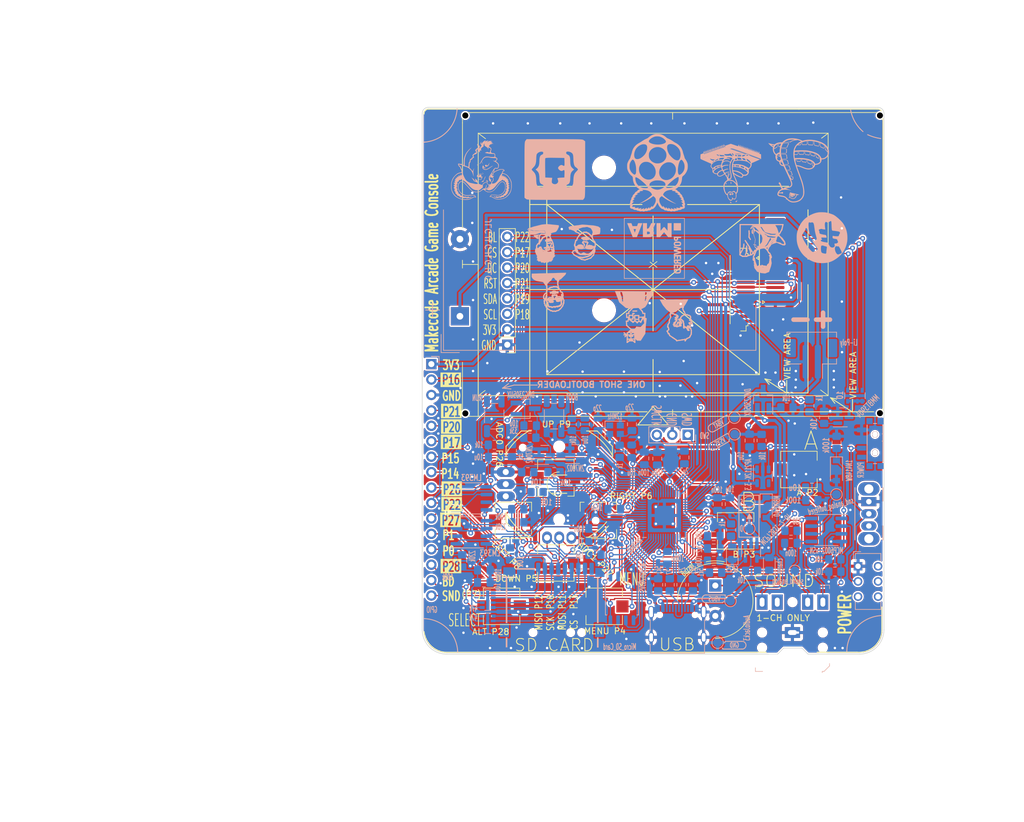
<source format=kicad_pcb>
(kicad_pcb (version 20211014) (generator pcbnew)
  (layers (0 "F.Cu" signal) (31 "B.Cu" signal) (34 "B.Paste" user) (35 "F.Paste" user) (36 "B.SilkS" user "B.Silkscreen") (37 "F.SilkS" user "F.Silkscreen") (38 "B.Mask" user) (39 "F.Mask" user) (44 "Edge.Cuts" user))
  (net 0 "")
  (net 2 "Net-(BZ1-Pad1)")
  (net 3 "Net-(C4-Pad2)")
  (net 4 "+3V3")
  (net 6 "GNDREF")
  (net 8 "/P0")
  (net 10 "/P1")
  (net 11 "/RST_P21")
  (net 12 "/DC_P20")
  (net 13 "/MOSI_P19")
  (net 14 "/SCK_P18")
  (net 15 "/CS_P17")
  (net 16 "/SND_P7")
  (net 17 "/P14")
  (net 18 "/P15")
  (net 19 "/MISO_P16")
  (net 20 "/BL_P22")
  (net 21 "/SD_CS_P13")
  (net 22 "/SD_MOSI_P11")
  (net 23 "/SD_SCK_P10")
  (net 24 "/SD_MISO_P12")
  (net 26 "/ADC0_P26")
  (net 27 "/ADC1_P27")
  (net 28 "Net-(C1-Pad1)")
  (net 29 "Net-(R18-Pad1)")
  (net 30 "/RUN")
  (net 33 "/LED-")
  (net 34 "/BTN_UP_P9")
  (net 35 "/BTN_LEFT_P8")
  (net 36 "/BTN_RIGHT_P6")
  (net 37 "/BTN_DOWN_P5")
  (net 38 "/BTN_B_P3")
  (net 39 "/BTN_A_P2")
  (net 40 "/BTN_MENU_P4")
  (net 41 "/SD_DAT2")
  (net 42 "/SD_DAT1")
  (net 43 "/sound")
  (net 44 "/BZ_Disable")
  (net 45 "Net-(R19-Pad1)")
  (net 46 "Net-(C5-Pad2)")
  (net 47 "/V1_1")
  (net 48 "Net-(C19-Pad2)")
  (net 49 "/VSYS")
  (net 50 "/VBUS")
  (net 51 "Net-(D3-Pad2)")
  (net 52 "Net-(D4-Pad1)")
  (net 53 "/SWD")
  (net 54 "/SWCLK")
  (net 55 "Net-(J6-PadA5)")
  (net 56 "Net-(J6-PadA6)")
  (net 57 "Net-(J6-PadA7)")
  (net 59 "Net-(J6-PadB5)")
  (net 61 "Net-(R5-Pad2)")
  (net 62 "/QSPI_CS")
  (net 63 "Net-(C20-Pad2)")
  (net 64 "/D-")
  (net 65 "/D+")
  (net 66 "/BOOT")
  (net 67 "/EN")
  (net 68 "/P25")
  (net 69 "Net-(R15-Pad1)")
  (net 70 "Net-(R16-Pad2)")
  (net 71 "/QSPI_SD3")
  (net 72 "/QSPI_SCLK")
  (net 73 "/QSPI_SD0")
  (net 74 "/QSPI_SD2")
  (net 75 "/QSPI_SD1")
  (net 77 "/VBAT")
  (net 80 "/BTN_ALT_P28")
  (net 84 "Net-(J7-PadR)")
  (net 88 "Net-(J9-Pad11)")
  (net 89 "Net-(J9-Pad12)")
  (net 90 "Net-(J9-Pad13)")
  (net 95 "Net-(Q5-Pad1)")
  (net 96 "Net-(Q5-Pad3)")
  (net 99 "Net-(C22-Pad1)")
  (footprint "Buzzer_Beeper:Buzzer_TDK_PS1240P02BT_D12.2mm_H6.5mm" (layer "F.Cu") (at 158.242 124.714 -90)
    (fp_text reference "BZ1" hide)
    (fp_text value "Buzzer")
  )
  (footprint "prj:Silent SMD TACT Push Button Switch" (layer "F.Cu") (at 123.063 128.143)
    (fp_text reference "SW11" hide)
    (fp_text value "ALT P28")
  )
  (footprint "Connector_PinHeader_2.54mm:PinHeader_1x08_P2.54mm_Vertical" (layer "F.Cu") (at 124 85.074998 180)
    (fp_text reference "J1" hide)
    (fp_text value "LCM")
  )
  (footprint "prj:psp_thumb_joystick" (layer "F.Cu") (at 132.55 108.025)
    (fp_text reference "J8" hide)
    (fp_text value "psp_thumbstick")
  )
  (footprint "prj:Silent SMD TACT Push Button Switch" (layer "F.Cu") (at 161.5948 115.7224)
    (fp_text reference "SW6" hide)
    (fp_text value "B P3")
  )
  (footprint "prj:Silent SMD TACT Push Button Switch" (layer "F.Cu") (at 139 114)
    (fp_text reference "SW4" hide)
    (fp_text value "RIGHT P6")
  )
  (footprint "prj:Silent SMD TACT Push Button Switch" (layer "F.Cu") (at 132 121)
    (fp_text reference "SW5" hide)
    (fp_text value "DOWN P5")
  )
  (footprint "prj:STP0280A1-240320" (layer "F.Cu") (at 151.22 71.86)
    (fp_text reference "J9" hide)
    (fp_text value "STP0280A1")
  )
  (footprint "Connector_JST:JST_SUR_SM14B-SURS-TF_1x14-1MP_P0.80mm_Horizontal" (layer "F.Cu") (at 162.1 75.999998 -90)
    (fp_text reference "J3" hide)
    (fp_text value "STP0177A-128160")
  )
  (footprint "prj:Silent SMD TACT Push Button Switch" (layer "F.Cu") (at 125 114)
    (fp_text reference "SW3" hide)
    (fp_text value "LEFT P8")
  )
  (footprint "prj:Silent SMD TACT Push Button Switch" (layer "F.Cu") (at 139.954 128.143 180)
    (fp_text reference "SW8" hide)
    (fp_text value "MENU P4")
  )
  (footprint "prj:Silent SMD TACT Push Button Switch" (layer "F.Cu") (at 132 107)
    (fp_text reference "SW2" hide)
    (fp_text value "UP P9")
  )
  (footprint "prj:Silent SMD TACT Push Button Switch" (layer "F.Cu") (at 172.0088 105.6132)
    (fp_text reference "SW7" hide)
    (fp_text value "A P2")
  )
  (footprint "Resistor_SMD:R_0805_2012Metric_Pad1.20x1.40mm_HandSolder" (layer "B.Cu") (at 154.559 124.587 -90)
    (fp_text reference "R7" hide)
    (fp_text value "5k1")
  )
  (footprint "prj:skrp" (layer "B.Cu") (at 123.6466 95.2998 -90)
    (fp_text reference "SW9" hide)
    (fp_text value "RUN")
  )
  (footprint "prj:gnu_logo" (layer "B.Cu") (at 119.7356 56.3372)
    (fp_text reference "G***" hide)
    (fp_text value "LOGO" hide)
  )
  (footprint "prj:raspi_logo" (layer "B.Cu") (at 148.717 56.769)
    (fp_text reference "G***" hide)
    (fp_text value "LOGO" hide)
  )
  (footprint "Package_TO_SOT_SMD:SOT-23-5" (layer "B.Cu") (at 164.1348 119.1768 -90)
    (fp_text reference "U6" hide)
    (fp_text value "MCP73831-2-OT")
  )
  (footprint "Resistor_SMD:R_0805_2012Metric_Pad1.20x1.40mm_HandSolder" (layer "B.Cu") (at 170.704 115.697)
    (fp_text reference "R2" hide)
    (fp_text value "330")
  )
  (footprint "prj:arm_logo" (layer "B.Cu") (at 148.209 69.215)
    (fp_text reference "G***" hide)
    (fp_text value "LOGO" hide)
  )
  (footprint "LED_SMD:LED_0805_2012Metric_Pad1.15x1.40mm_HandSolder" (layer "B.Cu") (at 167.132 121.158 90)
    (fp_text reference "D4" hide)
    (fp_text value "charge")
  )
  (footprint "TestPoint:TestPoint_Pad_D1.5mm" (layer "B.Cu") (at 161.4122 99.8092 -15)
    (fp_text reference "TP4" hide)
    (fp_text value "VSYS")
  )
  (footprint "Resistor_SMD:R_0805_2012Metric_Pad1.20x1.40mm_HandSolder" (layer "B.Cu") (at 177.927 122.428 180)
    (fp_text reference "R4" hide)
    (fp_text value "10k")
  )
  (footprint "Crystal:Crystal_SMD_2520-4Pin_2.5x2.0mm" (layer "B.Cu") (at 141.732 99.06)
    (fp_text reference "Y1" hide)
    (fp_text value "12MHz")
  )
  (footprint "Resistor_SMD:R_0805_2012Metric_Pad1.20x1.40mm_HandSolder" (layer "B.Cu") (at 138.43 117.348 180)
    (fp_text reference "R6" hide)
    (fp_text value "1k")
  )
  (footprint "Resistor_SMD:R_0805_2012Metric_Pad1.20x1.40mm_HandSolder" (layer "B.Cu") (at 165.862 100.838 90)
    (fp_text reference "R13" hide)
    (fp_text value "10k")
  )
  (footprint "Resistor_SMD:R_0805_2012Metric_Pad1.20x1.40mm_HandSolder" (layer "B.Cu") (at 178.2064 101.1428 -90)
    (fp_text reference "R31" hide)
    (fp_text value "100k")
  )
  (footprint "prj:skrp" (layer "B.Cu") (at 133.4928 95.2864 -90)
    (fp_text reference "SW10" hide)
    (fp_text value "BOOT")
  )
  (footprint "Resistor_SMD:R_Array_Convex_4x0603" (layer "B.Cu") (at 120.777 127.127 180)
    (fp_text reference "RN1" hide)
    (fp_text value "47k")
  )
  (footprint "Capacitor_SMD:C_0805_2012Metric_Pad1.18x1.45mm_HandSolder" (layer "B.Cu") (at 148.6916 103.8352 90)
    (fp_text reference "C8" hide)
    (fp_text value "100n")
  )
  (footprint "Capacitor_SMD:C_0805_2012Metric_Pad1.18x1.45mm_HandSolder" (layer "B.Cu") (at 138.43 115.316 180)
    (fp_text reference "C11" hide)
    (fp_text value "100n")
  )
  (footprint "Resistor_SMD:R_Array_Convex_4x0603" (layer "B.Cu") (at 181.229 93.472 -90)
    (fp_text reference "RN3" hide)
    (fp_text value "10")
  )
  (footprint "Diode_SMD:D_SOD-123" (layer "B.Cu") (at 178.181 105.791 -90)
    (fp_text reference "D1" hide)
    (fp_text value "1N4148W")
  )
  (footprint "Package_SO:SOIC-8_5.23x5.23mm_P1.27mm" (layer "B.Cu") (at 142.875 126.829 -90)
    (fp_text reference "U4" hide)
    (fp_text value "W25Q128JVS")
  )
  (footprint "Capacitor_SMD:C_0805_2012Metric_Pad1.18x1.45mm_HandSolder" (layer "B.Cu") (at 120.142 122.174)
    (fp_text reference "C2" hide)
    (fp_text value "100n")
  )
  (footprint "Capacitor_SMD:C_0805_2012Metric_Pad1.18x1.45mm_HandSolder" (layer "B.Cu") (at 146.558 103.7844 90)
    (fp_text reference "C14" hide)
    (fp_text value "100n")
  )
  (footprint "prj:arcade_logo" (layer "B.Cu") (at 131.826 56.2356)
    (fp_text reference "G***" hide)
    (fp_text value "LOGO" hide)
  )
  (footprint "prj:mpy_logo" (layer "B.Cu") (at 160.782 56.896)
    (fp_text reference "G***" hide)
    (fp_text value "LOGO" hide)
  )
  (footprint "Resistor_SMD:R_0805_2012Metric_Pad1.20x1.40mm_HandSolder" (layer "B.Cu") (at 138.43 119.634 180)
    (fp_text reference "R11" hide)
    (fp_text value "10k")
  )
  (footprint "Resistor_SMD:R_0805_2012Metric_Pad1.20x1.40mm_HandSolder" (layer "B.Cu") (at 127.7112 100.3808)
    (fp_text reference "R23" hide)
    (fp_text value "33k")
  )
  (footprint "Connector_PinHeader_2.54mm:PinHeader_1x03_P2.54mm_Vertical" (layer "B.Cu") (at 153.7 99.9 90)
    (fp_text reference "J5" hide)
    (fp_text value "SWD")
  )
  (footprint "Resistor_SMD:R_0805_2012Metric_Pad1.20x1.40mm_HandSolder" (layer "B.Cu") (at 124.7648 102.5144 -90)
    (fp_text reference "R22" hide)
    (fp_text value "1k")
  )
  (footprint "Capacitor_SMD:C_0805_2012Metric_Pad1.18x1.45mm_HandSolder" (layer "B.Cu") (at 150.368 120.142 -90)
    (fp_text reference "C16" hide)
    (fp_text value "100n")
  )
  (footprint "Capacitor_SMD:C_0805_2012Metric_Pad1.18x1.45mm_HandSolder" (layer "B.Cu") (at 174.1424 108.6104 180)
    (fp_text reference "C22" hide)
    (fp_text value "10u")
  )
  (footprint "Capacitor_SMD:C_0805_2012Metric_Pad1.18x1.45mm_HandSolder" (layer "B.Cu") (at 136.779 98.171 -90)
    (fp_text reference "C21" hide)
    (fp_text value "10u")
  )
  (footprint "Capacitor_SMD:C_0805_2012Metric_Pad1.18x1.45mm_HandSolder" (layer "B.Cu") (at 163.8808 100.838 -90)
    (fp_text reference "C15" hide)
    (fp_text value "10u")
  )
  (footprint "TestPoint:TestPoint_Pad_D1.5mm" (layer "B.Cu") (at 171.323 122.301 180)
    (fp_text reference "TP1" hide)
    (fp_text value "sound_analog")
  )
  (footprint "Resistor_SMD:R_0805_2012Metric_Pad1.20x1.40mm_HandSolder" (layer "B.Cu") (at 160.8328 115.57 -90)
    (fp_text reference "R14" hide)
    (fp_text value "1k")
  )
  (footprint "Resistor_SMD:R_0805_2012Metric_Pad1.20x1.40mm_HandSolder" (layer "B.Cu") (at 176.149 97.028 -90)
    (fp_text reference "R26" hide)
    (fp_text value "10k")
  )
  (footprint "Capacitor_SMD:C_0805_2012Metric_Pad1.18x1.45mm_HandSolder" (layer "B.Cu") (at 157.988 116.586)
    (fp_text reference "C13" hide)
    (fp_text value "100n")
  )
  (footprint "Resistor_SMD:R_0805_2012Metric_Pad1.20x1.40mm_HandSolder" (layer "B.Cu") (at 128.905 109.347 180)
    (fp_text reference "R28" hide)
    (fp_text value "10k")
  )
  (footprint "Resistor_SMD:R_0805_2012Metric_Pad1.20x1.40mm_HandSolder" (layer "B.Cu") (at 131.699 106.045)
    (fp_text reference "R1" hide)
    (fp_text value "10k")
  )
  (footprint "Resistor_SMD:R_0805_2012Metric_Pad1.20x1.40mm_HandSolder" (layer "B.Cu") (at 142.494 102.616 -90)
    (fp_text reference "R5" hide)
    (fp_text value "1k")
  )
  (footprint "Resistor_SMD:R_0805_2012Metric_Pad1.20x1.40mm_HandSolder" (layer "B.Cu") (at 134.62 98.1964 -90)
    (fp_text reference "R24" hide)
    (fp_text value "10k")
  )
  (footprint "Resistor_SMD:R_0805_2012Metric_Pad1.20x1.40mm_HandSolder" (layer "B.Cu") (at 116.586 120.65 -90)
    (fp_text reference "R19" hide)
    (fp_text value "220k")
  )
  (footprint "Resistor_SMD:R_0805_2012Metric_Pad1.20x1.40mm_HandSolder" (layer "B.Cu") (at 124.46 119.507 -90)
    (fp_text reference "R27" hide)
    (fp_text value "10k")
  )
  (footprint "TestPoint:TestPoint_Pad_D1.5mm" (layer "B.Cu") (at 163.83 115.354999)
    (fp_text reference "TP7" hide)
    (fp_text value "D")
  )
  (footprint "Button_Switch_THT:SW_CuK_JS202011AQN_DPDT_Angled" (layer "B.Cu") (at 181.737 121.539 -90)
    (fp_text reference "SW13" hide)
    (fp_text value "POWER" hide)
  )
  (footprint "Capacitor_SMD:C_0805_2012Metric_Pad1.18x1.45mm_HandSolder" (layer "B.Cu") (at 157.988 120.65)
    (fp_text reference "C7" hide)
    (fp_text value "100n")
  )
  (footprint "Package_TO_SOT_SMD:SOT-23" (layer "B.Cu") (at 130.175 103.2)
    (fp_text reference "Q3" hide)
    (fp_text value "2N7002")
  )
  (footprint "Capacitor_SMD:C_0805_2012Metric_Pad1.18x1.45mm_HandSolder" (layer "B.Cu") (at 127.762 98.3996)
    (fp_text reference "C20" hide)
    (fp_text value "10u")
  )
  (footprint "LED_SMD:LED_0805_2012Metric_Pad1.15x1.40mm_HandSolder" (layer "B.Cu") (at 161.036 119.38 90)
    (fp_text reference "D3" hide)
    (fp_text value "GP25")
  )
  (footprint "Package_TO_SOT_SMD:SOT-23" (layer "B.Cu") (at 179.324 97.028)
    (fp_text reference "Q5" hide)
    (fp_text value "MMBT3904")
  )
  (footprint "prj:cpy_logo" (layer "B.Cu") (at 171.958 56.388)
    (fp_text reference "G***" hide)
    (fp_text value "LOGO" hide)
  )
  (footprint "Resistor_SMD:R_0805_2012Metric_Pad1.20x1.40mm_HandSolder" (layer "B.Cu") (at 148.844 124.587 -90)
    (fp_text reference "R8" hide)
    (fp_text value "5k1")
  )
  (footprint "Package_TO_SOT_SMD:SOT-23_Handsoldering" (layer "B.Cu") (at 127 95.6056)
    (fp_text reference "Q2" hide)
    (fp_text value "DMG2305UX")
  )
  (footprint "Connector_JST:JST_PH_B2B-PH-SM4-TB_1x02-1MP_P2.00mm_Vertical" (layer "B.Cu") (at 174.117 87.376 180)
    (fp_text reference "BT2" hide)
    (fp_text value "Li-Poly")
  )
  (footprint "Package_SO:SOIC-8_3.9x4.9mm_P1.27mm" (layer "B.Cu") (at 118.11 110.363)
    (fp_text reference "U7" hide)
    (fp_text value "LM393")
  )
  (footprint "Resistor_SMD:R_0805_2012Metric_Pad1.20x1.40mm_HandSolder" (layer "B.Cu") (at 114.3 120.65 90)
    (fp_text reference "R21" hide)
    (fp_text value "100k")
  )
  (footprint "Battery:BatteryHolder_Keystone_2479_3xAAA" (layer "B.Cu") (at 116.205 80.391)
    (fp_text reference "BT1" hide)
    (fp_text value "Dry Batt" hide)
  )
  (footprint "Resistor_SMD:R_0805_2012Metric_Pad1.20x1.40mm_HandSolder" (layer "B.Cu") (at 174.1424 110.6424 180)
    (fp_text reference "R30" hide)
    (fp_text value "100k")
  )
  (footprint "prj:audiojack-3.5mm-5p" (layer "B.Cu") (at 170.942 127.449 90)
    (fp_text reference "J7" hide)
    (fp_text value "AudioJack3")
  )
  (footprint "Button_Switch_THT:SW_CuK_OS102011MA1QN1_SPDT_Angled" (layer "B.Cu") (at 183.515 110.903 -90)
    (fp_text reference "SW12" hide)
    (fp_text value "POWER" hide)
  )
  (footprint "Capacitor_SMD:C_0805_2012Metric_Pad1.18x1.45mm_HandSolder" (layer "B.Cu") (at 153.162 103.632 90)
    (fp_text reference "C6" hide)
    (fp_text value "2u2")
  )
  (footprint "Diode_SMD:D_SOD-123" (layer "B.Cu") (at 166.624 111.887 -90)
    (fp_text reference "D2" hide)
    (fp_text value "MBR0540")
  )
  (footprint "Resistor_SMD:R_0805_2012Metric_Pad1.20x1.40mm_HandSolder" (layer "B.Cu") (at 173.736 95.123 90)
    (fp_text reference "R25" hide)
    (fp_text value "1k")
  )
  (footprint "Resistor_SMD:R_0805_2012Metric_Pad1.20x1.40mm_HandSolder" (layer "B.Cu") (at 152.654 124.587 -90)
    (fp_text reference "R9" hide)
    (fp_text value "27")
  )
  (footprint "Resistor_SMD:R_0805_2012Metric_Pad1.20x1.40mm_HandSolder" (layer "B.Cu") (at 121.8692 101.5492 180)
    (fp_text reference "R17" hide)
    (fp_text value "10k")
  )
  (footprint "Resistor_SMD:R_0805_2012Metric_Pad1.20x1.40mm_HandSolder" (layer "B.Cu") (at 170.0276 95.4024 180)
    (fp_text reference "R12" hide)
    (fp_text value "10k")
  )
  (footprint "Capacitor_SMD:C_0805_2012Metric_Pad1.18x1.45mm_HandSolder" (layer "B.Cu") (at 121.92 103.5812)
    (fp_text reference "C19" hide)
    (fp_text value "10u")
  )
  (footprint "Package_TO_SOT_SMD:SOT-23_Handsoldering" (layer "B.Cu") (at 166.116 94.107 90)
    (fp_text reference "Q1" hide)
    (fp_text value "DMG2305UX")
  )
  (footprint "Connector_USB:USB_C_Receptacle_Palconn_UTC16-G" (layer "B.Cu") (at 152 131 180)
    (fp_text reference "J6" hide)
    (fp_text value "USB_C_Receptacle_USB2.0" hide)
  )
  (footprint "Package_TO_SOT_SMD:SOT-23" (layer "B.Cu") (at 135.255 103.0732)
    (fp_text reference "Q4" hide)
    (fp_text value "2N7002")
  )
  (footprint "Resistor_SMD:R_0805_2012Metric_Pad1.20x1.40mm_HandSolder" (layer "B.Cu") (at 158.2928 122.5804 180)
    (fp_text reference "R15" hide)
    (fp_text value "5k1")
  )
  (footprint "Capacitor_SMD:C_0805_2012Metric_Pad1.18x1.45mm_HandSolder" (layer "B.Cu") (at 160.6296 111.3028 -90)
    (fp_text reference "C17" hide)
    (fp_text value "10u")
  )
  (footprint "TestPoint:TestPoint_Pad_D1.5mm" (layer "B.Cu") (at 163.83 110.954999)
    (fp_text reference "TP8" hide)
    (fp_text value "S")
  )
  (footprint "prj:MK12C02" (layer "B.Cu") (at 184.531 101.346 -90)
    (fp_text reference "SW1" hide)
    (fp_text value "POWER")
  )
  (footprint "Connector_PinHeader_2.54mm:PinHeader_1x16_P2.54mm_Horizontal" (layer "B.Cu") (at 111.506 88.265 180)
    (fp_text reference "J2" hide)
    (fp_text value "GPIO")
  )
  (footprint "Capacitor_SMD:C_0805_2012Metric_Pad1.18x1.45mm_HandSolder" (layer "B.Cu") (at 144.4752 102.616 90)
    (fp_text reference "C18" hide)
    (fp_text value "10u")
  )
  (footprint "Capacitor_SMD:C_0805_2012Metric_Pad1.18x1.45mm_HandSolder" (layer "B.Cu") (at 138.938 98.171 -90)
    (fp_text reference "C4" hide)
    (fp_text value "22p")
  )
  (footprint "Capacitor_SMD:C_0805_2012Metric_Pad1.18x1.45mm_HandSolder" (layer "B.Cu") (at 158.623 111.3028 -90)
    (fp_text reference "C12" hide)
    (fp_text value "100n")
  )
  (footprint "Capacitor_SMD:C_0805_2012Metric_Pad1.18x1.45mm_HandSolder" (layer "B.Cu") (at 120.142 124.206)
    (fp_text reference "C3" hide)
    (fp_text value "10u")
  )
  (footprint "Capacitor_SMD:C_0805_2012Metric_Pad1.18x1.45mm_HandSolder" (layer "B.Cu") (at 170.688 117.729 180)
    (fp_text reference "C1" hide)
    (fp_text value "100n")
  )
  (footprint "Resistor_SMD:R_0805_2012Metric_Pad1.20x1.40mm_HandSolder" (layer "B.Cu") (at 177.927 120.396 180)
    (fp_text reference "R3" hide)
    (fp_text value "10k")
  )
  (footprint "Resistor_SMD:R_0805_2012Metric_Pad1.20x1.40mm_HandSolder" (layer "B.Cu") (at 125.73 114.3 180)
    (fp_text reference "R20" hide)
    (fp_text value "220k")
  )
  (footprint "Package_TO_SOT_SMD:SOT-23-5" (layer "B.Cu") (at 166.0652 106.7308 -90)
    (fp_text reference "U5" hide)
    (fp_text value "AP2112K-3.3")
  )
  (footprint "prj:sd-card" (layer "B.Cu") (at 140.589 120.904 -90)
    (fp_text reference "J4" hide)
    (fp_text value "Micro_SD_Card")
  )
  (footprint "TestPoint:TestPoint_Pad_D1.5mm" (layer "B.Cu") (at 178.181 109.728 180)
    (fp_text reference "TP2" hide)
    (fp_text value "snd_analog_buffered")
  )
  (footprint "Package_SO:SOIC-8_3.9x4.9mm_P1.27mm" (layer "B.Cu") (at 176.53 115.57 180)
    (fp_text reference "U3" hide)
    (fp_text value "MCP6002-xSN")
  )
  (footprint "Capacitor_SMD:C_0805_2012Metric_Pad1.18x1.45mm_HandSolder" (layer "B.Cu") (at 144.526 98.171 -90)
    (fp_text reference "C5" hide)
    (fp_text value "22p")
  )
  (footprint "Resistor_SMD:R_0805_2012Metric_Pad1.20x1.40mm_HandSolder" (layer "B.Cu") (at 150.749 124.587 -90)
    (fp_text reference "R10" hide)
    (fp_text value "27")
  )
  (footprint "Resistor_SMD:R_Array_Convex_4x0603" (layer "B.Cu") (at 120.777 130.937 180)
    (fp_text reference "RN2" hide)
    (fp_text value "47k")
  )
  (footprint "TestPoint:TestPoint_Pad_D1.5mm" (layer "B.Cu") (at 161.3916 97.0788 -15)
    (fp_text reference "TP6" hide)
    (fp_text value "VBAT")
  )
  (footprint "TestPoint:TestPoint_Pad_D1.5mm" (layer "B.Cu") (at 158.623 134.112 135)
    (fp_text reference "TP5" hide)
    (fp_text value "GND")
  )
  (footprint "Resistor_SMD:R_0805_2012Metric_Pad1.20x1.40mm_HandSolder" (layer "B.Cu") (at 125.73 112.141)
    (fp_text reference "R18" hide)
    (fp_text value "100k")
  )
  (footprint "Resistor_SMD:R_0805_2012Metric_Pad1.20x1.40mm_HandSolder" (layer "B.Cu") (at 164.2016 122.301 180)
    (fp_text reference "R16" hide)
    (fp_text value "10k")
  )
  (footprint "TestPoint:TestPoint_Pad_D1.5mm" (layer "B.Cu") (at 160.7312 127.254 -45)
    (fp_text reference "TP3" hide)
    (fp_text value "VBUS")
  )
  (footprint "Package_DFN_QFN:QFN-56-1EP_7x7mm_P0.4mm_EP3.2x3.2mm" (layer "B.Cu") (at 149.86 113.1824)
    (fp_text reference "U1" hide)
    (fp_text value "RP2040")
  )
  (footprint "Resistor_SMD:R_0805_2012Metric_Pad1.20x1.40mm_HandSolder" (layer "B.Cu") (at 127.381 106.045 180)
    (fp_text reference "R29" hide)
    (fp_text value "10k")
  )
  (footprint "Package_SO:SOIC-8_3.9x4.9mm_P1.27mm" (layer "B.Cu") (at 118.11 115.951)
    (fp_text reference "U2" hide)
    (fp_text value "LM393")
  )
  (footprint "Capacitor_SMD:C_0805_2012Metric_Pad1.18x1.45mm_HandSolder" (layer "B.Cu") (at 141.605 112.141 180)
    (fp_text reference "C10" hide)
    (fp_text value "100n")
  )
  (footprint "Capacitor_SMD:C_0805_2012Metric_Pad1.18x1.45mm_HandSolder" (layer "B.Cu") (at 157.988 118.618)
    (fp_text reference "C9" hide)
    (fp_text value "2u2")
  )
  (gr_line (start 133.241277 77.612661) (end 133.241277 77.612661) (layer "B.SilkS") (width 0.2))
  (gr_line (start 132.140823 77.888719) (end 132.140823 77.888719) (layer "B.SilkS") (width 0.2))
  (gr_line (start 137.670215 70.035077) (end 137.65051 70.052873) (layer "B.SilkS") (width 0.2))
  (gr_line (start 131.991805 77.509136) (end 131.991805 77.509136) (layer "B.SilkS") (width 0.2))
  (gr_line (start 146.331434 79.907549) (end 146.245693 79.607246) (layer "B.SilkS") (width 0.2))
  (gr_line (start 130.604774 77.693177) (end 130.604774 77.693177) (layer "B.SilkS") (width 0.2))
  (gr_line (start 145.645493 78.92084) (end 145.645493 78.92084) (layer "B.SilkS") (width 0.2))
  (gr_line (start 153.25357 79.95485) (end 153.25357 79.95485) (layer "B.SilkS") (width 0.200006))
  (gr_line (start 153.773039 82.693132) (end 153.779177 82.696918) (layer "B.SilkS") (width 0.200006))
  (gr_line (start 131.646946 69.503725) (end 131.646946 69.503725) (layer "B.SilkS") (width 0.200012))
  (gr_line (start 131.877175 76.462406) (end 131.877175 76.462406) (layer "B.SilkS") (width 0.2))
  (gr_line (start 131.633705 69.33588) (end 131.633705 69.33588) (layer "B.SilkS") (width 0.200012))
  (gr_line (start 137.047716 70.178666) (end 137.032323 70.172611) (layer "B.SilkS") (width 0.2))
  (gr_line (start 130.432827 78.923947) (end 130.364047 78.728405) (layer "B.SilkS") (width 0.2))
  (gr_line (start 151.947496 82.096345) (end 151.947496 82.096345) (layer "B.SilkS") (width 0.200006))
  (gr_arc (start 182.550459 49.990452) (mid 181.228988 48.387004) (end 180.518459 46.434452) (layer "B.SilkS") (width 0.15))
  (gr_line (start 132.530567 78.762914) (end 132.530567 78.762914) (layer "B.SilkS") (width 0.2))
  (gr_line (start 131.1245 77.680535) (end 131.221767 77.680535) (layer "B.SilkS") (width 0.2))
  (gr_line (start 129.134213 69.265033) (end 129.257788 69.124621) (layer "B.SilkS") (width 0.200012))
  (gr_line (start 128.873329 69.194828) (end 129.010633 69.293108) (layer "B.SilkS") (width 0.200012))
  (gr_line (start 164.64057 70.837128) (end 164.63828 70.838347) (layer "B.SilkS") (width 0.199999))
  (gr_line (start 129.742556 67.572833) (end 129.757537 67.536359) (layer "B.SilkS") (width 0.200012))
  (gr_line (start 131.590599 77.497632) (end 131.659374 77.532139) (layer "B.SilkS") (width 0.2))
  (gr_line (start 129.518674 69.012294) (end 129.518674 69.012294) (layer "B.SilkS") (width 0.200012))
  (gr_line (start 133.29859 78.199288) (end 133.29859 78.199288) (layer "B.SilkS") (width 0.2))
  (gr_line (start 131.109421 67.876422) (end 131.109421 67.876422) (layer "B.SilkS") (width 0.200012))
  (gr_line (start 164.727141 70.174797) (end 164.903485 69.689203) (layer "B.SilkS") (width 0.199999))
  (gr_line (start 130.048089 67.333161) (end 130.095043 67.312802) (layer "B.SilkS") (width 0.200012))
  (gr_line (start 132.243995 74.44946) (end 132.243995 74.44946) (layer "B.SilkS") (width 0.2))
  (gr_line (start 130.707704 68.052648) (end 130.700269 68.049763) (layer "B.SilkS") (width 0.200012))
  (gr_line (start 132.633741 77.152554) (end 132.633741 77.152554) (layer "B.SilkS") (width 0.2))
  (gr_line (start 164.903485 69.689203) (end 165.079826 69.439051) (layer "B.SilkS") (width 0.199999))
  (gr_line (start 130.734594 67.083865) (end 130.791446 67.079676) (layer "B.SilkS") (width 0.200012))
  (gr_line (start 129.608566 67.831342) (end 129.546136 67.931162) (layer "B.SilkS") (width 0.200012))
  (gr_line (start 137.183087 65.586812) (end 137.183087 65.586812) (layer "B.SilkS") (width 0.2))
  (gr_line (start 130.832715 69.001582) (end 130.824178 68.987323) (layer "B.SilkS") (width 0.200012))
  (gr_line (start 130.643383 67.856562) (end 130.536584 67.866497) (layer "B.SilkS") (width 0.200012))
  (gr_line (start 135.074181 68.698023) (end 135.07426 68.689522) (layer "B.SilkS") (width 0.2))
  (gr_line (start 143.694856 83.446808) (end 143.201838 83.446807) (layer "B.SilkS") (width 0.2))
  (gr_line (start 129.684694 67.697364) (end 129.699169 67.669169) (layer "B.SilkS") (width 0.200012))
  (gr_line (start 130.313938 77.493468) (end 130.378784 77.298261) (layer "B.SilkS") (width 0.2))
  (gr_line (start 132.567302 78.664692) (end 132.567302 78.664692) (layer "B.SilkS") (width 0.2))
  (gr_line (start 137.16741 70.210388) (end 137.159228 70.209512) (layer "B.SilkS") (width 0.2))
  (gr_line (start 166.84325 69.571484) (end 166.84325 69.571484) (layer "B.SilkS") (width 0.199999))
  (gr_line (start 153.918397 81.51) (end 153.918397 81.51) (layer "B.SilkS") (width 0.200006))
  (gr_line (start 144.059265 84.39061) (end 144.359361 84.133208) (layer "B.SilkS") (width 0.2))
  (gr_line (start 138.104427 69.93528) (end 138.104427 69.93528) (layer "B.SilkS") (width 0.2))
  (gr_line (start 166.975509 71.970019) (end 166.857947 71.955304) (layer "B.SilkS") (width 0.199999))
  (gr_line (start 129.765827 69.48968) (end 129.765827 69.48968) (layer "B.SilkS") (width 0.200012))
  (gr_line (start 137.159228 70.209512) (end 137.150857 70.208328) (layer "B.SilkS") (width 0.2))
  (gr_line (start 145.002428 84.690912) (end 145.002428 84.690912) (layer "B.SilkS") (width 0.2))
  (gr_line (start 151.78082 84.264018) (end 151.484507 84.063645) (layer "B.SilkS") (width 0.200006))
  (gr_line (start 153.986996 81.450024) (end 153.986996 81.450024) (layer "B.SilkS") (width 0.200006))
  (gr_line (start 135.211099 68.18291) (end 135.275753 67.923298) (layer "B.SilkS") (width 0.2))
  (gr_line (start 129.934614 67.389935) (end 129.992946 67.35957) (layer "B.SilkS") (width 0.200012))
  (gr_line (start 162.342946 70.298717) (end 162.316387 70.285701) (layer "B.SilkS") (width 0.199999))
  (gr_line (start 144.680896 79.928996) (end 144.680893 80.143497) (layer "B.SilkS") (width 0.2))
  (gr_line (start 131.441579 76.887998) (end 131.441579 76.887998) (layer "B.SilkS") (width 0.2))
  (gr_arc (start 158.203862 102.312855) (mid 157.27254 102.117864) (end 157.568782 101.21358) (layer "B.SilkS") (width 0.15))
  (gr_line (start 129.303521 67.856563) (end 129.303521 67.856563) (layer "B.SilkS") (width 0.200012))
  (gr_line (start 129.010633 69.293108) (end 129.134213 69.265033) (layer "B.SilkS") (width 0.200012))
  (gr_line (start 132.259286 77.46906) (end 132.259284 77.534131) (layer "B.SilkS") (width 0.2))
  (gr_line (start 167.240023 71.013548) (end 167.240023 71.013548) (layer "B.SilkS") (width 0.199999))
  (gr_line (start 151.938488 80.988599) (end 151.938488 80.988599) (layer "B.SilkS") (width 0.200006))
  (gr_line (start 152.939237 81.241522) (end 152.949003 81.265568) (layer "B.SilkS") (width 0.200006))
  (gr_line (start 138.185245 70.324697) (end 137.716495 70.811468) (layer "B.SilkS") (width 0.2))
  (gr_line (start 166.450793 69.131485) (end 165.764982 68.840144) (layer "B.SilkS") (width 0.199999))
  (gr_line (start 130.924942 67.658) (end 130.924942 67.658) (layer "B.SilkS") (width 0.200012))
  (gr_line (start 132.988792 77.493466) (end 132.940158 77.054257) (layer "B.SilkS") (width 0.2))
  (gr_line (start 152.929037 81.221985) (end 152.939237 81.241522) (layer "B.SilkS") (width 0.200006))
  (gr_line (start 130.77011 68.05818) (end 130.765455 68.059229) (layer "B.SilkS") (width 0.200012))
  (gr_line (start 131.01233 67.965777) (end 131.01233 67.965777) (layer "B.SilkS") (width 0.200012))
  (gr_line (start 152.983726 81.394574) (end 152.998487 81.470177) (layer "B.SilkS") (width 0.200006))
  (gr_line (start 130.394996 76.989183) (end 130.411204 77.428395) (layer "B.SilkS") (width 0.2))
  (gr_line (start 153.827078 82.713519) (end 153.84113 82.71568) (layer "B.SilkS") (width 0.200006))
  (gr_line (start 130.575416 69.067821) (end 130.575416 69.067821) (layer "B.SilkS") (width 0.200012))
  (gr_line (start 152.951747 81.179444) (end 152.951747 81.179444) (layer "B.SilkS") (width 0.200006))
  (gr_line (start 130.099668 69.157168) (end 130.187055 69.097607) (layer "B.SilkS") (width 0.200012))
  (gr_line (start 137.317787 67.707875) (end 137.298224 67.710277) (layer "B.SilkS") (width 0.2))
  (gr_line (start 154.20804 80.925226) (end 154.20804 80.925226) (layer "B.SilkS") (width 0.200006))
  (gr_line (start 135.53438 67.533886) (end 135.776833 67.144473) (layer "B.SilkS") (width 0.2))
  (gr_line (start 132.00327 77.302091) (end 132.18668 77.210071) (layer "B.SilkS") (width 0.2))
  (gr_line (start 153.910574 82.715679) (end 153.632782 82.150989) (layer "B.SilkS") (width 0.200006))
  (gr_line (start 130.793038 68.953134) (end 130.784799 68.942748) (layer "B.SilkS") (width 0.200012))
  (gr_line (start 130.378784 77.298261) (end 130.378784 77.298261) (layer "B.SilkS") (width 0.2))
  (gr_line (start 153.019413 82.093) (end 153.019187 82.101262) (layer "B.SilkS") (width 0.200006))
  (gr_line (start 131.544745 76.496914) (end 131.52972 76.496786) (layer "B.SilkS") (width 0.2))
  (gr_line (start 152.989477 78.740857) (end 152.984082 78.857489) (layer "B.SilkS") (width 0.200006))
  (gr_line (start 131.590599 77.497632) (end 131.590599 77.497632) (layer "B.SilkS") (width 0.2))
  (gr_arc (start 159.45841 127.536845) (mid 159.527225 127.433255) (end 159.639 127.378731) (layer "B.SilkS") (width 0.15))
  (gr_line (start 146.309996 80.744098) (end 146.245692 80.551049) (layer "B.SilkS") (width 0.2))
  (gr_line (start 136.06778 65.775432) (end 135.865229 65.841603) (layer "B.SilkS") (width 0.2))
  (gr_line (start 132.243995 74.44946) (end 131.957415 74.27692) (layer "B.SilkS") (width 0.2))
  (gr_line (start 151.484507 84.063645) (end 151.262273 83.91792) (layer "B.SilkS") (width 0.200006))
  (gr_line (start 136.956795 68.19914) (end 136.843648 68.118009) (layer "B.SilkS") (width 0.2))
  (gr_line (start 128.996904 68.520869) (end 128.845867 68.759564) (layer "B.SilkS") (width 0.200012))
  (gr_line (start 165.226777 69.277187) (end 165.226777 69.277187) (layer "B.SilkS") (width 0.199999))
  (gr_line (start 131.051834 75.668729) (end 131.051834 75.668729) (layer "B.SilkS") (width 0.2))
  (gr_line (start 138.266067 69.091551) (end 138.282231 69.302479) (layer "B.SilkS") (width 0.2))
  (gr_line (start 143.994955 80.722647) (end 144.123568 80.851348) (layer "B.SilkS") (width 0.2))
  (gr_line (start 137.191928 67.730115) (end 137.171864 67.73871) (layer "B.SilkS") (width 0.2))
  (gr_line (start 130.790035 68.051191) (end 130.77931 68.055134) (layer "B.SilkS") (width 0.200012))
  (gr_line (start 146.309996 80.744098) (end 146.309996 80.744098) (layer "B.SilkS") (width 0.2))
  (gr_line (start 151.846858 79.445928) (end 151.846858 79.445928) (layer "B.SilkS") (width 0.200006))
  (gr_line (start 153.796445 82.034799) (end 153.796445 82.034799) (layer "B.SilkS") (width 0.200006))
  (gr_line (start 137.716497 67.112019) (end 137.991285 67.436537) (layer "B.SilkS") (width 0.2))
  (gr_line (start 131.245348 68.362908) (end 131.284182 68.472117) (layer "B.SilkS") (width 0.200012))
  (gr_line (start 153.798972 82.705993) (end 153.805897 82.708324) (layer "B.SilkS") (width 0.200006))
  (gr_line (start 159.471528 135.172658) (end 162.582796 135.172661) (layer "B.SilkS") (width 0.15))
  (gr_line (start 136.795157 67.404079) (end 136.831525 67.404333) (layer "B.SilkS") (width 0.2))
  (gr_line (start 130.721055 69.45502) (end 130.721055 69.45502) (layer "B.SilkS") (width 0.200012))
  (gr_line (start 132.486245 75.817959) (end 132.129597 75.557683) (layer "B.SilkS") (width 0.2))
  (gr_line (start 152.914022 79.255083) (end 152.914022 79.255083) (layer "B.SilkS") (width 0.200006))
  (gr_line (start 131.395725 76.980016) (end 131.407189 77.141056) (layer "B.SilkS") (width 0.2))
  (gr_line (start 130.891685 69.139273) (end 130.876401 69.098842) (layer "B.SilkS") (width 0.200012))
  (gr_line (start 135.776833 67.144473) (end 136.13244 66.819958) (layer "B.SilkS") (width 0.2))
  (gr_line (start 131.473101 76.622002) (end 131.459571 76.618187) (layer "B.SilkS") (width 0.2))
  (gr_line (start 132.324132 77.558529) (end 132.324132 77.558529) (layer "B.SilkS") (width 0.2))
  (gr_line (start 130.715709 68.055299) (end 130.707704 68.052648) (layer "B.SilkS") (width 0.200012))
  (gr_line (start 136.924466 69.15645) (end 136.940629 68.99419) (layer "B.SilkS") (width 0.2))
  (gr_line (start 129.010633 69.293108) (end 129.010633 69.293108) (layer "B.SilkS") (width 0.200012))
  (gr_line (start 135.788766 65.865848) (end 135.744504 65.878871) (layer "B.SilkS") (width 0.2))
  (gr_line (start 138.395378 69.075322) (end 138.249902 68.896837) (layer "B.SilkS") (width 0.2))
  (gr_line (start 131.424413 77.542263) (end 131.424413 77.542263) (layer "B.SilkS") (width 0.2))
  (gr_line (start 151.889983 80.744742) (end 152.030114 80.564495) (layer "B.SilkS") (width 0.200006))
  (gr_line (start 145.002429 81.087299) (end 145.002429 81.087299) (layer "B.SilkS") (width 0.2))
  (gr_arc (start 160.2994 96.832918) (mid 160.209356 96.754934) (end 160.16178 96.645739) (layer "B.SilkS") (width 0.15))
  (gr_line (start 131.302829 77.664271) (end 131.302829 77.664271) (layer "B.SilkS") (width 0.2))
  (gr_line (start 135.776833 67.144473) (end 135.776833 67.144473) (layer "B.SilkS") (width 0.2))
  (gr_line (start 130.508473 77.932675) (end 130.508473 77.932675) (layer "B.SilkS") (width 0.2))
  (gr_line (start 131.774006 76.876491) (end 131.682302 76.899503) (layer "B.SilkS") (width 0.2))
  (gr_line (start 130.352104 67.906207) (end 130.478322 67.806926) (layer "B.SilkS") (width 0.200012))
  (gr_line (start 145.002428 84.690912) (end 144.702328 84.433509) (layer "B.SilkS") (width 0.2))
  (gr_poly (pts (xy 128.422104 67.43044) (xy 128.426366 67.429864) (xy 128.430741 67.428904) (xy 128.435201 67.42758) (xy 128.43972 67.425908) (xy 128.444266 67.423911) (xy 128.448814 67.421608) (xy 128.453331 67.419022) (xy 128.457794 67.416168) (xy 128.462167 67.413073) (xy 128.466428 67.409748) (xy 128.470549 67.40622) (xy 128.474498 67.402505) (xy 128.478248 67.398623) (xy 128.481771 67.394598) (xy 128.485038 67.390449) (xy 128.488018 67.386192) (xy 128.490688 67.38185) (xy 128.493016 67.377444) (xy 128.494924 67.373103) (xy 128.489746 67.372053) (xy 128.47825 67.370074) (xy 127.92604 67.283209) (xy 127.792255 67.260639) (xy 127.800743 67.263298) (xy 127.832722 67.271478) (xy 127.848628 67.274752) (xy 127.864446 67.277418) (xy 127.880142 67.279426) (xy 127.8957 67.280727) (xy 127.928251 67.283927) (xy 127.963606 67.289569) (xy 128.001152 67.297305) (xy 128.040277 67.306788) (xy 128.120811 67.32959) (xy 128.200323 67.355186) (xy 128.410287 67.429653) (xy 128.414036 67.430354) (xy 128.417983 67.430611)) (layer "B.SilkS") (width 0.01) (fill solid))
  (gr_line (start 130.63053 68.756206) (end 130.62165 68.741984) (layer "B.SilkS") (width 0.200012))
  (gr_line (start 151.354865 80.00153) (end 151.354865 80.00153) (layer "B.SilkS") (width 0.200006))
  (gr_line (start 138.249902 68.896837) (end 138.266067 69.091551) (layer "B.SilkS") (width 0.2))
  (gr_line (start 130.411204 77.428395) (end 130.411204 77.428395) (layer "B.SilkS") (width 0.2))
  (gr_line (start 130.022135 77.005453) (end 129.973507 77.200658) (layer "B.SilkS") (width 0.2))
  (gr_line (start 131.52337 68.366426) (end 131.52337 68.366426) (layer "B.SilkS") (width 0.200012))
  (gr_line (start 150.960025 79.797841) (end 151.706727 79.546649) (layer "B.SilkS") (width 0.200006))
  (gr_line (start 131.108292 77.582931) (end 131.108292 77.582931) (layer "B.SilkS") (width 0.2))
  (gr_line (start 154.299489 83.116426) (end 154.299489 83.116426) (layer "B.SilkS") (width 0.200006))
  (gr_line (start 163.83 114.186599) (end 163.83 113.932599) (layer "B.SilkS") (width 0.15))
  (gr_line (start 132.696991 76.029432) (end 132.486245 75.817959) (layer "B.SilkS") (width 0.2))
  (gr_line (start 133.150906 76.680113) (end 133.053638 76.468641) (layer "B.SilkS") (width 0.2))
  (gr_line (start 153.941264 82.042294) (end 153.933645 81.982321) (layer "B.SilkS") (width 0.200006))
  (gr_line (start 130.760782 68.059979) (end 130.756102 68.060455) (layer "B.SilkS") (width 0.200012))
  (gr_line (start 163.811459 66.759139) (end 163.790676 67.362628) (layer "B.SilkS") (width 0.199999))
  (gr_line (start 163.790676 67.362628) (end 163.790676 67.362628) (layer "B.SilkS") (width 0.199999))
  (gr_line (start 135.285351 66.332936) (end 135.211097 66.41432) (layer "B.SilkS") (width 0.2))
  (gr_line (start 132.014729 76.957013) (end 132.014729 76.957013) (layer "B.SilkS") (width 0.2))
  (gr_line (start 164.650582 70.84281) (end 164.64882 70.839906) (layer "B.SilkS") (width 0.199999))
  (gr_line (start 132.23497 77.558531) (end 132.324131 77.566661) (layer "B.SilkS") (width 0.2))
  (gr_line (start 131.659374 77.532139) (end 131.831321 77.532141) (layer "B.SilkS") (width 0.2))
  (gr_line (start 130.627702 78.256803) (end 130.719404 78.521358) (layer "B.SilkS") (width 0.2))
  (gr_line (start 133.183965 77.428615) (end 133.241277 77.612661) (layer "B.SilkS") (width 0.2))
  (gr_line (start 136.924466 67.761045) (end 136.601189 67.809719) (layer "B.SilkS") (width 0.2))
  (gr_line (start 130.361963 66.972392) (end 130.348278 66.970817) (layer "B.SilkS") (width 0.200012))
  (gr_line (start 132.575405 77.395863) (end 132.575405 77.395863) (layer "B.SilkS") (width 0.2))
  (gr_line (start 129.757537 67.536359) (end 129.769559 67.509074) (layer "B.SilkS") (width 0.200012))
  (gr_line (start 151.484507 84.063645) (end 151.484507 84.063645) (layer "B.SilkS") (width 0.200006))
  (gr_line (start 164.536102 70.513239) (end 164.653667 70.380804) (layer "B.SilkS") (width 0.199999))
  (gr_line (start 153.059604 82.252958) (end 153.067393 82.271673) (layer "B.SilkS") (width 0.200006))
  (gr_line (start 136.972958 70.146214) (end 136.918912 70.125932) (layer "B.SilkS") (width 0.2))
  (gr_line (start 167.416366 70.778108) (end 167.416366 70.778108) (layer "B.SilkS") (width 0.199999))
  (gr_line (start 131.532922 76.634405) (end 131.51758 76.632036) (layer "B.SilkS") (width 0.2))
  (gr_line (start 154.413834 81.622456) (end 154.406216 81.487506) (layer "B.SilkS") (width 0.200006))
  (gr_line (start 165.814586 72.293747) (end 165.814586 72.293747) (layer "B.SilkS") (width 0.199999))
  (gr_line (start 130.524533 75.910283) (end 130.51307 76.094319) (layer "B.SilkS") (width 0.2))
  (gr_line (start 131.911563 76.957012) (end 131.911563 76.957012) (layer "B.SilkS") (width 0.2))
  (gr_line (start 137.134597 70.584309) (end 137.134597 70.584309) (layer "B.SilkS") (width 0.2))
  (gr_line (start 152.396611 79.005922) (end 152.77389 78.767365) (layer "B.SilkS") (width 0.200006))
  (gr_line (start 152.040891 81.423303) (end 152.040891 81.423303) (layer "B.SilkS") (width 0.200006))
  (gr_line (start 163.360167 70.503435) (end 163.309439 70.5082) (layer "B.SilkS") (width 0.199999))
  (gr_line (start 130.850418 69.036996) (end 130.84151 69.018328) (layer "B.SilkS") (width 0.200012))
  (gr_line (start 136.585027 67.582562) (end 136.585027 67.582562) (layer "B.SilkS") (width 0.2))
  (gr_line (start 135.178774 68.977969) (end 135.178774 68.977969) (layer "B.SilkS") (width 0.2))
  (gr_line (start 130.478679 77.923225) (end 130.478679 77.923225) (layer "B.SilkS") (width 0.2))
  (gr_line (start 131.842786 76.588932) (end 131.842786 76.588932) (layer "B.SilkS") (width 0.2))
  (gr_line (start 153.819494 82.202587) (end 153.819494 82.202587) (layer "B.SilkS") (width 0.200006))
  (gr_line (start 152.542134 81.8262) (end 152.380442 81.942826) (layer "B.SilkS") (width 0.200006))
  (gr_line (start 153.889742 82.717388) (end 153.904934 82.71632) (layer "B.SilkS") (width 0.200006))
  (gr_line (start 131.4082 77.615468) (end 131.302829 77.664271) (layer "B.SilkS") (width 0.2))
  (gr_line (start 132.140825 76.888) (end 132.140825 76.888) (layer "B.SilkS") (width 0.2))
  (gr_line (start 132.003269 77.612661) (end 132.003269 77.612661) (layer "B.SilkS") (width 0.2))
  (gr_line (start 137.46201 67.679093) (end 137.423527 67.68803) (layer "B.SilkS") (width 0.2))
  (gr_line (start 136.472733 70.042754) (end 136.448393 70.052348) (layer "B.SilkS") (width 0.2))
  (gr_line (start 132.413294 77.558531) (end 132.413294 77.558531) (layer "B.SilkS") (width 0.2))
  (gr_line (start 130.733025 68.059323) (end 130.728565 68.058522) (layer "B.SilkS") (width 0.200012))
  (gr_line (start 132.278384 74.645001) (end 132.243995 74.44946) (layer "B.SilkS") (width 0.2))
  (gr_line (start 131.002621 67.856564) (end 130.818146 67.83671) (layer "B.SilkS") (width 0.200012))
  (gr_line (start 131.636449 76.980017) (end 131.636449 76.980017) (layer "B.SilkS") (width 0.2))
  (gr_line (start 130.089962 66.923305) (end 130.089962 66.923305) (layer "B.SilkS") (width 0.200012))
  (gr_line (start 130.628816 67.97105) (end 130.657565 67.974422) (layer "B.SilkS") (width 0.200012))
  (gr_line (start 167.22533 71.351993) (end 167.22533 71.351993) (layer "B.SilkS") (width 0.199999))
  (gr_line (start 166.666909 69.321331) (end 166.84325 69.571484) (layer "B.SilkS") (width 0.199999))
  (gr_line (start 164.565493 71.175411) (end 164.565493 71.175411) (layer "B.SilkS") (width 0.199999))
  (gr_line (start 150.391847 82.150991) (end 150.447408 81.968835) (layer "B.SilkS") (width 0.200006))
  (gr_line (start 151.960051 81.916323) (end 151.960051 81.916323) (layer "B.SilkS") (width 0.200006))
  (gr_line (start 153.046296 81.894656) (end 153.044786 81.918742) (layer "B.SilkS") (width 0.200006))
  (gr_line (start 166.991127 69.131484) (end 166.991127 69.131484) (layer "B.SilkS") (width 0.199999))
  (gr_line (start 130.696147 68.816463) (end 130.691988 68.812302) (layer "B.SilkS") (width 0.200012))
  (gr_line (start 143.866343 81.194549) (end 143.866343 81.194549) (layer "B.SilkS") (width 0.2))
  (gr_line (start 131.564561 68.689362) (end 131.564561 68.689362) (layer "B.SilkS") (width 0.200012))
  (gr_line (start 132.940158 77.054257) (end 132.940158 77.054257) (layer "B.SilkS") (width 0.2))
  (gr_line (start 130.62165 68.741984) (end 130.612942 68.726979) (layer "B.SilkS") (width 0.200012))
  (gr_line (start 130.515192 67.138628) (end 130.570164 67.115434) (layer "B.SilkS") (width 0.200012))
  (gr_line (start 152.030114 80.564495) (end 152.100179 80.41076) (layer "B.SilkS") (width 0.200006))
  (gr_line (start 132.259286 77.46906) (end 132.259286 77.46906) (layer "B.SilkS") (width 0.2))
  (gr_line (start 144.0807 80.722648) (end 144.187879 80.851349) (layer "B.SilkS") (width 0.2))
  (gr_line (start 136.5378 70.021291) (end 136.518005 70.026895) (layer "B.SilkS") (width 0.2))
  (gr_line (start 152.095654 80.402278) (end 152.058614 80.529789) (layer "B.SilkS") (width 0.200006))
  (gr_line (start 152.531156 80.677819) (end 152.531156 80.677819) (layer "B.SilkS") (width 0.200006))
  (gr_arc (start 179.887052 135.552464) (mid 181.61 131.444977) (end 185.687052 129.651246) (layer "B.SilkS") (width 0.15))
  (gr_line (start 130.421368 75.174123) (end 130.421368 75.174123) (layer "B.SilkS") (width 0.2))
  (gr_line (start 154.169827 80.633412) (end 154.169827 80.633412) (layer "B.SilkS") (width 0.200006))
  (gr_line (start 132.026196 76.347379) (end 132.255456 76.404889) (layer "B.SilkS") (width 0.2))
  (gr_line (start 163.790676 67.362628) (end 164.019281 67.737213) (layer "B.SilkS") (width 0.199999))
  (gr_line (start 144.980995 83.511157) (end 145.259659 83.747108) (layer "B.SilkS") (width 0.2))
  (gr_line (start 130.111862 78.233796) (end 130.111862 78.233796) (layer "B.SilkS") (width 0.2))
  (gr_line (start 136.391062 68.264044) (end 136.391062 68.264044) (layer "B.SilkS") (width 0.2))
  (gr_line (start 154.256059 80.94089) (end 154.212941 81.078722) (layer "B.SilkS") (width 0.200006))
  (gr_poly (pts (xy 127.768723 67.253269) (xy 127.73687 67.241787) (xy 127.705403 67.229243) (xy 127.674534 67.216033) (xy 127.644474 67.20254) (xy 127.587643 67.176306) (xy 127.536613 67.153675) (xy 127.513808 67.144695) (xy 127.493094 67.137794) (xy 127.474681 67.133364) (xy 127.466408 67.1322) (xy 127.45879 67.131802) (xy 127.451957 67.131459) (xy 127.445988 67.130463) (xy 127.440848 67.128856) (xy 127.43649 67.126683) (xy 127.432869 67.123984) (xy 127.429946 67.120807) (xy 127.427679 67.117192) (xy 127.426021 67.113185) (xy 127.424936 67.108829) (xy 127.424369 67.104169) (xy 127.424293 67.099245) (xy 127.424655 67.094106) (xy 127.425416 67.088788) (xy 127.426533 67.083342) (xy 127.427963 67.077809) (xy 127.429662 67.072229) (xy 127.433702 67.061118) (xy 127.438309 67.050357) (xy 127.443144 67.040293) (xy 127.447868 67.031278) (xy 127.455604 67.01778) (xy 127.458792 67.012661) (xy 127.808319 66.953089) (xy 128.163915 66.959297) (xy 128.300885 66.959394) (xy 128.426817 66.95728) (xy 128.526582 66.952142) (xy 128.561923 66.948184) (xy 128.585046 66.943165) (xy 128.963703 66.817819) (xy 129.199455 66.737928) (xy 129.288317 66.706303) (xy 129.342362 66.685031) (xy 129.352306 66.681708) (xy 129.365592 66.679156) (xy 129.401242 66.676188) (xy 129.447386 66.675779) (xy 129.502106 66.677584) (xy 129.629594 66.686424) (xy 129.768347 66.699921) (xy 130.018205 66.729708) (xy 130.128799 66.744603) (xy 130.284145 66.605602) (xy 130.127806 66.303634) (xy 130.108158 66.300802) (xy 130.078661 66.297594) (xy 130.014715 66.292863) (xy 129.949863 66.289992) (xy 129.890924 66.288519) (xy 129.818108 66.287897) (xy 129.295412 66.300548) (xy 129.256574 66.307309) (xy 129.216142 66.317684) (xy 129.178218 66.327945) (xy 129.134389 66.336494) (xy 129.085814 66.343471) (xy 129.033638 66.349019) (xy 128.979019 66.353289) (xy 128.923103 66.356426) (xy 128.811998 66.359878) (xy 128.709539 66.360536) (xy 128.624946 66.359567) (xy 128.546212 66.357393) (xy 128.419665 66.321743) (xy 128.177264 66.327611) (xy 128.100199 66.299995) (xy 128.015471 66.27211) (xy 127.910265 66.240735) (xy 127.792313 66.210292) (xy 127.730976 66.196802) (xy 127.669355 66.185202) (xy 127.608417 66.176043) (xy 127.54913 66.16988) (xy 127.492458 66.167268) (xy 127.439368 66.168758) (xy 127.395006 66.172811) (xy 127.36299 66.177444) (xy 127.351197 66.179946) (xy 127.342003 66.182545) (xy 127.335243 66.185235) (xy 127.33075 66.187994) (xy 127.328362 66.190813) (xy 127.327914 66.193678) (xy 127.329245 66.196569) (xy 127.33219 66.199475) (xy 127.336586 66.20238) (xy 127.342269 66.205272) (xy 127.356841 66.210952) (xy 127.374601 66.216402) (xy 127.394238 66.2215) (xy 127.43391 66.230188) (xy 127.478209 66.238255) (xy 127.487917 66.445507) (xy 127.494593 66.602653) (xy 127.497626 66.704883) (xy 127.49732 66.711653) (xy 127.496416 66.718912) (xy 127.494947 66.726621) (xy 127.492943 66.734744) (xy 127.487451 66.752093) (xy 127.480181 66.770656) (xy 127.471374 66.790156) (xy 127.461274 66.810294) (xy 127.45012 66.830778) (xy 127.438156 66.851323) (xy 127.425625 66.871637) (xy 127.412765 66.891424) (xy 127.399819 66.910398) (xy 127.387032 66.92827) (xy 127.37464 66.944741) (xy 127.362891 66.959527) (xy 127.352021 66.972335) (xy 127.342277 66.982876) (xy 127.337981 66.987699) (xy 127.334185 66.992851) (xy 127.330889 66.998302) (xy 127.328073 67.004032) (xy 127.325737 67.010015) (xy 127.323868 67.016232) (xy 127.322456 67.022654) (xy 127.321495 67.029259) (xy 127.320972 67.036025) (xy 127.320886 67.042928) (xy 127.32122 67.049943) (xy 127.321968 67.05705) (xy 127.323122 67.064218) (xy 127.324672 67.071428) (xy 127.326613 67.078659) (xy 127.328928 67.085882) (xy 127.331615 67.093078) (xy 127.334662 67.10022) (xy 127.338062 67.107285) (xy 127.341805 67.114252) (xy 127.345881 67.121094) (xy 127.350283 67.127791) (xy 127.355002 67.134314) (xy 127.360028 67.140644) (xy 127.365354 67.146755) (xy 127.370968 67.152626) (xy 127.376864 67.15823) (xy 127.383032 67.163545) (xy 127.389463 67.168549) (xy 127.396146 67.173215) (xy 127.403077 67.177522) (xy 127.410244 67.181443) (xy 127.433651 67.18989) (xy 127.473258 67.200137) (xy 127.592138 67.224881) (xy 127.749018 67.253346) (xy 127.792255 67.260639)) (layer "B.SilkS") (width 0.01) (fill solid))
  (gr_line (start 150.984473 79.874019) (end 151.354865 80.00153) (layer "B.SilkS") (width 0.200006))
  (gr_line (start 131.808395 74.035368) (end 131.808395 74.035368) (layer "B.SilkS") (width 0.2))
  (gr_line (start 154.24234 81.114527) (end 154.208043 81.080788) (layer "B.SilkS") (width 0.200006))
  (gr_line (start 153.021594 82.128721) (end 153.025399 82.148716) (layer "B.SilkS") (width 0.200006))
  (gr_line (start 130.954075 68.352977) (end 130.954075 68.352977) (layer "B.SilkS") (width 0.200012))
  (gr_line (start 135.405065 70.519407) (end 135.405065 70.519407) (layer "B.SilkS") (width 0.2))
  (gr_line (start 135.518212 69.93528) (end 135.986963 70.211116) (layer "B.SilkS") (width 0.2))
  (gr_line (start 123.2154 92.2274) (end 124.2314 91.4654) (layer "B.SilkS") (width 0.15))
  (gr_line (start 137.183087 68.442524) (end 137.183087 68.442524) (layer "B.SilkS") (width 0.2))
  (gr_line (start 167.269411 70.572102) (end 167.269411 70.572102) (layer "B.SilkS") (width 0.199999))
  (gr_line (start 137.26391 68.264042) (end 137.26391 68.264042) (layer "B.SilkS") (width 0.2))
  (gr_line (start 136.504205 66.609021) (end 136.989121 66.544117) (layer "B.SilkS") (width 0.2))
  (gr_line (start 131.177382 67.995563) (end 131.022038 67.995563) (layer "B.SilkS") (width 0.200012))
  (gr_line (start 130.913758 77.647999) (end 130.954284 77.631734) (layer "B.SilkS") (width 0.2))
  (gr_line (start 154.223285 81.502503) (end 154.162305 81.480011) (layer "B.SilkS") (width 0.200006))
  (gr_line (start 137.183091 70.211118) (end 137.183091 70.211118) (layer "B.SilkS") (width 0.2))
  (gr_line (start 129.79057 67.483827) (end 129.807703 67.469414) (layer "B.SilkS") (width 0.200012))
  (gr_line (start 136.067782 66.852407) (end 136.067782 66.852407) (layer "B.SilkS") (width 0.2))
  (gr_line (start 152.542134 81.8262) (end 152.542134 81.8262) (layer "B.SilkS") (width 0.200006))
  (gr_line (start 167.313499 70.5721) (end 167.313499 70.5721) (layer "B.SilkS") (width 0.199999))
  (gr_line (start 145.624059 80.272196) (end 144.980993 80.272198) (layer "B.SilkS") (width 0.2))
  (gr_line (start 153.591115 82.433334) (end 153.639728 82.502213) (layer "B.SilkS") (width 0.200006))
  (gr_line (start 151.354867 81.76846) (end 151.484501 82.005265) (layer "B.SilkS") (width 0.200006))
  (gr_line (start 132.977625 78.877938) (end 132.748367 79.177007) (layer "B.SilkS") (width 0.2))
  (gr_poly (pts (xy 165.494813 69.402014) (xy 165.702635 69.318776) (xy 165.848111 69.277156) (xy 166.326101 69.193916) (xy 166.99113 69.048244) (xy 167.261297 68.944193) (xy 167.469119 68.611231) (xy 167.8432 68.444749) (xy 168.341973 68.278272) (xy 169.360297 68.715281) (xy 169.67203 68.736093) (xy 169.838287 68.548805) (xy 169.713595 68.070169) (xy 169.297954 67.48749) (xy 168.861525 67.11291) (xy 168.674487 66.655085) (xy 168.425103 65.905922) (xy 168.071801 65.323246) (xy 164.185539 65.406481) (xy 164.414143 65.489722) (xy 164.143973 65.656203) (xy 164.244417 65.723258) (xy 164.316968 65.730179) (xy 164.320621 65.70823) (xy 164.466099 65.656207) (xy 164.53411 65.677018) (xy 165.661071 65.677018) (xy 165.868891 65.697826) (xy 165.977997 65.864305) (xy 166.061777 65.996317) (xy 166.095628 66.052328) (xy 166.118278 66.093214) (xy 166.127709 66.110692) (xy 166.140155 66.131584) (xy 166.172505 66.181659) (xy 166.212162 66.239535) (xy 166.25596 66.301318) (xy 166.343311 66.420975) (xy 166.409228 66.509419) (xy 166.416026 66.517219) (xy 166.424638 66.525005) (xy 166.434932 66.532761) (xy 166.446775 66.540472) (xy 166.474574 66.555693) (xy 166.506969 66.570547) (xy 166.542897 66.584915) (xy 166.58129 66.598673) (xy 166.621082 66.611701) (xy 166.66121 66.623874) (xy 166.73821 66.645171) (xy 166.803764 66.661593) (xy 166.866434 66.675899) (xy 167.19895 66.748733) (xy 167.44509 66.798804) (xy 167.538691 66.815308) (xy 167.571946 66.819931) (xy 167.593816 66.821568) (xy 168.300407 66.821567) (xy 168.030237 66.988048) (xy 167.385991 66.988047) (xy 166.513142 66.675898) (xy 166.055934 66.280504) (xy 165.661071 65.677018) (xy 164.53411 65.677018) (xy 164.840174 65.770661) (xy 165.245431 66.197265) (xy 165.53272 66.60284) (xy 165.708409 66.800757) (xy 166.263756 66.800757) (xy 166.554704 66.925616) (xy 166.970349 67.154528) (xy 167.57303 67.237771) (xy 168.238058 67.321011) (xy 168.051019 67.445868) (xy 167.531467 67.445868) (xy 166.824873 67.32101) (xy 166.741745 67.112911) (xy 166.492357 66.988047) (xy 166.263756 66.800757) (xy 165.708409 66.800757) (xy 165.754591 66.852784) (xy 165.737323 66.891689) (xy 165.879282 67.092098) (xy 165.900227 67.162821) (xy 165.945526 67.322309) (xy 165.969091 67.410651) (xy 165.988877 67.491554) (xy 165.996329 67.526131) (xy 166.001604 67.555145) (xy 166.004289 67.57736) (xy 166.003977 67.591541) (xy 165.98498 67.706158) (xy 165.953319 67.907592) (xy 165.910457 68.184627) (xy 165.28488 68.922596) (xy 165.284258 68.923386) (xy 166.367663 68.923386) (xy 166.700179 68.569614) (xy 167.011911 68.028553) (xy 167.302863 67.445869) (xy 167.309885 67.456802) (xy 167.327867 67.486513) (xy 167.339519 67.506963) (xy 167.35218 67.530369) (xy 167.365263 67.556152) (xy 167.378197 67.583736) (xy 167.3904 67.612538) (xy 167.401292 67.64198) (xy 167.406067 67.656758) (xy 167.410298 67.671483) (xy 167.413913 67.686075) (xy 167.416838 67.700467) (xy 167.419001 67.714584) (xy 167.420336 67.728353) (xy 167.42076 67.741706) (xy 167.420208 67.754565) (xy 167.418605 67.766861) (xy 167.415878 67.77852) (xy 167.411958 67.789472) (xy 167.406772 67.79964) (xy 167.392996 67.820991) (xy 167.375476 67.845611) (xy 167.33176 67.902064) (xy 167.280743 67.963885) (xy 167.227528 68.025949) (xy 167.134983 68.130325) (xy 167.095042 68.174221) (xy 166.897608 68.569614) (xy 167.323644 68.569613) (xy 167.427553 68.17422) (xy 167.8432 67.7164) (xy 168.030238 67.61235) (xy 167.884763 67.862074) (xy 167.826084 67.986929) (xy 168.238059 67.986929) (xy 168.341971 67.716401) (xy 168.466662 67.154528) (xy 168.50693 67.171761) (xy 168.601749 67.214357) (xy 168.657438 67.2409) (xy 168.712154 67.268659) (xy 168.737624 67.282461) (xy 168.761025 67.295931) (xy 168.781744 67.308852) (xy 168.799179 67.321008) (xy 168.817312 67.336673) (xy 168.840011 67.359501) (xy 168.866488 67.388363) (xy 168.895946 67.422134) (xy 168.960647 67.499886) (xy 169.027785 67.583737) (xy 169.144032 67.733634) (xy 169.19404 67.799637) (xy 169.568117 68.278273) (xy 169.526552 68.527991) (xy 169.173258 68.444751) (xy 168.965432 68.278274) (xy 168.321188 68.132602) (xy 168.238059 67.986929) (xy 167.826084 67.986929) (xy 167.718504 68.215842) (xy 167.531467 68.486373) (xy 167.323644 68.569613) (xy 166.897608 68.569614) (xy 166.887217 68.590423) (xy 166.617052 68.840144) (xy 166.367663 68.923386) (xy 165.284258 68.923386) (xy 165.235036 68.985817) (xy 165.232288 68.984635) (xy 165.151907 69.079459) (xy 164.944085 69.100269) (xy 164.736265 68.798522) (xy 164.727029 68.70141) (xy 164.67299 68.686656) (xy 164.663528 68.819336) (xy 164.829783 69.173106) (xy 164.933695 69.193917) (xy 164.954477 69.360396) (xy 165.005134 69.391613) (xy 165.162299 69.391612) (xy 165.172691 69.308367) (xy 165.297384 69.318773) (xy 165.276603 69.422825) (xy 165.162299 69.391612) (xy 165.005134 69.391613) (xy 165.224646 69.526878)) (layer "B.SilkS") (width 0.01) (fill solid))
  (gr_line (start 128.818406 69.026341) (end 128.818406 69.026341) (layer "B.SilkS") (width 0.200012))
  (gr_line (start 165.417815 72.249603) (end 165.388428 72.117168) (layer "B.SilkS") (width 0.199999))
  (gr_line (start 131.521817 76.911001) (end 131.441579 76.887998) (layer "B.SilkS") (width 0.2))
  (gr_line (start 153.779177 82.696918) (end 153.785571 82.700309) (layer "B.SilkS") (width 0.200006))
  (gr_line (start 163.83 112.408599) (end 163.83 112.154599) (layer "B.SilkS") (width 0.15))
  (gr_line (start 129.274397 68.422481) (end 129.361774 68.204059) (layer "B.SilkS") (width 0.200012))
  (gr_line (start 144.702329 78.963741) (end 143.994956 79.671597) (layer "B.SilkS") (width 0.2))
  (gr_poly (pts (xy 135.822648 70.091906) (xy 135.804309 70.074883) (xy 135.784452 70.053343) (xy 135.763453 70.028099) (xy 135.741701 69.999984) (xy 135.719582 69.969819) (xy 135.697477 69.938427) (xy 135.567468 69.741948) (xy 135.564287 69.737185) (xy 135.561175 69.73155) (xy 135.555168 69.717929) (xy 135.549458 69.701613) (xy 135.54407 69.683148) (xy 135.539019 69.663071) (xy 135.534314 69.641916) (xy 135.526037 69.598532) (xy 135.51936 69.5573) (xy 135.514426 69.522522) (xy 135.51032 69.489537) (xy 135.350306 69.294491) (xy 135.293156 69.019132) (xy 135.121712 68.973239) (xy 135.098855 69.156812) (xy 135.121712 69.558377) (xy 135.213152 69.501011) (xy 135.304589 69.627215) (xy 135.428885 69.782105) (xy 135.521572 69.898273) (xy 135.578896 69.971412) (xy 135.583289 69.976075) (xy 135.589939 69.981423) (xy 135.609369 69.993956) (xy 135.635931 70.008573) (xy 135.668369 70.024837) (xy 135.745855 70.060555) (xy 135.827839 70.095923)) (layer "B.SilkS") (width 0.01) (fill solid))
  (gr_line (start 131.582067 76.495433) (end 131.544745 76.496914) (layer "B.SilkS") (width 0.2))
  (gr_line (start 137.381255 67.696967) (end 137.338415 67.704763) (layer "B.SilkS") (width 0.2))
  (gr_line (start 132.875315 76.403569) (end 132.875315 76.403569) (layer "B.SilkS") (width 0.2))
  (gr_line (start 135.077006 68.721337) (end 135.075521 68.713978) (layer "B.SilkS") (width 0.2))
  (gr_line (start 138.023607 66.154706) (end 137.797315 65.81397) (layer "B.SilkS") (width 0.2))
  (gr_line (start 131.407189 77.141056) (end 131.407189 77.141056) (layer "B.SilkS") (width 0.2))
  (gr_line (start 131.570174 76.636749) (end 131.56297 76.636764) (layer "B.SilkS") (width 0.2))
  (gr_line (start 132.175211 79.476072) (end 131.945955 79.579597) (layer "B.SilkS") (width 0.2))
  (gr_line (start 130.918878 68.017901) (end 130.877442 68.027556) (layer "B.SilkS") (width 0.200012))
  (gr_line (start 135.308078 66.495443) (end 135.792996 66.706379) (layer "B.SilkS") (width 0.2))
  (gr_line (start 130.816037 68.976116) (end 130.812162 68.971835) (layer "B.SilkS") (width 0.200012))
  (gr_line (start 145.624059 80.915699) (end 145.624059 80.915699) (layer "B.SilkS") (width 0.2))
  (gr_line (start 138.169083 66.560346) (end 138.023607 66.154706) (layer "B.SilkS") (width 0.2))
  (gr_line (start 130.123327 77.75069) (end 130.123327 77.75069) (layer "B.SilkS") (width 0.2))
  (gr_line (start 152.975698 81.358627) (end 152.983726 81.394574) (layer "B.SilkS") (width 0.200006))
  (gr_poly (pts (xy 164.682434 68.554296) (xy 164.590789 68.517589) (xy 164.497271 68.548806) (xy 164.507663 68.60083) (xy 164.663527 68.684071) (xy 164.67299 68.686656)) (layer "B.SilkS") (width 0.01) (fill solid))
  (gr_line (start 154.116576 81.032059) (end 154.116576 81.032059) (layer "B.SilkS") (width 0.200006))
  (gr_line (start 137.221031 67.719822) (end 137.211521 67.722852) (layer "B.SilkS") (width 0.2))
  (gr_line (start 132.679588 77.831208) (end 132.679588 77.831208) (layer "B.SilkS") (width 0.2))
  (gr_line (start 143.651989 81.902401) (end 143.651989 81.902401) (layer "B.SilkS") (width 0.2))
  (gr_line (start 146.502918 80.894249) (end 146.652968 81.5592) (layer "B.SilkS") (width 0.2))
  (gr_line (start 143.694857 83.489707) (end 143.373325 83.747107) (layer "B.SilkS") (width 0.2))
  (gr_line (start 136.391062 68.264044) (end 136.536534 68.39385) (layer "B.SilkS") (width 0.2))
  (gr_arc (start 159.385 135.001) (mid 159.464664 135.068481) (end 159.471528 135.172658) (layer "B.SilkS") (width 0.15))
  (gr_line (start 131.80537 78.811097) (end 132.243072 78.762296) (layer "B.SilkS") (width 0.2))
  (gr_line (start 151.566596 81.693669) (end 151.566596 81.693669) (layer "B.SilkS") (width 0.200006))
  (gr_line (start 137.441713 66.836185) (end 137.441713 66.836185) (layer "B.SilkS") (width 0.2))
  (gr_line (start 131.358598 67.959247) (end 131.358598 67.959247) (layer "B.SilkS") (width 0.200012))
  (gr_line (start 137.52253 67.663693) (end 137.52253 67.663693) (layer "B.SilkS") (width 0.2))
  (gr_line (start 132.397086 77.412129) (end 132.210652 77.444661) (layer "B.SilkS") (width 0.2))
  (gr_line (start 132.989093 77.049031) (end 132.989093 77.049031) (layer "B.SilkS") (width 0.2))
  (gr_line (start 164.64882 70.839906) (end 164.64692 70.837946) (layer "B.SilkS") (width 0.199999))
  (gr_line (start 136.916386 67.406107) (end 136.965636 67.408042) (layer "B.SilkS") (width 0.2))
  (gr_line (start 166.417091 69.159467) (end 166.417091 69.159467) (layer "B.SilkS") (width 0.199999))
  (gr_line (start 131.487434 76.625685) (end 131.473101 76.622002) (layer "B.SilkS") (width 0.2))
  (gr_line (start 153.765954 82.049794) (end 153.971751 82.177244) (layer "B.SilkS") (width 0.200006))
  (gr_line (start 132.175212 77.819703) (end 132.140823 77.888719) (layer "B.SilkS") (width 0.2))
  (gr_line (start 146.631531 79.928996) (end 146.331434 79.907549) (layer "B.SilkS") (width 0.2))
  (gr_line (start 131.108292 77.582931) (end 131.083972 77.631732) (layer "B.SilkS") (width 0.2))
  (gr_line (start 154.406971 81.698969) (end 154.067417 82.17078) (layer "B.SilkS") (width 0.200006))
  (gr_line (start 131.447084 76.614388) (end 131.426173 76.607446) (layer "B.SilkS") (width 0.2))
  (gr_poly (pts (xy 137.752453 69.3827) (xy 137.775088 69.380125) (xy 137.799997 69.376122) (xy 137.82661 69.370934) (xy 137.85436 69.364793) (xy 137.88268 69.357939) (xy 137.938748 69.343045) (xy 137.990268 69.32815) (xy 138.032698 69.315157) (xy 138.072097 69.302478) (xy 138.136754 69.172672) (xy 138.282227 69.156453) (xy 138.314558 69.059094) (xy 138.185245 69.042874) (xy 138.136753 68.848165) (xy 137.958954 68.702131) (xy 137.474039 68.621006) (xy 137.053776 68.750813) (xy 136.924466 69.075321) (xy 136.811318 69.123995) (xy 136.601189 69.059093) (xy 136.536534 68.81571) (xy 136.407225 68.621004) (xy 136.116274 68.556103) (xy 135.728342 68.588552) (xy 135.485882 68.767031) (xy 135.324246 69.107775) (xy 135.421226 69.205128) (xy 135.582864 69.286259) (xy 135.841484 69.318708) (xy 136.31024 69.334936) (xy 136.585023 69.270031) (xy 136.875971 69.237576) (xy 137.069939 69.318706) (xy 137.393214 69.367383) (xy 137.526569 69.375496) (xy 137.638705 69.381075) (xy 137.690228 69.382915) (xy 137.73266 69.38361)) (layer "B.SilkS") (width 0.01) (fill solid))
  (gr_line (start 143.609114 81.19455) (end 143.866343 81.194549) (layer "B.SilkS") (width 0.2))
  (gr_line (start 132.615933 77.493467) (end 132.615933 77.493467) (layer "B.SilkS") (width 0.2))
  (gr_line (start 132.003269 77.612661) (end 131.980344 77.440121) (layer "B.SilkS") (width 0.2))
  (gr_line (start 159.882672 126.264049) (end 156.771405 126.264055) (layer "B.SilkS") (width 0.15))
  (gr_line (start 132.140823 77.888719) (end 132.243992 77.934729) (layer "B.SilkS") (width 0.2))
  (gr_line (start 154.047974 81.697425) (end 154.200417 81.71992) (layer "B.SilkS") (width 0.200006))
  (gr_line (start 132.817148 77.22157) (end 132.817148 77.22157) (layer "B.SilkS") (width 0.2))
  (gr_line (start 145.388265 81.45195) (end 145.645495 81.1731) (layer "B.SilkS") (width 0.2))
  (gr_line (start 164.703261 71.094479) (end 164.673641 70.945491) (layer "B.SilkS") (width 0.199999))
  (gr_poly (pts (xy 164.777825 68.361514) (xy 164.809 68.090984) (xy 164.850566 67.747616) (xy 164.663526 67.196151) (xy 164.554078 66.737825) (xy 164.50081 66.794124) (xy 164.601178 67.196149) (xy 164.788218 67.7164) (xy 164.746657 68.132601) (xy 164.68431 68.527992) (xy 164.682434 68.554296) (xy 164.71868 68.568815)) (layer "B.SilkS") (width 0.01) (fill solid))
  (gr_line (start 137.086106 67.420306) (end 137.166419 67.442364) (layer "B.SilkS") (width 0.2))
  (gr_line (start 129.992946 67.35957) (end 130.048089 67.333161) (layer "B.SilkS") (width 0.200012))
  (gr_line (start 130.398436 77.21007) (end 130.398436 77.21007) (layer "B.SilkS") (width 0.2))
  (gr_line (start 138.185245 70.324697) (end 138.185245 70.324697) (layer "B.SilkS") (width 0.2))
  (gr_line (start 130.776722 77.440121) (end 131.005982 77.336597) (layer "B.SilkS") (width 0.2))
  (gr_line (start 152.482847 81.343781) (end 152.482847 81.343781) (layer "B.SilkS") (width 0.200006))
  (gr_line (start 144.059262 80.250748) (end 144.0807 80.722648) (layer "B.SilkS") (width 0.2))
  (gr_poly (pts (xy 164.393358 65.968358) (xy 164.395107 65.960771) (xy 164.407848 65.996494) (xy 164.445315 65.968356) (xy 164.581227 65.922991) (xy 164.663528 65.833091) (xy 164.528444 65.781066) (xy 164.414143 65.739445) (xy 164.316968 65.730179) (xy 164.310748 65.767539) (xy 164.331011 65.781066) (xy 164.358182 65.857249) (xy 164.424533 65.83309) (xy 164.395107 65.960771) (xy 164.358182 65.857249) (xy 164.320546 65.870952) (xy 164.389314 65.9967)) (layer "B.SilkS") (width 0.01) (fill solid))
  (gr_line (start 152.958336 81.293511) (end 152.967233 81.324733) (layer "B.SilkS") (width 0.200006))
  (gr_line (start 131.458706 76.493272) (end 131.434415 76.491161) (layer "B.SilkS") (width 0.2))
  (gr_line (start 129.723479 67.617453) (end 129.742556 67.572833) (layer "B.SilkS") (width 0.200012))
  (gr_line (start 130.859297 69.057015) (end 130.850418 69.036996) (layer "B.SilkS") (width 0.200012))
  (gr_line (start 145.023864 83.382457) (end 145.259658 83.125056) (layer "B.SilkS") (width 0.2))
  (gr_line (start 165.764982 68.840144) (end 165.474034 69.131485) (layer "B.SilkS") (width 0.199999))
  (gr_line (start 153.021635 82.078129) (end 153.020219 82.08527) (layer "B.SilkS") (width 0.200006))
  (gr_line (start 132.117897 77.141057) (end 132.152287 76.99152) (layer "B.SilkS") (width 0.2))
  (gr_line (start 153.921898 80.246418) (end 154.072811 80.336543) (layer "B.SilkS") (width 0.200006))
  (gr_line (start 132.875315 76.403569) (end 132.778045 76.322239) (layer "B.SilkS") (width 0.2))
  (gr_line (start 153.743902 82.661031) (end 153.743902 82.661031) (layer "B.SilkS") (width 0.200006))
  (gr_line (start 153.632782 82.150989) (end 153.632782 82.150989) (layer "B.SilkS") (width 0.200006))
  (gr_line (start 150.9899 79.88063) (end 150.9899 79.88063) (layer "B.SilkS") (width 0.200006))
  (gr_line (start 152.058614 80.529789) (end 152.058614 80.529789) (layer "B.SilkS") (width 0.200006))
  (gr_line (start 130.111862 78.233796) (end 130.134788 77.992241) (layer "B.SilkS") (width 0.2))
  (gr_line (start 164.635925 70.840212) (end 164.63352 70.842667) (layer "B.SilkS") (width 0.199999))
  (gr_line (start 132.324131 77.566661) (end 132.470032 77.566664) (layer "B.SilkS") (width 0.2))
  (gr_line (start 137.081088 70.190583) (end 137.064059 70.184719) (layer "B.SilkS") (width 0.2))
  (gr_line (start 151.447465 81.477006) (end 151.354867 81.76846) (layer "B.SilkS") (width 0.200006))
  (gr_line (start 136.439554 67.663692) (end 136.245582 67.533887) (layer "B.SilkS") (width 0.2))
  (gr_line (start 130.730766 69.117456) (end 130.730766 69.117456) (layer "B.SilkS") (width 0.200012))
  (gr_line (start 167.166544 70.380804) (end 167.166544 70.380804) (layer "B.SilkS") (width 0.199999))
  (gr_line (start 151.780819 81.203769) (end 151.447465 81.477006) (layer "B.SilkS") (width 0.200006))
  (gr_line (start 136.762828 67.550116) (end 136.762828 67.550116) (layer "B.SilkS") (width 0.2))
  (gr_line (start 137.247868 67.713642) (end 137.239247 67.715175) (layer "B.SilkS") (width 0.2))
  (gr_line (start 153.72133 82.622891) (end 153.734677 82.644525) (layer "B.SilkS") (width 0.200006))
  (gr_line (start 129.807703 67.469414) (end 129.82842 67.454158) (layer "B.SilkS") (width 0.200012))
  (gr_line (start 129.575377 66.883593) (end 129.235559 67.221155) (layer "B.SilkS") (width 0.200012))
  (gr_line (start 138.330723 68.036877) (end 138.330723 68.036877) (layer "B.SilkS") (width 0.2))
  (gr_line (start 137.576828 70.096639) (end 137.54905 70.10844) (layer "B.SilkS") (width 0.2))
  (gr_line (start 131.237981 75.63902) (end 130.962392 75.769155) (layer "B.SilkS") (width 0.2))
  (gr_line (start 132.255456 76.404889) (end 132.255456 76.404889) (layer "B.SilkS") (width 0.2))
  (gr_line (start 137.716495 70.811468) (end 137.166924 70.989949) (layer "B.SilkS") (width 0.2))
  (gr_line (start 136.488043 68.101779) (end 136.391062 68.264044) (layer "B.SilkS") (width 0.2))
  (gr_line (start 130.944362 69.445095) (end 130.944362 69.445095) (layer "B.SilkS") (width 0.200012))
  (gr_line (start 152.288814 81.932225) (end 152.337324 81.608847) (layer "B.SilkS") (width 0.200006))
  (gr_line (start 130.497744 67.945917) (end 130.497744 67.945917) (layer "B.SilkS") (width 0.200012))
  (gr_line (start 138.330721 69.205127) (end 138.379209 69.334935) (layer "B.SilkS") (width 0.2))
  (gr_line (start 130.767855 78.697224) (end 130.767855 78.697224) (layer "B.SilkS") (width 0.2))
  (gr_line (start 152.989477 78.740857) (end 152.989477 78.740857) (layer "B.SilkS") (width 0.200006))
  (gr_line (start 131.619485 69.250986) (end 131.619485 69.250986) (layer "B.SilkS") (width 0.200012))
  (gr_line (start 132.348449 77.444659) (end 132.348449 77.444659) (layer "B.SilkS") (width 0.2))
  (gr_line (start 137.064059 70.184719) (end 137.047716 70.178666) (layer "B.SilkS") (width 0.2))
  (gr_line (start 131.774006 76.876491) (end 131.774006 76.876491) (layer "B.SilkS") (width 0.2))
  (gr_line (start 138.088265 66.852406) (end 138.088265 66.852406) (layer "B.SilkS") (width 0.2))
  (gr_line (start 166.417091 69.159467) (end 166.666909 69.321331) (layer "B.SilkS") (width 0.199999))
  (gr_line (start 133.332982 77.84271) (end 133.264201 78.084265) (layer "B.SilkS") (width 0.2))
  (gr_line (start 154.159047 80.442566) (end 154.169827 80.633412) (layer "B.SilkS") (width 0.200006))
  (gr_line (start 154.131817 80.947717) (end 154.009861 81.007691) (layer "B.SilkS") (width 0.200006))
  (gr_line (start 131.167675 67.935994) (end 131.167675 67.935994) (layer "B.SilkS") (width 0.200012))
  (gr_line (start 131.090003 68.30334) (end 131.090003 68.30334) (layer "B.SilkS") (width 0.200012))
  (gr_line (start 137.1346 67.61501) (end 136.972959 67.598791) (layer "B.SilkS") (width 0.2))
  (gr_line (start 131.556036 69.494732) (end 131.633705 69.33588) (layer "B.SilkS") (width 0.200012))
  (gr_line (start 130.682216 67.975704) (end 130.706034 67.97613) (layer "B.SilkS") (width 0.200012))
  (gr_line (start 154.374632 81.465715) (end 154.433918 81.571737) (layer "B.SilkS") (width 0.200006))
  (gr_line (start 145.388266 81.430499) (end 145.688368 81.151651) (layer "B.SilkS") (width 0.2))
  (gr_line (start 132.060582 76.887997) (end 132.014729 76.957013) (layer "B.SilkS") (width 0.2))
  (gr_line (start 130.103196 77.509733) (end 130.18425 77.574798) (layer "B.SilkS") (width 0.2))
  (gr_line (start 136.229421 71.022399) (end 136.229421 71.022399) (layer "B.SilkS") (width 0.2))
  (gr_line (start 135.118158 68.533795) (end 135.130281 68.507429) (layer "B.SilkS") (width 0.2))
  (gr_line (start 130.685018 78.7054) (end 130.685018 78.7054) (layer "B.SilkS") (width 0.2))
  (gr_line (start 151.928976 80.948749) (end 151.928976 80.948749) (layer "B.SilkS") (width 0.200006))
  (gr_line (start 131.245348 68.362908) (end 131.245348 68.362908) (layer "B.SilkS") (width 0.200012))
  (gr_line (start 162.130002 110.054999) (end 162.13 116.755) (layer "B.SilkS") (width 0.15))
  (gr_line (start 153.086491 81.974633) (end 153.048765 81.730774) (layer "B.SilkS") (width 0.200006))
  (gr_line (start 130.703005 78.388155) (end 130.767855 78.697224) (layer "B.SilkS") (width 0.2))
  (gr_arc (start 160.532201 100.972345) (mid 160.5222 100.768554) (end 160.574 100.5712) (layer "B.SilkS") (width 0.15))
  (gr_line (start 132.106434 76.450903) (end 131.877175 76.462406) (layer "B.SilkS") (width 0.2))
  (gr_line (start 131.002621 67.856564) (end 131.002621 67.856564) (layer "B.SilkS") (width 0.200012))
  (gr_line (start 138.233741 68.101778) (end 138.233741 68.101778) (layer "B.SilkS") (width 0.2))
  (gr_line (start 133.069332 77.233075) (end 133.069332 77.233075) (layer "B.SilkS") (width 0.2))
  (gr_line (start 138.379212 69.724346) (end 138.379212 69.724346) (layer "B.SilkS") (width 0.2))
  (gr_line (start 131.429818 69.425237) (end 131.429818 69.425237) (layer "B.SilkS") (width 0.200012))
  (gr_line (start 150.891877 79.89224) (end 150.925672 79.878765) (layer "B.SilkS") (width 0.200006))
  (gr_line (start 131.502338 76.629079) (end 131.487434 76.625685) (layer "B.SilkS") (width 0.2))
  (gr_line (start 130.915237 69.206813) (end 130.904011 69.17377) (layer "B.SilkS") (width 0.200012))
  (gr_line (start 135.986963 70.211116) (end 135.986963 70.211116) (layer "B.SilkS") (width 0.2))
  (gr_line (start 131.831321 77.578152) (end 131.831321 77.578152) (layer "B.SilkS") (width 0.2))
  (gr_line (start 130.789012 67.667928) (end 130.789012 67.667928) (layer "B.SilkS") (width 0.200012))
  (gr_line (start 136.314283 70.112243) (end 136.277913 70.129989) (layer "B.SilkS") (width 0.2))
  (gr_line (start 144.680896 79.928996) (end 144.680896 79.928996) (layer "B.SilkS") (width 0.2))
  (gr_line (start 137.99128 67.339178) (end 137.99128 67.339178) (layer "B.SilkS") (width 0.2))
  (gr_line (start 153.819494 82.202587) (end 153.582344 82.170782) (layer "B.SilkS") (width 0.200006))
  (gr_line (start 131.945953 77.474629) (end 131.945953 77.474629) (layer "B.SilkS") (width 0.2))
  (gr_line (start 130.78659 67.980665) (end 130.829676 67.984079) (layer "B.SilkS") (width 0.200012))
  (gr_line (start 135.088087 68.61524) (end 135.093911 68.596669) (layer "B.SilkS") (width 0.2))
  (gr_line (start 151.78082 84.264018) (end 151.78082 84.264018) (layer "B.SilkS") (width 0.200006))
  (gr_line (start 143.673422 80.572499) (end 143.97352 80.551048) (layer "B.SilkS") (width 0.2))
  (gr_line (start 154.368103 81.734914) (end 154.413834 81.622456) (layer "B.SilkS") (width 0.200006))
  (gr_line (start 164.602 70.905486) (end 164.594882 70.925256) (layer "B.SilkS") (width 0.199999))
  (gr_line (start 131.659374 77.532139) (end 131.659374 77.532139) (layer "B.SilkS") (width 0.2))
  (gr_line (start 152.967233 81.324733) (end 152.975698 81.358627) (layer "B.SilkS") (width 0.200006))
  (gr_line (start 151.651182 80.657301) (end 152.095654 80.402278) (layer "B.SilkS") (width 0.200006))
  (gr_line (start 130.829676 67.984079) (end 130.847277 67.985628) (layer "B.SilkS") (width 0.200012))
  (gr_line (start 131.361858 69.018177) (end 131.536622 68.998316) (layer "B.SilkS") (width 0.200012))
  (gr_line (start 129.772959 67.503292) (end 129.777648 67.497135) (layer "B.SilkS") (width 0.200012))
  (gr_line (start 137.1346 67.61501) (end 137.1346 67.61501) (layer "B.SilkS") (width 0.2))
  (gr_line (start 152.261868 81.015103) (end 152.423559 81.110528) (layer "B.SilkS") (width 0.200006))
  (gr_line (start 144.7452 81.3447) (end 145.002429 81.087299) (layer "B.SilkS") (width 0.2))
  (gr_line (start 135.53438 67.533886) (end 135.53438 67.533886) (layer "B.SilkS") (width 0.2))
  (gr_line (start 146.267127 80.551048) (end 145.688369 80.551048) (layer "B.SilkS") (width 0.2))
  (gr_line (start 133.264201 78.084265) (end 133.29859 78.199288) (layer "B.SilkS") (width 0.2))
  (gr_line (start 132.152287 76.99152) (end 132.152287 76.99152) (layer "B.SilkS") (width 0.2))
  (gr_line (start 138.266067 69.091551) (end 138.266067 69.091551) (layer "B.SilkS") (width 0.2))
  (gr_line (start 135.792996 66.706379) (end 135.954636 66.982211) (layer "B.SilkS") (width 0.2))
  (gr_line (start 154.208043 81.080788) (end 154.208043 81.080788) (layer "B.SilkS") (width 0.200006))
  (gr_line (start 152.396611 79.005922) (end 152.396611 79.005922) (layer "B.SilkS") (width 0.200006))
  (gr_line (start 135.106414 68.562188) (end 135.118158 68.533795) (layer "B.SilkS") (width 0.2))
  (gr_line (start 131.284182 68.472117) (end 131.187093 68.7104) (layer "B.SilkS") (width 0.200012))
  (gr_line (start 130.732584 67.977254) (end 130.760042 67.978844) (layer "B.SilkS") (width 0.200012))
  (gr_line (start 132.413293 77.460929) (end 132.413293 77.460929) (layer "B.SilkS") (width 0.2))
  (gr_line (start 151.651182 80.657301) (end 151.651182 80.657301) (layer "B.SilkS") (width 0.200006))
  (gr_line (start 166.857949 72.249603) (end 166.857949 72.249603) (layer "B.SilkS") (width 0.199999))
  (gr_line (start 132.301308 77.647167) (end 132.301308 77.647167) (layer "B.SilkS") (width 0.2))
  (gr_line (start 135.07426 68.689522) (end 135.074787 68.680734) (layer "B.SilkS") (width 0.2))
  (gr_line (start 145.688368 81.151651) (end 145.988467 81.344701) (layer "B.SilkS") (width 0.2))
  (gr_line (start 131.831321 77.532141) (end 131.945953 77.474629) (layer "B.SilkS") (width 0.2))
  (gr_line (start 130.848912 77.656134) (end 130.913758 77.647999) (layer "B.SilkS") (width 0.2))
  (gr_line (start 151.846858 79.445928) (end 152.396611 79.005922) (layer "B.SilkS") (width 0.200006))
  (gr_line (start 130.754444 69.896861) (end 130.754444 69.896861) (layer "B.SilkS") (width 0.200012))
  (gr_line (start 145.645495 81.1731) (end 145.645495 81.1731) (layer "B.SilkS") (width 0.2))
  (gr_line (start 136.399141 70.073201) (end 136.352926 70.094053) (layer "B.SilkS") (width 0.2))
  (gr_line (start 166.857947 71.955304) (end 166.857947 71.955304) (layer "B.SilkS") (width 0.199999))
  (gr_line (start 137.797315 65.81397) (end 137.797315 65.81397) (layer "B.SilkS") (width 0.2))
  (gr_line (start 130.856984 68.392695) (end 130.856984 68.392695) (layer "B.SilkS") (width 0.200012))
  (gr_line (start 137.151676 67.748305) (end 137.131731 67.758563) (layer "B.SilkS") (width 0.2))
  (gr_poly (pts (xy 164.50081 66.794124) (xy 164.497271 66.77995) (xy 164.434925 66.405367) (xy 164.434923 66.176074) (xy 164.43395 66.175482) (xy 164.425989 66.169968) (xy 164.418242 66.163816) (xy 164.410797 66.157237) (xy 164.40375 66.150443) (xy 164.39719 66.143651) (xy 164.391206 66.137072) (xy 164.381345 66.125408) (xy 164.372576 66.114025) (xy 164.387124 66.012058) (xy 164.362185 66.030788) (xy 164.227102 66.322128) (xy 164.227103 66.655088) (xy 164.341402 66.821565) (xy 164.445315 66.852782)) (layer "B.SilkS") (width 0.01) (fill solid))
  (gr_line (start 145.388266 81.430499) (end 145.388266 81.430499) (layer "B.SilkS") (width 0.2))
  (gr_line (start 130.398438 77.486135) (end 130.44429 77.693178) (layer "B.SilkS") (width 0.2))
  (gr_line (start 132.908852 77.382611) (end 132.908851 77.451626) (layer "B.SilkS") (width 0.2))
  (gr_line (start 151.262273 83.91792) (end 151.262273 83.91792) (layer "B.SilkS") (width 0.200006))
  (gr_line (start 145.645495 81.1731) (end 145.967029 81.366151) (layer "B.SilkS") (width 0.2))
  (gr_line (start 145.302528 79.521446) (end 144.680898 79.542894) (layer "B.SilkS") (width 0.2))
  (gr_line (start 130.707944 77.532141) (end 130.707944 77.532141) (layer "B.SilkS") (width 0.2))
  (gr_line (start 135.356577 69.172672) (end 135.340409 68.929296) (layer "B.SilkS") (width 0.2))
  (gr_line (start 136.956795 68.19914) (end 136.956795 68.19914) (layer "B.SilkS") (width 0.2))
  (gr_line (start 132.129597 75.557683) (end 131.627048 75.541414) (layer "B.SilkS") (width 0.2))
  (gr_line (start 145.645493 78.92084) (end 144.702329 78.963741) (layer "B.SilkS") (width 0.2))
  (gr_line (start 131.459571 76.618187) (end 131.447084 76.614388) (layer "B.SilkS") (width 0.2))
  (gr_line (start 131.56297 76.636764) (end 131.555609 76.636519) (layer "B.SilkS") (width 0.2))
  (gr_line (start 163.515963 70.461459) (end 163.458161 70.484139) (layer "B.SilkS") (width 0.199999))
  (gr_arc (start 159.895791 133.899868) (mid 159.843016 134.01335) (end 159.766 134.112) (layer "B.SilkS") (width 0.15))
  (gr_line (start 130.924942 67.658) (end 131.060868 67.747355) (layer "B.SilkS") (width 0.200012))
  (gr_line (start 125.121277 91.718701) (end 123.2154 92.2274) (layer "B.SilkS") (width 0.15))
  (gr_line (start 165.550071 69.100608) (end 165.550071 69.100608) (layer "B.SilkS") (width 0.199999))
  (gr_line (start 130.443626 77.770004) (end 130.443626 77.770004) (layer "B.SilkS") (width 0.2))
  (gr_poly (pts (xy 165.28488 68.922596) (xy 165.390903 68.78812) (xy 165.33375 68.81023) (xy 165.309722 68.819109) (xy 165.285692 68.827625) (xy 165.263613 68.834919) (xy 165.245429 68.840145) (xy 165.241265 68.840998) (xy 165.236596 68.841625) (xy 165.225905 68.842236) (xy 165.213693 68.842088) (xy 165.200293 68.841283) (xy 165.18604 68.839929) (xy 165.17127 68.838132) (xy 165.141518 68.833639) (xy 165.113715 68.828662) (xy 165.090537 68.82405) (xy 165.068783 68.819337) (xy 164.964868 68.819335) (xy 165.089559 68.923383) (xy 165.232288 68.984635)) (layer "B.SilkS") (width 0.01) (fill solid))
  (gr_line (start 130.650628 74.840543) (end 130.421368 75.174123) (layer "B.SilkS") (width 0.2))
  (gr_line (start 132.152286 75.5537) (end 132.461787 75.783757) (layer "B.SilkS") (width 0.2))
  (gr_line (start 131.303601 69.038029) (end 131.361858 69.018177) (layer "B.SilkS") (width 0.200012))
  (gr_line (start 150.9899 79.88063) (end 150.95217 79.838224) (layer "B.SilkS") (width 0.200006))
  (gr_line (start 131.957415 74.27692) (end 131.808395 74.035368) (layer "B.SilkS") (width 0.2))
  (gr_line (start 145.988463 82.245601) (end 145.988463 82.245601) (layer "B.SilkS") (width 0.2))
  (gr_line (start 164.64692 70.837946) (end 164.644904 70.836869) (layer "B.SilkS") (width 0.199999))
  (gr_line (start 129.905821 67.405949) (end 129.934614 67.389935) (layer "B.SilkS") (width 0.200012))
  (gr_line (start 137.239247 67.715175) (end 137.230286 67.71725) (layer "B.SilkS") (width 0.2))
  (gr_line (start 153.805897 82.708324) (end 153.812916 82.710344) (layer "B.SilkS") (width 0.200006))
  (gr_line (start 132.622271 79.246024) (end 132.622271 79.246024) (layer "B.SilkS") (width 0.2))
  (gr_line (start 129.878104 67.422163) (end 129.905821 67.405949) (layer "B.SilkS") (width 0.200012))
  (gr_line (start 152.733713 80.994005) (end 152.762468 81.023641) (layer "B.SilkS") (width 0.200006))
  (gr_line (start 132.680779 77.41213) (end 132.575405 77.395863) (layer "B.SilkS") (width 0.2))
  (gr_line (start 130.65677 68.78965) (end 130.652542 68.785365) (layer "B.SilkS") (width 0.200012))
  (gr_line (start 136.019291 70.146214) (end 136.019291 70.146214) (layer "B.SilkS") (width 0.2))
  (gr_line (start 164.247885 70.234414) (end 164.247885 70.234414) (layer "B.SilkS") (width 0.199999))
  (gr_line (start 130.103196 77.509733) (end 130.103196 77.509733) (layer "B.SilkS") (width 0.2))
  (gr_line (start 164.609606 70.886459) (end 164.602 70.905486) (layer "B.SilkS") (width 0.199999))
  (gr_line (start 129.546136 67.931162) (end 129.537033 67.946042) (layer "B.SilkS") (width 0.200012))
  (gr_line (start 129.973507 77.200658) (end 129.989716 77.412128) (layer "B.SilkS") (width 0.2))
  (gr_line (start 137.764984 70.292245) (end 138.104427 69.93528) (layer "B.SilkS") (width 0.2))
  (gr_line (start 130.604775 79.038977) (end 130.432827 78.923947) (layer "B.SilkS") (width 0.2))
  (gr_line (start 130.672509 68.799755) (end 130.668784 68.798395) (layer "B.SilkS") (width 0.200012))
  (gr_line (start 129.705755 67.680184) (end 129.608566 67.831342) (layer "B.SilkS") (width 0.200012))
  (gr_line (start 130.134788 77.992241) (end 130.06601 77.911726) (layer "B.SilkS") (width 0.2))
  (gr_line (start 136.518005 70.026895) (end 136.496125 70.034157) (layer "B.SilkS") (width 0.2))
  (gr_line (start 136.562339 70.016736) (end 136.55494 70.017687) (layer "B.SilkS") (width 0.2))
  (gr_line (start 130.905526 69.345812) (end 130.905526 69.345812) (layer "B.SilkS") (width 0.200012))
  (gr_line (start 136.940629 68.99419) (end 137.037613 68.767034) (layer "B.SilkS") (width 0.2))
  (gr_line (start 153.047317 81.870355) (end 153.046296 81.894656) (layer "B.SilkS") (width 0.200006))
  (gr_line (start 130.306736 77.739184) (end 130.306736 77.739184) (layer "B.SilkS") (width 0.2))
  (gr_line (start 130.513068 75.553701) (end 130.513068 75.553701) (layer "B.SilkS") (width 0.2))
  (gr_line (start 129.340173 68.226017) (end 129.271521 68.492793) (layer "B.SilkS") (width 0.200012))
  (gr_line (start 136.630164 70.02839) (end 136.60479 70.021989) (layer "B.SilkS") (width 0.2))
  (gr_line (start 153.921898 80.246418) (end 153.921898 80.246418) (layer "B.SilkS") (width 0.200006))
  (gr_line (start 152.337324 81.608847) (end 152.337324 81.608847) (layer "B.SilkS") (width 0.200006))
  (gr_line (start 131.019131 77.704936) (end 130.848912 77.656134) (layer "B.SilkS") (width 0.2))
  (gr_line (start 131.613522 77.52064) (end 131.613522 77.52064) (layer "B.SilkS") (width 0.2))
  (gr_line (start 165.550071 69.100608) (end 165.961538 69.056461) (layer "B.SilkS") (width 0.199999))
  (gr_line (start 153.867605 82.717601) (end 153.879379 82.717682) (layer "B.SilkS") (width 0.200006))
  (gr_line (start 131.980345 76.600439) (end 131.842786 76.588932) (layer "B.SilkS") (width 0.2))
  (gr_line (start 136.665845 68.150462) (end 136.665845 68.150462) (layer "B.SilkS") (width 0.2))
  (gr_line (start 152.299366 80.894103) (end 152.299366 80.894103) (layer "B.SilkS") (width 0.200006))
  (gr_line (start 130.022135 77.005453) (end 130.022135 77.005453) (layer "B.SilkS") (width 0.2))
  (gr_line (start 129.497774 67.960275) (end 129.526829 67.926065) (layer "B.SilkS") (width 0.200012))
  (gr_line (start 164.594882 70.925256) (end 164.594882 70.925256) (layer "B.SilkS") (width 0.199999))
  (gr_line (start 130.648233 68.780489) (end 130.639437 68.76919) (layer "B.SilkS") (width 0.200012))
  (gr_line (start 153.044076 82.212113) (end 153.051728 82.232963) (layer "B.SilkS") (width 0.200006))
  (gr_line (start 163.458163 69.672546) (end 163.187994 70.276038) (layer "B.SilkS") (width 0.199999))
  (gr_line (start 164.594882 70.925256) (end 164.565493 71.175411) (layer "B.SilkS") (width 0.199999))
  (gr_line (start 130.948667 74.564482) (end 130.948667 74.564482) (layer "B.SilkS") (width 0.2))
  (gr_line (start 150.391847 82.150991) (end 150.391847 82.150991) (layer "B.SilkS") (width 0.200006))
  (gr_line (start 153.971751 82.177244) (end 153.910772 82.139758) (layer "B.SilkS") (width 0.200006))
  (gr_line (start 130.707944 77.635664) (end 130.707944 77.635664) (layer "B.SilkS") (width 0.2))
  (gr_line (start 129.450306 68.021769) (end 129.472348 67.992172) (layer "B.SilkS") (width 0.200012))
  (gr_line (start 132.445713 77.534132) (end 132.445713 77.534132) (layer "B.SilkS") (width 0.2))
  (gr_line (start 165.961538 69.056461) (end 166.417091 69.159467) (layer "B.SilkS") (width 0.199999))
  (gr_line (start 129.834479 67.481859) (end 129.834479 67.481859) (layer "B.SilkS") (width 0.200012))
  (gr_line (start 145.388265 81.45195) (end 145.388265 81.45195) (layer "B.SilkS") (width 0.2))
  (gr_line (start 133.29859 78.199288) (end 133.218349 78.383328) (layer "B.SilkS") (width 0.2))
  (gr_line (start 145.988467 81.344701) (end 146.309996 80.744098) (layer "B.SilkS") (width 0.2))
  (gr_line (start 152.870874 81.143716) (end 152.887896 81.164631) (layer "B.SilkS") (width 0.200006))
  (gr_line (start 131.189387 78.831928) (end 131.349873 78.935452) (layer "B.SilkS") (width 0.2))
  (gr_line (start 144.616586 84.433511) (end 144.059265 84.39061) (layer "B.SilkS") (width 0.2))
  (gr_line (start 150.95217 79.838224) (end 150.919832 79.795811) (layer "B.SilkS") (width 0.200006))
  (gr_line (start 129.391151 68.117475) (end 129.402073 68.096921) (layer "B.SilkS") (width 0.200012))
  (gr_line (start 165.579461 72.073024) (end 165.579461 72.073024) (layer "B.SilkS") (width 0.199999))
  (gr_line (start 137.298224 67.710277) (end 137.280133 67.711823) (layer "B.SilkS") (width 0.2))
  (gr_line (start 144.980994 83.167957) (end 145.002428 84.690912) (layer "B.SilkS") (width 0.2))
  (gr_line (start 130.524533 75.910283) (end 130.524533 75.910283) (layer "B.SilkS") (width 0.2))
  (gr_line (start 150.919832 79.795811) (end 150.960025 79.797841) (layer "B.SilkS") (width 0.200006))
  (gr_line (start 151.891937 84.409745) (end 151.891937 84.409745) (layer "B.SilkS") (width 0.200006))
  (gr_line (start 153.086491 81.974633) (end 153.086491 81.974633) (layer "B.SilkS") (width 0.200006))
  (gr_line (start 153.047795 81.846056) (end 153.047317 81.870355) (layer "B.SilkS") (width 0.200006))
  (gr_line (start 144.680896 80.229296) (end 144.680896 80.229296) (layer "B.SilkS") (width 0.2))
  (gr_line (start 145.023865 82.545906) (end 145.023865 82.545906) (layer "B.SilkS") (width 0.2))
  (gr_line (start 133.021215 77.168126) (end 133.118482 77.184393) (layer "B.SilkS") (width 0.2))
  (gr_line (start 152.669758 81.54987) (end 152.669758 81.54987) (layer "B.SilkS") (width 0.200006))
  (gr_line (start 129.367638 69.026339) (end 129.367638 69.026339) (layer "B.SilkS") (width 0.200012))
  (gr_line (start 137.037613 68.767034) (end 137.037613 68.767034) (layer "B.SilkS") (width 0.2))
  (gr_line (start 165.079826 69.439051) (end 165.226777 69.277187) (layer "B.SilkS") (width 0.199999))
  (gr_line (start 164.492017 71.087124) (end 164.521405 70.822253) (layer "B.SilkS") (width 0.199999))
  (gr_line (start 144.187879 80.851349) (end 144.187879 80.851349) (layer "B.SilkS") (width 0.2))
  (gr_line (start 130.672509 68.035276) (end 130.672509 68.035276) (layer "B.SilkS") (width 0.200012))
  (gr_line (start 131.980344 77.440121) (end 131.980344 77.440121) (layer "B.SilkS") (width 0.2))
  (gr_line (start 130.21503 78.567368) (end 130.215029 78.406336) (layer "B.SilkS") (width 0.2))
  (gr_line (start 152.797933 80.317956) (end 153.270512 80.123035) (layer "B.SilkS") (width 0.200006))
  (gr_line (start 134.710016 69.902829) (end 134.710016 69.902829) (layer "B.SilkS") (width 0.2))
  (gr_line (start 144.959553 84.133212) (end 143.759162 84.15466) (layer "B.SilkS") (width 0.2))
  (gr_line (start 144.337929 82.846204) (end 144.337929 82.846204) (layer "B.SilkS") (width 0.2))
  (gr_line (start 130.728565 68.058522) (end 130.724182 68.057574) (layer "B.SilkS") (width 0.200012))
  (gr_line (start 128.996904 68.520869) (end 128.996904 68.520869) (layer "B.SilkS") (width 0.200012))
  (gr_line (start 152.245698 80.850767) (end 152.261868 81.015103) (layer "B.SilkS") (width 0.200006))
  (gr_line (start 130.707944 77.532141) (end 130.776722 77.440121) (layer "B.SilkS") (width 0.2))
  (gr_line (start 129.340173 68.226017) (end 129.340173 68.226017) (layer "B.SilkS") (width 0.200012))
  (gr_line (start 131.424413 77.542263) (end 131.4082 77.615468) (layer "B.SilkS") (width 0.2))
  (gr_line (start 136.940629 68.99419) (end 136.940629 68.99419) (layer "B.SilkS") (width 0.2))
  (gr_line (start 136.439554 67.663692) (end 136.439554 67.663692) (layer "B.SilkS") (width 0.2))
  (gr_line (start 151.891932 80.766595) (end 151.891932 80.766595) (layer "B.SilkS") (width 0.200006))
  (gr_line (start 132.94016 76.79398) (end 132.94016 76.79398) (layer "B.SilkS") (width 0.2))
  (gr_line (start 153.040518 81.96542) (end 153.034946 82.008682) (layer "B.SilkS") (width 0.200006))
  (gr_line (start 129.230327 68.324297) (end 128.996904 68.520869) (layer "B.SilkS") (width 0.200012))
  (gr_line (start 130.668784 68.798395) (end 130.66491 68.796223) (layer "B.SilkS") (width 0.200012))
  (gr_line (start 165.388428 72.117168) (end 165.388428 72.117168) (layer "B.SilkS") (width 0.199999))
  (gr_line (start 133.080799 77.336598) (end 133.103726 77.394107) (layer "B.SilkS") (width 0.2))
  (gr_line (start 131.52337 68.366426) (end 131.358598 67.959247) (layer "B.SilkS") (width 0.200012))
  (gr_line (start 137.306337 65.622304) (end 137.228044 65.596572) (layer "B.SilkS") (width 0.2))
  (gr_line (start 129.608024 67.822641) (end 129.630293 67.789706) (layer "B.SilkS") (width 0.200012))
  (gr_line (start 153.095717 82.333149) (end 153.095717 82.333149) (layer "B.SilkS") (width 0.200006))
  (gr_line (start 132.702514 77.693178) (end 132.702514 77.693178) (layer "B.SilkS") (width 0.2))
  (gr_line (start 152.585248 80.893174) (end 152.585248 80.893174) (layer "B.SilkS") (width 0.200006))
  (gr_line (start 130.914275 79.303533) (end 130.730869 79.223018) (layer "B.SilkS") (width 0.2))
  (gr_line (start 166.093793 72.102454) (end 166.108492 72.205459) (layer "B.SilkS") (width 0.199999))
  (gr_line (start 164.247885 70.234414) (end 163.884197 70.34367) (layer "B.SilkS") (width 0.199999))
  (gr_line (start 132.943238 78.268305) (end 132.885922 78.003747) (layer "B.SilkS") (width 0.2))
  (gr_line (start 130.877442 68.027556) (end 130.837716 68.037446) (layer "B.SilkS") (width 0.200012))
  (gr_line (start 154.262448 83.371445) (end 154.262448 83.371445) (layer "B.SilkS") (width 0.200006))
  (gr_line (start 163.832239 68.944193) (end 163.832239 68.944193) (layer "B.SilkS") (width 0.199999))
  (gr_line (start 163.416598 69.152293) (end 163.416598 69.152293) (layer "B.SilkS") (width 0.199999))
  (gr_poly (pts (xy 176.022759 71.630214) (xy 176.223552 71.62165) (xy 176.317528 71.614875) (xy 176.408026 71.606305) (xy 176.495659 71.59585) (xy 176.581038 71.583408) (xy 176.664761 71.568886) (xy 176.747441 71.552184) (xy 176.829683 71.533208) (xy 176.912093 71.511859) (xy 176.995283 71.488044) (xy 177.079848 71.461667) (xy 177.255572 71.400818) (xy 177.377554 71.352642) (xy 177.502721 71.296521) (xy 177.630242 71.233082) (xy 177.759278 71.162933) (xy 177.888998 71.0867) (xy 178.018556 71.004994) (xy 178.147122 70.918433) (xy 178.273866 70.827636) (xy 178.397948 70.733217) (xy 178.518531 70.635795) (xy 178.634785 70.535986) (xy 178.745866 70.434406) (xy 178.850946 70.331674) (xy 178.949183 70.228408) (xy 179.039751 70.125219) (xy 179.121809 70.02273) (xy 179.224979 69.881567) (xy 179.32172 69.737903) (xy 179.411992 69.591822) (xy 179.495774 69.443416) (xy 179.573027 69.292773) (xy 179.643721 69.139988) (xy 179.707834 68.98514) (xy 179.765324 68.828331) (xy 179.816169 68.669637) (xy 179.860332 68.509158) (xy 179.897784 68.34698) (xy 179.928497 68.18319) (xy 179.952438 68.017881) (xy 179.969577 67.851139) (xy 179.979884 67.683056) (xy 179.983324 67.513725) (xy 179.980748 67.342148) (xy 179.972981 67.174339) (xy 179.959979 67.010133) (xy 179.941705 66.849394) (xy 179.918114 66.691955) (xy 179.889156 66.537679) (xy 179.854797 66.386401) (xy 179.814986 66.237984) (xy 179.769681 66.092271) (xy 179.718838 65.949115) (xy 179.662412 65.808352) (xy 179.600366 65.669843) (xy 179.532649 65.533432) (xy 179.45922 65.398978) (xy 179.380035 65.266318) (xy 179.295051 65.135302) (xy 179.230593 65.045892) (xy 179.153674 64.949592) (xy 179.065894 64.847819) (xy 178.968844 64.742013) (xy 178.864134 64.633598) (xy 178.753354 64.524002) (xy 178.638102 64.414655) (xy 178.51998 64.306985) (xy 178.400585 64.202412) (xy 178.281519 64.102377) (xy 178.164374 64.008304) (xy 178.050752 63.921618) (xy 177.942253 63.843745) (xy 177.840469 63.776125) (xy 177.747005 63.720171) (xy 177.663461 63.677326) (xy 177.570671 63.637974) (xy 177.454582 63.593836) (xy 177.321356 63.546883) (xy 177.177145 63.499105) (xy 177.028103 63.452481) (xy 176.880393 63.408992) (xy 176.740174 63.370624) (xy 176.613594 63.339354) (xy 176.55483 63.327486) (xy 176.486757 63.316603) (xy 176.327589 63.29796) (xy 176.145888 63.283765) (xy 175.951449 63.274359) (xy 175.754077 63.270088) (xy 175.563563 63.271292) (xy 175.389708 63.278308) (xy 175.312092 63.284105) (xy 175.242308 63.291483) (xy 175.242306 63.291489) (xy 175.09527 63.313602) (xy 174.945825 63.343302) (xy 174.794583 63.380303) (xy 174.642168 63.424314) (xy 174.489187 63.47503) (xy 174.336261 63.532167) (xy 174.183998 63.595425) (xy 174.033023 63.664507) (xy 173.883939 63.739126) (xy 173.737363 63.818986) (xy 173.593914 63.903788) (xy 173.454206 63.993241) (xy 173.318852 64.087052) (xy 173.188467 64.184917) (xy 173.063669 64.286557) (xy 172.945061 64.391666) (xy 172.829181 64.504175) (xy 172.717045 64.623489) (xy 172.60891 64.749138) (xy 172.505029 64.880651) (xy 172.405657 65.017554) (xy 172.311047 65.159367) (xy 172.221454 65.305629) (xy 172.137127 65.455863) (xy 172.058326 65.609591) (xy 171.9853 65.766352) (xy 171.918305 65.92566) (xy 171.857594 66.087052) (xy 171.803419 66.250053) (xy 171.756042 66.414189) (xy 171.7157 66.57898) (xy 171.682661 66.743967) (xy 171.670189 66.824024) (xy 171.659762 66.911447) (xy 171.65136 67.005215) (xy 171.644966 67.104306) (xy 171.644577 67.11625) (xy 172.525537 67.11625) (xy 172.526964 67.079335) (xy 172.532891 67.047856) (xy 172.542326 67.020892) (xy 172.557021 66.986676) (xy 172.576349 66.946256) (xy 172.599676 66.90068) (xy 172.655818 66.798247) (xy 172.720418 66.687763) (xy 172.788438 66.577587) (xy 172.854833 66.476122) (xy 172.885858 66.431267) (xy 172.914585 66.391731) (xy 172.940391 66.358558) (xy 172.962649 66.332799) (xy 172.972105 66.322096) (xy 172.981269 66.310585) (xy 172.990108 66.298326) (xy 172.998603 66.285369) (xy 173.006727 66.271771) (xy 173.014453 66.257594) (xy 173.021768 66.242882) (xy 173.028643 66.227695) (xy 173.035044 66.212089) (xy 173.040964 66.196117) (xy 173.046371 66.17984) (xy 173.051239 66.163306) (xy 173.05555 66.146575) (xy 173.059273 66.129695) (xy 173.062389 66.112729) (xy 173.064878 66.09573) (xy 173.069191 66.064757) (xy 173.073948 66.036328) (xy 173.079198 66.010369) (xy 173.084997 65.986802) (xy 173.091388 65.965563) (xy 173.098414 65.946563) (xy 173.106132 65.929732) (xy 173.114595 65.914996) (xy 173.123834 65.90227) (xy 173.128768 65.896643) (xy 173.133916 65.891491) (xy 173.139285 65.886807) (xy 173.144878 65.882579) (xy 173.150712 65.878799) (xy 173.15678 65.875455) (xy 173.163094 65.872542) (xy 173.169657 65.870047) (xy 173.183573 65.866271) (xy 173.19856 65.864066) (xy 173.214679 65.863348) (xy 173.221408 65.863549) (xy 173.227939 65.864203) (xy 173.234311 65.865375) (xy 173.240552 65.867125) (xy 173.246698 65.869525) (xy 173.252783 65.872643) (xy 173.25884 65.876539) (xy 173.26491 65.881288) (xy 173.271018 65.886948) (xy 173.277202 65.893589) (xy 173.283493 65.901278) (xy 173.289927 65.910077) (xy 173.296542 65.92006) (xy 173.303364 65.931289) (xy 173.310435 65.94383) (xy 173.317788 65.957751) (xy 173.325448 65.973117) (xy 173.33346 65.989991) (xy 173.341851 66.008446) (xy 173.350658 66.028547) (xy 173.359916 66.050355) (xy 173.369655 66.073944) (xy 173.390722 66.126714) (xy 173.414133 66.187386) (xy 173.440162 66.256499) (xy 173.46907 66.334578) (xy 173.501139 66.422151) (xy 173.552756 66.55936) (xy 173.60314 66.685375) (xy 173.650588 66.796667) (xy 173.693397 66.889698) (xy 173.729863 66.960934) (xy 173.745183 66.987276) (xy 173.75828 67.006846) (xy 173.768934 67.0192) (xy 173.773283 67.022534) (xy 173.776937 67.023901) (xy 173.779883 67.023237) (xy 173.782076 67.020501) (xy 173.784141 67.008562) (xy 173.784035 67.001465) (xy 173.783394 66.992045) (xy 173.780624 66.966862) (xy 173.776047 66.934259) (xy 173.769855 66.895493) (xy 173.762274 66.851813) (xy 173.7535 66.804462) (xy 173.743754 66.754696) (xy 173.733243 66.703766) (xy 173.680545 66.425098) (xy 173.638193 66.141233) (xy 173.606826 65.863571) (xy 173.587076 65.603506) (xy 173.579571 65.372439) (xy 173.580615 65.271335) (xy 173.584953 65.181757) (xy 173.592669 65.105126) (xy 173.603845 65.042865) (xy 173.618556 64.996397) (xy 173.636881 64.967154) (xy 173.642709 64.961696) (xy 173.648939 64.956548) (xy 173.655519 64.95173) (xy 173.662388 64.94726) (xy 173.669487 64.94316) (xy 173.67677 64.939449) (xy 173.684169 64.936149) (xy 173.691638 64.933279) (xy 173.699116 64.930858) (xy 173.706542 64.92891) (xy 173.713866 64.927446) (xy 173.721034 64.926493) (xy 173.727973 64.926074) (xy 173.734646 64.926197) (xy 173.740991 64.926898) (xy 173.74402 64.927465) (xy 173.746949 64.928182) (xy 173.809399 64.945736) (xy 173.881342 64.966273) (xy 173.88136 64.96636) (xy 173.889887 64.968458) (xy 173.899188 64.970083) (xy 173.909171 64.971236) (xy 173.919737 64.971935) (xy 173.930796 64.972179) (xy 173.942262 64.971985) (xy 173.954043 64.971367) (xy 173.966048 64.970325) (xy 173.978187 64.968873) (xy 173.990361 64.96702) (xy 174.002484 64.964776) (xy 174.014468 64.962146) (xy 174.026218 64.95915) (xy 174.037645 64.955786) (xy 174.048655 64.952068) (xy 174.059157 64.948011) (xy 174.073349 64.94235) (xy 174.086819 64.93745) (xy 174.099678 64.933299) (xy 174.112036 64.929908) (xy 174.123984 64.927274) (xy 174.135631 64.925398) (xy 174.147083 64.924277) (xy 174.158433 64.923916) (xy 174.169793 64.924309) (xy 174.181265 64.925459) (xy 174.192951 64.927369) (xy 174.204956 64.930034) (xy 174.21738 64.933456) (xy 174.230325 64.937639) (xy 174.243902 64.942574) (xy 174.258209 64.94827) (xy 174.273893 64.955028) (xy 174.288822 64.962067) (xy 174.303034 64.96947) (xy 174.316557 64.977332) (xy 174.329423 64.985747) (xy 174.341672 64.994799) (xy 174.35333 65.004591) (xy 174.364443 65.015207) (xy 174.375028 65.026752) (xy 174.38513 65.039306) (xy 174.394777 65.052966) (xy 174.404008 65.067825) (xy 174.412851 65.083974) (xy 174.421345 65.101509) (xy 174.429518 65.120518) (xy 174.437404 65.141094) (xy 174.445042 65.163334) (xy 174.452459 65.187331) (xy 174.459692 65.213168) (xy 174.466777 65.240943) (xy 174.473744 65.270753) (xy 174.480626 65.302686) (xy 174.487461 65.336836) (xy 174.494276 65.373293) (xy 174.50799 65.453508) (xy 174.522043 65.544064) (xy 174.536698 65.645706) (xy 174.552228 65.759176) (xy 174.584837 65.995096) (xy 174.615649 66.201287) (xy 174.615921 66.202922) (xy 175.270216 66.202922) (xy 175.270549 66.193937) (xy 175.271808 66.185213) (xy 175.274005 66.176735) (xy 175.277138 66.168494) (xy 175.281227 66.16048) (xy 175.28627 66.152675) (xy 175.292275 66.145061) (xy 175.299255 66.13763) (xy 175.30721 66.130371) (xy 175.316159 66.123266) (xy 175.326097 66.116309) (xy 175.33704 66.109479) (xy 175.348994 66.102768) (xy 175.361962 66.09616) (xy 175.375957 66.089643) (xy 175.390984 66.083207) (xy 175.407051 66.07683) (xy 175.442336 66.064223) (xy 175.481868 66.051726) (xy 175.539865 66.035077) (xy 175.565719 66.028306) (xy 175.589751 66.022554) (xy 175.61217 66.017804) (xy 175.633189 66.014037) (xy 175.653012 66.011239) (xy 175.671848 66.009402) (xy 175.689911 66.008495) (xy 175.707403 66.008515) (xy 175.724531 66.009444) (xy 175.741508 66.011262) (xy 175.758542 66.013958) (xy 175.775841 66.017518) (xy 175.793615 66.021921) (xy 175.812071 66.027156) (xy 175.841091 66.035098) (xy 175.87606 66.043426) (xy 175.915644 66.051904) (xy 175.958513 66.060271) (xy 176.003336 66.068293) (xy 176.048786 66.075709) (xy 176.093534 66.082273) (xy 176.136246 66.087743) (xy 176.33626 66.111193) (xy 176.3137 65.911174) (xy 176.294792 65.733964) (xy 176.280762 65.579858) (xy 176.271576 65.447011) (xy 176.267198 65.333581) (xy 176.267596 65.237722) (xy 176.27273 65.15759) (xy 176.27706 65.12285) (xy 176.282569 65.091342) (xy 176.289238 65.062851) (xy 176.297073 65.037131) (xy 176.309518 65.002966) (xy 176.322082 64.972595) (xy 176.328452 64.958808) (xy 176.334907 64.945942) (xy 176.341463 64.933998) (xy 176.348148 64.922954) (xy 176.354967 64.912813) (xy 176.361948 64.903563) (xy 176.369105 64.895192) (xy 176.376455 64.887702) (xy 176.384023 64.881072) (xy 176.391827 64.875306) (xy 176.399878 64.87039) (xy 176.408197 64.866317) (xy 176.416807 64.863076) (xy 176.425726 64.860667) (xy 176.434965 64.859076) (xy 176.444554 64.858297) (xy 176.454502 64.858317) (xy 176.464832 64.859134) (xy 176.47556 64.860738) (xy 176.486708 64.863121) (xy 176.498294 64.866276) (xy 176.510331 64.870195) (xy 176.522845 64.874864) (xy 176.535848 64.880285) (xy 176.563411 64.893333) (xy 176.593164 64.909275) (xy 176.61537 64.921632) (xy 176.635387 64.932428) (xy 176.653488 64.941693) (xy 176.669953 64.949464) (xy 176.685054 64.955758) (xy 176.699072 64.960619) (xy 176.705758 64.962521) (xy 176.712279 64.964075) (xy 176.718668 64.965285) (xy 176.724959 64.966157) (xy 176.731181 64.966687) (xy 176.737376 64.966892) (xy 176.743577 64.966766) (xy 176.749818 64.966311) (xy 176.756135 64.96554) (xy 176.76256 64.964451) (xy 176.775876 64.961341) (xy 176.790046 64.95701) (xy 176.805339 64.951486) (xy 176.822038 64.944813) (xy 176.840418 64.937002) (xy 176.865297 64.925457) (xy 176.893175 64.911149) (xy 176.92311 64.894653) (xy 176.954158 64.876528) (xy 176.985374 64.857345) (xy 177.015818 64.837662) (xy 177.044536 64.818055) (xy 177.070596 64.799078) (xy 177.098222 64.779166) (xy 177.124542 64.762178) (xy 177.149542 64.74811) (xy 177.161543 64.742182) (xy 177.173199 64.736977) (xy 177.184523 64.732498) (xy 177.195503 64.728759) (xy 177.206136 64.725748) (xy 177.216426 64.723462) (xy 177.226367 64.721908) (xy 177.235958 64.721082) (xy 177.245193 64.72099) (xy 177.254072 64.721619) (xy 177.262594 64.722983) (xy 177.270759 64.725072) (xy 177.278559 64.727887) (xy 177.285993 64.731435) (xy 177.293062 64.735701) (xy 177.299759 64.740705) (xy 177.30609 64.746432) (xy 177.312042 64.752886) (xy 177.31762 64.760063) (xy 177.322821 64.76797) (xy 177.327637 64.7766) (xy 177.332073 64.785958) (xy 177.336124 64.796037) (xy 177.339786 64.806843) (xy 177.343056 64.818378) (xy 177.345939 64.830634) (xy 177.345968 64.830503) (xy 177.35044 64.858171) (xy 177.354865 64.898014) (xy 177.359129 64.948154) (xy 177.363117 65.006718) (xy 177.366712 65.071828) (xy 177.369804 65.141617) (xy 177.372271 65.214197) (xy 177.373997 65.287701) (xy 177.379115 65.481901) (xy 177.387041 65.661984) (xy 177.397455 65.824776) (xy 177.410019 65.967117) (xy 177.42442 66.085847) (xy 177.440311 66.177793) (xy 177.448723 66.21273) (xy 177.457382 66.239786) (xy 177.46626 66.25856) (xy 177.475301 66.268665) (xy 177.481407 66.271536) (xy 177.490844 66.27473) (xy 177.503412 66.278204) (xy 177.518911 66.281926) (xy 177.557917 66.289979) (xy 177.606271 66.29863) (xy 177.662401 66.307604) (xy 177.724711 66.316641) (xy 177.791619 66.325469) (xy 177.861546 66.333823) (xy 178.122035 66.365189) (xy 178.32835 66.395213) (xy 178.413062 66.410429) (xy 178.486478 66.426158) (xy 178.549345 66.442682) (xy 178.602419 66.460278) (xy 178.646439 66.479235) (xy 178.682159 66.499829) (xy 178.710329 66.522349) (xy 178.731699 66.547068) (xy 178.747013 66.574276) (xy 178.757026 66.604252) (xy 178.762485 66.637279) (xy 178.764136 66.673636) (xy 178.763712 66.68451) (xy 178.762469 66.696008) (xy 178.760442 66.708028) (xy 178.757665 66.720502) (xy 178.754179 66.733331) (xy 178.750018 66.746431) (xy 178.74522 66.759717) (xy 178.739824 66.773102) (xy 178.733862 66.786495) (xy 178.727378 66.799814) (xy 178.720399 66.812971) (xy 178.712974 66.825876) (xy 178.705127 66.838448) (xy 178.696903 66.850589) (xy 178.688337 66.862222) (xy 178.679465 66.873257) (xy 178.670842 66.883942) (xy 178.662461 66.895188) (xy 178.654363 66.906891) (xy 178.646597 66.918964) (xy 178.639195 66.931306) (xy 178.632213 66.943832) (xy 178.625692 66.956435) (xy 178.619671 66.969028) (xy 178.614195 66.981513) (xy 178.609309 66.993796) (xy 178.605057 67.005789) (xy 178.601477 67.017384) (xy 178.598618 67.028497) (xy 178.596527 67.039028) (xy 178.595237 67.048889) (xy 178.594795 67.057977) (xy 178.594519 67.066775) (xy 178.593716 67.075772) (xy 178.592409 67.084901) (xy 178.590616 67.094098) (xy 178.588384 67.103295) (xy 178.585728 67.112438) (xy 178.582677 67.121451) (xy 178.579255 67.130264) (xy 178.575497 67.138827) (xy 178.571422 67.14706) (xy 178.567061 67.154903) (xy 178.562444 67.16229) (xy 178.55759 67.169158) (xy 178.552533 67.175433) (xy 178.547299 67.181061) (xy 178.541917 67.185971) (xy 178.534923 67.190752) (xy 178.525916 67.195231) (xy 178.502221 67.203266) (xy 178.471599 67.210072) (xy 178.434806 67.215645) (xy 178.392587 67.219989) (xy 178.345706 67.223097) (xy 178.29492 67.224983) (xy 178.240982 67.225632) (xy 178.184657 67.225049) (xy 178.126689 67.223235) (xy 178.067844 67.220188) (xy 178.008877 67.215908) (xy 177.950544 67.210398) (xy 177.893598 67.203655) (xy 177.838802 67.195681) (xy 177.786907 67.186467) (xy 177.749856 67.179708) (xy 177.714095 67.174132) (xy 177.680492 67.169822) (xy 177.649918 67.166845) (xy 177.623235 67.165265) (xy 177.601316 67.165154) (xy 177.592412 67.165672) (xy 177.585027 67.166586) (xy 177.579266 67.1679) (xy 177.575235 67.169627) (xy 177.571933 67.172424) (xy 177.568818 67.176555) (xy 177.565899 67.181942) (xy 177.563177 67.188496) (xy 177.558326 67.204781) (xy 177.554269 67.22475) (xy 177.551018 67.247732) (xy 177.548582 67.273064) (xy 177.546969 67.300085) (xy 177.546187 67.328125) (xy 177.546238 67.356525) (xy 177.54714 67.384615) (xy 177.548899 67.411736) (xy 177.551521 67.437217) (xy 177.555018 67.460401) (xy 177.559401 67.480617) (xy 177.56467 67.4972) (xy 177.567641 67.503925) (xy 177.570839 67.509492) (xy 177.575358 67.51587) (xy 177.580295 67.522088) (xy 177.585655 67.528148) (xy 177.591458 67.534049) (xy 177.597712 67.539805) (xy 177.604427 67.54541) (xy 177.611619 67.550878) (xy 177.619292 67.5562) (xy 177.627467 67.561393) (xy 177.636146 67.566451) (xy 177.645348 67.57139) (xy 177.655085 67.576205) (xy 177.665366 67.580897) (xy 177.676205 67.58548) (xy 177.69959 67.594323) (xy 177.725345 67.602753) (xy 177.753558 67.610813) (xy 177.784323 67.618533) (xy 177.817735 67.625946) (xy 177.85389 67.633088) (xy 177.892875 67.63999) (xy 177.934794 67.646678) (xy 177.979728 67.653197) (xy 178.026146 67.659995) (xy 178.068655 67.667019) (xy 178.10738 67.674321) (xy 178.142444 67.68197) (xy 178.173976 67.690029) (xy 178.2021 67.698555) (xy 178.226947 67.70762) (xy 178.248638 67.717279) (xy 178.267301 67.727595) (xy 178.283063 67.738638) (xy 178.296048 67.750458) (xy 178.306385 67.763123) (xy 178.314198 67.776702) (xy 178.319613 67.791249) (xy 178.322762 67.806828) (xy 178.323761 67.823502) (xy 178.324133 67.829847) (xy 178.325251 67.837435) (xy 178.327078 67.846172) (xy 178.329575 67.855964) (xy 178.332698 67.866697) (xy 178.336421 67.87828) (xy 178.340698 67.890613) (xy 178.345485 67.903594) (xy 178.350757 67.917123) (xy 178.356472 67.931099) (xy 178.369069 67.959994) (xy 178.375877 67.974712) (xy 178.382971 67.989478) (xy 178.390321 68.00419) (xy 178.39788 68.018753) (xy 178.420786 68.062847) (xy 178.429895 68.081442) (xy 178.437475 68.098079) (xy 178.443545 68.113033) (xy 178.448131 68.126571) (xy 178.451255 68.138953) (xy 178.452277 68.144794) (xy 178.452938 68.150449) (xy 178.453253 68.155941) (xy 178.453211 68.161318) (xy 178.452823 68.166604) (xy 178.452092 68.171829) (xy 178.451015 68.177039) (xy 178.449603 68.182252) (xy 178.445764 68.192853) (xy 178.440613 68.203887) (xy 178.434158 68.215628) (xy 178.426428 68.228342) (xy 178.417442 68.242289) (xy 178.410273 68.252633) (xy 178.40244 68.262826) (xy 178.393975 68.272856) (xy 178.384911 68.282701) (xy 178.365139 68.301785) (xy 178.343398 68.319948) (xy 178.319977 68.337066) (xy 178.295147 68.353003) (xy 178.269188 68.367639) (xy 178.242387 68.380839) (xy 178.215022 68.392479) (xy 178.187368 68.402428) (xy 178.159715 68.410561) (xy 178.132322 68.416743) (xy 178.105495 68.420853) (xy 178.092373 68.422088) (xy 178.079497 68.422759) (xy 178.0669 68.422846) (xy 178.054614 68.422332) (xy 178.04268 68.421203) (xy 178.031127 68.419447) (xy 178.002024 68.414762) (xy 177.988591 68.413127) (xy 177.975895 68.41199) (xy 177.963924 68.411359) (xy 177.952671 68.411247) (xy 177.942127 68.411665) (xy 177.932279 68.41263) (xy 177.923126 68.414151) (xy 177.91465 68.416247) (xy 177.906848 68.418925) (xy 177.899706 68.422206) (xy 177.893219 68.426094) (xy 177.887375 68.430605) (xy 177.882161 68.43575) (xy 177.877581 68.441554) (xy 177.873613 68.448015) (xy 177.870255 68.455157) (xy 177.867492 68.462984) (xy 177.865322 68.471519) (xy 177.863728 68.480764) (xy 177.862708 68.490737) (xy 177.862248 68.501461) (xy 177.86234 68.512934) (xy 177.862976 68.525178) (xy 177.864145 68.538201) (xy 177.865841 68.552021) (xy 177.868054 68.566648) (xy 177.873986 68.598378) (xy 177.88187 68.633498) (xy 177.893046 68.682751) (xy 177.897342 68.704365) (xy 177.90076 68.724249) (xy 177.903294 68.742619) (xy 177.90493 68.759678) (xy 177.905676 68.775644) (xy 177.905503 68.790716) (xy 177.904411 68.805116) (xy 177.902393 68.819046) (xy 177.89944 68.832716) (xy 177.895535 68.846346) (xy 177.890677 68.860132) (xy 177.884853 68.874293) (xy 177.878062 68.88904) (xy 177.870284 68.904571) (xy 177.862205 68.918947) (xy 177.853133 68.93278) (xy 177.843112 68.946056) (xy 177.832176 68.958774) (xy 177.820374 68.970913) (xy 177.807742 68.982467) (xy 177.794319 68.993431) (xy 177.780139 69.003791) (xy 177.765253 69.013534) (xy 177.749696 69.022653) (xy 177.733507 69.031137) (xy 177.716725 69.038981) (xy 177.699398 69.046165) (xy 177.681558 69.05269) (xy 177.663245 69.058532) (xy 177.644498 69.063694) (xy 177.625362 69.068159) (xy 177.605878 69.07192) (xy 177.586079 69.074959) (xy 177.566008 69.07728) (xy 177.545704 69.07886) (xy 177.525213 69.079696) (xy 177.504568 69.079774) (xy 177.483816 69.079085) (xy 177.462984 69.07762) (xy 177.442127 69.075369) (xy 177.421276 69.07232) (xy 177.400474 69.068465) (xy 177.379756 69.06379) (xy 177.359172 69.058295) (xy 177.338753 69.051954) (xy 177.318542 69.044771) (xy 177.290264 69.033167) (xy 177.263281 69.020189) (xy 177.250222 69.013116) (xy 177.237411 69.005612) (xy 177.224833 68.997652) (xy 177.212466 68.989213) (xy 177.200284 68.980265) (xy 177.188265 68.970776) (xy 177.176379 68.960725) (xy 177.164611 68.95008) (xy 177.152935 68.938816) (xy 177.141324 68.926909) (xy 177.118225 68.901028) (xy 177.095115 68.872232) (xy 177.071815 68.840295) (xy 177.04814 68.804996) (xy 177.023902 68.766116) (xy 176.998911 68.72344) (xy 176.972986 68.676737) (xy 176.94594 68.625797) (xy 176.91759 68.570395) (xy 176.771324 68.280032) (xy 176.416314 68.222195) (xy 176.241041 68.192404) (xy 176.092148 68.164272) (xy 175.96766 68.137228) (xy 175.865626 68.110715) (xy 175.822413 68.097474) (xy 175.784078 68.084152) (xy 175.750376 68.070682) (xy 175.721055 68.056986) (xy 175.695874 68.042996) (xy 175.674592 68.028642) (xy 175.656953 68.01385) (xy 175.64272 67.998551) (xy 175.636047 67.990029) (xy 175.629949 67.981659) (xy 175.624431 67.973445) (xy 175.619499 67.965391) (xy 175.615144 67.957486) (xy 175.611372 67.949733) (xy 175.608182 67.942134) (xy 175.605576 67.934682) (xy 175.603549 67.927382) (xy 175.602109 67.920232) (xy 175.60125 67.913223) (xy 175.600978 67.906362) (xy 175.601291 67.899645) (xy 175.602186 67.893072) (xy 175.603671 67.886645) (xy 175.605738 67.880356) (xy 175.60839 67.874207) (xy 175.611634 67.8682) (xy 175.615461 67.86233) (xy 175.619879 67.856597) (xy 175.624884 67.850999) (xy 175.630472 67.845535) (xy 175.636657 67.840206) (xy 175.643426 67.835013) (xy 175.650786 67.829946) (xy 175.658737 67.825014) (xy 175.667277 67.820209) (xy 175.676411 67.815532) (xy 175.686131 67.810989) (xy 175.696446 67.806562) (xy 175.707353 67.802263) (xy 175.718853 67.798086) (xy 175.740314 67.790373) (xy 175.758934 67.783046) (xy 175.767183 67.779471) (xy 175.774719 67.775923) (xy 175.781549 67.77238) (xy 175.787674 67.768813) (xy 175.793091 67.765201) (xy 175.797803 67.761528) (xy 175.801813 67.757761) (xy 175.805118 67.75388) (xy 175.807719 67.749854) (xy 175.809619 67.745671) (xy 175.810815 67.7413) (xy 175.811312 67.736716) (xy 175.811109 67.731901) (xy 175.810207 67.726829) (xy 175.808605 67.721476) (xy 175.806307 67.715816) (xy 175.80331 67.709828) (xy 175.799615 67.70349) (xy 175.795226 67.696775) (xy 175.79015 67.689662) (xy 175.784369 67.68212) (xy 175.777894 67.674132) (xy 175.762877 67.656725) (xy 175.745094 67.637245) (xy 175.724554 67.6155) (xy 175.694301 67.583526) (xy 175.682308 67.570336) (xy 175.672357 67.558734) (xy 175.668137 67.553461) (xy 175.664413 67.548503) (xy 175.661183 67.54384) (xy 175.658439 67.539437) (xy 175.656179 67.535276) (xy 175.654399 67.531326) (xy 175.653095 67.527559) (xy 175.652259 67.523956) (xy 175.651887 67.520486) (xy 175.651977 67.517122) (xy 175.652525 67.513838) (xy 175.653523 67.510608) (xy 175.654971 67.507408) (xy 175.65686 67.504207) (xy 175.65919 67.500983) (xy 175.661955 67.497712) (xy 175.665146 67.494356) (xy 175.668766 67.490906) (xy 175.67726 67.483579) (xy 175.687399 67.475524) (xy 175.699154 67.466531) (xy 175.704473 67.462665) (xy 175.709982 67.459009) (xy 175.715727 67.455565) (xy 175.72174 67.452333) (xy 175.728066 67.449314) (xy 175.734746 67.446498) (xy 175.74182 67.443883) (xy 175.749324 67.441477) (xy 175.757305 67.43926) (xy 175.765799 67.437243) (xy 175.774852 67.435418) (xy 175.784496 67.433781) (xy 175.805737 67.431077) (xy 175.829845 67.429102) (xy 175.857148 67.427842) (xy 175.887964 67.427271) (xy 175.922623 67.42737) (xy 175.961443 67.428123) (xy 176.004746 67.429502) (xy 176.052861 67.431494) (xy 176.10611 67.434074) (xy 176.164819 67.437224) (xy 176.313662 67.445233) (xy 176.373245 67.44756) (xy 176.42366 67.44823) (xy 176.46545 67.44684) (xy 176.49916 67.442991) (xy 176.513154 67.440021) (xy 176.525331 67.436283) (xy 176.535757 67.431728) (xy 176.544506 67.426309) (xy 176.551641 67.41997) (xy 176.557232 67.412667) (xy 176.561342 67.404345) (xy 176.564043 67.394957) (xy 176.565405 67.38445) (xy 176.565488 67.372777) (xy 176.564374 67.359883) (xy 176.562115 67.345723) (xy 176.554462 67.313394) (xy 176.543069 67.275387) (xy 176.511249 67.180735) (xy 176.459751 67.029578) (xy 176.003939 66.941978) (xy 175.811876 66.903718) (xy 175.732541 66.886357) (xy 175.663405 66.869617) (xy 175.603775 66.853087) (xy 175.552959 66.836339) (xy 175.510254 66.818971) (xy 175.474968 66.800552) (xy 175.459894 66.79082) (xy 175.44641 66.780672) (xy 175.434435 66.770054) (xy 175.42388 66.758912) (xy 175.414657 66.747198) (xy 175.406683 66.734855) (xy 175.399869 66.721836) (xy 175.394123 66.708083) (xy 175.385506 66.678182) (xy 175.380131 66.644732) (xy 175.377314 66.607312) (xy 175.376351 66.565512) (xy 175.375995 66.546451) (xy 175.375166 66.527445) (xy 175.373887 66.508596) (xy 175.372177 66.490004) (xy 175.370051 66.471769) (xy 175.367538 66.453984) (xy 175.364657 66.43675) (xy 175.361433 66.420168) (xy 175.357875 66.404333) (xy 175.354015 66.389353) (xy 175.349862 66.375308) (xy 175.345447 66.362314) (xy 175.340788 66.350461) (xy 175.335906 66.339853) (xy 175.330819 66.330582) (xy 175.325552 66.322753) (xy 175.316189 66.310029) (xy 175.307672 66.297709) (xy 175.300003 66.285781) (xy 175.293195 66.274235) (xy 175.287253 66.263053) (xy 175.282185 66.252224) (xy 175.277995 66.241736) (xy 175.274701 66.231575) (xy 175.272297 66.221727) (xy 175.270801 66.212178) (xy 175.270216 66.202922) (xy 174.615921 66.202922) (xy 174.646032 66.384596) (xy 174.677356 66.551873) (xy 174.710986 66.709972) (xy 174.748284 66.865741) (xy 174.790629 67.026026) (xy 174.839374 67.197677) (xy 174.879594 67.340132) (xy 174.895461 67.400994) (xy 174.908508 67.455635) (xy 174.91874 67.504562) (xy 174.926168 67.548289) (xy 174.930795 67.587327) (xy 174.932629 67.622194) (xy 174.931678 67.653395) (xy 174.927944 67.681446) (xy 174.921441 67.706861) (xy 174.912171 67.730153) (xy 174.900144 67.751825) (xy 174.885364 67.772401) (xy 174.86784 67.792385) (xy 174.847576 67.812297) (xy 174.838228 67.820765) (xy 174.828722 67.828987) (xy 174.819119 67.836931) (xy 174.809492 67.844554) (xy 174.799897 67.851808) (xy 174.790415 67.858661) (xy 174.781102 67.865056) (xy 174.772035 67.870964) (xy 174.763275 67.876336) (xy 174.754889 67.881127) (xy 174.746949 67.8853) (xy 174.739521 67.888808) (xy 174.732668 67.891613) (xy 174.726464 67.893667) (xy 174.720969 67.894931) (xy 174.716257 67.895361) (xy 174.714061 67.895426) (xy 174.711788 67.895622) (xy 174.707015 67.896402) (xy 174.701983 67.897657) (xy 174.696732 67.89937) (xy 174.691309 67.901516) (xy 174.685749 67.90407) (xy 174.680104 67.906998) (xy 174.674414 67.910285) (xy 174.668715 67.9139) (xy 174.663064 67.917812) (xy 174.657492 67.921999) (xy 174.652045 67.926439) (xy 174.646768 67.931095) (xy 174.641703 67.93596) (xy 174.636896 67.940986) (xy 174.632386 67.946161) (xy 174.626905 67.952445) (xy 174.621249 67.958289) (xy 174.61542 67.963694) (xy 174.609414 67.968656) (xy 174.603224 67.973179) (xy 174.596838 67.97726) (xy 174.590265 67.980904) (xy 174.583491 67.984104) (xy 174.576515 67.986859) (xy 174.569331 67.989176) (xy 174.561933 67.99105) (xy 174.554319 67.99248) (xy 174.546485 67.993465) (xy 174.538424 67.994012) (xy 174.530136 67.99411) (xy 174.521609 67.993763) (xy 174.51284 67.99298) (xy 174.503826 67.991748) (xy 174.494568 67.990066) (xy 174.485058 67.987944) (xy 174.475286 67.985377) (xy 174.465249 67.982359) (xy 174.454947 67.978903) (xy 174.444372 67.974993) (xy 174.433521 67.97064) (xy 174.422391 67.965841) (xy 174.399264 67.954895) (xy 174.374961 67.942159) (xy 174.349434 67.927627) (xy 174.336127 67.919987) (xy 174.323296 67.913034) (xy 174.310966 67.906775) (xy 174.299167 67.901219) (xy 174.287936 67.896373) (xy 174.277304 67.892248) (xy 174.267299 67.888844) (xy 174.257959 67.886183) (xy 174.249314 67.884263) (xy 174.241395 67.883097) (xy 174.234234 67.882689) (xy 174.227858 67.883052) (xy 174.222309 67.884188) (xy 174.219852 67.885049) (xy 174.217615 67.88611) (xy 174.215595 67.887367) (xy 174.213802 67.888822) (xy 174.212243 67.890482) (xy 174.210915 67.89234) (xy 174.209446 67.897343) (xy 174.209755 67.90466) (xy 174.211792 67.91423) (xy 174.215514 67.925976) (xy 174.227872 67.955782) (xy 174.246485 67.993544) (xy 174.271035 68.038752) (xy 174.301184 68.090889) (xy 174.336608 68.149433) (xy 174.376979 68.213874) (xy 174.471244 68.35836) (xy 174.581341 68.5202) (xy 174.704642 68.695256) (xy 174.838505 68.87939) (xy 174.893567 68.955514) (xy 174.944367 69.028755) (xy 174.989958 69.097553) (xy 175.02939 69.160342) (xy 175.061708 69.215573) (xy 175.085971 69.261671) (xy 175.094782 69.280808) (xy 175.096031 69.283966) (xy 175.633508 69.283965) (xy 175.634203 69.12246) (xy 175.636118 69.055185) (xy 175.639377 68.996198) (xy 175.644208 68.944957) (xy 175.650837 68.90095) (xy 175.659498 68.863638) (xy 175.670408 68.832493) (xy 175.676779 68.819073) (xy 175.6838 68.806997) (xy 175.691495 68.796197) (xy 175.699899 68.786611) (xy 175.709029 68.778171) (xy 175.718928 68.770809) (xy 175.729614 68.76446) (xy 175.741118 68.759068) (xy 175.766698 68.750852) (xy 175.795888 68.745639) (xy 175.828923 68.742898) (xy 175.866023 68.742101) (xy 175.881815 68.742449) (xy 175.898668 68.74347) (xy 175.916429 68.745127) (xy 175.934946 68.747388) (xy 175.954071 68.750219) (xy 175.973652 68.753585) (xy 176.013568 68.761783) (xy 176.053487 68.771708) (xy 176.073073 68.777231) (xy 176.092204 68.783084) (xy 176.110727 68.789231) (xy 176.1285 68.795637) (xy 176.145358 68.802269) (xy 176.161165 68.809092) (xy 176.161163 68.809096) (xy 176.192643 68.822567) (xy 176.22554 68.835166) (xy 176.258875 68.846602) (xy 176.291685 68.856622) (xy 176.322991 68.864929) (xy 176.351825 68.871248) (xy 176.365008 68.87358) (xy 176.377209 68.87531) (xy 176.388309 68.876406) (xy 176.398176 68.876828) (xy 176.407663 68.877224) (xy 176.417626 68.878211) (xy 176.427984 68.879758) (xy 176.438656 68.881828) (xy 176.449555 68.884402) (xy 176.4606 68.887437) (xy 176.471706 68.890915) (xy 176.482792 68.894797) (xy 176.493774 68.899057) (xy 176.504562 68.903662) (xy 176.515087 68.908577) (xy 176.525254 68.913778) (xy 176.534983 68.919238) (xy 176.544189 68.924921) (xy 176.552797 68.930797) (xy 176.560709 68.936834) (xy 176.573464 68.947286) (xy 176.579209 68.952179) (xy 176.584544 68.956942) (xy 176.58947 68.961639) (xy 176.593993 68.966327) (xy 176.598114 68.971076) (xy 176.601836 68.975953) (xy 176.605163 68.981016) (xy 176.608103 68.986328) (xy 176.610655 68.991957) (xy 176.612821 68.997968) (xy 176.614611 69.004425) (xy 176.616024 69.011391) (xy 176.617066 69.018927) (xy 176.617735 69.027102) (xy 176.618045 69.035977) (xy 176.61799 69.045616) (xy 176.617578 69.056088) (xy 176.616815 69.06745) (xy 176.615703 69.079774) (xy 176.61424 69.093118) (xy 176.612438 69.107548) (xy 176.610297 69.123126) (xy 176.605011 69.157993) (xy 176.598412 69.198231) (xy 176.590533 69.244352) (xy 176.588637 69.25525) (xy 177.920974 69.255245) (xy 177.922233 69.218912) (xy 177.925106 69.18376) (xy 177.929646 69.149915) (xy 177.935895 69.117526) (xy 177.943893 69.086729) (xy 177.953686 69.057654) (xy 177.960657 69.04028) (xy 177.96809 69.023516) (xy 177.975967 69.007382) (xy 177.984259 68.991895) (xy 177.99294 68.977059) (xy 178.001985 68.962896) (xy 178.01137 68.949426) (xy 178.021058 68.936656) (xy 178.031039 68.9246) (xy 178.041271 68.913281) (xy 178.051735 68.902704) (xy 178.062401 68.892887) (xy 178.073246 68.883848) (xy 178.08424 68.875598) (xy 178.095361 68.868152) (xy 178.106577 68.861526) (xy 178.117865 68.855736) (xy 178.1292 68.850787) (xy 178.140547 68.846707) (xy 178.151893 68.843501) (xy 178.163204 68.841191) (xy 178.17445 68.839784) (xy 178.185609 68.839302) (xy 178.196653 68.839759) (xy 178.207557 68.841163) (xy 178.218292 68.843534) (xy 178.228836 68.846882) (xy 178.239154 68.85123) (xy 178.249232 68.856586) (xy 178.259034 68.862965) (xy 178.268533 68.870382) (xy 178.277705 68.878849) (xy 178.277707 68.878834) (xy 178.280029 68.881038) (xy 178.282451 68.883094) (xy 178.284974 68.88501) (xy 178.287597 68.886777) (xy 178.29032 68.888399) (xy 178.293149 68.889875) (xy 178.296086 68.891209) (xy 178.299133 68.892395) (xy 178.302288 68.893435) (xy 178.305554 68.894334) (xy 178.308938 68.895085) (xy 178.31243 68.89569) (xy 178.316044 68.896154) (xy 178.319778 68.896475) (xy 178.323625 68.896641) (xy 178.327599 68.896667) (xy 178.331697 68.896548) (xy 178.335921 68.896284) (xy 178.34027 68.895874) (xy 178.344749 68.895319) (xy 178.354101 68.893775) (xy 178.363993 68.891649) (xy 178.374433 68.888944) (xy 178.385439 68.885655) (xy 178.397021 68.881786) (xy 178.409197 68.877336) (xy 178.421588 68.872926) (xy 178.433615 68.869311) (xy 178.445323 68.866541) (xy 178.456762 68.86468) (xy 178.467978 68.863787) (xy 178.479025 68.863918) (xy 178.489948 68.86513) (xy 178.500799 68.867483) (xy 178.511627 68.871022) (xy 178.52248 68.875826) (xy 178.533409 68.881936) (xy 178.544461 68.889417) (xy 178.555684 68.898329) (xy 178.567126 68.908723) (xy 178.578847 68.920659) (xy 178.590882 68.934194) (xy 178.603284 68.949389) (xy 178.616109 68.966299) (xy 178.629396 68.98498) (xy 178.643199 69.005493) (xy 178.65757 69.027898) (xy 178.672552 69.052246) (xy 178.688199 69.0786) (xy 178.704556 69.107013) (xy 178.739606 69.170253) (xy 178.778094 69.242436) (xy 178.820412 69.324017) (xy 178.866951 69.415457) (xy 178.914187 69.509828) (xy 178.95477 69.593597) (xy 178.988539 69.66761) (xy 179.015355 69.732712) (xy 179.035053 69.789754) (xy 179.042189 69.815512) (xy 179.047493 69.839571) (xy 179.050935 69.862039) (xy 179.052508 69.883018) (xy 179.052186 69.902614) (xy 179.049956 69.920934) (xy 179.045795 69.938084) (xy 179.039682 69.954171) (xy 179.031599 69.969299) (xy 179.021534 69.98357) (xy 179.009456 69.997095) (xy 178.995358 70.009979) (xy 178.97921 70.022327) (xy 178.961 70.034247) (xy 178.940706 70.045839) (xy 178.918313 70.057213) (xy 178.867142 70.079729) (xy 178.807331 70.102638) (xy 178.738732 70.126779) (xy 178.688204 70.144606) (xy 178.631996 70.165243) (xy 178.576956 70.186134) (xy 178.529941 70.20473) (xy 178.514345 70.210873) (xy 178.499952 70.216027) (xy 178.486567 70.220158) (xy 178.473974 70.223221) (xy 178.467914 70.224339) (xy 178.461977 70.225181) (xy 178.456135 70.225728) (xy 178.450367 70.225986) (xy 178.444642 70.225952) (xy 178.438939 70.225611) (xy 178.433231 70.224969) (xy 178.427493 70.224014) (xy 178.421696 70.222743) (xy 178.415822 70.22115) (xy 178.409836 70.219234) (xy 178.403718 70.216982) (xy 178.397441 70.214396) (xy 178.390983 70.211473) (xy 178.377412 70.204581) (xy 178.362795 70.196266) (xy 178.346927 70.186491) (xy 178.329608 70.175213) (xy 178.310636 70.162399) (xy 178.285422 70.143743) (xy 178.260671 70.122693) (xy 178.236427 70.099379) (xy 178.212736 70.073938) (xy 178.189637 70.046513) (xy 178.167183 70.017239) (xy 178.124362 69.953692) (xy 178.084645 69.884398) (xy 178.048375 69.810464) (xy 178.015912 69.732977) (xy 177.98761 69.653047) (xy 177.963828 69.571774) (xy 177.944915 69.490256) (xy 177.931232 69.409596) (xy 177.923133 69.330892) (xy 177.920974 69.255245) (xy 176.588637 69.25525) (xy 176.581401 69.296869) (xy 176.570861 69.361294) (xy 176.561029 69.429143) (xy 176.552116 69.498381) (xy 176.544345 69.566962) (xy 176.537924 69.632853) (xy 176.533073 69.694013) (xy 176.53 69.7484) (xy 176.528927 69.79398) (xy 176.528125 69.84151) (xy 176.527113 69.863431) (xy 176.525696 69.884143) (xy 176.523867 69.903668) (xy 176.521622 69.922011) (xy 176.518957 69.93919) (xy 176.515877 69.955211) (xy 176.512366 69.970097) (xy 176.508435 69.98386) (xy 176.504067 69.996505) (xy 176.499274 70.008053) (xy 176.494044 70.018523) (xy 176.488374 70.027914) (xy 176.482265 70.036254) (xy 176.475709 70.043546) (xy 176.455226 70.064341) (xy 176.450838 70.068618) (xy 176.446608 70.072536) (xy 176.44246 70.076097) (xy 176.438322 70.0793) (xy 176.434127 70.082156) (xy 176.429803 70.084662) (xy 176.425282 70.086823) (xy 176.420487 70.088642) (xy 176.41535 70.09013) (xy 176.409805 70.091277) (xy 176.403777 70.092092) (xy 176.397198 70.092584) (xy 176.389993 70.092748) (xy 176.382097 70.092594) (xy 176.373435 70.092121) (xy 176.363938 70.091331) (xy 176.353537 70.090233) (xy 176.342159 70.088827) (xy 176.329738 70.087119) (xy 176.316191 70.085109) (xy 176.285476 70.080201) (xy 176.249441 70.074125) (xy 176.159168 70.058597) (xy 176.07811 70.0436) (xy 176.005712 70.027441) (xy 175.97261 70.018707) (xy 175.941499 70.009418) (xy 175.912307 69.999481) (xy 175.884984 69.988816) (xy 175.85947 69.97733) (xy 175.835701 69.964933) (xy 175.813621 69.951543) (xy 175.793165 69.937068) (xy 175.774274 69.921422) (xy 175.756895 69.904514) (xy 175.740959 69.886256) (xy 175.726412 69.866559) (xy 175.713193 69.845339) (xy 175.701243 69.822504) (xy 175.690497 69.797967) (xy 175.680899 69.771641) (xy 175.672398 69.743432) (xy 175.664917 69.713262) (xy 175.658407 69.681034) (xy 175.652802 69.646666) (xy 175.648047 69.610065) (xy 175.644085 69.571142) (xy 175.638281 69.48599) (xy 175.634916 69.390501) (xy 175.633508 69.283965) (xy 175.096031 69.283966) (xy 175.101221 69.297079) (xy 175.105172 69.310287) (xy 175.106517 69.320239) (xy 175.106151 69.329872) (xy 175.105072 69.339654) (xy 175.103303 69.349561) (xy 175.100879 69.359556) (xy 175.097826 69.369611) (xy 175.094177 69.379701) (xy 175.089955 69.389795) (xy 175.085189 69.399853) (xy 175.074144 69.419773) (xy 175.061274 69.439213) (xy 175.046807 69.457941) (xy 175.030972 69.475715) (xy 175.013996 69.492297) (xy 174.99611 69.507441) (xy 174.977541 69.520921) (xy 174.968071 69.526959) (xy 174.958517 69.532485) (xy 174.948905 69.537473) (xy 174.939269 69.541893) (xy 174.929637 69.545716) (xy 174.92003 69.548913) (xy 174.910484 69.551448) (xy 174.901025 69.553299) (xy 174.89168 69.554429) (xy 174.882482 69.554816) (xy 174.874549 69.554994) (xy 174.866623 69.55552) (xy 174.858755 69.556375) (xy 174.85099 69.557544) (xy 174.843384 69.558999) (xy 174.835979 69.560733) (xy 174.828833 69.562725) (xy 174.821999 69.564957) (xy 174.815522 69.567411) (xy 174.809449 69.57007) (xy 174.803834 69.572917) (xy 174.798729 69.575932) (xy 174.794179 69.579097) (xy 174.79024 69.582399) (xy 174.786959 69.585814) (xy 174.784389 69.589328) (xy 174.781106 69.593725) (xy 174.7764 69.598662) (xy 174.763024 69.60999) (xy 174.744886 69.623001) (xy 174.722597 69.637383) (xy 174.696796 69.652821) (xy 174.66809 69.669013) (xy 174.637104 69.685632) (xy 174.604456 69.70238) (xy 174.570777 69.718931) (xy 174.536677 69.734982) (xy 174.502787 69.750229) (xy 174.46972 69.76434) (xy 174.4381 69.777025) (xy 174.408553 69.787954) (xy 174.381694 69.796824) (xy 174.358143 69.803322) (xy 174.347687 69.805409) (xy 174.336976 69.806692) (xy 174.326007 69.807167) (xy 174.314767 69.806826) (xy 174.303246 69.805662) (xy 174.291435 69.803665) (xy 174.279321 69.800834) (xy 174.266902 69.797153) (xy 174.254158 69.792623) (xy 174.241083 69.787236) (xy 174.227668 69.780973) (xy 174.213903 69.773841) (xy 174.199774 69.765826) (xy 174.185272 69.756922) (xy 174.170391 69.747122) (xy 174.155116 69.736418) (xy 174.123353 69.712267) (xy 174.089901 69.684418) (xy 174.054675 69.652804) (xy 174.017605 69.617373) (xy 173.978597 69.578063) (xy 173.937577 69.534817) (xy 173.894463 69.487578) (xy 173.849174 69.436286) (xy 173.71822 69.280396) (xy 173.588299 69.115482) (xy 173.460584 68.943676) (xy 173.336239 68.767086) (xy 173.216435 68.587844) (xy 173.102346 68.40807) (xy 172.995137 68.229881) (xy 172.895978 68.055407) (xy 172.806044 67.886763) (xy 172.726496 67.726074) (xy 172.658507 67.575469) (xy 172.603248 67.437056) (xy 172.561886 67.31297) (xy 172.535594 67.205326) (xy 172.525537 67.11625) (xy 171.644577 67.11625) (xy 171.638113 67.314362) (xy 171.639016 67.533419) (xy 171.647506 67.75327) (xy 171.66341 67.965743) (xy 171.674077 68.066638) (xy 171.686539 68.162613) (xy 171.700764 68.252644) (xy 171.716731 68.335704) (xy 171.772114 68.565402) (xy 171.839417 68.789789) (xy 171.918372 69.008513) (xy 172.008716 69.221227) (xy 172.110172 69.42757) (xy 172.222475 69.627205) (xy 172.345356 69.819765) (xy 172.478553 70.004904) (xy 172.621793 70.182276) (xy 172.774799 70.35152) (xy 172.93732 70.512289) (xy 173.109074 70.664232) (xy 173.289801 70.806995) (xy 173.479229 70.940226) (xy 173.677094 71.063572) (xy 173.883117 71.176688) (xy 174.007385 71.239012) (xy 174.127296 71.295929) (xy 174.243662 71.347632) (xy 174.357286 71.394316) (xy 174.468976 71.436171) (xy 174.57954 71.473388) (xy 174.68978 71.506162) (xy 174.80051 71.534681) (xy 174.912538 71.559141) (xy 175.026666 71.579731) (xy 175.143706 71.596642) (xy 175.264457 71.610067) (xy 175.389736 71.620204) (xy 175.520349 71.627242) (xy 175.657094 71.631365) (xy 175.800789 71.632773)) (layer "B.SilkS") (width 0.01) (fill solid))
  (gr_line (start 130.040443 69.573923) (end 130.040443 69.573923) (layer "B.SilkS") (width 0.200012))
  (gr_line (start 145.624059 80.915699) (end 145.624059 80.272196) (layer "B.SilkS") (width 0.2))
  (gr_line (start 131.842784 76.278362) (end 132.026196 76.347379) (layer "B.SilkS") (width 0.2))
  (gr_line (start 151.938488 80.988599) (end 151.889983 80.744742) (layer "B.SilkS") (width 0.200006))
  (gr_line (start 130.760042 67.978844) (end 130.78659 67.980665) (layer "B.SilkS") (width 0.200012))
  (gr_line (start 167.313499 70.5721) (end 167.166544 70.380804) (layer "B.SilkS") (width 0.199999))
  (gr_line (start 145.0453 81.1302) (end 145.0453 81.1302) (layer "B.SilkS") (width 0.2))
  (gr_line (start 131.630541 76.491522) (end 131.582067 76.495433) (layer "B.SilkS") (width 0.2))
  (gr_line (start 153.011508 81.546634) (end 153.022794 81.619034) (layer "B.SilkS") (width 0.200006))
  (gr_line (start 131.923028 77.543643) (end 131.923028 77.543643) (layer "B.SilkS") (width 0.2))
  (gr_line (start 131.10915 76.496915) (end 131.120614 76.623441) (layer "B.SilkS") (width 0.2))
  (gr_line (start 132.696991 76.029432) (end 132.696991 76.029432) (layer "B.SilkS") (width 0.2))
  (gr_line (start 130.627702 78.256803) (end 130.627702 78.256803) (layer "B.SilkS") (width 0.2))
  (gr_line (start 130.348278 66.970817) (end 130.311147 66.965191) (layer "B.SilkS") (width 0.200012))
  (gr_line (start 131.659018 76.622903) (end 131.590594 76.634946) (layer "B.SilkS") (width 0.2))
  (gr_line (start 131.831321 77.532141) (end 131.831321 77.532141) (layer "B.SilkS") (width 0.2))
  (gr_line (start 153.910772 82.139758) (end 153.910772 82.139758) (layer "B.SilkS") (width 0.200006))
  (gr_line (start 132.255456 76.404889) (end 132.209603 76.519919) (layer "B.SilkS") (width 0.2))
  (gr_line (start 131.30402 74.138891) (end 131.155002 74.414951) (layer "B.SilkS") (width 0.2))
  (gr_line (start 137.280071 67.475068) (end 137.425545 67.517658) (layer "B.SilkS") (width 0.2))
  (gr_line (start 131.315484 79.487573) (end 131.132076 79.46457) (layer "B.SilkS") (width 0.2))
  (gr_line (start 130.946676 67.130839) (end 130.575944 67.102758) (layer "B.SilkS") (width 0.200012))
  (gr_line (start 130.77931 68.055134) (end 130.774732 68.056823) (layer "B.SilkS") (width 0.200012))
  (gr_line (start 165.961538 69.056461) (end 165.961538 69.056461) (layer "B.SilkS") (width 0.199999))
  (gr_line (start 131.564561 68.689362) (end 131.52337 68.366426) (layer "B.SilkS") (width 0.200012))
  (gr_line (start 131.189389 77.796699) (end 131.189389 77.796699) (layer "B.SilkS") (width 0.2))
  (gr_line (start 152.951747 81.179444) (end 152.585248 80.893174) (layer "B.SilkS") (width 0.200006))
  (gr_line (start 153.020219 82.08527) (end 153.019413 82.093) (layer "B.SilkS") (width 0.200006))
  (gr_line (start 164.434925 70.005508) (end 164.247885 70.234414) (layer "B.SilkS") (width 0.199999))
  (gr_line (start 132.470032 77.566664) (end 132.470032 77.566664) (layer "B.SilkS") (width 0.2))
  (gr_line (start 136.601189 67.809719) (end 136.439554 67.663692) (layer "B.SilkS") (width 0.2))
  (gr_line (start 132.324132 77.558529) (end 132.413294 77.558531) (layer "B.SilkS") (width 0.2))
  (gr_line (start 129.402073 68.096921) (end 129.415409 68.074132) (layer "B.SilkS") (width 0.200012))
  (gr_line (start 130.526867 67.697712) (end 130.526867 67.697712) (layer "B.SilkS") (width 0.200012))
  (gr_line (start 167.37228 70.366091) (end 167.37228 70.366091) (layer "B.SilkS") (width 0.199999))
  (gr_line (start 131.577201 76.636454) (end 131.570174 76.636749) (layer "B.SilkS") (width 0.2))
  (gr_line (start 137.211521 67.722852) (end 137.191928 67.730115) (layer "B.SilkS") (width 0.2))
  (gr_line (start 164.536102 70.513239) (end 164.536102 70.513239) (layer "B.SilkS") (width 0.199999))
  (gr_line (start 131.590594 76.634946) (end 131.584019 76.635855) (layer "B.SilkS") (width 0.2))
  (gr_line (start 135.76067 70.697888) (end 136.407223 70.746564) (layer "B.SilkS") (width 0.2))
  (gr_poly (pts (xy 164.394632 66.006419) (xy 164.389314 65.9967) (xy 164.387124 66.012058)) (layer "B.SilkS") (width 0.01) (fill solid))
  (gr_line (start 131.619485 69.250986) (end 131.619484 68.942097) (layer "B.SilkS") (width 0.200012))
  (gr_line (start 152.949003 81.265568) (end 152.958336 81.293511) (layer "B.SilkS") (width 0.200006))
  (gr_line (start 153.84113 82.71568) (end 153.854749 82.716988) (layer "B.SilkS") (width 0.200006))
  (gr_line (start 131.284182 68.472117) (end 131.284182 68.472117) (layer "B.SilkS") (width 0.200012))
  (gr_line (start 130.84151 69.018328) (end 130.832715 69.001582) (layer "B.SilkS") (width 0.200012))
  (gr_line (start 138.088265 66.852406) (end 138.169083 66.560346) (layer "B.SilkS") (width 0.2))
  (gr_line (start 131.923028 77.543643) (end 131.831321 77.578152) (layer "B.SilkS") (width 0.2))
  (gr_line (start 130.281522 76.647582) (end 130.135618 76.777715) (layer "B.SilkS") (width 0.2))
  (gr_line (start 166.461176 72.23489) (end 166.284833 72.146597) (layer "B.SilkS") (width 0.199999))
  (gr_line (start 137.278811 70.195145) (end 137.24933 70.201811) (layer "B.SilkS") (width 0.2))
  (gr_line (start 129.361774 68.204059) (end 129.361774 68.204059) (layer "B.SilkS") (width 0.200012))
  (gr_line (start 132.908851 77.451626) (end 132.713979 77.578154) (layer "B.SilkS") (width 0.2))
  (gr_line (start 137.338415 67.704763) (end 137.317787 67.707875) (layer "B.SilkS") (width 0.2))
  (gr_line (start 131.854248 78.88944) (end 132.140825 78.774415) (layer "B.SilkS") (width 0.2))
  (gr_line (start 130.575944 67.102758) (end 130.575944 67.102758) (layer "B.SilkS") (width 0.200012))
  (gr_line (start 150.799279 80.165476) (end 150.891877 79.89224) (layer "B.SilkS") (width 0.200006))
  (gr_line (start 164.614044 70.876321) (end 164.609606 70.886459) (layer "B.SilkS") (width 0.199999))
  (gr_line (start 130.322981 69.167102) (end 130.099668 69.157168) (layer "B.SilkS") (width 0.200012))
  (gr_line (start 136.762828 67.550116) (end 136.585027 67.582562) (layer "B.SilkS") (width 0.2))
  (gr_line (start 164.788219 69.506066) (end 164.601179 69.776596) (layer "B.SilkS") (width 0.199999))
  (gr_line (start 131.808395 74.035368) (end 131.865711 73.931843) (layer "B.SilkS") (width 0.2))
  (gr_line (start 131.510357 78.061259) (end 131.510357 78.061259) (layer "B.SilkS") (width 0.2))
  (gr_line (start 130.109097 67.313374) (end 130.109097 67.313374) (layer "B.SilkS") (width 0.200012))
  (gr_poly (pts (xy 130.490142 75.335158) (xy 130.435524 75.167271) (xy 130.605743 74.850065) (xy 130.905652 74.581664) (xy 131.173137 74.386455) (xy 131.302825 74.109914) (xy 131.278506 73.996043) (xy 131.878323 73.939116) (xy 131.829694 74.020452) (xy 131.870221 74.118046) (xy 131.991802 74.280723) (xy 132.202549 74.418987) (xy 132.259289 74.484059) (xy 132.340345 74.557264) (xy 132.388979 74.638593) (xy 132.415939 74.794537) (xy 132.324234 74.978573) (xy 132.484719 74.760029) (xy 132.553493 74.426455) (xy 132.874461 74.242414) (xy 133.577526 73.538624) (xy 133.703625 73.228056) (xy 128.028427 73.371449) (xy 128.003701 73.895909) (xy 128.118333 74.125965) (xy 128.359058 74.367521) (xy 128.759221 74.564488) (xy 129.90553 74.771527) (xy 130.295269 75.346653)) (layer "B.SilkS") (width 0.01) (fill solid))
  (gr_line (start 151.891932 80.766595) (end 151.928976 80.948749) (layer "B.SilkS") (width 0.200006))
  (gr_line (start 153.044786 81.918742) (end 153.040518 81.96542) (layer "B.SilkS") (width 0.200006))
  (gr_line (start 164.644904 70.836869) (end 164.642784 70.836618) (layer "B.SilkS") (width 0.199999))
  (gr_line (start 136.568865 70.016411) (end 136.562339 70.016736) (layer "B.SilkS") (width 0.2))
  (gr_line (start 154.108953 81.090161) (end 154.108953 81.090161) (layer "B.SilkS") (width 0.200006))
  (gr_line (start 163.403041 70.497876) (end 163.360167 70.503435) (layer "B.SilkS") (width 0.199999))
  (gr_line (start 153.019502 82.110006) (end 153.020317 82.119175) (layer "B.SilkS") (width 0.200006))
  (gr_line (start 132.778045 76.322239) (end 132.696991 76.029432) (layer "B.SilkS") (width 0.2))
  (gr_line (start 131.536622 68.998316) (end 131.468658 69.067813) (layer "B.SilkS") (width 0.200012))
  (gr_line (start 132.98909 77.716179) (end 133.012016 77.509136) (layer "B.SilkS") (width 0.2))
  (gr_line (start 163.769893 69.173108) (end 163.853022 69.297965) (layer "B.SilkS") (width 0.199999))
  (gr_line (start 132.072043 77.750691) (end 132.003269 77.612661) (layer "B.SilkS") (width 0.2))
  (gr_line (start 131.281093 74.012364) (end 131.30402 74.138891) (layer "B.SilkS") (width 0.2))
  (gr_line (start 130.765455 68.059229) (end 130.760782 68.059979) (layer "B.SilkS") (width 0.200012))
  (gr_line (start 138.104427 69.93528) (end 138.411542 69.480962) (layer "B.SilkS") (width 0.2))
  (gr_line (start 164.628608 70.849096) (end 164.623653 70.857167) (layer "B.SilkS") (width 0.199999))
  (gr_line (start 154.162305 81.480011) (end 153.986996 81.450024) (layer "B.SilkS") (width 0.200006))
  (gr_line (start 165.079826 72.293745) (end 164.962263 71.955304) (layer "B.SilkS") (width 0.199999))
  (gr_line (start 133.150906 76.680113) (end 133.150906 76.680113) (layer "B.SilkS") (width 0.2))
  (gr_line (start 137.263907 67.712369) (end 137.263907 67.712369) (layer "B.SilkS") (width 0.2))
  (gr_line (start 136.496125 70.034157) (end 136.472733 70.042754) (layer "B.SilkS") (width 0.2))
  (gr_line (start 150.669641 81.440576) (end 150.669641 81.440576) (layer "B.SilkS") (width 0.200006))
  (gr_line (start 130.421368 75.174123) (end 130.478678 75.30065) (layer "B.SilkS") (width 0.2))
  (gr_line (start 130.604774 77.693177) (end 130.306736 77.739184) (layer "B.SilkS") (width 0.2))
  (gr_line (start 146.245693 79.607246) (end 146.245693 79.607246) (layer "B.SilkS") (width 0.2))
  (gr_line (start 129.650398 67.757764) (end 129.668485 67.726938) (layer "B.SilkS") (width 0.200012))
  (gr_line (start 132.18668 77.210071) (end 132.358624 77.152553) (layer "B.SilkS") (width 0.2))
  (gr_line (start 131.278508 77.672403) (end 131.278508 77.672403) (layer "B.SilkS") (width 0.2))
  (gr_line (start 151.830694 82.032948) (end 151.71751 81.979933) (layer "B.SilkS") (width 0.200006))
  (gr_line (start 130.478679 77.923225) (end 130.593312 78.084266) (layer "B.SilkS") (width 0.2))
  (gr_line (start 132.680779 77.41213) (end 132.680779 77.41213) (layer "B.SilkS") (width 0.2))
  (gr_line (start 154.072811 80.336543) (end 154.072811 80.336543) (layer "B.SilkS") (width 0.200006))
  (gr_line (start 164.565493 71.175411) (end 164.492017 71.087124) (layer "B.SilkS") (width 0.199999))
  (gr_line (start 135.082925 68.63419) (end 135.088087 68.61524) (layer "B.SilkS") (width 0.2))
  (gr_line (start 144.980993 80.872798) (end 145.624059 80.915699) (layer "B.SilkS") (width 0.2))
  (gr_line (start 130.80474 68.965455) (end 130.800939 68.961837) (layer "B.SilkS") (width 0.200012))
  (gr_line (start 151.86842 80.177501) (end 150.9899 79.88063) (layer "B.SilkS") (width 0.200006))
  (gr_line (start 130.925739 78.015249) (end 131.040373 78.084265) (layer "B.SilkS") (width 0.2))
  (gr_line (start 143.97352 80.551048) (end 143.994955 80.722647) (layer "B.SilkS") (width 0.2))
  (gr_line (start 137.600981 70.085337) (end 137.576828 70.096639) (layer "B.SilkS") (width 0.2))
  (gr_line (start 154.099758 82.340425) (end 153.819494 82.202587) (layer "B.SilkS") (width 0.200006))
  (gr_line (start 137.133686 70.205128) (end 137.116162 70.200976) (layer "B.SilkS") (width 0.2))
  (gr_line (start 130.730766 69.117456) (end 130.633676 69.167103) (layer "B.SilkS") (width 0.200012))
  (gr_line (start 138.023607 66.154706) (end 138.023607 66.154706) (layer "B.SilkS") (width 0.2))
  (gr_line (start 159.45841 127.536844) (end 156.771757 127.533593) (layer "B.SilkS") (width 0.15))
  (gr_line (start 164.727141 70.174797) (end 164.727141 70.174797) (layer "B.SilkS") (width 0.199999))
  (gr_line (start 143.63055 79.928997) (end 143.63055 79.928997) (layer "B.SilkS") (width 0.2))
  (gr_line (start 137.716497 67.047116) (end 137.99128 67.339178) (layer "B.SilkS") (width 0.2))
  (gr_line (start 137.024479 65.602022) (end 136.738584 65.635487) (layer "B.SilkS") (width 0.2))
  (gr_line (start 129.546136 67.931162) (end 129.546136 67.931162) (layer "B.SilkS") (width 0.200012))
  (gr_line (start 130.672509 68.035276) (end 130.322982 67.995563) (layer "B.SilkS") (width 0.200012))
  (gr_line (start 136.965636 67.408042) (end 137.013366 67.410926) (layer "B.SilkS") (width 0.2))
  (gr_line (start 130.767855 78.697224) (end 130.929966 78.811098) (layer "B.SilkS") (width 0.2))
  (gr_line (start 131.349873 78.935452) (end 131.636449 78.831928) (layer "B.SilkS") (width 0.2))
  (gr_line (start 145.0453 81.1302) (end 145.388265 81.45195) (layer "B.SilkS") (width 0.2))
  (gr_line (start 130.719895 68.056494) (end 130.715709 68.055299) (layer "B.SilkS") (width 0.200012))
  (gr_line (start 162.316387 70.285701) (end 162.294359 70.276041) (layer "B.SilkS") (width 0.199999))
  (gr_line (start 154.162305 81.480011) (end 154.162305 81.480011) (layer "B.SilkS") (width 0.200006))
  (gr_line (start 130.847277 67.985628) (end 130.847277 67.985628) (layer "B.SilkS") (width 0.200012))
  (gr_line (start 154.003174 83.863271) (end 154.003174 83.863271) (layer "B.SilkS") (width 0.200006))
  (gr_line (start 136.277913 70.129989) (end 136.277913 70.129989) (layer "B.SilkS") (width 0.2))
  (gr_line (start 154.114294 83.644681) (end 154.003174 83.863271) (layer "B.SilkS") (width 0.200006))
  (gr_line (start 164.962263 71.955304) (end 164.741837 71.293132) (layer "B.SilkS") (width 0.199999))
  (gr_line (start 131.633705 69.33588) (end 131.429818 69.425237) (layer "B.SilkS") (width 0.200012))
  (gr_line (start 130.411204 77.428395) (end 130.443626 77.770004) (layer "B.SilkS") (width 0.2))
  (gr_line (start 153.047679 81.821972) (end 153.047795 81.846056) (layer "B.SilkS") (width 0.200006))
  (gr_line (start 165.770502 72.146597) (end 165.608854 72.264315) (layer "B.SilkS") (width 0.199999))
  (gr_line (start 154.299506 81.480011) (end 154.299506 81.480011) (layer "B.SilkS") (width 0.200006))
  (gr_line (start 146.331434 79.907549) (end 146.331434 79.907549) (layer "B.SilkS") (width 0.2))
  (gr_line (start 130.722346 68.849665) (end 130.713422 68.837297) (layer "B.SilkS") (width 0.200012))
  (gr_line (start 137.415445 70.156356) (end 137.344758 70.177746) (layer "B.SilkS") (width 0.2))
  (gr_line (start 152.599756 80.535374) (end 152.599756 80.535374) (layer "B.SilkS") (width 0.200006))
  (gr_line (start 136.585027 67.582562) (end 136.374893 67.533887) (layer "B.SilkS") (width 0.2))
  (gr_line (start 137.635677 70.065087) (end 137.620829 70.074747) (layer "B.SilkS") (width 0.2))
  (gr_line (start 135.100117 68.578856) (end 135.106414 68.562188) (layer "B.SilkS") (width 0.2))
  (gr_line (start 131.500137 76.495851) (end 131.485819 76.495116) (layer "B.SilkS") (width 0.2))
  (gr_line (start 135.075728 68.671711) (end 135.078712 68.65314) (layer "B.SilkS") (width 0.2))
  (gr_line (start 130.427418 76.582509) (end 130.281522 76.647582) (layer "B.SilkS") (width 0.2))
  (gr_line (start 132.530569 77.67017) (end 132.530569 77.67017) (layer "B.SilkS") (width 0.2))
  (gr_line (start 165.016826 69.464446) (end 164.705093 70.192798) (layer "B.SilkS") (width 0.199999))
  (gr_line (start 130.730869 79.223018) (end 130.730869 79.223018) (layer "B.SilkS") (width 0.2))
  (gr_line (start 166.461176 72.23489) (end 166.461176 72.23489) (layer "B.SilkS") (width 0.199999))
  (gr_line (start 137.021451 67.825947) (end 136.924466 67.761045) (layer "B.SilkS") (width 0.2))
  (gr_line (start 153.051728 82.232963) (end 153.059604 82.252958) (layer "B.SilkS") (width 0.200006))
  (gr_line (start 167.21063 70.042363) (end 167.21063 70.042363) (layer "B.SilkS") (width 0.199999))
  (gr_line (start 153.74764 82.667597) (end 153.751876 82.673653) (layer "B.SilkS") (width 0.200006))
  (gr_line (start 153.280912 84.42796) (end 153.280911 84.191155) (layer "B.SilkS") (width 0.200006))
  (gr_line (start 131.590595 76.266859) (end 131.590595 76.266859) (layer "B.SilkS") (width 0.2))
  (gr_line (start 162.478112 70.373342) (end 162.406388 70.332616) (layer "B.SilkS") (width 0.199999))
  (gr_line (start 138.169083 66.560346) (end 138.169083 66.560346) (layer "B.SilkS") (width 0.2))
  (gr_line (start 130.095043 67.312802) (end 130.113882 67.305543) (layer "B.SilkS") (width 0.200012))
  (gr_line (start 153.743902 82.661031) (end 153.74764 82.667597) (layer "B.SilkS") (width 0.200006))
  (gr_line (start 154.256059 80.94089) (end 154.256059 80.94089) (layer "B.SilkS") (width 0.200006))
  (gr_line (start 136.827486 70.24357) (end 137.39322 70.178665) (layer "B.SilkS") (width 0.2))
  (gr_line (start 138.330721 69.205127) (end 138.330721 69.205127) (layer "B.SilkS") (width 0.2))
  (gr_line (start 163.191484 70.515599) (end 163.0633 70.520557) (layer "B.SilkS") (width 0.199999))
  (gr_line (start 130.497744 67.945917) (end 130.518377 67.950573) (layer "B.SilkS") (width 0.200012))
  (gr_line (start 131.945955 79.579597) (end 131.739618 79.533584) (layer "B.SilkS") (width 0.2))
  (gr_line (start 137.166419 67.442364) (end 137.280071 67.475068) (layer "B.SilkS") (width 0.2))
  (gr_line (start 130.06601 77.911726) (end 130.06601 77.911726) (layer "B.SilkS") (width 0.2))
  (gr_line (start 152.984082 78.857489) (end 152.984082 78.857489) (layer "B.SilkS") (width 0.200006))
  (gr_line (start 132.014728 77.30209) (end 132.117897 77.141057) (layer "B.SilkS") (width 0.2))
  (gr_line (start 130.713422 68.837297) (end 130.704672 68.826126) (layer "B.SilkS") (width 0.200012))
  (gr_line (start 137.171864 67.73871) (end 137.151676 67.748305) (layer "B.SilkS") (width 0.2))
  (gr_line (start 130.205211 67.268618) (end 130.109097 67.313374) (layer "B.SilkS") (width 0.200012))
  (gr_line (start 153.025399 82.148716) (end 153.030611 82.169564) (layer "B.SilkS") (width 0.200006))
  (gr_line (start 129.852098 67.438323) (end 129.878104 67.422163) (layer "B.SilkS") (width 0.200012))
  (gr_line (start 131.842784 76.278362) (end 131.842784 76.278362) (layer "B.SilkS") (width 0.2))
  (gr_line (start 152.669759 81.349495) (end 152.299366 80.894103) (layer "B.SilkS") (width 0.200006))
  (gr_line (start 167.093069 71.808155) (end 166.975509 71.837584) (layer "B.SilkS") (width 0.199999))
  (gr_line (start 130.751425 68.060673) (end 130.746769 68.06065) (layer "B.SilkS") (width 0.200012))
  (gr_line (start 154.110539 80.808354) (end 154.180605 80.887871) (layer "B.SilkS") (width 0.200006))
  (gr_line (start 130.492264 76.175831) (end 130.492264 76.175831) (layer "B.SilkS") (width 0.2))
  (gr_line (start 132.748367 79.177007) (end 132.622271 79.246024) (layer "B.SilkS") (width 0.2))
  (gr_line (start 129.235559 67.221155) (end 129.284103 67.370082) (layer "B.SilkS") (width 0.200012))
  (gr_line (start 136.843648 68.118009) (end 136.843648 68.118009) (layer "B.SilkS") (width 0.2))
  (gr_line (start 132.358624 77.152553) (end 132.633741 77.152554) (layer "B.SilkS") (width 0.2))
  (gr_line (start 153.765954 82.049794) (end 153.765954 82.049794) (layer "B.SilkS") (width 0.200006))
  (gr_line (start 138.007447 69.691894) (end 138.007447 69.691894) (layer "B.SilkS") (width 0.2))
  (gr_line (start 130.128797 67.300586) (end 130.128797 67.300586) (layer "B.SilkS") (width 0.200012))
  (gr_line (start 144.680895 80.851348) (end 144.680896 80.229296) (layer "B.SilkS") (width 0.2))
  (gr_line (start 144.702329 78.963741) (end 144.702329 78.963741) (layer "B.SilkS") (width 0.2))
  (gr_line (start 166.975509 71.837584) (end 166.975509 71.970019) (layer "B.SilkS") (width 0.199999))
  (gr_line (start 133.183965 77.428615) (end 133.183965 77.428615) (layer "B.SilkS") (width 0.2))
  (gr_line (start 135.727859 65.88756) (end 135.703022 65.906539) (layer "B.SilkS") (width 0.2))
  (gr_line (start 131.349873 78.935452) (end 131.349873 78.935452) (layer "B.SilkS") (width 0.2))
  (gr_line (start 131.485819 76.495116) (end 131.458706 76.493272) (layer "B.SilkS") (width 0.2))
  (gr_line (start 129.37048 68.165838) (end 129.375597 68.151919) (layer "B.SilkS") (width 0.200012))
  (gr_line (start 152.299596 81.354387) (end 152.08401 81.359688) (layer "B.SilkS") (width 0.200006))
  (gr_line (start 150.632602 83.26215) (end 150.502963 83.243936) (layer "B.SilkS") (width 0.200006))
  (gr_line (start 131.429818 69.425237) (end 131.274468 69.39545) (layer "B.SilkS") (width 0.200012))
  (gr_line (start 130.406871 66.977215) (end 130.371525 66.972948) (layer "B.SilkS") (width 0.200012))
  (gr_line (start 138.104427 67.728597) (end 138.233741 68.101778) (layer "B.SilkS") (width 0.2))
  (gr_line (start 136.504205 66.609021) (end 136.504205 66.609021) (layer "B.SilkS") (width 0.2))
  (gr_line (start 143.73773 84.69091) (end 143.73773 84.69091) (layer "B.SilkS") (width 0.2))
  (gr_line (start 132.209603 76.519919) (end 131.980345 76.600439) (layer "B.SilkS") (width 0.2))
  (gr_line (start 130.66491 68.796223) (end 130.660899 68.793287) (layer "B.SilkS") (width 0.200012))
  (gr_line (start 131.487432 79.568093) (end 131.315484 79.487573) (layer "B.SilkS") (width 0.2))
  (gr_line (start 137.223091 70.20684) (end 137.200784 70.210011) (layer "B.SilkS") (width 0.2))
  (gr_line (start 150.632602 83.26215) (end 150.632602 83.26215) (layer "B.SilkS") (width 0.200006))
  (gr_line (start 143.73773 84.69091) (end 143.759161 83.167958) (layer "B.SilkS") (width 0.2))
  (gr_line (start 131.395725 76.980016) (end 131.395725 76.980016) (layer "B.SilkS") (width 0.2))
  (gr_line (start 166.824875 69.526878) (end 166.824875 69.526878) (layer "B.SilkS") (width 0.199999))
  (gr_line (start 166.666909 69.321331) (end 166.666909 69.321331) (layer "B.SilkS") (width 0.199999))
  (gr_line (start 131.177383 69.087673) (end 131.303601 69.038029) (layer "B.SilkS") (width 0.200012))
  (gr_line (start 146.245692 80.551049) (end 146.245692 80.551049) (layer "B.SilkS") (width 0.2))
  (gr_line (start 165.197385 72.205461) (end 165.079826 72.293745) (layer "B.SilkS") (width 0.199999))
  (gr_line (start 130.475897 66.988463) (end 130.406871 66.977215) (layer "B.SilkS") (width 0.200012))
  (gr_line (start 130.421366 77.681676) (end 130.707944 77.635664) (layer "B.SilkS") (width 0.2))
  (gr_line (start 129.769559 67.509074) (end 129.769559 67.509074) (layer "B.SilkS") (width 0.200012))
  (gr_line (start 136.665846 68.539875) (end 136.665846 68.539875) (layer "B.SilkS") (width 0.2))
  (gr_line (start 129.525458 67.963986) (end 129.496577 68.006849) (layer "B.SilkS") (width 0.200012))
  (gr_line (start 131.693769 77.578154) (end 131.5906 77.566648) (layer "B.SilkS") (width 0.2))
  (gr_line (start 130.28381 77.670169) (end 130.28381 77.670169) (layer "B.SilkS") (width 0.2))
  (gr_line (start 131.189387 78.831928) (end 131.189387 78.831928) (layer "B.SilkS") (width 0.2))
  (gr_line (start 153.734677 82.644525) (end 153.743902 82.661031) (layer "B.SilkS") (width 0.200006))
  (gr_line (start 132.117897 77.141057) (end 132.117897 77.141057) (layer "B.SilkS") (width 0.2))
  (gr_line (start 129.699169 67.669169) (end 129.712049 67.642492) (layer "B.SilkS") (width 0.200012))
  (gr_line (start 152.797086 81.060323) (end 152.834305 81.101272) (layer "B.SilkS") (width 0.200006))
  (gr_line (start 135.081787 68.734585) (end 135.079082 68.728222) (layer "B.SilkS") (width 0.2))
  (gr_line (start 132.335698 77.946233) (end 132.542031 77.900224) (layer "B.SilkS") (width 0.2))
  (gr_line (start 130.656642 67.091893) (end 130.680703 67.088982) (layer "B.SilkS") (width 0.200012))
  (gr_line (start 163.309439 70.5082) (end 163.191484 70.515599) (layer "B.SilkS") (width 0.199999))
  (gr_line (start 145.302527 82.2027) (end 145.302527 82.2027) (layer "B.SilkS") (width 0.2))
  (gr_line (start 130.77931 68.055134) (end 130.77931 68.055134) (layer "B.SilkS") (width 0.200012))
  (gr_line (start 153.028506 82.046821) (end 153.021635 82.078129) (layer "B.SilkS") (width 0.200006))
  (gr_line (start 129.366811 68.177577) (end 129.37048 68.165838) (layer "B.SilkS") (width 0.200012))
  (gr_line (start 132.438862 79.43006) (end 132.175211 79.476072) (layer "B.SilkS") (width 0.2))
  (gr_line (start 162.834696 69.214724) (end 162.834696 69.214724) (layer "B.SilkS") (width 0.199999))
  (gr_line (start 154.309956 81.184747) (end 154.283011 81.237756) (layer "B.SilkS") (width 0.200006))
  (gr_line (start 130.109097 67.313374) (end 130.081531 67.328672) (layer "B.SilkS") (width 0.200012))
  (gr_line (start 152.08401 81.359688) (end 152.040891 81.423303) (layer "B.SilkS") (width 0.200006))
  (gr_line (start 132.713979 77.578154) (end 132.530569 77.67017) (layer "B.SilkS") (width 0.2))
  (gr_line (start 144.059262 80.250748) (end 144.059262 80.250748) (layer "B.SilkS") (width 0.2))
  (gr_line (start 137.991283 67.095789) (end 138.088265 66.852406) (layer "B.SilkS") (width 0.2))
  (gr_line (start 130.51307 76.094319) (end 130.696482 75.910282) (layer "B.SilkS") (width 0.2))
  (gr_line (start 136.245582 67.533887) (end 136.455717 67.436535) (layer "B.SilkS") (width 0.2))
  (gr_line (start 153.986996 81.450024) (end 153.918397 81.51) (layer "B.SilkS") (width 0.200006))
  (gr_line (start 144.123568 80.851348) (end 144.123568 80.851348) (layer "B.SilkS") (width 0.2))
  (gr_line (start 154.208043 81.080788) (end 154.087991 81.024559) (layer "B.SilkS") (width 0.200006))
  (gr_line (start 130.914276 77.957733) (end 130.925739 78.015249) (layer "B.SilkS") (width 0.2))
  (gr_line (start 152.780879 84.282235) (end 151.891937 84.409745) (layer "B.SilkS") (width 0.200006))
  (gr_line (start 166.299529 72.23489) (end 166.093793 72.102454) (layer "B.SilkS") (width 0.199999))
  (gr_line (start 154.299506 81.480011) (end 154.223285 81.502503) (layer "B.SilkS") (width 0.200006))
  (gr_line (start 144.980993 80.272198) (end 144.980993 80.272198) (layer "B.SilkS") (width 0.2))
  (gr_line (start 166.975509 71.970019) (end 166.975509 71.970019) (layer "B.SilkS") (width 0.199999))
  (gr_line (start 130.364047 78.728405) (end 130.364047 78.728405) (layer "B.SilkS") (width 0.2))
  (gr_line (start 131.315484 79.487573) (end 131.315484 79.487573) (layer "B.SilkS") (width 0.2))
  (gr_line (start 136.795156 70.08131) (end 136.725134 70.057481) (layer "B.SilkS") (width 0.2))
  (gr_line (start 130.707944 77.635664) (end 130.707944 77.532141) (layer "B.SilkS") (width 0.2))
  (gr_line (start 150.984473 79.874019) (end 150.984473 79.874019) (layer "B.SilkS") (width 0.200006))
  (gr_line (start 133.183326 76.956654) (end 133.183326 76.956654) (layer "B.SilkS") (width 0.2))
  (gr_line (start 135.633884 65.969379) (end 135.547317 66.055421) (layer "B.SilkS") (width 0.2))
  (gr_line (start 137.05378 66.592801) (end 137.441713 66.836185) (layer "B.SilkS") (width 0.2))
  (gr_poly (pts (xy 137.647649 70.040254) (xy 138.08197 69.719002) (xy 138.287703 69.478063) (xy 138.276276 69.237125) (xy 138.219124 69.363332) (xy 138.176622 69.427331) (xy 138.076258 69.574153) (xy 138.0171 69.657445) (xy 137.958747 69.736034) (xy 137.931463 69.770915) (xy 137.906289 69.801444) (xy 137.883859 69.826561) (xy 137.864813 69.845208) (xy 137.843324 69.861792) (xy 137.814004 69.881085) (xy 137.778117 69.902562) (xy 137.736945 69.925699) (xy 137.643809 69.974888) (xy 137.544784 70.024478) (xy 137.389066 70.098965)) (layer "B.SilkS") (width 0.01) (fill solid))
  (gr_line (start 166.093793 72.102454) (end 166.093793 72.102454) (layer "B.SilkS") (width 0.199999))
  (gr_poly (pts (xy 146.717273 83.253756) (xy 146.824453 81.730799) (xy 146.953068 80.744099) (xy 146.52435 80.508149) (xy 146.352869 80.572497) (xy 146.631531 81.494853) (xy 146.052772 82.202701) (xy 145.366832 82.224152) (xy 145.002429 82.567351) (xy 144.273619 82.5888) (xy 143.609112 83.146507) (xy 144.380797 82.867658) (xy 144.980994 83.167957) (xy 145.066734 84.090308) (xy 145.345397 84.390611) (xy 145.967028 84.41206)) (layer "B.SilkS") (width 0.01) (fill solid))
  (gr_line (start 152.245698 80.850767) (end 152.245698 80.850767) (layer "B.SilkS") (width 0.200006))
  (gr_line (start 130.948664 77.819702) (end 130.74233 77.773694) (layer "B.SilkS") (width 0.2))
  (gr_line (start 130.478678 75.30065) (end 130.478678 75.30065) (layer "B.SilkS") (width 0.2))
  (gr_line (start 151.916929 82.038249) (end 151.916929 82.038249) (layer "B.SilkS") (width 0.200006))
  (gr_line (start 133.012016 77.509136) (end 133.012016 77.509136) (layer "B.SilkS") (width 0.2))
  (gr_line (start 130.92574 78.854931) (end 130.92574 78.854931) (layer "B.SilkS") (width 0.2))
  (gr_line (start 130.721055 69.45502) (end 130.284141 69.425235) (layer "B.SilkS") (width 0.200012))
  (gr_line (start 153.043375 79.562555) (end 153.151165 79.663278) (layer "B.SilkS") (width 0.200006))
  (gr_line (start 153.558704 84.063646) (end 153.280912 84.42796) (layer "B.SilkS") (width 0.200006))
  (gr_line (start 130.21503 78.567368) (end 130.21503 78.567368) (layer "B.SilkS") (width 0.2))
  (gr_line (start 130.680008 68.802958) (end 130.676207 68.801025) (layer "B.SilkS") (width 0.200012))
  (gr_line (start 153.674489 81.989817) (end 153.674489 81.989817) (layer "B.SilkS") (width 0.200006))
  (gr_line (start 131.980344 77.440121) (end 132.014728 77.30209) (layer "B.SilkS") (width 0.2))
  (gr_line (start 136.617359 66.576572) (end 137.05378 66.592801) (layer "B.SilkS") (width 0.2))
  (gr_line (start 131.30402 77.313596) (end 131.533283 77.371106) (layer "B.SilkS") (width 0.2))
  (gr_line (start 132.140825 76.888) (end 132.060582 76.887997) (layer "B.SilkS") (width 0.2))
  (gr_line (start 130.593312 78.084266) (end 130.627702 78.256803) (layer "B.SilkS") (width 0.2))
  (gr_line (start 154.272229 81.465714) (end 154.272229 81.465714) (layer "B.SilkS") (width 0.200006))
  (gr_line (start 167.365211 68.423943) (end 167.365211 68.423943) (layer "B.SilkS") (width 0.199999))
  (gr_line (start 165.474034 69.131485) (end 165.016826 69.464446) (layer "B.SilkS") (width 0.199999))
  (gr_line (start 153.819494 80.251723) (end 153.921898 80.246418) (layer "B.SilkS") (width 0.200006))
  (gr_line (start 131.413883 76.489051) (end 131.398053 76.487204) (layer "B.SilkS") (width 0.2))
  (gr_line (start 138.379209 69.334935) (end 138.379209 69.334935) (layer "B.SilkS") (width 0.2))
  (gr_line (start 136.60479 70.021989) (end 136.584059 70.017869) (layer "B.SilkS") (width 0.2))
  (gr_line (start 150.299248 82.84319) (end 150.299248 82.84319) (layer "B.SilkS") (width 0.200006))
  (gr_line (start 154.047974 81.697425) (end 154.047974 81.697425) (layer "B.SilkS") (width 0.200006))
  (gr_line (start 143.994956 79.671597) (end 143.994956 79.671597) (layer "B.SilkS") (width 0.2))
  (gr_line (start 138.249902 68.896837) (end 138.249902 68.896837) (layer "B.SilkS") (width 0.2))
  (gr_line (start 138.395378 69.075322) (end 138.395378 69.075322) (layer "B.SilkS") (width 0.2))
  (gr_line (start 145.967029 81.366151) (end 146.331431 80.593948) (layer "B.SilkS") (width 0.2))
  (gr_line (start 150.502966 82.223854) (end 150.502966 82.223854) (layer "B.SilkS") (width 0.200006))
  (gr_line (start 132.782758 77.70468) (end 132.702514 77.693178) (layer "B.SilkS") (width 0.2))
  (gr_line (start 135.178774 68.977969) (end 135.142402 68.880616) (layer "B.SilkS") (width 0.2))
  (gr_line (start 132.209603 76.519919) (end 132.209603 76.519919) (layer "B.SilkS") (width 0.2))
  (gr_line (start 135.275753 67.923298) (end 135.421227 67.874622) (layer "B.SilkS") (width 0.2))
  (gr_line (start 164.642784 70.836618) (end 164.64057 70.837128) (layer "B.SilkS") (width 0.199999))
  (gr_line (start 137.280133 67.711823) (end 137.263907 67.712369) (layer "B.SilkS") (width 0.2))
  (gr_line (start 166.431784 72.131884) (end 166.431784 72.131884) (layer "B.SilkS") (width 0.199999))
  (gr_line (start 133.218349 78.383328) (end 133.218349 78.383328) (layer "B.SilkS") (width 0.2))
  (gr_line (start 132.874458 78.486853) (end 132.943238 78.268305) (layer "B.SilkS") (width 0.2))
  (gr_arc (start 162.582445 133.90312) (mid 163.291537 134.537716) (end 162.582796 135.172661) (layer "B.SilkS") (width 0.15))
  (gr_line (start 152.914022 79.255083) (end 153.043375 79.562555) (layer "B.SilkS") (width 0.200006))
  (gr_line (start 130.724182 68.057574) (end 130.719895 68.056494) (layer "B.SilkS") (width 0.200012))
  (gr_line (start 131.55621 77.969241) (end 131.418652 77.911724) (layer "B.SilkS") (width 0.2))
  (gr_line (start 130.791446 67.079676) (end 130.891267 67.074091) (layer "B.SilkS") (width 0.200012))
  (gr_line (start 166.824875 69.526878) (end 166.450793 69.131485) (layer "B.SilkS") (width 0.199999))
  (gr_line (start 132.940158 77.054257) (end 132.94016 76.79398) (layer "B.SilkS") (width 0.2))
  (gr_line (start 129.777648 67.497135) (end 129.79057 67.483827) (layer "B.SilkS") (width 0.200012))
  (gr_line (start 131.556036 69.494732) (end 131.556036 69.494732) (layer "B.SilkS") (width 0.200012))
  (gr_line (start 160.532196 100.97235) (end 158.203862 102.312855) (layer "B.SilkS") (width 0.15))
  (gr_line (start 129.431408 68.049085) (end 129.450306 68.021769) (layer "B.SilkS") (width 0.200012))
  (gr_line (start 166.975509 71.837584) (end 166.975509 71.837584) (layer "B.SilkS") (width 0.199999))
  (gr_line (start 130.925739 78.015249) (end 130.925739 78.015249) (layer "B.SilkS") (width 0.2))
  (gr_line (start 162.832746 70.525109) (end 162.730784 70.525761) (layer "B.SilkS") (width 0.199999))
  (gr_line (start 132.875315 78.436955) (end 132.875315 78.436955) (layer "B.SilkS") (width 0.2))
  (gr_line (start 131.30402 74.138891) (end 131.30402 74.138891) (layer "B.SilkS") (width 0.2))
  (gr_line (start 136.34257 65.684162) (end 136.06778 65.775432) (layer "B.SilkS") (width 0.2))
  (gr_line (start 131.877175 76.462406) (end 131.741051 76.479662) (layer "B.SilkS") (width 0.2))
  (gr_line (start 151.262273 83.91792) (end 150.725203 83.553604) (layer "B.SilkS") (width 0.200006))
  (gr_line (start 135.744505 70.649207) (end 135.405065 70.519407) (layer "B.SilkS") (width 0.2))
  (gr_line (start 150.558523 82.424226) (end 150.558523 82.424226) (layer "B.SilkS") (width 0.200006))
  (gr_line (start 130.650628 74.840543) (end 130.650628 74.840543) (layer "B.SilkS") (width 0.2))
  (gr_line (start 130.670544 67.975369) (end 130.682216 67.975704) (layer "B.SilkS") (width 0.200012))
  (gr_line (start 137.037613 68.767034) (end 137.183087 68.442524) (layer "B.SilkS") (width 0.2))
  (gr_line (start 151.447465 81.477006) (end 151.447465 81.477006) (layer "B.SilkS") (width 0.200006))
  (gr_line (start 131.019131 77.591065) (end 131.221772 77.534129) (layer "B.SilkS") (width 0.2))
  (gr_line (start 129.415409 68.074132) (end 129.431408 68.049085) (layer "B.SilkS") (width 0.200012))
  (gr_line (start 131.221772 77.534129) (end 131.424413 77.542263) (layer "B.SilkS") (width 0.2))
  (gr_line (start 164.601179 69.776596) (end 164.518053 69.984699) (layer "B.SilkS") (width 0.199999))
  (gr_line (start 153.910772 82.139758) (end 153.941264 82.042294) (layer "B.SilkS") (width 0.200006))
  (gr_line (start 164.63828 70.838347) (end 164.635925 70.840212) (layer "B.SilkS") (width 0.199999))
  (gr_line (start 153.941264 82.042294) (end 153.941264 82.042294) (layer "B.SilkS") (width 0.200006))
  (gr_line (start 167.093069 71.808155) (end 167.093069 71.808155) (layer "B.SilkS") (width 0.199999))
  (gr_line (start 135.126681 68.840116) (end 135.11058 68.799995) (layer "B.SilkS") (width 0.2))
  (gr_line (start 165.946845 72.20546) (end 165.814586 72.293747) (layer "B.SilkS") (width 0.199999))
  (gr_line (start 130.604546 68.711636) (end 130.589263 68.681755) (layer "B.SilkS") (width 0.200012))
  (gr_line (start 153.280911 84.191155) (end 153.280911 84.191155) (layer "B.SilkS") (width 0.200006))
  (gr_line (start 129.284103 67.370082) (end 129.284103 67.370082) (layer "B.SilkS") (width 0.200012))
  (gr_line (start 130.654377 75.980625) (end 130.654377 75.980625) (layer "B.SilkS") (width 0.2))
  (gr_line (start 138.492363 68.848163) (end 138.395378 69.075322) (layer "B.SilkS") (width 0.2))
  (gr_line (start 131.237981 75.63902) (end 131.237981 75.63902) (layer "B.SilkS") (width 0.2))
  (gr_line (start 137.344758 70.177746) (end 137.278811 70.195145) (layer "B.SilkS") (width 0.2))
  (gr_line (start 131.991805 77.509136) (end 131.923028 77.543643) (layer "B.SilkS") (width 0.2))
  (gr_line (start 130.478322 67.806926) (end 130.478322 67.806926) (layer "B.SilkS") (width 0.200012))
  (gr_line (start 137.620829 70.074747) (end 137.600981 70.085337) (layer "B.SilkS") (width 0.2))
  (gr_line (start 131.177931 77.923228) (end 131.177931 77.923228) (layer "B.SilkS") (width 0.2))
  (gr_line (start 135.453555 66.152679) (end 135.285351 66.332936) (layer "B.SilkS") (width 0.2))
  (gr_line (start 132.907734 78.209211) (end 132.907734 78.209211) (layer "B.SilkS") (width 0.2))
  (gr_line (start 130.371525 66.972948) (end 130.361963 66.972392) (layer "B.SilkS") (width 0.200012))
  (gr_line (start 132.170124 77.50973) (end 132.23497 77.558531) (layer "B.SilkS") (width 0.2))
  (gr_line (start 130.682367 68.041168) (end 130.675107 68.036943) (layer "B.SilkS") (width 0.200012))
  (gr_poly (pts (xy 144.316489 83.489709) (xy 144.01639 83.575506) (xy 143.994955 83.790008) (xy 144.31649 83.790009)) (layer "B.SilkS") (width 0.01) (fill solid))
  (gr_line (start 130.808438 68.968533) (end 130.808438 68.968533) (layer "B.SilkS") (width 0.200012))
  (gr_line (start 154.108953 81.090161) (end 154.261396 81.165132) (layer "B.SilkS") (width 0.200006))
  (gr_line (start 153.20683 82.114559) (end 153.20683 82.114559) (layer "B.SilkS") (width 0.200006))
  (gr_line (start 135.744505 70.649207) (end 135.744505 70.649207) (layer "B.SilkS") (width 0.2))
  (gr_line (start 153.639728 82.502213) (end 153.68487 82.567677) (layer "B.SilkS") (width 0.200006))
  (gr_line (start 130.789018 69.514591) (end 130.944362 69.445095) (layer "B.SilkS") (width 0.200012))
  (gr_line (start 164.623653 70.857167) (end 164.618763 70.866398) (layer "B.SilkS") (width 0.199999))
  (gr_line (start 131.180099 69.826664) (end 131.180099 69.826664) (layer "B.SilkS") (width 0.200012))
  (gr_line (start 135.865229 65.841603) (end 135.788766 65.865848) (layer "B.SilkS") (width 0.2))
  (gr_line (start 128.818406 69.026341) (end 128.873329 69.194828) (layer "B.SilkS") (width 0.200012))
  (gr_line (start 132.129597 75.557683) (end 132.129597 75.557683) (layer "B.SilkS") (width 0.2))
  (gr_line (start 132.567302 78.664692) (end 132.875315 78.436955) (layer "B.SilkS") (width 0.2))
  (gr_line (start 131.911563 76.957012) (end 131.854243 76.887998) (layer "B.SilkS") (width 0.2))
  (gr_line (start 130.128797 67.300586) (end 130.166362 67.287166) (layer "B.SilkS") (width 0.200012))
  (gr_line (start 135.547317 66.055421) (end 135.453555 66.152679) (layer "B.SilkS") (width 0.2))
  (gr_line (start 153.382923 82.229096) (end 153.086491 81.974633) (layer "B.SilkS") (width 0.200006))
  (gr_line (start 135.76067 70.697888) (end 135.76067 70.697888) (layer "B.SilkS") (width 0.2))
  (gr_line (start 152.013945 80.283528) (end 152.013945 80.283528) (layer "B.SilkS") (width 0.200006))
  (gr_line (start 145.988467 81.344701) (end 145.988467 81.344701) (layer "B.SilkS") (width 0.2))
  (gr_line (start 154.309956 81.184747) (end 154.309956 81.184747) (layer "B.SilkS") (width 0.200006))
  (gr_line (start 130.703005 78.388155) (end 130.703005 78.388155) (layer "B.SilkS") (width 0.2))
  (gr_line (start 130.891267 67.074091) (end 130.934654 67.07223) (layer "B.SilkS") (width 0.200012))
  (gr_line (start 130.570164 67.115434) (end 130.604544 67.102016) (layer "B.SilkS") (width 0.200012))
  (gr_line (start 165.43 109.855) (end 162.130003 109.855) (layer "B.SilkS") (width 0.15))
  (gr_line (start 150.925672 79.878765) (end 150.984473 79.874019) (layer "B.SilkS") (width 0.200006))
  (gr_line (start 131.258168 78.095767) (end 131.510357 78.061259) (layer "B.SilkS") (width 0.2))
  (gr_line (start 167.365211 68.423943) (end 166.991127 69.131484) (layer "B.SilkS") (width 0.199999))
  (gr_line (start 131.418652 77.911724) (end 131.177931 77.923228) (layer "B.SilkS") (width 0.2))
  (gr_line (start 132.393013 75.553698) (end 132.324235 75.151112) (layer "B.SilkS") (width 0.2))
  (gr_line (start 153.933645 81.982321) (end 153.796445 82.034799) (layer "B.SilkS") (width 0.200006))
  (gr_line (start 132.725441 78.670893) (end 132.725441 78.670893) (layer "B.SilkS") (width 0.2))
  (gr_line (start 130.670586 78.144147) (end 130.670586 78.144147) (layer "B.SilkS") (width 0.2))
  (gr_line (start 135.075521 68.713978) (end 135.074591 68.706189) (layer "B.SilkS") (width 0.2))
  (gr_line (start 130.565709 68.452267) (end 130.643383 68.382762) (layer "B.SilkS") (width 0.200012))
  (gr_line (start 130.74233 77.773694) (end 130.696481 77.693176) (layer "B.SilkS") (width 0.2))
  (gr_line (start 131.292557 76.439398) (end 131.395725 76.370382) (layer "B.SilkS") (width 0.2))
  (gr_line (start 154.110539 80.808354) (end 154.110539 80.808354) (layer "B.SilkS") (width 0.200006))
  (gr_line (start 131.10915 76.496915) (end 131.10915 76.496915) (layer "B.SilkS") (width 0.2))
  (gr_line (start 129.668485 67.726938) (end 129.684694 67.697364) (layer "B.SilkS") (width 0.200012))
  (gr_line (start 130.187055 69.097607) (end 130.187055 69.097607) (layer "B.SilkS") (width 0.200012))
  (gr_line (start 130.575416 69.067821) (end 130.730766 69.117456) (layer "B.SilkS") (width 0.200012))
  (gr_line (start 130.756102 68.060455) (end 130.751425 68.060673) (layer "B.SilkS") (width 0.200012))
  (gr_line (start 130.536584 67.866497) (end 130.536584 67.866497) (layer "B.SilkS") (width 0.200012))
  (gr_line (start 129.556435 67.890951) (end 129.583456 67.856434) (layer "B.SilkS") (width 0.200012))
  (gr_line (start 152.595682 81.950616) (end 152.595682 81.950616) (layer "B.SilkS") (width 0.200006))
  (gr_line (start 131.742481 76.607624) (end 131.659018 76.622903) (layer "B.SilkS") (width 0.2))
  (gr_line (start 150.577042 82.606385) (end 150.558523 82.424226) (layer "B.SilkS") (width 0.200006))
  (gr_line (start 131.407189 77.141056) (end 131.533284 77.279089) (layer "B.SilkS") (width 0.2))
  (gr_line (start 132.907734 78.209211) (end 132.923947 77.802538) (layer "B.SilkS") (width 0.2))
  (gr_line (start 151.830694 82.032948) (end 151.830694 82.032948) (layer "B.SilkS") (width 0.200006))
  (gr_line (start 130.696481 77.693176) (end 130.696481 77.693176) (layer "B.SilkS") (width 0.2))
  (gr_line (start 132.289845 78.820427) (end 132.289845 78.820427) (layer "B.SilkS") (width 0.2))
  (gr_line (start 135.308078 66.495443) (end 135.308078 66.495443) (layer "B.SilkS") (width 0.2))
  (gr_line (start 143.994956 79.671597) (end 144.016393 79.928996) (layer "B.SilkS") (width 0.2))
  (gr_line (start 154.433918 81.571737) (end 154.433918 81.571737) (layer "B.SilkS") (width 0.200006))
  (gr_line (start 137.845808 69.860237) (end 137.781722 69.925615) (layer "B.SilkS") (width 0.2))
  (gr_line (start 153.558704 84.063646) (end 153.558704 84.063646) (layer "B.SilkS") (width 0.200006))
  (gr_line (start 137.183087 68.442524) (end 137.26391 68.264042) (layer "B.SilkS") (width 0.2))
  (gr_line (start 132.413294 77.558531) (end 132.445713 77.534132) (layer "B.SilkS") (width 0.2))
  (gr_line (start 130.604775 79.038977) (end 130.604775 79.038977) (layer "B.SilkS") (width 0.2))
  (gr_line (start 162.406388 70.332616) (end 162.342946 70.298717) (layer "B.SilkS") (width 0.199999))
  (gr_line (start 137.24933 70.201811) (end 137.223091 70.20684) (layer "B.SilkS") (width 0.2))
  (gr_arc (start 115.741811 46.234997) (mid 114.045407 50.038593) (end 110.241811 51.734997) (layer "B.SilkS") (width 0.15))
  (gr_line (start 138.330723 68.036877) (end 138.443871 68.231587) (layer "B.SilkS") (width 0.2))
  (gr_line (start 150.925672 79.878765) (end 150.925672 79.878765) (layer "B.SilkS") (width 0.200006))
  (gr_line (start 138.201411 69.691894) (end 138.330721 69.205127) (layer "B.SilkS") (width 0.2))
  (gr_line (start 169.381079 65.302433) (end 169.381079 65.302433) (layer "B.SilkS") (width 0.199999))
  (gr_line (start 153.081536 82.303548) (end 153.095717 82.333149) (layer "B.SilkS") (width 0.200006))
  (gr_line (start 150.558523 82.424226) (end 150.502966 82.223854) (layer "B.SilkS") (width 0.200006))
  (gr_line (start 132.152287 76.99152) (end 132.140825 76.888) (layer "B.SilkS") (width 0.2))
  (gr_line (start 137.423527 67.68803) (end 137.381255 67.696967) (layer "B.SilkS") (width 0.2))
  (gr_line (start 153.761698 82.6843) (end 153.767199 82.688932) (layer "B.SilkS") (width 0.200006))
  (gr_line (start 135.340409 68.929296) (end 135.340409 68.929296) (layer "B.SilkS") (width 0.2))
  (gr_line (start 154.116576 81.032059) (end 154.215664 81.039555) (layer "B.SilkS") (width 0.200006))
  (gr_line (start 153.25357 79.95485) (end 153.302083 80.082081) (layer "B.SilkS") (width 0.200006))
  (gr_line (start 131.468658 69.067813) (end 131.381276 69.107531) (layer "B.SilkS") (width 0.200012))
  (gr_line (start 130.687906 68.808633) (end 130.683912 68.805506) (layer "B.SilkS") (width 0.200012))
  (gr_line (start 166.284833 72.146597) (end 166.284833 72.146597) (layer "B.SilkS") (width 0.199999))
  (gr_line (start 132.393013 75.553698) (end 132.393013 75.553698) (layer "B.SilkS") (width 0.2))
  (gr_line (start 132.874462 77.359603) (end 132.874462 77.359603) (layer "B.SilkS") (width 0.2))
  (gr_arc (start 156.771757 127.533593) (mid 156.062591 126.898972) (end 156.771405 126.264055) (layer "B.SilkS") (width 0.15))
  (gr_line (start 132.210652 77.444661) (end 132.210652 77.444661) (layer "B.SilkS") (width 0.2))
  (gr_line (start 153.582344 82.170782) (end 153.582344 82.170782) (layer "B.SilkS") (width 0.200006))
  (gr_line (start 131.739618 79.533584) (end 131.739618 79.533584) (layer "B.SilkS") (width 0.2))
  (gr_line (start 152.100179 80.41076) (end 152.013945 80.283528) (layer "B.SilkS") (width 0.200006))
  (gr_line (start 144.402231 83.468257) (end 144.402231 83.468257) (layer "B.SilkS") (width 0.2))
  (gr_line (start 135.615198 69.886607) (end 135.550542 69.578315) (layer "B.SilkS") (width 0.2))
  (gr_line (start 135.308086 69.659443) (end 135.518212 69.93528) (layer "B.SilkS") (width 0.2))
  (gr_line (start 150.447409 81.786676) (end 150.669641 81.440576) (layer "B.SilkS") (width 0.200006))
  (gr_line (start 130.215029 78.406336) (end 130.215029 78.406336) (layer "B.SilkS") (width 0.2))
  (gr_line (start 132.00327 77.302091) (end 132.00327 77.302091) (layer "B.SilkS") (width 0.2))
  (gr_line (start 150.502966 82.223854) (end 150.391847 82.150991) (layer "B.SilkS") (width 0.200006))
  (gr_line (start 153.034946 82.008682) (end 153.028506 82.046821) (layer "B.SilkS") (width 0.200006))
  (gr_line (start 129.537033 67.946042) (end 129.525458 67.963986) (layer "B.SilkS") (width 0.200012))
  (gr_line (start 137.360887 67.566334) (end 137.1346 67.61501) (layer "B.SilkS") (width 0.2))
  (gr_line (start 136.972959 67.598791) (end 136.762828 67.550116) (layer "B.SilkS") (width 0.2))
  (gr_line (start 131.040373 78.084265) (end 131.258168 78.095767) (layer "B.SilkS") (width 0.2))
  (gr_line (start 135.211097 66.41432) (end 135.308078 66.495443) (layer "B.SilkS") (width 0.2))
  (gr_line (start 131.41865 77.739186) (end 131.41865 77.739186) (layer "B.SilkS") (width 0.2))
  (gr_line (start 137.716495 70.811468) (end 137.716495 70.811468) (layer "B.SilkS") (width 0.2))
  (gr_line (start 136.067782 66.852407) (end 136.504205 66.609021) (layer "B.SilkS") (width 0.2))
  (gr_line (start 132.438863 78.728406) (end 132.530567 78.762914) (layer "B.SilkS") (width 0.2))
  (gr_line (start 132.140825 78.774415) (end 132.140825 78.774415) (layer "B.SilkS") (width 0.2))
  (gr_line (start 144.016393 79.928996) (end 143.63055 79.928997) (layer "B.SilkS") (width 0.2))
  (gr_line (start 163.0633 70.520557) (end 162.832746 70.525109) (layer "B.SilkS") (width 0.199999))
  (gr_line (start 132.875315 78.436955) (end 132.907734 78.209211) (layer "B.SilkS") (width 0.2))
  (gr_line (start 153.046908 81.798311) (end 153.047679 81.821972) (layer "B.SilkS") (width 0.200006))
  (gr_line (start 153.904934 82.71632) (end 153.910574 82.715679) (layer "B.SilkS") (width 0.200006))
  (gr_line (start 130.617854 67.098408) (end 130.635455 67.095033) (layer "B.SilkS") (width 0.200012))
  (gr_line (start 131.187089 67.906206) (end 131.177382 67.995563) (layer "B.SilkS") (width 0.200012))
  (gr_line (start 130.667654 67.022592) (end 130.475897 66.988463) (layer "B.SilkS") (width 0.200012))
  (gr_line (start 130.676207 68.801025) (end 130.672509 68.799755) (layer "B.SilkS") (width 0.200012))
  (gr_line (start 131.636449 78.831928) (end 131.636449 78.831928) (layer "B.SilkS") (width 0.2))
  (gr_line (start 153.302083 80.082081) (end 153.302083 80.082081) (layer "B.SilkS") (width 0.200006))
  (gr_line (start 152.299596 81.354387) (end 152.299596 81.354387) (layer "B.SilkS") (width 0.200006))
  (gr_line (start 136.994425 70.156355) (end 136.972958 70.146214) (layer "B.SilkS") (width 0.2))
  (gr_line (start 130.822573 78.739907) (end 130.92574 78.854931) (layer "B.SilkS") (width 0.2))
  (gr_line (start 131.555609 76.636519) (end 131.54813 76.636032) (layer "B.SilkS") (width 0.2))
  (gr_line (start 152.669758 81.54987) (end 152.669759 81.349495) (layer "B.SilkS") (width 0.200006))
  (gr_line (start 137.405845 65.658685) (end 137.306337 65.622304) (layer "B.SilkS") (width 0.2))
  (gr_line (start 160.430757 97.960144) (end 158.102419 99.300652) (layer "B.SilkS") (width 0.15))
  (gr_line (start 133.103726 77.394107) (end 133.103726 77.394107) (layer "B.SilkS") (width 0.2))
  (gr_line (start 145.988463 82.245601) (end 145.302527 82.2027) (layer "B.SilkS") (width 0.2))
  (gr_line (start 153.466107 82.260286) (end 153.466107 82.260286) (layer "B.SilkS") (width 0.200006))
  (gr_line (start 132.923947 77.802538) (end 132.988792 77.493466) (layer "B.SilkS") (width 0.2))
  (gr_line (start 129.526829 67.926065) (end 129.556435 67.890951) (layer "B.SilkS") (width 0.200012))
  (gr_line (start 136.407223 70.746564) (end 136.407223 70.746564) (layer "B.SilkS") (width 0.2))
  (gr_line (start 130.398438 77.486135) (end 130.398438 77.486135) (layer "B.SilkS") (width 0.2))
  (gr_line (start 129.769559 67.509074) (end 129.772959 67.503292) (layer "B.SilkS") (width 0.200012))
  (gr_line (start 138.411542 69.480962) (end 138.379212 69.724346) (layer "B.SilkS") (width 0.2))
  (gr_line (start 130.706034 67.97613) (end 130.732584 67.977254) (layer "B.SilkS") (width 0.200012))
  (gr_line (start 150.410368 82.988916) (end 150.299248 82.84319) (layer "B.SilkS") (width 0.200006))
  (gr_poly (pts (xy 137.244387 70.131817) (xy 137.053312 70.086148) (xy 136.859008 70.143513) (xy 136.829541 70.127198) (xy 136.760428 70.090449) (xy 136.720045 70.070124) (xy 136.6806 70.051547) (xy 136.662358 70.04363) (xy 136.645708 70.037002) (xy 136.631102 70.031957) (xy 136.618988 70.028779) (xy 136.613765 70.027935) (xy 136.608801 70.027531) (xy 136.604093 70.027546) (xy 136.599634 70.02795) (xy 136.59542 70.028714) (xy 136.591438 70.029812) (xy 136.587691 70.031218) (xy 136.584165 70.032904) (xy 136.580857 70.03484) (xy 136.577759 70.037002) (xy 136.574868 70.03936) (xy 136.572174 70.041889) (xy 136.569676 70.044562) (xy 136.567363 70.04735) (xy 136.565229 70.050225) (xy 136.563266 70.05316) (xy 136.561474 70.056132) (xy 136.559845 70.059109) (xy 136.55704 70.064971) (xy 136.554804 70.07053) (xy 136.553086 70.075571) (xy 136.551841 70.07987) (xy 136.551011 70.083211) (xy 136.55041 70.086147) (xy 136.436111 69.994363) (xy 136.287531 70.143514) (xy 136.096086 70.130606) (xy 135.950002 70.11931) (xy 135.89156 70.113866) (xy 135.862735 70.110278) (xy 135.988753 70.161799) (xy 136.058938 70.189408) (xy 136.687566 70.258244)) (layer "B.SilkS") (width 0.01) (fill solid))
  (gr_line (start 132.358624 76.427898) (end 132.324233 76.577427) (layer "B.SilkS") (width 0.2))
  (gr_line (start 154.215664 81.039555) (end 154.227098 80.9852) (layer "B.SilkS") (width 0.200006))
  (gr_line (start 131.04279 67.313371) (end 131.04279 67.313371) (layer "B.SilkS") (width 0.200012))
  (gr_line (start 164.631075 70.845646) (end 164.628608 70.849096) (layer "B.SilkS") (width 0.199999))
  (gr_arc (start 185.471459 51.133452) (mid 184.368635 50.895252) (end 183.312459 50.498452) (layer "B.SilkS") (width 0.15))
  (gr_line (start 154.215664 81.039555) (end 154.215664 81.039555) (layer "B.SilkS") (width 0.200006))
  (gr_line (start 165.814586 72.293747) (end 165.770502 72.146597) (layer "B.SilkS") (width 0.199999))
  (gr_line (start 131.264768 69.474879) (end 131.381271 69.504664) (layer "B.SilkS") (width 0.200012))
  (gr_line (start 130.824178 68.987323) (end 130.816037 68.976116) (layer "B.SilkS") (width 0.200012))
  (gr_line (start 132.083508 77.62416) (end 132.083508 77.62416) (layer "B.SilkS") (width 0.2))
  (gr_line (start 144.337927 83.167957) (end 144.359363 83.983058) (layer "B.SilkS") (width 0.2))
  (gr_line (start 135.744504 65.878871) (end 135.737286 65.881835) (layer "B.SilkS") (width 0.2))
  (gr_line (start 152.77389 78.767365) (end 152.989477 78.740857) (layer "B.SilkS") (width 0.200006))
  (gr_line (start 137.263907 67.712369) (end 137.256104 67.712695) (layer "B.SilkS") (width 0.2))
  (gr_line (start 143.63055 79.928997) (end 143.673422 80.572499) (layer "B.SilkS") (width 0.2))
  (gr_line (start 169.194041 66.134837) (end 168.840742 66.738326) (layer "B.SilkS") (width 0.199999))
  (gr_line (start 132.335697 77.785193) (end 132.335697 77.785193) (layer "B.SilkS") (width 0.2))
  (gr_line (start 130.643383 68.382762) (end 130.856984 68.392695) (layer "B.SilkS") (width 0.200012))
  (gr_line (start 129.518674 69.012294) (end 129.628522 69.236949) (layer "B.SilkS") (width 0.200012))
  (gr_line (start 138.492364 68.507428) (end 138.492363 68.848163) (layer "B.SilkS") (width 0.2))
  (gr_line (start 135.679848 70.714111) (end 135.76067 70.697888) (layer "B.SilkS") (width 0.2))
  (gr_poly (pts (xy 151.706743 79.546139) (xy 152.206773 79.12718) (xy 152.799398 78.744644) (xy 153.003118 78.708214) (xy 152.984598 78.890374) (xy 152.87348 79.108961) (xy 153.336468 78.434979) (xy 153.651305 77.888504) (xy 153.780942 77.615269) (xy 149.095471 77.651703) (xy 149.595501 78.544275) (xy 150.206649 79.29112) (xy 150.817798 79.76473) (xy 150.947433 79.80116)) (layer "B.SilkS") (width 0.01) (fill solid))
  (gr_line (start 131.019131 77.704936) (end 131.019131 77.704936) (layer "B.SilkS") (width 0.2))
  (gr_line (start 152.046283 81.561136) (end 152.046283 81.561136) (layer "B.SilkS") (width 0.200006))
  (gr_line (start 137.781722 69.925615) (end 137.721043 69.986241) (layer "B.SilkS") (width 0.2))
  (gr_line (start 136.972959 67.598791) (end 136.972959 67.598791) (layer "B.SilkS") (width 0.2))
  (gr_line (start 153.021635 82.078129) (end 153.021635 82.078129) (layer "B.SilkS") (width 0.200006))
  (gr_line (start 151.71751 81.979933) (end 151.71751 81.979933) (layer "B.SilkS") (width 0.200006))
  (gr_poly (pts (xy 135.831777 70.097621) (xy 135.827839 70.095923) (xy 135.831123 70.098463) (xy 135.839073 70.103584) (xy 135.84645 70.107161) (xy 135.853208 70.109093) (xy 135.862735 70.110278)) (layer "B.SilkS") (width 0.01) (fill solid))
  (gr_line (start 135.954636 66.982211) (end 136.067782 66.852407) (layer "B.SilkS") (width 0.2))
  (gr_line (start 136.536534 68.39385) (end 136.665846 68.539875) (layer "B.SilkS") (width 0.2))
  (gr_line (start 132.348449 77.444659) (end 132.259286 77.46906) (layer "B.SilkS") (width 0.2))
  (gr_line (start 131.636449 76.980017) (end 131.544743 77.003024) (layer "B.SilkS") (width 0.2))
  (gr_line (start 130.905526 69.345812) (end 130.721055 69.45502) (layer "B.SilkS") (width 0.200012))
  (gr_line (start 154.24234 81.114527) (end 154.24234 81.114527) (layer "B.SilkS") (width 0.200006))
  (gr_line (start 167.034289 69.924644) (end 167.034289 69.924644) (layer "B.SilkS") (width 0.199999))
  (gr_line (start 130.929966 78.811098) (end 131.497357 78.876164) (layer "B.SilkS") (width 0.2))
  (gr_line (start 131.567673 77.612661) (end 131.41865 77.739186) (layer "B.SilkS") (width 0.2))
  (gr_line (start 153.452992 80.12449) (end 153.452992 80.12449) (layer "B.SilkS") (width 0.200006))
  (gr_line (start 129.82842 67.454158) (end 129.852098 67.438323) (layer "B.SilkS") (width 0.200012))
  (gr_line (start 130.043019 67.351543) (end 129.951193 67.408147) (layer "B.SilkS") (width 0.200012))
  (gr_line (start 132.923947 77.802538) (end 132.923947 77.802538) (layer "B.SilkS") (width 0.2))
  (gr_line (start 132.140825 78.774415) (end 132.289845 78.820427) (layer "B.SilkS") (width 0.2))
  (gr_line (start 131.514812 76.49642) (end 131.500137 76.495851) (layer "B.SilkS") (width 0.2))
  (gr_line (start 137.086106 67.420306) (end 137.086106 67.420306) (layer "B.SilkS") (width 0.2))
  (gr_line (start 129.367638 69.026339) (end 129.518674 69.012294) (layer "B.SilkS") (width 0.200012))
  (gr_line (start 132.324235 75.151112) (end 132.324235 75.151112) (layer "B.SilkS") (width 0.2))
  (gr_line (start 132.289845 78.820427) (end 132.438863 78.728406) (layer "B.SilkS") (width 0.2))
  (gr_line (start 163.853022 69.297965) (end 163.853022 69.297965) (layer "B.SilkS") (width 0.199999))
  (gr_line (start 137.991285 67.436537) (end 138.104427 67.728597) (layer "B.SilkS") (width 0.2))
  (gr_line (start 164.741837 71.293132) (end 164.703261 71.094479) (layer "B.SilkS") (width 0.199999))
  (gr_line (start 153.019187 82.101262) (end 153.019502 82.110006) (layer "B.SilkS") (width 0.200006))
  (gr_line (start 143.630554 83.468258) (end 143.223273 83.103607) (layer "B.SilkS") (width 0.2))
  (gr_line (start 130.954284 77.631734) (end 131.019131 77.591065) (layer "B.SilkS") (width 0.2))
  (gr_line (start 153.756577 82.679212) (end 153.761698 82.6843) (layer "B.SilkS") (width 0.200006))
  (gr_line (start 131.187093 68.7104) (end 131.187093 68.7104) (layer "B.SilkS") (width 0.200012))
  (gr_line (start 154.299489 83.116426) (end 154.262448 83.371445) (layer "B.SilkS") (width 0.200006))
  (gr_line (start 131.51758 76.632036) (end 131.502338 76.629079) (layer "B.SilkS") (width 0.2))
  (gr_line (start 137.393218 66.738826) (end 137.393218 66.738826) (layer "B.SilkS") (width 0.2))
  (gr_line (start 130.215029 78.406336) (end 130.111862 78.233796) (layer "B.SilkS") (width 0.2))
  (gr_line (start 166.799167 72.087739) (end 166.857949 72.249603) (layer "B.SilkS") (width 0.199999))
  (gr_line (start 131.292557 76.439398) (end 131.292557 76.439398) (layer "B.SilkS") (width 0.2))
  (gr_line (start 135.017133 70.292243) (end 135.017133 70.292243) (layer "B.SilkS") (width 0.2))
  (gr_line (start 137.200641 65.589363) (end 137.183087 65.586812) (layer "B.SilkS") (width 0.2))
  (gr_line (start 131.361858 69.018177) (end 131.361858 69.018177) (layer "B.SilkS") (width 0.200012))
  (gr_line (start 152.599756 80.535374) (end 152.797933 80.317956) (layer "B.SilkS") (width 0.200006))
  (gr_line (start 132.324234 76.335874) (end 132.358624 76.427898) (layer "B.SilkS") (width 0.2))
  (gr_line (start 129.630293 67.789706) (end 129.650398 67.757764) (layer "B.SilkS") (width 0.200012))
  (gr_line (start 136.34257 65.684162) (end 136.34257 65.684162) (layer "B.SilkS") (width 0.2))
  (gr_line (start 164.521405 70.822253) (end 164.521405 70.822253) (layer "B.SilkS") (width 0.199999))
  (gr_line (start 131.407189 76.600437) (end 131.212313 76.508412) (layer "B.SilkS") (width 0.2))
  (gr_line (start 130.929966 78.811098) (end 130.929966 78.811098) (layer "B.SilkS") (width 0.2))
  (gr_line (start 130.040443 69.573923) (end 130.342524 69.714335) (layer "B.SilkS") (width 0.200012))
  (gr_line (start 131.865711 73.931843) (end 131.865711 73.931843) (layer "B.SilkS") (width 0.2))
  (gr_line (start 153.040156 81.73203) (end 153.040156 81.73203) (layer "B.SilkS") (width 0.200006))
  (gr_line (start 131.54813 76.636032) (end 131.532922 76.634405) (layer "B.SilkS") (width 0.2))
  (gr_line (start 137.116162 70.200976) (end 137.098541 70.196064) (layer "B.SilkS") (width 0.2))
  (gr_line (start 130.635455 67.095033) (end 130.656642 67.091893) (layer "B.SilkS") (width 0.200012))
  (gr_line (start 135.211097 66.41432) (end 135.211097 66.41432) (layer "B.SilkS") (width 0.2))
  (gr_line (start 130.568135 67.960809) (end 130.59825 67.966278) (layer "B.SilkS") (width 0.200012))
  (gr_line (start 132.943238 78.268305) (end 132.943238 78.268305) (layer "B.SilkS") (width 0.2))
  (gr_line (start 154.262448 83.371445) (end 154.114294 83.644681) (layer "B.SilkS") (width 0.200006))
  (gr_poly (pts (xy 130.575944 71.44134) (xy 130.644595 71.581752) (xy 130.960403 71.385181) (xy 131.221286 71.399219) (xy 131.454711 71.132451) (xy 131.564558 70.907794) (xy 131.53967 70.911744) (xy 131.515319 70.915199) (xy 131.489037 70.918327) (xy 131.47658 70.919457) (xy 131.465331 70.920137) (xy 131.455852 70.920239) (xy 131.448703 70.919642) (xy 131.446181 70.919043) (xy 131.444453 70.918223) (xy 131.44359 70.917167) (xy 131.443662 70.915857) (xy 131.44474 70.914281) (xy 131.446894 70.912422) (xy 131.450195 70.910266) (xy 131.454711 70.907795) (xy 131.469006 70.897489) (xy 131.490542 70.878011) (xy 131.55083 70.816969) (xy 131.626561 70.735521) (xy 131.708731 70.644532) (xy 131.856336 70.477361) (xy 131.921558 70.402332) (xy 131.756788 70.346165) (xy 131.811715 70.093432) (xy 131.743058 69.882823) (xy 131.825443 69.64413) (xy 131.743057 69.419475) (xy 131.550827 69.686252) (xy 131.358596 69.868777) (xy 131.097712 69.756457) (xy 130.89175 69.896862) (xy 130.726983 69.784533) (xy 130.534753 69.868778) (xy 130.260135 69.686252) (xy 129.861941 69.658169) (xy 129.683441 69.321193) (xy 129.46375 69.279073) (xy 129.46375 69.012294) (xy 129.244058 69.152706) (xy 128.95571 69.222911) (xy 128.8287 69.219394) (xy 128.77721 69.110585) (xy 128.598709 69.335232) (xy 128.557519 69.714336) (xy 128.722284 70.16364) (xy 128.914516 70.472528) (xy 128.859596 70.725269) (xy 128.96944 70.963954) (xy 128.845862 71.174571) (xy 129.038094 71.23073) (xy 129.161672 71.399219) (xy 129.422559 71.34306) (xy 129.642249 71.567705) (xy 129.903133 71.525585) (xy 130.067902 71.637913)) (layer "B.SilkS") (width 0.01) (fill solid))
  (gr_line (start 132.956372 76.891583) (end 133.021215 77.168126) (layer "B.SilkS") (width 0.2))
  (gr_line (start 165.197385 72.205461) (end 165.197385 72.205461) (layer "B.SilkS") (width 0.199999))
  (gr_line (start 131.125175 67.552066) (end 131.04279 67.313371) (layer "B.SilkS") (width 0.200012))
  (gr_arc (start 160.430757 97.960146) (mid 160.431699 97.824529) (end 160.5534 97.7646) (layer "B.SilkS") (width 0.15))
  (gr_line (start 131.693769 77.578154) (end 131.693769 77.578154) (layer "B.SilkS") (width 0.2))
  (gr_line (start 136.827486 70.24357) (end 136.827486 70.24357) (layer "B.SilkS") (width 0.2))
  (gr_line (start 151.927708 81.688366) (end 151.927708 81.688366) (layer "B.SilkS") (width 0.200006))
  (gr_poly (pts (xy 164.434924 66.072404) (xy 164.407848 65.996494) (xy 164.394632 66.006419) (xy 164.434923 66.080098)) (layer "B.SilkS") (width 0.01) (fill solid))
  (gr_line (start 135.518212 69.93528) (end 135.518212 69.93528) (layer "B.SilkS") (width 0.2))
  (gr_line (start 132.530569 77.67017) (end 132.301308 77.647167) (layer "B.SilkS") (width 0.2))
  (gr_line (start 136.918912 70.125932) (end 136.795156 70.08131) (layer "B.SilkS") (width 0.2))
  (gr_line (start 143.866343 81.194549) (end 143.952085 80.829897) (layer "B.SilkS") (width 0.2))
  (gr_line (start 151.706739 80.12904) (end 152.021572 80.292984) (layer "B.SilkS") (width 0.200006))
  (gr_line (start 132.413293 77.460929) (end 132.348449 77.444659) (layer "B.SilkS") (width 0.2))
  (gr_line (start 131.051834 75.668729) (end 131.659375 75.542204) (layer "B.SilkS") (width 0.2))
  (gr_line (start 130.904011 69.17377) (end 130.891685 69.139273) (layer "B.SilkS") (width 0.200012))
  (gr_line (start 163.832239 68.944193) (end 164.331011 69.818215) (layer "B.SilkS") (width 0.199999))
  (gr_line (start 130.604544 67.102016) (end 130.604544 67.102016) (layer "B.SilkS") (width 0.200012))
  (gr_line (start 136.448393 70.052348) (end 136.399141 70.073201) (layer "B.SilkS") (width 0.2))
  (gr_line (start 166.284833 72.146597) (end 166.299529 72.23489) (layer "B.SilkS") (width 0.199999))
  (gr_line (start 163.416598 69.152293) (end 163.458163 69.672546) (layer "B.SilkS") (width 0.199999))
  (gr_line (start 137.098541 70.196064) (end 137.081088 70.190583) (layer "B.SilkS") (width 0.2))
  (gr_line (start 137.256104 67.712695) (end 137.247868 67.713642) (layer "B.SilkS") (width 0.2))
  (gr_line (start 137.716497 67.047116) (end 137.716497 67.047116) (layer "B.SilkS") (width 0.2))
  (gr_line (start 153.036937 82.19084) (end 153.044076 82.212113) (layer "B.SilkS") (width 0.200006))
  (gr_line (start 153.792183 82.703326) (end 153.798972 82.705993) (layer "B.SilkS") (width 0.200006))
  (gr_line (start 152.100179 80.41076) (end 152.100179 80.41076) (layer "B.SilkS") (width 0.200006))
  (gr_line (start 136.019291 70.146214) (end 135.615198 69.886607) (layer "B.SilkS") (width 0.2))
  (gr_line (start 131.497357 78.876164) (end 131.80537 78.811097) (layer "B.SilkS") (width 0.2))
  (gr_line (start 129.765827 69.48968) (end 130.040443 69.573923) (layer "B.SilkS") (width 0.200012))
  (gr_line (start 143.651989 81.902401) (end 143.609114 81.19455) (layer "B.SilkS") (width 0.2))
  (gr_line (start 163.811459 66.759139) (end 163.811459 66.759139) (layer "B.SilkS") (width 0.199999))
  (gr_line (start 153.785571 82.700309) (end 153.792183 82.703326) (layer "B.SilkS") (width 0.200006))
  (gr_line (start 131.41865 77.739186) (end 131.189389 77.796699) (layer "B.SilkS") (width 0.2))
  (gr_line (start 130.696482 75.910282) (end 131.051834 75.668729) (layer "B.SilkS") (width 0.2))
  (gr_line (start 131.395725 76.370382) (end 131.395725 76.370382) (layer "B.SilkS") (width 0.2))
  (gr_line (start 151.65118 80.94875) (end 151.65118 80.94875) (layer "B.SilkS") (width 0.200006))
  (gr_line (start 137.721043 69.986241) (end 137.670215 70.035077) (layer "B.SilkS") (width 0.2))
  (gr_line (start 154.413834 81.622456) (end 154.413834 81.622456) (layer "B.SilkS") (width 0.200006))
  (gr_line (start 131.619484 68.942097) (end 131.619484 68.942097) (layer "B.SilkS") (width 0.200012))
  (gr_line (start 153.68487 82.567677) (end 153.72133 82.622891) (layer "B.SilkS") (width 0.200006))
  (gr_line (start 131.090003 68.30334) (end 131.245348 68.362908) (layer "B.SilkS") (width 0.200012))
  (gr_line (start 131.4082 77.615468) (end 131.4082 77.615468) (layer "B.SilkS") (width 0.2))
  (gr_line (start 144.337929 82.846204) (end 144.980994 83.167957) (layer "B.SilkS") (width 0.2))
  (gr_line (start 129.989716 77.412128) (end 129.989716 77.412128) (layer "B.SilkS") (width 0.2))
  (gr_line (start 130.322982 67.995563) (end 130.352104 67.906207) (layer "B.SilkS") (width 0.200012))
  (gr_line (start 135.550542 69.578315) (end 135.550542 69.578315) (layer "B.SilkS") (width 0.2))
  (gr_line (start 131.074759 76.416394) (end 131.10915 76.496915) (layer "B.SilkS") (width 0.2))
  (gr_line (start 135.744504 65.878871) (end 135.744504 65.878871) (layer "B.SilkS") (width 0.2))
  (gr_line (start 130.730869 79.223018) (end 130.604775 79.038977) (layer "B.SilkS") (width 0.2))
  (gr_line (start 131.5906 77.566648) (end 131.567673 77.612661) (layer "B.SilkS") (width 0.2))
  (gr_line (start 145.002429 83.382458) (end 144.402231 83.468257) (layer "B.SilkS") (width 0.2))
  (gr_line (start 153.045436 81.77529) (end 153.046908 81.798311) (layer "B.SilkS") (width 0.200006))
  (gr_line (start 137.54905 70.10844) (end 137.485372 70.132683) (layer "B.SilkS") (width 0.2))
  (gr_line (start 131.434415 76.491161) (end 131.413883 76.489051) (layer "B.SilkS") (width 0.2))
  (gr_line (start 131.019131 77.591065) (end 131.019131 77.591065) (layer "B.SilkS") (width 0.2))
  (gr_line (start 132.778045 76.322239) (end 132.778045 76.322239) (layer "B.SilkS") (width 0.2))
  (gr_line (start 163.436295 70.491465) (end 163.403041 70.497876) (layer "B.SilkS") (width 0.199999))
  (gr_line (start 144.402231 83.167957) (end 144.123567 83.039256) (layer "B.SilkS") (width 0.2))
  (gr_line (start 129.271521 68.492793) (end 129.230327 68.324297) (layer "B.SilkS") (width 0.200012))
  (gr_line (start 153.767199 82.688932) (end 153.773039 82.693132) (layer "B.SilkS") (width 0.200006))
  (gr_line (start 165.764982 68.840144) (end 165.764982 68.840144) (layer "B.SilkS") (width 0.199999))
  (gr_line (start 131.533284 77.279089) (end 131.613522 77.52064) (layer "B.SilkS") (width 0.2))
  (gr_line (start 153.743902 82.169206) (end 153.743902 82.169206) (layer "B.SilkS") (width 0.200006))
  (gr_line (start 153.652414 80.156297) (end 153.652414 80.156297) (layer "B.SilkS") (width 0.200006))
  (gr_line (start 160.263218 99.657943) (end 157.568782 101.21358) (layer "B.SilkS") (width 0.15))
  (gr_line (start 150.910398 80.493359) (end 150.799279 80.165476) (layer "B.SilkS") (width 0.200006))
  (gr_line (start 135.130281 68.507429) (end 135.130281 68.507429) (layer "B.SilkS") (width 0.2))
  (gr_line (start 153.674489 81.989817) (end 153.765954 82.049794) (layer "B.SilkS") (width 0.200006))
  (gr_line (start 162.130003 109.855) (end 162.130002 110.054999) (layer "B.SilkS") (width 0.15))
  (gr_line (start 132.259284 77.534131) (end 132.324132 77.558529) (layer "B.SilkS") (width 0.2))
  (gr_line (start 152.021572 80.292984) (end 152.021572 80.292984) (layer "B.SilkS") (width 0.200006))
  (gr_line (start 130.565709 68.630969) (end 130.565709 68.452267) (layer "B.SilkS") (width 0.200012))
  (gr_line (start 132.438863 78.728406) (end 132.438863 78.728406) (layer "B.SilkS") (width 0.2))
  (gr_line (start 131.627048 75.541414) (end 131.237981 75.63902) (layer "B.SilkS") (width 0.2))
  (gr_line (start 152.482847 81.343781) (end 152.542134 81.8262) (layer "B.SilkS") (width 0.200006))
  (gr_line (start 130.28381 77.670169) (end 130.421366 77.681676) (layer "B.SilkS") (width 0.2))
  (gr_line (start 166.857947 71.955304) (end 166.931421 72.102454) (layer "B.SilkS") (width 0.199999))
  (gr_line (start 137.99128 67.339178) (end 137.991283 67.095789) (layer "B.SilkS") (width 0.2))
  (gr_line (start 132.301308 77.647167) (end 132.083508 77.62416) (layer "B.SilkS") (width 0.2))
  (gr_line (start 131.358598 67.959247) (end 131.125175 67.552066) (layer "B.SilkS") (width 0.200012))
  (gr_line (start 137.991283 67.095789) (end 137.991283 67.095789) (layer "B.SilkS") (width 0.2))
  (gr_line (start 136.665845 68.150462) (end 136.488043 68.101779) (layer "B.SilkS") (width 0.2))
  (gr_line (start 130.660899 68.793287) (end 130.65677 68.78965) (layer "B.SilkS") (width 0.200012))
  (gr_line (start 160.16178 96.645739) (end 157.467342 98.201375) (layer "B.SilkS") (width 0.15))
  (gr_line (start 154.009861 81.007691) (end 154.009861 81.007691) (layer "B.SilkS") (width 0.200006))
  (gr_line (start 152.7068 80.966964) (end 152.733713 80.994005) (layer "B.SilkS") (width 0.200006))
  (gr_line (start 152.423559 81.110528) (end 152.482847 81.343781) (layer "B.SilkS") (width 0.200006))
  (gr_line (start 154.299489 82.770326) (end 154.299489 83.116426) (layer "B.SilkS") (width 0.200006))
  (gr_line (start 166.108492 72.205459) (end 165.917453 72.028876) (layer "B.SilkS") (width 0.199999))
  (gr_line (start 144.680896 83.039256) (end 144.402231 83.167957) (layer "B.SilkS") (width 0.2))
  (gr_line (start 135.421227 67.874622) (end 135.53438 67.533886) (layer "B.SilkS") (width 0.2))
  (gr_line (start 130.633676 69.167103) (end 130.633676 69.167103) (layer "B.SilkS") (width 0.200012))
  (gr_line (start 131.278508 77.615468) (end 131.278508 77.615468) (layer "B.SilkS") (width 0.2))
  (gr_line (start 135.703022 65.906539) (end 135.671272 65.934308) (layer "B.SilkS") (width 0.2))
  (gr_line (start 131.613522 77.52064) (end 131.579137 77.704678) (layer "B.SilkS") (width 0.2))
  (gr_line (start 130.92495 69.316021) (end 130.915237 69.206813) (layer "B.SilkS") (width 0.200012))
  (gr_line (start 132.243072 78.762296) (end 132.567302 78.664692) (layer "B.SilkS") (width 0.2))
  (gr_line (start 151.947496 82.096345) (end 152.595682 81.950616) (layer "B.SilkS") (width 0.200006))
  (gr_line (start 136.504203 70.714112) (end 135.744505 70.649207) (layer "B.SilkS") (width 0.2))
  (gr_poly (pts (xy 164.469844 66.186593) (xy 164.473297 66.185811) (xy 164.47647 66.184547) (xy 164.479372 66.182839) (xy 164.482016 66.180718) (xy 164.48441 66.178221) (xy 164.486568 66.17538) (xy 164.486815 66.174979) (xy 164.434923 66.080098) (xy 164.434923 66.176074) (xy 164.437982 66.177929) (xy 164.442033 66.180142) (xy 164.44609 66.182083) (xy 164.450145 66.183731) (xy 164.454185 66.185062) (xy 164.458198 66.186046) (xy 164.462171 66.186653) (xy 164.466098 66.186864)) (layer "B.SilkS") (width 0.01) (fill solid))
  (gr_line (start 166.931421 72.102454) (end 166.799167 72.087739) (layer "B.SilkS") (width 0.199999))
  (gr_line (start 132.175211 79.476072) (end 132.175211 79.476072) (layer "B.SilkS") (width 0.2))
  (gr_line (start 144.895252 79.928996) (end 144.680896 79.928996) (layer "B.SilkS") (width 0.2))
  (gr_line (start 130.934654 67.07223) (end 130.934654 67.07223) (layer "B.SilkS") (width 0.200012))
  (gr_line (start 138.443871 68.231587) (end 138.443871 68.231587) (layer "B.SilkS") (width 0.2))
  (gr_line (start 137.228044 65.596572) (end 137.200641 65.589363) (layer "B.SilkS") (width 0.2))
  (gr_line (start 136.504203 70.714112) (end 136.504203 70.714112) (layer "B.SilkS") (width 0.2))
  (gr_line (start 131.221772 77.534129) (end 131.221772 77.534129) (layer "B.SilkS") (width 0.2))
  (gr_line (start 130.654377 75.980625) (end 130.492264 76.175831) (layer "B.SilkS") (width 0.2))
  (gr_line (start 136.738584 65.635487) (end 136.34257 65.684162) (layer "B.SilkS") (width 0.2))
  (gr_line (start 137.485372 70.132683) (end 137.415445 70.156356) (layer "B.SilkS") (width 0.2))
  (gr_line (start 165.917453 72.028876) (end 165.946845 72.20546) (layer "B.SilkS") (width 0.199999))
  (gr_line (start 130.283808 77.474627) (end 130.398436 77.21007) (layer "B.SilkS") (width 0.2))
  (gr_line (start 130.687502 68.043879) (end 130.682367 68.041168) (layer "B.SilkS") (width 0.200012))
  (gr_line (start 131.550831 69.672214) (end 131.550831 69.672214) (layer "B.SilkS") (width 0.200012))
  (gr_line (start 131.30402 77.313596) (end 131.30402 77.313596) (layer "B.SilkS") (width 0.2))
  (gr_line (start 152.040891 81.423303) (end 152.046283 81.561136) (layer "B.SilkS") (width 0.200006))
  (gr_line (start 137.441713 66.836185) (end 137.716497 67.112019) (layer "B.SilkS") (width 0.2))
  (gr_line (start 130.593312 78.084266) (end 130.593312 78.084266) (layer "B.SilkS") (width 0.2))
  (gr_line (start 163.790676 66.322126) (end 163.811459 66.759139) (layer "B.SilkS") (width 0.199999))
  (gr_line (start 165.579461 72.073024) (end 165.417815 72.249603) (layer "B.SilkS") (width 0.199999))
  (gr_line (start 151.706739 80.12904) (end 151.706739 80.12904) (layer "B.SilkS") (width 0.200006))
  (gr_line (start 132.014729 76.957013) (end 131.911563 76.957012) (layer "B.SilkS") (width 0.2))
  (gr_line (start 130.281522 76.647582) (end 130.281522 76.647582) (layer "B.SilkS") (width 0.2))
  (gr_line (start 153.81999 82.712067) (end 153.827078 82.713519) (layer "B.SilkS") (width 0.200006))
  (gr_poly (pts (xy 146.695838 78.877941) (xy 147.060242 78.363139) (xy 147.338907 77.69819) (xy 147.917665 76.990338) (xy 147.917665 76.282483) (xy 141.722785 76.239582) (xy 141.755308 76.325387) (xy 142.623074 76.325385) (xy 142.880304 76.432638) (xy 143.051791 77.076135) (xy 143.051792 77.826888) (xy 143.058936 77.848338) (xy 146.63153 77.848338) (xy 146.717276 77.376438) (xy 146.695839 76.883089) (xy 146.695838 76.411183) (xy 146.953066 76.432635) (xy 146.888761 77.097587) (xy 146.845888 77.569489) (xy 146.760146 77.848338) (xy 146.63153 77.848338) (xy 143.058936 77.848338) (xy 143.094662 77.955588) (xy 142.901739 77.934138) (xy 142.858869 77.333537) (xy 142.623075 76.647136) (xy 142.623074 76.325385) (xy 141.755308 76.325387) (xy 142.430157 78.105739) (xy 143.501936 79.006642) (xy 144.337929 79.178242) (xy 144.65946 78.877941) (xy 145.49545 78.856494) (xy 146.009902 79.242593)) (layer "B.SilkS") (width 0.01) (fill solid))
  (gr_line (start 166.108492 72.205459) (end 166.108492 72.205459) (layer "B.SilkS") (width 0.199999))
  (gr_poly (pts (xy 144.7452 83.468257) (xy 144.466537 83.511157) (xy 144.445102 83.76856) (xy 144.70233 83.811457)) (layer "B.SilkS") (width 0.01) (fill solid))
  (gr_line (start 131.980345 76.600439) (end 131.980345 76.600439) (layer "B.SilkS") (width 0.2))
  (gr_line (start 135.074787 68.680734) (end 135.075728 68.671711) (layer "B.SilkS") (width 0.2))
  (gr_line (start 136.352926 70.094053) (end 136.314283 70.112243) (layer "B.SilkS") (width 0.2))
  (gr_line (start 152.43969 80.865244) (end 152.531156 80.677819) (layer "B.SilkS") (width 0.200006))
  (gr_line (start 137.991285 67.436537) (end 137.991285 67.436537) (layer "B.SilkS") (width 0.2))
  (gr_line (start 145.688368 81.151651) (end 145.688368 81.151651) (layer "B.SilkS") (width 0.2))
  (gr_line (start 154.067417 82.17078) (end 154.067417 82.17078) (layer "B.SilkS") (width 0.200006))
  (gr_line (start 151.484501 82.005265) (end 151.484501 82.005265) (layer "B.SilkS") (width 0.200006))
  (gr_line (start 129.225849 68.273555) (end 129.274397 68.422481) (layer "B.SilkS") (width 0.200012))
  (gr_line (start 135.615198 69.886607) (end 135.615198 69.886607) (layer "B.SilkS") (width 0.2))
  (gr_line (start 131.544745 76.496914) (end 131.544745 76.496914) (layer "B.SilkS") (width 0.2))
  (gr_line (start 151.706727 79.546649) (end 151.706727 79.546649) (layer "B.SilkS") (width 0.200006))
  (gr_line (start 151.960051 81.916323) (end 151.916929 82.038249) (layer "B.SilkS") (width 0.200006))
  (gr_line (start 144.145002 84.41206) (end 143.73773 84.69091) (layer "B.SilkS") (width 0.2))
  (gr_line (start 133.053638 76.468641) (end 133.053638 76.468641) (layer "B.SilkS") (width 0.2))
  (gr_line (start 144.380797 82.545904) (end 144.380797 82.545904) (layer "B.SilkS") (width 0.2))
  (gr_line (start 153.918397 81.51) (end 154.047974 81.697425) (layer "B.SilkS") (width 0.200006))
  (gr_line (start 137.230286 67.71725) (end 137.221031 67.719822) (layer "B.SilkS") (width 0.2))
  (gr_line (start 162.335924 65.302431) (end 169.381079 65.302433) (layer "B.SilkS") (width 0.199999))
  (gr_line (start 137.076856 67.790009) (end 137.047967 67.808201) (layer "B.SilkS") (width 0.2))
  (gr_line (start 145.967029 81.366151) (end 145.967029 81.366151) (layer "B.SilkS") (width 0.2))
  (gr_line (start 136.488043 68.101779) (end 136.488043 68.101779) (layer "B.SilkS") (width 0.2))
  (gr_line (start 164.040061 69.734974) (end 164.019281 70.213607) (layer "B.SilkS") (width 0.199999))
  (gr_line (start 133.126651 78.670893) (end 133.126651 78.670893) (layer "B.SilkS") (width 0.2))
  (gr_line (start 154.299489 82.770326) (end 154.299489 82.770326) (layer "B.SilkS") (width 0.200006))
  (gr_line (start 135.211099 68.18291) (end 135.211099 68.18291) (layer "B.SilkS") (width 0.2))
  (gr_line (start 136.924466 67.761045) (end 136.924466 67.761045) (layer "B.SilkS") (width 0.2))
  (gr_line (start 137.65051 70.052873) (end 137.635677 70.065087) (layer "B.SilkS") (width 0.2))
  (gr_line (start 130.914275 79.303533) (end 130.914275 79.303533) (layer "B.SilkS") (width 0.2))
  (gr_line (start 137.055041 67.41495) (end 137.072183 67.417452) (layer "B.SilkS") (width 0.2))
  (gr_line (start 137.134597 70.584309) (end 137.764984 70.292245) (layer "B.SilkS") (width 0.2))
  (gr_line (start 143.952085 80.829897) (end 144.680892 81.366147) (layer "B.SilkS") (width 0.2))
  (gr_poly (pts (xy 164.063927 66.060373) (xy 164.078398 66.047164) (xy 164.095913 66.030786) (xy 164.11489 66.012454) (xy 164.133746 65.993393) (xy 164.142631 65.983966) (xy 164.150894 65.974817) (xy 164.158333 65.966095) (xy 164.164754 65.957949) (xy 164.167915 65.954049) (xy 164.171528 65.950156) (xy 164.175553 65.94628) (xy 164.179957 65.942424) (xy 164.189755 65.934812) (xy 164.200636 65.927387) (xy 164.212311 65.920201) (xy 164.224483 65.913324) (xy 164.236872 65.90681) (xy 164.249183 65.900724) (xy 164.27242 65.890074) (xy 164.291882 65.881865) (xy 164.310228 65.87471) (xy 164.320546 65.870952) (xy 164.299839 65.833091) (xy 164.310748 65.767539) (xy 164.244417 65.723258) (xy 164.19593 65.718634) (xy 164.092016 65.791471) (xy 164.008887 65.926734) (xy 164.050452 66.072407)) (layer "B.SilkS") (width 0.01) (fill solid))
  (gr_line (start 136.795157 67.404079) (end 136.795157 67.404079) (layer "B.SilkS") (width 0.2))
  (gr_line (start 154.20804 80.925226) (end 154.131817 80.947717) (layer "B.SilkS") (width 0.200006))
  (gr_line (start 137.425545 67.517658) (end 137.52253 67.663693) (layer "B.SilkS") (width 0.2))
  (gr_line (start 130.837716 68.037446) (end 130.803675 68.046871) (layer "B.SilkS") (width 0.200012))
  (gr_line (start 150.960025 79.797841) (end 150.960025 79.797841) (layer "B.SilkS") (width 0.200006))
  (gr_line (start 144.187879 80.851349) (end 144.680895 80.851348) (layer "B.SilkS") (width 0.2))
  (gr_line (start 131.04279 67.313371) (end 130.946676 67.130839) (layer "B.SilkS") (width 0.200012))
  (gr_line (start 154.114294 83.644681) (end 154.114294 83.644681) (layer "B.SilkS") (width 0.200006))
  (gr_line (start 164.63352 70.842667) (end 164.631075 70.845646) (layer "B.SilkS") (width 0.199999))
  (gr_line (start 131.533283 77.371106) (end 131.533283 77.371106) (layer "B.SilkS") (width 0.2))
  (gr_line (start 152.021572 80.292984) (end 151.651182 80.657301) (layer "B.SilkS") (width 0.200006))
  (gr_line (start 144.702328 84.433509) (end 144.702328 84.433509) (layer "B.SilkS") (width 0.2))
  (gr_line (start 130.518377 67.950573) (end 130.568135 67.960809) (layer "B.SilkS") (width 0.200012))
  (gr_line (start 136.831525 67.404333) (end 136.916386 67.406107) (layer "B.SilkS") (width 0.2))
  (gr_line (start 135.142402 68.880616) (end 135.126681 68.840116) (layer "B.SilkS") (width 0.2))
  (gr_line (start 131.381271 69.504664) (end 131.556036 69.494732) (layer "B.SilkS") (width 0.200012))
  (gr_line (start 167.460452 70.630962) (end 167.416366 70.778108) (layer "B.SilkS") (width 0.199999))
  (gr_line (start 146.331431 80.593948) (end 146.502918 80.894249) (layer "B.SilkS") (width 0.2))
  (gr_line (start 137.112372 67.769159) (end 137.093962 67.77975) (layer "B.SilkS") (width 0.2))
  (gr_line (start 136.601189 67.809719) (end 136.601189 67.809719) (layer "B.SilkS") (width 0.2))
  (gr_line (start 152.669759 81.349495) (end 152.669759 81.349495) (layer "B.SilkS") (width 0.200006))
  (gr_line (start 131.646946 69.503725) (end 131.619485 69.250986) (layer "B.SilkS") (width 0.200012))
  (gr_line (start 136.455717 67.436535) (end 136.795157 67.404079) (layer "B.SilkS") (width 0.2))
  (gr_line (start 166.450793 69.131485) (end 166.450793 69.131485) (layer "B.SilkS") (width 0.199999))
  (gr_line (start 146.631531 79.928996) (end 146.631531 79.928996) (layer "B.SilkS") (width 0.2))
  (gr_line (start 129.628522 69.236949) (end 129.765827 69.48968) (layer "B.SilkS") (width 0.200012))
  (gr_line (start 132.725441 78.670893) (end 132.874458 78.486853) (layer "B.SilkS") (width 0.2))
  (gr_line (start 130.081531 67.328672) (end 130.043019 67.351543) (layer "B.SilkS") (width 0.200012))
  (gr_line (start 135.11058 68.799995) (end 135.095236 68.763677) (layer "B.SilkS") (width 0.2))
  (gr_line (start 137.441714 70.470726) (end 136.504203 70.714112) (layer "B.SilkS") (width 0.2))
  (gr_line (start 130.774732 68.056823) (end 130.77011 68.05818) (layer "B.SilkS") (width 0.200012))
  (gr_line (start 130.643383 68.382762) (end 130.643383 68.382762) (layer "B.SilkS") (width 0.200012))
  (gr_line (start 130.18425 77.574798) (end 130.18425 77.574798) (layer "B.SilkS") (width 0.2))
  (gr_line (start 153.382923 82.229096) (end 153.382923 82.229096) (layer "B.SilkS") (width 0.200006))
  (gr_line (start 164.705093 70.192798) (end 164.705093 70.192798) (layer "B.SilkS") (width 0.199999))
  (gr_line (start 151.484501 82.005265) (end 151.947496 82.096345) (layer "B.SilkS") (width 0.200006))
  (gr_line (start 136.13244 66.819958) (end 136.13244 66.819958) (layer "B.SilkS") (width 0.2))
  (gr_line (start 129.628522 69.236949) (end 129.628522 69.236949) (layer "B.SilkS") (width 0.200012))
  (gr_line (start 130.704672 68.826126) (end 130.696147 68.816463) (layer "B.SilkS") (width 0.200012))
  (gr_line (start 129.575377 66.883593) (end 129.575377 66.883593) (layer "B.SilkS") (width 0.200012))
  (gr_line (start 152.380442 81.942826) (end 152.288814 81.932225) (layer "B.SilkS") (width 0.200006))
  (gr_line (start 135.405065 70.519407) (end 135.017133 70.292243) (layer "B.SilkS") (width 0.2))
  (gr_line (start 163.562072 68.527992) (end 163.832239 68.944193) (layer "B.SilkS") (width 0.199999))
  (gr_line (start 152.380442 81.942826) (end 152.380442 81.942826) (layer "B.SilkS") (width 0.200006))
  (gr_line (start 144.702328 84.433509) (end 144.145002 84.41206) (layer "B.SilkS") (width 0.2))
  (gr_line (start 165.770502 72.146597) (end 165.770502 72.146597) (layer "B.SilkS") (width 0.199999))
  (gr_line (start 131.854248 78.88944) (end 131.854248 78.88944) (layer "B.SilkS") (width 0.2))
  (gr_line (start 146.331431 80.593948) (end 146.331431 80.593948) (layer "B.SilkS") (width 0.2))
  (gr_line (start 132.397086 77.412129) (end 132.397086 77.412129) (layer "B.SilkS") (width 0.2))
  (gr_line (start 131.619484 68.942097) (end 131.564561 68.689362) (layer "B.SilkS") (width 0.200012))
  (gr_line (start 130.420071 67.935993) (end 130.497744 67.945917) (layer "B.SilkS") (width 0.200012))
  (gr_line (start 130.135618 76.777715) (end 130.135618 76.777715) (layer "B.SilkS") (width 0.2))
  (gr_line (start 132.98909 77.716179) (end 132.98909 77.716179) (layer "B.SilkS") (width 0.2))
  (gr_line (start 131.083972 77.631732) (end 131.083972 77.631732) (layer "B.SilkS") (width 0.2))
  (gr_line (start 130.803675 68.046871) (end 130.790035 68.051191) (layer "B.SilkS") (width 0.200012))
  (gr_line (start 131.177382 67.995563) (end 131.177382 67.995563) (layer "B.SilkS") (width 0.200012))
  (gr_line (start 132.679588 77.831208) (end 132.782758 77.70468) (layer "B.SilkS") (width 0.2))
  (gr_line (start 153.020317 82.119175) (end 153.021594 82.128721) (layer "B.SilkS") (width 0.200006))
  (gr_line (start 132.210652 77.444661) (end 132.170124 77.50973) (layer "B.SilkS") (width 0.2))
  (gr_line (start 131.395725 76.370382) (end 131.590595 76.266859) (layer "B.SilkS") (width 0.2))
  (gr_line (start 130.6935 68.046792) (end 130.687502 68.043879) (layer "B.SilkS") (width 0.200012))
  (gr_line (start 163.562072 68.527992) (end 163.562072 68.527992) (layer "B.SilkS") (width 0.199999))
  (gr_line (start 164.040061 69.734974) (end 164.040061 69.734974) (layer "B.SilkS") (width 0.199999))
  (gr_line (start 130.421366 77.681676) (end 130.421366 77.681676) (layer "B.SilkS") (width 0.2))
  (gr_line (start 129.989716 77.412128) (end 130.103196 77.509733) (layer "B.SilkS") (width 0.2))
  (gr_line (start 135.079082 68.728222) (end 135.077006 68.721337) (layer "B.SilkS") (width 0.2))
  (gr_line (start 132.542031 77.900224) (end 132.542031 77.900224) (layer "B.SilkS") (width 0.2))
  (gr_line (start 154.223285 81.502503) (end 154.223285 81.502503) (layer "B.SilkS") (width 0.200006))
  (gr_line (start 152.341419 81.587939) (end 152.34886 81.555915) (layer "B.SilkS") (width 0.200006))
  (gr_line (start 131.155002 74.414951) (end 130.948667 74.564482) (layer "B.SilkS") (width 0.2))
  (gr_line (start 136.665846 68.539875) (end 136.682008 68.864392) (layer "B.SilkS") (width 0.2))
  (gr_line (start 131.5906 77.566648) (end 131.5906 77.566648) (layer "B.SilkS") (width 0.2))
  (gr_line (start 151.91693 81.799695) (end 151.91693 81.799695) (layer "B.SilkS") (width 0.200006))
  (gr_line (start 130.303561 69.077746) (end 130.303561 69.077746) (layer "B.SilkS") (width 0.200012))
  (gr_line (start 152.887896 81.164631) (end 152.903536 81.18488) (layer "B.SilkS") (width 0.200006))
  (gr_line (start 132.885922 78.003747) (end 132.885922 78.003747) (layer "B.SilkS") (width 0.2))
  (gr_line (start 137.150857 70.208328) (end 137.133686 70.205128) (layer "B.SilkS") (width 0.2))
  (gr_line (start 136.65928 70.036693) (end 136.630164 70.02839) (layer "B.SilkS") (width 0.2))
  (gr_line (start 145.023865 82.545906) (end 144.380797 82.545904) (layer "B.SilkS") (width 0.2))
  (gr_line (start 129.427709 68.104915) (end 129.340173 68.226017) (layer "B.SilkS") (width 0.200012))
  (gr_line (start 144.680892 81.366147) (end 145.0453 81.1302) (layer "B.SilkS") (width 0.2))
  (gr_line (start 164.962263 71.955304) (end 164.962263 71.955304) (layer "B.SilkS") (width 0.199999))
  (gr_line (start 135.671272 65.934308) (end 135.633884 65.969379) (layer "B.SilkS") (width 0.2))
  (gr_line (start 137.441714 70.470726) (end 137.441714 70.470726) (layer "B.SilkS") (width 0.2))
  (gr_line (start 153.582344 82.170782) (end 153.382923 82.229096) (layer "B.SilkS") (width 0.200006))
  (gr_line (start 130.672509 68.799755) (end 130.672509 68.799755) (layer "B.SilkS") (width 0.200012))
  (gr_line (start 133.241277 77.612661) (end 133.332982 77.84271) (layer "B.SilkS") (width 0.2))
  (gr_line (start 134.83933 69.64322) (end 134.83933 69.64322) (layer "B.SilkS") (width 0.2))
  (gr_line (start 152.908629 79.064237) (end 152.908629 79.064237) (layer "B.SilkS") (width 0.200006))
  (gr_line (start 131.281093 74.012364) (end 131.281093 74.012364) (layer "B.SilkS") (width 0.2))
  (gr_line (start 138.233741 68.101778) (end 138.330723 68.036877) (layer "B.SilkS") (width 0.2))
  (gr_line (start 144.359361 84.133208) (end 144.359361 84.133208) (layer "B.SilkS") (width 0.2))
  (gr_line (start 130.652542 68.785365) (end 130.648233 68.780489) (layer "B.SilkS") (width 0.200012))
  (gr_line (start 130.670586 78.144147) (end 130.703005 78.388155) (layer "B.SilkS") (width 0.2))
  (gr_line (start 166.66691 72.249603) (end 166.431784 72.131884) (layer "B.SilkS") (width 0.199999))
  (gr_line (start 129.375597 68.151919) (end 129.382405 68.135798) (layer "B.SilkS") (width 0.200012))
  (gr_line (start 130.492264 76.175831) (end 130.427418 76.582509) (layer "B.SilkS") (width 0.2))
  (gr_line (start 151.91693 81.799695) (end 151.960051 81.916323) (layer "B.SilkS") (width 0.200006))
  (gr_line (start 132.874462 77.359603) (end 133.080799 77.336598) (layer "B.SilkS") (width 0.2))
  (gr_line (start 136.536534 68.39385) (end 136.536534 68.39385) (layer "B.SilkS") (width 0.2))
  (gr_line (start 130.478678 75.30065) (end 130.513068 75.553701) (layer "B.SilkS") (width 0.2))
  (gr_line (start 152.595682 81.950616) (end 152.484564 81.33128) (layer "B.SilkS") (width 0.200006))
  (gr_line (start 130.180642 77.601156) (end 130.283808 77.474627) (layer "B.SilkS") (width 0.2))
  (gr_line (start 144.402231 83.167957) (end 144.402231 83.167957) (layer "B.SilkS") (width 0.2))
  (gr_line (start 164.653667 70.380804) (end 164.653667 70.380804) (layer "B.SilkS") (width 0.199999))
  (gr_line (start 132.977625 78.877938) (end 132.977625 78.877938) (layer "B.SilkS") (width 0.2))
  (gr_line (start 138.443871 68.231587) (end 138.492364 68.507428) (layer "B.SilkS") (width 0.2))
  (gr_line (start 154.169827 80.633412) (end 154.110539 80.808354) (layer "B.SilkS") (width 0.200006))
  (gr_line (start 136.617359 66.576572) (end 136.617359 66.576572) (layer "B.SilkS") (width 0.2))
  (gr_line (start 164.653667 70.380804) (end 164.727141 70.174797) (layer "B.SilkS") (width 0.199999))
  (gr_line (start 130.303561 69.077746) (end 130.575416 69.067821) (layer "B.SilkS") (width 0.200012))
  (gr_line (start 131.381271 69.504664) (end 131.381271 69.504664) (layer "B.SilkS") (width 0.200012))
  (gr_line (start 136.277913 70.129989) (end 136.019291 70.146214) (layer "B.SilkS") (width 0.2))
  (gr_line (start 132.713979 77.578154) (end 132.713979 77.578154) (layer "B.SilkS") (width 0.2))
  (gr_line (start 133.218349 78.383328) (end 133.126651 78.670893) (layer "B.SilkS") (width 0.2))
  (gr_line (start 135.130281 68.507429) (end 135.211099 68.18291) (layer "B.SilkS") (width 0.2))
  (gr_line (start 130.7586 68.904658) (end 130.740473 68.876697) (layer "B.SilkS") (width 0.200012))
  (gr_line (start 163.853022 69.297965) (end 164.040061 69.734974) (layer "B.SilkS") (width 0.199999))
  (gr_line (start 132.956372 76.891583) (end 132.956372 76.891583) (layer "B.SilkS") (width 0.2))
  (gr_line (start 131.407189 76.600437) (end 131.407189 76.600437) (layer "B.SilkS") (width 0.2))
  (gr_line (start 163.395815 68.819337) (end 163.416598 69.152293) (layer "B.SilkS") (width 0.199999))
  (gr_line (start 136.13244 66.819958) (end 136.617359 66.576572) (layer "B.SilkS") (width 0.2))
  (gr_line (start 131.536622 68.998316) (end 131.536622 68.998316) (layer "B.SilkS") (width 0.200012))
  (gr_line (start 137.05378 66.592801) (end 137.05378 66.592801) (layer "B.SilkS") (width 0.2))
  (gr_line (start 154.180605 80.887871) (end 154.256059 80.94089) (layer "B.SilkS") (width 0.200006))
  (gr_line (start 130.685018 78.7054) (end 130.822573 78.739907) (layer "B.SilkS") (width 0.2))
  (gr_line (start 130.639437 68.76919) (end 130.63053 68.756206) (layer "B.SilkS") (width 0.200012))
  (gr_line (start 132.575405 77.395863) (end 132.397086 77.412129) (layer "B.SilkS") (width 0.2))
  (gr_line (start 152.288814 81.932225) (end 152.288814 81.932225) (layer "B.SilkS") (width 0.200006))
  (gr_line (start 131.487432 79.568093) (end 131.487432 79.568093) (layer "B.SilkS") (width 0.2))
  (gr_line (start 136.843648 68.118009) (end 136.665845 68.150462) (layer "B.SilkS") (width 0.2))
  (gr_line (start 143.994955 80.722647) (end 143.994955 80.722647) (layer "B.SilkS") (width 0.2))
  (gr_line (start 132.989093 77.049031) (end 133.069332 77.233075) (layer "B.SilkS") (width 0.2))
  (gr_line (start 137.200784 70.210011) (end 137.183091 70.211118) (layer "B.SilkS") (width 0.2))
  (gr_line (start 152.585248 80.893174) (end 152.245698 80.850767) (layer "B.SilkS") (width 0.200006))
  (gr_line (start 137.797315 65.81397) (end 137.514447 65.700391) (layer "B.SilkS") (width 0.2))
  (gr_line (start 132.702514 77.693178) (end 132.599347 77.75069) (layer "B.SilkS") (width 0.2))
  (gr_line (start 152.908629 79.064237) (end 152.914022 79.255083) (layer "B.SilkS") (width 0.200006))
  (gr_line (start 169.381079 65.302433) (end 169.194041 66.134837) (layer "B.SilkS") (width 0.199999))
  (gr_line (start 144.616586 84.433511) (end 144.616586 84.433511) (layer "B.SilkS") (width 0.2))
  (gr_line (start 166.431784 72.131884) (end 166.461176 72.23489) (layer "B.SilkS") (width 0.199999))
  (gr_line (start 131.040373 78.084265) (end 131.040373 78.084265) (layer "B.SilkS") (width 0.2))
  (gr_line (start 135.737286 65.881835) (end 135.727859 65.88756) (layer "B.SilkS") (width 0.2))
  (gr_line (start 152.484564 81.33128) (end 152.669758 81.54987) (layer "B.SilkS") (width 0.200006))
  (gr_line (start 144.980994 83.167957) (end 144.980994 83.167957) (layer "B.SilkS") (width 0.2))
  (gr_line (start 138.492363 68.848163) (end 138.492363 68.848163) (layer "B.SilkS") (width 0.2))
  (gr_line (start 134.83933 69.64322) (end 135.259591 69.52964) (layer "B.SilkS") (width 0.2))
  (gr_line (start 130.507454 69.574162) (end 130.507454 69.574162) (layer "B.SilkS") (width 0.200012))
  (gr_line (start 131.125175 67.552066) (end 131.125175 67.552066) (layer "B.SilkS") (width 0.200012))
  (gr_line (start 168.840742 66.738326) (end 168.840742 66.738326) (layer "B.SilkS") (width 0.199999))
  (gr_line (start 144.959555 80.551049) (end 144.723765 80.529597) (layer "B.SilkS") (width 0.2))
  (gr_line (start 132.324235 75.151112) (end 132.278384 74.645001) (layer "B.SilkS") (width 0.2))
  (gr_line (start 132.445713 77.534132) (end 132.413293 77.460929) (layer "B.SilkS") (width 0.2))
  (gr_line (start 130.789018 69.514591) (end 130.789018 69.514591) (layer "B.SilkS") (width 0.200012))
  (gr_line (start 146.652968 81.5592) (end 146.652968 81.5592) (layer "B.SilkS") (width 0.2))
  (gr_line (start 130.944362 69.445095) (end 130.905526 69.345812) (layer "B.SilkS") (width 0.200012))
  (gr_line (start 151.604324 81.53463) (end 151.604324 81.53463) (layer "B.SilkS") (width 0.200006))
  (gr_line (start 130.808438 68.968533) (end 130.80474 68.965455) (layer "B.SilkS") (width 0.200012))
  (gr_line (start 154.272229 81.465714) (end 154.374632 81.465715) (layer "B.SilkS") (width 0.200006))
  (gr_line (start 131.567673 77.612661) (end 131.567673 77.612661) (layer "B.SilkS") (width 0.2))
  (gr_line (start 135.340409 68.929296) (end 135.178774 68.977969) (layer "B.SilkS") (width 0.2))
  (gr_line (start 137.128407 65.590995) (end 137.024479 65.602022) (layer "B.SilkS") (width 0.2))
  (gr_line (start 129.257788 69.124621) (end 129.367638 69.026339) (layer "B.SilkS") (width 0.200012))
  (gr_line (start 162.730784 70.525761) (end 162.730784 70.525761) (layer "B.SilkS") (width 0.199999))
  (gr_line (start 131.022038 67.995563) (end 130.918878 68.017901) (layer "B.SilkS") (width 0.200012))
  (gr_line (start 131.52972 76.496786) (end 131.514812 76.49642) (layer "B.SilkS") (width 0.2))
  (gr_line (start 136.584059 70.017869) (end 136.568865 70.016411) (layer "B.SilkS") (width 0.2))
  (gr_line (start 131.381276 69.107531) (end 131.381276 69.107531) (layer "B.SilkS") (width 0.200012))
  (gr_line (start 131.132076 79.46457) (end 131.132076 79.46457) (layer "B.SilkS") (width 0.2))
  (gr_line (start 152.368988 81.475651) (end 152.39661 81.37029) (layer "B.SilkS") (width 0.200006))
  (gr_line (start 131.497357 78.876164) (end 131.497357 78.876164) (layer "B.SilkS") (width 0.2))
  (gr_line (start 131.060868 67.747355) (end 131.060868 67.747355) (layer "B.SilkS") (width 0.200012))
  (gr_line (start 165.608854 72.264315) (end 165.579461 72.073024) (layer "B.SilkS") (width 0.199999))
  (gr_line (start 130.135618 76.777715) (end 130.022135 77.005453) (layer "B.SilkS") (width 0.2))
  (gr_line (start 130.284141 69.425235) (end 130.507454 69.574162) (layer "B.SilkS") (width 0.200012))
  (gr_line (start 166.299529 72.23489) (end 166.299529 72.23489) (layer "B.SilkS") (width 0.199999))
  (gr_line (start 132.152286 75.5537) (end 132.152286 75.5537) (layer "B.SilkS") (width 0.2))
  (gr_line (start 132.615933 77.493467) (end 132.680779 77.41213) (layer "B.SilkS") (width 0.2))
  (gr_line (start 130.089962 66.923305) (end 129.575377 66.883593) (layer "B.SilkS") (width 0.200012))
  (gr_line (start 152.780879 84.282235) (end 152.780879 84.282235) (layer "B.SilkS") (width 0.200006))
  (gr_line (start 131.510357 78.061259) (end 131.55621 77.969241) (layer "B.SilkS") (width 0.2))
  (gr_line (start 152.030114 80.564495) (end 152.030114 80.564495) (layer "B.SilkS") (width 0.200006))
  (gr_line (start 133.053638 76.468641) (end 132.875315 76.403569) (layer "B.SilkS") (width 0.2))
  (gr_line (start 135.078712 68.65314) (end 135.082925 68.63419) (layer "B.SilkS") (width 0.2))
  (gr_line (start 162.335924 65.302431) (end 162.335924 65.302431) (layer "B.SilkS") (width 0.199999))
  (gr_line (start 130.719404 78.521358) (end 130.685018 78.7054) (layer "B.SilkS") (width 0.2))
  (gr_line (start 130.113882 67.305543) (end 130.128797 67.300586) (layer "B.SilkS") (width 0.200012))
  (gr_line (start 130.683912 68.805506) (end 130.680008 68.802958) (layer "B.SilkS") (width 0.200012))
  (gr_line (start 130.657565 67.974422) (end 130.670544 67.975369) (layer "B.SilkS") (width 0.200012))
  (gr_line (start 132.026196 76.347379) (end 132.026196 76.347379) (layer "B.SilkS") (width 0.2))
  (gr_line (start 137.493487 67.671297) (end 137.46201 67.679093) (layer "B.SilkS") (width 0.2))
  (gr_line (start 130.948664 77.819702) (end 130.948664 77.819702) (layer "B.SilkS") (width 0.2))
  (gr_line (start 136.778992 71.135979) (end 136.229421 71.022399) (layer "B.SilkS") (width 0.2))
  (gr_line (start 130.576935 68.655945) (end 130.565709 68.630969) (layer "B.SilkS") (width 0.200012))
  (gr_line (start 154.131817 80.947717) (end 154.131817 80.947717) (layer "B.SilkS") (width 0.200006))
  (gr_line (start 150.577042 82.606385) (end 150.577042 82.606385) (layer "B.SilkS") (width 0.200006))
  (gr_line (start 131.685191 76.485996) (end 131.630541 76.491522) (layer "B.SilkS") (width 0.2))
  (gr_line (start 152.39661 81.37029) (end 152.39661 81.37029) (layer "B.SilkS") (width 0.200006))
  (gr_line (start 135.356577 69.172672) (end 135.356577 69.172672) (layer "B.SilkS") (width 0.2))
  (gr_line (start 150.447408 81.968835) (end 150.447408 81.968835) (layer "B.SilkS") (width 0.200006))
  (gr_line (start 131.550831 69.672214) (end 131.646946 69.503725) (layer "B.SilkS") (width 0.200012))
  (gr_line (start 152.797933 80.317956) (end 152.797933 80.317956) (layer "B.SilkS") (width 0.200006))
  (gr_line (start 131.258168 78.095767) (end 131.258168 78.095767) (layer "B.SilkS") (width 0.2))
  (gr_line (start 136.407223 70.746564) (end 137.134597 70.584309) (layer "B.SilkS") (width 0.2))
  (gr_line (start 131.831321 77.578152) (end 131.693769 77.578154) (layer "B.SilkS") (width 0.2))
  (gr_line (start 144.7452 81.3447) (end 144.7452 81.3447) (layer "B.SilkS") (width 0.2))
  (gr_line (start 129.382405 68.135798) (end 129.391151 68.117475) (layer "B.SilkS") (width 0.200012))
  (gr_line (start 152.998487 81.470177) (end 153.011508 81.546634) (layer "B.SilkS") (width 0.200006))
  (gr_line (start 137.166924 70.989949) (end 137.166924 70.989949) (layer "B.SilkS") (width 0.2))
  (gr_line (start 129.134213 69.265033) (end 129.134213 69.265033) (layer "B.SilkS") (width 0.200012))
  (gr_line (start 131.418652 77.911724) (end 131.418652 77.911724) (layer "B.SilkS") (width 0.2))
  (gr_line (start 154.227098 80.9852) (end 154.20804 80.925226) (layer "B.SilkS") (width 0.200006))
  (gr_line (start 165.300254 72.234889) (end 165.197385 72.205461) (layer "B.SilkS") (width 0.199999))
  (gr_poly (pts (xy 165.737323 66.891689) (xy 165.53272 66.60284) (xy 165.422074 66.478202) (xy 165.058391 66.259697) (xy 164.798613 66.197264) (xy 164.725874 65.999571) (xy 164.632354 65.905926) (xy 164.581227 65.922991) (xy 164.549225 65.957949) (xy 164.497272 66.093216) (xy 164.497636 66.097239) (xy 164.498244 66.107846) (xy 164.498411 66.114934) (xy 164.498368 66.122846) (xy 164.498017 66.131306) (xy 164.49727 66.140038) (xy 164.496039 66.148773) (xy 164.494226 66.157232) (xy 164.493077 66.161274) (xy 164.491745 66.165144) (xy 164.490227 66.168806) (xy 164.488503 66.172229) (xy 164.486815 66.174979) (xy 164.538837 66.270103) (xy 164.540136 66.478205) (xy 164.54322 66.630052) (xy 164.545798 66.686343) (xy 164.547399 66.705632) (xy 164.549228 66.717518) (xy 164.554078 66.737825) (xy 164.632353 66.655085) (xy 164.694701 66.384554) (xy 164.767439 66.342936) (xy 164.791143 66.354967) (xy 164.84797 66.384558) (xy 164.882105 66.402887) (xy 164.916486 66.42195) (xy 164.948431 66.440524) (xy 164.962652 66.44925) (xy 164.97526 66.457392) (xy 164.990786 66.46916) (xy 165.013255 66.488121) (xy 165.074626 66.543232) (xy 165.150612 66.613955) (xy 165.232439 66.691506) (xy 165.442859 66.894404) (xy 165.713028 66.946431)) (layer "B.SilkS") (width 0.01) (fill solid))
  (gr_line (start 163.167212 67.924502) (end 163.562072 68.527992) (layer "B.SilkS") (width 0.199999))
  (gr_line (start 138.492364 68.507428) (end 138.492364 68.507428) (layer "B.SilkS") (width 0.2))
  (gr_line (start 166.931421 72.102454) (end 166.931421 72.102454) (layer "B.SilkS") (width 0.199999))
  (gr_line (start 162.938609 68.798521) (end 162.938609 68.798521) (layer "B.SilkS") (width 0.199999))
  (gr_line (start 153.796445 82.034799) (end 153.674489 81.989817) (layer "B.SilkS") (width 0.200006))
  (gr_line (start 150.725203 83.553604) (end 150.725203 83.553604) (layer "B.SilkS") (width 0.200006))
  (gr_poly (pts (xy 138.069574 67.064359) (xy 138.213533 67.030894) (xy 138.296311 67.013016) (xy 138.375679 66.997425) (xy 138.44368 66.986397) (xy 138.470933 66.983306) (xy 138.492362 66.982213) (xy 138.516511 66.980755) (xy 138.551459 66.976635) (xy 138.646925 66.961929) (xy 138.765123 66.941139) (xy 138.892416 66.917309) (xy 139.219737 66.852406) (xy 139.300554 66.544124) (xy 139.316713 66.268283) (xy 139.316715 65.862644) (xy 138.977277 65.619258) (xy 138.60551 65.530018) (xy 138.459529 65.497252) (xy 138.322641 65.468664) (xy 138.21 65.448448) (xy 138.167508 65.442783) (xy 138.136758 65.440777) (xy 137.800095 65.413649) (xy 137.177029 65.35762) (xy 136.848541 65.33065) (xy 136.556991 65.31072) (xy 136.33856 65.302573) (xy 136.268067 65.304406) (xy 136.229421 65.310972) (xy 136.190262 65.321725) (xy 136.118452 65.335402) (xy 135.896294 65.369535) (xy 135.273732 65.450919) (xy 134.402905 65.554357) (xy 134.079627 65.71661) (xy 134.192776 66.154705) (xy 134.386743 66.122259) (xy 134.807003 66.268284) (xy 135.13028 66.414318) (xy 135.324243 66.235834) (xy 135.615193 65.976224) (xy 136.552696 65.667936) (xy 137.263905 65.619259) (xy 137.926626 65.862645) (xy 138.185245 66.479222) (xy 138.007443 67.079571)) (layer "B.SilkS") (width 0.01) (fill solid))
  (gr_line (start 144.402231 83.468257) (end 143.694858 83.468259) (layer "B.SilkS") (width 0.2))
  (gr_line (start 130.675107 68.036943) (end 130.672509 68.035276) (layer "B.SilkS") (width 0.200012))
  (gr_line (start 152.903536 81.18488) (end 152.917385 81.204113) (layer "B.SilkS") (width 0.200006))
  (gr_line (start 132.175212 77.819703) (end 132.175212 77.819703) (layer "B.SilkS") (width 0.2))
  (gr_line (start 131.189345 77.704934) (end 131.019131 77.704936) (layer "B.SilkS") (width 0.2))
  (gr_line (start 130.342524 69.714335) (end 130.754444 69.896861) (layer "B.SilkS") (width 0.200012))
  (gr_line (start 131.739618 79.533584) (end 131.487432 79.568093) (layer "B.SilkS") (width 0.2))
  (gr_line (start 130.719404 78.521358) (end 130.719404 78.521358) (layer "B.SilkS") (width 0.2))
  (gr_line (start 167.416366 70.778108) (end 167.313499 70.5721) (layer "B.SilkS") (width 0.199999))
  (gr_line (start 154.003174 83.863271) (end 153.558704 84.063646) (layer "B.SilkS") (width 0.200006))
  (gr_poly (pts (xy 131.167676 67.052372) (xy 131.245346 66.963021) (xy 131.21622 66.814097) (xy 131.212959 66.811925) (xy 131.20469 66.80603) (xy 131.199392 66.801977) (xy 131.193693 66.797344) (xy 131.18788 66.792243) (xy 131.182238 66.786793) (xy 131.177053 66.781112) (xy 131.174719 66.77822) (xy 131.172604 66.775313) (xy 131.170748 66.772407) (xy 131.169184 66.769516) (xy 131.167944 66.766655) (xy 131.167068 66.763835) (xy 131.166589 66.761074) (xy 131.166547 66.758387) (xy 131.166972 66.755788) (xy 131.167901 66.753287) (xy 131.169371 66.750905) (xy 131.171421 66.748653) (xy 131.174078 66.746546) (xy 131.177383 66.744602) (xy 131.205355 66.7325) (xy 131.255512 66.712953) (xy 131.320917 66.688753) (xy 131.394625 66.66269) (xy 131.469703 66.637561) (xy 131.539201 66.616152) (xy 131.569692 66.607718) (xy 131.596184 66.601259) (xy 131.617814 66.597131) (xy 131.633714 66.595675) (xy 131.649274 66.59434) (xy 131.669914 66.590558) (xy 131.69479 66.584681) (xy 131.723065 66.57706) (xy 131.78646 66.557981) (xy 131.853379 66.536105) (xy 131.970952 66.49515) (xy 132.022075 66.476535) (xy 132.255095 66.188617) (xy 132.497824 65.652485) (xy 132.468696 65.404278) (xy 130.594833 65.21564) (xy 129.701596 65.29507) (xy 128.410282 65.612773) (xy 127.526753 65.890766) (xy 127.284025 66.129046) (xy 127.594716 66.089328) (xy 128.419665 66.321743) (xy 129.295412 66.300548) (xy 129.307486 66.298447) (xy 129.367075 66.29098) (xy 129.433533 66.284795) (xy 129.579834 66.275798) (xy 129.731938 66.270523) (xy 129.99575 66.267419) (xy 130.109379 66.26804) (xy 130.127806 66.303634) (xy 130.134867 66.304651) (xy 130.157936 66.309199) (xy 130.176508 66.314499) (xy 130.183845 66.317455) (xy 130.189737 66.32062) (xy 130.194079 66.324001) (xy 130.196763 66.327608) (xy 130.207342 66.354794) (xy 130.223159 66.401761) (xy 130.262296 66.526175) (xy 130.313271 66.694958) (xy 130.119086 66.833949) (xy 130.556 66.982875) (xy 130.590286 66.991253) (xy 130.626658 67.000676) (xy 130.67008 67.012661) (xy 130.716239 67.026506) (xy 130.738989 67.033908) (xy 130.760804 67.041517) (xy 130.781133 67.049238) (xy 130.799446 67.056989) (xy 130.8152 67.064683) (xy 130.827854 67.07223) (xy 130.840181 67.081784) (xy 130.85501 67.09515) (xy 130.871887 67.111714) (xy 130.890355 67.130869) (xy 130.930254 67.174499) (xy 130.971064 67.221155) (xy 131.04085 67.303996) (xy 131.070584 67.340298)) (layer "B.SilkS") (width 0.01) (fill solid))
  (gr_line (start 146.631531 80.465249) (end 146.631531 79.928996) (layer "B.SilkS") (width 0.2))
  (gr_line (start 144.359361 84.133208) (end 144.616586 84.433511) (layer "B.SilkS") (width 0.2))
  (gr_line (start 151.354865 80.00153) (end 151.706739 80.12904) (layer "B.SilkS") (width 0.200006))
  (gr_line (start 151.566596 81.693669) (end 151.604324 81.53463) (layer "B.SilkS") (width 0.200006))
  (gr_line (start 146.652968 81.5592) (end 145.988463 82.245601) (layer "B.SilkS") (width 0.2))
  (gr_line (start 153.751876 82.673653) (end 153.756577 82.679212) (layer "B.SilkS") (width 0.200006))
  (gr_line (start 131.274468 69.39545) (end 131.274468 69.39545) (layer "B.SilkS") (width 0.200012))
  (gr_line (start 138.28223 69.756798) (end 138.28223 69.756798) (layer "B.SilkS") (width 0.2))
  (gr_line (start 130.575944 67.102758) (end 130.363115 67.197533) (layer "B.SilkS") (width 0.200012))
  (gr_line (start 144.980993 80.272198) (end 144.980993 80.872798) (layer "B.SilkS") (width 0.2))
  (gr_line (start 135.017133 70.292243) (end 134.710016 69.902829) (layer "B.SilkS") (width 0.2))
  (gr_line (start 145.302527 82.2027) (end 145.023865 82.545906) (layer "B.SilkS") (width 0.2))
  (gr_line (start 138.282231 69.302479) (end 138.007447 69.691894) (layer "B.SilkS") (width 0.2))
  (gr_line (start 154.212941 81.078722) (end 154.309956 81.184747) (layer "B.SilkS") (width 0.200006))
  (gr_line (start 131.187093 68.7104) (end 131.060874 68.968533) (layer "B.SilkS") (width 0.200012))
  (gr_line (start 152.531156 80.677819) (end 152.599756 80.535374) (layer "B.SilkS") (width 0.200006))
  (gr_line (start 133.126651 78.670893) (end 132.977625 78.877938) (layer "B.SilkS") (width 0.2))
  (gr_line (start 129.361774 68.204059) (end 129.362097 68.199851) (layer "B.SilkS") (width 0.200012))
  (gr_line (start 130.187055 69.097607) (end 130.303561 69.077746) (layer "B.SilkS") (width 0.200012))
  (gr_line (start 132.782758 77.70468) (end 132.782758 77.70468) (layer "B.SilkS") (width 0.2))
  (gr_line (start 128.873329 69.194828) (end 128.873329 69.194828) (layer "B.SilkS") (width 0.200012))
  (gr_line (start 144.145002 84.41206) (end 144.145002 84.41206) (layer "B.SilkS") (width 0.2))
  (gr_line (start 137.797315 69.983958) (end 137.797315 69.983958) (layer "B.SilkS") (width 0.2))
  (gr_line (start 138.411542 69.480962) (end 138.411542 69.480962) (layer "B.SilkS") (width 0.2))
  (gr_line (start 132.014728 77.30209) (end 132.014728 77.30209) (layer "B.SilkS") (width 0.2))
  (gr_line (start 130.696481 77.693176) (end 130.604774 77.693177) (layer "B.SilkS") (width 0.2))
  (gr_line (start 131.544743 77.003024) (end 131.521817 76.911001) (layer "B.SilkS") (width 0.2))
  (gr_line (start 152.7068 80.966964) (end 152.7068 80.966964) (layer "B.SilkS") (width 0.200006))
  (gr_line (start 129.230327 68.324297) (end 129.230327 68.324297) (layer "B.SilkS") (width 0.200012))
  (gr_line (start 131.01233 67.965777) (end 131.167675 67.935994) (layer "B.SilkS") (width 0.200012))
  (gr_line (start 131.005982 77.336597) (end 131.30402 77.313596) (layer "B.SilkS") (width 0.2))
  (gr_line (start 154.406216 81.487506) (end 154.299506 81.480011) (layer "B.SilkS") (width 0.200006))
  (gr_line (start 166.857949 72.249603) (end 166.66691 72.249603) (layer "B.SilkS") (width 0.199999))
  (gr_line (start 137.39322 70.178665) (end 137.797315 69.983958) (layer "B.SilkS") (width 0.2))
  (gr_line (start 131.303601 69.038029) (end 131.303601 69.038029) (layer "B.SilkS") (width 0.200012))
  (gr_line (start 131.80537 78.811097) (end 131.80537 78.811097) (layer "B.SilkS") (width 0.2))
  (gr_line (start 130.876401 69.098842) (end 130.859297 69.057015) (layer "B.SilkS") (width 0.200012))
  (gr_line (start 132.885922 78.003747) (end 132.98909 77.716179) (layer "B.SilkS") (width 0.2))
  (gr_line (start 131.584019 76.635855) (end 131.577201 76.636454) (layer "B.SilkS") (width 0.2))
  (gr_line (start 153.280911 84.191155) (end 152.780879 84.282235) (layer "B.SilkS") (width 0.200006))
  (gr_line (start 129.462866 68.055306) (end 129.427709 68.104915) (layer "B.SilkS") (width 0.200012))
  (gr_poly (pts (xy 137.369765 70.108197) (xy 137.389066 70.098965) (xy 137.244387 70.131817) (xy 137.293331 70.143514)) (layer "B.SilkS") (width 0.01) (fill solid))
  (gr_line (start 133.264201 78.084265) (end 133.264201 78.084265) (layer "B.SilkS") (width 0.2))
  (gr_line (start 165.474034 69.131485) (end 165.474034 69.131485) (layer "B.SilkS") (width 0.199999))
  (gr_line (start 131.278508 77.672403) (end 131.278508 77.615468) (layer "B.SilkS") (width 0.2))
  (gr_line (start 129.496577 68.006849) (end 129.462866 68.055306) (layer "B.SilkS") (width 0.200012))
  (gr_line (start 130.954075 68.352977) (end 131.090003 68.30334) (layer "B.SilkS") (width 0.200012))
  (gr_line (start 153.632782 82.150989) (end 153.743902 82.169206) (layer "B.SilkS") (width 0.200006))
  (gr_line (start 135.792996 66.706379) (end 135.792996 66.706379) (layer "B.SilkS") (width 0.2))
  (gr_line (start 130.800939 68.961837) (end 130.793038 68.953134) (layer "B.SilkS") (width 0.200012))
  (gr_line (start 130.913758 77.647999) (end 130.913758 77.647999) (layer "B.SilkS") (width 0.2))
  (gr_line (start 153.743902 82.169206) (end 154.225411 82.442443) (layer "B.SilkS") (width 0.200006))
  (gr_line (start 154.180605 80.887871) (end 154.180605 80.887871) (layer "B.SilkS") (width 0.200006))
  (gr_line (start 130.507454 69.574162) (end 130.789018 69.514591) (layer "B.SilkS") (width 0.200012))
  (gr_line (start 167.240023 71.013548) (end 167.22533 71.351993) (layer "B.SilkS") (width 0.199999))
  (gr_line (start 130.443626 77.770004) (end 130.508473 77.932675) (layer "B.SilkS") (width 0.2))
  (gr_line (start 130.370312 67.201301) (end 130.515192 67.138628) (layer "B.SilkS") (width 0.200012))
  (gr_line (start 154.099758 82.340425) (end 154.099758 82.340425) (layer "B.SilkS") (width 0.200006))
  (gr_line (start 153.048765 81.730774) (end 152.951747 81.179444) (layer "B.SilkS") (width 0.200006))
  (gr_line (start 164.601179 69.776596) (end 164.601179 69.776596) (layer "B.SilkS") (width 0.199999))
  (gr_line (start 153.022794 81.619034) (end 153.040156 81.73203) (layer "B.SilkS") (width 0.200006))
  (gr_line (start 132.988792 77.493466) (end 132.988792 77.493466) (layer "B.SilkS") (width 0.2))
  (gr_line (start 130.311147 66.965191) (end 130.265369 66.957242) (layer "B.SilkS") (width 0.200012))
  (gr_line (start 154.261396 81.165132) (end 154.24234 81.114527) (layer "B.SilkS") (width 0.200006))
  (gr_line (start 130.59825 67.966278) (end 130.628816 67.97105) (layer "B.SilkS") (width 0.200012))
  (gr_line (start 130.948667 74.564482) (end 130.650628 74.840543) (layer "B.SilkS") (width 0.2))
  (gr_line (start 162.294359 70.276041) (end 162.335924 65.302431) (layer "B.SilkS") (width 0.199999))
  (gr_line (start 130.604544 67.102016) (end 130.617854 67.098408) (layer "B.SilkS") (width 0.200012))
  (gr_line (start 150.910398 80.493359) (end 150.910398 80.493359) (layer "B.SilkS") (width 0.200006))
  (gr_line (start 167.166544 70.380804) (end 167.269411 70.572102) (layer "B.SilkS") (width 0.199999))
  (gr_line (start 162.730784 70.525761) (end 162.55154 70.416505) (layer "B.SilkS") (width 0.199999))
  (gr_line (start 165.417815 72.249603) (end 165.417815 72.249603) (layer "B.SilkS") (width 0.199999))
  (gr_line (start 150.502963 83.243936) (end 150.410368 82.988916) (layer "B.SilkS") (width 0.200006))
  (gr_poly (pts (xy 164.954477 68.652854) (xy 164.96487 68.590423) (xy 164.89213 68.590423) (xy 164.746656 68.580021) (xy 164.71868 68.568815) (xy 164.715484 68.580021) (xy 164.727029 68.70141) (xy 164.892131 68.746499)) (layer "B.SilkS") (width 0.01) (fill solid))
  (gr_line (start 132.542031 77.900224) (end 132.679588 77.831208) (layer "B.SilkS") (width 0.2))
  (gr_line (start 130.915237 69.206813) (end 130.915237 69.206813) (layer "B.SilkS") (width 0.200012))
  (gr_line (start 164.673641 70.945491) (end 164.653666 70.851684) (layer "B.SilkS") (width 0.199999))
  (gr_line (start 123.2154 92.2274) (end 124.6124 92.3544) (layer "B.SilkS") (width 0.15))
  (gr_line (start 130.92574 78.854931) (end 131.189387 78.831928) (layer "B.SilkS") (width 0.2))
  (gr_line (start 164.618763 70.866398) (end 164.614044 70.876321) (layer "B.SilkS") (width 0.199999))
  (gr_line (start 130.954284 77.631734) (end 130.954284 77.631734) (layer "B.SilkS") (width 0.2))
  (gr_line (start 130.565709 68.630969) (end 130.565709 68.630969) (layer "B.SilkS") (width 0.200012))
  (gr_line (start 135.259591 69.52964) (end 135.308086 69.659443) (layer "B.SilkS") (width 0.2))
  (gr_line (start 143.759161 83.167958) (end 144.337929 82.846204) (layer "B.SilkS") (width 0.2))
  (gr_line (start 165.300254 72.234889) (end 165.300254 72.234889) (layer "B.SilkS") (width 0.199999))
  (gr_line (start 162.13 116.755) (end 165.430002 116.754998) (layer "B.SilkS") (width 0.15))
  (gr_line (start 132.438862 79.43006) (end 132.438862 79.43006) (layer "B.SilkS") (width 0.2))
  (gr_line (start 137.393218 66.738826) (end 137.716497 67.047116) (layer "B.SilkS") (width 0.2))
  (gr_line (start 137.032323 70.172611) (end 137.018135 70.166749) (layer "B.SilkS") (width 0.2))
  (gr_line (start 154.374632 81.465715) (end 154.374632 81.465715) (layer "B.SilkS") (width 0.200006))
  (gr_line (start 131.590594 76.634946) (end 131.590594 76.634946) (layer "B.SilkS") (width 0.2))
  (gr_line (start 128.929524 91.720099) (end 125.121277 91.718701) (layer "B.SilkS") (width 0.15))
  (gr_line (start 145.002429 81.087299) (end 145.388266 81.430499) (layer "B.SilkS") (width 0.2))
  (gr_line (start 154.283011 81.237756) (end 154.272229 81.465714) (layer "B.SilkS") (width 0.200006))
  (gr_line (start 152.762468 81.023641) (end 152.797086 81.060323) (layer "B.SilkS") (width 0.200006))
  (gr_line (start 128.845867 68.759564) (end 128.845867 68.759564) (layer "B.SilkS") (width 0.200012))
  (gr_line (start 152.917385 81.204113) (end 152.929037 81.221985) (layer "B.SilkS") (width 0.200006))
  (gr_line (start 130.847277 67.985628) (end 131.01233 67.965777) (layer "B.SilkS") (width 0.200012))
  (gr_line (start 132.874458 78.486853) (end 132.874458 78.486853) (layer "B.SilkS") (width 0.2))
  (gr_line (start 138.201411 69.691894) (end 138.201411 69.691894) (layer "B.SilkS") (width 0.2))
  (gr_line (start 154.406971 81.698969) (end 154.406971 81.698969) (layer "B.SilkS") (width 0.200006))
  (gr_line (start 154.227098 80.9852) (end 154.227098 80.9852) (layer "B.SilkS") (width 0.200006))
  (gr_line (start 129.973507 77.200658) (end 129.973507 77.200658) (layer "B.SilkS") (width 0.2))
  (gr_line (start 167.269411 70.572102) (end 167.240023 71.013548) (layer "B.SilkS") (width 0.199999))
  (gr_line (start 152.834305 81.101272) (end 152.870874 81.143716) (layer "B.SilkS") (width 0.200006))
  (gr_line (start 130.371525 66.972948) (end 130.371525 66.972948) (layer "B.SilkS") (width 0.200012))
  (gr_line (start 164.903485 69.689203) (end 164.903485 69.689203) (layer "B.SilkS") (width 0.199999))
  (gr_line (start 133.080799 77.336598) (end 133.080799 77.336598) (layer "B.SilkS") (width 0.2))
  (gr_line (start 130.776722 77.440121) (end 130.776722 77.440121) (layer "B.SilkS") (width 0.2))
  (gr_line (start 131.083972 77.631732) (end 131.1245 77.680535) (layer "B.SilkS") (width 0.2))
  (gr_line (start 131.187089 67.906206) (end 131.187089 67.906206) (layer "B.SilkS") (width 0.200012))
  (gr_line (start 151.65118 80.94875) (end 151.891932 80.766595) (layer "B.SilkS") (width 0.200006))
  (gr_line (start 129.284103 67.370082) (end 129.303521 67.856563) (layer "B.SilkS") (width 0.200012))
  (gr_line (start 131.221767 77.680535) (end 131.221767 77.680535) (layer "B.SilkS") (width 0.2))
  (gr_line (start 169.194041 66.134837) (end 169.194041 66.134837) (layer "B.SilkS") (width 0.199999))
  (gr_line (start 130.378784 77.298261) (end 130.394996 76.989183) (layer "B.SilkS") (width 0.2))
  (gr_line (start 132.817148 77.22157) (end 132.874462 77.359603) (layer "B.SilkS") (width 0.2))
  (gr_line (start 163.616626 70.427562) (end 163.515963 70.461459) (layer "B.SilkS") (width 0.199999))
  (gr_line (start 150.447408 81.968835) (end 150.447409 81.786676) (layer "B.SilkS") (width 0.200006))
  (gr_line (start 136.989121 66.544117) (end 136.989121 66.544117) (layer "B.SilkS") (width 0.2))
  (gr_line (start 150.299248 82.84319) (end 150.577042 82.606385) (layer "B.SilkS") (width 0.200006))
  (gr_line (start 131.278508 77.615468) (end 131.213664 77.566664) (layer "B.SilkS") (width 0.2))
  (gr_line (start 130.746769 68.06065) (end 130.742141 68.060404) (layer "B.SilkS") (width 0.200012))
  (gr_line (start 162.55154 70.416505) (end 162.478112 70.373342) (layer "B.SilkS") (width 0.199999))
  (gr_line (start 135.081787 68.734585) (end 135.081787 68.734585) (layer "B.SilkS") (width 0.2))
  (gr_line (start 152.337324 81.608847) (end 152.341419 81.587939) (layer "B.SilkS") (width 0.200006))
  (gr_line (start 130.633676 69.167103) (end 130.322981 69.167102) (layer "B.SilkS") (width 0.200012))
  (gr_line (start 131.957415 74.27692) (end 131.957415 74.27692) (layer "B.SilkS") (width 0.2))
  (gr_line (start 129.526829 67.926065) (end 129.526829 67.926065) (layer "B.SilkS") (width 0.200012))
  (gr_line (start 152.046283 81.561136) (end 151.927708 81.688366) (layer "B.SilkS") (width 0.200006))
  (gr_line (start 129.834479 67.481859) (end 129.705755 67.680184) (layer "B.SilkS") (width 0.200012))
  (gr_line (start 131.741051 76.479662) (end 131.685191 76.485996) (layer "B.SilkS") (width 0.2))
  (gr_line (start 137.018135 70.166749) (end 136.994425 70.156355) (layer "B.SilkS") (width 0.2))
  (gr_line (start 130.946676 67.130839) (end 130.946676 67.130839) (layer "B.SilkS") (width 0.200012))
  (gr_line (start 137.166924 70.989949) (end 136.778992 71.135979) (layer "B.SilkS") (width 0.2))
  (gr_line (start 131.659375 75.542204) (end 132.152286 75.5537) (layer "B.SilkS") (width 0.2))
  (gr_line (start 130.342524 69.714335) (end 130.342524 69.714335) (layer "B.SilkS") (width 0.200012))
  (gr_line (start 130.134788 77.992241) (end 130.134788 77.992241) (layer "B.SilkS") (width 0.2))
  (gr_arc (start 110.34036 130.15864) (mid 114.173 131.826) (end 115.84036 135.65864) (layer "B.SilkS") (width 0.15))
  (gr_line (start 137.047967 67.808201) (end 137.021451 67.825947) (layer "B.SilkS") (width 0.2))
  (gr_line (start 135.550542 69.578315) (end 135.356577 69.172672) (layer "B.SilkS") (width 0.2))
  (gr_line (start 152.095654 80.402278) (end 152.095654 80.402278) (layer "B.SilkS") (width 0.200006))
  (gr_line (start 154.283011 81.237756) (end 154.283011 81.237756) (layer "B.SilkS") (width 0.200006))
  (gr_line (start 129.362097 68.199851) (end 129.364352 68.187148) (layer "B.SilkS") (width 0.200012))
  (gr_line (start 131.381276 69.107531) (end 131.177383 69.087673) (layer "B.SilkS") (width 0.200012))
  (gr_line (start 129.271521 68.492793) (end 129.271521 68.492793) (layer "B.SilkS") (width 0.200012))
  (gr_line (start 136.229421 71.022399) (end 135.679848 70.714111) (layer "B.SilkS") (width 0.2))
  (gr_line (start 136.455717 67.436535) (end 136.455717 67.436535) (layer "B.SilkS") (width 0.2))
  (gr_arc (start 159.893 126.492) (mid 159.865923 126.379017) (end 159.882672 126.264049) (layer "B.SilkS") (width 0.15))
  (gr_line (start 132.358624 76.427898) (end 132.358624 76.427898) (layer "B.SilkS") (width 0.2))
  (gr_line (start 152.34886 81.555915) (end 152.368988 81.475651) (layer "B.SilkS") (width 0.200006))
  (gr_line (start 163.458163 69.672546) (end 163.458163 69.672546) (layer "B.SilkS") (width 0.199999))
  (gr_line (start 153.095717 82.333149) (end 153.20683 82.114559) (layer "B.SilkS") (width 0.200006))
  (gr_line (start 135.308086 69.659443) (end 135.308086 69.659443) (layer "B.SilkS") (width 0.2))
  (gr_line (start 131.968879 77.394108) (end 131.968879 77.394108) (layer "B.SilkS") (width 0.2))
  (gr_line (start 137.514447 65.700391) (end 137.405845 65.658685) (layer "B.SilkS") (width 0.2))
  (gr_line (start 137.797315 69.983958) (end 138.201411 69.691894) (layer "B.SilkS") (width 0.2))
  (gr_line (start 130.508473 77.932675) (end 130.670586 78.144147) (layer "B.SilkS") (width 0.2))
  (gr_line (start 131.274468 69.39545) (end 131.264768 69.474879) (layer "B.SilkS") (width 0.200012))
  (gr_line (start 164.653666 70.851684) (end 164.653666 70.851684) (layer "B.SilkS") (width 0.199999))
  (gr_line (start 152.984082 78.857489) (end 152.908629 79.064237) (layer "B.SilkS") (width 0.200006))
  (gr_line (start 154.225411 82.442443) (end 154.225411 82.442443) (layer "B.SilkS") (width 0.200006))
  (gr_line (start 162.834696 69.214724) (end 162.356709 70.088749) (layer "B.SilkS") (width 0.199999))
  (gr_line (start 130.432827 78.923947) (end 130.432827 78.923947) (layer "B.SilkS") (width 0.2))
  (gr_line (start 167.460452 70.630962) (end 167.460452 70.630962) (layer "B.SilkS") (width 0.199999))
  (gr_line (start 133.118482 77.184393) (end 133.118482 77.184393) (layer "B.SilkS") (width 0.2))
  (gr_line (start 131.398053 76.487204) (end 131.384264 76.48541) (layer "B.SilkS") (width 0.2))
  (gr_line (start 136.568865 70.016411) (end 136.568865 70.016411) (layer "B.SilkS") (width 0.2))
  (gr_line (start 146.631531 80.465249) (end 146.631531 80.465249) (layer "B.SilkS") (width 0.2))
  (gr_line (start 131.426173 76.607446) (end 131.407189 76.600437) (layer "B.SilkS") (width 0.2))
  (gr_line (start 133.118482 77.184393) (end 133.183326 76.956654) (layer "B.SilkS") (width 0.2))
  (gr_line (start 131.189345 77.704934) (end 131.189345 77.704934) (layer "B.SilkS") (width 0.2))
  (gr_line (start 162.938607 68.507184) (end 162.938609 68.798521) (layer "B.SilkS") (width 0.199999))
  (gr_line (start 163.884197 70.34367) (end 163.616626 70.427562) (layer "B.SilkS") (width 0.199999))
  (gr_line (start 133.183326 76.956654) (end 133.150906 76.680113) (layer "B.SilkS") (width 0.2))
  (gr_line (start 138.379209 69.334935) (end 138.28223 69.756798) (layer "B.SilkS") (width 0.2))
  (gr_line (start 130.364047 78.728405) (end 130.21503 78.567368) (layer "B.SilkS") (width 0.2))
  (gr_line (start 130.166362 67.287166) (end 130.223612 67.263974) (layer "B.SilkS") (width 0.200012))
  (gr_line (start 167.22533 71.351993) (end 167.093069 71.808155) (layer "B.SilkS") (width 0.199999))
  (gr_line (start 137.021451 67.825947) (end 137.021451 67.825947) (layer "B.SilkS") (width 0.2))
  (gr_line (start 151.71751 81.979933) (end 151.566596 81.693669) (layer "B.SilkS") (width 0.200006))
  (gr_line (start 146.245692 80.551049) (end 146.631531 80.465249) (layer "B.SilkS") (width 0.2))
  (gr_line (start 137.013366 67.410926) (end 137.055041 67.41495) (layer "B.SilkS") (width 0.2))
  (gr_line (start 136.55494 70.017687) (end 136.5378 70.021291) (layer "B.SilkS") (width 0.2))
  (gr_line (start 131.945953 77.474629) (end 131.968879 77.394108) (layer "B.SilkS") (width 0.2))
  (gr_line (start 163.458161 70.484139) (end 163.436295 70.491465) (layer "B.SilkS") (width 0.199999))
  (gr_line (start 153.452992 80.12449) (end 153.652414 80.156297) (layer "B.SilkS") (width 0.200006))
  (gr_line (start 131.659375 75.542204) (end 131.659375 75.542204) (layer "B.SilkS") (width 0.2))
  (gr_line (start 132.243992 77.934729) (end 132.335698 77.946233) (layer "B.SilkS") (width 0.2))
  (gr_line (start 132.908851 77.451626) (end 132.908851 77.451626) (layer "B.SilkS") (width 0.2))
  (gr_line (start 131.590595 76.266859) (end 131.842784 76.278362) (layer "B.SilkS") (width 0.2))
  (gr_line (start 167.21063 70.042363) (end 167.37228 70.366091) (layer "B.SilkS") (width 0.199999))
  (gr_line (start 130.478322 67.806926) (end 130.526867 67.697712) (layer "B.SilkS") (width 0.200012))
  (gr_line (start 135.074591 68.706189) (end 135.074181 68.698023) (layer "B.SilkS") (width 0.2))
  (gr_line (start 137.716497 67.112019) (end 137.716497 67.112019) (layer "B.SilkS") (width 0.2))
  (gr_line (start 130.822573 78.739907) (end 130.822573 78.739907) (layer "B.SilkS") (width 0.2))
  (gr_line (start 154.225411 82.442443) (end 154.299489 82.770326) (layer "B.SilkS") (width 0.200006))
  (gr_line (start 138.379212 69.724346) (end 138.185245 70.324697) (layer "B.SilkS") (width 0.2))
  (gr_line (start 144.380797 82.545904) (end 143.651989 81.902401) (layer "B.SilkS") (width 0.2))
  (gr_line (start 131.533284 77.279089) (end 131.533284 77.279089) (layer "B.SilkS") (width 0.2))
  (gr_line (start 153.819494 80.251723) (end 153.819494 80.251723) (layer "B.SilkS") (width 0.200006))
  (gr_line (start 150.502963 83.243936) (end 150.502963 83.243936) (layer "B.SilkS") (width 0.200006))
  (gr_line (start 133.103726 77.394107) (end 132.908852 77.382611) (layer "B.SilkS") (width 0.2))
  (gr_line (start 137.425545 67.517658) (end 137.425545 67.517658) (layer "B.SilkS") (width 0.2))
  (gr_line (start 129.712049 67.642492) (end 129.723479 67.617453) (layer "B.SilkS") (width 0.200012))
  (gr_line (start 162.938609 68.798521) (end 162.834696 69.214724) (layer "B.SilkS") (width 0.199999))
  (gr_line (start 152.058614 80.529789) (end 151.65118 80.94875) (layer "B.SilkS") (width 0.200006))
  (gr_line (start 150.447409 81.786676) (end 150.447409 81.786676) (layer "B.SilkS") (width 0.200006))
  (gr_line (start 130.776275 68.93099) (end 130.7586 68.904658) (layer "B.SilkS") (width 0.200012))
  (gr_line (start 130.565709 68.452267) (end 130.565709 68.452267) (layer "B.SilkS") (width 0.200012))
  (gr_line (start 131.854243 76.887998) (end 131.774006 76.876491) (layer "B.SilkS") (width 0.2))
  (gr_line (start 152.484564 81.33128) (end 152.484564 81.33128) (layer "B.SilkS") (width 0.200006))
  (gr_line (start 136.989121 66.544117) (end 137.393218 66.738826) (layer "B.SilkS") (width 0.2))
  (gr_line (start 154.212941 81.078722) (end 154.212941 81.078722) (layer "B.SilkS") (width 0.200006))
  (gr_line (start 144.123568 80.851348) (end 144.7452 81.3447) (layer "B.SilkS") (width 0.2))
  (gr_line (start 152.929037 81.221985) (end 152.929037 81.221985) (layer "B.SilkS") (width 0.200006))
  (gr_line (start 131.842786 76.588932) (end 131.742481 76.607624) (layer "B.SilkS") (width 0.2))
  (gr_line (start 130.322981 69.167102) (end 130.322981 69.167102) (layer "B.SilkS") (width 0.200012))
  (gr_line (start 153.879379 82.717682) (end 153.889742 82.717388) (layer "B.SilkS") (width 0.200006))
  (gr_line (start 137.093962 67.77975) (end 137.076856 67.790009) (layer "B.SilkS") (width 0.2))
  (gr_line (start 151.86842 80.177501) (end 151.86842 80.177501) (layer "B.SilkS") (width 0.200006))
  (gr_line (start 137.183087 65.586812) (end 137.128407 65.590995) (layer "B.SilkS") (width 0.2))
  (gr_line (start 131.155002 74.414951) (end 131.155002 74.414951) (layer "B.SilkS") (width 0.2))
  (gr_line (start 150.95217 79.838224) (end 150.95217 79.838224) (layer "B.SilkS") (width 0.200006))
  (gr_line (start 165.388428 72.117168) (end 165.300254 72.234889) (layer "B.SilkS") (width 0.199999))
  (gr_line (start 146.502918 80.894249) (end 146.502918 80.894249) (layer "B.SilkS") (width 0.2))
  (gr_line (start 131.854243 76.887998) (end 131.854243 76.887998) (layer "B.SilkS") (width 0.2))
  (gr_line (start 130.352104 67.906207) (end 130.352104 67.906207) (layer "B.SilkS") (width 0.200012))
  (gr_line (start 165.917453 72.028876) (end 165.917453 72.028876) (layer "B.SilkS") (width 0.199999))
  (gr_line (start 153.910574 82.715679) (end 153.910574 82.715679) (layer "B.SilkS") (width 0.200006))
  (gr_line (start 166.66691 72.249603) (end 166.66691 72.249603) (layer "B.SilkS") (width 0.199999))
  (gr_line (start 135.095236 68.763677) (end 135.081787 68.734585) (layer "B.SilkS") (width 0.2))
  (gr_line (start 130.784799 68.942748) (end 130.776275 68.93099) (layer "B.SilkS") (width 0.200012))
  (gr_line (start 166.84325 69.571484) (end 167.034289 69.924644) (layer "B.SilkS") (width 0.199999))
  (gr_line (start 130.643383 67.856562) (end 130.643383 67.856562) (layer "B.SilkS") (width 0.200012))
  (gr_line (start 130.536584 67.866497) (end 130.420071 67.935993) (layer "B.SilkS") (width 0.200012))
  (gr_line (start 130.44429 77.693178) (end 130.44429 77.693178) (layer "B.SilkS") (width 0.2))
  (gr_line (start 132.461787 75.783757) (end 132.393013 75.553698) (layer "B.SilkS") (width 0.2))
  (gr_line (start 135.093911 68.596669) (end 135.100117 68.578856) (layer "B.SilkS") (width 0.2))
  (gr_line (start 132.461787 75.783757) (end 132.461787 75.783757) (layer "B.SilkS") (width 0.2))
  (gr_line (start 165.226777 69.277187) (end 165.550071 69.100608) (layer "B.SilkS") (width 0.199999))
  (gr_line (start 154.067417 82.17078) (end 154.099758 82.340425) (layer "B.SilkS") (width 0.200006))
  (gr_line (start 159.895792 133.899865) (end 162.582445 133.90312) (layer "B.SilkS") (width 0.15))
  (gr_line (start 164.521405 70.822253) (end 164.536102 70.513239) (layer "B.SilkS") (width 0.199999))
  (gr_line (start 131.109421 67.876422) (end 131.002621 67.856564) (layer "B.SilkS") (width 0.200012))
  (gr_line (start 166.799167 72.087739) (end 166.799167 72.087739) (layer "B.SilkS") (width 0.199999))
  (gr_line (start 136.972958 70.146214) (end 136.972958 70.146214) (layer "B.SilkS") (width 0.2))
  (gr_line (start 129.364352 68.187148) (end 129.366811 68.177577) (layer "B.SilkS") (width 0.200012))
  (gr_line (start 152.77389 78.767365) (end 152.77389 78.767365) (layer "B.SilkS") (width 0.200006))
  (gr_line (start 131.682302 76.899503) (end 131.636449 76.980017) (layer "B.SilkS") (width 0.2))
  (gr_line (start 132.335698 77.946233) (end 132.335698 77.946233) (layer "B.SilkS") (width 0.2))
  (gr_line (start 130.283808 77.474627) (end 130.283808 77.474627) (layer "B.SilkS") (width 0.2))
  (gr_line (start 151.916929 82.038249) (end 151.830694 82.032948) (layer "B.SilkS") (width 0.200006))
  (gr_line (start 133.069332 77.233075) (end 133.183965 77.428615) (layer "B.SilkS") (width 0.2))
  (gr_line (start 130.216179 66.948127) (end 130.089962 66.923305) (layer "B.SilkS") (width 0.200012))
  (gr_line (start 132.335697 77.785193) (end 132.175212 77.819703) (layer "B.SilkS") (width 0.2))
  (gr_line (start 130.265369 66.957242) (end 130.216179 66.948127) (layer "B.SilkS") (width 0.200012))
  (gr_line (start 130.818146 67.83671) (end 130.818146 67.83671) (layer "B.SilkS") (width 0.200012))
  (gr_line (start 130.44429 77.693178) (end 130.478679 77.923225) (layer "B.SilkS") (width 0.2))
  (gr_poly (pts (xy 167.093069 73.088355) (xy 167.416365 72.131884) (xy 167.519231 71.661007) (xy 167.489841 71.396137) (xy 167.453104 71.153339) (xy 167.43106 70.89583) (xy 167.42199 70.903301) (xy 167.417651 70.906651) (xy 167.412848 70.910184) (xy 167.407767 70.913694) (xy 167.402585 70.916982) (xy 167.397495 70.919836) (xy 167.395039 70.921038) (xy 167.392672 70.922053) (xy 167.390416 70.92286) (xy 167.388299 70.923431) (xy 167.386341 70.92374) (xy 167.384562 70.923766) (xy 167.382989 70.923474) (xy 167.381645 70.922845) (xy 167.380548 70.921855) (xy 167.379727 70.920472) (xy 167.3792 70.918678) (xy 167.378992 70.916442) (xy 167.379128 70.913739) (xy 167.379626 70.910545) (xy 167.38059 70.900516) (xy 167.380788 70.884807) (xy 167.379283 70.839842) (xy 167.375882 70.782638) (xy 167.371362 70.720168) (xy 167.357583 70.557383) (xy 167.217977 70.454379) (xy 167.210629 71.050336) (xy 167.09307 71.771367) (xy 166.953467 72.117169) (xy 166.071752 72.330534) (xy 165.513333 72.190742) (xy 165.167996 72.23489) (xy 164.852049 71.602146) (xy 164.705099 71.116555) (xy 164.609579 70.94733) (xy 164.609579 71.028263) (xy 164.594882 71.381424) (xy 164.580188 71.616858) (xy 164.580188 71.631576) (xy 164.653664 71.911158) (xy 164.580187 71.896447) (xy 164.638969 72.220172) (xy 164.683055 72.455613) (xy 165.132395 73.055951) (xy 165.785559 73.272266) (xy 166.441625 73.348052)) (layer "B.SilkS") (width 0.01) (fill solid))
  (gr_line (start 131.177931 77.923228) (end 130.914276 77.957733) (layer "B.SilkS") (width 0.2))
  (gr_line (start 135.986963 70.211116) (end 136.827486 70.24357) (layer "B.SilkS") (width 0.2))
  (gr_line (start 137.635677 70.065087) (end 137.635677 70.065087) (layer "B.SilkS") (width 0.2))
  (gr_line (start 164.653666 70.851684) (end 164.652203 70.846716) (layer "B.SilkS") (width 0.199999))
  (gr_line (start 154.087991 81.024559) (end 154.087991 81.024559) (layer "B.SilkS") (width 0.200006))
  (gr_line (start 144.680896 80.229296) (end 144.059262 80.250748) (layer "B.SilkS") (width 0.2))
  (gr_line (start 137.52253 67.663693) (end 137.493487 67.671297) (layer "B.SilkS") (width 0.2))
  (gr_line (start 131.213664 77.566664) (end 131.108292 77.582931) (layer "B.SilkS") (width 0.2))
  (gr_line (start 130.742141 68.060404) (end 130.737557 68.059958) (layer "B.SilkS") (width 0.200012))
  (gr_line (start 131.441579 76.887998) (end 131.395725 76.980016) (layer "B.SilkS") (width 0.2))
  (gr_arc (start 160.32 99.8092) (mid 160.28514 99.736) (end 160.263218 99.657943) (layer "B.SilkS") (width 0.15))
  (gr_line (start 130.427418 76.582509) (end 130.427418 76.582509) (layer "B.SilkS") (width 0.2))
  (gr_line (start 137.131731 67.758563) (end 137.112372 67.769159) (layer "B.SilkS") (width 0.2))
  (gr_line (start 131.221767 77.680535) (end 131.278508 77.672403) (layer "B.SilkS") (width 0.2))
  (gr_line (start 131.865711 73.931843) (end 131.281093 74.012364) (layer "B.SilkS") (width 0.2))
  (gr_line (start 150.410368 82.988916) (end 150.410368 82.988916) (layer "B.SilkS") (width 0.200006))
  (gr_line (start 143.609114 81.19455) (end 143.609114 81.19455) (layer "B.SilkS") (width 0.2))
  (gr_line (start 165.430002 116.754998) (end 165.43 109.855) (layer "B.SilkS") (width 0.15))
  (gr_line (start 167.37228 70.366091) (end 167.460452 70.630962) (layer "B.SilkS") (width 0.199999))
  (gr_line (start 131.968879 77.394108) (end 132.00327 77.302091) (layer "B.SilkS") (width 0.2))
  (gr_line (start 164.705093 70.192798) (end 164.434925 70.005508) (layer "B.SilkS") (width 0.199999))
  (gr_line (start 144.680895 80.851348) (end 144.680895 80.851348) (layer "B.SilkS") (width 0.2))
  (gr_line (start 130.696482 75.910282) (end 130.696482 75.910282) (layer "B.SilkS") (width 0.2))
  (gr_line (start 132.358624 77.152553) (end 132.358624 77.152553) (layer "B.SilkS") (width 0.2))
  (gr_line (start 132.908852 77.382611) (end 132.908852 77.382611) (layer "B.SilkS") (width 0.2))
  (gr_line (start 151.706727 79.546649) (end 151.846858 79.445928) (layer "B.SilkS") (width 0.200006))
  (gr_line (start 132.324131 77.566661) (end 132.324131 77.566661) (layer "B.SilkS") (width 0.2))
  (gr_line (start 130.680703 67.088982) (end 130.734594 67.083865) (layer "B.SilkS") (width 0.200012))
  (gr_line (start 130.398436 77.21007) (end 130.398438 77.486135) (layer "B.SilkS") (width 0.2))
  (gr_line (start 163.458161 70.484139) (end 163.458161 70.484139) (layer "B.SilkS") (width 0.199999))
  (gr_line (start 128.845867 68.759564) (end 128.818406 69.026341) (layer "B.SilkS") (width 0.200012))
  (gr_line (start 137.183091 70.211118) (end 137.175377 70.210932) (layer "B.SilkS") (width 0.2))
  (gr_line (start 131.060868 67.747355) (end 131.187089 67.906206) (layer "B.SilkS") (width 0.200012))
  (gr_line (start 136.725134 70.057481) (end 136.65928 70.036693) (layer "B.SilkS") (width 0.2))
  (gr_line (start 154.433918 81.571737) (end 154.406971 81.698969) (layer "B.SilkS") (width 0.200006))
  (gr_arc (start 158.102419 99.300652) (mid 157.171165 99.105651) (end 157.467342 98.201375) (layer "B.SilkS") (width 0.15))
  (gr_line (start 151.780819 81.203769) (end 151.780819 81.203769) (layer "B.SilkS") (width 0.200006))
  (gr_line (start 130.962392 75.769155) (end 130.962392 75.769155) (layer "B.SilkS") (width 0.2))
  (gr_line (start 150.688159 81.0034) (end 150.910398 80.493359) (layer "B.SilkS") (width 0.200006))
  (gr_poly (pts (xy 129.199153 67.649314) (xy 129.24527 67.648073) (xy 129.236925 67.62977) (xy 129.214927 67.583537) (xy 129.200232 67.554025) (xy 129.183827 67.522416) (xy 129.166286 67.490342) (xy 129.148179 67.459431) (xy 129.139409 67.444882) (xy 129.131262 67.431005) (xy 129.116621 67.405137) (xy 129.103801 67.381597) (xy 129.092348 67.360151) (xy 129.081805 67.340566) (xy 129.071717 67.322608) (xy 129.0667 67.314167) (xy 129.061631 67.306048) (xy 129.056444 67.298219) (xy 129.051087 67.290652) (xy 129.04858 67.286646) (xy 129.046504 67.282102) (xy 129.044837 67.277063) (xy 129.043556 67.271573) (xy 129.04264 67.265676) (xy 129.042062 67.259414) (xy 129.041801 67.252832) (xy 129.04183 67.245975) (xy 129.04268 67.231607) (xy 129.044428 67.216654) (xy 129.046886 67.201472) (xy 129.049872 67.186406) (xy 129.053197 67.171802) (xy 129.05668 67.158016) (xy 129.063373 67.134281) (xy 129.070504 67.111941) (xy 129.487995 66.923307) (xy 129.190653 66.94068) (xy 129.077918 66.948515) (xy 128.975991 66.956813) (xy 128.897959 66.965113) (xy 128.871992 66.969119) (xy 128.856904 66.97295) (xy 128.843122 66.976899) (xy 128.820836 66.981286) (xy 128.755867 66.991254) (xy 128.580193 67.015141) (xy 128.489965 67.028601) (xy 128.411803 67.042756) (xy 128.38044 67.050024) (xy 128.355935 67.057377) (xy 128.339567 67.064788) (xy 128.334832 67.068508) (xy 128.332612 67.072231) (xy 128.332092 67.076351) (xy 128.332328 67.081237) (xy 128.33328 67.086835) (xy 128.334908 67.093096) (xy 128.340014 67.107396) (xy 128.347326 67.123734) (xy 128.356518 67.141699) (xy 128.367257 67.160886) (xy 128.379219 67.180889) (xy 128.392078 67.201297) (xy 128.419178 67.241708) (xy 128.445932 67.278861) (xy 128.469732 67.3095) (xy 128.479704 67.321357) (xy 128.487958 67.330362) (xy 128.491261 67.334172) (xy 128.493912 67.338133) (xy 128.495935 67.342229) (xy 128.497363 67.346439) (xy 128.498222 67.350747) (xy 128.498539 67.355126) (xy 128.498344 67.35956) (xy 128.497667 67.364031) (xy 128.496533 67.368513) (xy 128.494973 67.372992) (xy 128.494924 67.373103) (xy 128.500605 67.374256) (xy 128.510858 67.376683) (xy 128.520556 67.379327) (xy 128.52973 67.382179) (xy 128.538427 67.385235) (xy 128.54669 67.388497) (xy 128.554555 67.391951) (xy 128.562064 67.395594) (xy 128.569259 67.399418) (xy 128.57618 67.403421) (xy 128.582866 67.407597) (xy 128.595706 67.416447) (xy 128.608107 67.425922) (xy 128.659837 67.469205) (xy 128.674938 67.481152) (xy 128.691561 67.493463) (xy 128.710033 67.506094) (xy 128.730682 67.518999) (xy 128.751528 67.531574) (xy 128.770467 67.54326) (xy 128.787641 67.554102) (xy 128.803197 67.564146) (xy 128.817272 67.573432) (xy 128.830012 67.582007) (xy 128.852046 67.597191) (xy 128.87044 67.610046) (xy 128.886333 67.620924) (xy 128.893696 67.625731) (xy 128.900859 67.630173) (xy 128.907967 67.634295) (xy 128.915159 67.638141) (xy 128.919521 67.639917) (xy 128.925266 67.641525) (xy 128.940493 67.64427) (xy 128.960043 67.646433) (xy 128.983121 67.64807) (xy 129.036675 67.650011) (xy 129.094778 67.650556)) (layer "B.SilkS") (width 0.01) (fill solid))
  (gr_line (start 135.275753 67.923298) (end 135.275753 67.923298) (layer "B.SilkS") (width 0.2))
  (gr_line (start 153.854749 82.716988) (end 153.867605 82.717601) (layer "B.SilkS") (width 0.200006))
  (gr_line (start 151.891937 84.409745) (end 151.78082 84.264018) (layer "B.SilkS") (width 0.200006))
  (gr_line (start 131.521817 76.911001) (end 131.521817 76.911001) (layer "B.SilkS") (width 0.2))
  (gr_line (start 153.20683 82.114559) (end 153.466107 82.260286) (layer "B.SilkS") (width 0.200006))
  (gr_line (start 151.927708 81.688366) (end 151.91693 81.799695) (layer "B.SilkS") (width 0.200006))
  (gr_line (start 167.034289 69.924644) (end 167.21063 70.042363) (layer "B.SilkS") (width 0.199999))
  (gr_line (start 131.212313 76.508412) (end 131.292557 76.439398) (layer "B.SilkS") (width 0.2))
  (gr_line (start 145.624059 80.272196) (end 145.624059 80.272196) (layer "B.SilkS") (width 0.2))
  (gr_line (start 144.680892 81.366147) (end 144.680892 81.366147) (layer "B.SilkS") (width 0.2))
  (gr_line (start 130.363115 67.197533) (end 130.205211 67.268618) (layer "B.SilkS") (width 0.200012))
  (gr_line (start 132.18668 77.210071) (end 132.18668 77.210071) (layer "B.SilkS") (width 0.2))
  (gr_line (start 131.468658 69.067813) (end 131.468658 69.067813) (layer "B.SilkS") (width 0.200012))
  (gr_line (start 134.710016 69.902829) (end 134.83933 69.64322) (layer "B.SilkS") (width 0.2))
  (gr_line (start 132.060582 76.887997) (end 132.060582 76.887997) (layer "B.SilkS") (width 0.2))
  (gr_line (start 165.608854 72.264315) (end 165.608854 72.264315) (layer "B.SilkS") (width 0.199999))
  (gr_line (start 153.040156 81.73203) (end 153.043202 81.753128) (layer "B.SilkS") (width 0.200006))
  (gr_line (start 130.682216 67.975704) (end 130.682216 67.975704) (layer "B.SilkS") (width 0.200012))
  (gr_line (start 152.39661 81.37029) (end 152.299596 81.354387) (layer "B.SilkS") (width 0.200006))
  (gr_line (start 150.669641 81.440576) (end 150.688159 81.0034) (layer "B.SilkS") (width 0.200006))
  (gr_line (start 132.530567 78.762914) (end 132.725441 78.670893) (layer "B.SilkS") (width 0.2))
  (gr_line (start 130.589263 68.681755) (end 130.576935 68.655945) (layer "B.SilkS") (width 0.200012))
  (gr_line (start 132.470032 77.566664) (end 132.615933 77.493467) (layer "B.SilkS") (width 0.2))
  (gr_line (start 131.005982 77.336597) (end 131.005982 77.336597) (layer "B.SilkS") (width 0.2))
  (gr_line (start 131.544743 77.003024) (end 131.544743 77.003024) (layer "B.SilkS") (width 0.2))
  (gr_line (start 130.513068 75.553701) (end 130.524533 75.910283) (layer "B.SilkS") (width 0.2))
  (gr_line (start 131.132076 79.46457) (end 130.914275 79.303533) (layer "B.SilkS") (width 0.2))
  (gr_line (start 131.533283 77.371106) (end 131.590599 77.497632) (layer "B.SilkS") (width 0.2))
  (gr_line (start 137.175377 70.210932) (end 137.16741 70.210388) (layer "B.SilkS") (width 0.2))
  (gr_line (start 137.764984 70.292245) (end 137.764984 70.292245) (layer "B.SilkS") (width 0.2))
  (gr_line (start 132.633741 77.152554) (end 132.817148 77.22157) (layer "B.SilkS") (width 0.2))
  (gr_line (start 165.016826 69.464446) (end 165.016826 69.464446) (layer "B.SilkS") (width 0.199999))
  (gr_line (start 137.26391 68.264042) (end 137.102268 68.134237) (layer "B.SilkS") (width 0.2))
  (gr_line (start 164.741837 71.293132) (end 164.741837 71.293132) (layer "B.SilkS") (width 0.199999))
  (gr_line (start 131.55621 77.969241) (end 131.55621 77.969241) (layer "B.SilkS") (width 0.2))
  (gr_line (start 150.688159 81.0034) (end 150.688159 81.0034) (layer "B.SilkS") (width 0.200006))
  (gr_line (start 130.313938 77.493468) (end 130.313938 77.493468) (layer "B.SilkS") (width 0.2))
  (gr_line (start 129.303521 67.856563) (end 129.225849 68.273555) (layer "B.SilkS") (width 0.200012))
  (gr_line (start 130.700269 68.049763) (end 130.6935 68.046792) (layer "B.SilkS") (width 0.200012))
  (gr_line (start 146.245693 79.607246) (end 145.645493 78.92084) (layer "B.SilkS") (width 0.2))
  (gr_line (start 151.604324 81.53463) (end 151.938488 80.988599) (layer "B.SilkS") (width 0.200006))
  (gr_line (start 132.599347 77.75069) (end 132.335697 77.785193) (layer "B.SilkS") (width 0.2))
  (gr_line (start 131.213664 77.566664) (end 131.213664 77.566664) (layer "B.SilkS") (width 0.2))
  (gr_line (start 129.951193 67.408147) (end 129.834479 67.481859) (layer "B.SilkS") (width 0.200012))
  (gr_line (start 153.812916 82.710344) (end 153.81999 82.712067) (layer "B.SilkS") (width 0.200006))
  (gr_line (start 130.812162 68.971835) (end 130.808438 68.968533) (layer "B.SilkS") (width 0.200012))
  (gr_line (start 137.102268 68.134237) (end 137.102268 68.134237) (layer "B.SilkS") (width 0.2))
  (gr_line (start 152.299366 80.894103) (end 152.7068 80.966964) (layer "B.SilkS") (width 0.200006))
  (gr_line (start 153.043202 81.753128) (end 153.045436 81.77529) (layer "B.SilkS") (width 0.200006))
  (gr_line (start 137.102268 68.134237) (end 136.956795 68.19914) (layer "B.SilkS") (width 0.2))
  (gr_line (start 164.652203 70.846716) (end 164.650582 70.84281) (layer "B.SilkS") (width 0.199999))
  (gr_line (start 129.472348 67.992172) (end 129.497774 67.960275) (layer "B.SilkS") (width 0.200012))
  (gr_line (start 153.933645 81.982321) (end 153.933645 81.982321) (layer "B.SilkS") (width 0.200006))
  (gr_line (start 132.622271 79.246024) (end 132.438862 79.43006) (layer "B.SilkS") (width 0.2))
  (gr_line (start 153.280912 84.42796) (end 153.280912 84.42796) (layer "B.SilkS") (width 0.200006))
  (gr_line (start 130.740473 68.876697) (end 130.722346 68.849665) (layer "B.SilkS") (width 0.200012))
  (gr_line (start 151.928976 80.948749) (end 151.780819 81.203769) (layer "B.SilkS") (width 0.200006))
  (gr_line (start 130.856984 68.392695) (end 130.954075 68.352977) (layer "B.SilkS") (width 0.200012))
  (gr_line (start 154.406216 81.487506) (end 154.406216 81.487506) (layer "B.SilkS") (width 0.200006))
  (gr_line (start 129.274397 68.422481) (end 129.274397 68.422481) (layer "B.SilkS") (width 0.200012))
  (gr_line (start 130.962392 75.769155) (end 130.654377 75.980625) (layer "B.SilkS") (width 0.2))
  (gr_line (start 152.261868 81.015103) (end 152.261868 81.015103) (layer "B.SilkS") (width 0.200006))
  (gr_line (start 153.151165 79.663278) (end 153.25357 79.95485) (layer "B.SilkS") (width 0.200006))
  (gr_line (start 153.151165 79.663278) (end 153.151165 79.663278) (layer "B.SilkS") (width 0.200006))
  (gr_line (start 133.012016 77.509136) (end 132.989093 77.049031) (layer "B.SilkS") (width 0.2))
  (gr_line (start 168.840742 66.738326) (end 167.365211 68.423943) (layer "B.SilkS") (width 0.199999))
  (gr_line (start 153.043375 79.562555) (end 153.043375 79.562555) (layer "B.SilkS") (width 0.200006))
  (gr_line (start 150.799279 80.165476) (end 150.799279 80.165476) (layer "B.SilkS") (width 0.200006))
  (gr_line (start 137.39322 70.178665) (end 137.39322 70.178665) (layer "B.SilkS") (width 0.2))
  (gr_line (start 130.789012 67.667928) (end 130.924942 67.658) (layer "B.SilkS") (width 0.200012))
  (gr_line (start 130.934654 67.07223) (end 130.667654 67.022592) (layer "B.SilkS") (width 0.200012))
  (gr_line (start 137.072183 67.417452) (end 137.086106 67.420306) (layer "B.SilkS") (width 0.2))
  (gr_line (start 150.725203 83.553604) (end 150.632602 83.26215) (layer "B.SilkS") (width 0.200006))
  (gr_line (start 132.94016 76.79398) (end 132.956372 76.891583) (layer "B.SilkS") (width 0.2))
  (gr_line (start 138.007447 69.691894) (end 137.845808 69.860237) (layer "B.SilkS") (width 0.2))
  (gr_line (start 153.302083 80.082081) (end 153.452992 80.12449) (layer "B.SilkS") (width 0.200006))
  (gr_line (start 152.08401 81.359688) (end 152.08401 81.359688) (layer "B.SilkS") (width 0.200006))
  (gr_line (start 154.087991 81.024559) (end 154.116576 81.032059) (layer "B.SilkS") (width 0.200006))
  (gr_line (start 131.189389 77.796699) (end 130.948664 77.819702) (layer "B.SilkS") (width 0.2))
  (gr_line (start 138.282231 69.302479) (end 138.282231 69.302479) (layer "B.SilkS") (width 0.2))
  (gr_line (start 153.048765 81.730774) (end 153.048765 81.730774) (layer "B.SilkS") (width 0.200006))
  (gr_line (start 132.278384 74.645001) (end 132.278384 74.645001) (layer "B.SilkS") (width 0.2))
  (gr_line (start 133.332982 77.84271) (end 133.332982 77.84271) (layer "B.SilkS") (width 0.2))
  (gr_line (start 130.737557 68.059958) (end 130.733025 68.059323) (layer "B.SilkS") (width 0.200012))
  (gr_line (start 144.980994 83.446806) (end 145.323962 83.446808) (layer "B.SilkS") (width 0.2))
  (gr_line (start 153.067393 82.271673) (end 153.081536 82.303548) (layer "B.SilkS") (width 0.200006))
  (gr_line (start 132.599347 77.75069) (end 132.599347 77.75069) (layer "B.SilkS") (width 0.2))
  (gr_line (start 131.627048 75.541414) (end 131.627048 75.541414) (layer "B.SilkS") (width 0.2))
  (gr_line (start 131.022038 67.995563) (end 131.022038 67.995563) (layer "B.SilkS") (width 0.200012))
  (gr_line (start 131.682302 76.899503) (end 131.682302 76.899503) (layer "B.SilkS") (width 0.2))
  (gr_line (start 130.754444 69.896861) (end 131.180099 69.826664) (layer "B.SilkS") (width 0.200012))
  (gr_line (start 131.302829 77.664271) (end 131.189345 77.704934) (layer "B.SilkS") (width 0.2))
  (gr_line (start 133.021215 77.168126) (end 133.021215 77.168126) (layer "B.SilkS") (width 0.2))
  (gr_line (start 132.748367 79.177007) (end 132.748367 79.177007) (layer "B.SilkS") (width 0.2))
  (gr_line (start 132.23497 77.558531) (end 132.23497 77.558531) (layer "B.SilkS") (width 0.2))
  (gr_line (start 131.945955 79.579597) (end 131.945955 79.579597) (layer "B.SilkS") (width 0.2))
  (gr_line (start 165.079826 72.293745) (end 165.079826 72.293745) (layer "B.SilkS") (width 0.199999))
  (gr_line (start 130.691988 68.812302) (end 130.687906 68.808633) (layer "B.SilkS") (width 0.200012))
  (gr_line (start 131.167675 67.935994) (end 131.109421 67.876422) (layer "B.SilkS") (width 0.200012))
  (gr_line (start 152.423559 81.110528) (end 152.423559 81.110528) (layer "B.SilkS") (width 0.200006))
  (gr_line (start 132.083508 77.62416) (end 131.991805 77.509136) (layer "B.SilkS") (width 0.2))
  (gr_line (start 130.818146 67.83671) (end 130.643383 67.856562) (layer "B.SilkS") (width 0.200012))
  (gr_line (start 143.673422 80.572499) (end 143.673422 80.572499) (layer "B.SilkS") (width 0.2))
  (gr_line (start 153.030611 82.169564) (end 153.036937 82.19084) (layer "B.SilkS") (width 0.200006))
  (gr_line (start 138.104427 67.728597) (end 138.104427 67.728597) (layer "B.SilkS") (width 0.2))
  (gr_line (start 138.28223 69.756798) (end 137.441714 70.470726) (layer "B.SilkS") (width 0.2))
  (gr_line (start 129.583456 67.856434) (end 129.608024 67.822641) (layer "B.SilkS") (width 0.200012))
  (gr_line (start 132.243072 78.762296) (end 132.243072 78.762296) (layer "B.SilkS") (width 0.2))
  (gr_line (start 131.180099 69.826664) (end 131.550831 69.672214) (layer "B.SilkS") (width 0.200012))
  (gr_line (start 130.306736 77.739184) (end 130.28381 77.670169) (layer "B.SilkS") (width 0.2))
  (gr_line (start 130.612942 68.726979) (end 130.604546 68.711636) (layer "B.SilkS") (width 0.200012))
  (gr_line (start 130.223612 67.263974) (end 130.370312 67.201301) (layer "B.SilkS") (width 0.200012))
  (gr_line (start 130.18425 77.574798) (end 130.313938 77.493468) (layer "B.SilkS") (width 0.2))
  (gr_line (start 130.526867 67.697712) (end 130.789012 67.667928) (layer "B.SilkS") (width 0.200012))
  (gr_line (start 144.016393 79.928996) (end 144.016393 79.928996) (layer "B.SilkS") (width 0.2))
  (gr_line (start 132.486245 75.817959) (end 132.486245 75.817959) (layer "B.SilkS") (width 0.2))
  (gr_line (start 164.434925 70.005508) (end 164.434925 70.005508) (layer "B.SilkS") (width 0.199999))
  (gr_line (start 151.889983 80.744742) (end 151.889983 80.744742) (layer "B.SilkS") (width 0.200006))
  (gr_line (start 130.06601 77.911726) (end 130.123327 77.75069) (layer "B.SilkS") (width 0.2))
  (gr_line (start 130.123327 77.75069) (end 130.180642 77.601156) (layer "B.SilkS") (width 0.2))
  (gr_line (start 154.009861 81.007691) (end 154.108953 81.090161) (layer "B.SilkS") (width 0.200006))
  (gr_line (start 131.636449 78.831928) (end 131.854248 78.88944) (layer "B.SilkS") (width 0.2))
  (gr_line (start 136.778992 71.135979) (end 136.778992 71.135979) (layer "B.SilkS") (width 0.2))
  (gr_line (start 165.946845 72.20546) (end 165.946845 72.20546) (layer "B.SilkS") (width 0.199999))
  (gr_line (start 166.991127 69.131484) (end 166.824875 69.526878) (layer "B.SilkS") (width 0.199999))
  (gr_line (start 152.013945 80.283528) (end 151.86842 80.177501) (layer "B.SilkS") (width 0.200006))
  (gr_line (start 129.235559 67.221155) (end 129.235559 67.221155) (layer "B.SilkS") (width 0.200012))
  (gr_line (start 153.652414 80.156297) (end 153.819494 80.251723) (layer "B.SilkS") (width 0.200006))
  (gr_line (start 154.072811 80.336543) (end 154.159047 80.442566) (layer "B.SilkS") (width 0.200006))
  (gr_line (start 151.354867 81.76846) (end 151.354867 81.76846) (layer "B.SilkS") (width 0.200006))
  (gr_line (start 154.159047 80.442566) (end 154.159047 80.442566) (layer "B.SilkS") (width 0.200006))
  (gr_line (start 164.492017 71.087124) (end 164.492017 71.087124) (layer "B.SilkS") (width 0.199999))
  (gr_line (start 153.466107 82.260286) (end 153.591115 82.433334) (layer "B.SilkS") (width 0.200006))
  (gr_poly (pts (xy 115.959805 108.82434) (xy 115.987194 108.867229) (xy 116.023884 108.981433) (xy 116.023884 109.313712) (xy 115.987194 109.427917) (xy 115.959805 109.470805) (xy 115.915364 109.505424) (xy 115.810459 109.505424) (xy 115.766018 109.470805) (xy 115.739147 109.427917) (xy 115.702458 109.313712) (xy 115.702458 108.981433) (xy 115.739147 108.867229) (xy 115.766018 108.82434) (xy 115.810459 108.789722) (xy 115.915364 108.789722)) (layer "F.SilkS") (width 0) (fill solid))
  (gr_line (start 130.499996 58.999998) (end 130.5 61.999996) (layer "F.SilkS") (width 0.15))
  (gr_poly (pts (xy 113.906357 125.473715) (xy 113.910108 125.473885) (xy 113.913848 125.474166) (xy 113.917573 125.474559) (xy 113.921281 125.475063) (xy 113.92497 125.475678) (xy 113.928638 125.476402) (xy 113.932281 125.477235) (xy 113.935897 125.478177) (xy 113.939485 125.479227) (xy 113.943041 125.480384) (xy 113.946564 125.481648) (xy 113.95005 125.483017) (xy 113.953497 125.484493) (xy 113.956904 125.486073) (xy 113.960266 125.487758) (xy 114.103127 125.562049) (xy 114.108759 125.565161) (xy 114.114168 125.568518) (xy 114.119351 125.572109) (xy 114.124306 125.575924) (xy 114.129027 125.579953) (xy 114.133513 125.584184) (xy 114.137759 125.588607) (xy 114.141763 125.593212) (xy 114.14552 125.597987) (xy 114.149028 125.602923) (xy 114.152284 125.608008) (xy 114.155283 125.613233) (xy 114.158024 125.618586) (xy 114.160501 125.624057) (xy 114.162712 125.629635) (xy 114.164654 125.63531) (xy 114.166323 125.641071) (xy 114.167716 125.646908) (xy 114.16883 125.652809) (xy 114.16966 125.658765) (xy 114.170205 125.664765) (xy 114.17046 125.670798) (xy 114.170422 125.676853) (xy 114.170088 125.682921) (xy 114.169454 125.68899) (xy 114.168517 125.695049) (xy 114.167275 125.701089) (xy 114.165722 125.707099) (xy 114.163857 125.713067) (xy 114.161675 125.718984) (xy 114.159174 125.724839) (xy 114.156349 125.730621) (xy 114.153237 125.736253) (xy 114.14988 125.741662) (xy 114.146288 125.746845) (xy 114.142473 125.751799) (xy 114.138445 125.756521) (xy 114.134213 125.761006) (xy 114.12979 125.765252) (xy 114.125186 125.769256) (xy 114.12041 125.773014) (xy 114.115474 125.776522) (xy 114.110389 125.779777) (xy 114.105165 125.782777) (xy 114.099812 125.785517) (xy 114.094341 125.787994) (xy 114.088763 125.790206) (xy 114.083088 125.792147) (xy 114.077327 125.793817) (xy 114.071491 125.79521) (xy 114.06559 125.796323) (xy 114.059634 125.797154) (xy 114.053635 125.797699) (xy 114.047602 125.797954) (xy 114.041548 125.797917) (xy 114.035481 125.797583) (xy 114.029412 125.79695) (xy 114.023353 125.796014) (xy 114.017314 125.794772) (xy 114.011305 125.79322) (xy 114.005337 125.791355) (xy 113.999421 125.789175) (xy 113.993567 125.786674) (xy 113.987786 125.783851) (xy 113.87204 125.723663) (xy 113.707489 125.723663) (xy 113.662979 125.758384) (xy 113.635697 125.800945) (xy 113.59903 125.915351) (xy 113.59903 126.024837) (xy 113.635697 126.139243) (xy 113.662979 126.181804) (xy 113.72696 126.231715) (xy 113.900399 126.299354) (xy 113.902509 126.300199) (xy 113.904602 126.301082) (xy 113.906678 126.302002) (xy 113.908736 126.302959) (xy 113.910776 126.303954) (xy 113.912797 126.304985) (xy 113.914798 126.306052) (xy 113.91678 126.307155) (xy 113.918741 126.308294) (xy 113.920682 126.309468) (xy 113.922601 126.310678) (xy 113.924499 126.311923) (xy 113.926374 126.313202) (xy 113.928227 126.314516) (xy 113.930056 126.315863) (xy 113.931862 126.317245) (xy 114.0271 126.391525) (xy 114.029171 126.393176) (xy 114.031206 126.394869) (xy 114.033202 126.396604) (xy 114.03516 126.39838) (xy 114.03708 126.400196) (xy 114.038959 126.402051) (xy 114.040799 126.403945) (xy 114.042598 126.405877) (xy 114.044356 126.407847) (xy 114.046072 126.409854) (xy 114.047745 126.411897) (xy 114.049376 126.413976) (xy 114.050963 126.416089) (xy 114.052507 126.418237) (xy 114.054005 126.420419) (xy 114.055458 126.422633) (xy 114.103089 126.496925) (xy 114.105226 126.500381) (xy 114.107248 126.503903) (xy 114.109154 126.507487) (xy 114.110941 126.51113) (xy 114.112609 126.514829) (xy 114.114157 126.518581) (xy 114.115581 126.522383) (xy 114.116883 126.526233) (xy 114.164505 126.674812) (xy 114.1659 126.67946) (xy 114.167112 126.684153) (xy 114.168141 126.688886) (xy 114.168986 126.693653) (xy 114.169645 126.698449) (xy 114.170119 126.703268) (xy 114.170405 126.708105) (xy 114.170502 126.712955) (xy 114.170502 126.86153) (xy 114.170405 126.866382) (xy 114.170119 126.871221) (xy 114.169645 126.876041) (xy 114.168986 126.880838) (xy 114.168141 126.885606) (xy 114.167112 126.890339) (xy 114.1659 126.895033) (xy 114.164505 126.89968) (xy 114.11689 127.048251) (xy 114.115587 127.052101) (xy 114.11416 127.055904) (xy 114.112611 127.059656) (xy 114.110941 127.063355) (xy 114.109152 127.066998) (xy 114.107245 127.070581) (xy 114.105221 127.074103) (xy 114.103081 127.07756) (xy 114.055458 127.151851) (xy 114.054005 127.154066) (xy 114.052507 127.156247) (xy 114.050963 127.158395) (xy 114.049376 127.160509) (xy 114.047745 127.162587) (xy 114.046072 127.16463) (xy 114.044356 127.166637) (xy 114.042598 127.168607) (xy 114.040799 127.170539) (xy 114.038959 127.172434) (xy 114.03708 127.174289) (xy 114.03516 127.176105) (xy 114.033202 127.17788) (xy 114.031206 127.179615) (xy 114.029171 127.181309) (xy 114.0271 127.18296) (xy 113.931862 127.257247) (xy 113.927685 127.260367) (xy 113.923395 127.263302) (xy 113.918998 127.266049) (xy 113.9145 127.268606) (xy 113.909908 127.270971) (xy 113.905228 127.273142) (xy 113.900467 127.275116) (xy 113.89563 127.276892) (xy 113.890724 127.278467) (xy 113.885756 127.279839) (xy 113.880731 127.281007) (xy 113.875656 127.281967) (xy 113.870537 127.282717) (xy 113.865381 127.283256) (xy 113.860193 127.283581) (xy 113.854981 127.283691) (xy 113.616875 127.283691) (xy 113.613114 127.283634) (xy 113.609362 127.283465) (xy 113.605623 127.283183) (xy 113.601898 127.28279) (xy 113.59819 127.282286) (xy 113.594501 127.281672) (xy 113.590834 127.280948) (xy 113.587191 127.280114) (xy 113.583575 127.279173) (xy 113.579988 127.278123) (xy 113.576432 127.276966) (xy 113.57291 127.275702) (xy 113.569425 127.274332) (xy 113.565979 127.272857) (xy 113.562574 127.271276) (xy 113.559212 127.269592) (xy 113.416359 127.1953) (xy 113.410727 127.192189) (xy 113.405318 127.188832) (xy 113.400135 127.18524) (xy 113.39518 127.181425) (xy 113.390459 127.177397) (xy 113.385973 127.173166) (xy 113.381727 127.168743) (xy 113.377723 127.164138) (xy 113.373966 127.159362) (xy 113.370457 127.154427) (xy 113.367202 127.149341) (xy 113.364202 127.144117) (xy 113.361462 127.138764) (xy 113.358984 127.133293) (xy 113.356772 127.127715) (xy 113.35483 127.12204) (xy 113.353161 127.116279) (xy 113.351767 127.110442) (xy 113.350653 127.10454) (xy 113.349822 127.098584) (xy 113.349277 127.092585) (xy 113.349021 127.086552) (xy 113.349059 127.080496) (xy 113.349392 127.074429) (xy 113.350025 127.06836) (xy 113.350961 127.0623) (xy 113.352202 127.05626) (xy 113.353754 127.050251) (xy 113.355618 127.044283) (xy 113.357798 127.038366) (xy 113.360298 127.032511) (xy 113.363121 127.026729) (xy 113.366234 127.021097) (xy 113.369591 127.015688) (xy 113.373182 127.010504) (xy 113.376998 127.00555) (xy 113.381026 127.000829) (xy 113.385257 126.996343) (xy 113.389681 126.992097) (xy 113.394285 126.988094) (xy 113.399061 126.984336) (xy 113.403997 126.980828) (xy 113.409082 126.977572) (xy 113.414307 126.974573) (xy 113.41966 126.971833) (xy 113.42513 126.969355) (xy 113.430709 126.967144) (xy 113.436384 126.965202) (xy 113.442145 126.963533) (xy 113.447981 126.96214) (xy 113.453883 126.961026) (xy 113.459838 126.960195) (xy 113.465838 126.959651) (xy 113.471871 126.959395) (xy 113.477926 126.959433) (xy 113.483993 126.959766) (xy 113.490062 126.9604) (xy 113.496122 126.961336) (xy 113.502161 126.962578) (xy 113.508171 126.96413) (xy 113.514139 126.965994) (xy 113.520056 126.968175) (xy 113.525911 126.970675) (xy 113.531693 126.973499) (xy 113.647438 127.033687) (xy 113.811989 127.033687) (xy 113.856499 126.998966) (xy 113.883782 126.956405) (xy 113.920449 126.841998) (xy 113.920449 126.732513) (xy 113.883782 126.618106) (xy 113.856499 126.575546) (xy 113.792519 126.525634) (xy 113.61908 126.457996) (xy 113.61697 126.457151) (xy 113.614876 126.456268) (xy 113.6128 126.455348) (xy 113.610742 126.45439) (xy 113.608703 126.453396) (xy 113.606682 126.452365) (xy 113.60468 126.451298) (xy 113.602699 126.450195) (xy 113.600737 126.449056) (xy 113.598797 126.447881) (xy 113.596877 126.446671) (xy 113.59498 126.445427) (xy 113.593104 126.444148) (xy 113.591252 126.442834) (xy 113.589422 126.441486) (xy 113.587616 126.440105) (xy 113.492371 126.365817) (xy 113.490301 126.364167) (xy 113.488267 126.362474) (xy 113.486271 126.36074) (xy 113.484314 126.358964) (xy 113.482395 126.357149) (xy 113.480515 126.355294) (xy 113.478676 126.3534) (xy 113.476877 126.351468) (xy 113.475119 126.349498) (xy 113.473403 126.347492) (xy 113.471729 126.345449) (xy 113.470099 126.34337) (xy 113.468512 126.341256) (xy 113.46697 126.339108) (xy 113.465472 126.336927) (xy 113.46402 126.334712) (xy 113.416397 126.260421) (xy 113.41426 126.256964) (xy 113.412238 126.253443) (xy 113.410332 126.249859) (xy 113.408544 126.246216) (xy 113.406875 126.242517) (xy 113.405326 126.238765) (xy 113.4039 126.234963) (xy 113.402596 126.231113) (xy 113.354973 126.082534) (xy 113.353579 126.077886) (xy 113.352367 126.073193) (xy 113.351338 126.06846) (xy 113.350493 126.063693) (xy 113.349833 126.058897) (xy 113.34936 126.054078) (xy 113.349074 126.04924) (xy 113.348976 126.044391) (xy 113.348976 125.895824) (xy 113.349074 125.890972) (xy 113.34936 125.886133) (xy 113.349833 125.881312) (xy 113.350493 125.876515) (xy 113.351338 125.871746) (xy 113.352367 125.867013) (xy 113.353579 125.862318) (xy 113.354973 125.857669) (xy 113.402596 125.709094) (xy 113.4039 125.705245) (xy 113.405326 125.701442) (xy 113.406875 125.69769) (xy 113.408544 125.693991) (xy 113.410332 125.690349) (xy 113.412238 125.686766) (xy 113.41426 125.683245) (xy 113.416397 125.67979) (xy 113.464012 125.605506) (xy 113.465466 125.603292) (xy 113.466965 125.601111) (xy 113.468508 125.598964) (xy 113.470096 125.596851) (xy 113.471727 125.594773) (xy 113.473401 125.59273) (xy 113.475118 125.590724) (xy 113.476877 125.588754) (xy 113.478676 125.586823) (xy 113.480517 125.584929) (xy 113.482397 125.583075) (xy 113.484317 125.58126) (xy 113.486275 125.579485) (xy 113.488272 125.577751) (xy 113.490307 125.576059) (xy 113.492379 125.574409) (xy 113.587609 125.500121) (xy 113.591786 125.497001) (xy 113.596076 125.494067) (xy 113.600473 125.49132) (xy 113.604971 125.488763) (xy 113.609563 125.486398) (xy 113.614243 125.484227) (xy 113.619005 125.482253) (xy 113.623842 125.480477) (xy 113.628748 125.478902) (xy 113.633717 125.477529) (xy 113.638742 125.476362) (xy 113.643818 125.475402) (xy 113.648938 125.474652) (xy 113.654095 125.474113) (xy 113.659284 125.473787) (xy 113.664498 125.473678) (xy 113.902596 125.473659)) (layer "F.SilkS") (width 0) (fill solid))
  (gr_poly (pts (xy 115.537528 105.283515) (xy 115.537522 105.283515) (xy 115.537537 105.283515)) (layer "F.SilkS") (width 0) (fill solid))
  (gr_poly (pts (xy 114.010567 108.195461) (xy 114.055008 108.230079) (xy 114.082398 108.272968) (xy 114.119088 108.387172) (xy 114.119088 108.57114) (xy 114.082398 108.685344) (xy 114.055008 108.727714) (xy 114.010567 108.762332) (xy 113.797661 108.762332) (xy 113.797661 108.195442)) (layer "F.SilkS") (width 0) (fill solid))
  (gr_line (start 148 82.804) (end 147.999999 72.3) (layer "F.SilkS") (width 0.15))
  (gr_poly (pts (xy 116.447331 102.2672) (xy 113.054257 102.2672) (xy 113.054257 101.940097) (xy 113.454743 101.940097) (xy 113.454894 101.946299) (xy 113.45535 101.95246) (xy 113.456106 101.958567) (xy 113.457159 101.964613) (xy 113.458503 101.970585) (xy 113.460136 101.976474) (xy 113.462052 101.98227) (xy 113.464248 101.987963) (xy 113.466718 101.993541) (xy 113.469459 101.998995) (xy 113.472467 102.004315) (xy 113.475737 102.009491) (xy 113.479266 102.014511) (xy 113.483048 102.019367) (xy 113.487079 102.024047) (xy 113.491356 102.028541) (xy 113.495851 102.032818) (xy 113.500531 102.036849) (xy 113.505386 102.040631) (xy 113.510406 102.04416) (xy 113.515582 102.04743) (xy 113.520902 102.050438) (xy 113.526356 102.053179) (xy 113.531935 102.055649) (xy 113.537627 102.057844) (xy 113.543423 102.05976) (xy 113.549312 102.061393) (xy 113.555285 102.062737) (xy 113.56133 102.063789) (xy 113.567438 102.064545) (xy 113.573598 102.065) (xy 113.5798 102.065151) (xy 113.586002 102.065) (xy 113.592163 102.064545) (xy 113.598271 102.063789) (xy 113.604317 102.062737) (xy 113.61029 102.061393) (xy 113.61618 102.05976) (xy 113.621976 102.057844) (xy 113.627669 102.055649) (xy 113.633248 102.053179) (xy 113.638703 102.050438) (xy 113.644024 102.04743) (xy 113.6492 102.04416) (xy 113.654221 102.040631) (xy 113.659077 102.036849) (xy 113.663757 102.032818) (xy 113.668251 102.028541) (xy 113.672528 102.024046) (xy 113.67656 102.019366) (xy 113.680342 102.014511) (xy 113.68387 102.009489) (xy 113.68714 102.004313) (xy 113.690148 101.998993) (xy 113.692889 101.993538) (xy 113.69536 101.987958) (xy 113.697555 101.982265) (xy 113.699472 101.976468) (xy 113.701104 101.970578) (xy 113.702449 101.964605) (xy 113.703502 101.958558) (xy 113.704258 101.95245) (xy 113.704714 101.946289) (xy 113.704865 101.940086) (xy 113.704865 101.32307) (xy 113.960667 101.32307) (xy 113.965974 101.322954) (xy 113.971254 101.322615) (xy 113.976502 101.322055) (xy 113.98171 101.321276) (xy 113.986871 101.32028) (xy 113.99198 101.319069) (xy 113.997029 101.317646) (xy 114.002012 101.316014) (xy 114.006922 101.314174) (xy 114.011752 101.312129) (xy 114.016496 101.309882) (xy 114.021148 101.307433) (xy 114.0257 101.304787) (xy 114.030146 101.301944) (xy 114.034479 101.298908) (xy 114.038693 101.29568) (xy 114.134293 101.221786) (xy 114.136306 101.220097) (xy 114.138281 101.218368) (xy 114.140218 101.216599) (xy 114.142117 101.214791) (xy 114.143976 101.212943) (xy 114.145796 101.211058) (xy 114.147575 101.209136) (xy 114.149314 101.207176) (xy 114.151011 101.205181) (xy 114.152666 101.203151) (xy 114.154278 101.201085) (xy 114.155848 101.198986) (xy 114.157373 101.196853) (xy 114.158855 101.194688) (xy 114.160291 101.19249) (xy 114.161682 101.190261) (xy 114.20871 101.116363) (xy 114.210804 101.112883) (xy 114.212782 101.109339) (xy 114.214644 101.105736) (xy 114.216387 101.102074) (xy 114.218011 101.098359) (xy 114.219514 101.094591) (xy 114.220895 101.090775) (xy 114.222153 101.086913) (xy 114.271244 100.938602) (xy 114.27264 100.933813) (xy 114.273842 100.928979) (xy 114.274849 100.924104) (xy 114.275662 100.919195) (xy 114.276278 100.914258) (xy 114.276698 100.909298) (xy 114.27692 100.904321) (xy 114.276944 100.899333) (xy 114.276944 100.829127) (xy 114.40729 100.829127) (xy 114.407554 100.835296) (xy 114.408121 100.841431) (xy 114.408988 100.84752) (xy 114.410151 100.853552) (xy 114.411609 100.859516) (xy 114.413357 100.865402) (xy 114.415393 100.871198) (xy 114.417715 100.876893) (xy 114.420318 100.882476) (xy 114.423201 100.887937) (xy 114.42636 100.893265) (xy 114.429792 100.898448) (xy 114.433495 100.903476) (xy 114.437443 100.908269) (xy 114.441605 100.91284) (xy 114.445972 100.917184) (xy 114.450533 100.921296) (xy 114.45528 100.925169) (xy 114.460203 100.9288) (xy 114.465291 100.932181) (xy 114.470536 100.935308) (xy 114.475927 100.938176) (xy 114.481454 100.940778) (xy 114.487109 100.943109) (xy 114.492881 100.945165) (xy 114.498761 100.946938) (xy 114.504739 100.948425) (xy 114.510805 100.949619) (xy 114.516949 100.950515) (xy 114.52313 100.951105) (xy 114.529306 100.951388) (xy 114.535466 100.951365) (xy 114.541599 100.95104) (xy 114.547694 100.950416) (xy 114.553741 100.949496) (xy 114.55973 100.948282) (xy 114.565648 100.946779) (xy 114.571486 100.944989) (xy 114.577233 100.942914) (xy 114.582878 100.940558) (xy 114.58841 100.937924) (xy 114.593819 100.935015) (xy 114.599094 100.931834) (xy 114.604225 100.928383) (xy 114.6092 100.924667) (xy 114.692921 100.860065) (xy 114.692921 101.815563) (xy 114.532719 101.815559) (xy 114.52632 101.815743) (xy 114.520006 101.816244) (xy 114.513783 101.817054) (xy 114.507661 101.818166) (xy 114.501645 101.81957) (xy 114.495745 101.82126) (xy 114.489969 101.823228) (xy 114.484323 101.825467) (xy 114.478815 101.827967) (xy 114.473454 101.830723) (xy 114.468246 101.833725) (xy 114.463201 101.836967) (xy 114.458325 101.84044) (xy 114.453626 101.844136) (xy 114.449112 101.848049) (xy 114.444791 101.85217) (xy 114.44067 101.856491) (xy 114.436757 101.861005) (xy 114.433061 101.865704) (xy 114.429588 101.870581) (xy 114.426347 101.875627) (xy 114.423344 101.880834) (xy 114.420589 101.886196) (xy 114.418088 101.891704) (xy 114.41585 101.89735) (xy 114.413882 101.903128) (xy 114.412192 101.909028) (xy 114.410787 101.915044) (xy 114.409676 101.921167) (xy 114.408866 101.92739) (xy 114.408365 101.933705) (xy 114.408181 101.940105) (xy 114.40834 101.946523) (xy 114.408817 101.952857) (xy 114.409606 101.9591) (xy 114.410698 101.965243) (xy 114.412085 101.97128) (xy 114.41376 101.977201) (xy 114.415714 101.982999) (xy 114.417941 101.988667) (xy 114.420432 101.994196) (xy 114.423179 101.999579) (xy 114.426174 102.004808) (xy 114.429411 102.009875) (xy 114.43288 102.014772) (xy 114.436575 102.019491) (xy 114.440488 102.024026) (xy 114.444609 102.028366) (xy 114.448933 102.032506) (xy 114.453451 102.036437) (xy 114.458156 102.040151) (xy 114.463038 102.043641) (xy 114.468092 102.046899) (xy 114.473308 102.049916) (xy 114.47868 102.052685) (xy 114.484199 102.055198) (xy 114.489858 102.057448) (xy 114.495648 102.059427) (xy 114.501563 102.061126) (xy 114.507593 102.062538) (xy 114.513733 102.063655) (xy 114.519972 102.064469) (xy 114.526305 102.064973) (xy 114.532723 102.065158) (xy 114.817978 102.065158) (xy 115.105301 102.065162) (xy 115.111503 102.065011) (xy 115.117664 102.064555) (xy 115.123771 102.063799) (xy 115.129817 102.062746) (xy 115.135789 102.061401) (xy 115.141678 102.059769) (xy 115.147474 102.057853) (xy 115.153167 102.055657) (xy 115.158745 102.053187) (xy 115.164199 102.050445) (xy 115.169519 102.047437) (xy 115.174695 102.044167) (xy 115.179715 102.040639) (xy 115.184571 102.036857) (xy 115.189251 102.032825) (xy 115.193745 102.028549) (xy 115.198022 102.024054) (xy 115.202053 102.019374) (xy 115.205835 102.014518) (xy 115.209363 102.009498) (xy 115.212633 102.004322) (xy 115.215641 101.999002) (xy 115.218382 101.993547) (xy 115.220852 101.987968) (xy 115.223047 101.982275) (xy 115.224963 101.976478) (xy 115.226595 101.970588) (xy 115.227939 101.964615) (xy 115.228992 101.958569) (xy 115.229748 101.952461) (xy 115.230204 101.9463) (xy 115.230355 101.940097) (xy 115.230169 101.93368) (xy 115.229665 101.927347) (xy 115.22885 101.921108) (xy 115.227733 101.914969) (xy 115.22632 101.908939) (xy 115.224621 101.903024) (xy 115.222643 101.897234) (xy 115.220393 101.891576) (xy 115.217879 101.886057) (xy 115.21511 101.880686) (xy 115.212092 101.875469) (xy 115.208835 101.870416) (xy 115.205345 101.865533) (xy 115.20163 101.860829) (xy 115.197699 101.856311) (xy 115.193559 101.851988) (xy 115.189219 101.847866) (xy 115.184684 101.843954) (xy 115.179965 101.840259) (xy 115.175068 101.83679) (xy 115.170001 101.833553) (xy 115.164772 101.830558) (xy 115.159389 101.827811) (xy 115.15386 101.825321) (xy 115.148192 101.823094) (xy 115.142393 101.82114) (xy 115.136472 101.819466) (xy 115.130436 101.818079) (xy 115.124293 101.816987) (xy 115.11805 101.816199) (xy 115.111715 101.815721) (xy 115.105297 101.815563) (xy 114.943032 101.815563) (xy 114.943032 100.379989) (xy 114.943031 100.379978) (xy 115.312004 100.379978) (xy 115.312155 100.38618) (xy 115.312611 100.39234) (xy 115.313368 100.398448) (xy 115.31442 100.404493) (xy 115.315765 100.410465) (xy 115.317398 100.416355) (xy 115.319314 100.422151) (xy 115.321509 100.427843) (xy 115.32398 100.433421) (xy 115.326721 100.438876) (xy 115.329729 100.444196) (xy 115.332999 100.449371) (xy 115.336527 100.454392) (xy 115.340309 100.459247) (xy 115.344341 100.463927) (xy 115.348618 100.468421) (xy 115.353112 100.472698) (xy 115.357792 100.47673) (xy 115.362648 100.480512) (xy 115.367668 100.48404) (xy 115.372843 100.48731) (xy 115.378163 100.490318) (xy 115.383618 100.493059) (xy 115.389196 100.49553) (xy 115.394889 100.497725) (xy 115.400684 100.499642) (xy 115.406574 100.501274) (xy 115.412546 100.502619) (xy 115.418591 100.503672) (xy 115.424699 100.504428) (xy 115.430859 100.504884) (xy 115.437062 100.505035) (xy 115.940907 100.505035) (xy 115.554364 101.907016) (xy 115.552825 101.913068) (xy 115.551596 101.919161) (xy 115.550674 101.925286) (xy 115.550058 101.93143) (xy 115.549747 101.937583) (xy 115.549739 101.943733) (xy 115.550033 101.949869) (xy 115.550628 101.955979) (xy 115.551521 101.962053) (xy 115.552713 101.968079) (xy 115.554201 101.974047) (xy 115.555984 101.979944) (xy 115.558061 101.985759) (xy 115.56043 101.991482) (xy 115.563091 101.997101) (xy 115.56604 102.002605) (xy 115.569261 102.007955) (xy 115.572729 102.013114) (xy 115.576435 102.018077) (xy 115.58037 102.022836) (xy 115.584526 102.027385) (xy 115.588893 102.031715) (xy 115.593462 102.035821) (xy 115.598224 102.039696) (xy 115.603172 102.043332) (xy 115.608294 102.046723) (xy 115.613584 102.049861) (xy 115.619031 102.052741) (xy 115.624626 102.055354) (xy 115.630362 102.057694) (xy 115.636228 102.059754) (xy 115.642216 102.061527) (xy 115.648268 102.063065) (xy 115.654361 102.064294) (xy 115.660486 102.065216) (xy 115.66663 102.065832) (xy 115.672783 102.066143) (xy 115.678933 102.066151) (xy 115.685069 102.065857) (xy 115.691179 102.065263) (xy 115.697253 102.064369) (xy 115.703279 102.063177) (xy 115.709247 102.061689) (xy 115.715144 102.059906) (xy 115.720959 102.057829) (xy 115.726682 102.05546) (xy 115.732301 102.0528) (xy 115.737805 102.04985) (xy 115.743154 102.046629) (xy 115.748314 102.043161) (xy 115.753277 102.039455) (xy 115.758036 102.03552) (xy 115.762585 102.031365) (xy 115.766915 102.026998) (xy 115.771021 102.022429) (xy 115.774896 102.017666) (xy 115.778532 102.012719) (xy 115.781923 102.007597) (xy 115.785061 102.002308) (xy 115.787941 101.996861) (xy 115.790554 101.991266) (xy 115.792894 101.985531) (xy 115.794954 101.979665) (xy 115.796727 101.973678) (xy 116.224095 100.413051) (xy 116.225809 100.406024) (xy 116.227108 100.398952) (xy 116.227995 100.391853) (xy 116.228472 100.384742) (xy 116.228544 100.377639) (xy 116.228214 100.370558) (xy 116.227484 100.363519) (xy 116.226358 100.356537) (xy 116.224839 100.349629) (xy 116.222931 100.342814) (xy 116.220636 100.336108) (xy 116.217959 100.329528) (xy 116.214902 100.32309) (xy 116.211468 100.316814) (xy 116.207661 100.310714) (xy 116.203484 100.304809) (xy 116.198973 100.299155) (xy 116.194172 100.293802) (xy 116.189098 100.288759) (xy 116.183764 100.284032) (xy 116.178188 100.279631) (xy 116.172384 100.275563) (xy 116.166368 100.271835) (xy 116.160155 100.268456) (xy 116.153761 100.265434) (xy 116.147202 100.262776) (xy 116.140492 100.26049) (xy 116.133648 100.258584) (xy 116.126685 100.257067) (xy 116.119618 100.255945) (xy 116.112464 100.255227) (xy 116.105236 100.25492) (xy 115.437058 100.25492) (xy 115.430856 100.255071) (xy 115.424695 100.255527) (xy 115.418588 100.256283) (xy 115.412542 100.257336) (xy 115.40657 100.258681) (xy 115.400681 100.260313) (xy 115.394885 100.26223) (xy 115.389192 100.264425) (xy 115.383614 100.266896) (xy 115.37816 100.269637) (xy 115.37284 100.272645) (xy 115.367664 100.275915) (xy 115.362644 100.279443) (xy 115.357788 100.283225) (xy 115.353108 100.287257) (xy 115.348614 100.291534) (xy 115.344337 100.296028) (xy 115.340306 100.300708) (xy 115.336524 100.305564) (xy 115.332996 100.310584) (xy 115.329726 100.31576) (xy 115.326718 100.32108) (xy 115.323977 100.326535) (xy 115.321507 100.332114) (xy 115.319312 100.337806) (xy 115.317396 100.343602) (xy 115.315764 100.349491) (xy 115.31442 100.355464) (xy 115.313367 100.361509) (xy 115.312611 100.367616) (xy 115.312155 100.373776) (xy 115.312004 100.379978) (xy 114.943031 100.379978) (xy 114.942934 100.374435) (xy 114.942596 100.368933) (xy 114.94202 100.36349) (xy 114.941213 100.358112) (xy 114.940178 100.352804) (xy 114.938921 100.347572) (xy 114.937445 100.342421) (xy 114.935756 100.337358) (xy 114.933858 100.332388) (xy 114.931756 100.327518) (xy 114.929454 100.322751) (xy 114.926958 100.318095) (xy 114.924271 100.313556) (xy 114.921399 100.309138) (xy 114.918347 100.304847) (xy 114.915118 100.30069) (xy 114.911717 100.296673) (xy 114.90815 100.2928) (xy 114.90442 100.289077) (xy 114.900533 100.285511) (xy 114.896493 100.282107) (xy 114.892304 100.278871) (xy 114.887972 100.275809) (xy 114.883502 100.272925) (xy 114.878896 100.270227) (xy 114.874162 100.26772) (xy 114.869302 100.265409) (xy 114.864322 100.2633) (xy 114.859227 100.2614) (xy 114.85402 100.259713) (xy 114.848707 100.258245) (xy 114.843293 100.257003) (xy 114.83978 100.256323) (xy 114.836252 100.255743) (xy 114.832711 100.255265) (xy 114.829157 100.254888) (xy 114.825595 100.254613) (xy 114.822025 100.254441) (xy 114.81845 100.25437) (xy 114.814873 100.254401) (xy 114.814865 100.254424) (xy 114.810272 100.254622) (xy 114.805713 100.254985) (xy 114.801192 100.255512) (xy 114.796713 100.2562) (xy 114.792279 100.257046) (xy 114.787894 100.258048) (xy 114.783561 100.259204) (xy 114.779284 100.260511) (xy 114.775067 100.261967) (xy 114.770913 100.263569) (xy 114.766825 100.265316) (xy 114.762808 100.267203) (xy 114.758864 100.26923) (xy 114.754999 100.271393) (xy 114.751214 100.27369) (xy 114.747513 100.27612) (xy 114.743901 100.278678) (xy 114.74038 100.281363) (xy 114.736955 100.284173) (xy 114.733629 100.287104) (xy 114.730405 100.290155) (xy 114.727287 100.293323) (xy 114.724279 100.296606) (xy 114.721384 100.3) (xy 114.718606 100.303505) (xy 114.715948 100.307117) (xy 114.713414 100.310834) (xy 114.711008 100.314653) (xy 114.708732 100.318572) (xy 114.706592 100.322589) (xy 114.704589 100.326701) (xy 114.702729 100.330905) (xy 114.612809 100.543811) (xy 114.534779 100.666801) (xy 114.456745 100.72726) (xy 114.451865 100.731156) (xy 114.447206 100.735271) (xy 114.442773 100.739597) (xy 114.438572 100.744124) (xy 114.434609 100.748841) (xy 114.43089 100.753739) (xy 114.42742 100.758808) (xy 114.424205 100.764038) (xy 114.421251 100.76942) (xy 114.418563 100.774944) (xy 114.416147 100.7806) (xy 114.414008 100.786378) (xy 114.412153 100.792268) (xy 114.410587 100.798261) (xy 114.409316 100.804347) (xy 114.408345 100.810516) (xy 114.407682 100.816725) (xy 114.407332 100.822932) (xy 114.40729 100.829127) (xy 114.276944 100.829127) (xy 114.276944 100.676608) (xy 114.27685 100.671881) (xy 114.276578 100.667164) (xy 114.276128 100.662465) (xy 114.275502 100.657788) (xy 114.274699 100.653138) (xy 114.273722 100.64852) (xy 114.27257 100.643939) (xy 114.271244 100.6394) (xy 114.222153 100.491084) (xy 114.220896 100.487221) (xy 114.219516 100.483404) (xy 114.218014 100.479635) (xy 114.21639 100.475918) (xy 114.214647 100.472256) (xy 114.212786 100.468651) (xy 114.210808 100.465108) (xy 114.208714 100.461627) (xy 114.161682 100.387729) (xy 114.160291 100.385501) (xy 114.158855 100.383304) (xy 114.157373 100.381139) (xy 114.155848 100.379006) (xy 114.154278 100.376907) (xy 114.152666 100.374842) (xy 114.151011 100.372812) (xy 114.149314 100.370817) (xy 114.147575 100.368858) (xy 114.145796 100.366936) (xy 114.143976 100.365051) (xy 114.142117 100.363203) (xy 114.140218 100.361395) (xy 114.138281 100.359626) (xy 114.136306 100.357897) (xy 114.134293 100.356208) (xy 114.038697 100.28231) (xy 114.034482 100.279082) (xy 114.030148 100.276046) (xy 114.025702 100.273204) (xy 114.021149 100.270557) (xy 114.016497 100.268109) (xy 114.011753 100.265861) (xy 114.006922 100.263816) (xy 114.002012 100.261976) (xy 113.997029 100.260344) (xy 113.991979 100.258921) (xy 113.98687 100.257711) (xy 113.981708 100.256715) (xy 113.9765 100.255935) (xy 113.971252 100.255375) (xy 113.965971 100.255036) (xy 113.960663 100.25492) (xy 113.579808 100.25492) (xy 113.579804 100.254924) (xy 113.573602 100.255076) (xy 113.567441 100.255532) (xy 113.561334 100.256289) (xy 113.555288 100.257342) (xy 113.549316 100.258686) (xy 113.543427 100.260319) (xy 113.537631 100.262235) (xy 113.531938 100.26443) (xy 113.52636 100.266901) (xy 113.520906 100.269642) (xy 113.515586 100.272649) (xy 113.51041 100.275919) (xy 113.50539 100.279447) (xy 113.500534 100.283229) (xy 113.495854 100.287261) (xy 113.49136 100.291538) (xy 113.487083 100.296032) (xy 113.483052 100.300712) (xy 113.47927 100.305567) (xy 113.475742 100.310587) (xy 113.472472 100.315762) (xy 113.469464 100.321082) (xy 113.466723 100.326536) (xy 113.464253 100.332115) (xy 113.462057 100.337807) (xy 113.460141 100.343603) (xy 113.458509 100.349492) (xy 113.457164 100.355464) (xy 113.456111 100.36151) (xy 113.455354 100.367618) (xy 113.454898 100.373778) (xy 113.454747 100.379981) (xy 113.454747 101.19802) (xy 113.454743 101.940097) (xy 113.054257 101.940097) (xy 113.054257 99.875614) (xy 116.447331 99.875614)) (layer "F.SilkS") (width 0) (fill solid))
  (gr_line (start 153.67 61.999998) (end 165.5 62) (layer "F.SilkS") (width 0.15))
  (gr_poly (pts (xy 113.978136 92.519483) (xy 113.983324 92.519808) (xy 113.98848 92.520346) (xy 113.993599 92.521096) (xy 113.998674 92.522056) (xy 114.003699 92.523222) (xy 114.008667 92.524594) (xy 114.013573 92.526169) (xy 114.01841 92.527945) (xy 114.023171 92.529919) (xy 114.027851 92.532089) (xy 114.032443 92.534454) (xy 114.036941 92.53701) (xy 114.041338 92.539757) (xy 114.045628 92.542691) (xy 114.049805 92.54581) (xy 114.145043 92.620101) (xy 114.150015 92.624186) (xy 114.154723 92.62847) (xy 114.159167 92.632944) (xy 114.163345 92.637597) (xy 114.167255 92.642417) (xy 114.170896 92.647393) (xy 114.174267 92.652515) (xy 114.177366 92.657771) (xy 114.180193 92.66315) (xy 114.182745 92.668641) (xy 114.185021 92.674234) (xy 114.18702 92.679917) (xy 114.188741 92.685679) (xy 114.190182 92.691509) (xy 114.191342 92.697397) (xy 114.192219 92.70333) (xy 114.192813 92.709299) (xy 114.193121 92.715292) (xy 114.193142 92.721297) (xy 114.192876 92.727305) (xy 114.192321 92.733304) (xy 114.191474 92.739283) (xy 114.190336 92.74523) (xy 114.188904 92.751136) (xy 114.187178 92.756988) (xy 114.185155 92.762777) (xy 114.182835 92.76849) (xy 114.180216 92.774117) (xy 114.177297 92.779647) (xy 114.174077 92.785068) (xy 114.170553 92.790371) (xy 114.166725 92.795543) (xy 114.162791 92.800336) (xy 114.158643 92.804909) (xy 114.154291 92.809256) (xy 114.149744 92.813371) (xy 114.145011 92.81725) (xy 114.140103 92.820886) (xy 114.135029 92.824274) (xy 114.129799 92.82741) (xy 114.124422 92.830286) (xy 114.118909 92.832898) (xy 114.113268 92.835241) (xy 114.107509 92.837309) (xy 114.101642 92.839096) (xy 114.095676 92.840597) (xy 114.089622 92.841807) (xy 114.083489 92.842719) (xy 114.077318 92.843327) (xy 114.071151 92.843628) (xy 114.065 92.843624) (xy 114.058875 92.843318) (xy 114.052786 92.842714) (xy 114.046745 92.841815) (xy 114.040761 92.840623) (xy 114.034847 92.839142) (xy 114.029011 92.837374) (xy 114.023266 92.835322) (xy 114.017621 92.83299) (xy 114.012087 92.83038) (xy 114.006676 92.827495) (xy 114.001397 92.824338) (xy 113.996261 92.820913) (xy 113.99128 92.817222) (xy 113.92994 92.76937) (xy 113.860627 92.76937) (xy 113.77446 92.814182) (xy 113.706032 92.920936) (xy 113.666291 93.044933) (xy 113.62175 93.322898) (xy 113.62175 93.525848) (xy 113.666291 93.803813) (xy 113.706032 93.92781) (xy 113.77446 94.034564) (xy 113.860627 94.079376) (xy 113.894745 94.079376) (xy 113.980912 94.034564) (xy 113.990814 94.019176) (xy 113.990814 93.6608) (xy 113.925331 93.6608) (xy 113.918899 93.660638) (xy 113.91255 93.660155) (xy 113.906295 93.65936) (xy 113.900139 93.658261) (xy 113.894091 93.656865) (xy 113.888159 93.65518) (xy 113.882351 93.653215) (xy 113.876675 93.650977) (xy 113.871138 93.648474) (xy 113.865748 93.645713) (xy 113.860513 93.642703) (xy 113.855442 93.639452) (xy 113.850541 93.635967) (xy 113.845819 93.632256) (xy 113.841283 93.628327) (xy 113.836942 93.624188) (xy 113.832803 93.619847) (xy 113.828874 93.615311) (xy 113.825164 93.610589) (xy 113.821679 93.605689) (xy 113.818427 93.600617) (xy 113.815418 93.595382) (xy 113.812657 93.589993) (xy 113.810154 93.584455) (xy 113.807916 93.578779) (xy 113.805951 93.572971) (xy 113.804267 93.567039) (xy 113.802871 93.560992) (xy 113.801772 93.554836) (xy 113.800977 93.548581) (xy 113.800494 93.542233) (xy 113.800331 93.5358) (xy 113.800494 93.529368) (xy 113.800977 93.52302) (xy 113.801772 93.516764) (xy 113.802871 93.510609) (xy 113.804267 93.504561) (xy 113.805951 93.498629) (xy 113.807916 93.492822) (xy 113.810154 93.487145) (xy 113.812657 93.481608) (xy 113.815418 93.476218) (xy 113.818427 93.470984) (xy 113.821679 93.465912) (xy 113.825164 93.461011) (xy 113.828874 93.456289) (xy 113.832803 93.451754) (xy 113.836942 93.447412) (xy 113.841283 93.443273) (xy 113.845819 93.439345) (xy 113.850541 93.435634) (xy 113.855442 93.432149) (xy 113.860513 93.428897) (xy 113.865748 93.425887) (xy 113.871138 93.423127) (xy 113.876675 93.420624) (xy 113.882351 93.418385) (xy 113.888159 93.41642) (xy 113.894091 93.414736) (xy 113.900139 93.41334) (xy 113.906295 93.412241) (xy 113.91255 93.411446) (xy 113.918899 93.410963) (xy 113.925331 93.4108) (xy 114.115815 93.4108) (xy 114.122247 93.410964) (xy 114.128594 93.411448) (xy 114.134849 93.412244) (xy 114.141005 93.413345) (xy 114.147052 93.414741) (xy 114.152983 93.416427) (xy 114.158791 93.418393) (xy 114.164467 93.420632) (xy 114.170004 93.423135) (xy 114.175393 93.425896) (xy 114.180627 93.428907) (xy 114.185699 93.432158) (xy 114.190599 93.435644) (xy 114.195321 93.439355) (xy 114.199856 93.443283) (xy 114.204197 93.447422) (xy 114.208336 93.451763) (xy 114.212265 93.456299) (xy 114.215975 93.461021) (xy 114.21946 93.465921) (xy 114.222711 93.470992) (xy 114.225721 93.476226) (xy 114.228481 93.481616) (xy 114.230984 93.487152) (xy 114.233222 93.492828) (xy 114.235187 93.498635) (xy 114.236872 93.504566) (xy 114.238267 93.510613) (xy 114.239367 93.516767) (xy 114.240162 93.523022) (xy 114.240644 93.529369) (xy 114.240807 93.5358) (xy 114.240807 94.055801) (xy 114.240727 94.060278) (xy 114.240487 94.06474) (xy 114.240089 94.069181) (xy 114.239534 94.073599) (xy 114.238822 94.077988) (xy 114.237956 94.082346) (xy 114.236937 94.086667) (xy 114.235765 94.090948) (xy 114.234442 94.095185) (xy 114.232969 94.099373) (xy 114.231347 94.103509) (xy 114.229577 94.107588) (xy 114.227661 94.111607) (xy 114.2256 94.115561) (xy 114.223395 94.119447) (xy 114.221047 94.12326) (xy 114.173416 94.197551) (xy 114.171153 94.200958) (xy 114.168783 94.204284) (xy 114.16631 94.207525) (xy 114.163736 94.210679) (xy 114.161064 94.213745) (xy 114.158295 94.21672) (xy 114.155433 94.219602) (xy 114.152479 94.222389) (xy 114.149437 94.225078) (xy 114.146308 94.227668) (xy 114.143095 94.230156) (xy 114.139801 94.23254) (xy 114.136427 94.234818) (xy 114.132977 94.236988) (xy 114.129452 94.239047) (xy 114.125855 94.240993) (xy 113.982994 94.315284) (xy 113.979632 94.316969) (xy 113.976225 94.318549) (xy 113.972778 94.320025) (xy 113.969292 94.321394) (xy 113.965769 94.322658) (xy 113.962213 94.323815) (xy 113.958625 94.324865) (xy 113.955009 94.325807) (xy 113.951366 94.32664) (xy 113.947698 94.327364) (xy 113.944009 94.327979) (xy 113.940301 94.328483) (xy 113.936576 94.328876) (xy 113.932836 94.329157) (xy 113.929085 94.329327) (xy 113.925324 94.329383) (xy 113.830078 94.329383) (xy 113.826317 94.329327) (xy 113.822566 94.329157) (xy 113.818826 94.328876) (xy 113.815101 94.328483) (xy 113.811393 94.327979) (xy 113.807704 94.327364) (xy 113.804037 94.32664) (xy 113.800394 94.325807) (xy 113.796778 94.324865) (xy 113.793191 94.323815) (xy 113.789635 94.322658) (xy 113.786114 94.321394) (xy 113.782629 94.320025) (xy 113.779182 94.318549) (xy 113.775777 94.316969) (xy 113.772415 94.315284) (xy 113.629555 94.240993) (xy 113.625957 94.239047) (xy 113.622431 94.236988) (xy 113.618979 94.234818) (xy 113.615605 94.23254) (xy 113.612309 94.230156) (xy 113.609096 94.227668) (xy 113.605966 94.225078) (xy 113.602924 94.222389) (xy 113.59997 94.219602) (xy 113.597107 94.21672) (xy 113.594339 94.213745) (xy 113.591666 94.210679) (xy 113.589092 94.207525) (xy 113.586619 94.204284) (xy 113.58425 94.200958) (xy 113.581986 94.197551) (xy 113.486748 94.04898) (xy 113.484611 94.045523) (xy 113.482588 94.042002) (xy 113.480683 94.038418) (xy 113.478895 94.034775) (xy 113.477226 94.031076) (xy 113.475677 94.027324) (xy 113.47425 94.023521) (xy 113.472946 94.019672) (xy 113.425316 93.871101) (xy 113.424614 93.868843) (xy 113.423955 93.866573) (xy 113.423339 93.864291) (xy 113.422767 93.861998) (xy 113.422239 93.859695) (xy 113.421755 93.857382) (xy 113.421316 93.85506) (xy 113.420922 93.852729) (xy 113.373299 93.555587) (xy 113.372926 93.553132) (xy 113.372602 93.55067) (xy 113.372328 93.548203) (xy 113.372103 93.54573) (xy 113.371927 93.543254) (xy 113.371801 93.540774) (xy 113.371724 93.538292) (xy 113.371697 93.535808) (xy 113.371697 93.312953) (xy 113.371724 93.310469) (xy 113.371801 93.307987) (xy 113.371927 93.305507) (xy 113.372103 93.30303) (xy 113.372328 93.300558) (xy 113.372602 93.29809) (xy 113.372926 93.295627) (xy 113.373299 93.29317) (xy 113.420914 92.996028) (xy 113.421311 92.993698) (xy 113.421752 92.991376) (xy 113.422238 92.989063) (xy 113.422767 92.986759) (xy 113.42334 92.984467) (xy 113.423958 92.982185) (xy 113.424619 92.979915) (xy 113.425324 92.977657) (xy 113.472946 92.829082) (xy 113.47425 92.825232) (xy 113.475677 92.82143) (xy 113.477226 92.817678) (xy 113.478895 92.813979) (xy 113.480683 92.810337) (xy 113.482588 92.806754) (xy 113.484611 92.803233) (xy 113.486748 92.799777) (xy 113.581986 92.651206) (xy 113.58425 92.647799) (xy 113.586619 92.644474) (xy 113.589092 92.641233) (xy 113.591666 92.638078) (xy 113.594339 92.635012) (xy 113.597107 92.632037) (xy 113.59997 92.629155) (xy 113.602924 92.626368) (xy 113.605966 92.623679) (xy 113.609096 92.621089) (xy 113.612309 92.618601) (xy 113.615605 92.616217) (xy 113.618979 92.613939) (xy 113.622431 92.61177) (xy 113.625957 92.609711) (xy 113.629555 92.607765) (xy 113.772408 92.533473) (xy 113.775771 92.531789) (xy 113.779177 92.530208) (xy 113.782624 92.528733) (xy 113.786111 92.527363) (xy 113.789633 92.526099) (xy 113.79319 92.524942) (xy 113.796777 92.523892) (xy 113.800394 92.52295) (xy 113.804038 92.522117) (xy 113.807706 92.521393) (xy 113.811395 92.520779) (xy 113.815104 92.520275) (xy 113.81883 92.519882) (xy 113.822571 92.5196) (xy 113.826324 92.519431) (xy 113.830086 92.519374) (xy 113.972924 92.519374)) (layer "F.SilkS") (width 0) (fill solid))
  (gr_poly (pts (xy 115.771553 90.715228) (xy 115.815995 90.750367) (xy 115.843384 90.792737) (xy 115.880074 90.906942) (xy 115.880074 91.239732) (xy 115.843384 91.353937) (xy 115.815995 91.396306) (xy 115.771553 91.430927) (xy 115.666649 91.430927) (xy 115.622208 91.396306) (xy 115.595337 91.353937) (xy 115.558647 91.239732) (xy 115.558647 90.906936) (xy 115.595337 90.792732) (xy 115.622208 90.750362) (xy 115.666649 90.715223)) (layer "F.SilkS") (width 0) (fill solid))
  (gr_line (start 165.5 62) (end 165.5 90) (layer "F.SilkS") (width 0.15))
  (gr_line (start 113.7 135.7) (end 166.624011 135.689291) (layer "F.SilkS") (width 0.15))
  (gr_poly (pts (xy 114.774235 123.082504) (xy 114.777996 123.08256) (xy 114.781747 123.08273) (xy 114.785486 123.083011) (xy 114.789211 123.083404) (xy 114.79292 123.083908) (xy 114.796609 123.084523) (xy 114.800277 123.085247) (xy 114.80392 123.08608) (xy 114.807537 123.087022) (xy 114.811125 123.088071) (xy 114.814681 123.089228) (xy 114.818204 123.090492) (xy 114.82169 123.091862) (xy 114.825137 123.093338) (xy 114.828543 123.094918) (xy 114.831906 123.096603) (xy 114.974762 123.17089) (xy 114.97836 123.172837) (xy 114.981887 123.174896) (xy 114.985338 123.177066) (xy 114.988713 123.179344) (xy 114.992008 123.181728) (xy 114.995222 123.184216) (xy 114.998351 123.186806) (xy 115.001394 123.189495) (xy 115.004347 123.192282) (xy 115.00721 123.195164) (xy 115.009979 123.198139) (xy 115.012651 123.201204) (xy 115.015225 123.204359) (xy 115.017698 123.2076) (xy 115.020068 123.210925) (xy 115.022332 123.214332) (xy 115.117573 123.362899) (xy 115.11971 123.366357) (xy 115.121733 123.369879) (xy 115.123638 123.373463) (xy 115.125427 123.377106) (xy 115.127096 123.380805) (xy 115.128644 123.384557) (xy 115.130071 123.38836) (xy 115.131375 123.392211) (xy 115.178997 123.540782) (xy 115.179698 123.54304) (xy 115.180357 123.54531) (xy 115.180972 123.547591) (xy 115.181544 123.549883) (xy 115.182072 123.552186) (xy 115.182556 123.554498) (xy 115.182996 123.55682) (xy 115.183392 123.55915) (xy 115.231007 123.856296) (xy 115.231379 123.858753) (xy 115.231701 123.861215) (xy 115.231975 123.863683) (xy 115.2322 123.866155) (xy 115.232376 123.868632) (xy 115.232503 123.871111) (xy 115.23258 123.873592) (xy 115.232609 123.876075) (xy 115.232605 124.09893) (xy 115.232578 124.101414) (xy 115.232501 124.103896) (xy 115.232375 124.106376) (xy 115.2322 124.108853) (xy 115.231976 124.111325) (xy 115.231703 124.113793) (xy 115.231381 124.116256) (xy 115.231011 124.118713) (xy 115.183396 124.415855) (xy 115.182999 124.418185) (xy 115.182558 124.420507) (xy 115.182073 124.42282) (xy 115.181544 124.425124) (xy 115.180971 124.427416) (xy 115.180355 124.429698) (xy 115.179696 124.431968) (xy 115.178994 124.434226) (xy 115.131375 124.582797) (xy 115.130071 124.586647) (xy 115.128644 124.59045) (xy 115.127096 124.594202) (xy 115.125427 124.597901) (xy 115.123638 124.601544) (xy 115.121733 124.605127) (xy 115.11971 124.608649) (xy 115.117573 124.612106) (xy 115.022332 124.760677) (xy 115.020068 124.764084) (xy 115.017698 124.767409) (xy 115.015225 124.77065) (xy 115.012651 124.773804) (xy 115.009979 124.77687) (xy 115.00721 124.779845) (xy 115.004347 124.782727) (xy 115.001394 124.785513) (xy 114.998351 124.788203) (xy 114.995222 124.790792) (xy 114.992008 124.79328) (xy 114.988713 124.795664) (xy 114.985338 124.797943) (xy 114.981887 124.800112) (xy 114.97836 124.802172) (xy 114.974762 124.804118) (xy 114.831906 124.87841) (xy 114.828543 124.880094) (xy 114.825137 124.881675) (xy 114.82169 124.88315) (xy 114.818204 124.88452) (xy 114.814681 124.885784) (xy 114.811125 124.886941) (xy 114.807537 124.887991) (xy 114.80392 124.888933) (xy 114.800277 124.889766) (xy 114.796609 124.89049) (xy 114.79292 124.891104) (xy 114.789211 124.891608) (xy 114.785486 124.892001) (xy 114.781747 124.892283) (xy 114.777996 124.892452) (xy 114.774235 124.892509) (xy 114.536141 124.892509) (xy 114.535642 124.892506) (xy 114.535141 124.892501) (xy 114.534143 124.89249) (xy 114.533142 124.892471) (xy 114.531892 124.892435) (xy 114.530642 124.892386) (xy 114.529392 124.892325) (xy 114.528141 124.892253) (xy 114.527892 124.892238) (xy 114.527644 124.892222) (xy 114.527396 124.892204) (xy 114.52715 124.892185) (xy 114.52615 124.892108) (xy 114.525151 124.892028) (xy 114.524159 124.891937) (xy 114.523661 124.891886) (xy 114.523167 124.891837) (xy 114.522166 124.89173) (xy 114.521168 124.891616) (xy 114.519667 124.891427) (xy 114.51817 124.891223) (xy 114.517418 124.891115) (xy 114.516669 124.891001) (xy 114.51592 124.890882) (xy 114.515171 124.890758) (xy 114.513463 124.890443) (xy 114.511761 124.890105) (xy 114.510063 124.889743) (xy 114.50837 124.889358) (xy 114.507895 124.889248) (xy 114.507419 124.889135) (xy 114.506466 124.8889) (xy 114.505984 124.888779) (xy 114.505505 124.888656) (xy 114.504048 124.888283) (xy 114.502596 124.887893) (xy 114.501148 124.887485) (xy 114.499707 124.887061) (xy 114.498753 124.886764) (xy 114.497802 124.886463) (xy 114.497327 124.88631) (xy 114.496853 124.886154) (xy 114.49638 124.885998) (xy 114.496142 124.885919) (xy 114.495903 124.885837) (xy 114.495434 124.885676) (xy 114.494965 124.885513) (xy 114.494262 124.88527) (xy 114.493562 124.885022) (xy 114.492165 124.884513) (xy 114.491462 124.884247) (xy 114.490762 124.883974) (xy 114.490063 124.883696) (xy 114.489365 124.883415) (xy 114.488903 124.88323) (xy 114.488673 124.883137) (xy 114.488442 124.883041) (xy 114.48754 124.882656) (xy 114.48709 124.882461) (xy 114.486641 124.882263) (xy 114.485726 124.881866) (xy 114.485269 124.881665) (xy 114.48481 124.881461) (xy 114.483906 124.881049) (xy 114.483455 124.880841) (xy 114.483004 124.88063) (xy 114.482106 124.880203) (xy 114.481654 124.879987) (xy 114.481204 124.879768) (xy 114.480309 124.879325) (xy 114.480086 124.879215) (xy 114.479864 124.879103) (xy 114.479416 124.878879) (xy 114.479194 124.878767) (xy 114.478972 124.878653) (xy 114.478527 124.878425) (xy 114.478087 124.878194) (xy 114.477646 124.87796) (xy 114.476744 124.877489) (xy 114.475842 124.877014) (xy 114.475404 124.876773) (xy 114.474972 124.876533) (xy 114.474116 124.876042) (xy 114.473264 124.875544) (xy 114.472416 124.87504) (xy 114.471573 124.87453) (xy 114.470078 124.873612) (xy 114.468595 124.872673) (xy 114.467125 124.871711) (xy 114.465668 124.870727) (xy 114.46504 124.870308) (xy 114.464415 124.869886) (xy 114.463793 124.869461) (xy 114.463173 124.869033) (xy 114.462373 124.868435) (xy 114.461575 124.867832) (xy 114.461176 124.867535) (xy 114.460977 124.867385) (xy 114.460778 124.867233) (xy 114.460381 124.866935) (xy 114.460182 124.866785) (xy 114.459984 124.866634) (xy 114.459202 124.866018) (xy 114.458423 124.865395) (xy 114.45765 124.864766) (xy 114.456883 124.864131) (xy 114.456303 124.863663) (xy 114.455726 124.86319) (xy 114.455152 124.862715) (xy 114.454579 124.862235) (xy 114.454202 124.861911) (xy 114.453826 124.861586) (xy 114.453452 124.861259) (xy 114.45308 124.860931) (xy 114.452708 124.8606) (xy 114.452522 124.860435) (xy 114.452336 124.860267) (xy 114.451959 124.859945) (xy 114.451584 124.859621) (xy 114.451211 124.859294) (xy 114.45084 124.858966) (xy 114.450489 124.858619) (xy 114.450138 124.85827) (xy 114.449789 124.85792) (xy 114.449444 124.857566) (xy 114.448741 124.856868) (xy 114.44804 124.85617) (xy 114.447331 124.855452) (xy 114.446628 124.854729) (xy 114.44593 124.854002) (xy 114.445237 124.853271) (xy 114.444534 124.852522) (xy 114.444184 124.852145) (xy 114.443837 124.851768) (xy 114.443509 124.851396) (xy 114.443184 124.851023) (xy 114.442861 124.850649) (xy 114.44254 124.850272) (xy 114.442211 124.849895) (xy 114.441883 124.849521) (xy 114.441227 124.84877) (xy 114.441065 124.84858) (xy 114.440904 124.848389) (xy 114.440744 124.848198) (xy 114.440586 124.848007) (xy 114.440107 124.847437) (xy 114.439631 124.846864) (xy 114.439157 124.846288) (xy 114.438687 124.84571) (xy 114.438374 124.845321) (xy 114.438065 124.844932) (xy 114.437461 124.844135) (xy 114.437162 124.843734) (xy 114.436863 124.84333) (xy 114.43656 124.842933) (xy 114.43641 124.842735) (xy 114.436261 124.842536) (xy 114.435962 124.842136) (xy 114.435813 124.841937) (xy 114.435662 124.841739) (xy 114.435359 124.841341) (xy 114.435059 124.840941) (xy 114.434761 124.84054) (xy 114.434468 124.840137) (xy 114.433882 124.839319) (xy 114.433303 124.838497) (xy 114.432732 124.83767) (xy 114.432167 124.836837) (xy 114.43161 124.836006) (xy 114.431058 124.835158) (xy 114.430512 124.834308) (xy 114.42996 124.83346) (xy 114.429686 124.833033) (xy 114.429413 124.832603) (xy 114.428909 124.831756) (xy 114.428414 124.830909) (xy 114.428162 124.830478) (xy 114.42791 124.830051) (xy 114.427424 124.829182) (xy 114.426946 124.828309) (xy 114.426475 124.827432) (xy 114.42601 124.826553) (xy 114.425776 124.826111) (xy 114.425541 124.825671) (xy 114.425425 124.825451) (xy 114.425309 124.825229) (xy 114.42508 124.824786) (xy 114.424625 124.823888) (xy 114.424176 124.82299) (xy 114.423953 124.822541) (xy 114.423733 124.822089) (xy 114.423515 124.821643) (xy 114.423294 124.821197) (xy 114.422753 124.820079) (xy 114.422222 124.818956) (xy 114.421702 124.817829) (xy 114.421192 124.816696) (xy 114.420807 124.815776) (xy 114.420429 124.814853) (xy 114.420059 124.813926) (xy 114.419697 124.812995) (xy 114.419331 124.812064) (xy 114.419154 124.811599) (xy 114.419066 124.811367) (xy 114.41898 124.811134) (xy 114.418634 124.810184) (xy 114.418293 124.809234) (xy 114.418127 124.808764) (xy 114.417958 124.808292) (xy 114.417875 124.808057) (xy 114.417795 124.807822) (xy 114.417715 124.807586) (xy 114.417637 124.807349) (xy 114.417477 124.806879) (xy 114.417398 124.806642) (xy 114.417321 124.806403) (xy 114.417165 124.805931) (xy 114.417011 124.805456) (xy 114.41671 124.804504) (xy 114.416416 124.803557) (xy 114.416127 124.802604) (xy 114.415986 124.802126) (xy 114.415918 124.801888) (xy 114.415852 124.80165) (xy 114.415581 124.8007) (xy 114.415448 124.800224) (xy 114.415318 124.799747) (xy 114.415058 124.798782) (xy 114.414933 124.798301) (xy 114.41481 124.79782) (xy 114.414691 124.797337) (xy 114.414574 124.796851) (xy 114.414342 124.795903) (xy 114.414116 124.794952) (xy 114.413899 124.793983) (xy 114.413793 124.793493) (xy 114.413742 124.793249) (xy 114.413693 124.793006) (xy 114.413296 124.79104) (xy 114.412929 124.789068) (xy 114.412592 124.787091) (xy 114.412285 124.78511) (xy 114.412179 124.78436) (xy 114.412079 124.78361) (xy 114.411985 124.782858) (xy 114.411896 124.782104) (xy 114.411782 124.781112) (xy 114.411727 124.780619) (xy 114.411675 124.780124) (xy 114.411575 124.779124) (xy 114.411484 124.778121) (xy 114.411401 124.77712) (xy 114.411324 124.776122) (xy 114.411255 124.775127) (xy 114.411196 124.774127) (xy 114.411145 124.773124) (xy 114.411099 124.772128) (xy 114.411064 124.771133) (xy 114.411035 124.770132) (xy 114.411015 124.769134) (xy 114.411003 124.768157) (xy 114.411 124.767656) (xy 114.411 124.767143) (xy 114.411 124.642143) (xy 114.661 124.642143) (xy 114.743538 124.642143) (xy 114.829708 124.597331) (xy 114.89814 124.490577) (xy 114.937882 124.366577) (xy 114.982422 124.088615) (xy 114.982422 123.885665) (xy 114.937882 123.6077) (xy 114.89814 123.483703) (xy 114.829708 123.376949) (xy 114.743538 123.332137) (xy 114.661 123.332137) (xy 114.661 124.642143) (xy 114.411 124.642143) (xy 114.411 123.207137) (xy 114.411163 123.200705) (xy 114.411646 123.194358) (xy 114.412442 123.188102) (xy 114.413541 123.181947) (xy 114.414938 123.1759) (xy 114.416622 123.169969) (xy 114.418588 123.164161) (xy 114.420826 123.158485) (xy 114.423329 123.152948) (xy 114.42609 123.147559) (xy 114.4291 123.142324) (xy 114.432351 123.137253) (xy 114.435836 123.132352) (xy 114.439547 123.12763) (xy 114.443476 123.123095) (xy 114.447615 123.118754) (xy 114.451956 123.114615) (xy 114.456491 123.110686) (xy 114.461213 123.106975) (xy 114.466113 123.10349) (xy 114.471185 123.100239) (xy 114.476419 123.097229) (xy 114.481809 123.094468) (xy 114.487345 123.091964) (xy 114.493022 123.089726) (xy 114.498829 123.08776) (xy 114.504761 123.086076) (xy 114.510808 123.084679) (xy 114.516964 123.08358) (xy 114.523219 123.082784) (xy 114.529567 123.082301) (xy 114.536 123.082137)) (layer "F.SilkS") (width 0) (fill solid))
  (gr_poly (pts (xy 113.954686 97.935565) (xy 113.999127 97.970186) (xy 114.026516 98.012555) (xy 114.063206 98.127277) (xy 114.063206 98.310729) (xy 114.026516 98.425453) (xy 113.999127 98.467822) (xy 113.954686 98.502441) (xy 113.74178 98.502441) (xy 113.74178 97.935552)) (layer "F.SilkS") (width 0) (fill solid))
  (gr_line (start 170 93.05) (end 170 90.95) (layer "F.SilkS") (width 0.15))
  (gr_poly (pts (xy 113.775793 113.294322) (xy 113.820234 113.329463) (xy 113.847623 113.371833) (xy 113.884313 113.486038) (xy 113.884313 113.670005) (xy 113.847623 113.78421) (xy 113.820234 113.827098) (xy 113.775793 113.861717) (xy 113.562887 113.861717) (xy 113.562887 113.294311)) (layer "F.SilkS") (width 0) (fill solid))
  (gr_line (start 173.5 92.999998) (end 127.7 93) (layer "F.SilkS") (width 0.15))
  (gr_poly (pts (xy 113.977774 115.444288) (xy 113.982962 115.444612) (xy 113.988119 115.445151) (xy 113.993238 115.445901) (xy 113.998313 115.44686) (xy 114.003338 115.448027) (xy 114.008306 115.449399) (xy 114.013212 115.450974) (xy 114.018049 115.45275) (xy 114.02281 115.454724) (xy 114.027489 115.456895) (xy 114.032081 115.45926) (xy 114.036578 115.461817) (xy 114.040975 115.464564) (xy 114.045266 115.467498) (xy 114.049443 115.470619) (xy 114.144684 115.54491) (xy 114.146755 115.54656) (xy 114.148789 115.548253) (xy 114.150785 115.549988) (xy 114.152744 115.551763) (xy 114.154663 115.553578) (xy 114.156543 115.555433) (xy 114.158383 115.557327) (xy 114.160182 115.559259) (xy 114.16194 115.561228) (xy 114.163657 115.563235) (xy 114.165331 115.565277) (xy 114.166961 115.567356) (xy 114.168549 115.569469) (xy 114.170092 115.571616) (xy 114.17159 115.573797) (xy 114.173043 115.576011) (xy 114.220661 115.650291) (xy 114.222799 115.653747) (xy 114.224821 115.657269) (xy 114.226727 115.660853) (xy 114.228515 115.664496) (xy 114.230184 115.668195) (xy 114.231733 115.671947) (xy 114.233159 115.675749) (xy 114.234463 115.679599) (xy 114.282078 115.82817) (xy 114.283473 115.832818) (xy 114.284686 115.837511) (xy 114.285716 115.842245) (xy 114.286561 115.847012) (xy 114.287221 115.851809) (xy 114.287695 115.85663) (xy 114.287983 115.861469) (xy 114.288082 115.866321) (xy 114.288079 116.089176) (xy 114.28798 116.094027) (xy 114.287694 116.098867) (xy 114.28722 116.103687) (xy 114.286561 116.108485) (xy 114.285716 116.113253) (xy 114.284688 116.117987) (xy 114.283476 116.122681) (xy 114.282082 116.12733) (xy 114.234471 116.275882) (xy 114.233167 116.279732) (xy 114.23174 116.283534) (xy 114.230192 116.287286) (xy 114.228523 116.290985) (xy 114.226734 116.294628) (xy 114.224829 116.298212) (xy 114.222806 116.301734) (xy 114.220669 116.30519) (xy 114.17305 116.379482) (xy 114.171598 116.381696) (xy 114.170099 116.383878) (xy 114.168556 116.386026) (xy 114.166969 116.388139) (xy 114.165338 116.390218) (xy 114.163664 116.392261) (xy 114.161948 116.394268) (xy 114.16019 116.396238) (xy 114.158391 116.39817) (xy 114.156551 116.400064) (xy 114.154671 116.401919) (xy 114.152751 116.403735) (xy 114.150793 116.405511) (xy 114.148797 116.407246) (xy 114.146763 116.408939) (xy 114.144692 116.41059) (xy 114.04945 116.484878) (xy 114.045273 116.487998) (xy 114.040983 116.490933) (xy 114.036586 116.49368) (xy 114.032089 116.496237) (xy 114.027497 116.498602) (xy 114.022817 116.500772) (xy 114.018056 116.502747) (xy 114.01322 116.504523) (xy 114.008314 116.506098) (xy 114.003346 116.50747) (xy 113.998321 116.508637) (xy 113.993246 116.509597) (xy 113.988127 116.510348) (xy 113.98297 116.510887) (xy 113.977782 116.511212) (xy 113.972569 116.511321) (xy 113.716618 116.511321) (xy 113.716618 117.12918) (xy 113.716455 117.135613) (xy 113.715973 117.141961) (xy 113.715178 117.148216) (xy 113.714078 117.154372) (xy 113.712683 117.160419) (xy 113.710998 117.166351) (xy 113.709033 117.172159) (xy 113.706795 117.177835) (xy 113.704291 117.183372) (xy 113.701531 117.188762) (xy 113.698521 117.193997) (xy 113.69527 117.199068) (xy 113.691785 117.203969) (xy 113.688074 117.208691) (xy 113.684145 117.213227) (xy 113.680006 117.217568) (xy 113.675665 117.221707) (xy 113.671129 117.225636) (xy 113.666407 117.229347) (xy 113.661506 117.232832) (xy 113.656434 117.236083) (xy 113.6512 117.239093) (xy 113.64581 117.241854) (xy 113.640273 117.244357) (xy 113.634597 117.246595) (xy 113.628789 117.24856) (xy 113.622857 117.250245) (xy 113.616809 117.251641) (xy 113.610654 117.25274) (xy 113.604398 117.253535) (xy 113.59805 117.254018) (xy 113.591618 117.25418) (xy 113.585185 117.254018) (xy 113.578838 117.253535) (xy 113.572582 117.25274) (xy 113.566426 117.251641) (xy 113.560379 117.250245) (xy 113.554447 117.24856) (xy 113.548639 117.246595) (xy 113.542963 117.244357) (xy 113.537426 117.241854) (xy 113.532036 117.239093) (xy 113.526801 117.236083) (xy 113.52173 117.232832) (xy 113.516829 117.229347) (xy 113.512107 117.225636) (xy 113.507571 117.221707) (xy 113.50323 117.217568) (xy 113.499091 117.213227) (xy 113.495162 117.208691) (xy 113.491451 117.203969) (xy 113.487966 117.199068) (xy 113.484715 117.193997) (xy 113.481705 117.188762) (xy 113.478944 117.183372) (xy 113.476441 117.177835) (xy 113.474203 117.172159) (xy 113.472238 117.166351) (xy 113.470553 117.160419) (xy 113.469157 117.154372) (xy 113.468058 117.148216) (xy 113.467263 117.141961) (xy 113.466781 117.135613) (xy 113.466618 117.12918) (xy 113.466618 116.261333) (xy 113.716618 116.261333) (xy 113.929585 116.261333) (xy 113.974095 116.226611) (xy 114.001374 116.184051) (xy 114.038044 116.069644) (xy 114.038044 115.885871) (xy 114.001374 115.771465) (xy 113.974095 115.728904) (xy 113.929585 115.694183) (xy 113.716618 115.694183) (xy 113.716618 116.261333) (xy 113.466618 116.261333) (xy 113.466618 115.569183) (xy 113.466781 115.56275) (xy 113.467265 115.556402) (xy 113.46806 115.550147) (xy 113.46916 115.543991) (xy 113.470556 115.537944) (xy 113.472241 115.532013) (xy 113.474206 115.526205) (xy 113.476444 115.520529) (xy 113.478948 115.514992) (xy 113.481708 115.509602) (xy 113.484718 115.504368) (xy 113.48797 115.499296) (xy 113.491455 115.494396) (xy 113.495165 115.489674) (xy 113.499094 115.485139) (xy 113.503233 115.480798) (xy 113.507574 115.476659) (xy 113.512109 115.47273) (xy 113.516831 115.469019) (xy 113.521732 115.465534) (xy 113.526803 115.462283) (xy 113.532037 115.459273) (xy 113.537427 115.456513) (xy 113.542964 115.454009) (xy 113.54864 115.451771) (xy 113.554448 115.449805) (xy 113.560379 115.448121) (xy 113.566427 115.446724) (xy 113.572582 115.445625) (xy 113.578838 115.444829) (xy 113.585185 115.444346) (xy 113.591618 115.444183) (xy 113.972561 115.444179)) (layer "F.SilkS") (width 0) (fill solid))
  (gr_arc (start 110.3 47.1) (mid 110.512035 46.513001) (end 111.1 46.3) (layer "F.SilkS") (width 0.15))
  (gr_line (start 148 92.999998) (end 148 87.503) (layer "F.SilkS") (width 0.15))
  (gr_poly (pts (xy 113.977774 118.067281) (xy 113.982962 118.067606) (xy 113.988119 118.068144) (xy 113.993238 118.068894) (xy 113.998313 118.069854) (xy 114.003338 118.071021) (xy 114.008306 118.072393) (xy 114.013212 118.073968) (xy 114.018049 118.075743) (xy 114.02281 118.077718) (xy 114.027489 118.079888) (xy 114.032081 118.082253) (xy 114.036578 118.08481) (xy 114.040975 118.087557) (xy 114.045266 118.090492) (xy 114.049443 118.093612) (xy 114.144684 118.167903) (xy 114.146755 118.169554) (xy 114.148789 118.171247) (xy 114.150785 118.172981) (xy 114.152744 118.174756) (xy 114.154663 118.176572) (xy 114.156543 118.178426) (xy 114.158383 118.18032) (xy 114.160182 118.182252) (xy 114.16194 118.184222) (xy 114.163657 118.186228) (xy 114.165331 118.188271) (xy 114.166961 118.190349) (xy 114.168549 118.192462) (xy 114.170092 118.19461) (xy 114.17159 118.196791) (xy 114.173043 118.199004) (xy 114.220661 118.273284) (xy 114.222799 118.276741) (xy 114.224821 118.280263) (xy 114.226727 118.283846) (xy 114.228515 118.287489) (xy 114.230184 118.291188) (xy 114.231733 118.29494) (xy 114.233159 118.298743) (xy 114.234463 118.302593) (xy 114.282078 118.451164) (xy 114.283473 118.455812) (xy 114.284686 118.460505) (xy 114.285716 118.465238) (xy 114.286561 118.470006) (xy 114.287221 118.474803) (xy 114.287695 118.479623) (xy 114.287983 118.484462) (xy 114.288082 118.489314) (xy 114.288079 118.712169) (xy 114.28798 118.717021) (xy 114.287694 118.72186) (xy 114.28722 118.726681) (xy 114.286561 118.731478) (xy 114.285716 118.736246) (xy 114.284688 118.74098) (xy 114.283476 118.745674) (xy 114.282082 118.750324) (xy 114.234471 118.898876) (xy 114.233167 118.902725) (xy 114.23174 118.906528) (xy 114.230192 118.91028) (xy 114.228523 118.913979) (xy 114.226734 118.917622) (xy 114.224829 118.921205) (xy 114.222806 118.924727) (xy 114.220669 118.928184) (xy 114.17305 119.002475) (xy 114.171598 119.00469) (xy 114.170099 119.006871) (xy 114.168556 119.009019) (xy 114.166969 119.011133) (xy 114.165338 119.013211) (xy 114.163664 119.015254) (xy 114.161948 119.017261) (xy 114.16019 119.019231) (xy 114.158391 119.021163) (xy 114.156551 119.023058) (xy 114.154671 119.024913) (xy 114.152751 119.026729) (xy 114.150793 119.028504) (xy 114.148797 119.030239) (xy 114.146763 119.031933) (xy 114.144692 119.033584) (xy 114.04945 119.107871) (xy 114.045273 119.110992) (xy 114.040983 119.113926) (xy 114.036586 119.116673) (xy 114.032089 119.11923) (xy 114.027497 119.121595) (xy 114.022817 119.123766) (xy 114.018056 119.12574) (xy 114.01322 119.127516) (xy 114.008314 119.129091) (xy 114.003346 119.130463) (xy 113.998321 119.131631) (xy 113.993246 119.132591) (xy 113.988127 119.133341) (xy 113.98297 119.13388) (xy 113.977782 119.134205) (xy 113.972569 119.134315) (xy 113.716618 119.134315) (xy 113.716618 119.752174) (xy 113.716455 119.758606) (xy 113.715973 119.764954) (xy 113.715178 119.77121) (xy 113.714078 119.777365) (xy 113.712683 119.783413) (xy 113.710998 119.789345) (xy 113.709033 119.795153) (xy 113.706795 119.800829) (xy 113.704291 119.806366) (xy 113.701531 119.811756) (xy 113.698521 119.81699) (xy 113.69527 119.822062) (xy 113.691785 119.826963) (xy 113.688074 119.831685) (xy 113.684145 119.836221) (xy 113.680006 119.840562) (xy 113.675665 119.844701) (xy 113.671129 119.848629) (xy 113.666407 119.85234) (xy 113.661506 119.855825) (xy 113.656434 119.859077) (xy 113.6512 119.862087) (xy 113.64581 119.864847) (xy 113.640273 119.86735) (xy 113.634597 119.869589) (xy 113.628789 119.871554) (xy 113.622857 119.873238) (xy 113.616809 119.874634) (xy 113.610654 119.875733) (xy 113.604398 119.876528) (xy 113.59805 119.877011) (xy 113.591618 119.877174) (xy 113.585185 119.877011) (xy 113.578838 119.876528) (xy 113.572582 119.875733) (xy 113.566426 119.874634) (xy 113.560379 119.873238) (xy 113.554447 119.871554) (xy 113.548639 119.869589) (xy 113.542963 119.86735) (xy 113.537426 119.864847) (xy 113.532036 119.862087) (xy 113.526801 119.859077) (xy 113.52173 119.855825) (xy 113.516829 119.85234) (xy 113.512107 119.848629) (xy 113.507571 119.844701) (xy 113.50323 119.840562) (xy 113.499091 119.836221) (xy 113.495162 119.831685) (xy 113.491451 119.826963) (xy 113.487966 119.822062) (xy 113.484715 119.81699) (xy 113.481705 119.811756) (xy 113.478944 119.806366) (xy 113.476441 119.800829) (xy 113.474203 119.795153) (xy 113.472238 119.789345) (xy 113.470553 119.783413) (xy 113.469157 119.777365) (xy 113.468058 119.77121) (xy 113.467263 119.764954) (xy 113.466781 119.758606) (xy 113.466618 119.752174) (xy 113.466618 118.884322) (xy 113.716618 118.884322) (xy 113.929585 118.884322) (xy 113.974095 118.849601) (xy 114.001374 118.807041) (xy 114.038044 118.692634) (xy 114.038044 118.508861) (xy 114.001374 118.394454) (xy 113.974095 118.351894) (xy 113.929585 118.317172) (xy 113.716618 118.317172) (xy 113.716618 118.884322) (xy 113.466618 118.884322) (xy 113.466618 118.192172) (xy 113.466781 118.18574) (xy 113.467265 118.179392) (xy 113.46806 118.173137) (xy 113.46916 118.166981) (xy 113.470556 118.160934) (xy 113.472241 118.155002) (xy 113.474206 118.149194) (xy 113.476444 118.143518) (xy 113.478948 118.137981) (xy 113.481708 118.132592) (xy 113.484718 118.127358) (xy 113.48797 118.122286) (xy 113.491455 118.117386) (xy 113.495165 118.112664) (xy 113.499094 118.108128) (xy 113.503233 118.103787) (xy 113.507574 118.099648) (xy 113.512109 118.09572) (xy 113.516831 118.092009) (xy 113.521732 118.088524) (xy 113.526803 118.085273) (xy 113.532037 118.082263) (xy 113.537427 118.079502) (xy 113.542964 118.076999) (xy 113.54864 118.07476) (xy 113.554448 118.072795) (xy 113.560379 118.07111) (xy 113.566427 118.069714) (xy 113.572582 118.068614) (xy 113.578838 118.067819) (xy 113.585185 118.067336) (xy 113.591618 118.067172) (xy 113.972561 118.067172)) (layer "F.SilkS") (width 0) (fill solid))
  (gr_poly (pts (xy 115.540781 105.283608) (xy 115.544036 105.283785) (xy 115.547284 105.284046) (xy 115.550524 105.284392) (xy 115.553755 105.284822) (xy 115.556975 105.285336) (xy 115.560183 105.285935) (xy 115.563378 105.286617) (xy 115.569632 105.28812) (xy 115.575737 105.289918) (xy 115.581687 105.292002) (xy 115.587475 105.294363) (xy 115.593096 105.296991) (xy 115.598543 105.299877) (xy 115.603811 105.303011) (xy 115.608893 105.306385) (xy 115.613784 105.309989) (xy 115.618477 105.313813) (xy 115.622966 105.317849) (xy 115.627246 105.322086) (xy 115.631309 105.326517) (xy 115.635151 105.331131) (xy 115.638765 105.335918) (xy 115.642145 105.340871) (xy 115.645286 105.345979) (xy 115.64818 105.351234) (xy 115.650822 105.356625) (xy 115.653207 105.362144) (xy 115.655327 105.367781) (xy 115.657177 105.373527) (xy 115.658751 105.379372) (xy 115.660042 105.385308) (xy 115.661046 105.391325) (xy 115.661755 105.397413) (xy 115.662164 105.403564) (xy 115.662267 105.409768) (xy 115.662057 105.416016) (xy 115.661529 105.422298) (xy 115.660676 105.428605) (xy 115.659493 105.434928) (xy 115.45382 106.397659) (xy 115.650193 106.397659) (xy 115.650193 106.002849) (xy 115.650344 105.996647) (xy 115.6508 105.990487) (xy 115.651556 105.984379) (xy 115.652609 105.978333) (xy 115.653954 105.972361) (xy 115.655587 105.966472) (xy 115.657503 105.960676) (xy 115.659699 105.954984) (xy 115.662169 105.949405) (xy 115.664911 105.943951) (xy 115.667919 105.938631) (xy 115.671189 105.933455) (xy 115.674717 105.928435) (xy 115.678499 105.923579) (xy 115.68253 105.9189) (xy 115.686806 105.914405) (xy 115.6913 105.910128) (xy 115.695979 105.906097) (xy 115.700834 105.902315) (xy 115.705854 105.898786) (xy 115.711029 105.895516) (xy 115.716349 105.892508) (xy 115.721803 105.889767) (xy 115.727381 105.887297) (xy 115.733073 105.885101) (xy 115.738869 105.883185) (xy 115.744758 105.881552) (xy 115.750731 105.880208) (xy 115.756776 105.879155) (xy 115.762884 105.878398) (xy 115.769044 105.877943) (xy 115.775246 105.877792) (xy 115.781448 105.877943) (xy 115.787609 105.8784) (xy 115.793717 105.879157) (xy 115.799763 105.88021) (xy 115.805735 105.881555) (xy 115.811625 105.883188) (xy 115.817422 105.885104) (xy 115.823115 105.8873) (xy 115.828694 105.889771) (xy 115.834148 105.892512) (xy 115.839469 105.89552) (xy 115.844644 105.89879) (xy 115.849665 105.902318) (xy 115.85452 105.906101) (xy 115.8592 105.910132) (xy 115.863694 105.914409) (xy 115.86797 105.918903) (xy 115.872001 105.923583) (xy 115.875782 105.928439) (xy 115.879309 105.933459) (xy 115.882579 105.938634) (xy 115.885586 105.943954) (xy 115.888327 105.949409) (xy 115.890797 105.954987) (xy 115.892992 105.960679) (xy 115.894908 105.966475) (xy 115.89654 105.972364) (xy 115.897884 105.978336) (xy 115.898937 105.98438) (xy 115.899693 105.990488) (xy 115.900148 105.996647) (xy 115.900299 106.002849) (xy 115.900299 106.397659) (xy 115.918389 106.397659) (xy 115.924591 106.39781) (xy 115.930751 106.398267) (xy 115.93686 106.399024) (xy 115.942905 106.400077) (xy 115.948878 106.401422) (xy 115.954768 106.403055) (xy 115.960565 106.404971) (xy 115.966257 106.407167) (xy 115.971836 106.409637) (xy 115.977291 106.412379) (xy 115.982611 106.415387) (xy 115.987787 106.418657) (xy 115.992808 106.422185) (xy 115.997663 106.425967) (xy 116.002342 106.429999) (xy 116.006836 106.434276) (xy 116.011112 106.43877) (xy 116.015143 106.44345) (xy 116.018925 106.448306) (xy 116.022452 106.453326) (xy 116.025722 106.458501) (xy 116.028729 106.463821) (xy 116.03147 106.469276) (xy 116.03394 106.474854) (xy 116.036135 106.480546) (xy 116.03805 106.486342) (xy 116.039682 106.492231) (xy 116.041027 106.498203) (xy 116.042079 106.504247) (xy 116.042835 106.510355) (xy 116.043291 106.516514) (xy 116.043442 106.522716) (xy 116.043291 106.528918) (xy 116.042835 106.535078) (xy 116.042079 106.541186) (xy 116.041026 106.547231) (xy 116.039681 106.553204) (xy 116.038048 106.559093) (xy 116.036132 106.564889) (xy 116.033936 106.570581) (xy 116.031465 106.57616) (xy 116.028724 106.581614) (xy 116.025716 106.586934) (xy 116.022446 106.592109) (xy 116.018918 106.59713) (xy 116.015136 106.601985) (xy 116.011105 106.606665) (xy 116.006829 106.61116) (xy 116.002335 106.615437) (xy 115.997656 106.619468) (xy 115.992801 106.62325) (xy 115.987781 106.626778) (xy 115.982606 106.630049) (xy 115.977286 106.633056) (xy 115.971832 106.635798) (xy 115.966254 106.638268) (xy 115.960561 106.640464) (xy 115.954766 106.64238) (xy 115.948876 106.644012) (xy 115.942904 106.645357) (xy 115.936859 106.64641) (xy 115.930751 106.647166) (xy 115.924591 106.647622) (xy 115.918389 106.647773) (xy 115.900299 106.647773) (xy 115.900299 107.043098) (xy 115.900114 107.049515) (xy 115.89961 107.055847) (xy 115.898796 107.062086) (xy 115.897679 107.068225) (xy 115.896267 107.074255) (xy 115.894568 107.080169) (xy 115.892589 107.085959) (xy 115.89034 107.091618) (xy 115.887826 107.097136) (xy 115.885057 107.102508) (xy 115.88204 107.107724) (xy 115.878782 107.112778) (xy 115.875293 107.11766) (xy 115.871578 107.122365) (xy 115.867647 107.126882) (xy 115.863508 107.131206) (xy 115.859167 107.135328) (xy 115.854633 107.139241) (xy 115.849913 107.142936) (xy 115.845016 107.146405) (xy 115.839949 107.149642) (xy 115.83472 107.152637) (xy 115.829337 107.155385) (xy 115.823808 107.157875) (xy 115.81814 107.160102) (xy 115.812342 107.162057) (xy 115.806421 107.163731) (xy 115.800385 107.165119) (xy 115.794241 107.166211) (xy 115.787998 107.166999) (xy 115.781664 107.167477) (xy 115.775246 107.167636) (xy 115.768828 107.167477) (xy 115.762494 107.166999) (xy 115.756251 107.166211) (xy 115.750107 107.165119) (xy 115.744071 107.163731) (xy 115.73815 107.162057) (xy 115.732352 107.160102) (xy 115.726684 107.157875) (xy 115.721155 107.155385) (xy 115.715772 107.152637) (xy 115.710543 107.149642) (xy 115.705476 107.146405) (xy 115.700579 107.142936) (xy 115.695859 107.139241) (xy 115.691325 107.135328) (xy 115.686984 107.131206) (xy 115.682845 107.126882) (xy 115.678914 107.122365) (xy 115.675199 107.11766) (xy 115.67171 107.112778) (xy 115.668452 107.107724) (xy 115.665435 107.102508) (xy 115.662666 107.097136) (xy 115.660152 107.091618) (xy 115.657903 107.085959) (xy 115.655924 107.080169) (xy 115.654225 107.074255) (xy 115.652813 107.068225) (xy 115.651696 107.062086) (xy 115.650882 107.055847) (xy 115.650378 107.049515) (xy 115.650193 107.043098) (xy 115.650193 106.647773) (xy 115.299301 106.647773) (xy 115.292253 106.647585) (xy 115.285267 106.647003) (xy 115.278356 106.646037) (xy 115.271536 106.644691) (xy 115.264822 106.642974) (xy 115.258227 106.640893) (xy 115.251766 106.638453) (xy 115.245454 106.635663) (xy 115.239306 106.632529) (xy 115.233336 106.629057) (xy 115.227559 106.625256) (xy 115.221988 106.621132) (xy 115.21664 106.616691) (xy 115.211528 106.611942) (xy 115.206668 106.60689) (xy 115.202072 106.601543) (xy 115.197785 106.595946) (xy 115.193842 106.590149) (xy 115.190245 106.584169) (xy 115.187 106.578022) (xy 115.18411 106.571722) (xy 115.181578 106.565286) (xy 115.179409 106.558729) (xy 115.177606 106.552068) (xy 115.176173 106.545317) (xy 115.175115 106.538492) (xy 115.174434 106.53161) (xy 115.174136 106.524685) (xy 115.174222 106.517734) (xy 115.174699 106.510772) (xy 115.175568 106.503815) (xy 115.176834 106.496879) (xy 115.415062 105.382736) (xy 115.416319 105.377358) (xy 115.417798 105.372081) (xy 115.419494 105.36691) (xy 115.421401 105.361849) (xy 115.423513 105.356903) (xy 115.425825 105.352076) (xy 115.428332 105.347374) (xy 115.431026 105.3428) (xy 115.433904 105.338359) (xy 115.436959 105.334057) (xy 115.440185 105.329896) (xy 115.443577 105.325882) (xy 115.450836 105.318314) (xy 115.45869 105.311389) (xy 115.467095 105.305143) (xy 115.476005 105.299612) (xy 115.480635 105.297127) (xy 115.485374 105.294834) (xy 115.490217 105.292739) (xy 115.495158 105.290846) (xy 115.500192 105.289159) (xy 115.505312 105.287683) (xy 115.510513 105.286423) (xy 115.51579 105.285382) (xy 115.521136 105.284567) (xy 115.526547 105.283981) (xy 115.532015 105.283629) (xy 115.537528 105.283515)) (layer "F.SilkS") (width 0) (fill solid))
  (gr_poly (pts (xy 115.848427 120.93135) (xy 115.875817 120.97372) (xy 115.912506 121.087924) (xy 115.912506 121.123584) (xy 115.875817 121.237788) (xy 115.848427 121.280158) (xy 115.803986 121.314777) (xy 115.699601 121.314777) (xy 115.655159 121.280158) (xy 115.62777 121.237788) (xy 115.59108 121.123584) (xy 115.59108 121.087924) (xy 115.62777 120.97372) (xy 115.655159 120.93135) (xy 115.699601 120.896732) (xy 115.803986 120.896732)) (layer "F.SilkS") (width 0) (fill solid))
  (gr_poly (pts (xy 116.483731 97.343858) (xy 116.483731 99.735442) (xy 113.090657 99.735442) (xy 113.090657 99.370597) (xy 113.491661 99.370597) (xy 113.491847 99.377015) (xy 113.492351 99.383347) (xy 113.493165 99.389587) (xy 113.494282 99.395725) (xy 113.495694 99.401756) (xy 113.497393 99.40767) (xy 113.499372 99.413461) (xy 113.501622 99.419119) (xy 113.504136 99.424638) (xy 113.506905 99.43001) (xy 113.509922 99.435226) (xy 113.51318 99.44028) (xy 113.51667 99.445163) (xy 113.520385 99.449867) (xy 113.524316 99.454385) (xy 113.528456 99.458709) (xy 113.532797 99.462831) (xy 113.537332 99.466744) (xy 113.542052 99.470438) (xy 113.546949 99.473908) (xy 113.552017 99.477145) (xy 113.557246 99.480141) (xy 113.562629 99.482888) (xy 113.568159 99.485379) (xy 113.573827 99.487605) (xy 113.579626 99.48956) (xy 113.585548 99.491235) (xy 113.591585 99.492622) (xy 113.597729 99.493714) (xy 113.603972 99.494502) (xy 113.610307 99.49498) (xy 113.616726 99.495139) (xy 113.623144 99.49498) (xy 113.629479 99.494502) (xy 113.635722 99.493714) (xy 113.641865 99.492622) (xy 113.647901 99.491235) (xy 113.653823 99.48956) (xy 113.659621 99.487605) (xy 113.665289 99.485379) (xy 113.670818 99.482888) (xy 113.676201 99.480141) (xy 113.68143 99.477145) (xy 113.686497 99.473908) (xy 113.691394 99.470438) (xy 113.696114 99.466744) (xy 113.700648 99.462831) (xy 113.704989 99.458709) (xy 113.709129 99.454385) (xy 113.71306 99.449867) (xy 113.716774 99.445163) (xy 113.720264 99.44028) (xy 113.723522 99.435226) (xy 113.726539 99.43001) (xy 113.729308 99.424638) (xy 113.731821 99.419119) (xy 113.734071 99.413461) (xy 113.736049 99.40767) (xy 113.737748 99.401756) (xy 113.73916 99.395725) (xy 113.740277 99.389587) (xy 113.741091 99.383347) (xy 113.741595 99.377015) (xy 113.741674 99.374256) (xy 114.396608 99.374256) (xy 114.397153 99.382507) (xy 114.398246 99.390721) (xy 114.399886 99.398868) (xy 114.402074 99.406922) (xy 114.404813 99.414854) (xy 114.408102 99.422636) (xy 114.411942 99.43024) (xy 114.416289 99.437566) (xy 114.421083 99.444523) (xy 114.426299 99.451095) (xy 114.431913 99.45727) (xy 114.437901 99.463033) (xy 114.44424 99.46837) (xy 114.450904 99.473265) (xy 114.45787 99.477706) (xy 114.465114 99.481678) (xy 114.472611 99.485166) (xy 114.480338 99.488156) (xy 114.488271 99.490635) (xy 114.496385 99.492587) (xy 114.504657 99.493999) (xy 114.513062 99.494855) (xy 114.521576 99.495143) (xy 115.14066 99.495143) (xy 115.147078 99.494984) (xy 115.153412 99.494506) (xy 115.159655 99.493718) (xy 115.165798 99.492626) (xy 115.171835 99.491238) (xy 115.177756 99.489564) (xy 115.183555 99.487609) (xy 115.189222 99.485382) (xy 115.194752 99.482892) (xy 115.200135 99.480144) (xy 115.205364 99.477148) (xy 115.210431 99.473912) (xy 115.215328 99.470442) (xy 115.220047 99.466747) (xy 115.224582 99.462835) (xy 115.228923 99.458712) (xy 115.233063 99.454388) (xy 115.236994 99.44987) (xy 115.240708 99.445166) (xy 115.244198 99.440283) (xy 115.247455 99.435229) (xy 115.250472 99.430012) (xy 115.253241 99.424641) (xy 115.255755 99.419121) (xy 115.258005 99.413463) (xy 115.259983 99.407672) (xy 115.261682 99.401757) (xy 115.263094 99.395727) (xy 115.26421 99.389587) (xy 115.265025 99.383348) (xy 115.265528 99.377015) (xy 115.265713 99.370597) (xy 115.265561 99.364395) (xy 115.265105 99.358235) (xy 115.264348 99.352127) (xy 115.263295 99.346081) (xy 115.26195 99.340108) (xy 115.260317 99.334219) (xy 115.2584 99.328423) (xy 115.256204 99.32273) (xy 115.253734 99.317151) (xy 115.250992 99.311696) (xy 115.247984 99.306376) (xy 115.244713 99.3012) (xy 115.241184 99.29618) (xy 115.237402 99.291324) (xy 115.233369 99.286644) (xy 115.229092 99.28215) (xy 115.224597 99.277873) (xy 115.219916 99.273841) (xy 115.21506 99.27006) (xy 115.210039 99.266532) (xy 115.204863 99.263263) (xy 115.199543 99.260256) (xy 115.194088 99.257515) (xy 115.188509 99.255046) (xy 115.182816 99.252851) (xy 115.17702 99.250936) (xy 115.171131 99.249305) (xy 115.165158 99.247962) (xy 115.159113 99.24691) (xy 115.153006 99.246155) (xy 115.146846 99.245701) (xy 115.140644 99.245551) (xy 114.74997 99.245551) (xy 115.050998 98.776325) (xy 115.396473 98.776325) (xy 115.396503 98.778791) (xy 115.396582 98.781256) (xy 115.396709 98.783718) (xy 115.396885 98.786177) (xy 115.397109 98.788633) (xy 115.397381 98.791084) (xy 115.397702 98.79353) (xy 115.398072 98.79597) (xy 115.446129 99.093108) (xy 115.446494 99.095401) (xy 115.446901 99.097685) (xy 115.447351 99.099962) (xy 115.447844 99.102229) (xy 115.448379 99.104487) (xy 115.448955 99.106735) (xy 115.449574 99.108972) (xy 115.450234 99.111198) (xy 115.497773 99.260024) (xy 115.49909 99.263895) (xy 115.500532 99.267717) (xy 115.502097 99.271488) (xy 115.503784 99.275205) (xy 115.505591 99.278865) (xy 115.507518 99.282465) (xy 115.509562 99.286002) (xy 115.511723 99.289474) (xy 115.559262 99.363376) (xy 115.560711 99.365619) (xy 115.562207 99.367829) (xy 115.563749 99.370005) (xy 115.565336 99.372146) (xy 115.566968 99.374252) (xy 115.568643 99.376321) (xy 115.570362 99.378355) (xy 115.572124 99.38035) (xy 115.573928 99.382308) (xy 115.575773 99.384227) (xy 115.577659 99.386107) (xy 115.579585 99.387947) (xy 115.581551 99.389746) (xy 115.583556 99.391504) (xy 115.5856 99.39322) (xy 115.587681 99.394893) (xy 115.682759 99.468787) (xy 115.686944 99.471906) (xy 115.691243 99.474838) (xy 115.695648 99.477582) (xy 115.700154 99.480136) (xy 115.704754 99.482497) (xy 115.709442 99.484663) (xy 115.714211 99.486632) (xy 115.719056 99.488402) (xy 115.723969 99.489971) (xy 115.728945 99.491337) (xy 115.733978 99.492497) (xy 115.73906 99.493449) (xy 115.744186 99.494192) (xy 115.749349 99.494723) (xy 115.754543 99.495039) (xy 115.759762 99.495139) (xy 115.854843 99.495136) (xy 115.860062 99.495036) (xy 115.865255 99.49472) (xy 115.870418 99.49419) (xy 115.875544 99.493448) (xy 115.880625 99.492496) (xy 115.885657 99.491336) (xy 115.890633 99.489971) (xy 115.895546 99.488402) (xy 115.900391 99.486632) (xy 115.90516 99.484663) (xy 115.909848 99.482498) (xy 115.914447 99.480137) (xy 115.918953 99.477584) (xy 115.923359 99.474841) (xy 115.927657 99.471909) (xy 115.931843 99.468791) (xy 116.026932 99.394893) (xy 116.029013 99.393219) (xy 116.031057 99.391503) (xy 116.033062 99.389745) (xy 116.035028 99.387945) (xy 116.036954 99.386106) (xy 116.03884 99.384226) (xy 116.040686 99.382306) (xy 116.042489 99.380348) (xy 116.044251 99.378353) (xy 116.04597 99.376319) (xy 116.047645 99.37425) (xy 116.049277 99.372144) (xy 116.050864 99.370002) (xy 116.052406 99.367826) (xy 116.053902 99.365616) (xy 116.055352 99.363372) (xy 116.102887 99.289474) (xy 116.105047 99.286002) (xy 116.107092 99.282465) (xy 116.109019 99.278865) (xy 116.110826 99.275205) (xy 116.112514 99.271488) (xy 116.114079 99.267717) (xy 116.115522 99.263895) (xy 116.116841 99.260024) (xy 116.164379 99.111198) (xy 116.165114 99.108977) (xy 116.165807 99.106743) (xy 116.166458 99.104498) (xy 116.167067 99.10224) (xy 116.167634 99.099972) (xy 116.168158 99.097694) (xy 116.16864 99.095406) (xy 116.169079 99.093108) (xy 116.216618 98.79597) (xy 116.216974 98.793531) (xy 116.217283 98.791085) (xy 116.217543 98.788635) (xy 116.217755 98.786179) (xy 116.217919 98.78372) (xy 116.218034 98.781258) (xy 116.2181 98.778794) (xy 116.218117 98.776328) (xy 116.218117 98.404777) (xy 116.2181 98.402311) (xy 116.218034 98.399847) (xy 116.217919 98.397385) (xy 116.217755 98.394926) (xy 116.217543 98.392471) (xy 116.217283 98.39002) (xy 116.216974 98.387574) (xy 116.216618 98.385135) (xy 116.169079 98.087995) (xy 116.168649 98.085633) (xy 116.168173 98.08328) (xy 116.167652 98.080937) (xy 116.167087 98.078605) (xy 116.166477 98.076284) (xy 116.165822 98.073974) (xy 116.165123 98.071678) (xy 116.164379 98.069394) (xy 116.116837 97.920566) (xy 116.115506 97.916761) (xy 116.114054 97.913005) (xy 116.112483 97.909299) (xy 116.110795 97.905646) (xy 116.10899 97.902049) (xy 116.10707 97.898512) (xy 116.105036 97.895036) (xy 116.10289 97.891626) (xy 116.055352 97.817216) (xy 116.053894 97.815007) (xy 116.052391 97.812832) (xy 116.050843 97.81069) (xy 116.049252 97.808582) (xy 116.047617 97.806509) (xy 116.045939 97.804472) (xy 116.044218 97.802471) (xy 116.042456 97.800508) (xy 116.040653 97.798581) (xy 116.03881 97.796694) (xy 116.036926 97.794845) (xy 116.035004 97.793035) (xy 116.033042 97.791266) (xy 116.031043 97.789538) (xy 116.029006 97.787851) (xy 116.026932 97.786207) (xy 115.931839 97.711797) (xy 115.927654 97.708678) (xy 115.923356 97.705744) (xy 115.918951 97.702999) (xy 115.914446 97.700445) (xy 115.909846 97.698083) (xy 115.905159 97.695916) (xy 115.90039 97.693946) (xy 115.895546 97.692176) (xy 115.890633 97.690606) (xy 115.885657 97.68924) (xy 115.880625 97.68808) (xy 115.875543 97.687127) (xy 115.870418 97.686384) (xy 115.865255 97.685854) (xy 115.860062 97.685537) (xy 115.854843 97.685438) (xy 115.751637 97.685438) (xy 115.751385 97.685693) (xy 115.751256 97.685821) (xy 115.751126 97.685949) (xy 115.745941 97.685949) (xy 115.745685 97.686208) (xy 115.745557 97.686337) (xy 115.745427 97.686466) (xy 115.742321 97.686466) (xy 115.742061 97.686466) (xy 115.741799 97.686467) (xy 115.741543 97.686726) (xy 115.741414 97.686855) (xy 115.741284 97.686982) (xy 115.738694 97.686982) (xy 115.738437 97.687242) (xy 115.738309 97.687371) (xy 115.738179 97.687499) (xy 115.736622 97.687499) (xy 115.736364 97.6875) (xy 115.736103 97.687501) (xy 115.735847 97.68776) (xy 115.735719 97.687889) (xy 115.735588 97.688016) (xy 115.732994 97.688016) (xy 115.732738 97.688275) (xy 115.73261 97.688404) (xy 115.732479 97.688533) (xy 115.730927 97.688533) (xy 115.730927 97.68905) (xy 115.728852 97.68905) (xy 115.728596 97.689309) (xy 115.728467 97.689438) (xy 115.728337 97.689567) (xy 115.727303 97.689567) (xy 115.727043 97.689567) (xy 115.72678 97.689569) (xy 115.726524 97.689828) (xy 115.726396 97.689956) (xy 115.726265 97.690084) (xy 115.725228 97.690084) (xy 115.724972 97.690343) (xy 115.724843 97.690472) (xy 115.724713 97.690601) (xy 115.724194 97.690601) (xy 115.723934 97.690601) (xy 115.723675 97.690603) (xy 115.723419 97.690861) (xy 115.72329 97.69099) (xy 115.72316 97.691118) (xy 115.722119 97.691118) (xy 115.721862 97.691377) (xy 115.721732 97.691506) (xy 115.7216 97.691634) (xy 115.72057 97.691634) (xy 115.72031 97.691635) (xy 115.720047 97.691636) (xy 115.719791 97.691895) (xy 115.719663 97.692024) (xy 115.719532 97.692151) (xy 115.718495 97.692151) (xy 115.718239 97.692411) (xy 115.71811 97.692539) (xy 115.71798 97.692668) (xy 115.71772 97.692668) (xy 115.717457 97.69267) (xy 115.717201 97.692929) (xy 115.717071 97.693057) (xy 115.717005 97.693121) (xy 115.716938 97.693185) (xy 115.715905 97.693185) (xy 115.715648 97.693444) (xy 115.71552 97.693573) (xy 115.71539 97.693702) (xy 115.714871 97.693702) (xy 115.714613 97.693702) (xy 115.714352 97.693704) (xy 115.714096 97.693963) (xy 115.713967 97.694091) (xy 115.713837 97.694219) (xy 115.713314 97.694219) (xy 115.713058 97.694478) (xy 115.712928 97.694607) (xy 115.712796 97.694736) (xy 115.712538 97.694736) (xy 115.712281 97.694738) (xy 115.712025 97.694997) (xy 115.711896 97.695125) (xy 115.711766 97.695253) (xy 115.710724 97.695253) (xy 115.710468 97.695512) (xy 115.71034 97.695641) (xy 115.710209 97.69577) (xy 115.709175 97.69577) (xy 115.709175 97.696287) (xy 115.708653 97.696287) (xy 115.708396 97.696546) (xy 115.708267 97.696675) (xy 115.708134 97.696803) (xy 115.707623 97.696803) (xy 115.707363 97.696804) (xy 115.7071 97.696805) (xy 115.706844 97.697064) (xy 115.706716 97.697193) (xy 115.706585 97.69732) (xy 115.706066 97.69732) (xy 115.70581 97.697579) (xy 115.705682 97.697708) (xy 115.705551 97.697837) (xy 115.705292 97.697837) (xy 115.705029 97.697839) (xy 115.704773 97.698098) (xy 115.704644 97.698226) (xy 115.704514 97.698354) (xy 115.703991 97.698354) (xy 115.70348 97.698871) (xy 115.70322 97.698871) (xy 115.702957 97.698873) (xy 115.702701 97.699132) (xy 115.702571 97.69926) (xy 115.702505 97.699324) (xy 115.702439 97.699388) (xy 115.702183 97.699647) (xy 115.702054 97.699776) (xy 115.701924 97.699905) (xy 115.701405 97.699905) (xy 115.701147 97.699905) (xy 115.700886 97.699907) (xy 115.70063 97.700166) (xy 115.700501 97.700294) (xy 115.700371 97.700422) (xy 115.699848 97.700422) (xy 115.699592 97.700681) (xy 115.699462 97.700811) (xy 115.69933 97.70094) (xy 115.699074 97.701199) (xy 115.698947 97.701327) (xy 115.698819 97.701455) (xy 115.698296 97.701455) (xy 115.69804 97.701715) (xy 115.697911 97.701844) (xy 115.697781 97.701972) (xy 115.697522 97.701973) (xy 115.697262 97.701974) (xy 115.697006 97.702232) (xy 115.696876 97.702361) (xy 115.69681 97.702425) (xy 115.696743 97.702489) (xy 115.696487 97.702748) (xy 115.696359 97.702877) (xy 115.696228 97.703006) (xy 115.695968 97.703006) (xy 115.695706 97.703008) (xy 115.695449 97.703267) (xy 115.695319 97.703395) (xy 115.695254 97.703459) (xy 115.695187 97.703523) (xy 115.694672 97.703523) (xy 115.694415 97.703782) (xy 115.694286 97.703912) (xy 115.694153 97.704042) (xy 115.693897 97.704301) (xy 115.693769 97.704429) (xy 115.693638 97.704557) (xy 115.693116 97.704557) (xy 115.692859 97.704816) (xy 115.692731 97.704945) (xy 115.692601 97.705074) (xy 115.692086 97.705074) (xy 115.692086 97.705591) (xy 115.691563 97.705591) (xy 115.691307 97.70585) (xy 115.691178 97.705979) (xy 115.691048 97.706107) (xy 115.690788 97.706108) (xy 115.690525 97.706109) (xy 115.690269 97.706368) (xy 115.690141 97.706496) (xy 115.69001 97.706624) (xy 115.689754 97.706883) (xy 115.689626 97.707012) (xy 115.689495 97.707141) (xy 115.689236 97.707141) (xy 115.688973 97.707143) (xy 115.688717 97.707402) (xy 115.688588 97.70753) (xy 115.688458 97.707658) (xy 115.688201 97.707917) (xy 115.688072 97.708047) (xy 115.687939 97.708177) (xy 115.687683 97.708436) (xy 115.687554 97.708564) (xy 115.687424 97.708692) (xy 115.686901 97.708692) (xy 115.686645 97.708951) (xy 115.686515 97.70908) (xy 115.686383 97.709209) (xy 115.685871 97.709209) (xy 115.685871 97.709726) (xy 115.685349 97.709726) (xy 115.685092 97.709985) (xy 115.684963 97.710115) (xy 115.68483 97.710244) (xy 115.684573 97.710503) (xy 115.684444 97.710632) (xy 115.684378 97.710696) (xy 115.684311 97.710759) (xy 115.684055 97.711019) (xy 115.683927 97.711148) (xy 115.683796 97.711276) (xy 115.683538 97.711277) (xy 115.683277 97.711278) (xy 115.683021 97.711537) (xy 115.682893 97.711666) (xy 115.682762 97.711793) (xy 115.587681 97.786203) (xy 115.585607 97.787847) (xy 115.58357 97.789534) (xy 115.581571 97.791262) (xy 115.579609 97.793031) (xy 115.577687 97.794841) (xy 115.575803 97.79669) (xy 115.57396 97.798578) (xy 115.572157 97.800504) (xy 115.570395 97.802468) (xy 115.568674 97.804468) (xy 115.566997 97.806505) (xy 115.565361 97.808578) (xy 115.56377 97.810686) (xy 115.562222 97.812828) (xy 115.560719 97.815004) (xy 115.559262 97.817212) (xy 115.511723 97.891622) (xy 115.509576 97.895033) (xy 115.507541 97.898508) (xy 115.50562 97.902046) (xy 115.503815 97.905642) (xy 115.502126 97.909295) (xy 115.500555 97.913001) (xy 115.499104 97.916758) (xy 115.497773 97.920562) (xy 115.450234 98.069391) (xy 115.449566 98.071679) (xy 115.448943 98.073979) (xy 115.448364 98.07629) (xy 115.447829 98.078612) (xy 115.447338 98.080944) (xy 115.446892 98.083284) (xy 115.44649 98.085634) (xy 115.446133 98.087991) (xy 115.398072 98.385131) (xy 115.397702 98.38757) (xy 115.397381 98.390016) (xy 115.397109 98.392466) (xy 115.396885 98.394921) (xy 115.396709 98.397379) (xy 115.396582 98.399841) (xy 115.396503 98.402306) (xy 115.396473 98.404773) (xy 115.396473 98.776325) (xy 115.050998 98.776325) (xy 115.198521 98.546375) (xy 115.199983 98.543982) (xy 115.201389 98.541559) (xy 115.20274 98.539107) (xy 115.204035 98.536627) (xy 115.205273 98.53412) (xy 115.206455 98.531587) (xy 115.20758 98.529029) (xy 115.208647 98.526447) (xy 115.209656 98.523841) (xy 115.210606 98.521213) (xy 115.211498 98.518564) (xy 115.212331 98.515894) (xy 115.213104 98.513205) (xy 115.213817 98.510497) (xy 115.21447 98.507772) (xy 115.215062 98.505031) (xy 115.263123 98.282306) (xy 115.263753 98.279048) (xy 115.264297 98.275776) (xy 115.264754 98.272491) (xy 115.265123 98.269196) (xy 115.265405 98.265893) (xy 115.2656 98.262582) (xy 115.265706 98.259266) (xy 115.265725 98.255946) (xy 115.265728 98.107635) (xy 115.265609 98.102768) (xy 115.2653 98.097916) (xy 115.264803 98.093082) (xy 115.264119 98.088274) (xy 115.263248 98.083495) (xy 115.262192 98.078752) (xy 115.26095 98.07405) (xy 115.259526 98.069394) (xy 115.211987 97.920566) (xy 115.210718 97.91677) (xy 115.209329 97.913019) (xy 115.207821 97.909317) (xy 115.206196 97.905665) (xy 115.204454 97.902068) (xy 115.202599 97.898527) (xy 115.200629 97.895045) (xy 115.198548 97.891626) (xy 115.150486 97.817216) (xy 115.149058 97.815014) (xy 115.147584 97.812845) (xy 115.146066 97.810708) (xy 115.144505 97.808605) (xy 115.142901 97.806535) (xy 115.141254 97.804501) (xy 115.139565 97.802502) (xy 115.137835 97.800538) (xy 115.136065 97.798612) (xy 115.134254 97.796723) (xy 115.132403 97.794871) (xy 115.130514 97.793059) (xy 115.128586 97.791285) (xy 115.126621 97.789552) (xy 115.124618 97.787858) (xy 115.122578 97.786207) (xy 115.026978 97.711797) (xy 115.022793 97.708678) (xy 115.018495 97.705744) (xy 115.01409 97.702999) (xy 115.009584 97.700445) (xy 115.004985 97.698083) (xy 115.000297 97.695916) (xy 114.995528 97.693946) (xy 114.990684 97.692176) (xy 114.985771 97.690606) (xy 114.980795 97.68924) (xy 114.975763 97.68808) (xy 114.97068 97.687127) (xy 114.965555 97.686384) (xy 114.960391 97.685854) (xy 114.955197 97.685537) (xy 114.949978 97.685438) (xy 115.751477 97.685438) (xy 115.751637 97.685438) (xy 115.751641 97.685434) (xy 115.751477 97.685438) (xy 114.949978 97.685438) (xy 114.712265 97.685438) (xy 114.712269 97.685441) (xy 114.70705 97.685541) (xy 114.701856 97.685858) (xy 114.696693 97.686388) (xy 114.691567 97.687131) (xy 114.686485 97.688084) (xy 114.681453 97.689244) (xy 114.676477 97.69061) (xy 114.671563 97.69218) (xy 114.666719 97.69395) (xy 114.66195 97.69592) (xy 114.657263 97.698087) (xy 114.652663 97.700449) (xy 114.648157 97.703003) (xy 114.643753 97.705748) (xy 114.639454 97.708681) (xy 114.635269 97.711801) (xy 114.540181 97.78621) (xy 114.538107 97.787855) (xy 114.53607 97.789542) (xy 114.53407 97.79127) (xy 114.532109 97.793039) (xy 114.530186 97.794848) (xy 114.528303 97.796697) (xy 114.526459 97.798585) (xy 114.524656 97.800511) (xy 114.522894 97.802475) (xy 114.521174 97.804476) (xy 114.519496 97.806513) (xy 114.517861 97.808586) (xy 114.516269 97.810693) (xy 114.514722 97.812835) (xy 114.513219 97.815011) (xy 114.511761 97.81722) (xy 114.464222 97.89163) (xy 114.460892 97.897129) (xy 114.457877 97.902731) (xy 114.455174 97.908423) (xy 114.452781 97.914194) (xy 114.450695 97.920035) (xy 114.448914 97.925934) (xy 114.447436 97.93188) (xy 114.446258 97.937862) (xy 114.445379 97.94387) (xy 114.444794 97.949893) (xy 114.444504 97.95592) (xy 114.444504 97.96194) (xy 114.444792 97.967942) (xy 114.445367 97.973916) (xy 114.446225 97.979851) (xy 114.447365 97.985735) (xy 114.448784 97.991558) (xy 114.45048 97.99731) (xy 114.452449 98.002979) (xy 114.454691 98.008554) (xy 114.457203 98.014026) (xy 114.459981 98.019382) (xy 114.463025 98.024612) (xy 114.46633 98.029705) (xy 114.469896 98.034651) (xy 114.47372 98.039438) (xy 114.477799 98.044056) (xy 114.482131 98.048494) (xy 114.486714 98.052742) (xy 114.491545 98.056787) (xy 114.496622 98.06062) (xy 114.501942 98.064229) (xy 114.507442 98.067559) (xy 114.513043 98.070574) (xy 114.518735 98.073277) (xy 114.524507 98.07567) (xy 114.530348 98.077756) (xy 114.536246 98.079537) (xy 114.542192 98.081015) (xy 114.548175 98.082193) (xy 114.554183 98.083073) (xy 114.560206 98.083657) (xy 114.566233 98.083948) (xy 114.572253 98.083948) (xy 114.578255 98.083659) (xy 114.584229 98.083085) (xy 114.590164 98.082226) (xy 114.596048 98.081086) (xy 114.601872 98.079668) (xy 114.607623 98.077972) (xy 114.613292 98.076002) (xy 114.618868 98.073761) (xy 114.624339 98.071249) (xy 114.629695 98.068471) (xy 114.634925 98.065427) (xy 114.640018 98.062122) (xy 114.644964 98.058556) (xy 114.649751 98.054732) (xy 114.654369 98.050653) (xy 114.658807 98.046321) (xy 114.663054 98.041738) (xy 114.6671 98.036907) (xy 114.670932 98.03183) (xy 114.674542 98.02651) (xy 114.710713 97.97018) (xy 114.755154 97.93556) (xy 114.907082 97.93556) (xy 114.951523 97.97018) (xy 114.978913 98.01255) (xy 115.015602 98.127271) (xy 115.015602 98.24302) (xy 114.975811 98.430606) (xy 114.416153 99.302905) (xy 114.411819 99.310239) (xy 114.408023 99.317786) (xy 114.404766 99.325519) (xy 114.40205 99.33341) (xy 114.399876 99.341431) (xy 114.398243 99.349554) (xy 114.397154 99.357752) (xy 114.396608 99.365995) (xy 114.396608 99.374256) (xy 113.741674 99.374256) (xy 113.74178 99.370597) (xy 113.74178 98.752548) (xy 113.997578 98.752548) (xy 114.002797 98.752448) (xy 114.007991 98.752132) (xy 114.013154 98.751601) (xy 114.01828 98.750858) (xy 114.023362 98.749906) (xy 114.028395 98.748745) (xy 114.03337 98.747379) (xy 114.038284 98.745809) (xy 114.043128 98.744038) (xy 114.047897 98.742068) (xy 114.052585 98.739901) (xy 114.057184 98.73754) (xy 114.06169 98.734985) (xy 114.066095 98.73224) (xy 114.070393 98.729307) (xy 114.074578 98.726188) (xy 114.170178 98.651782) (xy 114.172217 98.65013) (xy 114.174219 98.648437) (xy 114.176184 98.646703) (xy 114.178111 98.644929) (xy 114.18 98.643116) (xy 114.18185 98.641265) (xy 114.18366 98.639375) (xy 114.18543 98.637449) (xy 114.187159 98.635485) (xy 114.188848 98.633486) (xy 114.190494 98.631451) (xy 114.192098 98.629382) (xy 114.193659 98.627278) (xy 114.195176 98.625141) (xy 114.19665 98.622971) (xy 114.198078 98.620769) (xy 114.24614 98.546359) (xy 114.248234 98.542879) (xy 114.250212 98.539336) (xy 114.252073 98.535732) (xy 114.253816 98.532071) (xy 114.25544 98.528355) (xy 114.256942 98.524588) (xy 114.258322 98.520772) (xy 114.259579 98.51691) (xy 114.307122 98.368598) (xy 114.308545 98.363943) (xy 114.309785 98.359241) (xy 114.31084 98.354498) (xy 114.31171 98.349719) (xy 114.312393 98.344911) (xy 114.312889 98.340078) (xy 114.313198 98.335226) (xy 114.313317 98.33036) (xy 114.31332 98.107635) (xy 114.313201 98.102768) (xy 114.312893 98.097916) (xy 114.312396 98.093082) (xy 114.311711 98.088274) (xy 114.31084 98.083495) (xy 114.309784 98.078752) (xy 114.308543 98.07405) (xy 114.307118 98.069394) (xy 114.259579 97.920566) (xy 114.25831 97.91677) (xy 114.256921 97.913019) (xy 114.255413 97.909317) (xy 114.253788 97.905665) (xy 114.252047 97.902068) (xy 114.250191 97.898527) (xy 114.248221 97.895045) (xy 114.24614 97.891626) (xy 114.198078 97.817216) (xy 114.19665 97.815015) (xy 114.195176 97.812845) (xy 114.193659 97.810709) (xy 114.192098 97.808606) (xy 114.190494 97.806537) (xy 114.188848 97.804502) (xy 114.187159 97.802503) (xy 114.18543 97.80054) (xy 114.18366 97.798613) (xy 114.18185 97.796724) (xy 114.18 97.794873) (xy 114.178111 97.79306) (xy 114.176184 97.791286) (xy 114.174219 97.789552) (xy 114.172217 97.787859) (xy 114.170178 97.786207) (xy 114.074578 97.711797) (xy 114.070393 97.708678) (xy 114.066095 97.705744) (xy 114.06169 97.702999) (xy 114.057184 97.700445) (xy 114.052585 97.698083) (xy 114.047897 97.695916) (xy 114.043128 97.693946) (xy 114.038284 97.692176) (xy 114.03337 97.690606) (xy 114.028395 97.68924) (xy 114.023362 97.68808) (xy 114.01828 97.687127) (xy 114.013154 97.686384) (xy 114.007991 97.685854) (xy 114.002797 97.685537) (xy 113.997578 97.685438) (xy 113.616722 97.685438) (xy 113.616722 97.68543) (xy 113.61052 97.685582) (xy 113.60436 97.686038) (xy 113.598252 97.686795) (xy 113.592207 97.687848) (xy 113.586235 97.689193) (xy 113.580345 97.690826) (xy 113.574549 97.692742) (xy 113.568857 97.694938) (xy 113.563279 97.697408) (xy 113.557824 97.70015) (xy 113.552504 97.703157) (xy 113.547329 97.706428) (xy 113.542308 97.709956) (xy 113.537453 97.713737) (xy 113.532773 97.717769) (xy 113.528279 97.722045) (xy 113.524002 97.726539) (xy 113.51997 97.731219) (xy 113.516188 97.736074) (xy 113.51266 97.741095) (xy 113.50939 97.74627) (xy 113.506383 97.75159) (xy 113.503642 97.757044) (xy 113.501171 97.762623) (xy 113.498976 97.768315) (xy 113.49706 97.774111) (xy 113.495427 97.78) (xy 113.494083 97.785972) (xy 113.49303 97.792018) (xy 113.492273 97.798125) (xy 113.491817 97.804285) (xy 113.491665 97.810487) (xy 113.491665 98.62749) (xy 113.491661 99.370597) (xy 113.090657 99.370597) (xy 113.090657 97.343856)) (layer "F.SilkS") (width 0) (fill solid))
  (gr_line (start 166.4 90.7) (end 167.4 90.9) (layer "F.SilkS") (width 0.15))
  (gr_arc (start 184.899999 46.300001) (mid 185.265988 46.365535) (end 185.547 46.609) (layer "F.SilkS") (width 0.15))
  (gr_poly (pts (xy 116.356887 115.097305) (xy 112.955028 115.097305) (xy 112.955028 114.729358) (xy 113.347251 114.729358) (xy 113.347402 114.73556) (xy 113.347858 114.74172) (xy 113.348615 114.747828) (xy 113.349667 114.753873) (xy 113.351012 114.759846) (xy 113.352645 114.765735) (xy 113.354561 114.771531) (xy 113.356756 114.777223) (xy 113.359227 114.782802) (xy 113.361968 114.788256) (xy 113.364976 114.793576) (xy 113.368246 114.798752) (xy 113.371774 114.803772) (xy 113.375556 114.808627) (xy 113.379588 114.813307) (xy 113.383865 114.817802) (xy 113.388359 114.822079) (xy 113.393039 114.82611) (xy 113.397895 114.829892) (xy 113.402915 114.833421) (xy 113.408091 114.836691) (xy 113.413411 114.839699) (xy 113.418865 114.84244) (xy 113.424444 114.84491) (xy 113.430136 114.847106) (xy 113.435932 114.849022) (xy 113.441822 114.850655) (xy 113.447795 114.851999) (xy 113.45384 114.853052) (xy 113.459949 114.853808) (xy 113.46611 114.854264) (xy 113.472312 114.854415) (xy 113.478515 114.854264) (xy 113.484675 114.853808) (xy 113.490783 114.853052) (xy 113.496828 114.851999) (xy 113.5028 114.850655) (xy 113.50869 114.849022) (xy 113.514486 114.847106) (xy 113.520178 114.84491) (xy 113.525756 114.84244) (xy 113.531211 114.839699) (xy 113.536531 114.836691) (xy 113.541706 114.833421) (xy 113.546727 114.829892) (xy 113.551582 114.82611) (xy 113.556262 114.822079) (xy 113.560756 114.817802) (xy 113.565033 114.813307) (xy 113.569064 114.808627) (xy 113.572846 114.803772) (xy 113.576374 114.798751) (xy 113.579644 114.793575) (xy 113.582652 114.788255) (xy 113.585393 114.7828) (xy 113.587863 114.777222) (xy 113.590058 114.771529) (xy 113.591974 114.765733) (xy 113.593606 114.759843) (xy 113.594951 114.75387) (xy 113.596003 114.747825) (xy 113.596759 114.741717) (xy 113.597215 114.735557) (xy 113.597264 114.733524) (xy 114.252183 114.733524) (xy 114.252728 114.741776) (xy 114.25382 114.749989) (xy 114.25546 114.758137) (xy 114.257649 114.76619) (xy 114.260388 114.774122) (xy 114.263676 114.781904) (xy 114.267517 114.789508) (xy 114.271864 114.796834) (xy 114.276658 114.803791) (xy 114.281874 114.810364) (xy 114.287488 114.816539) (xy 114.293476 114.822301) (xy 114.299814 114.827638) (xy 114.306479 114.832534) (xy 114.313445 114.836974) (xy 114.320688 114.840946) (xy 114.328186 114.844434) (xy 114.335913 114.847425) (xy 114.343846 114.849903) (xy 114.35196 114.851855) (xy 114.360232 114.853267) (xy 114.368637 114.854124) (xy 114.377151 114.854411) (xy 114.996238 114.854415) (xy 115.002656 114.854229) (xy 115.008988 114.853725) (xy 115.015227 114.852911) (xy 115.021366 114.851793) (xy 115.027397 114.850381) (xy 115.033311 114.848681) (xy 115.039101 114.846703) (xy 115.04476 114.844453) (xy 115.050278 114.841939) (xy 115.05565 114.839169) (xy 115.060866 114.836152) (xy 115.06592 114.832894) (xy 115.070802 114.829404) (xy 115.075506 114.825689) (xy 115.080024 114.821758) (xy 115.084348 114.817618) (xy 115.08847 114.813276) (xy 115.092382 114.808742) (xy 115.096076 114.804022) (xy 115.099546 114.799125) (xy 115.102782 114.794057) (xy 115.105777 114.788828) (xy 115.108524 114.783445) (xy 115.111015 114.777915) (xy 115.113241 114.772247) (xy 115.115195 114.766449) (xy 115.11687 114.760527) (xy 115.118257 114.75449) (xy 115.119348 114.748347) (xy 115.120137 114.742104) (xy 115.120614 114.735769) (xy 115.120773 114.72935) (xy 115.120614 114.722932) (xy 115.120136 114.716598) (xy 115.119347 114.710355) (xy 115.118255 114.704212) (xy 115.116868 114.698176) (xy 115.115194 114.692254) (xy 115.113239 114.686456) (xy 115.111013 114.680788) (xy 115.108522 114.675259) (xy 115.105775 114.669876) (xy 115.102779 114.664647) (xy 115.099543 114.65958) (xy 115.096073 114.654683) (xy 115.092378 114.649964) (xy 115.088466 114.64543) (xy 115.084344 114.641089) (xy 115.080021 114.636949) (xy 115.075503 114.633018) (xy 115.070799 114.629304) (xy 115.065916 114.625814) (xy 115.060863 114.622557) (xy 115.055646 114.619539) (xy 115.050275 114.61677) (xy 115.044756 114.614257) (xy 115.039097 114.612007) (xy 115.033307 114.610029) (xy 115.027393 114.60833) (xy 115.021363 114.606918) (xy 115.015224 114.6058) (xy 115.008984 114.604986) (xy 115.002652 114.604482) (xy 114.996234 114.604297) (xy 114.60556 114.604297) (xy 115.053596 113.905631) (xy 115.055091 113.903245) (xy 115.056531 113.900828) (xy 115.057915 113.898381) (xy 115.059243 113.895905) (xy 115.060514 113.893401) (xy 115.061728 113.89087) (xy 115.062885 113.888313) (xy 115.063984 113.885731) (xy 115.065025 113.883125) (xy 115.066007 113.880496) (xy 115.066931 113.877845) (xy 115.067795 113.875172) (xy 115.068599 113.87248) (xy 115.069342 113.869768) (xy 115.070026 113.867038) (xy 115.070648 113.864291) (xy 115.118183 113.64157) (xy 115.118876 113.638319) (xy 115.119483 113.635052) (xy 115.120002 113.631772) (xy 115.120435 113.628479) (xy 115.12078 113.625175) (xy 115.121037 113.621863) (xy 115.121207 113.618544) (xy 115.121288 113.615218) (xy 115.121288 113.466907) (xy 115.121167 113.462041) (xy 115.120858 113.457189) (xy 115.120361 113.452356) (xy 115.119678 113.447547) (xy 115.118807 113.442769) (xy 115.117752 113.438026) (xy 115.116512 113.433324) (xy 115.115089 113.428668) (xy 115.067554 113.279842) (xy 115.066223 113.276038) (xy 115.064771 113.272282) (xy 115.0632 113.268576) (xy 115.061511 113.264923) (xy 115.059705 113.261327) (xy 115.057784 113.25779) (xy 115.055748 113.254314) (xy 115.0536 113.250903) (xy 115.006061 113.17649) (xy 115.004603 113.174281) (xy 115.003101 113.172105) (xy 115.001553 113.169963) (xy 115.001409 113.169772) (xy 115.204505 113.169772) (xy 115.204691 113.17619) (xy 115.205195 113.182522) (xy 115.20601 113.188762) (xy 115.207127 113.194901) (xy 115.20854 113.200931) (xy 115.210239 113.206845) (xy 115.212217 113.212635) (xy 115.214467 113.218294) (xy 115.216981 113.223813) (xy 115.21975 113.229184) (xy 115.222768 113.234401) (xy 115.226025 113.239454) (xy 115.229515 113.244337) (xy 115.23323 113.249041) (xy 115.237161 113.253559) (xy 115.241301 113.257882) (xy 115.245642 113.262004) (xy 115.250176 113.265917) (xy 115.254895 113.269611) (xy 115.259792 113.273081) (xy 115.264859 113.276317) (xy 115.270088 113.279313) (xy 115.275471 113.28206) (xy 115.281 113.284551) (xy 115.286668 113.286777) (xy 115.292467 113.288732) (xy 115.298388 113.290406) (xy 115.304424 113.291793) (xy 115.310567 113.292885) (xy 115.31681 113.293674) (xy 115.323145 113.294152) (xy 115.329563 113.294311) (xy 115.831859 113.294311) (xy 115.446868 114.696296) (xy 115.445354 114.702321) (xy 115.444146 114.708386) (xy 115.443242 114.714482) (xy 115.442642 114.720596) (xy 115.442343 114.726718) (xy 115.442344 114.732837) (xy 115.442644 114.738942) (xy 115.443242 114.745022) (xy 115.444135 114.751065) (xy 115.445324 114.75706) (xy 115.446806 114.762997) (xy 115.448581 114.768864) (xy 115.450646 114.774651) (xy 115.453 114.780346) (xy 115.455643 114.785938) (xy 115.458572 114.791416) (xy 115.461769 114.796741) (xy 115.465212 114.80188) (xy 115.468891 114.806824) (xy 115.472797 114.811567) (xy 115.476921 114.816102) (xy 115.481256 114.820422) (xy 115.485791 114.82452) (xy 115.490519 114.828389) (xy 115.495429 114.832024) (xy 115.500515 114.835415) (xy 115.505766 114.838558) (xy 115.511174 114.841444) (xy 115.51673 114.844068) (xy 115.522425 114.846421) (xy 115.528251 114.848498) (xy 115.534198 114.850292) (xy 115.540236 114.851801) (xy 115.546315 114.853004) (xy 115.552424 114.853901) (xy 115.558551 114.854494) (xy 115.564685 114.854784) (xy 115.570816 114.854773) (xy 115.576931 114.854462) (xy 115.583021 114.853852) (xy 115.589074 114.852945) (xy 115.595078 114.851742) (xy 115.601023 114.850245) (xy 115.606897 114.848454) (xy 115.61269 114.846372) (xy 115.61839 114.844) (xy 115.623986 114.841338) (xy 115.629467 114.83839) (xy 115.634794 114.835172) (xy 115.639932 114.831709) (xy 115.644875 114.82801) (xy 115.649615 114.824083) (xy 115.654146 114.819938) (xy 115.65846 114.815583) (xy 115.662551 114.811026) (xy 115.666412 114.806278) (xy 115.670036 114.801347) (xy 115.673416 114.796241) (xy 115.676546 114.790969) (xy 115.679418 114.785541) (xy 115.682026 114.779965) (xy 115.684362 114.77425) (xy 115.68642 114.768405) (xy 115.688194 114.762439) (xy 116.116592 113.202846) (xy 116.118316 113.19577) (xy 116.119619 113.188649) (xy 116.120504 113.181501) (xy 116.120975 113.174342) (xy 116.121034 113.167191) (xy 116.120685 113.160064) (xy 116.119932 113.15298) (xy 116.118777 113.145955) (xy 116.117225 113.139007) (xy 116.115279 113.132154) (xy 116.112941 113.125412) (xy 116.110216 113.1188) (xy 116.107107 113.112335) (xy 116.103617 113.106033) (xy 116.09975 113.099914) (xy 116.095508 113.093993) (xy 116.09093 113.08833) (xy 116.08606 113.082974) (xy 116.080914 113.077933) (xy 116.075508 113.073216) (xy 116.069859 113.06883) (xy 116.063982 113.064784) (xy 116.057893 113.061084) (xy 116.051609 113.05774) (xy 116.045144 113.054759) (xy 116.038514 113.052148) (xy 116.031737 113.049916) (xy 116.024828 113.048071) (xy 116.017802 113.046621) (xy 116.010675 113.045573) (xy 116.003464 113.044935) (xy 115.996185 113.044715) (xy 115.329559 113.044715) (xy 115.323357 113.044866) (xy 115.317196 113.045322) (xy 115.311089 113.046078) (xy 115.305043 113.047131) (xy 115.299071 113.048476) (xy 115.293182 113.050108) (xy 115.287386 113.052025) (xy 115.281693 113.05422) (xy 115.276115 113.056691) (xy 115.270661 113.059432) (xy 115.265341 113.06244) (xy 115.260165 113.06571) (xy 115.255145 113.069238) (xy 115.250289 113.07302) (xy 115.245609 113.077052) (xy 115.241115 113.081329) (xy 115.236838 113.085823) (xy 115.232807 113.090503) (xy 115.229025 113.095359) (xy 115.225497 113.100379) (xy 115.222227 113.105555) (xy 115.219219 113.110875) (xy 115.216478 113.11633) (xy 115.214008 113.121908) (xy 115.211813 113.127601) (xy 115.209897 113.133397) (xy 115.208265 113.139286) (xy 115.206921 113.145259) (xy 115.205868 113.151304) (xy 115.205112 113.157411) (xy 115.204656 113.163571) (xy 115.204505 113.169772) (xy 115.001409 113.169772) (xy 114.999961 113.167855) (xy 114.998326 113.165783) (xy 114.996648 113.163746) (xy 114.994928 113.161745) (xy 114.993166 113.159781) (xy 114.991363 113.157855) (xy 114.989519 113.155968) (xy 114.987636 113.154119) (xy 114.985713 113.15231) (xy 114.983752 113.150541) (xy 114.981752 113.148814) (xy 114.979715 113.147128) (xy 114.977642 113.145484) (xy 114.88256 113.071075) (xy 114.878375 113.067956) (xy 114.874077 113.065023) (xy 114.869672 113.062278) (xy 114.865167 113.059723) (xy 114.860567 113.057361) (xy 114.85588 113.055194) (xy 114.851111 113.053224) (xy 114.846266 113.051453) (xy 114.841353 113.049884) (xy 114.836377 113.048518) (xy 114.831345 113.047357) (xy 114.826263 113.046404) (xy 114.821137 113.045662) (xy 114.815974 113.045131) (xy 114.81078 113.044815) (xy 114.805561 113.044715) (xy 114.567333 113.044715) (xy 114.567325 113.044704) (xy 114.562106 113.044803) (xy 114.556912 113.04512) (xy 114.551749 113.04565) (xy 114.546623 113.046393) (xy 114.541541 113.047346) (xy 114.536508 113.048506) (xy 114.531532 113.049872) (xy 114.526619 113.051442) (xy 114.521774 113.053213) (xy 114.517005 113.055183) (xy 114.512317 113.05735) (xy 114.507717 113.059712) (xy 114.503211 113.062266) (xy 114.498806 113.065011) (xy 114.494507 113.067944) (xy 114.490322 113.071063) (xy 114.39524 113.145473) (xy 114.393166 113.147117) (xy 114.391129 113.148804) (xy 114.38913 113.150532) (xy 114.387169 113.152301) (xy 114.385246 113.15411) (xy 114.383362 113.155959) (xy 114.381519 113.157847) (xy 114.379716 113.159773) (xy 114.377954 113.161737) (xy 114.376234 113.163738) (xy 114.374556 113.165775) (xy 114.372921 113.167848) (xy 114.371329 113.169956) (xy 114.369781 113.172098) (xy 114.368278 113.174274) (xy 114.366821 113.176482) (xy 114.319282 113.250892) (xy 114.315952 113.256392) (xy 114.312937 113.261993) (xy 114.310234 113.267685) (xy 114.30784 113.273457) (xy 114.305755 113.279298) (xy 114.303974 113.285196) (xy 114.302496 113.291142) (xy 114.301318 113.297125) (xy 114.300438 113.303133) (xy 114.299854 113.309156) (xy 114.299563 113.315183) (xy 114.299563 113.321203) (xy 114.299852 113.327205) (xy 114.300427 113.333179) (xy 114.301285 113.339114) (xy 114.302425 113.344998) (xy 114.303844 113.350822) (xy 114.305539 113.356573) (xy 114.307509 113.362242) (xy 114.309751 113.367818) (xy 114.312262 113.373289) (xy 114.315041 113.378645) (xy 114.318084 113.383875) (xy 114.32139 113.388968) (xy 114.324956 113.393914) (xy 114.32878 113.398701) (xy 114.332859 113.403319) (xy 114.337191 113.407757) (xy 114.341774 113.412004) (xy 114.346605 113.41605) (xy 114.351681 113.419882) (xy 114.357002 113.423492) (xy 114.362502 113.426822) (xy 114.368103 113.429837) (xy 114.373795 113.43254) (xy 114.379567 113.434933) (xy 114.385407 113.437019) (xy 114.391306 113.4388) (xy 114.397252 113.440278) (xy 114.403235 113.441456) (xy 114.409243 113.442335) (xy 114.415266 113.44292) (xy 114.421293 113.44321) (xy 114.427313 113.44321) (xy 114.433315 113.442922) (xy 114.439289 113.442347) (xy 114.445224 113.441489) (xy 114.451108 113.440349) (xy 114.456931 113.43893) (xy 114.462683 113.437234) (xy 114.468352 113.435265) (xy 114.473927 113.433023) (xy 114.479399 113.430511) (xy 114.484755 113.427733) (xy 114.489985 113.424689) (xy 114.495078 113.421384) (xy 114.500024 113.417818) (xy 114.504811 113.413994) (xy 114.509429 113.409915) (xy 114.513867 113.405583) (xy 114.518114 113.401) (xy 114.52216 113.396169) (xy 114.525992 113.391092) (xy 114.529602 113.385772) (xy 114.565773 113.32944) (xy 114.610214 113.294299) (xy 114.76266 113.294299) (xy 114.807102 113.32944) (xy 114.834491 113.37181) (xy 114.871181 113.486015) (xy 114.871181 113.602287) (xy 114.830871 113.789874) (xy 114.271728 114.662174) (xy 114.267394 114.669507) (xy 114.263598 114.677054) (xy 114.260341 114.684787) (xy 114.257625 114.692678) (xy 114.25545 114.700699) (xy 114.253818 114.708823) (xy 114.252728 114.71702) (xy 114.252183 114.725263) (xy 114.252183 114.733524) (xy 113.597264 114.733524) (xy 113.597366 114.729354) (xy 113.597366 114.11182) (xy 113.85316 114.11182) (xy 113.858379 114.11172) (xy 113.863574 114.111404) (xy 113.868737 114.110873) (xy 113.873863 114.11013) (xy 113.878945 114.109178) (xy 113.883977 114.108017) (xy 113.888953 114.106651) (xy 113.893867 114.105081) (xy 113.898711 114.10331) (xy 113.90348 114.10134) (xy 113.908168 114.099173) (xy 113.912768 114.096812) (xy 113.917274 114.094257) (xy 113.921679 114.091512) (xy 113.925978 114.088579) (xy 113.930164 114.08546) (xy 114.025245 114.011051) (xy 114.027319 114.009406) (xy 114.029356 114.00772) (xy 114.031356 114.005992) (xy 114.033317 114.004223) (xy 114.03524 114.002413) (xy 114.037123 114.000564) (xy 114.038967 113.998676) (xy 114.04077 113.99675) (xy 114.042532 113.994786) (xy 114.044252 113.992785) (xy 114.04593 113.990748) (xy 114.047565 113.988676) (xy 114.049157 113.986568) (xy 114.050704 113.984426) (xy 114.052207 113.98225) (xy 114.053665 113.980041) (xy 114.1012 113.905631) (xy 114.103361 113.90216) (xy 114.105405 113.898623) (xy 114.107332 113.895023) (xy 114.109139 113.891363) (xy 114.110827 113.887646) (xy 114.112392 113.883875) (xy 114.113835 113.880053) (xy 114.115154 113.876182) (xy 114.162696 113.72787) (xy 114.16412 113.723215) (xy 114.16536 113.718513) (xy 114.166415 113.71377) (xy 114.167284 113.708991) (xy 114.167968 113.704183) (xy 114.168464 113.69935) (xy 114.168772 113.694498) (xy 114.168891 113.689632) (xy 114.168895 113.466907) (xy 114.168775 113.462041) (xy 114.168466 113.457189) (xy 114.167969 113.452356) (xy 114.167284 113.447547) (xy 114.166414 113.442769) (xy 114.165358 113.438026) (xy 114.164117 113.433324) (xy 114.162693 113.428668) (xy 114.115154 113.279842) (xy 114.113823 113.276038) (xy 114.112371 113.272282) (xy 114.1108 113.268576) (xy 114.109111 113.264923) (xy 114.107306 113.261327) (xy 114.105385 113.25779) (xy 114.103351 113.254314) (xy 114.101203 113.250903) (xy 114.053665 113.17649) (xy 114.052207 113.174281) (xy 114.050704 113.172105) (xy 114.049157 113.169963) (xy 114.047565 113.167855) (xy 114.04593 113.165783) (xy 114.044252 113.163746) (xy 114.042532 113.161745) (xy 114.04077 113.159781) (xy 114.038967 113.157855) (xy 114.037123 113.155968) (xy 114.03524 113.154119) (xy 114.033317 113.15231) (xy 114.031356 113.150541) (xy 114.029356 113.148814) (xy 114.027319 113.147128) (xy 114.025245 113.145484) (xy 113.93016 113.071075) (xy 113.925975 113.067956) (xy 113.921677 113.065023) (xy 113.917272 113.062278) (xy 113.912767 113.059723) (xy 113.908167 113.057361) (xy 113.90348 113.055194) (xy 113.898711 113.053224) (xy 113.893867 113.051453) (xy 113.888953 113.049884) (xy 113.883978 113.048518) (xy 113.878946 113.047357) (xy 113.873864 113.046404) (xy 113.868739 113.045662) (xy 113.863576 113.045131) (xy 113.858382 113.044815) (xy 113.853164 113.044715) (xy 113.472309 113.044715) (xy 113.472312 113.044704) (xy 113.46611 113.044855) (xy 113.45995 113.045312) (xy 113.453842 113.046068) (xy 113.447797 113.047121) (xy 113.441825 113.048466) (xy 113.435935 113.050099) (xy 113.430139 113.052015) (xy 113.424447 113.05421) (xy 113.418869 113.05668) (xy 113.413414 113.059421) (xy 113.408094 113.062429) (xy 113.402919 113.065699) (xy 113.397898 113.069227) (xy 113.393043 113.073009) (xy 113.388363 113.07704) (xy 113.383869 113.081317) (xy 113.379592 113.085812) (xy 113.37556 113.090491) (xy 113.371778 113.095347) (xy 113.36825 113.100367) (xy 113.36498 113.105542) (xy 113.361973 113.110862) (xy 113.359231 113.116316) (xy 113.356761 113.121894) (xy 113.354565 113.127586) (xy 113.352649 113.133381) (xy 113.351016 113.13927) (xy 113.349671 113.145242) (xy 113.348618 113.151287) (xy 113.347861 113.157395) (xy 113.347404 113.163555) (xy 113.347251 113.169757) (xy 113.347251 114.729358) (xy 112.955028 114.729358) (xy 112.955028 112.678848) (xy 116.356887 112.678848)) (layer "F.SilkS") (width 0) (fill solid))
  (gr_poly (pts (xy 116.483731 97.176873) (xy 113.090657 97.176873) (xy 113.090657 96.829614) (xy 113.491661 96.829614) (xy 113.491812 96.835816) (xy 113.492268 96.841976) (xy 113.493025 96.848084) (xy 113.494077 96.85413) (xy 113.495422 96.860102) (xy 113.497055 96.865992) (xy 113.498971 96.871788) (xy 113.501166 96.87748) (xy 113.503637 96.883059) (xy 113.506378 96.888513) (xy 113.509386 96.893834) (xy 113.512656 96.899009) (xy 113.516184 96.90403) (xy 113.519966 96.908885) (xy 113.523998 96.913565) (xy 113.528275 96.91806) (xy 113.532769 96.922337) (xy 113.537449 96.926368) (xy 113.542305 96.93015) (xy 113.547325 96.933678) (xy 113.552501 96.936948) (xy 113.557821 96.939956) (xy 113.563276 96.942697) (xy 113.568855 96.945167) (xy 113.574548 96.947363) (xy 113.580344 96.949279) (xy 113.586234 96.950911) (xy 113.592208 96.952256) (xy 113.598255 96.953308) (xy 113.604364 96.954064) (xy 113.610526 96.95452) (xy 113.61673 96.954671) (xy 113.622932 96.95452) (xy 113.629092 96.954064) (xy 113.6352 96.953307) (xy 113.641245 96.952255) (xy 113.647218 96.95091) (xy 113.653107 96.949277) (xy 113.658903 96.947361) (xy 113.664595 96.945166) (xy 113.670174 96.942695) (xy 113.675628 96.939954) (xy 113.680948 96.936946) (xy 113.686124 96.933676) (xy 113.691144 96.930148) (xy 113.695999 96.926366) (xy 113.700679 96.922335) (xy 113.705174 96.918058) (xy 113.709451 96.913563) (xy 113.713482 96.908883) (xy 113.717264 96.904028) (xy 113.720792 96.899007) (xy 113.724062 96.893831) (xy 113.727069 96.888511) (xy 113.72981 96.883057) (xy 113.73228 96.877478) (xy 113.734475 96.871785) (xy 113.736391 96.865989) (xy 113.738022 96.8601) (xy 113.739367 96.854128) (xy 113.740419 96.848083) (xy 113.741174 96.841975) (xy 113.741629 96.835816) (xy 113.741679 96.833783) (xy 114.396608 96.833783) (xy 114.397153 96.842034) (xy 114.398246 96.850248) (xy 114.399886 96.858395) (xy 114.402074 96.866449) (xy 114.404813 96.87438) (xy 114.408102 96.882162) (xy 114.411942 96.889766) (xy 114.416289 96.897092) (xy 114.421083 96.904048) (xy 114.426299 96.910621) (xy 114.431913 96.916796) (xy 114.437901 96.922559) (xy 114.44424 96.927895) (xy 114.450904 96.932791) (xy 114.45787 96.937232) (xy 114.465114 96.941203) (xy 114.472611 96.944692) (xy 114.480338 96.947682) (xy 114.488271 96.950161) (xy 114.496385 96.952113) (xy 114.504657 96.953524) (xy 114.513062 96.954381) (xy 114.521576 96.954669) (xy 115.140663 96.954669) (xy 115.146866 96.954518) (xy 115.153026 96.954062) (xy 115.159134 96.953305) (xy 115.165179 96.952253) (xy 115.171151 96.950908) (xy 115.177041 96.949275) (xy 115.182837 96.947359) (xy 115.188529 96.945164) (xy 115.194107 96.942693) (xy 115.199562 96.939952) (xy 115.204882 96.936944) (xy 115.210057 96.933674) (xy 115.215078 96.930146) (xy 115.219933 96.926364) (xy 115.224613 96.922333) (xy 115.229107 96.918056) (xy 115.233384 96.913561) (xy 115.237416 96.908881) (xy 115.241197 96.904026) (xy 115.244725 96.899005) (xy 115.247995 96.893829) (xy 115.251003 96.888509) (xy 115.253743 96.883055) (xy 115.256214 96.877476) (xy 115.258408 96.871783) (xy 115.260324 96.865987) (xy 115.261956 96.860098) (xy 115.2633 96.854125) (xy 115.264352 96.84808) (xy 115.265108 96.841972) (xy 115.265563 96.835812) (xy 115.265713 96.82961) (xy 115.396462 96.82961) (xy 115.396613 96.835812) (xy 115.397069 96.841973) (xy 115.397825 96.848081) (xy 115.398878 96.854126) (xy 115.400222 96.860098) (xy 115.401855 96.865988) (xy 115.403771 96.871784) (xy 115.405967 96.877477) (xy 115.408437 96.883055) (xy 115.411178 96.88851) (xy 115.414186 96.89383) (xy 115.417456 96.899005) (xy 115.420985 96.904026) (xy 115.424767 96.908881) (xy 115.428798 96.913561) (xy 115.433075 96.918056) (xy 115.43757 96.922333) (xy 115.44225 96.926364) (xy 115.447105 96.930146) (xy 115.452125 96.933674) (xy 115.457301 96.936944) (xy 115.462621 96.939952) (xy 115.468075 96.942693) (xy 115.473654 96.945164) (xy 115.479346 96.947359) (xy 115.485142 96.949275) (xy 115.491031 96.950907) (xy 115.497004 96.952252) (xy 115.503049 96.953304) (xy 115.509157 96.954061) (xy 115.515317 96.954516) (xy 115.521519 96.954667) (xy 116.093064 96.954667) (xy 116.099266 96.954516) (xy 116.105426 96.95406) (xy 116.111534 96.953304) (xy 116.117579 96.952251) (xy 116.123551 96.950906) (xy 116.129441 96.949273) (xy 116.135237 96.947357) (xy 116.140929 96.945162) (xy 116.146508 96.942691) (xy 116.151962 96.93995) (xy 116.157282 96.936942) (xy 116.162457 96.933672) (xy 116.167478 96.930144) (xy 116.172333 96.926362) (xy 116.177013 96.922331) (xy 116.181507 96.918054) (xy 116.185784 96.91356) (xy 116.189816 96.908879) (xy 116.193598 96.904024) (xy 116.197126 96.899003) (xy 116.200395 96.893828) (xy 116.203403 96.888507) (xy 116.206144 96.883053) (xy 116.208614 96.877474) (xy 116.210809 96.871782) (xy 116.212725 96.865986) (xy 116.214357 96.860096) (xy 116.215702 96.854124) (xy 116.216754 96.848079) (xy 116.21751 96.841971) (xy 116.217966 96.835812) (xy 116.218117 96.82961) (xy 116.217966 96.823408) (xy 116.21751 96.817248) (xy 116.216754 96.81114) (xy 116.215701 96.805094) (xy 116.214356 96.799122) (xy 116.212724 96.793232) (xy 116.210808 96.787436) (xy 116.208612 96.781744) (xy 116.206142 96.776165) (xy 116.2034 96.770711) (xy 116.200393 96.765391) (xy 116.197122 96.760215) (xy 116.193594 96.755194) (xy 116.189812 96.750339) (xy 116.18578 96.745659) (xy 116.181504 96.741165) (xy 116.177009 96.736888) (xy 116.172329 96.732856) (xy 116.167474 96.729074) (xy 116.162453 96.725546) (xy 116.157278 96.722276) (xy 116.151958 96.719268) (xy 116.146504 96.716527) (xy 116.140925 96.714057) (xy 116.135233 96.711862) (xy 116.129437 96.709946) (xy 116.123548 96.708313) (xy 116.117575 96.706968) (xy 116.11153 96.705916) (xy 116.105422 96.70516) (xy 116.099262 96.704704) (xy 116.09306 96.704553) (xy 115.932347 96.704553) (xy 115.932347 95.269498) (xy 115.932195 95.263296) (xy 115.931739 95.257136) (xy 115.930982 95.251029) (xy 115.929929 95.244984) (xy 115.928584 95.239011) (xy 115.926952 95.233122) (xy 115.925036 95.227326) (xy 115.92284 95.221634) (xy 115.92037 95.216055) (xy 115.917629 95.210601) (xy 115.914621 95.205281) (xy 115.911351 95.200106) (xy 115.907823 95.195085) (xy 115.904041 95.19023) (xy 115.90001 95.18555) (xy 115.895733 95.181056) (xy 115.891239 95.17678) (xy 115.886559 95.172748) (xy 115.881703 95.168967) (xy 115.876683 95.165439) (xy 115.871508 95.162169) (xy 115.866188 95.159161) (xy 115.860733 95.156419) (xy 115.855155 95.153949) (xy 115.849462 95.151753) (xy 115.843667 95.149837) (xy 115.837777 95.148204) (xy 115.831805 95.146859) (xy 115.82576 95.145806) (xy 115.819652 95.145049) (xy 115.813492 95.144593) (xy 115.807289 95.144441) (xy 115.807289 95.144439) (xy 115.802618 95.144536) (xy 115.797978 95.144805) (xy 115.793375 95.145243) (xy 115.788811 95.145848) (xy 115.784291 95.146618) (xy 115.779819 95.147549) (xy 115.775398 95.14864) (xy 115.771032 95.149888) (xy 115.766724 95.15129) (xy 115.762479 95.152844) (xy 115.758301 95.154548) (xy 115.754192 95.156399) (xy 115.750158 95.158393) (xy 115.746201 95.16053) (xy 115.742325 95.162807) (xy 115.738535 95.16522) (xy 115.734834 95.167767) (xy 115.731226 95.170447) (xy 115.727714 95.173256) (xy 115.724302 95.176192) (xy 115.720995 95.179252) (xy 115.717795 95.182434) (xy 115.714708 95.185735) (xy 115.711735 95.189154) (xy 115.708882 95.192687) (xy 115.706152 95.196331) (xy 115.703549 95.200085) (xy 115.701076 95.203946) (xy 115.698738 95.207912) (xy 115.696537 95.211979) (xy 115.694479 95.216145) (xy 115.692566 95.220409) (xy 115.601097 95.433832) (xy 115.523068 95.555789) (xy 115.444516 95.616771) (xy 115.439723 95.620719) (xy 115.435152 95.624882) (xy 115.430808 95.629249) (xy 115.426696 95.63381) (xy 115.422822 95.638558) (xy 115.419192 95.64348) (xy 115.41581 95.648569) (xy 115.412683 95.653813) (xy 115.409816 95.659204) (xy 115.407214 95.664732) (xy 115.404882 95.670386) (xy 115.402827 95.676158) (xy 115.401053 95.682038) (xy 115.399567 95.688015) (xy 115.398373 95.694081) (xy 115.397477 95.700225) (xy 115.396886 95.706406) (xy 115.396604 95.712582) (xy 115.396627 95.718742) (xy 115.396952 95.724874) (xy 115.397576 95.730969) (xy 115.398496 95.737016) (xy 115.399709 95.743004) (xy 115.401213 95.748922) (xy 115.403003 95.75476) (xy 115.405078 95.760506) (xy 115.407433 95.76615) (xy 115.410067 95.771682) (xy 115.412976 95.77709) (xy 115.416158 95.782364) (xy 115.419608 95.787493) (xy 115.423325 95.792466) (xy 115.427407 95.797424) (xy 115.431688 95.802119) (xy 115.436157 95.80655) (xy 115.440805 95.810715) (xy 115.445618 95.814615) (xy 115.450588 95.818246) (xy 115.455702 95.821608) (xy 115.46095 95.824699) (xy 115.46632 95.827518) (xy 115.471803 95.830064) (xy 115.477386 95.832336) (xy 115.483059 95.834331) (xy 115.488811 95.836049) (xy 115.494631 95.837488) (xy 115.500508 95.838646) (xy 115.50643 95.839524) (xy 115.512388 95.840118) (xy 115.51837 95.840428) (xy 115.524366 95.840453) (xy 115.530363 95.840191) (xy 115.536352 95.83964) (xy 115.54232 95.8388) (xy 115.548259 95.837669) (xy 115.554155 95.836245) (xy 115.559999 95.834528) (xy 115.565779 95.832515) (xy 115.571485 95.830206) (xy 115.577105 95.8276) (xy 115.582629 95.824694) (xy 115.588045 95.821488) (xy 115.593343 95.81798) (xy 115.598511 95.814168) (xy 115.682232 95.748538) (xy 115.682232 96.704553) (xy 115.521515 96.704553) (xy 115.515313 96.704704) (xy 115.509153 96.70516) (xy 115.503045 96.705917) (xy 115.497 96.70697) (xy 115.491027 96.708314) (xy 115.485138 96.709947) (xy 115.479342 96.711863) (xy 115.47365 96.714058) (xy 115.468071 96.716529) (xy 115.462617 96.71927) (xy 115.457297 96.722278) (xy 115.452122 96.725548) (xy 115.447101 96.729076) (xy 115.442246 96.732858) (xy 115.437566 96.73689) (xy 115.433071 96.741166) (xy 115.428795 96.745661) (xy 115.424763 96.750341) (xy 115.420981 96.755196) (xy 115.417453 96.760217) (xy 115.414183 96.765393) (xy 115.411176 96.770713) (xy 115.408435 96.776168) (xy 115.405965 96.781746) (xy 115.40377 96.787439) (xy 115.401854 96.793235) (xy 115.400222 96.799124) (xy 115.398877 96.805096) (xy 115.397825 96.811141) (xy 115.397068 96.817249) (xy 115.396613 96.823409) (xy 115.396462 96.82961) (xy 115.265713 96.82961) (xy 115.265562 96.823408) (xy 115.265106 96.817248) (xy 115.26435 96.811139) (xy 115.263297 96.805094) (xy 115.261952 96.799121) (xy 115.26032 96.793231) (xy 115.258403 96.787435) (xy 115.256208 96.781742) (xy 115.253737 96.776163) (xy 115.250995 96.770709) (xy 115.247987 96.765388) (xy 115.244717 96.760213) (xy 115.241188 96.755192) (xy 115.237406 96.750337) (xy 115.233373 96.745657) (xy 115.229096 96.741163) (xy 115.224601 96.736886) (xy 115.21992 96.732855) (xy 115.215064 96.729073) (xy 115.210042 96.725546) (xy 115.204866 96.722276) (xy 115.199545 96.719269) (xy 115.19409 96.716528) (xy 115.188511 96.714058) (xy 115.182818 96.711863) (xy 115.177021 96.709948) (xy 115.171132 96.708316) (xy 115.165159 96.706972) (xy 115.159114 96.705921) (xy 115.153006 96.705165) (xy 115.146846 96.704711) (xy 115.140644 96.704561) (xy 114.74997 96.704561) (xy 115.198521 96.005893) (xy 115.199983 96.0035) (xy 115.201389 96.001077) (xy 115.20274 95.998626) (xy 115.204035 95.996146) (xy 115.205273 95.993639) (xy 115.206455 95.991106) (xy 115.20758 95.988547) (xy 115.208647 95.985965) (xy 115.209656 95.98336) (xy 115.210606 95.980732) (xy 115.211498 95.978083) (xy 115.212331 95.975414) (xy 115.213104 95.972726) (xy 115.213817 95.970019) (xy 115.21447 95.967295) (xy 115.215062 95.964555) (xy 115.263123 95.741313) (xy 115.263742 95.738119) (xy 115.264277 95.734911) (xy 115.264729 95.731691) (xy 115.265096 95.728461) (xy 115.265379 95.725222) (xy 115.265579 95.721977) (xy 115.265694 95.718726) (xy 115.265725 95.715473) (xy 115.265728 95.566642) (xy 115.265609 95.561776) (xy 115.2653 95.556923) (xy 115.264803 95.55209) (xy 115.264119 95.547281) (xy 115.263248 95.542503) (xy 115.262192 95.53776) (xy 115.26095 95.533059) (xy 115.259526 95.528404) (xy 115.211991 95.380092) (xy 115.210734 95.376229) (xy 115.209354 95.372411) (xy 115.207851 95.368642) (xy 115.206228 95.364924) (xy 115.204484 95.361262) (xy 115.202622 95.357657) (xy 115.200643 95.354112) (xy 115.198548 95.350631) (xy 115.150486 95.276222) (xy 115.149058 95.27402) (xy 115.147584 95.27185) (xy 115.146066 95.269713) (xy 115.144505 95.26761) (xy 115.142901 95.265541) (xy 115.141254 95.263506) (xy 115.139565 95.261507) (xy 115.137835 95.259544) (xy 115.136065 95.257617) (xy 115.134254 95.255728) (xy 115.132403 95.253877) (xy 115.130514 95.252064) (xy 115.128586 95.250291) (xy 115.126621 95.248557) (xy 115.124618 95.246864) (xy 115.122578 95.245212) (xy 115.026982 95.171312) (xy 115.022808 95.168158) (xy 115.01852 95.16519) (xy 115.014123 95.162411) (xy 115.009624 95.159823) (xy 115.005029 95.157427) (xy 115.000345 95.155227) (xy 114.995578 95.153224) (xy 114.990734 95.15142) (xy 114.98582 95.149819) (xy 114.980842 95.148421) (xy 114.975805 95.147229) (xy 114.970717 95.146246) (xy 114.965585 95.145473) (xy 114.960413 95.144913) (xy 114.955209 95.144569) (xy 114.949978 95.144441) (xy 114.712265 95.144441) (xy 114.707036 95.144569) (xy 114.701832 95.144913) (xy 114.696661 95.145473) (xy 114.691528 95.146246) (xy 114.686441 95.147229) (xy 114.681405 95.148421) (xy 114.676427 95.149819) (xy 114.671513 95.15142) (xy 114.666669 95.153224) (xy 114.661903 95.155227) (xy 114.657219 95.157427) (xy 114.652625 95.159823) (xy 114.648126 95.162411) (xy 114.64373 95.16519) (xy 114.639442 95.168158) (xy 114.635269 95.171312) (xy 114.540181 95.245212) (xy 114.538107 95.246856) (xy 114.53607 95.248543) (xy 114.53407 95.250272) (xy 114.532109 95.252041) (xy 114.530186 95.25385) (xy 114.528303 95.255699) (xy 114.526459 95.257587) (xy 114.524656 95.259513) (xy 114.522894 95.261477) (xy 114.521174 95.263477) (xy 114.519496 95.265514) (xy 114.517861 95.267587) (xy 114.516269 95.269695) (xy 114.514722 95.271837) (xy 114.513219 95.274013) (xy 114.511761 95.276222) (xy 114.464222 95.350631) (xy 114.460892 95.356131) (xy 114.457877 95.361732) (xy 114.455174 95.367424) (xy 114.452781 95.373196) (xy 114.450695 95.379036) (xy 114.448914 95.384935) (xy 114.447436 95.390881) (xy 114.446258 95.396864) (xy 114.445379 95.402872) (xy 114.444794 95.408895) (xy 114.444504 95.414922) (xy 114.444504 95.420942) (xy 114.444792 95.426944) (xy 114.445367 95.432918) (xy 114.446225 95.438852) (xy 114.447365 95.444737) (xy 114.448784 95.45056) (xy 114.45048 95.456311) (xy 114.452449 95.46198) (xy 114.454691 95.467556) (xy 114.457203 95.473027) (xy 114.459981 95.478383) (xy 114.463025 95.483613) (xy 114.46633 95.488707) (xy 114.469896 95.493652) (xy 114.47372 95.49844) (xy 114.477799 95.503058) (xy 114.482131 95.507496) (xy 114.486714 95.511743) (xy 114.491545 95.515788) (xy 114.496622 95.519621) (xy 114.501942 95.523231) (xy 114.507442 95.526561) (xy 114.513043 95.529576) (xy 114.518735 95.532279) (xy 114.524507 95.534672) (xy 114.530348 95.536758) (xy 114.536246 95.538539) (xy 114.542192 95.540017) (xy 114.548175 95.541194) (xy 114.554183 95.542074) (xy 114.560206 95.542658) (xy 114.566233 95.542949) (xy 114.572253 95.542949) (xy 114.578255 95.542661) (xy 114.584229 95.542086) (xy 114.590164 95.541228) (xy 114.596048 95.540088) (xy 114.601872 95.538669) (xy 114.607623 95.536974) (xy 114.613292 95.535004) (xy 114.618868 95.532762) (xy 114.624339 95.530251) (xy 114.629695 95.527472) (xy 114.634925 95.524429) (xy 114.640018 95.521123) (xy 114.644964 95.517557) (xy 114.649751 95.513734) (xy 114.654369 95.509654) (xy 114.658807 95.505322) (xy 114.663054 95.50074) (xy 114.6671 95.495909) (xy 114.670932 95.490832) (xy 114.674542 95.485511) (xy 114.710713 95.429181) (xy 114.755154 95.394561) (xy 114.907082 95.394561) (xy 114.951523 95.429181) (xy 114.978913 95.472072) (xy 115.015602 95.586276) (xy 115.015602 95.702031) (xy 114.975811 95.889617) (xy 114.416153 96.762431) (xy 114.411819 96.769765) (xy 114.408023 96.777312) (xy 114.404766 96.785045) (xy 114.40205 96.792936) (xy 114.399876 96.800958) (xy 114.398243 96.809081) (xy 114.397154 96.817278) (xy 114.396608 96.825522) (xy 114.396608 96.833783) (xy 113.741679 96.833783) (xy 113.74178 96.829614) (xy 113.74178 96.211564) (xy 113.997578 96.211564) (xy 114.002797 96.211464) (xy 114.007991 96.211148) (xy 114.013154 96.210617) (xy 114.01828 96.209875) (xy 114.023362 96.208922) (xy 114.028395 96.207762) (xy 114.03337 96.206396) (xy 114.038284 96.204826) (xy 114.043128 96.203055) (xy 114.047897 96.201085) (xy 114.052585 96.198919) (xy 114.057184 96.196557) (xy 114.06169 96.194002) (xy 114.066095 96.191258) (xy 114.070393 96.188324) (xy 114.074578 96.185205) (xy 114.170178 96.111305) (xy 114.172225 96.109623) (xy 114.174234 96.107901) (xy 114.176205 96.106137) (xy 114.178137 96.104333) (xy 114.18003 96.102489) (xy 114.181883 96.100607) (xy 114.183695 96.098686) (xy 114.185466 96.096727) (xy 114.187195 96.094732) (xy 114.188881 96.0927) (xy 114.190525 96.090632) (xy 114.192125 96.08853) (xy 114.193681 96.086393) (xy 114.195192 96.084223) (xy 114.196658 96.082019) (xy 114.198078 96.079784) (xy 114.24614 96.005884) (xy 114.248234 96.002403) (xy 114.250212 95.99886) (xy 114.252073 95.995256) (xy 114.253816 95.991595) (xy 114.25544 95.987879) (xy 114.256942 95.984112) (xy 114.258322 95.980296) (xy 114.259579 95.976434) (xy 114.307122 95.827606) (xy 114.308527 95.823013) (xy 114.309755 95.818376) (xy 114.310802 95.813698) (xy 114.31167 95.808985) (xy 114.312356 95.804242) (xy 114.312859 95.799474) (xy 114.31318 95.794687) (xy 114.313317 95.789886) (xy 114.31332 95.566642) (xy 114.313201 95.561776) (xy 114.312893 95.556923) (xy 114.312396 95.55209) (xy 114.311711 95.547281) (xy 114.31084 95.542503) (xy 114.309784 95.53776) (xy 114.308543 95.533059) (xy 114.307118 95.528404) (xy 114.259583 95.380092) (xy 114.258326 95.376229) (xy 114.256946 95.372411) (xy 114.255443 95.368642) (xy 114.25382 95.364924) (xy 114.252076 95.361262) (xy 114.250214 95.357657) (xy 114.248235 95.354112) (xy 114.24614 95.350631) (xy 114.198078 95.276222) (xy 114.19665 95.27402) (xy 114.195176 95.271851) (xy 114.193659 95.269714) (xy 114.192098 95.267611) (xy 114.190494 95.265542) (xy 114.188848 95.263507) (xy 114.187159 95.261508) (xy 114.18543 95.259545) (xy 114.18366 95.257619) (xy 114.18185 95.255729) (xy 114.18 95.253878) (xy 114.178111 95.252065) (xy 114.176184 95.250291) (xy 114.174219 95.248558) (xy 114.172217 95.246864) (xy 114.170178 95.245212) (xy 114.074581 95.171312) (xy 114.070408 95.168158) (xy 114.066119 95.16519) (xy 114.061723 95.162411) (xy 114.057224 95.159823) (xy 114.052629 95.157427) (xy 114.047945 95.155227) (xy 114.043178 95.153224) (xy 114.038334 95.15142) (xy 114.03342 95.149819) (xy 114.028441 95.148421) (xy 114.023405 95.147229) (xy 114.018317 95.146246) (xy 114.013184 95.145473) (xy 114.008013 95.144913) (xy 114.002808 95.144569) (xy 113.997578 95.144441) (xy 113.616722 95.144441) (xy 113.616722 95.144443) (xy 113.61052 95.144595) (xy 113.60436 95.145051) (xy 113.598252 95.145808) (xy 113.592207 95.146861) (xy 113.586235 95.148206) (xy 113.580345 95.149839) (xy 113.574549 95.151755) (xy 113.568857 95.153951) (xy 113.563279 95.156421) (xy 113.557824 95.159163) (xy 113.552504 95.16217) (xy 113.547329 95.165441) (xy 113.542308 95.168969) (xy 113.537453 95.17275) (xy 113.532773 95.176782) (xy 113.528279 95.181058) (xy 113.524002 95.185552) (xy 113.51997 95.190232) (xy 113.516188 95.195087) (xy 113.51266 95.200108) (xy 113.50939 95.205283) (xy 113.506383 95.210603) (xy 113.503642 95.216057) (xy 113.501171 95.221636) (xy 113.498976 95.227328) (xy 113.49706 95.233124) (xy 113.495427 95.239013) (xy 113.494083 95.244985) (xy 113.49303 95.251031) (xy 113.492273 95.257138) (xy 113.491817 95.263298) (xy 113.491665 95.2695) (xy 113.491665 96.08702) (xy 113.491661 96.829614) (xy 113.090657 96.829614) (xy 113.090657 94.785289) (xy 116.483731 94.785289)) (layer "F.SilkS") (width 0) (fill solid))
  (gr_poly (pts (xy 114.882548 118.067273) (xy 114.887736 118.067598) (xy 114.892893 118.068137) (xy 114.898012 118.068887) (xy 114.903087 118.069846) (xy 114.908112 118.071013) (xy 114.91308 118.072385) (xy 114.917986 118.07396) (xy 114.922822 118.075735) (xy 114.927584 118.077709) (xy 114.932263 118.07988) (xy 114.936855 118.082244) (xy 114.941352 118.084801) (xy 114.945749 118.087547) (xy 114.950039 118.090481) (xy 114.954216 118.093601) (xy 115.049458 118.167888) (xy 115.051529 118.169539) (xy 115.053563 118.171231) (xy 115.055559 118.172966) (xy 115.057517 118.174741) (xy 115.059437 118.176556) (xy 115.061317 118.178411) (xy 115.063157 118.180305) (xy 115.064956 118.182237) (xy 115.066714 118.184207) (xy 115.06843 118.186214) (xy 115.070104 118.188257) (xy 115.071735 118.190335) (xy 115.073322 118.192449) (xy 115.074865 118.194597) (xy 115.076364 118.196778) (xy 115.077816 118.198993) (xy 115.125435 118.273269) (xy 115.127573 118.276726) (xy 115.129595 118.280247) (xy 115.131501 118.283831) (xy 115.133289 118.287474) (xy 115.134958 118.291174) (xy 115.136506 118.294927) (xy 115.137933 118.29873) (xy 115.139237 118.302581) (xy 115.186856 118.451152) (xy 115.187557 118.45341) (xy 115.188215 118.45568) (xy 115.18883 118.457962) (xy 115.189402 118.460255) (xy 115.189931 118.462558) (xy 115.190416 118.464871) (xy 115.190857 118.467193) (xy 115.191254 118.469524) (xy 115.238869 118.766666) (xy 115.239241 118.769121) (xy 115.239564 118.771583) (xy 115.239837 118.77405) (xy 115.240062 118.776522) (xy 115.240238 118.778999) (xy 115.240365 118.781479) (xy 115.240442 118.783961) (xy 115.240471 118.786445) (xy 115.240467 119.157874) (xy 115.24044 119.160358) (xy 115.240363 119.16284) (xy 115.240237 119.165319) (xy 115.240062 119.167795) (xy 115.239838 119.170267) (xy 115.239565 119.172733) (xy 115.239243 119.175195) (xy 115.238873 119.17765) (xy 115.191254 119.474792) (xy 115.190857 119.477122) (xy 115.190416 119.479444) (xy 115.189931 119.481757) (xy 115.189402 119.484061) (xy 115.18883 119.486353) (xy 115.188215 119.488635) (xy 115.187557 119.490905) (xy 115.186856 119.493163) (xy 115.139237 119.641734) (xy 115.137933 119.645584) (xy 115.136506 119.649387) (xy 115.134958 119.653139) (xy 115.133289 119.656838) (xy 115.131501 119.660481) (xy 115.129595 119.664064) (xy 115.127573 119.667586) (xy 115.125435 119.671043) (xy 115.077816 119.745334) (xy 115.076364 119.747549) (xy 115.074865 119.74973) (xy 115.073322 119.751878) (xy 115.071735 119.753992) (xy 115.070104 119.75607) (xy 115.06843 119.758113) (xy 115.066714 119.76012) (xy 115.064956 119.76209) (xy 115.063157 119.764022) (xy 115.061317 119.765916) (xy 115.059437 119.767772) (xy 115.057517 119.769588) (xy 115.055559 119.771363) (xy 115.053563 119.773098) (xy 115.051529 119.774791) (xy 115.049458 119.776443) (xy 114.954216 119.85073) (xy 114.950039 119.85385) (xy 114.945749 119.856785) (xy 114.941352 119.859532) (xy 114.936855 119.862089) (xy 114.932263 119.864454) (xy 114.927584 119.866625) (xy 114.922822 119.868599) (xy 114.917986 119.870375) (xy 114.91308 119.87195) (xy 114.908112 119.873322) (xy 114.903087 119.87449) (xy 114.898012 119.875449) (xy 114.892893 119.8762) (xy 114.887736 119.876739) (xy 114.882548 119.877064) (xy 114.877335 119.877174) (xy 114.782093 119.87717) (xy 114.77688 119.877061) (xy 114.771692 119.876737) (xy 114.766536 119.876198) (xy 114.761417 119.875448) (xy 114.756341 119.874488) (xy 114.751317 119.873322) (xy 114.746348 119.87195) (xy 114.741443 119.870375) (xy 114.736606 119.8686) (xy 114.731845 119.866625) (xy 114.727165 119.864455) (xy 114.722574 119.862091) (xy 114.718076 119.859534) (xy 114.713679 119.856788) (xy 114.709389 119.853854) (xy 114.705212 119.850734) (xy 114.60997 119.776443) (xy 114.607899 119.774791) (xy 114.605865 119.773098) (xy 114.603869 119.771363) (xy 114.601911 119.769588) (xy 114.599992 119.767772) (xy 114.598112 119.765916) (xy 114.596272 119.764022) (xy 114.594472 119.76209) (xy 114.592714 119.76012) (xy 114.590998 119.758113) (xy 114.589324 119.75607) (xy 114.587693 119.753992) (xy 114.586106 119.751878) (xy 114.584563 119.74973) (xy 114.583065 119.747549) (xy 114.581612 119.745334) (xy 114.533993 119.671043) (xy 114.531856 119.667586) (xy 114.529833 119.664064) (xy 114.527928 119.660481) (xy 114.52614 119.656838) (xy 114.524471 119.653139) (xy 114.522922 119.649387) (xy 114.521495 119.645584) (xy 114.520191 119.641734) (xy 114.472576 119.493163) (xy 114.471875 119.490905) (xy 114.471217 119.488635) (xy 114.470602 119.486353) (xy 114.470029 119.484061) (xy 114.4695 119.481757) (xy 114.469014 119.479444) (xy 114.468572 119.477122) (xy 114.468174 119.474792) (xy 114.420555 119.177654) (xy 114.420184 119.175198) (xy 114.419861 119.172736) (xy 114.419587 119.170269) (xy 114.419363 119.167796) (xy 114.419188 119.16532) (xy 114.419061 119.162839) (xy 114.418985 119.160356) (xy 114.418957 119.157871) (xy 114.418957 119.147937) (xy 114.669014 119.147937) (xy 114.713555 119.425903) (xy 114.753296 119.549899) (xy 114.780575 119.59246) (xy 114.825085 119.627181) (xy 114.834385 119.627181) (xy 114.878895 119.59246) (xy 114.906174 119.549899) (xy 114.945916 119.425903) (xy 114.990456 119.147937) (xy 114.990456 118.796417) (xy 114.945916 118.518451) (xy 114.906174 118.394454) (xy 114.878895 118.351894) (xy 114.834385 118.317172) (xy 114.825085 118.317172) (xy 114.780575 118.351894) (xy 114.753296 118.394454) (xy 114.713555 118.518451) (xy 114.669014 118.796417) (xy 114.669014 119.147937) (xy 114.418957 119.147937) (xy 114.418957 118.786437) (xy 114.418985 118.783953) (xy 114.419061 118.781471) (xy 114.419188 118.778992) (xy 114.419363 118.776517) (xy 114.419587 118.774045) (xy 114.419861 118.771578) (xy 114.420184 118.769117) (xy 114.420555 118.766662) (xy 114.468178 118.46952) (xy 114.468575 118.467189) (xy 114.469016 118.464867) (xy 114.469501 118.462554) (xy 114.470029 118.460251) (xy 114.470601 118.457958) (xy 114.471215 118.455676) (xy 114.471873 118.453406) (xy 114.472573 118.451148) (xy 114.520191 118.302577) (xy 114.521495 118.298728) (xy 114.522922 118.294925) (xy 114.524471 118.291173) (xy 114.52614 118.287474) (xy 114.527928 118.283831) (xy 114.529833 118.280247) (xy 114.531856 118.276726) (xy 114.533993 118.273269) (xy 114.581612 118.198989) (xy 114.583065 118.196775) (xy 114.584563 118.194594) (xy 114.586106 118.192447) (xy 114.587693 118.190334) (xy 114.589324 118.188256) (xy 114.590998 118.186213) (xy 114.592714 118.184207) (xy 114.594472 118.182237) (xy 114.596272 118.180305) (xy 114.598112 118.178411) (xy 114.599992 118.176556) (xy 114.601911 118.174741) (xy 114.603869 118.172966) (xy 114.605865 118.171231) (xy 114.607899 118.169539) (xy 114.60997 118.167888) (xy 114.705242 118.093574) (xy 114.70534 118.093497) (xy 114.705438 118.093421) (xy 114.705538 118.093345) (xy 114.705639 118.093269) (xy 114.706032 118.09296) (xy 114.706228 118.09281) (xy 114.706327 118.092735) (xy 114.706378 118.092698) (xy 114.706429 118.092662) (xy 114.706624 118.092511) (xy 114.706724 118.092434) (xy 114.706826 118.092357) (xy 114.707024 118.09221) (xy 114.707123 118.092135) (xy 114.707222 118.092059) (xy 114.707322 118.091986) (xy 114.707422 118.091913) (xy 114.707523 118.09184) (xy 114.707627 118.091766) (xy 114.707826 118.091618) (xy 114.707925 118.091544) (xy 114.707975 118.091506) (xy 114.708023 118.091468) (xy 114.708222 118.091321) (xy 114.708424 118.091171) (xy 114.708626 118.091024) (xy 114.708726 118.090952) (xy 114.708828 118.090881) (xy 114.709233 118.090587) (xy 114.709435 118.090442) (xy 114.709641 118.090297) (xy 114.709743 118.090225) (xy 114.709843 118.090154) (xy 114.709945 118.090081) (xy 114.710049 118.090007) (xy 114.710149 118.089936) (xy 114.710249 118.089866) (xy 114.71045 118.089729) (xy 114.710654 118.089584) (xy 114.710756 118.089512) (xy 114.710858 118.089443) (xy 114.710961 118.089372) (xy 114.711064 118.089302) (xy 114.711168 118.089233) (xy 114.711273 118.089164) (xy 114.711478 118.089019) (xy 114.711685 118.088874) (xy 114.711893 118.088735) (xy 114.712097 118.0886) (xy 114.712509 118.088321) (xy 114.712716 118.088184) (xy 114.712822 118.088115) (xy 114.712929 118.088046) (xy 114.713341 118.087772) (xy 114.713761 118.087497) (xy 114.713864 118.087429) (xy 114.713969 118.087363) (xy 114.714021 118.087329) (xy 114.714073 118.087294) (xy 114.714125 118.087259) (xy 114.714176 118.087222) (xy 114.714386 118.087087) (xy 114.714491 118.087021) (xy 114.714596 118.086955) (xy 114.715016 118.086685) (xy 114.715435 118.086417) (xy 114.71554 118.08635) (xy 114.715644 118.086284) (xy 114.71575 118.086218) (xy 114.715859 118.08615) (xy 114.715966 118.086085) (xy 114.71607 118.086018) (xy 114.716278 118.085883) (xy 114.716385 118.085818) (xy 114.716491 118.085752) (xy 114.716596 118.085688) (xy 114.71665 118.085656) (xy 114.716706 118.085624) (xy 114.717133 118.085365) (xy 114.717345 118.085234) (xy 114.71745 118.085169) (xy 114.717556 118.085101) (xy 114.71777 118.084974) (xy 114.717877 118.084911) (xy 114.717984 118.08485) (xy 114.718198 118.084721) (xy 114.718415 118.08459) (xy 114.718521 118.084528) (xy 114.718628 118.084466) (xy 114.718735 118.084403) (xy 114.718789 118.084371) (xy 114.718842 118.084338) (xy 114.718948 118.084276) (xy 114.719056 118.084215) (xy 114.719166 118.084154) (xy 114.719277 118.084094) (xy 114.719492 118.083967) (xy 114.719704 118.083843) (xy 114.719811 118.083779) (xy 114.71992 118.083716) (xy 114.720028 118.083654) (xy 114.720135 118.083595) (xy 114.72057 118.08335) (xy 114.720787 118.083228) (xy 114.720895 118.083166) (xy 114.721005 118.083103) (xy 114.72144 118.082866) (xy 114.721657 118.082747) (xy 114.721766 118.082687) (xy 114.721875 118.082626) (xy 114.722092 118.082507) (xy 114.722201 118.082447) (xy 114.722309 118.082385) (xy 114.722527 118.082266) (xy 114.722637 118.082207) (xy 114.722748 118.082149) (xy 114.722967 118.082031) (xy 114.723183 118.081912) (xy 114.723403 118.081794) (xy 114.723625 118.081672) (xy 114.723847 118.081556) (xy 114.723958 118.081499) (xy 114.724068 118.081443) (xy 114.724511 118.08121) (xy 114.72473 118.081096) (xy 114.724953 118.080982) (xy 114.725392 118.080753) (xy 114.725615 118.08064) (xy 114.725842 118.080524) (xy 114.725953 118.080467) (xy 114.726063 118.080412) (xy 114.726173 118.080359) (xy 114.726284 118.080306) (xy 114.726396 118.080251) (xy 114.726508 118.080194) (xy 114.726622 118.080137) (xy 114.72668 118.080109) (xy 114.726738 118.080081) (xy 114.72685 118.080026) (xy 114.726961 118.07997) (xy 114.727185 118.079856) (xy 114.727296 118.079803) (xy 114.727407 118.07975) (xy 114.727627 118.079646) (xy 114.727851 118.079536) (xy 114.727963 118.07948) (xy 114.728077 118.079425) (xy 114.728527 118.079212) (xy 114.728752 118.079105) (xy 114.728974 118.078998) (xy 114.7292 118.078893) (xy 114.729313 118.078839) (xy 114.729424 118.078784) (xy 114.729651 118.078679) (xy 114.729882 118.078574) (xy 114.730339 118.078368) (xy 114.730789 118.078166) (xy 114.730902 118.078115) (xy 114.731015 118.078064) (xy 114.731129 118.078013) (xy 114.731243 118.077964) (xy 114.731697 118.077762) (xy 114.732155 118.077564) (xy 114.732613 118.077365) (xy 114.732842 118.077267) (xy 114.732956 118.077218) (xy 114.733071 118.077167) (xy 114.7333 118.07707) (xy 114.733414 118.077023) (xy 114.733528 118.076976) (xy 114.733758 118.076879) (xy 114.733875 118.076832) (xy 114.733994 118.076785) (xy 114.734223 118.076689) (xy 114.734337 118.076641) (xy 114.734452 118.076595) (xy 114.734681 118.076497) (xy 114.734798 118.076449) (xy 114.734917 118.0764) (xy 114.735146 118.076307) (xy 114.73526 118.076261) (xy 114.735375 118.076217) (xy 114.73584 118.076034) (xy 114.736071 118.075942) (xy 114.736306 118.075851) (xy 114.736763 118.075672) (xy 114.737229 118.075492) (xy 114.737461 118.075404) (xy 114.737578 118.075359) (xy 114.737694 118.075313) (xy 114.738163 118.075134) (xy 114.738396 118.075048) (xy 114.738514 118.075006) (xy 114.738633 118.074966) (xy 114.738866 118.074879) (xy 114.739102 118.07479) (xy 114.739567 118.074619) (xy 114.740033 118.074455) (xy 114.740269 118.07437) (xy 114.740387 118.074327) (xy 114.740506 118.074283) (xy 114.74074 118.074201) (xy 114.740857 118.074161) (xy 114.740975 118.074123) (xy 114.741094 118.07408) (xy 114.741212 118.074039) (xy 114.74133 118.073999) (xy 114.741452 118.073959) (xy 114.741921 118.073798) (xy 114.742156 118.073718) (xy 114.742394 118.073638) (xy 114.742863 118.073482) (xy 114.742981 118.073444) (xy 114.7431 118.073405) (xy 114.74334 118.073325) (xy 114.743457 118.073286) (xy 114.743575 118.073248) (xy 114.743693 118.07321) (xy 114.743813 118.073173) (xy 114.744051 118.073095) (xy 114.744169 118.073056) (xy 114.744286 118.073016) (xy 114.744404 118.072979) (xy 114.744522 118.072943) (xy 114.744641 118.072908) (xy 114.744759 118.072875) (xy 114.744998 118.0728) (xy 114.74524 118.072723) (xy 114.745359 118.072685) (xy 114.745477 118.072648) (xy 114.745594 118.07261) (xy 114.745709 118.07257) (xy 114.745948 118.0725) (xy 114.746069 118.072466) (xy 114.746189 118.072433) (xy 114.746308 118.072398) (xy 114.746427 118.072362) (xy 114.746546 118.072325) (xy 114.746662 118.072288) (xy 114.746783 118.072251) (xy 114.746905 118.072216) (xy 114.747026 118.072183) (xy 114.747147 118.072151) (xy 114.747624 118.072013) (xy 114.747863 118.071944) (xy 114.747984 118.071909) (xy 114.748104 118.071872) (xy 114.748345 118.071806) (xy 114.748464 118.071774) (xy 114.748585 118.071742) (xy 114.748826 118.071675) (xy 114.748946 118.071641) (xy 114.74907 118.071605) (xy 114.749308 118.071542) (xy 114.74955 118.071475) (xy 114.749789 118.071412) (xy 114.750031 118.071346) (xy 114.750269 118.071283) (xy 114.750388 118.071253) (xy 114.750508 118.071224) (xy 114.75075 118.07116) (xy 114.750871 118.071128) (xy 114.750992 118.071094) (xy 114.751232 118.07103) (xy 114.751353 118.070998) (xy 114.751473 118.070964) (xy 114.751715 118.070905) (xy 114.751835 118.070877) (xy 114.751953 118.07085) (xy 114.752074 118.07082) (xy 114.752196 118.07079) (xy 114.752442 118.070728) (xy 114.752683 118.070669) (xy 114.752804 118.07064) (xy 114.752922 118.070613) (xy 114.753165 118.070556) (xy 114.753411 118.070499) (xy 114.753653 118.070442) (xy 114.753899 118.070384) (xy 114.75438 118.070274) (xy 114.754872 118.070163) (xy 114.755352 118.070056) (xy 114.755475 118.070028) (xy 114.755596 118.070002) (xy 114.755718 118.069977) (xy 114.755841 118.069953) (xy 114.755962 118.069927) (xy 114.756082 118.069901) (xy 114.756329 118.069846) (xy 114.756817 118.069747) (xy 114.757298 118.069648) (xy 114.757786 118.069549) (xy 114.757909 118.069524) (xy 114.758031 118.0695) (xy 114.758155 118.069478) (xy 114.758282 118.069457) (xy 114.75877 118.069366) (xy 114.759013 118.06932) (xy 114.759133 118.069296) (xy 114.759255 118.06927) (xy 114.759377 118.069248) (xy 114.759499 118.069227) (xy 114.759743 118.069187) (xy 114.760239 118.069099) (xy 114.760361 118.069078) (xy 114.760482 118.069057) (xy 114.760605 118.069035) (xy 114.760731 118.069015) (xy 114.761215 118.068931) (xy 114.761461 118.06889) (xy 114.761711 118.068847) (xy 114.761956 118.068807) (xy 114.762077 118.068789) (xy 114.7622 118.068771) (xy 114.762322 118.068751) (xy 114.762445 118.068733) (xy 114.762696 118.068694) (xy 114.76294 118.068656) (xy 114.763061 118.068636) (xy 114.763184 118.068614) (xy 114.76343 118.068579) (xy 114.763555 118.068561) (xy 114.76368 118.068546) (xy 114.763925 118.06851) (xy 114.764046 118.068493) (xy 114.764164 118.068477) (xy 114.764411 118.068441) (xy 114.764535 118.068424) (xy 114.76466 118.068408) (xy 114.765156 118.068336) (xy 114.765402 118.068303) (xy 114.765524 118.068286) (xy 114.765644 118.068267) (xy 114.765768 118.068251) (xy 114.765891 118.068235) (xy 114.766144 118.068206) (xy 114.76664 118.068145) (xy 114.767128 118.068084) (xy 114.767376 118.068056) (xy 114.7675 118.068043) (xy 114.767624 118.068031) (xy 114.767873 118.068002) (xy 114.767997 118.067986) (xy 114.768124 118.06797) (xy 114.769116 118.067863) (xy 114.769239 118.067851) (xy 114.769362 118.067838) (xy 114.769612 118.067809) (xy 114.769858 118.067785) (xy 114.769982 118.067773) (xy 114.770108 118.067764) (xy 114.770611 118.067718) (xy 114.770854 118.067694) (xy 114.770976 118.067682) (xy 114.771099 118.067668) (xy 114.771225 118.067657) (xy 114.771349 118.067648) (xy 114.771599 118.06763) (xy 114.772091 118.067588) (xy 114.772587 118.06755) (xy 114.772836 118.067531) (xy 114.772961 118.067523) (xy 114.773087 118.067516) (xy 114.773335 118.067498) (xy 114.773461 118.067488) (xy 114.773587 118.067478) (xy 114.774086 118.067443) (xy 114.774578 118.067413) (xy 114.775078 118.067382) (xy 114.775578 118.067355) (xy 114.776074 118.067329) (xy 114.776566 118.067306) (xy 114.776816 118.067295) (xy 114.776942 118.06729) (xy 114.777069 118.067287) (xy 114.777318 118.067276) (xy 114.777443 118.06727) (xy 114.777506 118.067265) (xy 114.777569 118.06726) (xy 114.777693 118.067255) (xy 114.777819 118.067251) (xy 114.778065 118.067245) (xy 114.778569 118.06723) (xy 114.778692 118.067226) (xy 114.778815 118.067221) (xy 114.779061 118.06721) (xy 114.77931 118.067205) (xy 114.779434 118.067204) (xy 114.779557 118.067203) (xy 114.780064 118.067191) (xy 114.78056 118.067184) (xy 114.781056 118.067176) (xy 114.781305 118.067177) (xy 114.781431 118.067178) (xy 114.781559 118.06718) (xy 114.781684 118.067179) (xy 114.781812 118.067178) (xy 114.782093 118.067172) (xy 114.877335 118.067165)) (layer "F.SilkS") (width 0) (fill solid))
  (gr_line (start 160.147 75.999998) (end 127.7 75.999997) (layer "F.SilkS") (width 0.15))
  (gr_poly (pts (xy 116.428238 122.687839) (xy 113.026379 122.687839) (xy 113.026379 122.331264) (xy 113.436173 122.331264) (xy 113.436324 122.337466) (xy 113.43678 122.343626) (xy 113.437536 122.349734) (xy 113.438589 122.355779) (xy 113.439933 122.361752) (xy 113.441566 122.367641) (xy 113.443482 122.373437) (xy 113.445678 122.379129) (xy 113.448148 122.384708) (xy 113.450889 122.390162) (xy 113.453897 122.395482) (xy 113.457168 122.400657) (xy 113.460696 122.405678) (xy 113.464478 122.410533) (xy 113.468509 122.415213) (xy 113.472786 122.419708) (xy 113.477281 122.423984) (xy 113.481961 122.428016) (xy 113.486816 122.431798) (xy 113.491836 122.435326) (xy 113.497012 122.438597) (xy 113.502332 122.441604) (xy 113.507786 122.444346) (xy 113.513364 122.446816) (xy 113.519056 122.449012) (xy 113.524852 122.450928) (xy 113.530741 122.45256) (xy 113.536713 122.453905) (xy 113.542758 122.454958) (xy 113.548865 122.455714) (xy 113.555025 122.45617) (xy 113.561226 122.456321) (xy 113.567428 122.45617) (xy 113.573589 122.455714) (xy 113.579697 122.454958) (xy 113.585742 122.453905) (xy 113.591715 122.45256) (xy 113.597605 122.450928) (xy 113.603401 122.449012) (xy 113.609093 122.446816) (xy 113.614672 122.444346) (xy 113.620127 122.441604) (xy 113.625447 122.438597) (xy 113.630623 122.435326) (xy 113.635644 122.431798) (xy 113.640499 122.428016) (xy 113.645179 122.423984) (xy 113.649674 122.419708) (xy 113.653951 122.415213) (xy 113.657982 122.410533) (xy 113.661764 122.405678) (xy 113.665293 122.400657) (xy 113.668563 122.395481) (xy 113.671571 122.390161) (xy 113.674312 122.384706) (xy 113.676782 122.379127) (xy 113.678978 122.373434) (xy 113.680894 122.367637) (xy 113.682527 122.361748) (xy 113.683871 122.355774) (xy 113.684924 122.349729) (xy 113.68568 122.34362) (xy 113.686136 122.337459) (xy 113.686186 122.335422) (xy 114.341119 122.335422) (xy 114.341665 122.343674) (xy 114.342757 122.351887) (xy 114.344397 122.360035) (xy 114.346586 122.368088) (xy 114.349324 122.37602) (xy 114.352613 122.383802) (xy 114.356453 122.391406) (xy 114.360801 122.398732) (xy 114.365594 122.405689) (xy 114.37081 122.412262) (xy 114.376425 122.418437) (xy 114.382413 122.4242) (xy 114.388751 122.429536) (xy 114.395415 122.434432) (xy 114.402381 122.438873) (xy 114.409624 122.442844) (xy 114.417122 122.446332) (xy 114.424849 122.449323) (xy 114.432781 122.451801) (xy 114.440895 122.453753) (xy 114.449166 122.455165) (xy 114.45757 122.456022) (xy 114.466084 122.45631) (xy 115.085175 122.456313) (xy 115.091377 122.456162) (xy 115.097537 122.455707) (xy 115.103645 122.45495) (xy 115.10969 122.453898) (xy 115.115663 122.452553) (xy 115.121552 122.45092) (xy 115.127348 122.449004) (xy 115.13304 122.446809) (xy 115.138619 122.444338) (xy 115.144073 122.441597) (xy 115.149393 122.438589) (xy 115.154568 122.435319) (xy 115.159589 122.43179) (xy 115.164444 122.428008) (xy 115.169124 122.423977) (xy 115.173619 122.4197) (xy 115.177895 122.415206) (xy 115.181927 122.410525) (xy 115.185709 122.40567) (xy 115.189237 122.400649) (xy 115.192507 122.395473) (xy 115.195514 122.390153) (xy 115.198255 122.384698) (xy 115.200725 122.379119) (xy 115.20292 122.373426) (xy 115.204836 122.36763) (xy 115.206469 122.36174) (xy 115.207813 122.355767) (xy 115.208865 122.349721) (xy 115.209622 122.343612) (xy 115.210077 122.337452) (xy 115.210228 122.331249) (xy 115.210043 122.324831) (xy 115.209538 122.318499) (xy 115.208724 122.312259) (xy 115.207606 122.306121) (xy 115.206194 122.30009) (xy 115.204495 122.294176) (xy 115.202516 122.288386) (xy 115.200266 122.282727) (xy 115.197753 122.277208) (xy 115.194983 122.271837) (xy 115.191966 122.266621) (xy 115.188708 122.261567) (xy 115.185218 122.256685) (xy 115.181504 122.251981) (xy 115.177573 122.247463) (xy 115.173433 122.243139) (xy 115.169092 122.239017) (xy 115.164557 122.235105) (xy 115.159838 122.231411) (xy 115.15494 122.227941) (xy 115.149873 122.224705) (xy 115.144644 122.221709) (xy 115.139261 122.218962) (xy 115.133732 122.216472) (xy 115.128064 122.214246) (xy 115.122265 122.212292) (xy 115.116344 122.210617) (xy 115.110307 122.20923) (xy 115.104163 122.208139) (xy 115.09792 122.20735) (xy 115.091586 122.206873) (xy 115.085167 122.206714) (xy 114.694493 122.206714) (xy 114.80512 122.034072) (xy 115.340969 122.034072) (xy 115.34109 122.038938) (xy 115.341399 122.04379) (xy 115.341896 122.048623) (xy 115.34258 122.053432) (xy 115.34345 122.05821) (xy 115.344505 122.062953) (xy 115.345745 122.067655) (xy 115.347168 122.072311) (xy 115.394707 122.221114) (xy 115.395976 122.224911) (xy 115.397365 122.228661) (xy 115.398873 122.232363) (xy 115.400499 122.236014) (xy 115.40224 122.239611) (xy 115.404097 122.243152) (xy 115.406067 122.246633) (xy 115.40815 122.250053) (xy 115.456211 122.324462) (xy 115.457669 122.326671) (xy 115.459172 122.328847) (xy 115.460719 122.330989) (xy 115.462311 122.333097) (xy 115.463946 122.33517) (xy 115.465624 122.337207) (xy 115.467345 122.339208) (xy 115.469107 122.341172) (xy 115.47091 122.343098) (xy 115.472753 122.344986) (xy 115.474636 122.346835) (xy 115.476559 122.348644) (xy 115.478521 122.350413) (xy 115.48052 122.352141) (xy 115.482557 122.353828) (xy 115.484631 122.355472) (xy 115.579708 122.429878) (xy 115.583894 122.432996) (xy 115.588193 122.435928) (xy 115.592598 122.438672) (xy 115.597104 122.441226) (xy 115.601704 122.443587) (xy 115.606392 122.445753) (xy 115.611161 122.447722) (xy 115.616006 122.449492) (xy 115.620919 122.451061) (xy 115.625895 122.452427) (xy 115.630927 122.453587) (xy 115.63601 122.454539) (xy 115.641135 122.455282) (xy 115.646299 122.455813) (xy 115.651493 122.456129) (xy 115.656712 122.456229) (xy 115.846886 122.456226) (xy 115.852104 122.456126) (xy 115.857298 122.45581) (xy 115.862461 122.45528) (xy 115.867586 122.454538) (xy 115.872668 122.453586) (xy 115.8777 122.452426) (xy 115.882675 122.451061) (xy 115.887588 122.449492) (xy 115.892433 122.447722) (xy 115.897201 122.445754) (xy 115.901889 122.443588) (xy 115.906488 122.441227) (xy 115.910994 122.438674) (xy 115.915399 122.435931) (xy 115.919697 122.432999) (xy 115.923882 122.429881) (xy 116.018963 122.355472) (xy 116.021037 122.353828) (xy 116.023074 122.352141) (xy 116.025074 122.350413) (xy 116.027035 122.348644) (xy 116.028958 122.346835) (xy 116.030841 122.344986) (xy 116.032685 122.343098) (xy 116.034488 122.341172) (xy 116.036249 122.339208) (xy 116.03797 122.337207) (xy 116.039648 122.33517) (xy 116.041283 122.333097) (xy 116.042875 122.330989) (xy 116.044422 122.328847) (xy 116.045925 122.326671) (xy 116.047383 122.324462) (xy 116.094925 122.250053) (xy 116.097072 122.246642) (xy 116.099107 122.243167) (xy 116.101027 122.239629) (xy 116.102833 122.236033) (xy 116.104521 122.23238) (xy 116.106091 122.228674) (xy 116.107542 122.224918) (xy 116.108872 122.221114) (xy 116.156411 122.072288) (xy 116.157834 122.067632) (xy 116.159074 122.06293) (xy 116.160129 122.058187) (xy 116.160999 122.053409) (xy 116.161683 122.0486) (xy 116.16218 122.043767) (xy 116.162489 122.038915) (xy 116.162609 122.034049) (xy 116.162609 121.736911) (xy 116.162471 121.73211) (xy 116.16215 121.727323) (xy 116.161645 121.722555) (xy 116.160959 121.717812) (xy 116.160092 121.713099) (xy 116.159044 121.708421) (xy 116.157816 121.703784) (xy 116.156411 121.699191) (xy 116.108872 121.550365) (xy 116.107554 121.546494) (xy 116.106113 121.542672) (xy 116.104548 121.538901) (xy 116.102861 121.535184) (xy 116.101053 121.531524) (xy 116.099127 121.527924) (xy 116.097082 121.524387) (xy 116.094921 121.520915) (xy 116.047383 121.447017) (xy 116.046254 121.445187) (xy 116.045094 121.443378) (xy 116.043904 121.441588) (xy 116.042683 121.439819) (xy 116.0439 121.438173) (xy 116.045089 121.436508) (xy 116.04625 121.434824) (xy 116.047383 121.43312) (xy 116.094925 121.358711) (xy 116.097072 121.3553) (xy 116.099107 121.351824) (xy 116.101027 121.348287) (xy 116.102833 121.344691) (xy 116.104521 121.341038) (xy 116.106091 121.337332) (xy 116.107542 121.333576) (xy 116.108872 121.329772) (xy 116.156411 121.180946) (xy 116.157834 121.17629) (xy 116.159074 121.171588) (xy 116.160129 121.166845) (xy 116.160999 121.162067) (xy 116.161683 121.157258) (xy 116.16218 121.152425) (xy 116.162489 121.147573) (xy 116.162609 121.142707) (xy 116.162609 121.068809) (xy 116.162489 121.063943) (xy 116.16218 121.059091) (xy 116.161683 121.054258) (xy 116.160999 121.049449) (xy 116.160129 121.044671) (xy 116.159074 121.039928) (xy 116.157834 121.035226) (xy 116.156411 121.03057) (xy 116.108876 120.881744) (xy 116.107545 120.87794) (xy 116.106093 120.874184) (xy 116.104522 120.870478) (xy 116.102833 120.866825) (xy 116.101027 120.863229) (xy 116.099105 120.859692) (xy 116.09707 120.856216) (xy 116.094921 120.852805) (xy 116.047383 120.778396) (xy 116.045925 120.776187) (xy 116.044422 120.774011) (xy 116.042875 120.771869) (xy 116.041283 120.769761) (xy 116.039648 120.767688) (xy 116.03797 120.765651) (xy 116.036249 120.76365) (xy 116.034488 120.761687) (xy 116.032685 120.75976) (xy 116.030841 120.757872) (xy 116.028958 120.756024) (xy 116.027035 120.754214) (xy 116.025074 120.752445) (xy 116.023074 120.750717) (xy 116.021037 120.749031) (xy 116.018963 120.747386) (xy 115.923882 120.672977) (xy 115.919697 120.669858) (xy 115.915399 120.666925) (xy 115.910994 120.66418) (xy 115.906488 120.661625) (xy 115.901889 120.659263) (xy 115.897201 120.657096) (xy 115.892432 120.655126) (xy 115.887588 120.653355) (xy 115.882675 120.651786) (xy 115.877699 120.65042) (xy 115.872667 120.649259) (xy 115.867584 120.648306) (xy 115.862459 120.647564) (xy 115.857295 120.647033) (xy 115.852101 120.646717) (xy 115.846882 120.646617) (xy 115.656712 120.646617) (xy 115.656712 120.64664) (xy 115.651493 120.64674) (xy 115.646299 120.647056) (xy 115.641135 120.647587) (xy 115.63601 120.648329) (xy 115.630927 120.649282) (xy 115.625895 120.650442) (xy 115.620919 120.651809) (xy 115.616006 120.653378) (xy 115.611161 120.655149) (xy 115.606392 120.657119) (xy 115.601704 120.659286) (xy 115.597104 120.661648) (xy 115.592598 120.664203) (xy 115.588193 120.666947) (xy 115.583894 120.669881) (xy 115.579708 120.673) (xy 115.484627 120.747409) (xy 115.482553 120.749053) (xy 115.480516 120.75074) (xy 115.478517 120.752468) (xy 115.476555 120.754237) (xy 115.474633 120.756046) (xy 115.472749 120.757895) (xy 115.470906 120.759783) (xy 115.469103 120.76171) (xy 115.467341 120.763673) (xy 115.46562 120.765674) (xy 115.463942 120.767711) (xy 115.462307 120.769784) (xy 115.460716 120.771892) (xy 115.459168 120.774034) (xy 115.457665 120.77621) (xy 115.456208 120.778419) (xy 115.408146 120.852828) (xy 115.406065 120.856248) (xy 115.404095 120.859729) (xy 115.402239 120.86327) (xy 115.400498 120.866867) (xy 115.398873 120.870518) (xy 115.397365 120.87422) (xy 115.395976 120.87797) (xy 115.394707 120.881767) (xy 115.347168 121.030593) (xy 115.345745 121.035249) (xy 115.344505 121.039951) (xy 115.34345 121.044694) (xy 115.34258 121.049472) (xy 115.341896 121.054281) (xy 115.341399 121.059114) (xy 115.34109 121.063966) (xy 115.340969 121.068832) (xy 115.340969 121.14273) (xy 115.34109 121.147596) (xy 115.341399 121.152448) (xy 115.341896 121.157281) (xy 115.34258 121.16209) (xy 115.34345 121.166868) (xy 115.344505 121.171611) (xy 115.345745 121.176313) (xy 115.347168 121.180969) (xy 115.394707 121.329795) (xy 115.395976 121.333591) (xy 115.397365 121.337342) (xy 115.398873 121.341044) (xy 115.400498 121.344695) (xy 115.402239 121.348292) (xy 115.404095 121.351833) (xy 115.406065 121.355314) (xy 115.408146 121.358733) (xy 115.456208 121.433143) (xy 115.45734 121.434847) (xy 115.458502 121.436531) (xy 115.459691 121.438196) (xy 115.460907 121.439842) (xy 115.459686 121.441611) (xy 115.458496 121.443401) (xy 115.457336 121.44521) (xy 115.456208 121.44704) (xy 115.40815 121.520938) (xy 115.406056 121.524418) (xy 115.404078 121.527962) (xy 115.402216 121.531565) (xy 115.400473 121.535227) (xy 115.398849 121.538942) (xy 115.397346 121.54271) (xy 115.395965 121.546526) (xy 115.394707 121.550388) (xy 115.347168 121.699214) (xy 115.345762 121.703806) (xy 115.344535 121.708444) (xy 115.343487 121.713122) (xy 115.34262 121.717835) (xy 115.341933 121.722578) (xy 115.341429 121.727346) (xy 115.341107 121.732133) (xy 115.340969 121.736934) (xy 115.340969 122.034072) (xy 114.80512 122.034072) (xy 115.142525 121.50753) (xy 115.14402 121.505143) (xy 115.14546 121.502726) (xy 115.146844 121.500279) (xy 115.148172 121.497803) (xy 115.149443 121.495299) (xy 115.150657 121.492768) (xy 115.151814 121.490212) (xy 115.152913 121.48763) (xy 115.153954 121.485024) (xy 115.154936 121.482395) (xy 115.15586 121.479744) (xy 115.156724 121.477072) (xy 115.157528 121.47438) (xy 115.158271 121.471669) (xy 115.158955 121.46894) (xy 115.159577 121.466194) (xy 115.207112 121.243469) (xy 115.207805 121.240217) (xy 115.208412 121.236951) (xy 115.208931 121.23367) (xy 115.209364 121.230377) (xy 115.209709 121.227075) (xy 115.209966 121.223763) (xy 115.210135 121.220444) (xy 115.210217 121.21712) (xy 115.210217 121.068809) (xy 115.210096 121.063943) (xy 115.209787 121.059091) (xy 115.20929 121.054258) (xy 115.208607 121.049449) (xy 115.207736 121.044671) (xy 115.206681 121.039928) (xy 115.205441 121.035226) (xy 115.204018 121.03057) (xy 115.156483 120.881744) (xy 115.155152 120.87794) (xy 115.1537 120.874184) (xy 115.152129 120.870478) (xy 115.15044 120.866825) (xy 115.148634 120.863229) (xy 115.146713 120.859692) (xy 115.144677 120.856216) (xy 115.142529 120.852805) (xy 115.09499 120.778396) (xy 115.093532 120.776187) (xy 115.09203 120.774011) (xy 115.090482 120.771869) (xy 115.08889 120.769761) (xy 115.087255 120.767688) (xy 115.085577 120.765651) (xy 115.083857 120.76365) (xy 115.082095 120.761687) (xy 115.080292 120.75976) (xy 115.078448 120.757872) (xy 115.076565 120.756024) (xy 115.074642 120.754214) (xy 115.072681 120.752445) (xy 115.070681 120.750717) (xy 115.068644 120.749031) (xy 115.066571 120.747386) (xy 114.971482 120.672977) (xy 114.967297 120.669858) (xy 114.962999 120.666925) (xy 114.958594 120.66418) (xy 114.954088 120.661625) (xy 114.949489 120.659263) (xy 114.944801 120.657096) (xy 114.940032 120.655126) (xy 114.935188 120.653355) (xy 114.930274 120.651786) (xy 114.925299 120.65042) (xy 114.920266 120.649259) (xy 114.915184 120.648306) (xy 114.910058 120.647564) (xy 114.904895 120.647033) (xy 114.899701 120.646717) (xy 114.894482 120.646617) (xy 114.656254 120.646617) (xy 114.656269 120.646602) (xy 114.651084 120.646722) (xy 114.645924 120.647056) (xy 114.640795 120.647601) (xy 114.635704 120.648356) (xy 114.630656 120.649318) (xy 114.625659 120.650484) (xy 114.620717 120.651854) (xy 114.615837 120.653425) (xy 114.611026 120.655194) (xy 114.60629 120.657159) (xy 114.601635 120.659319) (xy 114.597067 120.661672) (xy 114.592592 120.664214) (xy 114.588216 120.666945) (xy 114.583946 120.669861) (xy 114.579789 120.672962) (xy 114.484188 120.747371) (xy 114.482149 120.749023) (xy 114.480146 120.750717) (xy 114.47818 120.752451) (xy 114.476252 120.754224) (xy 114.474363 120.756037) (xy 114.472513 120.757888) (xy 114.470702 120.759778) (xy 114.468931 120.761704) (xy 114.467201 120.763667) (xy 114.465512 120.765667) (xy 114.463866 120.767701) (xy 114.462261 120.76977) (xy 114.4607 120.771873) (xy 114.459182 120.77401) (xy 114.457709 120.776179) (xy 114.45628 120.778381) (xy 114.408219 120.85279) (xy 114.404889 120.85829) (xy 114.401874 120.863891) (xy 114.39917 120.869583) (xy 114.396777 120.875355) (xy 114.394691 120.881196) (xy 114.39291 120.887095) (xy 114.391432 120.893041) (xy 114.390255 120.899023) (xy 114.389375 120.905031) (xy 114.388791 120.911054) (xy 114.3885 120.917081) (xy 114.3885 120.923101) (xy 114.388788 120.929104) (xy 114.389363 120.935077) (xy 114.390221 120.941012) (xy 114.391361 120.946896) (xy 114.39278 120.95272) (xy 114.394475 120.958471) (xy 114.396445 120.96414) (xy 114.398687 120.969716) (xy 114.401198 120.975187) (xy 114.403976 120.980543) (xy 114.40702 120.985773) (xy 114.410325 120.990867) (xy 114.413891 120.995812) (xy 114.417715 121.0006) (xy 114.421793 121.005218) (xy 114.426125 121.009656) (xy 114.430707 121.013903) (xy 114.435538 121.017948) (xy 114.440615 121.021781) (xy 114.445935 121.02539) (xy 114.451242 121.028631) (xy 114.45668 121.031593) (xy 114.462236 121.034272) (xy 114.467902 121.036666) (xy 114.473664 121.038774) (xy 114.479513 121.040594) (xy 114.485437 121.042124) (xy 114.491425 121.043361) (xy 114.497467 121.044305) (xy 114.503551 121.044951) (xy 114.509667 121.0453) (xy 114.515802 121.045348) (xy 114.521948 121.045094) (xy 114.528091 121.044536) (xy 114.534222 121.043672) (xy 114.540329 121.042499) (xy 114.546371 121.041024) (xy 114.552306 121.039259) (xy 114.558125 121.037211) (xy 114.563818 121.034885) (xy 114.569378 121.032288) (xy 114.574794 121.029427) (xy 114.580058 121.026308) (xy 114.58516 121.022937) (xy 114.590091 121.01932) (xy 114.594842 121.015465) (xy 114.599404 121.011376) (xy 114.603767 121.007062) (xy 114.607923 121.002528) (xy 114.611862 120.99778) (xy 114.615575 120.992826) (xy 114.619053 120.98767) (xy 114.655224 120.931339) (xy 114.699665 120.89672) (xy 114.851593 120.89672) (xy 114.896035 120.931339) (xy 114.923424 120.973708) (xy 114.960114 121.087913) (xy 114.960114 121.204185) (xy 114.919804 121.391773) (xy 114.360665 122.264072) (xy 114.35633 122.271405) (xy 114.352534 122.278952) (xy 114.349278 122.286685) (xy 114.346562 122.294576) (xy 114.344387 122.302598) (xy 114.342754 122.310721) (xy 114.341665 122.318918) (xy 114.34112 122.327161) (xy 114.341119 122.335422) (xy 113.686186 122.335422) (xy 113.686287 122.331256) (xy 113.686287 121.713722) (xy 113.942086 121.713718) (xy 113.947304 121.713618) (xy 113.952498 121.713302) (xy 113.95766 121.712772) (xy 113.962786 121.71203) (xy 113.967868 121.711078) (xy 113.972899 121.709918) (xy 113.977875 121.708553) (xy 113.982788 121.706984) (xy 113.987633 121.705214) (xy 113.992402 121.703246) (xy 113.99709 121.70108) (xy 114.00169 121.698719) (xy 114.006195 121.696166) (xy 114.010601 121.693423) (xy 114.0149 121.690491) (xy 114.019085 121.687373) (xy 114.114167 121.612964) (xy 114.11624 121.61132) (xy 114.118277 121.609633) (xy 114.120277 121.607905) (xy 114.122238 121.606136) (xy 114.124161 121.604327) (xy 114.126044 121.602478) (xy 114.127888 121.60059) (xy 114.129691 121.598664) (xy 114.131453 121.5967) (xy 114.133173 121.594699) (xy 114.134851 121.592662) (xy 114.136486 121.590589) (xy 114.138078 121.588481) (xy 114.139626 121.586339) (xy 114.141128 121.584163) (xy 114.142586 121.581954) (xy 114.190121 121.507545) (xy 114.192282 121.504072) (xy 114.194326 121.500533) (xy 114.196253 121.496932) (xy 114.198061 121.493271) (xy 114.199748 121.489552) (xy 114.201314 121.48578) (xy 114.202757 121.481956) (xy 114.204075 121.478084) (xy 114.251618 121.329772) (xy 114.253041 121.325117) (xy 114.254281 121.320415) (xy 114.255336 121.315672) (xy 114.256206 121.310893) (xy 114.256889 121.306085) (xy 114.257386 121.301252) (xy 114.257694 121.2964) (xy 114.257813 121.291534) (xy 114.257817 121.068809) (xy 114.257696 121.063943) (xy 114.257387 121.059091) (xy 114.25689 121.054258) (xy 114.256206 121.049449) (xy 114.255335 121.044671) (xy 114.254279 121.039928) (xy 114.253039 121.035226) (xy 114.251614 121.03057) (xy 114.204075 120.881744) (xy 114.202744 120.87794) (xy 114.201292 120.874184) (xy 114.199722 120.870478) (xy 114.198033 120.866825) (xy 114.196227 120.863229) (xy 114.194307 120.859692) (xy 114.192272 120.856216) (xy 114.190125 120.852805) (xy 114.142586 120.778396) (xy 114.141128 120.776187) (xy 114.139626 120.774011) (xy 114.138078 120.771869) (xy 114.136486 120.769761) (xy 114.134851 120.767688) (xy 114.133173 120.765651) (xy 114.131453 120.76365) (xy 114.129691 120.761687) (xy 114.127888 120.75976) (xy 114.126044 120.757872) (xy 114.124161 120.756024) (xy 114.122238 120.754214) (xy 114.120277 120.752445) (xy 114.118277 120.750717) (xy 114.11624 120.749031) (xy 114.114167 120.747386) (xy 114.019081 120.672977) (xy 114.014896 120.669858) (xy 114.010598 120.666925) (xy 114.006193 120.66418) (xy 114.001688 120.661625) (xy 113.997088 120.659263) (xy 113.992401 120.657096) (xy 113.987632 120.655126) (xy 113.982788 120.653355) (xy 113.977875 120.651786) (xy 113.972899 120.65042) (xy 113.967867 120.649259) (xy 113.962786 120.648306) (xy 113.95766 120.647564) (xy 113.952498 120.647033) (xy 113.947304 120.646717) (xy 113.942086 120.646617) (xy 113.56123 120.646617) (xy 113.561234 120.64661) (xy 113.555032 120.646761) (xy 113.548871 120.647217) (xy 113.542764 120.647974) (xy 113.536718 120.649027) (xy 113.530746 120.650372) (xy 113.524857 120.652004) (xy 113.519061 120.653921) (xy 113.513368 120.656116) (xy 113.50779 120.658586) (xy 113.502336 120.661327) (xy 113.497016 120.664335) (xy 113.49184 120.667605) (xy 113.48682 120.671133) (xy 113.481964 120.674915) (xy 113.477284 120.678946) (xy 113.47279 120.683223) (xy 113.468513 120.687717) (xy 113.464482 120.692397) (xy 113.4607 120.697252) (xy 113.457172 120.702273) (xy 113.453902 120.707448) (xy 113.450894 120.712768) (xy 113.448153 120.718222) (xy 113.445682 120.7238) (xy 113.443487 120.729492) (xy 113.441571 120.735288) (xy 113.439938 120.741177) (xy 113.438592 120.74715) (xy 113.437539 120.753195) (xy 113.436782 120.759303) (xy 113.436325 120.765464) (xy 113.436173 120.771667) (xy 113.436173 122.331264) (xy 113.026379 122.331264) (xy 113.026379 120.328292) (xy 116.428238 120.328292)) (layer "F.SilkS") (width 0) (fill solid))
  (gr_poly (pts (xy 115.051881 125.473841) (xy 115.05823 125.474323) (xy 115.064486 125.475118) (xy 115.070641 125.476218) (xy 115.076689 125.477613) (xy 115.082621 125.479298) (xy 115.088429 125.481263) (xy 115.094105 125.483501) (xy 115.099642 125.486004) (xy 115.105032 125.488765) (xy 115.110267 125.491775) (xy 115.115339 125.495026) (xy 115.120239 125.498511) (xy 115.124961 125.502222) (xy 115.129497 125.506151) (xy 115.133838 125.51029) (xy 115.137977 125.514631) (xy 115.141906 125.519167) (xy 115.145616 125.523889) (xy 115.149101 125.52879) (xy 115.152353 125.533861) (xy 115.155362 125.539096) (xy 115.158123 125.544486) (xy 115.160626 125.550023) (xy 115.162864 125.555699) (xy 115.164829 125.561507) (xy 115.166513 125.567439) (xy 115.167909 125.573486) (xy 115.169008 125.579642) (xy 115.169803 125.585898) (xy 115.170286 125.592246) (xy 115.170449 125.598678) (xy 115.170449 127.158679) (xy 115.170319 127.164333) (xy 115.169939 127.169929) (xy 115.169315 127.175462) (xy 115.168451 127.180927) (xy 115.167352 127.186316) (xy 115.166024 127.191624) (xy 115.164472 127.196845) (xy 115.1627 127.201973) (xy 115.160713 127.207002) (xy 115.158516 127.211927) (xy 115.156115 127.21674) (xy 115.153514 127.221437) (xy 115.150719 127.226011) (xy 115.147734 127.230457) (xy 115.144564 127.234768) (xy 115.141215 127.238938) (xy 115.137691 127.242962) (xy 115.133997 127.246834) (xy 115.130139 127.250547) (xy 115.126121 127.254095) (xy 115.121948 127.257474) (xy 115.117626 127.260676) (xy 115.113159 127.263695) (xy 115.108552 127.266527) (xy 115.10381 127.269165) (xy 115.098939 127.271602) (xy 115.093943 127.273834) (xy 115.088828 127.275853) (xy 115.083598 127.277655) (xy 115.078258 127.279232) (xy 115.072813 127.28058) (xy 115.067269 127.281692) (xy 115.06168 127.282555) (xy 115.056104 127.283162) (xy 115.050547 127.283517) (xy 115.045017 127.283625) (xy 115.039519 127.283488) (xy 115.03406 127.283111) (xy 115.028648 127.282498) (xy 115.023289 127.281652) (xy 115.017989 127.280577) (xy 115.012756 127.279278) (xy 115.007596 127.277758) (xy 115.002517 127.276021) (xy 114.997523 127.274071) (xy 114.992623 127.271911) (xy 114.987824 127.269546) (xy 114.983131 127.26698) (xy 114.978552 127.264216) (xy 114.974093 127.261258) (xy 114.969761 127.25811) (xy 114.965563 127.254777) (xy 114.961505 127.251261) (xy 114.957595 127.247567) (xy 114.953839 127.243698) (xy 114.950244 127.239659) (xy 114.946816 127.235453) (xy 114.943563 127.231085) (xy 114.94049 127.226557) (xy 114.937605 127.221874) (xy 114.934915 127.217041) (xy 114.932426 127.21206) (xy 114.930145 127.206935) (xy 114.928078 127.201671) (xy 114.599022 126.303352) (xy 114.599022 127.158679) (xy 114.59886 127.165112) (xy 114.598377 127.17146) (xy 114.597582 127.177715) (xy 114.596483 127.183871) (xy 114.595087 127.189918) (xy 114.593403 127.19585) (xy 114.591438 127.201658) (xy 114.589199 127.207335) (xy 114.586696 127.212872) (xy 114.583936 127.218261) (xy 114.580926 127.223496) (xy 114.577675 127.228568) (xy 114.57419 127.233468) (xy 114.570479 127.238191) (xy 114.56655 127.242726) (xy 114.562412 127.247067) (xy 114.558071 127.251206) (xy 114.553535 127.255135) (xy 114.548813 127.258846) (xy 114.543912 127.262331) (xy 114.53884 127.265582) (xy 114.533606 127.268592) (xy 114.528216 127.271353) (xy 114.522679 127.273856) (xy 114.517003 127.276094) (xy 114.511194 127.278059) (xy 114.505263 127.279744) (xy 114.499215 127.28114) (xy 114.493059 127.282239) (xy 114.486803 127.283034) (xy 114.480455 127.283517) (xy 114.474022 127.283679) (xy 114.467589 127.283517) (xy 114.461241 127.283034) (xy 114.454985 127.282239) (xy 114.44883 127.28114) (xy 114.442782 127.279744) (xy 114.43685 127.278059) (xy 114.431042 127.276094) (xy 114.425365 127.273856) (xy 114.419828 127.271353) (xy 114.414439 127.268592) (xy 114.409204 127.265582) (xy 114.404132 127.262331) (xy 114.399232 127.258846) (xy 114.394509 127.255135) (xy 114.389974 127.251206) (xy 114.385633 127.247067) (xy 114.381494 127.242726) (xy 114.377565 127.238191) (xy 114.373854 127.233468) (xy 114.37037 127.228568) (xy 114.367118 127.223496) (xy 114.364108 127.218261) (xy 114.361348 127.212872) (xy 114.358845 127.207335) (xy 114.356607 127.201658) (xy 114.354642 127.19585) (xy 114.352957 127.189918) (xy 114.351562 127.183871) (xy 114.350462 127.177715) (xy 114.349668 127.17146) (xy 114.349185 127.165112) (xy 114.349022 127.158679) (xy 114.349022 125.598678) (xy 114.349152 125.593024) (xy 114.349532 125.587428) (xy 114.350156 125.581895) (xy 114.35102 125.576431) (xy 114.352118 125.571042) (xy 114.353446 125.565734) (xy 114.354999 125.560513) (xy 114.356771 125.555384) (xy 114.358758 125.550355) (xy 114.360955 125.545431) (xy 114.363356 125.540617) (xy 114.365957 125.53592) (xy 114.368752 125.531346) (xy 114.371737 125.5269) (xy 114.374907 125.522589) (xy 114.378256 125.518419) (xy 114.38178 125.514395) (xy 114.385474 125.510524) (xy 114.389332 125.506811) (xy 114.39335 125.503262) (xy 114.397523 125.499884) (xy 114.401845 125.496682) (xy 114.406312 125.493662) (xy 114.410919 125.49083) (xy 114.41566 125.488193) (xy 114.420532 125.485755) (xy 114.425527 125.483524) (xy 114.430643 125.481504) (xy 114.435873 125.479703) (xy 114.441213 125.478125) (xy 114.446658 125.476777) (xy 114.452202 125.475665) (xy 114.457791 125.474802) (xy 114.463367 125.474195) (xy 114.468923 125.47384) (xy 114.474454 125.473733) (xy 114.479952 125.473869) (xy 114.485411 125.474246) (xy 114.490823 125.47486) (xy 114.496182 125.475706) (xy 114.501481 125.47678) (xy 114.506714 125.478079) (xy 114.511874 125.479599) (xy 114.516954 125.481336) (xy 114.521948 125.483287) (xy 114.526847 125.485446) (xy 114.531647 125.487811) (xy 114.53634 125.490377) (xy 114.540919 125.493141) (xy 114.545378 125.496099) (xy 114.54971 125.499247) (xy 114.553908 125.502581) (xy 114.557965 125.506096) (xy 114.561876 125.509791) (xy 114.565632 125.513659) (xy 114.569227 125.517698) (xy 114.572655 125.521904) (xy 114.575908 125.526273) (xy 114.578981 125.5308) (xy 114.581866 125.535483) (xy 114.584556 125.540317) (xy 114.587045 125.545298) (xy 114.589326 125.550422) (xy 114.591393 125.555686) (xy 114.920449 126.454006) (xy 114.920449 125.598678) (xy 114.920611 125.592246) (xy 114.921094 125.585898) (xy 114.921889 125.579642) (xy 114.922988 125.573486) (xy 114.924384 125.567439) (xy 114.926068 125.561507) (xy 114.928033 125.555699) (xy 114.930271 125.550023) (xy 114.932774 125.544486) (xy 114.935535 125.539096) (xy 114.938545 125.533861) (xy 114.941796 125.52879) (xy 114.945281 125.523889) (xy 114.948992 125.519167) (xy 114.95292 125.514631) (xy 114.957059 125.51029) (xy 114.9614 125.506151) (xy 114.965936 125.502222) (xy 114.970658 125.498511) (xy 114.975559 125.495026) (xy 114.98063 125.491775) (xy 114.985865 125.488765) (xy 114.991255 125.486004) (xy 114.996792 125.483501) (xy 115.002468 125.481263) (xy 115.008276 125.479298) (xy 115.014208 125.477613) (xy 115.020256 125.476218) (xy 115.026412 125.475118) (xy 115.032668 125.474323) (xy 115.039016 125.473841) (xy 115.045449 125.473678)) (layer "F.SilkS") (width 0) (fill solid))
  (gr_line (start 145.499999 98.274002) (end 148 95.274001) (layer "F.SilkS") (width 0.15))
  (gr_poly (pts (xy 116.395279 92.043823) (xy 113.002724 92.043823) (xy 113.002724 91.555986) (xy 113.403733 91.555986) (xy 113.403884 91.562188) (xy 113.404339 91.568348) (xy 113.405096 91.574456) (xy 113.406148 91.580501) (xy 113.407493 91.586474) (xy 113.409126 91.592363) (xy 113.411042 91.59816) (xy 113.413237 91.603852) (xy 113.415708 91.609431) (xy 113.418449 91.614885) (xy 113.421457 91.620205) (xy 113.424727 91.625381) (xy 113.428256 91.630402) (xy 113.432038 91.635257) (xy 113.436069 91.639937) (xy 113.440346 91.644431) (xy 113.44484 91.648708) (xy 113.44952 91.65274) (xy 113.454376 91.656522) (xy 113.459396 91.66005) (xy 113.464572 91.66332) (xy 113.469892 91.666328) (xy 113.475346 91.669069) (xy 113.480925 91.671539) (xy 113.486617 91.673734) (xy 113.492414 91.67565) (xy 113.498303 91.677283) (xy 113.504276 91.678627) (xy 113.510322 91.67968) (xy 113.51643 91.680436) (xy 113.522591 91.680892) (xy 113.528794 91.681043) (xy 113.534996 91.680892) (xy 113.541156 91.680436) (xy 113.547264 91.679679) (xy 113.553309 91.678626) (xy 113.559281 91.677282) (xy 113.565171 91.675649) (xy 113.570967 91.673733) (xy 113.576659 91.671537) (xy 113.582237 91.669067) (xy 113.587692 91.666326) (xy 113.593012 91.663318) (xy 113.598187 91.660048) (xy 113.603208 91.65652) (xy 113.608063 91.652738) (xy 113.612743 91.648706) (xy 113.617237 91.64443) (xy 113.621514 91.639935) (xy 113.625546 91.635255) (xy 113.629328 91.630399) (xy 113.632856 91.625379) (xy 113.636125 91.620203) (xy 113.639133 91.614883) (xy 113.641874 91.609428) (xy 113.644344 91.60385) (xy 113.646539 91.598157) (xy 113.648455 91.592361) (xy 113.650087 91.586472) (xy 113.651432 91.5805) (xy 113.652484 91.574455) (xy 113.65324 91.568347) (xy 113.653696 91.562187) (xy 113.653847 91.555986) (xy 113.653847 90.938451) (xy 113.909642 90.938451) (xy 113.914861 90.938351) (xy 113.920055 90.938035) (xy 113.925218 90.937504) (xy 113.930344 90.936761) (xy 113.935426 90.935809) (xy 113.940458 90.934648) (xy 113.945434 90.933282) (xy 113.950348 90.931713) (xy 113.955192 90.929942) (xy 113.959962 90.927972) (xy 113.964649 90.925805) (xy 113.969249 90.923444) (xy 113.973755 90.920889) (xy 113.978161 90.918144) (xy 113.982459 90.915211) (xy 113.986645 90.912092) (xy 114.081726 90.837682) (xy 114.0838 90.836037) (xy 114.085837 90.834351) (xy 114.087837 90.832622) (xy 114.089798 90.830853) (xy 114.091721 90.829044) (xy 114.093604 90.827195) (xy 114.095448 90.825307) (xy 114.097251 90.823381) (xy 114.099013 90.821417) (xy 114.100733 90.819417) (xy 114.102411 90.81738) (xy 114.104046 90.815307) (xy 114.105638 90.813199) (xy 114.107185 90.811057) (xy 114.108688 90.808881) (xy 114.110146 90.806672) (xy 114.157681 90.732263) (xy 114.159842 90.728792) (xy 114.161886 90.725254) (xy 114.163813 90.721654) (xy 114.165621 90.717995) (xy 114.167308 90.714278) (xy 114.168874 90.710506) (xy 114.170316 90.706684) (xy 114.171635 90.702813) (xy 114.219174 90.554502) (xy 114.220534 90.549838) (xy 114.221711 90.545129) (xy 114.222704 90.540383) (xy 114.223511 90.535603) (xy 114.224132 90.530796) (xy 114.224567 90.525966) (xy 114.224814 90.52112) (xy 114.224873 90.516261) (xy 114.224873 90.438861) (xy 114.355954 90.438861) (xy 114.35596 90.445024) (xy 114.356268 90.45116) (xy 114.356875 90.45726) (xy 114.35778 90.463312) (xy 114.358977 90.469306) (xy 114.360466 90.475231) (xy 114.362242 90.481076) (xy 114.364303 90.486831) (xy 114.366645 90.492484) (xy 114.369267 90.498026) (xy 114.372164 90.503444) (xy 114.375334 90.50873) (xy 114.378774 90.513871) (xy 114.382481 90.518857) (xy 114.386416 90.523665) (xy 114.390565 90.528251) (xy 114.39492 90.532611) (xy 114.399471 90.536739) (xy 114.404209 90.540629) (xy 114.409122 90.544276) (xy 114.414202 90.547675) (xy 114.41944 90.55082) (xy 114.424824 90.553705) (xy 114.430347 90.556325) (xy 114.435997 90.558675) (xy 114.441765 90.560749) (xy 114.447642 90.562541) (xy 114.453618 90.564046) (xy 114.459684 90.565259) (xy 114.465828 90.566173) (xy 114.472011 90.566781) (xy 114.478189 90.567081) (xy 114.484351 90.567075) (xy 114.490488 90.566767) (xy 114.496588 90.566159) (xy 114.50264 90.565255) (xy 114.508633 90.564057) (xy 114.514558 90.562568) (xy 114.520403 90.560792) (xy 114.526157 90.558731) (xy 114.53181 90.556389) (xy 114.537351 90.553768) (xy 114.542769 90.550871) (xy 114.548053 90.547702) (xy 114.553193 90.544263) (xy 114.558178 90.540557) (xy 114.641899 90.474927) (xy 114.641899 91.430942) (xy 114.481179 91.430942) (xy 114.474976 91.431093) (xy 114.468816 91.431549) (xy 114.462708 91.432306) (xy 114.456663 91.433359) (xy 114.450691 91.434703) (xy 114.444801 91.436336) (xy 114.439006 91.438252) (xy 114.433313 91.440447) (xy 114.427735 91.442918) (xy 114.42228 91.445659) (xy 114.41696 91.448667) (xy 114.411785 91.451937) (xy 114.406765 91.455465) (xy 114.401909 91.459247) (xy 114.397229 91.463278) (xy 114.392735 91.467555) (xy 114.388458 91.47205) (xy 114.384427 91.47673) (xy 114.380645 91.481585) (xy 114.377117 91.486606) (xy 114.373847 91.491782) (xy 114.370839 91.497102) (xy 114.368098 91.502556) (xy 114.365628 91.508135) (xy 114.363433 91.513828) (xy 114.361517 91.519624) (xy 114.359885 91.525513) (xy 114.35854 91.531485) (xy 114.357488 91.53753) (xy 114.356732 91.543638) (xy 114.356276 91.549798) (xy 114.356125 91.555999) (xy 114.356276 91.562201) (xy 114.356732 91.568362) (xy 114.357488 91.574469) (xy 114.358541 91.580515) (xy 114.359886 91.586487) (xy 114.361518 91.592377) (xy 114.363435 91.598173) (xy 114.36563 91.603865) (xy 114.368101 91.609444) (xy 114.370842 91.614899) (xy 114.37385 91.620219) (xy 114.37712 91.625394) (xy 114.380648 91.630415) (xy 114.38443 91.63527) (xy 114.388462 91.63995) (xy 114.392739 91.644445) (xy 114.397233 91.648722) (xy 114.401913 91.652753) (xy 114.406768 91.656535) (xy 114.411789 91.660063) (xy 114.416964 91.663333) (xy 114.422284 91.666341) (xy 114.427739 91.669082) (xy 114.433318 91.671552) (xy 114.43901 91.673748) (xy 114.444806 91.675664) (xy 114.450696 91.677296) (xy 114.456669 91.678641) (xy 114.462714 91.679693) (xy 114.468823 91.68045) (xy 114.474983 91.680905) (xy 114.481186 91.681056) (xy 115.052735 91.681056) (xy 115.059152 91.680871) (xy 115.065484 91.680366) (xy 115.071724 91.679552) (xy 115.077863 91.678434) (xy 115.083893 91.677022) (xy 115.089807 91.675323) (xy 115.095598 91.673344) (xy 115.101256 91.671094) (xy 115.106775 91.66858) (xy 115.112146 91.66581) (xy 115.117363 91.662793) (xy 115.122416 91.659535) (xy 115.127299 91.656045) (xy 115.132003 91.652331) (xy 115.13652 91.6484) (xy 115.140844 91.64426) (xy 115.144966 91.639919) (xy 115.148878 91.635384) (xy 115.152573 91.630665) (xy 115.156042 91.625768) (xy 115.159278 91.620701) (xy 115.162274 91.615472) (xy 115.165021 91.610089) (xy 115.167511 91.60456) (xy 115.169737 91.598892) (xy 115.171692 91.593094) (xy 115.173366 91.587173) (xy 115.174753 91.581137) (xy 115.175845 91.574993) (xy 115.176633 91.568751) (xy 115.177111 91.562417) (xy 115.177269 91.555999) (xy 115.17711 91.549581) (xy 115.176632 91.543247) (xy 115.175844 91.537004) (xy 115.174752 91.53086) (xy 115.173365 91.524824) (xy 115.17169 91.518903) (xy 115.169735 91.513104) (xy 115.167509 91.507437) (xy 115.165018 91.501907) (xy 115.162271 91.496524) (xy 115.159276 91.491295) (xy 115.156039 91.486228) (xy 115.152569 91.481331) (xy 115.148875 91.476612) (xy 115.144962 91.472077) (xy 115.14084 91.467736) (xy 115.136517 91.463596) (xy 115.131999 91.459665) (xy 115.127294 91.455951) (xy 115.122411 91.452461) (xy 115.117358 91.449203) (xy 115.112141 91.446186) (xy 115.10677 91.443417) (xy 115.101251 91.440903) (xy 115.095592 91.438653) (xy 115.089802 91.436675) (xy 115.083887 91.434975) (xy 115.077856 91.433563) (xy 115.071717 91.432446) (xy 115.065477 91.431631) (xy 115.059145 91.431127) (xy 115.052727 91.430942) (xy 114.892014 91.430942) (xy 114.892014 91.258884) (xy 115.308514 91.258884) (xy 115.308573 91.263742) (xy 115.30882 91.268589) (xy 115.309254 91.273418) (xy 115.309876 91.278226) (xy 115.310683 91.283005) (xy 115.311676 91.287752) (xy 115.312853 91.29246) (xy 115.314213 91.297124) (xy 115.362278 91.445953) (xy 115.363547 91.449749) (xy 115.364937 91.4535) (xy 115.366444 91.457202) (xy 115.368069 91.460853) (xy 115.36981 91.464451) (xy 115.371665 91.467992) (xy 115.373633 91.471473) (xy 115.375714 91.474893) (xy 115.423252 91.549302) (xy 115.42471 91.551511) (xy 115.426213 91.553687) (xy 115.427761 91.555829) (xy 115.429352 91.557937) (xy 115.430987 91.560009) (xy 115.432665 91.562047) (xy 115.434386 91.564047) (xy 115.436148 91.566011) (xy 115.437951 91.567937) (xy 115.439794 91.569825) (xy 115.441677 91.571674) (xy 115.4436 91.573483) (xy 115.445562 91.575252) (xy 115.447561 91.576981) (xy 115.449598 91.578667) (xy 115.451672 91.580312) (xy 115.547272 91.654722) (xy 115.55143 91.657822) (xy 115.5557 91.660738) (xy 115.560075 91.663468) (xy 115.56455 91.666011) (xy 115.569118 91.668363) (xy 115.573774 91.670523) (xy 115.57851 91.672489) (xy 115.583321 91.674259) (xy 115.5882 91.675829) (xy 115.593142 91.677199) (xy 115.59814 91.678366) (xy 115.603188 91.679328) (xy 115.608279 91.680082) (xy 115.613408 91.680627) (xy 115.618568 91.680961) (xy 115.623753 91.681081) (xy 115.814442 91.681081) (xy 115.819661 91.680981) (xy 115.824855 91.680665) (xy 115.830018 91.680134) (xy 115.835144 91.679391) (xy 115.840226 91.678439) (xy 115.845259 91.677278) (xy 115.850234 91.675912) (xy 115.855148 91.674343) (xy 115.859992 91.672572) (xy 115.864761 91.670602) (xy 115.869449 91.668435) (xy 115.874048 91.666074) (xy 115.878554 91.663519) (xy 115.882959 91.660774) (xy 115.887257 91.657841) (xy 115.891442 91.654722) (xy 115.986523 91.580312) (xy 115.988597 91.578667) (xy 115.990634 91.576981) (xy 115.992633 91.575252) (xy 115.994595 91.573483) (xy 115.996517 91.571674) (xy 115.998401 91.569825) (xy 116.000244 91.567937) (xy 116.002047 91.566011) (xy 116.003809 91.564047) (xy 116.00553 91.562047) (xy 116.007208 91.560009) (xy 116.008843 91.557937) (xy 116.010434 91.555829) (xy 116.011982 91.553687) (xy 116.013485 91.551511) (xy 116.014942 91.549302) (xy 116.062481 91.474893) (xy 116.064628 91.471482) (xy 116.066663 91.468007) (xy 116.068584 91.464469) (xy 116.070389 91.460873) (xy 116.072078 91.45722) (xy 116.073649 91.453514) (xy 116.075101 91.449757) (xy 116.076432 91.445953) (xy 116.12397 91.297124) (xy 116.125331 91.29246) (xy 116.126508 91.287752) (xy 116.1275 91.283005) (xy 116.128308 91.278226) (xy 116.128929 91.273418) (xy 116.129364 91.268589) (xy 116.129611 91.263742) (xy 116.12967 91.258884) (xy 116.12967 90.887847) (xy 116.129611 90.882989) (xy 116.129364 90.878142) (xy 116.128929 90.873313) (xy 116.128308 90.868505) (xy 116.1275 90.863726) (xy 116.126508 90.858979) (xy 116.125331 90.854271) (xy 116.12397 90.849607) (xy 116.076432 90.700778) (xy 116.075101 90.696974) (xy 116.073649 90.693217) (xy 116.072078 90.689511) (xy 116.070389 90.685858) (xy 116.068584 90.682262) (xy 116.066663 90.678724) (xy 116.064628 90.675249) (xy 116.062481 90.671838) (xy 116.014942 90.597429) (xy 116.013485 90.59522) (xy 116.011982 90.593044) (xy 116.010434 90.590902) (xy 116.008843 90.588794) (xy 116.007208 90.586721) (xy 116.00553 90.584684) (xy 116.003809 90.582684) (xy 116.002047 90.58072) (xy 116.000244 90.578794) (xy 115.998401 90.576906) (xy 115.996517 90.575057) (xy 115.994595 90.573248) (xy 115.992633 90.571479) (xy 115.990634 90.56975) (xy 115.988597 90.568064) (xy 115.986523 90.566419) (xy 115.891442 90.492011) (xy 115.887256 90.488893) (xy 115.882957 90.48596) (xy 115.878552 90.483216) (xy 115.874046 90.480662) (xy 115.869446 90.478301) (xy 115.864758 90.476134) (xy 115.859989 90.474165) (xy 115.855145 90.472395) (xy 115.850232 90.470825) (xy 115.845256 90.46946) (xy 115.840224 90.4683) (xy 115.835142 90.467348) (xy 115.830017 90.466605) (xy 115.824854 90.466075) (xy 115.81966 90.465759) (xy 115.814442 90.465659) (xy 115.623757 90.465659) (xy 115.619639 90.465701) (xy 115.615529 90.465879) (xy 115.611428 90.466191) (xy 115.607342 90.466637) (xy 115.603272 90.467218) (xy 115.599223 90.467932) (xy 115.595197 90.468779) (xy 115.591198 90.46976) (xy 115.602047 90.40258) (xy 115.687317 90.203624) (xy 115.717808 90.156083) (xy 115.762249 90.120944) (xy 115.909527 90.120944) (xy 115.915945 90.120785) (xy 115.92228 90.120308) (xy 115.928522 90.119519) (xy 115.934666 90.118427) (xy 115.940702 90.11704) (xy 115.946624 90.115366) (xy 115.952422 90.113411) (xy 115.95809 90.111185) (xy 115.963619 90.108694) (xy 115.969002 90.105947) (xy 115.974231 90.102951) (xy 115.979298 90.099714) (xy 115.984196 90.096245) (xy 115.988915 90.09255) (xy 115.99345 90.088638) (xy 115.997791 90.084516) (xy 116.001931 90.080192) (xy 116.005862 90.075674) (xy 116.009576 90.070969) (xy 116.013066 90.066087) (xy 116.016324 90.061033) (xy 116.019341 90.055817) (xy 116.02211 90.050445) (xy 116.024624 90.044926) (xy 116.026874 90.039267) (xy 116.028852 90.033477) (xy 116.030552 90.027563) (xy 116.031964 90.021532) (xy 116.033081 90.015393) (xy 116.033895 90.009154) (xy 116.034399 90.002821) (xy 116.034584 89.996404) (xy 116.034433 89.990202) (xy 116.033978 89.984042) (xy 116.033221 89.977934) (xy 116.032169 89.971888) (xy 116.030824 89.965916) (xy 116.029191 89.960026) (xy 116.027275 89.95423) (xy 116.02508 89.948538) (xy 116.022609 89.942959) (xy 116.019868 89.937504) (xy 116.01686 89.932184) (xy 116.01359 89.927009) (xy 116.010061 89.921988) (xy 116.006279 89.917133) (xy 116.002248 89.912453) (xy 115.997971 89.907958) (xy 115.993477 89.903681) (xy 115.988797 89.89965) (xy 115.983941 89.895868) (xy 115.978921 89.89234) (xy 115.973745 89.88907) (xy 115.968425 89.886062) (xy 115.962971 89.883321) (xy 115.957393 89.880851) (xy 115.9517 89.878655) (xy 115.945904 89.876739) (xy 115.940015 89.875107) (xy 115.934043 89.873762) (xy 115.927997 89.87271) (xy 115.92189 89.871953) (xy 115.915729 89.871498) (xy 115.909527 89.871347) (xy 115.719357 89.871347) (xy 115.719296 89.871373) (xy 115.714077 89.871473) (xy 115.708884 89.871788) (xy 115.703721 89.872318) (xy 115.698596 89.873061) (xy 115.693514 89.874013) (xy 115.688482 89.875172) (xy 115.683506 89.876538) (xy 115.678593 89.878107) (xy 115.673748 89.879877) (xy 115.668978 89.881847) (xy 115.66429 89.884013) (xy 115.65969 89.886374) (xy 115.655184 89.888928) (xy 115.650778 89.891672) (xy 115.646479 89.894605) (xy 115.642292 89.897724) (xy 115.547211 89.972133) (xy 115.545137 89.973778) (xy 115.5431 89.975464) (xy 115.541101 89.977193) (xy 115.539139 89.978962) (xy 115.537217 89.980771) (xy 115.535333 89.98262) (xy 115.53349 89.984508) (xy 115.531687 89.986434) (xy 115.529925 89.988398) (xy 115.528204 89.990399) (xy 115.526526 89.992436) (xy 115.524891 89.994508) (xy 115.5233 89.996616) (xy 115.521752 89.998758) (xy 115.520249 90.000934) (xy 115.518792 90.003143) (xy 115.471257 90.077552) (xy 115.46987 90.079723) (xy 115.468529 90.08192) (xy 115.467234 90.084145) (xy 115.465984 90.086395) (xy 115.464781 90.088671) (xy 115.463625 90.090971) (xy 115.462515 90.093295) (xy 115.461453 90.095641) (xy 115.365853 90.318366) (xy 115.364422 90.321928) (xy 115.363101 90.32553) (xy 115.361893 90.329169) (xy 115.360797 90.332842) (xy 115.359814 90.336547) (xy 115.358945 90.340282) (xy 115.358191 90.344042) (xy 115.357552 90.347827) (xy 115.310017 90.644964) (xy 115.30966 90.647403) (xy 115.309352 90.649848) (xy 115.309091 90.652299) (xy 115.308879 90.654754) (xy 115.308715 90.657213) (xy 115.3086 90.659675) (xy 115.308533 90.662139) (xy 115.308514 90.664605) (xy 115.308514 91.258884) (xy 114.892014 91.258884) (xy 114.892014 89.996404) (xy 114.891861 89.990185) (xy 114.891403 89.984009) (xy 114.890642 89.977886) (xy 114.889583 89.971825) (xy 114.888231 89.965838) (xy 114.88659 89.959935) (xy 114.884664 89.954125) (xy 114.882458 89.94842) (xy 114.879975 89.94283) (xy 114.87722 89.937365) (xy 114.874197 89.932035) (xy 114.870911 89.926851) (xy 114.867365 89.921823) (xy 114.863565 89.916961) (xy 114.859514 89.912277) (xy 114.855217 89.907779) (xy 114.850702 89.903501) (xy 114.846001 89.899469) (xy 114.841123 89.895689) (xy 114.836081 89.892164) (xy 114.830883 89.888899) (xy 114.825541 89.885898) (xy 114.820065 89.883166) (xy 114.814464 89.880706) (xy 114.80875 89.878523) (xy 114.802933 89.87662) (xy 114.797023 89.875003) (xy 114.79103 89.873676) (xy 114.784966 89.872642) (xy 114.778839 89.871907) (xy 114.772661 89.871474) (xy 114.766442 89.871347) (xy 114.76643 89.871352) (xy 114.761759 89.871449) (xy 114.75712 89.871718) (xy 114.752517 89.872156) (xy 114.747953 89.872761) (xy 114.743434 89.873531) (xy 114.738962 89.874462) (xy 114.734541 89.875553) (xy 114.730175 89.876801) (xy 114.725868 89.878203) (xy 114.721623 89.879757) (xy 114.717445 89.88146) (xy 114.713337 89.88331) (xy 114.709302 89.885305) (xy 114.705346 89.887442) (xy 114.70147 89.889718) (xy 114.69768 89.892131) (xy 114.693979 89.894678) (xy 114.690371 89.897357) (xy 114.686859 89.900166) (xy 114.683447 89.903101) (xy 114.68014 89.906161) (xy 114.67694 89.909343) (xy 114.673852 89.912644) (xy 114.67088 89.916062) (xy 114.668026 89.919594) (xy 114.665296 89.923238) (xy 114.662692 89.926992) (xy 114.660219 89.930852) (xy 114.65788 89.934817) (xy 114.655679 89.938884) (xy 114.65362 89.94305) (xy 114.651707 89.947313) (xy 114.560757 90.16022) (xy 114.482727 90.282178) (xy 114.404175 90.343156) (xy 114.399368 90.34709) (xy 114.394781 90.35124) (xy 114.390422 90.355595) (xy 114.386294 90.360146) (xy 114.382403 90.364883) (xy 114.378756 90.369796) (xy 114.375357 90.374877) (xy 114.372213 90.380114) (xy 114.369328 90.385499) (xy 114.366707 90.391021) (xy 114.364358 90.396671) (xy 114.362284 90.402439) (xy 114.360492 90.408316) (xy 114.358988 90.414292) (xy 114.357775 90.420357) (xy 114.356861 90.426502) (xy 114.356253 90.432684) (xy 114.355954 90.438861) (xy 114.224873 90.438861) (xy 114.224873 90.293533) (xy 114.224814 90.288674) (xy 114.224567 90.283828) (xy 114.224132 90.278998) (xy 114.223511 90.274191) (xy 114.222704 90.269412) (xy 114.221711 90.264665) (xy 114.220534 90.259958) (xy 114.219174 90.255294) (xy 114.171631 90.106464) (xy 114.1703 90.102659) (xy 114.168849 90.098903) (xy 114.167278 90.095197) (xy 114.165589 90.091544) (xy 114.163784 90.087948) (xy 114.161864 90.084411) (xy 114.159831 90.080936) (xy 114.157685 90.077525) (xy 114.110146 90.003116) (xy 114.108688 90.000907) (xy 114.107185 89.998731) (xy 114.105638 89.996589) (xy 114.104046 89.994482) (xy 114.102411 89.992409) (xy 114.100733 89.990372) (xy 114.099013 89.988371) (xy 114.097251 89.986407) (xy 114.095448 89.984481) (xy 114.093604 89.982593) (xy 114.091721 89.980744) (xy 114.089798 89.978935) (xy 114.087837 89.977166) (xy 114.085837 89.975438) (xy 114.0838 89.973751) (xy 114.081726 89.972106) (xy 113.986641 89.897697) (xy 113.982456 89.894578) (xy 113.978157 89.891645) (xy 113.973751 89.888901) (xy 113.969246 89.886347) (xy 113.964646 89.883986) (xy 113.959958 89.88182) (xy 113.955189 89.87985) (xy 113.950345 89.87808) (xy 113.945432 89.876511) (xy 113.940456 89.875146) (xy 113.935425 89.873986) (xy 113.930343 89.873034) (xy 113.925218 89.872292) (xy 113.920056 89.871762) (xy 113.914863 89.871446) (xy 113.909645 89.871347) (xy 113.52879 89.871347) (xy 113.528794 89.871333) (xy 113.522591 89.871485) (xy 113.516431 89.871941) (xy 113.510323 89.872698) (xy 113.504278 89.873751) (xy 113.498306 89.875097) (xy 113.492417 89.876729) (xy 113.486621 89.878646) (xy 113.480928 89.880841) (xy 113.47535 89.883312) (xy 113.469895 89.886053) (xy 113.464575 89.889061) (xy 113.4594 89.892331) (xy 113.45438 89.895859) (xy 113.449524 89.899641) (xy 113.444844 89.903672) (xy 113.44035 89.907949) (xy 113.436073 89.912443) (xy 113.432042 89.917123) (xy 113.42826 89.921978) (xy 113.424732 89.926998) (xy 113.421462 89.932173) (xy 113.418454 89.937493) (xy 113.415713 89.942948) (xy 113.413242 89.948526) (xy 113.411047 89.954219) (xy 113.40913 89.960014) (xy 113.407497 89.965904) (xy 113.406152 89.971876) (xy 113.405099 89.977921) (xy 113.404342 89.984029) (xy 113.403885 89.990189) (xy 113.403733 89.996391) (xy 113.403733 91.555986) (xy 113.002724 91.555986) (xy 113.002724 89.652238) (xy 116.395279 89.652238)) (layer "F.SilkS") (width 0) (fill solid))
  (gr_line (start 127.700001 58.999998) (end 170.307 58.999998) (layer "F.SilkS") (width 0.15))
  (gr_poly (pts (xy 115.830216 92.519698) (xy 115.833977 92.519755) (xy 115.837728 92.519924) (xy 115.841468 92.520206) (xy 115.845193 92.520599) (xy 115.848901 92.521103) (xy 115.85259 92.521717) (xy 115.856258 92.522441) (xy 115.859901 92.523275) (xy 115.863517 92.524217) (xy 115.867105 92.525266) (xy 115.870661 92.526423) (xy 115.874184 92.527687) (xy 115.87767 92.529057) (xy 115.881117 92.530533) (xy 115.884524 92.532113) (xy 115.887886 92.533798) (xy 116.030739 92.608089) (xy 116.034337 92.610035) (xy 116.037863 92.612094) (xy 116.041315 92.614263) (xy 116.04469 92.616541) (xy 116.047985 92.618925) (xy 116.051199 92.621413) (xy 116.054328 92.624003) (xy 116.057371 92.626693) (xy 116.060326 92.629479) (xy 116.063189 92.632362) (xy 116.065958 92.635337) (xy 116.068631 92.638403) (xy 116.071206 92.641557) (xy 116.07368 92.644798) (xy 116.076051 92.648123) (xy 116.078316 92.651531) (xy 116.173561 92.800102) (xy 116.175699 92.803558) (xy 116.177721 92.80708) (xy 116.179626 92.810664) (xy 116.181414 92.814307) (xy 116.183082 92.818006) (xy 116.184629 92.821758) (xy 116.186054 92.82556) (xy 116.187355 92.82941) (xy 116.234978 92.977981) (xy 116.23568 92.980239) (xy 116.23634 92.982509) (xy 116.236956 92.984791) (xy 116.237528 92.987084) (xy 116.238057 92.989387) (xy 116.238542 92.9917) (xy 116.238983 92.994022) (xy 116.23938 92.996352) (xy 116.287003 93.293495) (xy 116.287376 93.29595) (xy 116.2877 93.298412) (xy 116.287974 93.300879) (xy 116.288199 93.303351) (xy 116.288374 93.305828) (xy 116.288501 93.308307) (xy 116.288578 93.31079) (xy 116.288605 93.313274) (xy 116.288605 93.536128) (xy 116.288578 93.538612) (xy 116.288501 93.541095) (xy 116.288374 93.543575) (xy 116.288199 93.546051) (xy 116.287974 93.548524) (xy 116.2877 93.550992) (xy 116.287376 93.553455) (xy 116.287003 93.555911) (xy 116.23938 93.853053) (xy 116.238983 93.855384) (xy 116.238542 93.857706) (xy 116.238057 93.860019) (xy 116.237528 93.862322) (xy 116.236956 93.864615) (xy 116.23634 93.866897) (xy 116.23568 93.869167) (xy 116.234978 93.871425) (xy 116.187363 94.02) (xy 116.186059 94.02385) (xy 116.184632 94.027652) (xy 116.183084 94.031404) (xy 116.181414 94.035103) (xy 116.179625 94.038745) (xy 116.177718 94.042328) (xy 116.175694 94.045849) (xy 116.173554 94.049304) (xy 116.078308 94.197875) (xy 116.076045 94.201283) (xy 116.073675 94.204608) (xy 116.071202 94.207849) (xy 116.068628 94.211003) (xy 116.065956 94.214069) (xy 116.063187 94.217044) (xy 116.060325 94.219926) (xy 116.057371 94.222713) (xy 116.054329 94.225403) (xy 116.0512 94.227993) (xy 116.047987 94.230481) (xy 116.044693 94.232865) (xy 116.041319 94.235143) (xy 116.037869 94.237312) (xy 116.034344 94.239371) (xy 116.030747 94.241317) (xy 115.887886 94.315608) (xy 115.884524 94.317293) (xy 115.881117 94.318873) (xy 115.87767 94.320349) (xy 115.874184 94.321719) (xy 115.870661 94.322983) (xy 115.867105 94.32414) (xy 115.863517 94.325189) (xy 115.859901 94.326131) (xy 115.856258 94.326964) (xy 115.85259 94.327689) (xy 115.848901 94.328303) (xy 115.845193 94.328807) (xy 115.841468 94.3292) (xy 115.837728 94.329482) (xy 115.833977 94.329651) (xy 115.830216 94.329707) (xy 115.592125 94.329704) (xy 115.591118 94.329704) (xy 115.590118 94.329693) (xy 115.589112 94.329677) (xy 115.587863 94.329642) (xy 115.586614 94.329593) (xy 115.585366 94.32953) (xy 115.584122 94.329452) (xy 115.583626 94.329418) (xy 115.58313 94.329387) (xy 115.582131 94.329313) (xy 115.581131 94.329231) (xy 115.580139 94.329139) (xy 115.579643 94.329091) (xy 115.57914 94.32904) (xy 115.578144 94.328933) (xy 115.577647 94.328876) (xy 115.577149 94.328815) (xy 115.576399 94.328724) (xy 115.575651 94.328629) (xy 115.574903 94.328529) (xy 115.574158 94.328426) (xy 115.573408 94.328318) (xy 115.572659 94.328205) (xy 115.571909 94.328087) (xy 115.57116 94.327964) (xy 115.569452 94.327649) (xy 115.567749 94.327311) (xy 115.566053 94.32695) (xy 115.564362 94.326564) (xy 115.562455 94.32611) (xy 115.56197 94.325989) (xy 115.561727 94.325927) (xy 115.561486 94.325862) (xy 115.560029 94.32549) (xy 115.558579 94.325099) (xy 115.557134 94.32469) (xy 115.555695 94.324264) (xy 115.554726 94.323974) (xy 115.553777 94.323673) (xy 115.553304 94.323518) (xy 115.552834 94.32336) (xy 115.552595 94.323282) (xy 115.552358 94.323203) (xy 115.551888 94.323047) (xy 115.551419 94.322886) (xy 115.550949 94.322723) (xy 115.550247 94.32248) (xy 115.549547 94.322232) (xy 115.548149 94.321723) (xy 115.547447 94.321455) (xy 115.546746 94.321182) (xy 115.546044 94.320904) (xy 115.545342 94.320621) (xy 115.544426 94.320251) (xy 115.543974 94.320061) (xy 115.543522 94.319867) (xy 115.54307 94.319671) (xy 115.542618 94.319473) (xy 115.54239 94.319375) (xy 115.542164 94.319276) (xy 115.54171 94.319076) (xy 115.541256 94.318875) (xy 115.540802 94.318672) (xy 115.540345 94.318466) (xy 115.539894 94.31826) (xy 115.538991 94.317839) (xy 115.538094 94.317417) (xy 115.537191 94.316984) (xy 115.536741 94.316763) (xy 115.536293 94.316539) (xy 115.535847 94.316315) (xy 115.535401 94.316089) (xy 115.535179 94.315977) (xy 115.534958 94.315863) (xy 115.534516 94.315635) (xy 115.533631 94.315177) (xy 115.533179 94.314944) (xy 115.532728 94.314709) (xy 115.532278 94.314471) (xy 115.53183 94.314231) (xy 115.531395 94.31399) (xy 115.53096 94.313747) (xy 115.530104 94.313257) (xy 115.52925 94.31276) (xy 115.528402 94.312255) (xy 115.527558 94.311744) (xy 115.526064 94.310826) (xy 115.524583 94.309888) (xy 115.523115 94.308928) (xy 115.52166 94.307948) (xy 115.521031 94.307529) (xy 115.520403 94.307105) (xy 115.519778 94.306678) (xy 115.519158 94.306247) (xy 115.518357 94.305649) (xy 115.517556 94.305045) (xy 115.517154 94.304748) (xy 115.516952 94.304599) (xy 115.516747 94.30445) (xy 115.516549 94.304301) (xy 115.516354 94.30415) (xy 115.516159 94.303999) (xy 115.515961 94.303848) (xy 115.51518 94.303232) (xy 115.514404 94.302611) (xy 115.513632 94.301983) (xy 115.512863 94.301349) (xy 115.512286 94.300878) (xy 115.51171 94.300405) (xy 115.511139 94.299928) (xy 115.510575 94.299449) (xy 115.509818 94.298801) (xy 115.509056 94.298145) (xy 115.508869 94.297979) (xy 115.508685 94.297815) (xy 115.508506 94.297652) (xy 115.508332 94.297489) (xy 115.507576 94.296841) (xy 115.506821 94.296188) (xy 115.506468 94.29584) (xy 115.506116 94.29549) (xy 115.505417 94.294784) (xy 115.505064 94.294436) (xy 115.504713 94.294087) (xy 115.504366 94.293736) (xy 115.504021 94.293384) (xy 115.503313 94.292668) (xy 115.502609 94.291946) (xy 115.501908 94.291218) (xy 115.501213 94.290485) (xy 115.50086 94.290112) (xy 115.500509 94.289738) (xy 115.49981 94.288989) (xy 115.499158 94.288242) (xy 115.498834 94.287866) (xy 115.498513 94.287486) (xy 115.498348 94.2873) (xy 115.498184 94.287114) (xy 115.497856 94.286739) (xy 115.497528 94.286362) (xy 115.4972 94.285983) (xy 115.497036 94.285795) (xy 115.496873 94.285606) (xy 115.496552 94.285228) (xy 115.496073 94.284657) (xy 115.495596 94.284084) (xy 115.495123 94.283507) (xy 115.494652 94.282928) (xy 115.494493 94.282733) (xy 115.494337 94.282539) (xy 115.494184 94.282344) (xy 115.494034 94.28215) (xy 115.493732 94.281752) (xy 115.493432 94.281353) (xy 115.492836 94.280551) (xy 115.492686 94.280353) (xy 115.492534 94.280155) (xy 115.492226 94.279758) (xy 115.491929 94.279359) (xy 115.491783 94.27916) (xy 115.491638 94.278961) (xy 115.490425 94.277358) (xy 115.48984 94.276541) (xy 115.489264 94.275719) (xy 115.488696 94.274893) (xy 115.488137 94.274062) (xy 115.487587 94.273231) (xy 115.487308 94.272807) (xy 115.487032 94.272382) (xy 115.486759 94.271956) (xy 115.486489 94.27153) (xy 115.48621 94.271105) (xy 115.485933 94.27068) (xy 115.485382 94.269828) (xy 115.484881 94.268979) (xy 115.484634 94.268555) (xy 115.484391 94.268131) (xy 115.483887 94.267268) (xy 115.483404 94.266399) (xy 115.482927 94.265526) (xy 115.482457 94.264648) (xy 115.481995 94.263767) (xy 115.481757 94.263328) (xy 115.481638 94.263109) (xy 115.481514 94.262889) (xy 115.481283 94.262449) (xy 115.481168 94.262228) (xy 115.481057 94.262008) (xy 115.480604 94.261109) (xy 115.480156 94.260207) (xy 115.479936 94.259761) (xy 115.479827 94.259536) (xy 115.479721 94.259311) (xy 115.479503 94.258863) (xy 115.479392 94.25864) (xy 115.479279 94.258418) (xy 115.478737 94.2573) (xy 115.478208 94.256178) (xy 115.477692 94.25505) (xy 115.477188 94.253917) (xy 115.476802 94.252997) (xy 115.476423 94.252072) (xy 115.47605 94.251144) (xy 115.475685 94.250213) (xy 115.475319 94.249286) (xy 115.475229 94.249054) (xy 115.475141 94.248822) (xy 115.474968 94.248355) (xy 115.474792 94.247882) (xy 115.474619 94.247406) (xy 115.474449 94.246929) (xy 115.474282 94.246452) (xy 115.474111 94.245985) (xy 115.474027 94.245753) (xy 115.473946 94.245521) (xy 115.473787 94.245051) (xy 115.473709 94.244814) (xy 115.473633 94.244575) (xy 115.473313 94.243629) (xy 115.473005 94.24268) (xy 115.472702 94.241729) (xy 115.472115 94.239829) (xy 115.472042 94.23959) (xy 115.471972 94.239351) (xy 115.471905 94.239112) (xy 115.47184 94.238872) (xy 115.47157 94.237922) (xy 115.471306 94.236972) (xy 115.471179 94.23649) (xy 115.471114 94.23625) (xy 115.471047 94.236011) (xy 115.470921 94.235527) (xy 115.470795 94.235038) (xy 115.470678 94.234557) (xy 115.47062 94.234317) (xy 115.470566 94.234077) (xy 115.470447 94.233602) (xy 115.470332 94.233126) (xy 115.470219 94.23265) (xy 115.470108 94.232173) (xy 115.470052 94.23193) (xy 115.469999 94.231687) (xy 115.469895 94.231204) (xy 115.469689 94.230228) (xy 115.469291 94.228262) (xy 115.468924 94.22629) (xy 115.468588 94.224312) (xy 115.468285 94.222331) (xy 115.468179 94.221582) (xy 115.46808 94.220832) (xy 115.467988 94.220083) (xy 115.467903 94.219333) (xy 115.467845 94.218837) (xy 115.467814 94.218588) (xy 115.467781 94.218337) (xy 115.467725 94.217843) (xy 115.467699 94.217596) (xy 115.467675 94.217349) (xy 115.467476 94.21535) (xy 115.467432 94.214852) (xy 115.467391 94.214352) (xy 115.467355 94.213852) (xy 115.467324 94.213352) (xy 115.46729 94.212854) (xy 115.467275 94.212605) (xy 115.467263 94.212356) (xy 115.467199 94.211356) (xy 115.46714 94.210357) (xy 115.467119 94.209859) (xy 115.467109 94.209609) (xy 115.467102 94.209358) (xy 115.467057 94.208366) (xy 115.467041 94.207866) (xy 115.467028 94.207367) (xy 115.467018 94.206869) (xy 115.467011 94.206371) (xy 115.466988 94.205367) (xy 115.466984 94.205119) (xy 115.466982 94.20487) (xy 115.466984 94.204622) (xy 115.466988 94.204376) (xy 115.466988 94.079379) (xy 115.716988 94.079379) (xy 115.79953 94.079379) (xy 115.885697 94.034568) (xy 115.954125 93.927814) (xy 115.993866 93.803817) (xy 116.038407 93.525852) (xy 116.038407 93.322902) (xy 115.993866 93.044936) (xy 115.954125 92.92094) (xy 115.885697 92.814185) (xy 115.79953 92.769374) (xy 115.716988 92.769374) (xy 115.716988 94.079379) (xy 115.466988 94.079379) (xy 115.466988 92.644374) (xy 115.467151 92.637942) (xy 115.467635 92.631594) (xy 115.46843 92.625338) (xy 115.46953 92.619183) (xy 115.470926 92.613136) (xy 115.472611 92.607204) (xy 115.474576 92.601396) (xy 115.476815 92.59572) (xy 115.479318 92.590183) (xy 115.482079 92.584794) (xy 115.485089 92.579559) (xy 115.488341 92.574488) (xy 115.491826 92.569587) (xy 115.495537 92.564865) (xy 115.499465 92.56033) (xy 115.503604 92.555989) (xy 115.507945 92.55185) (xy 115.512481 92.547922) (xy 115.517203 92.544211) (xy 115.522103 92.540726) (xy 115.527175 92.537474) (xy 115.532409 92.534465) (xy 115.537799 92.531704) (xy 115.543335 92.529201) (xy 115.549012 92.526962) (xy 115.554819 92.524997) (xy 115.560751 92.523312) (xy 115.566798 92.521916) (xy 115.572953 92.520816) (xy 115.579208 92.520021) (xy 115.585556 92.519538) (xy 115.591988 92.519374)) (layer "F.SilkS") (width 0) (fill solid))
  (gr_poly (pts (xy 116.537545 110.028922) (xy 113.155323 110.028922) (xy 113.155323 109.630489) (xy 113.547547 109.630489) (xy 113.547698 109.636691) (xy 113.548153 109.642851) (xy 113.54891 109.648959) (xy 113.549963 109.655004) (xy 113.551307 109.660977) (xy 113.55294 109.666866) (xy 113.554856 109.672662) (xy 113.557051 109.678354) (xy 113.559522 109.683933) (xy 113.562263 109.689387) (xy 113.565271 109.694707) (xy 113.568541 109.699882) (xy 113.57207 109.704903) (xy 113.575852 109.709758) (xy 113.579883 109.714438) (xy 113.58416 109.718932) (xy 113.588655 109.723209) (xy 113.593334 109.727241) (xy 113.59819 109.731023) (xy 113.60321 109.734551) (xy 113.608386 109.737821) (xy 113.613706 109.740829) (xy 113.61916 109.743571) (xy 113.624739 109.746041) (xy 113.630432 109.748237) (xy 113.636228 109.750153) (xy 113.642117 109.751785) (xy 113.64809 109.75313) (xy 113.654136 109.754183) (xy 113.660244 109.754939) (xy 113.666405 109.755395) (xy 113.672608 109.755546) (xy 113.67881 109.755395) (xy 113.68497 109.754939) (xy 113.691078 109.754183) (xy 113.697123 109.75313) (xy 113.703096 109.751785) (xy 113.708985 109.750153) (xy 113.714781 109.748237) (xy 113.720473 109.746041) (xy 113.726052 109.743571) (xy 113.731506 109.740829) (xy 113.736826 109.737821) (xy 113.742001 109.734551) (xy 113.747022 109.731023) (xy 113.751877 109.727241) (xy 113.756557 109.723209) (xy 113.761051 109.718932) (xy 113.765328 109.714438) (xy 113.76936 109.709758) (xy 113.773142 109.704902) (xy 113.77667 109.699882) (xy 113.77994 109.694706) (xy 113.782947 109.689386) (xy 113.785688 109.683931) (xy 113.788158 109.678352) (xy 113.790353 109.672659) (xy 113.792269 109.666863) (xy 113.793901 109.660974) (xy 113.795246 109.655001) (xy 113.796298 109.648955) (xy 113.797055 109.642847) (xy 113.79751 109.636687) (xy 113.797568 109.634313) (xy 114.452136 109.634313) (xy 114.452661 109.642594) (xy 114.453737 109.650839) (xy 114.455364 109.659018) (xy 114.457544 109.667105) (xy 114.460278 109.675069) (xy 114.463567 109.682884) (xy 114.467411 109.690521) (xy 114.471767 109.697878) (xy 114.476573 109.704863) (xy 114.481804 109.711462) (xy 114.487436 109.71766) (xy 114.493445 109.723443) (xy 114.499807 109.728797) (xy 114.506496 109.733707) (xy 114.51349 109.738159) (xy 114.520762 109.742138) (xy 114.52829 109.74563) (xy 114.536048 109.748621) (xy 114.544013 109.751096) (xy 114.552159 109.75304) (xy 114.560463 109.754441) (xy 114.5689 109.755282) (xy 114.577446 109.75555) (xy 115.196534 109.755554) (xy 115.202951 109.755368) (xy 115.209283 109.754864) (xy 115.215523 109.754049) (xy 115.221662 109.752932) (xy 115.227692 109.751519) (xy 115.233606 109.74982) (xy 115.239396 109.747841) (xy 115.245055 109.745591) (xy 115.250574 109.743077) (xy 115.255945 109.740307) (xy 115.261161 109.73729) (xy 115.266215 109.734032) (xy 115.271097 109.730542) (xy 115.275802 109.726828) (xy 115.280319 109.722896) (xy 115.284643 109.718756) (xy 115.288765 109.714415) (xy 115.292677 109.70988) (xy 115.296372 109.70516) (xy 115.299841 109.700263) (xy 115.303077 109.695196) (xy 115.306073 109.689967) (xy 115.30882 109.684583) (xy 115.31131 109.679054) (xy 115.313536 109.673386) (xy 115.315491 109.667587) (xy 115.317165 109.661665) (xy 115.318552 109.655629) (xy 115.319644 109.649485) (xy 115.320432 109.643242) (xy 115.320909 109.636907) (xy 115.321068 109.630489) (xy 115.320909 109.624071) (xy 115.320431 109.617736) (xy 115.319643 109.611493) (xy 115.318551 109.60535) (xy 115.317164 109.599314) (xy 115.315489 109.593393) (xy 115.313534 109.587594) (xy 115.311308 109.581927) (xy 115.308817 109.576397) (xy 115.30607 109.571014) (xy 115.303075 109.565786) (xy 115.299838 109.560719) (xy 115.296368 109.555822) (xy 115.292674 109.551102) (xy 115.288762 109.546568) (xy 115.28464 109.542227) (xy 115.280316 109.538087) (xy 115.275798 109.534156) (xy 115.271094 109.530442) (xy 115.266211 109.526952) (xy 115.261158 109.523695) (xy 115.255941 109.520678) (xy 115.25057 109.517909) (xy 115.245051 109.515395) (xy 115.239393 109.513145) (xy 115.233602 109.511167) (xy 115.227688 109.509468) (xy 115.221658 109.508056) (xy 115.215519 109.506939) (xy 115.209279 109.506124) (xy 115.202947 109.505621) (xy 115.19653 109.505435) (xy 114.805855 109.505435) (xy 114.916159 109.333301) (xy 115.452336 109.333301) (xy 115.452394 109.338159) (xy 115.452641 109.343006) (xy 115.453076 109.347835) (xy 115.453698 109.352642) (xy 115.454505 109.357421) (xy 115.455497 109.362167) (xy 115.456674 109.366875) (xy 115.458035 109.371539) (xy 115.505577 109.519855) (xy 115.506895 109.523727) (xy 115.508336 109.527551) (xy 115.509901 109.531323) (xy 115.511588 109.535041) (xy 115.513395 109.538702) (xy 115.515321 109.542303) (xy 115.517364 109.54584) (xy 115.519524 109.549312) (xy 115.567063 109.623725) (xy 115.56852 109.625934) (xy 115.570023 109.62811) (xy 115.571571 109.630252) (xy 115.573162 109.63236) (xy 115.574798 109.634433) (xy 115.576476 109.63647) (xy 115.578196 109.63847) (xy 115.579958 109.640434) (xy 115.581761 109.64236) (xy 115.583604 109.644248) (xy 115.585488 109.646096) (xy 115.58741 109.647905) (xy 115.589372 109.649674) (xy 115.591371 109.651402) (xy 115.593408 109.653088) (xy 115.595482 109.654731) (xy 115.691082 109.729141) (xy 115.695241 109.73224) (xy 115.699511 109.735156) (xy 115.703887 109.737886) (xy 115.708362 109.740428) (xy 115.71293 109.742779) (xy 115.717586 109.744939) (xy 115.722322 109.746903) (xy 115.727133 109.748672) (xy 115.732012 109.750242) (xy 115.736953 109.75161) (xy 115.741951 109.752777) (xy 115.746998 109.753738) (xy 115.752089 109.754491) (xy 115.757218 109.755036) (xy 115.762378 109.755369) (xy 115.767563 109.755489) (xy 115.958252 109.755489) (xy 115.963471 109.755389) (xy 115.968664 109.755073) (xy 115.973827 109.754543) (xy 115.978952 109.753801) (xy 115.984034 109.752849) (xy 115.989066 109.751689) (xy 115.994042 109.750324) (xy 115.998955 109.748755) (xy 116.003799 109.746985) (xy 116.008569 109.745016) (xy 116.013256 109.74285) (xy 116.017856 109.740489) (xy 116.022362 109.737935) (xy 116.026768 109.735191) (xy 116.031066 109.732259) (xy 116.035252 109.729141) (xy 116.130333 109.654735) (xy 116.132407 109.653091) (xy 116.134444 109.651404) (xy 116.136444 109.649676) (xy 116.138405 109.647907) (xy 116.140328 109.646098) (xy 116.142211 109.644248) (xy 116.144055 109.64236) (xy 116.145858 109.640434) (xy 116.14762 109.63847) (xy 116.14934 109.636469) (xy 116.151018 109.634432) (xy 116.152653 109.632358) (xy 116.154245 109.63025) (xy 116.155792 109.628107) (xy 116.157295 109.625931) (xy 116.158753 109.623721) (xy 116.206288 109.549316) (xy 116.208449 109.545843) (xy 116.210493 109.542304) (xy 116.21242 109.538703) (xy 116.214227 109.535041) (xy 116.215915 109.531322) (xy 116.217481 109.527549) (xy 116.218923 109.523724) (xy 116.220242 109.519851) (xy 116.267781 109.371539) (xy 116.269141 109.366875) (xy 116.270318 109.362167) (xy 116.271311 109.357421) (xy 116.272118 109.352642) (xy 116.272739 109.347835) (xy 116.273174 109.343006) (xy 116.273421 109.338159) (xy 116.27348 109.333301) (xy 116.27348 108.961742) (xy 116.273421 108.956884) (xy 116.273174 108.952037) (xy 116.272739 108.947208) (xy 116.272118 108.942401) (xy 116.271311 108.937621) (xy 116.270318 108.932875) (xy 116.269141 108.928167) (xy 116.267781 108.923503) (xy 116.220238 108.775188) (xy 116.218921 108.771316) (xy 116.217479 108.767492) (xy 116.215914 108.76372) (xy 116.214227 108.760001) (xy 116.212421 108.756341) (xy 116.210495 108.75274) (xy 116.208451 108.749202) (xy 116.206292 108.745731) (xy 116.158753 108.671317) (xy 116.157295 108.669109) (xy 116.155792 108.666933) (xy 116.154245 108.664791) (xy 116.152653 108.662683) (xy 116.151018 108.66061) (xy 116.14934 108.658573) (xy 116.14762 108.656572) (xy 116.145858 108.654609) (xy 116.144055 108.652683) (xy 116.142211 108.650795) (xy 116.140328 108.648946) (xy 116.138405 108.647137) (xy 116.136444 108.645369) (xy 116.134444 108.643641) (xy 116.132407 108.641955) (xy 116.130333 108.640312) (xy 116.035252 108.565902) (xy 116.031066 108.562784) (xy 116.026768 108.559851) (xy 116.022362 108.557107) (xy 116.017856 108.554554) (xy 116.013256 108.552193) (xy 116.008569 108.550027) (xy 116.003799 108.548058) (xy 115.998955 108.546288) (xy 115.994042 108.544719) (xy 115.989066 108.543354) (xy 115.984034 108.542194) (xy 115.978952 108.541242) (xy 115.973827 108.5405) (xy 115.968664 108.539969) (xy 115.963471 108.539654) (xy 115.958252 108.539554) (xy 115.767567 108.539554) (xy 115.763441 108.539669) (xy 115.759324 108.53992) (xy 115.75522 108.540307) (xy 115.751132 108.540828) (xy 115.747063 108.541484) (xy 115.743018 108.542274) (xy 115.738998 108.543197) (xy 115.735009 108.544254) (xy 115.745858 108.476554) (xy 115.831127 108.277599) (xy 115.861618 108.23006) (xy 115.90606 108.195442) (xy 116.053345 108.195442) (xy 116.059547 108.195291) (xy 116.065707 108.194835) (xy 116.071815 108.194078) (xy 116.07786 108.193026) (xy 116.083833 108.191681) (xy 116.089722 108.190048) (xy 116.095518 108.188132) (xy 116.10121 108.185937) (xy 116.106789 108.183466) (xy 116.112243 108.180725) (xy 116.117563 108.177717) (xy 116.122739 108.174447) (xy 116.127759 108.170919) (xy 116.132614 108.167137) (xy 116.137294 108.163105) (xy 116.141789 108.158828) (xy 116.146066 108.154334) (xy 116.150097 108.149654) (xy 116.153879 108.144798) (xy 116.157407 108.139777) (xy 116.160677 108.134602) (xy 116.163684 108.129282) (xy 116.166425 108.123827) (xy 116.168896 108.118248) (xy 116.171091 108.112556) (xy 116.173006 108.10676) (xy 116.174639 108.10087) (xy 116.175983 108.094898) (xy 116.177036 108.088853) (xy 116.177792 108.082746) (xy 116.178248 108.076586) (xy 116.178398 108.070384) (xy 116.178247 108.064182) (xy 116.177792 108.058022) (xy 116.177035 108.051914) (xy 116.175983 108.045869) (xy 116.174638 108.039896) (xy 116.173005 108.034007) (xy 116.171089 108.028211) (xy 116.168894 108.022519) (xy 116.166423 108.01694) (xy 116.163682 108.011486) (xy 116.160674 108.006166) (xy 116.157404 108.000991) (xy 116.153875 107.99597) (xy 116.150093 107.991115) (xy 116.146062 107.986435) (xy 116.141785 107.981941) (xy 116.137291 107.977664) (xy 116.132611 107.973632) (xy 116.127755 107.96985) (xy 116.122735 107.966322) (xy 116.117559 107.963052) (xy 116.112239 107.960044) (xy 116.106785 107.957302) (xy 116.101206 107.954832) (xy 116.095514 107.952636) (xy 116.089717 107.95072) (xy 116.083828 107.949088) (xy 116.077855 107.947743) (xy 116.071809 107.94669) (xy 116.065701 107.945934) (xy 116.05954 107.945478) (xy 116.053337 107.945327) (xy 115.863167 107.945327) (xy 115.863114 107.945293) (xy 115.857895 107.945392) (xy 115.852702 107.945708) (xy 115.847539 107.946238) (xy 115.842414 107.946981) (xy 115.837332 107.947933) (xy 115.8323 107.949092) (xy 115.827324 107.950458) (xy 115.822411 107.952026) (xy 115.817567 107.953796) (xy 115.812797 107.955765) (xy 115.80811 107.957931) (xy 115.80351 107.960291) (xy 115.799004 107.962844) (xy 115.794598 107.965588) (xy 115.7903 107.968519) (xy 115.786114 107.971637) (xy 115.691033 108.046047) (xy 115.688959 108.047691) (xy 115.686922 108.049377) (xy 115.684922 108.051105) (xy 115.682961 108.052875) (xy 115.681038 108.054684) (xy 115.679155 108.056533) (xy 115.677311 108.058421) (xy 115.675508 108.060347) (xy 115.673746 108.062311) (xy 115.672026 108.064312) (xy 115.670348 108.066349) (xy 115.668713 108.068422) (xy 115.667121 108.070529) (xy 115.665574 108.072672) (xy 115.664071 108.074847) (xy 115.662613 108.077056) (xy 115.615078 108.15147) (xy 115.613683 108.153701) (xy 115.612336 108.155961) (xy 115.611037 108.158248) (xy 115.609786 108.160562) (xy 115.608584 108.162901) (xy 115.607431 108.165266) (xy 115.606328 108.167654) (xy 115.605275 108.170066) (xy 115.509674 108.392791) (xy 115.508243 108.396352) (xy 115.506923 108.399952) (xy 115.505715 108.40359) (xy 115.504618 108.407261) (xy 115.503636 108.410965) (xy 115.502767 108.414697) (xy 115.502012 108.418457) (xy 115.501374 108.422241) (xy 115.453839 108.719379) (xy 115.453482 108.721818) (xy 115.453174 108.724264) (xy 115.452913 108.726714) (xy 115.452701 108.72917) (xy 115.452537 108.731629) (xy 115.452421 108.734091) (xy 115.452354 108.736555) (xy 115.452336 108.739021) (xy 115.452336 109.333301) (xy 114.916159 109.333301) (xy 115.253891 108.806251) (xy 115.255387 108.803865) (xy 115.256826 108.801448) (xy 115.25821 108.799001) (xy 115.259538 108.796525) (xy 115.260809 108.794021) (xy 115.262024 108.79149) (xy 115.263181 108.788933) (xy 115.26428 108.786351) (xy 115.265321 108.783744) (xy 115.266303 108.781115) (xy 115.267226 108.778464) (xy 115.26809 108.775792) (xy 115.268894 108.773099) (xy 115.269638 108.770388) (xy 115.270321 108.767658) (xy 115.270943 108.764911) (xy 115.318482 108.542186) (xy 115.319164 108.538997) (xy 115.319762 108.535792) (xy 115.320276 108.532575) (xy 115.320706 108.529346) (xy 115.321052 108.526107) (xy 115.321314 108.522859) (xy 115.321491 108.519605) (xy 115.321583 108.516345) (xy 115.321583 108.367515) (xy 115.321463 108.362649) (xy 115.321154 108.357797) (xy 115.320657 108.352964) (xy 115.319973 108.348155) (xy 115.319103 108.343377) (xy 115.318047 108.338634) (xy 115.316808 108.333932) (xy 115.315384 108.329276) (xy 115.267845 108.180965) (xy 115.266528 108.177093) (xy 115.265086 108.173269) (xy 115.263521 108.169496) (xy 115.261834 108.165778) (xy 115.260027 108.162117) (xy 115.2581 108.158515) (xy 115.256056 108.154977) (xy 115.253895 108.151504) (xy 115.206356 108.077094) (xy 115.204899 108.074886) (xy 115.203396 108.07271) (xy 115.201848 108.070567) (xy 115.200257 108.06846) (xy 115.198621 108.066387) (xy 115.196943 108.06435) (xy 115.195223 108.062349) (xy 115.193461 108.060385) (xy 115.191658 108.058459) (xy 115.189815 108.056571) (xy 115.187931 108.054722) (xy 115.186009 108.052913) (xy 115.184047 108.051144) (xy 115.182048 108.049416) (xy 115.180011 108.047729) (xy 115.177937 108.046085) (xy 115.082859 107.971679) (xy 115.078674 107.968561) (xy 115.074375 107.965628) (xy 115.06997 107.962884) (xy 115.065464 107.960331) (xy 115.060864 107.95797) (xy 115.056176 107.955804) (xy 115.051407 107.953835) (xy 115.046562 107.952064) (xy 115.041649 107.950495) (xy 115.036673 107.94913) (xy 115.03164 107.94797) (xy 115.026558 107.947017) (xy 115.021432 107.946275) (xy 115.016269 107.945744) (xy 115.011075 107.945427) (xy 115.005856 107.945327) (xy 114.767628 107.945327) (xy 114.767617 107.945346) (xy 114.762398 107.945446) (xy 114.757205 107.945762) (xy 114.752042 107.946292) (xy 114.746916 107.947034) (xy 114.741835 107.947986) (xy 114.736803 107.949146) (xy 114.731827 107.950511) (xy 114.726914 107.95208) (xy 114.722069 107.953849) (xy 114.7173 107.955818) (xy 114.712612 107.957984) (xy 114.708013 107.960345) (xy 114.703507 107.962898) (xy 114.699101 107.965641) (xy 114.694803 107.968573) (xy 114.690617 107.97169) (xy 114.595536 108.0461) (xy 114.593462 108.047744) (xy 114.591425 108.049431) (xy 114.589425 108.051159) (xy 114.587464 108.052928) (xy 114.585541 108.054737) (xy 114.583658 108.056586) (xy 114.581814 108.058474) (xy 114.580011 108.0604) (xy 114.578249 108.062364) (xy 114.576529 108.064365) (xy 114.574851 108.066402) (xy 114.573216 108.068475) (xy 114.571624 108.070583) (xy 114.570077 108.072725) (xy 114.568574 108.074901) (xy 114.567116 108.07711) (xy 114.519577 108.151519) (xy 114.516247 108.157019) (xy 114.513232 108.16262) (xy 114.510529 108.168312) (xy 114.508136 108.174084) (xy 114.50605 108.179925) (xy 114.504269 108.185823) (xy 114.502791 108.191769) (xy 114.501613 108.197752) (xy 114.500734 108.20376) (xy 114.500149 108.209783) (xy 114.499859 108.21581) (xy 114.499859 108.22183) (xy 114.500147 108.227832) (xy 114.500722 108.233806) (xy 114.50158 108.239741) (xy 114.50272 108.245625) (xy 114.504139 108.251449) (xy 114.505835 108.2572) (xy 114.507805 108.262869) (xy 114.510046 108.268445) (xy 114.512558 108.273916) (xy 114.515336 108.279272) (xy 114.51838 108.284502) (xy 114.521686 108.289595) (xy 114.525252 108.294541) (xy 114.529075 108.299329) (xy 114.533154 108.303947) (xy 114.537486 108.308385) (xy 114.542069 108.312632) (xy 114.5469 108.316677) (xy 114.551977 108.32051) (xy 114.557297 108.324119) (xy 114.562797 108.327449) (xy 114.568398 108.330464) (xy 114.57409 108.333167) (xy 114.579862 108.335561) (xy 114.585703 108.337646) (xy 114.591601 108.339427) (xy 114.597547 108.340905) (xy 114.60353 108.342083) (xy 114.609538 108.342963) (xy 114.615561 108.343547) (xy 114.621588 108.343838) (xy 114.627608 108.343838) (xy 114.63361 108.343549) (xy 114.639584 108.342974) (xy 114.645519 108.342116) (xy 114.651403 108.340976) (xy 114.657227 108.339557) (xy 114.662978 108.337862) (xy 114.668647 108.335892) (xy 114.674223 108.33365) (xy 114.679694 108.331139) (xy 114.68505 108.32836) (xy 114.69028 108.325317) (xy 114.695373 108.322011) (xy 114.700319 108.318445) (xy 114.705106 108.314621) (xy 114.709724 108.310542) (xy 114.714162 108.30621) (xy 114.71841 108.301627) (xy 114.722455 108.296796) (xy 114.726288 108.29172) (xy 114.729897 108.286399) (xy 114.766068 108.230068) (xy 114.810509 108.195449) (xy 114.962956 108.195449) (xy 115.007397 108.230068) (xy 115.034787 108.272956) (xy 115.071476 108.387161) (xy 115.071476 108.502914) (xy 115.031166 108.690498) (xy 114.472023 109.562793) (xy 114.467638 109.570133) (xy 114.463794 109.57769) (xy 114.460493 109.585437) (xy 114.457736 109.593345) (xy 114.455522 109.601386) (xy 114.453855 109.609531) (xy 114.452734 109.617753) (xy 114.452161 109.626023) (xy 114.452136 109.634313) (xy 113.797568 109.634313) (xy 113.797661 109.630485) (xy 113.797661 109.012435) (xy 114.053456 109.012435) (xy 114.058675 109.012336) (xy 114.063869 109.012019) (xy 114.069032 109.011489) (xy 114.074158 109.010746) (xy 114.07924 109.009793) (xy 114.084272 109.008633) (xy 114.089248 109.007267) (xy 114.094162 109.005697) (xy 114.099006 109.003926) (xy 114.103776 109.001956) (xy 114.108463 108.999789) (xy 114.113063 108.997427) (xy 114.117569 108.994873) (xy 114.121975 108.992128) (xy 114.126273 108.989195) (xy 114.130459 108.986076) (xy 114.22554 108.91167) (xy 114.227614 108.910026) (xy 114.229651 108.908339) (xy 114.231651 108.906611) (xy 114.233612 108.904842) (xy 114.235535 108.903033) (xy 114.237418 108.901184) (xy 114.239262 108.899296) (xy 114.241065 108.897369) (xy 114.242827 108.895405) (xy 114.244547 108.893404) (xy 114.246225 108.891367) (xy 114.24786 108.889293) (xy 114.249452 108.887185) (xy 114.250999 108.885042) (xy 114.252502 108.882866) (xy 114.25396 108.880657) (xy 114.301499 108.806247) (xy 114.303646 108.802836) (xy 114.30568 108.799361) (xy 114.307601 108.795823) (xy 114.309407 108.792227) (xy 114.311095 108.788575) (xy 114.312666 108.784869) (xy 114.314118 108.781113) (xy 114.315449 108.777309) (xy 114.362992 108.628478) (xy 114.364415 108.623823) (xy 114.365655 108.619121) (xy 114.36671 108.614378) (xy 114.36758 108.609599) (xy 114.368263 108.604791) (xy 114.368759 108.599958) (xy 114.369068 108.595106) (xy 114.369187 108.59024) (xy 114.369191 108.367515) (xy 114.36907 108.362649) (xy 114.368761 108.357797) (xy 114.368264 108.352964) (xy 114.36758 108.348155) (xy 114.366709 108.343377) (xy 114.365653 108.338634) (xy 114.364412 108.333932) (xy 114.362988 108.329276) (xy 114.315445 108.180965) (xy 114.314128 108.177093) (xy 114.312686 108.173269) (xy 114.311121 108.169496) (xy 114.309435 108.165778) (xy 114.307628 108.162117) (xy 114.305702 108.158515) (xy 114.303658 108.154977) (xy 114.301499 108.151504) (xy 114.25396 108.077094) (xy 114.252502 108.074886) (xy 114.250999 108.07271) (xy 114.249452 108.070567) (xy 114.24786 108.06846) (xy 114.246225 108.066387) (xy 114.244547 108.06435) (xy 114.242827 108.062349) (xy 114.241065 108.060385) (xy 114.239262 108.058459) (xy 114.237418 108.056571) (xy 114.235535 108.054722) (xy 114.233612 108.052913) (xy 114.231651 108.051144) (xy 114.229651 108.049416) (xy 114.227614 108.047729) (xy 114.22554 108.046085) (xy 114.130459 107.971679) (xy 114.126274 107.968561) (xy 114.121975 107.965628) (xy 114.117569 107.962884) (xy 114.113064 107.960331) (xy 114.108464 107.95797) (xy 114.103776 107.955804) (xy 114.099007 107.953835) (xy 114.094162 107.952064) (xy 114.089249 107.950495) (xy 114.084273 107.94913) (xy 114.079241 107.94797) (xy 114.07416 107.947017) (xy 114.069034 107.946275) (xy 114.063871 107.945744) (xy 114.058678 107.945427) (xy 114.053459 107.945327) (xy 113.672604 107.945327) (xy 113.672608 107.945316) (xy 113.666405 107.945467) (xy 113.660245 107.945924) (xy 113.654138 107.94668) (xy 113.648092 107.947733) (xy 113.64212 107.949078) (xy 113.636231 107.950711) (xy 113.630435 107.952627) (xy 113.624742 107.954822) (xy 113.619164 107.957292) (xy 113.613709 107.960033) (xy 113.60839 107.963041) (xy 113.603214 107.966311) (xy 113.598194 107.969839) (xy 113.593338 107.973621) (xy 113.588658 107.977652) (xy 113.584164 107.981929) (xy 113.579887 107.986423) (xy 113.575856 107.991103) (xy 113.572074 107.995958) (xy 113.568546 108.000979) (xy 113.565276 108.006154) (xy 113.562268 108.011474) (xy 113.559527 108.016928) (xy 113.557056 108.022506) (xy 113.554861 108.028198) (xy 113.552944 108.033994) (xy 113.551312 108.039883) (xy 113.549966 108.045856) (xy 113.548913 108.051901) (xy 113.548156 108.058009) (xy 113.547699 108.06417) (xy 113.547547 108.070373) (xy 113.547547 109.630489) (xy 113.155323 109.630489) (xy 113.155323 107.560855) (xy 116.537545 107.560855)) (layer "F.SilkS") (width 0) (fill solid))
  (gr_poly (pts (xy 114.423409 87.454746) (xy 114.428927 87.454848) (xy 114.434393 87.455189) (xy 114.439801 87.455764) (xy 114.445146 87.456568) (xy 114.450421 87.457597) (xy 114.455622 87.458846) (xy 114.460742 87.46031) (xy 114.465776 87.461985) (xy 114.470718 87.463866) (xy 114.475563 87.46595) (xy 114.480305 87.468231) (xy 114.484938 87.470704) (xy 114.489456 87.473366) (xy 114.493855 87.476211) (xy 114.498128 87.479235) (xy 114.502269 87.482434) (xy 114.506274 87.485802) (xy 114.510135 87.489336) (xy 114.513849 87.493031) (xy 114.517409 87.496882) (xy 114.520809 87.500885) (xy 114.524043 87.505035) (xy 114.527107 87.509328) (xy 114.529994 87.513758) (xy 114.5327 87.518323) (xy 114.535217 87.523016) (xy 114.537541 87.527833) (xy 114.539665 87.53277) (xy 114.541585 87.537823) (xy 114.543294 87.542986) (xy 114.544787 87.548255) (xy 114.546059 87.553626) (xy 114.757149 88.541541) (xy 114.968239 87.553626) (xy 114.969742 87.54737) (xy 114.971541 87.541263) (xy 114.973626 87.535311) (xy 114.975987 87.529521) (xy 114.978616 87.523899) (xy 114.981503 87.51845) (xy 114.984638 87.513181) (xy 114.988013 87.508097) (xy 114.991618 87.503205) (xy 114.995444 87.498511) (xy 114.999481 87.494021) (xy 115.00372 87.489741) (xy 115.008153 87.485677) (xy 115.012768 87.481834) (xy 115.017558 87.47822) (xy 115.022513 87.47484) (xy 115.027623 87.471699) (xy 115.032879 87.468805) (xy 115.038273 87.466163) (xy 115.043793 87.463779) (xy 115.049432 87.461659) (xy 115.05518 87.45981) (xy 115.061028 87.458236) (xy 115.066966 87.456946) (xy 115.072985 87.455943) (xy 115.079075 87.455235) (xy 115.085228 87.454827) (xy 115.091434 87.454726) (xy 115.097683 87.454938) (xy 115.103967 87.455468) (xy 115.110276 87.456322) (xy 115.1166 87.457507) (xy 115.122629 87.458953) (xy 115.128554 87.460687) (xy 115.134364 87.462704) (xy 115.140052 87.464997) (xy 115.145608 87.46756) (xy 115.151022 87.470387) (xy 115.156286 87.473471) (xy 115.161391 87.476807) (xy 115.166327 87.480387) (xy 115.171085 87.484206) (xy 115.175656 87.488258) (xy 115.180031 87.492535) (xy 115.184201 87.497032) (xy 115.188157 87.501743) (xy 115.191889 87.50666) (xy 115.195389 87.511779) (xy 115.198631 87.517065) (xy 115.201594 87.522481) (xy 115.204277 87.528016) (xy 115.206677 87.53366) (xy 115.208793 87.539401) (xy 115.209497 87.541643) (xy 115.209195 87.542537) (xy 115.207511 87.548468) (xy 115.206115 87.554516) (xy 115.205016 87.560671) (xy 115.204221 87.566927) (xy 115.203738 87.573275) (xy 115.203575 87.579707) (xy 115.203738 87.58614) (xy 115.204221 87.592488) (xy 115.205016 87.598743) (xy 115.206115 87.604899) (xy 115.207511 87.610947) (xy 115.209195 87.616878) (xy 115.209916 87.619008) (xy 114.879395 89.16587) (xy 114.878125 89.171226) (xy 114.876635 89.17648) (xy 114.87493 89.181629) (xy 114.873016 89.186668) (xy 114.870898 89.191593) (xy 114.868581 89.196398) (xy 114.866072 89.20108) (xy 114.863376 89.205634) (xy 114.860499 89.210055) (xy 114.857446 89.214339) (xy 114.854223 89.218481) (xy 114.850835 89.222477) (xy 114.843588 89.230012) (xy 114.83575 89.236907) (xy 114.827366 89.243127) (xy 114.81848 89.248636) (xy 114.813864 89.251112) (xy 114.809138 89.253396) (xy 114.80431 89.255484) (xy 114.799385 89.257372) (xy 114.794367 89.259055) (xy 114.789264 89.260527) (xy 114.78408 89.261786) (xy 114.778821 89.262826) (xy 114.773493 89.263643) (xy 114.768101 89.264232) (xy 114.762651 89.264589) (xy 114.757149 89.264709) (xy 114.751647 89.264589) (xy 114.746197 89.264232) (xy 114.740805 89.263643) (xy 114.735477 89.262826) (xy 114.730218 89.261786) (xy 114.725034 89.260527) (xy 114.719931 89.259055) (xy 114.714914 89.257372) (xy 114.709988 89.255484) (xy 114.70516 89.253396) (xy 114.700435 89.251112) (xy 114.695818 89.248636) (xy 114.691315 89.245973) (xy 114.686932 89.243127) (xy 114.682675 89.240104) (xy 114.678548 89.236907) (xy 114.674558 89.233542) (xy 114.67071 89.230012) (xy 114.66701 89.226322) (xy 114.663463 89.222477) (xy 114.660075 89.218481) (xy 114.656852 89.214339) (xy 114.653799 89.210055) (xy 114.650922 89.205634) (xy 114.648226 89.20108) (xy 114.645717 89.196398) (xy 114.6434 89.191593) (xy 114.641282 89.186668) (xy 114.639368 89.181629) (xy 114.637663 89.17648) (xy 114.636173 89.171226) (xy 114.634903 89.16587) (xy 114.301575 87.605869) (xy 114.30043 87.599775) (xy 114.299591 87.593659) (xy 114.299057 87.587531) (xy 114.298826 87.581403) (xy 114.298894 87.575285) (xy 114.299262 87.569188) (xy 114.299925 87.563124) (xy 114.300884 87.557102) (xy 114.302134 87.551134) (xy 114.303675 87.545231) (xy 114.305505 87.539404) (xy 114.307621 87.533663) (xy 114.310021 87.52802) (xy 114.312704 87.522485) (xy 114.315667 87.517069) (xy 114.318909 87.511783) (xy 114.322409 87.506664) (xy 114.326141 87.501746) (xy 114.330097 87.497036) (xy 114.334267 87.492538) (xy 114.338642 87.488261) (xy 114.343213 87.484209) (xy 114.347971 87.48039) (xy 114.352907 87.476809) (xy 114.358011 87.473473) (xy 114.363274 87.470388) (xy 114.368688 87.467561) (xy 114.374243 87.464998) (xy 114.37993 87.462704) (xy 114.385739 87.460687) (xy 114.391663 87.458953) (xy 114.39769 87.457507) (xy 114.400868 87.456866) (xy 114.404059 87.456308) (xy 114.407263 87.455833) (xy 114.410478 87.455441) (xy 114.413701 87.455132) (xy 114.416932 87.454907) (xy 114.420169 87.454765) (xy 114.423409 87.454707)) (layer "F.SilkS") (width 0) (fill solid))
  (gr_line (start 147.999999 71.4) (end 147.999999 63.881) (layer "F.SilkS") (width 0.15))
  (gr_line (start 148 95.274001) (end 150.5 98.274) (layer "F.SilkS") (width 0.15))
  (gr_poly (pts (xy 114.638391 105.358044) (xy 114.644568 105.358477) (xy 114.650694 105.359213) (xy 114.656759 105.360246) (xy 114.662752 105.361574) (xy 114.668662 105.363191) (xy 114.674479 105.365093) (xy 114.680193 105.367276) (xy 114.685794 105.369736) (xy 114.691271 105.372468) (xy 114.696613 105.375469) (xy 114.701811 105.378734) (xy 114.706853 105.382258) (xy 114.711731 105.386038) (xy 114.716432 105.390069) (xy 114.720948 105.394347) (xy 114.725245 105.398845) (xy 114.729296 105.403529) (xy 114.733097 105.408391) (xy 114.736643 105.413418) (xy 114.73993 105.418602) (xy 114.742953 105.423932) (xy 114.745709 105.429397) (xy 114.748192 105.434988) (xy 114.750399 105.440693) (xy 114.752326 105.446503) (xy 114.753967 105.452407) (xy 114.755318 105.458395) (xy 114.756376 105.464456) (xy 114.757136 105.470581) (xy 114.757594 105.476758) (xy 114.757744 105.482978) (xy 114.757744 106.918033) (xy 114.918457 106.918029) (xy 114.924875 106.918215) (xy 114.931207 106.918719) (xy 114.937447 106.919534) (xy 114.943586 106.920651) (xy 114.949616 106.922063) (xy 114.95553 106.923763) (xy 114.961321 106.925742) (xy 114.966979 106.927992) (xy 114.972498 106.930506) (xy 114.97787 106.933275) (xy 114.983086 106.936293) (xy 114.98814 106.939551) (xy 114.993023 106.943041) (xy 114.997727 106.946755) (xy 115.002245 106.950686) (xy 115.006569 106.954827) (xy 115.010691 106.959168) (xy 115.014604 106.963702) (xy 115.018299 106.968422) (xy 115.021768 106.97332) (xy 115.025005 106.978387) (xy 115.028001 106.983616) (xy 115.030748 106.988999) (xy 115.033239 106.994529) (xy 115.035465 107.000197) (xy 115.03742 107.005996) (xy 115.039095 107.011917) (xy 115.040482 107.017954) (xy 115.041574 107.024098) (xy 115.042363 107.030341) (xy 115.04284 107.036676) (xy 115.043 107.043094) (xy 115.042815 107.049493) (xy 115.042314 107.055807) (xy 115.041504 107.06203) (xy 115.040393 107.068152) (xy 115.038988 107.074168) (xy 115.037298 107.080067) (xy 115.03533 107.085844) (xy 115.033092 107.09149) (xy 115.030591 107.096998) (xy 115.027836 107.102359) (xy 115.024833 107.107566) (xy 115.021592 107.112612) (xy 115.018119 107.117488) (xy 115.014422 107.122187) (xy 115.01051 107.126701) (xy 115.006389 107.131022) (xy 115.002068 107.135142) (xy 114.997554 107.139055) (xy 114.992855 107.142751) (xy 114.987978 107.146224) (xy 114.982933 107.149465) (xy 114.977725 107.152467) (xy 114.972364 107.155223) (xy 114.966856 107.157723) (xy 114.96121 107.159961) (xy 114.955433 107.161929) (xy 114.949532 107.163619) (xy 114.943517 107.165023) (xy 114.937394 107.166134) (xy 114.931171 107.166944) (xy 114.924856 107.167444) (xy 114.918457 107.167629) (xy 114.346901 107.167629) (xy 114.340483 107.167469) (xy 114.334149 107.166992) (xy 114.327906 107.166203) (xy 114.321763 107.165111) (xy 114.315726 107.163724) (xy 114.309805 107.162049) (xy 114.304007 107.160094) (xy 114.298339 107.157868) (xy 114.29281 107.155377) (xy 114.287427 107.15263) (xy 114.282198 107.149634) (xy 114.277131 107.146397) (xy 114.272234 107.142928) (xy 114.267515 107.139233) (xy 114.262981 107.13532) (xy 114.25864 107.131198) (xy 114.2545 107.126874) (xy 114.250569 107.122356) (xy 114.246855 107.117652) (xy 114.243365 107.112769) (xy 114.240108 107.107715) (xy 114.23709 107.102499) (xy 114.234321 107.097127) (xy 114.231808 107.091608) (xy 114.229558 107.08595) (xy 114.22758 107.080159) (xy 114.22588 107.074245) (xy 114.224468 107.068215) (xy 114.223351 107.062076) (xy 114.222537 107.055836) (xy 114.222033 107.049504) (xy 114.221848 107.043086) (xy 114.221999 107.036884) (xy 114.222455 107.030724) (xy 114.223211 107.024616) (xy 114.224264 107.018571) (xy 114.225609 107.012599) (xy 114.227242 107.006709) (xy 114.229158 107.000913) (xy 114.231354 106.995221) (xy 114.233825 106.989642) (xy 114.236566 106.984188) (xy 114.239574 106.978868) (xy 114.242844 106.973693) (xy 114.246372 106.968672) (xy 114.250154 106.963817) (xy 114.254185 106.959137) (xy 114.258461 106.954643) (xy 114.262955 106.950366) (xy 114.267634 106.946334) (xy 114.272489 106.942552) (xy 114.277509 106.939024) (xy 114.282685 106.935754) (xy 114.288004 106.932746) (xy 114.293459 106.930005) (xy 114.299037 106.927534) (xy 114.30473 106.925339) (xy 114.310526 106.923423) (xy 114.316416 106.921791) (xy 114.322389 106.920447) (xy 114.328435 106.919394) (xy 114.334544 106.918638) (xy 114.340705 106.918183) (xy 114.346909 106.918033) (xy 114.507622 106.918033) (xy 114.507622 105.961501) (xy 114.423905 106.027133) (xy 114.418919 106.030839) (xy 114.413778 106.034278) (xy 114.408493 106.037447) (xy 114.403075 106.040343) (xy 114.397534 106.042964) (xy 114.391882 106.045306) (xy 114.386128 106.047366) (xy 114.380284 106.049142) (xy 114.37436 106.05063) (xy 114.368367 106.051827) (xy 114.362315 106.052731) (xy 114.356216 106.053339) (xy 114.350081 106.053647) (xy 114.343919 106.053653) (xy 114.337741 106.053353) (xy 114.331559 106.052745) (xy 114.325414 106.051831) (xy 114.319348 106.050619) (xy 114.313372 106.049114) (xy 114.307495 106.047322) (xy 114.301726 106.045249) (xy 114.296076 106.042899) (xy 114.290553 106.040279) (xy 114.285168 106.037393) (xy 114.27993 106.034248) (xy 114.27485 106.030849) (xy 114.269936 106.027202) (xy 114.265199 106.023311) (xy 114.260647 106.019183) (xy 114.256292 106.014823) (xy 114.252142 106.010236) (xy 114.248207 106.005428) (xy 114.244396 106.00026) (xy 114.240887 105.994963) (xy 114.23768 105.989547) (xy 114.234774 105.984024) (xy 114.232167 105.978404) (xy 114.229858 105.972699) (xy 114.227845 105.966919) (xy 114.226127 105.961076) (xy 114.224704 105.95518) (xy 114.223572 105.949242) (xy 114.222732 105.943274) (xy 114.222181 105.937285) (xy 114.221918 105.931288) (xy 114.221943 105.925293) (xy 114.222253 105.919312) (xy 114.222847 105.913354) (xy 114.223725 105.907431) (xy 114.224883 105.901554) (xy 114.226322 105.895735) (xy 114.22804 105.889983) (xy 114.230035 105.88431) (xy 114.232306 105.878727) (xy 114.234852 105.873244) (xy 114.237672 105.867874) (xy 114.240763 105.862626) (xy 114.244125 105.857512) (xy 114.247757 105.852543) (xy 114.251656 105.847729) (xy 114.255822 105.843082) (xy 114.260253 105.838612) (xy 114.264948 105.834331) (xy 114.269905 105.830249) (xy 114.348458 105.768749) (xy 114.426491 105.646793) (xy 114.517441 105.433887) (xy 114.521413 105.425458) (xy 114.525952 105.417426) (xy 114.531029 105.409813) (xy 114.536612 105.402636) (xy 114.542673 105.395917) (xy 114.54918 105.389676) (xy 114.556103 105.383932) (xy 114.563413 105.378706) (xy 114.571079 105.374017) (xy 114.57907 105.369886) (xy 114.587357 105.366332) (xy 114.595909 105.363376) (xy 114.604696 105.361038) (xy 114.613687 105.359337) (xy 114.622854 105.358294) (xy 114.632164 105.357929) (xy 114.632172 105.357917)) (layer "F.SilkS") (width 0) (fill solid))
  (gr_line (start 175.00601 135.687595) (end 181.558129 135.686269) (layer "F.SilkS") (width 0.15))
  (gr_poly (pts (xy 113.899193 120.896751) (xy 113.943634 120.931369) (xy 113.971024 120.973739) (xy 114.007714 121.087943) (xy 114.007714 121.271911) (xy 113.971024 121.386115) (xy 113.943634 121.429004) (xy 113.899193 121.463622) (xy 113.686287 121.463622) (xy 113.686287 120.896732)) (layer "F.SilkS") (width 0) (fill solid))
  (gr_line (start 184.899999 46.300001) (end 172 46.3) (layer "F.SilkS") (width 0.15))
  (gr_poly (pts (xy 113.954689 95.394567) (xy 113.999131 95.429187) (xy 114.02652 95.472078) (xy 114.06321 95.586282) (xy 114.06321 95.77025) (xy 114.02652 95.884454) (xy 113.999131 95.926824) (xy 113.954689 95.961963) (xy 113.741783 95.961963) (xy 113.741783 95.394555)) (layer "F.SilkS") (width 0) (fill solid))
  (gr_poly (pts (xy 115.885034 102.817293) (xy 115.891382 102.817776) (xy 115.897638 102.818571) (xy 115.903794 102.81967) (xy 115.909842 102.821066) (xy 115.915774 102.82275) (xy 115.921582 102.824715) (xy 115.927258 102.826954) (xy 115.932795 102.829457) (xy 115.938185 102.832217) (xy 115.94342 102.835227) (xy 115.948491 102.838479) (xy 115.953392 102.841964) (xy 115.958114 102.845675) (xy 115.96265 102.849603) (xy 115.966991 102.853742) (xy 115.97113 102.858084) (xy 115.975058 102.862619) (xy 115.978769 102.867341) (xy 115.982254 102.872242) (xy 115.985505 102.877314) (xy 115.988515 102.882548) (xy 115.991276 102.887938) (xy 115.993779 102.893475) (xy 115.996017 102.899152) (xy 115.997982 102.90496) (xy 115.999666 102.910891) (xy 116.001062 102.916939) (xy 116.002161 102.923094) (xy 116.002956 102.92935) (xy 116.003439 102.935698) (xy 116.003601 102.94213) (xy 116.003439 102.948563) (xy 116.002956 102.954911) (xy 116.002161 102.961166) (xy 116.001062 102.967322) (xy 115.999666 102.97337) (xy 115.997982 102.979301) (xy 115.996017 102.985109) (xy 115.993779 102.990786) (xy 115.991276 102.996323) (xy 115.988515 103.001712) (xy 115.985505 103.006947) (xy 115.982254 103.012019) (xy 115.978769 103.016919) (xy 115.975058 103.021642) (xy 115.97113 103.026177) (xy 115.966991 103.030518) (xy 115.96265 103.034657) (xy 115.958114 103.038586) (xy 115.953392 103.042297) (xy 115.948491 103.045782) (xy 115.94342 103.049033) (xy 115.938185 103.052043) (xy 115.932795 103.054804) (xy 115.927258 103.057307) (xy 115.921582 103.059545) (xy 115.915774 103.061511) (xy 115.909842 103.063195) (xy 115.903794 103.064591) (xy 115.897638 103.06569) (xy 115.891382 103.066485) (xy 115.885034 103.066968) (xy 115.878601 103.06713) (xy 115.519654 103.06713) (xy 115.497597 103.411418) (xy 115.497643 103.411418) (xy 115.735749 103.411422) (xy 115.740961 103.411531) (xy 115.746149 103.411855) (xy 115.751305 103.412394) (xy 115.756424 103.413144) (xy 115.761499 103.414104) (xy 115.766523 103.41527) (xy 115.771492 103.416642) (xy 115.776397 103.418217) (xy 115.781233 103.419992) (xy 115.785994 103.421967) (xy 115.790674 103.424137) (xy 115.795265 103.426501) (xy 115.799761 103.429058) (xy 115.804158 103.431804) (xy 115.808447 103.434738) (xy 115.812622 103.437858) (xy 115.907868 103.512134) (xy 115.909939 103.513785) (xy 115.911974 103.515479) (xy 115.91397 103.517214) (xy 115.915928 103.518989) (xy 115.917847 103.520805) (xy 115.919727 103.52266) (xy 115.921566 103.524555) (xy 115.923365 103.526487) (xy 115.925122 103.528457) (xy 115.926838 103.530464) (xy 115.928511 103.532508) (xy 115.930141 103.534587) (xy 115.931727 103.536701) (xy 115.933269 103.538849) (xy 115.934767 103.541031) (xy 115.936219 103.543247) (xy 115.983841 103.617534) (xy 115.985979 103.620991) (xy 115.988001 103.624512) (xy 115.989907 103.628096) (xy 115.991695 103.631739) (xy 115.993364 103.635439) (xy 115.994912 103.639192) (xy 115.996339 103.642995) (xy 115.997643 103.646846) (xy 116.045265 103.795429) (xy 116.04666 103.800076) (xy 116.047872 103.80477) (xy 116.048901 103.809502) (xy 116.049746 103.814269) (xy 116.050406 103.819065) (xy 116.050879 103.823884) (xy 116.051165 103.82872) (xy 116.051262 103.833568) (xy 116.051262 104.204994) (xy 116.051165 104.209845) (xy 116.050879 104.214685) (xy 116.050406 104.219505) (xy 116.049746 104.224303) (xy 116.048901 104.229071) (xy 116.047872 104.233805) (xy 116.04666 104.238499) (xy 116.045265 104.243148) (xy 115.997643 104.391723) (xy 115.996339 104.395573) (xy 115.994912 104.399375) (xy 115.993364 104.403127) (xy 115.991695 104.406826) (xy 115.989907 104.410468) (xy 115.988001 104.414051) (xy 115.985979 104.417572) (xy 115.983841 104.421027) (xy 115.936226 104.495319) (xy 115.934773 104.497533) (xy 115.933274 104.499714) (xy 115.931731 104.501861) (xy 115.930143 104.503974) (xy 115.928512 104.506052) (xy 115.926837 104.508095) (xy 115.925121 104.510101) (xy 115.923362 104.512071) (xy 115.921562 104.514003) (xy 115.919722 104.515897) (xy 115.917842 104.517752) (xy 115.915922 104.519567) (xy 115.913963 104.521342) (xy 115.911966 104.523076) (xy 115.909932 104.524769) (xy 115.90786 104.52642) (xy 115.81263 104.600711) (xy 115.808453 104.603831) (xy 115.804163 104.606766) (xy 115.799765 104.609513) (xy 115.795268 104.61207) (xy 115.790676 104.614435) (xy 115.785996 104.616605) (xy 115.781234 104.61858) (xy 115.776397 104.620355) (xy 115.771491 104.62193) (xy 115.766522 104.623302) (xy 115.761496 104.624469) (xy 115.756421 104.625429) (xy 115.751301 104.626179) (xy 115.746143 104.626717) (xy 115.740955 104.627042) (xy 115.735741 104.627151) (xy 115.497635 104.627151) (xy 115.492423 104.627042) (xy 115.487235 104.626717) (xy 115.482079 104.626179) (xy 115.47696 104.625429) (xy 115.471885 104.624469) (xy 115.46686 104.623302) (xy 115.461892 104.62193) (xy 115.456987 104.620355) (xy 115.45215 104.61858) (xy 115.447389 104.616605) (xy 115.44271 104.614435) (xy 115.438119 104.61207) (xy 115.433622 104.609513) (xy 115.429226 104.606766) (xy 115.424937 104.603831) (xy 115.420761 104.600711) (xy 115.325516 104.52642) (xy 115.323446 104.524769) (xy 115.321412 104.523076) (xy 115.319417 104.521342) (xy 115.317459 104.519567) (xy 115.31554 104.517752) (xy 115.31366 104.515897) (xy 115.311821 104.514003) (xy 115.310022 104.512071) (xy 115.308264 104.510101) (xy 115.306548 104.508095) (xy 115.304874 104.506052) (xy 115.303244 104.503974) (xy 115.301657 104.501861) (xy 115.300115 104.499714) (xy 115.298617 104.497533) (xy 115.297165 104.495319) (xy 115.249543 104.421027) (xy 115.246208 104.415524) (xy 115.243189 104.409919) (xy 115.240482 104.404224) (xy 115.238086 104.398448) (xy 115.235998 104.392603) (xy 115.234215 104.386701) (xy 115.232735 104.38075) (xy 115.231556 104.374764) (xy 115.230675 104.368751) (xy 115.230091 104.362724) (xy 115.2298 104.356693) (xy 115.229801 104.350668) (xy 115.23009 104.344662) (xy 115.230666 104.338684) (xy 115.231526 104.332745) (xy 115.232668 104.326857) (xy 115.23409 104.32103) (xy 115.235788 104.315275) (xy 115.237761 104.309602) (xy 115.240007 104.304024) (xy 115.242522 104.298549) (xy 115.245305 104.293191) (xy 115.248354 104.287958) (xy 115.251665 104.282863) (xy 115.255236 104.277915) (xy 115.259066 104.273126) (xy 115.263151 104.268507) (xy 115.26749 104.264069) (xy 115.27208 104.259821) (xy 115.276918 104.255776) (xy 115.282003 104.251944) (xy 115.287331 104.248336) (xy 115.292834 104.245002) (xy 115.298439 104.241983) (xy 115.304135 104.239276) (xy 115.30991 104.23688) (xy 115.315755 104.234791) (xy 115.321658 104.233008) (xy 115.327608 104.231528) (xy 115.333595 104.230349) (xy 115.339607 104.229469) (xy 115.345634 104.228884) (xy 115.351665 104.228593) (xy 115.35769 104.228594) (xy 115.363696 104.228883) (xy 115.369674 104.229459) (xy 115.375612 104.230319) (xy 115.381501 104.231461) (xy 115.387328 104.232882) (xy 115.393083 104.23458) (xy 115.398755 104.236553) (xy 115.404333 104.238799) (xy 115.409807 104.241314) (xy 115.415165 104.244096) (xy 115.420398 104.247144) (xy 115.425493 104.250455) (xy 115.43044 104.254026) (xy 115.435228 104.257855) (xy 115.439847 104.26194) (xy 115.444285 104.266279) (xy 115.448531 104.270868) (xy 115.452576 104.275705) (xy 115.456407 104.280789) (xy 115.460015 104.286117) (xy 115.496117 104.342426) (xy 115.540627 104.377147) (xy 115.692757 104.377147) (xy 115.737267 104.342426) (xy 115.76455 104.299865) (xy 115.801216 104.185458) (xy 115.801216 103.853114) (xy 115.76455 103.738708) (xy 115.737267 103.696147) (xy 115.692757 103.661426) (xy 115.540634 103.661426) (xy 115.496125 103.696147) (xy 115.460022 103.75246) (xy 115.453928 103.761133) (xy 115.447215 103.769159) (xy 115.439931 103.77652) (xy 115.432126 103.783199) (xy 115.42385 103.789178) (xy 115.415152 103.794439) (xy 115.406082 103.798966) (xy 115.396688 103.80274) (xy 115.38702 103.805745) (xy 115.377128 103.807961) (xy 115.367061 103.809372) (xy 115.356868 103.809961) (xy 115.346598 103.809709) (xy 115.336302 103.8086) (xy 115.326029 103.806615) (xy 115.315827 103.803737) (xy 115.310808 103.801972) (xy 115.305903 103.800011) (xy 115.301116 103.79786) (xy 115.296451 103.795524) (xy 115.287499 103.790319) (xy 115.279077 103.784438) (xy 115.271214 103.777926) (xy 115.26394 103.770826) (xy 115.257285 103.763181) (xy 115.251276 103.755034) (xy 115.245945 103.746429) (xy 115.241319 103.737409) (xy 115.23743 103.728017) (xy 115.234305 103.718298) (xy 115.231974 103.708294) (xy 115.230467 103.698048) (xy 115.230032 103.692848) (xy 115.229813 103.687604) (xy 115.229815 103.682321) (xy 115.230042 103.677005) (xy 115.277664 102.934146) (xy 115.278207 102.928022) (xy 115.279038 102.92199) (xy 115.280149 102.916057) (xy 115.281534 102.910229) (xy 115.283185 102.904514) (xy 115.285096 102.898918) (xy 115.287259 102.893447) (xy 115.289668 102.888109) (xy 115.292314 102.88291) (xy 115.29519 102.877857) (xy 115.298291 102.872956) (xy 115.301608 102.868215) (xy 115.305134 102.863639) (xy 115.308863 102.859236) (xy 115.312786 102.855012) (xy 115.316898 102.850975) (xy 115.32119 102.84713) (xy 115.325656 102.843484) (xy 115.330288 102.840045) (xy 115.33508 102.836819) (xy 115.340023 102.833812) (xy 115.345112 102.831031) (xy 115.350339 102.828483) (xy 115.355696 102.826175) (xy 115.361177 102.824113) (xy 115.366775 102.822305) (xy 115.372482 102.820756) (xy 115.378291 102.819473) (xy 115.384195 102.818464) (xy 115.390186 102.817734) (xy 115.396259 102.817291) (xy 115.402405 102.817142) (xy 115.878601 102.81713)) (layer "F.SilkS") (width 0) (fill solid))
  (gr_poly (pts (xy 113.917771 100.505039) (xy 113.962731 100.54018) (xy 113.99012 100.583068) (xy 114.02681 100.696239) (xy 114.02681 100.879691) (xy 113.99012 100.99493) (xy 113.962731 101.037818) (xy 113.917771 101.072959) (xy 113.704865 101.072959) (xy 113.704865 100.505035)) (layer "F.SilkS") (width 0) (fill solid))
  (gr_poly (pts (xy 113.874545 123.082231) (xy 113.879733 123.082557) (xy 113.884889 123.083096) (xy 113.890008 123.083846) (xy 113.895084 123.084806) (xy 113.900108 123.085973) (xy 113.905077 123.087345) (xy 113.909983 123.088919) (xy 113.914819 123.090695) (xy 113.91958 123.092669) (xy 113.92426 123.09484) (xy 113.928851 123.097205) (xy 113.933349 123.099763) (xy 113.937746 123.10251) (xy 113.942036 123.105445) (xy 113.946213 123.108566) (xy 114.041455 123.182853) (xy 114.043526 123.184504) (xy 114.04556 123.186196) (xy 114.047556 123.187931) (xy 114.049514 123.189705) (xy 114.051434 123.191521) (xy 114.053313 123.193375) (xy 114.055153 123.195269) (xy 114.056953 123.1972) (xy 114.058711 123.199169) (xy 114.060427 123.201175) (xy 114.062101 123.203218) (xy 114.063732 123.205296) (xy 114.065319 123.207409) (xy 114.066862 123.209556) (xy 114.06836 123.211737) (xy 114.069813 123.21395) (xy 114.117432 123.28823) (xy 114.119569 123.291688) (xy 114.121592 123.29521) (xy 114.123497 123.298794) (xy 114.125285 123.302437) (xy 114.126954 123.306136) (xy 114.128503 123.309889) (xy 114.12993 123.313692) (xy 114.131234 123.317542) (xy 114.178849 123.466117) (xy 114.180244 123.470765) (xy 114.181457 123.475458) (xy 114.182486 123.480191) (xy 114.183331 123.484959) (xy 114.183991 123.489755) (xy 114.184466 123.494575) (xy 114.184753 123.499413) (xy 114.184853 123.504264) (xy 114.184849 123.652831) (xy 114.184751 123.657685) (xy 114.184464 123.662525) (xy 114.183991 123.667346) (xy 114.183331 123.672143) (xy 114.182487 123.676911) (xy 114.181458 123.681645) (xy 114.180246 123.686338) (xy 114.178852 123.690986) (xy 114.131234 123.839557) (xy 114.12993 123.843407) (xy 114.128503 123.847209) (xy 114.126954 123.850961) (xy 114.125285 123.85466) (xy 114.123497 123.858303) (xy 114.121592 123.861887) (xy 114.119569 123.865409) (xy 114.117432 123.868865) (xy 114.083592 123.921653) (xy 114.086096 123.923442) (xy 114.088553 123.925291) (xy 114.090961 123.927197) (xy 114.09332 123.92916) (xy 114.095629 123.931179) (xy 114.097887 123.933254) (xy 114.100092 123.935382) (xy 114.102244 123.937563) (xy 114.104342 123.939797) (xy 114.106385 123.942081) (xy 114.108372 123.944416) (xy 114.110302 123.9468) (xy 114.112174 123.949233) (xy 114.113987 123.951712) (xy 114.11574 123.954238) (xy 114.117432 123.956809) (xy 114.165051 124.031089) (xy 114.167188 124.034546) (xy 114.16921 124.038068) (xy 114.171116 124.041651) (xy 114.172904 124.045294) (xy 114.174573 124.048993) (xy 114.176122 124.052745) (xy 114.177549 124.056548) (xy 114.178852 124.060397) (xy 114.226471 124.208968) (xy 114.227867 124.213616) (xy 114.229079 124.21831) (xy 114.230109 124.223043) (xy 114.230954 124.227811) (xy 114.231613 124.232609) (xy 114.232087 124.23743) (xy 114.232373 124.24227) (xy 114.232472 124.247123) (xy 114.232472 124.469978) (xy 114.232373 124.47483) (xy 114.232087 124.479669) (xy 114.231613 124.484489) (xy 114.230954 124.489286) (xy 114.230109 124.494054) (xy 114.229079 124.498787) (xy 114.227867 124.503481) (xy 114.226471 124.508128) (xy 114.178852 124.656699) (xy 114.177549 124.66055) (xy 114.176122 124.664353) (xy 114.174573 124.668106) (xy 114.172904 124.671805) (xy 114.171116 124.675448) (xy 114.16921 124.679032) (xy 114.167188 124.682554) (xy 114.165051 124.686012) (xy 114.117432 124.760299) (xy 114.115979 124.762514) (xy 114.114481 124.764697) (xy 114.112938 124.766845) (xy 114.111351 124.768959) (xy 114.10972 124.771039) (xy 114.108046 124.773082) (xy 114.10633 124.77509) (xy 114.104572 124.77706) (xy 114.102772 124.778992) (xy 114.100932 124.780887) (xy 114.099052 124.782742) (xy 114.097133 124.784558) (xy 114.095175 124.786333) (xy 114.093178 124.788068) (xy 114.091144 124.789761) (xy 114.089073 124.791412) (xy 113.993832 124.865699) (xy 113.989655 124.86882) (xy 113.985365 124.871755) (xy 113.980968 124.874502) (xy 113.97647 124.877059) (xy 113.971879 124.879425) (xy 113.967199 124.881595) (xy 113.962438 124.88357) (xy 113.957601 124.885345) (xy 113.952696 124.88692) (xy 113.947727 124.888292) (xy 113.942702 124.889459) (xy 113.937627 124.890419) (xy 113.932508 124.891169) (xy 113.927352 124.891708) (xy 113.922164 124.892033) (xy 113.916951 124.892143) (xy 113.535984 124.892143) (xy 113.529552 124.891979) (xy 113.523204 124.891494) (xy 113.516949 124.890698) (xy 113.510793 124.889598) (xy 113.504746 124.888201) (xy 113.498815 124.886515) (xy 113.493007 124.884549) (xy 113.487332 124.88231) (xy 113.481795 124.879806) (xy 113.476406 124.877045) (xy 113.471172 124.874034) (xy 113.466101 124.870783) (xy 113.461201 124.867297) (xy 113.456479 124.863586) (xy 113.451945 124.859657) (xy 113.447604 124.855518) (xy 113.443466 124.851176) (xy 113.439538 124.846641) (xy 113.435827 124.841919) (xy 113.432343 124.837018) (xy 113.429092 124.831947) (xy 113.426083 124.826713) (xy 113.423323 124.821324) (xy 113.42082 124.815788) (xy 113.418583 124.810112) (xy 113.416618 124.804305) (xy 113.414934 124.798374) (xy 113.413539 124.792328) (xy 113.41244 124.786174) (xy 113.411645 124.77992) (xy 113.411162 124.773573) (xy 113.411 124.767143) (xy 113.411 124.642143) (xy 113.661 124.642143) (xy 113.873967 124.642143) (xy 113.918476 124.607425) (xy 113.945755 124.564864) (xy 113.982426 124.450458) (xy 113.982426 124.266685) (xy 113.945755 124.152278) (xy 113.924946 124.119808) (xy 113.838776 124.074996) (xy 113.661 124.074996) (xy 113.661 124.642143) (xy 113.411 124.642143) (xy 113.411 123.825) (xy 113.661 123.825) (xy 113.826348 123.825) (xy 113.870858 123.790283) (xy 113.898136 123.747718) (xy 113.934807 123.633315) (xy 113.934807 123.523826) (xy 113.898136 123.409419) (xy 113.870858 123.366859) (xy 113.826348 123.332137) (xy 113.661 123.332137) (xy 113.661 123.825) (xy 113.411 123.825) (xy 113.411 123.207137) (xy 113.411163 123.200705) (xy 113.411646 123.194358) (xy 113.412442 123.188102) (xy 113.413541 123.181947) (xy 113.414938 123.1759) (xy 113.416622 123.169969) (xy 113.418588 123.164161) (xy 113.420826 123.158485) (xy 113.423329 123.152948) (xy 113.42609 123.147559) (xy 113.4291 123.142324) (xy 113.432351 123.137253) (xy 113.435836 123.132352) (xy 113.439547 123.12763) (xy 113.443476 123.123095) (xy 113.447615 123.118754) (xy 113.451955 123.114615) (xy 113.456491 123.110686) (xy 113.461213 123.106975) (xy 113.466113 123.10349) (xy 113.471185 123.100239) (xy 113.476419 123.097229) (xy 113.481809 123.094468) (xy 113.487345 123.091964) (xy 113.493022 123.089726) (xy 113.498829 123.08776) (xy 113.504761 123.086076) (xy 113.510808 123.084679) (xy 113.516964 123.08358) (xy 113.523219 123.082784) (xy 113.529567 123.082301) (xy 113.536 123.082137) (xy 113.869332 123.082122)) (layer "F.SilkS") (width 0) (fill solid))
  (gr_arc (start 113.7 135.7) (mid 111.409302 134.585729) (end 110.3 132.3) (layer "F.SilkS") (width 0.15))
  (gr_line (start 166.4 90.7) (end 167.1 91.6) (layer "F.SilkS") (width 0.15))
  (gr_line (start 130.500002 90) (end 130.5 61.999996) (layer "F.SilkS") (width 0.15))
  (gr_line (start 173.5 75.184) (end 173.5 92.999998) (layer "F.SilkS") (width 0.15))
  (gr_line (start 165.5 90) (end 130.500002 90) (layer "F.SilkS") (width 0.15))
  (gr_line (start 127.7 93) (end 127.700001 58.999998) (layer "F.SilkS") (width 0.15))
  (gr_poly (pts (xy 114.835598 115.444576) (xy 114.841759 115.445007) (xy 114.84787 115.445738) (xy 114.853919 115.446767) (xy 114.859897 115.448087) (xy 114.865793 115.449696) (xy 114.871597 115.451588) (xy 114.877298 115.45376) (xy 114.882887 115.456208) (xy 114.888353 115.458927) (xy 114.893685 115.461913) (xy 114.898874 115.465162) (xy 114.903909 115.468669) (xy 114.90878 115.472431) (xy 114.913476 115.476443) (xy 114.917988 115.480701) (xy 114.922283 115.485177) (xy 114.926334 115.48984) (xy 114.930136 115.49468) (xy 114.933684 115.499685) (xy 114.936976 115.504847) (xy 114.940005 115.510154) (xy 114.942769 115.515597) (xy 114.945263 115.521166) (xy 114.947482 115.526849) (xy 114.949422 115.532637) (xy 114.951079 115.53852) (xy 114.952449 115.544486) (xy 114.953527 115.550527) (xy 114.954309 115.556632) (xy 114.95479 115.56279) (xy 114.954968 115.568992) (xy 114.954968 117.004047) (xy 115.115174 117.004043) (xy 115.121376 117.004194) (xy 115.127536 117.00465) (xy 115.133644 117.005406) (xy 115.139689 117.006459) (xy 115.145661 117.007804) (xy 115.151551 117.009436) (xy 115.157347 117.011352) (xy 115.163039 117.013548) (xy 115.168617 117.016018) (xy 115.174072 117.01876) (xy 115.179392 117.021767) (xy 115.184567 117.025038) (xy 115.189588 117.028566) (xy 115.194443 117.032348) (xy 115.199123 117.03638) (xy 115.203617 117.040656) (xy 115.207894 117.045151) (xy 115.211926 117.049831) (xy 115.215708 117.054686) (xy 115.219236 117.059707) (xy 115.222505 117.064883) (xy 115.225513 117.070203) (xy 115.228254 117.075658) (xy 115.230724 117.081237) (xy 115.232919 117.08693) (xy 115.234835 117.092727) (xy 115.236467 117.098616) (xy 115.237812 117.10459) (xy 115.238864 117.110635) (xy 115.23962 117.116744) (xy 115.240076 117.122905) (xy 115.240227 117.129108) (xy 115.240076 117.13531) (xy 115.23962 117.14147) (xy 115.238864 117.147578) (xy 115.237811 117.153623) (xy 115.236466 117.159596) (xy 115.234834 117.165485) (xy 115.232918 117.171281) (xy 115.230722 117.176973) (xy 115.228252 117.182552) (xy 115.22551 117.188006) (xy 115.222503 117.193326) (xy 115.219232 117.198501) (xy 115.215704 117.203522) (xy 115.211922 117.208377) (xy 115.20789 117.213057) (xy 115.203614 117.217552) (xy 115.199119 117.221828) (xy 115.194439 117.22586) (xy 115.189584 117.229642) (xy 115.184563 117.23317) (xy 115.179388 117.23644) (xy 115.174068 117.239448) (xy 115.168613 117.242189) (xy 115.163035 117.24466) (xy 115.157342 117.246855) (xy 115.151546 117.248771) (xy 115.145656 117.250403) (xy 115.139684 117.251748) (xy 115.133638 117.2528) (xy 115.12753 117.253556) (xy 115.121369 117.254011) (xy 115.115166 117.254161) (xy 114.829911 117.254161) (xy 114.544136 117.254165) (xy 114.537934 117.254014) (xy 114.531774 117.253558) (xy 114.525666 117.252802) (xy 114.519621 117.251749) (xy 114.513649 117.250404) (xy 114.507759 117.248772) (xy 114.501963 117.246856) (xy 114.496271 117.24466) (xy 114.490693 117.24219) (xy 114.485238 117.239448) (xy 114.479918 117.23644) (xy 114.474743 117.23317) (xy 114.469722 117.229642) (xy 114.464867 117.22586) (xy 114.460187 117.221828) (xy 114.455693 117.217552) (xy 114.451416 117.213057) (xy 114.447384 117.208377) (xy 114.443602 117.203521) (xy 114.440074 117.198501) (xy 114.436805 117.193325) (xy 114.433797 117.188005) (xy 114.431056 117.18255) (xy 114.428586 117.176971) (xy 114.426391 117.171278) (xy 114.424475 117.165481) (xy 114.422843 117.159591) (xy 114.421498 117.153618) (xy 114.420446 117.147572) (xy 114.41969 117.141464) (xy 114.419234 117.135303) (xy 114.419083 117.1291) (xy 114.419234 117.122898) (xy 114.41969 117.116738) (xy 114.420446 117.11063) (xy 114.421499 117.104585) (xy 114.422844 117.098612) (xy 114.424476 117.092723) (xy 114.426392 117.086927) (xy 114.428588 117.081235) (xy 114.431058 117.075656) (xy 114.4338 117.070202) (xy 114.436807 117.064882) (xy 114.440078 117.059707) (xy 114.443606 117.054686) (xy 114.447388 117.049831) (xy 114.45142 117.045151) (xy 114.455696 117.040656) (xy 114.460191 117.03638) (xy 114.464871 117.032348) (xy 114.469726 117.028566) (xy 114.474747 117.025038) (xy 114.479922 117.021768) (xy 114.485242 117.01876) (xy 114.490696 117.016019) (xy 114.496275 117.013548) (xy 114.501967 117.011353) (xy 114.507763 117.009437) (xy 114.513652 117.007805) (xy 114.519625 117.00646) (xy 114.52567 117.005408) (xy 114.531778 117.004652) (xy 114.537938 117.004197) (xy 114.54414 117.004047) (xy 114.704853 117.004047) (xy 114.704853 116.048034) (xy 114.620629 116.113662) (xy 114.615461 116.117474) (xy 114.610163 116.120982) (xy 114.604747 116.124188) (xy 114.599224 116.127094) (xy 114.593604 116.129701) (xy 114.587898 116.13201) (xy 114.582118 116.134022) (xy 114.576275 116.13574) (xy 114.570378 116.137163) (xy 114.56444 116.138295) (xy 114.558472 116.139135) (xy 114.552483 116.139686) (xy 114.546486 116.139948) (xy 114.540491 116.139923) (xy 114.534509 116.139613) (xy 114.528551 116.139019) (xy 114.522628 116.138142) (xy 114.516751 116.136983) (xy 114.510931 116.135544) (xy 114.505179 116.133826) (xy 114.499506 116.131831) (xy 114.493923 116.129559) (xy 114.48844 116.127013) (xy 114.483069 116.124194) (xy 114.477821 116.121103) (xy 114.472707 116.117741) (xy 114.467737 116.114109) (xy 114.462923 116.11021) (xy 114.458276 116.106044) (xy 114.453806 116.101613) (xy 114.449524 116.096918) (xy 114.445443 116.09196) (xy 114.441737 116.086975) (xy 114.438298 116.081834) (xy 114.435129 116.076549) (xy 114.432232 116.071131) (xy 114.429611 116.06559) (xy 114.427269 116.059936) (xy 114.425208 116.054182) (xy 114.423432 116.048337) (xy 114.421944 116.042412) (xy 114.420746 116.036418) (xy 114.419841 116.030366) (xy 114.419234 116.024266) (xy 114.418925 116.01813) (xy 114.418919 116.011967) (xy 114.419219 116.005789) (xy 114.419827 115.999606) (xy 114.420741 115.993462) (xy 114.421953 115.987397) (xy 114.423458 115.981421) (xy 114.42525 115.975543) (xy 114.427324 115.969775) (xy 114.429674 115.964125) (xy 114.432294 115.958603) (xy 114.43518 115.953218) (xy 114.438325 115.947981) (xy 114.441724 115.942901) (xy 114.445372 115.937988) (xy 114.449262 115.933251) (xy 114.453391 115.928701) (xy 114.457751 115.924346) (xy 114.462337 115.920197) (xy 114.467144 115.916263) (xy 114.545693 115.855281) (xy 114.623722 115.733325) (xy 114.714672 115.519904) (xy 114.718671 115.511513) (xy 114.723233 115.503519) (xy 114.728328 115.495943) (xy 114.733927 115.488804) (xy 114.739998 115.482123) (xy 114.746512 115.475918) (xy 114.753439 115.47021) (xy 114.760749 115.465018) (xy 114.768411 115.460363) (xy 114.776396 115.456263) (xy 114.784673 115.452739) (xy 114.793213 115.449811) (xy 114.801986 115.447499) (xy 114.81096 115.445821) (xy 114.820107 115.444798) (xy 114.829396 115.44445)) (layer "F.SilkS") (width 0) (fill solid))
  (gr_arc (start 185.658129 132.286269) (mid 184.308605 134.830963) (end 181.558129 135.686269) (layer "F.SilkS") (width 0.15))
  (gr_line (start 173.5 62.865) (end 173.5 70.993) (layer "F.SilkS") (width 0.15))
  (gr_line (start 185.658129 128.236269) (end 185.658129 132.286269) (layer "F.SilkS") (width 0.15))
  (gr_poly (pts (xy 114.14225 87.454769) (xy 114.146378 87.454975) (xy 114.150481 87.455315) (xy 114.154556 87.455788) (xy 114.158601 87.456393) (xy 114.162611 87.457127) (xy 114.166586 87.45799) (xy 114.170521 87.45898) (xy 114.174415 87.460094) (xy 114.178263 87.461332) (xy 114.182064 87.462691) (xy 114.185815 87.464171) (xy 114.189513 87.465769) (xy 114.193155 87.467484) (xy 114.196738 87.469315) (xy 114.20026 87.471259) (xy 114.203717 87.473316) (xy 114.207107 87.475483) (xy 114.210427 87.477759) (xy 114.213675 87.480143) (xy 114.216847 87.482632) (xy 114.219941 87.485225) (xy 114.222953 87.487921) (xy 114.225882 87.490718) (xy 114.228724 87.493614) (xy 114.231477 87.496607) (xy 114.234137 87.499697) (xy 114.236703 87.502882) (xy 114.23917 87.506159) (xy 114.241537 87.509528) (xy 114.2438 87.512986) (xy 114.245957 87.516532) (xy 114.249905 87.523813) (xy 114.253337 87.53128) (xy 114.256254 87.538907) (xy 114.258654 87.546668) (xy 114.260539 87.554537) (xy 114.261906 87.562488) (xy 114.262757 87.570496) (xy 114.263091 87.578535) (xy 114.262908 87.586578) (xy 114.262208 87.594601) (xy 114.260989 87.602577) (xy 114.259253 87.61048) (xy 114.256999 87.618284) (xy 114.254226 87.625965) (xy 114.250934 87.633495) (xy 114.247124 87.640849) (xy 114.009125 88.065162) (xy 114.011128 88.066319) (xy 114.01311 88.067513) (xy 114.015069 88.068742) (xy 114.017004 88.070008) (xy 114.018916 88.071309) (xy 114.020804 88.072646) (xy 114.022668 88.074017) (xy 114.024506 88.075424) (xy 114.119744 88.149703) (xy 114.121815 88.151355) (xy 114.12385 88.153048) (xy 114.125846 88.154783) (xy 114.127804 88.156559) (xy 114.129723 88.158374) (xy 114.131603 88.16023) (xy 114.133443 88.162124) (xy 114.135242 88.164056) (xy 114.137 88.166026) (xy 114.138716 88.168033) (xy 114.140389 88.170076) (xy 114.14202 88.172154) (xy 114.143607 88.174268) (xy 114.14515 88.176416) (xy 114.146649 88.178598) (xy 114.148102 88.180812) (xy 114.195732 88.255103) (xy 114.19787 88.25856) (xy 114.199892 88.262082) (xy 114.201797 88.265666) (xy 114.203585 88.269308) (xy 114.205253 88.273007) (xy 114.2068 88.27676) (xy 114.208225 88.280562) (xy 114.209526 88.284412) (xy 114.257149 88.43299) (xy 114.258543 88.437638) (xy 114.259755 88.442331) (xy 114.260784 88.447064) (xy 114.261629 88.451832) (xy 114.262289 88.456628) (xy 114.262762 88.461447) (xy 114.263048 88.466284) (xy 114.263146 88.471134) (xy 114.263146 88.842563) (xy 114.263048 88.847415) (xy 114.262762 88.852254) (xy 114.262289 88.857075) (xy 114.261629 88.861872) (xy 114.260784 88.866639) (xy 114.259755 88.871373) (xy 114.258543 88.876066) (xy 114.257149 88.880714) (xy 114.209534 89.029285) (xy 114.20823 89.033135) (xy 114.206803 89.036937) (xy 114.205255 89.040689) (xy 114.203585 89.044388) (xy 114.201796 89.048031) (xy 114.199889 89.051615) (xy 114.197865 89.055136) (xy 114.195725 89.058593) (xy 114.148102 89.132888) (xy 114.146649 89.135102) (xy 114.14515 89.137283) (xy 114.143607 89.13943) (xy 114.142019 89.141544) (xy 114.140388 89.143622) (xy 114.138714 89.145664) (xy 114.136997 89.147671) (xy 114.135239 89.14964) (xy 114.13344 89.151572) (xy 114.1316 89.153465) (xy 114.12972 89.15532) (xy 114.127801 89.157135) (xy 114.125843 89.158909) (xy 114.123847 89.160643) (xy 114.121814 89.162336) (xy 114.119744 89.163986) (xy 114.024506 89.238273) (xy 114.020329 89.241393) (xy 114.016039 89.244328) (xy 114.011641 89.247075) (xy 114.007144 89.249632) (xy 114.002552 89.251997) (xy 113.997872 89.254167) (xy 113.993111 89.256142) (xy 113.988274 89.257918) (xy 113.983368 89.259493) (xy 113.9784 89.260865) (xy 113.973375 89.262032) (xy 113.9683 89.262992) (xy 113.963181 89.263743) (xy 113.958024 89.264282) (xy 113.952837 89.264607) (xy 113.947625 89.264716) (xy 113.661904 89.264713) (xy 113.656691 89.264604) (xy 113.651504 89.264279) (xy 113.646347 89.263741) (xy 113.641229 89.262991) (xy 113.636154 89.262031) (xy 113.631129 89.260864) (xy 113.626161 89.259492) (xy 113.621255 89.257918) (xy 113.616419 89.256142) (xy 113.611658 89.254168) (xy 113.606979 89.251998) (xy 113.602388 89.249633) (xy 113.597891 89.247077) (xy 113.593495 89.24433) (xy 113.589206 89.241396) (xy 113.58503 89.238277) (xy 113.489785 89.163989) (xy 113.487714 89.162339) (xy 113.485681 89.160646) (xy 113.483685 89.158912) (xy 113.481727 89.157136) (xy 113.479808 89.155321) (xy 113.477929 89.153466) (xy 113.476089 89.151572) (xy 113.47429 89.14964) (xy 113.472532 89.14767) (xy 113.470816 89.145664) (xy 113.469143 89.143621) (xy 113.467513 89.141542) (xy 113.465926 89.139428) (xy 113.464383 89.13728) (xy 113.462886 89.135099) (xy 113.461434 89.132884) (xy 113.413811 89.058593) (xy 113.410477 89.05309) (xy 113.407457 89.047485) (xy 113.404751 89.041789) (xy 113.402355 89.036014) (xy 113.400266 89.030169) (xy 113.398483 89.024266) (xy 113.397003 89.018316) (xy 113.395824 89.012329) (xy 113.394944 89.006317) (xy 113.394359 89.00029) (xy 113.394069 88.994258) (xy 113.394069 88.988234) (xy 113.394359 88.982227) (xy 113.394935 88.976249) (xy 113.395795 88.970311) (xy 113.396937 88.964423) (xy 113.398358 88.958595) (xy 113.400057 88.95284) (xy 113.40203 88.947168) (xy 113.404275 88.941589) (xy 113.406791 88.936115) (xy 113.409574 88.930756) (xy 113.412622 88.925524) (xy 113.415933 88.920428) (xy 113.419505 88.915481) (xy 113.423334 88.910692) (xy 113.42742 88.906073) (xy 113.431758 88.901634) (xy 113.436348 88.897387) (xy 113.441186 88.893342) (xy 113.446271 88.88951) (xy 113.451599 88.885902) (xy 113.457103 88.882567) (xy 113.462708 88.879548) (xy 113.468403 88.876842) (xy 113.474179 88.874445) (xy 113.480023 88.872357) (xy 113.485926 88.870574) (xy 113.491876 88.869094) (xy 113.497863 88.867915) (xy 113.503876 88.867035) (xy 113.509903 88.86645) (xy 113.515934 88.866159) (xy 113.521958 88.866159) (xy 113.527965 88.866449) (xy 113.533942 88.867025) (xy 113.539881 88.867885) (xy 113.545769 88.869026) (xy 113.551596 88.870448) (xy 113.557351 88.872146) (xy 113.563023 88.874119) (xy 113.568602 88.876364) (xy 113.574075 88.878879) (xy 113.579434 88.881662) (xy 113.584666 88.88471) (xy 113.589761 88.888021) (xy 113.594708 88.891592) (xy 113.599496 88.895421) (xy 113.604115 88.899506) (xy 113.608553 88.903844) (xy 113.6128 88.908433) (xy 113.616844 88.913271) (xy 113.620676 88.918355) (xy 113.624283 88.923683) (xy 113.660385 88.979991) (xy 113.704895 89.014713) (xy 113.904641 89.014713) (xy 113.94915 88.979991) (xy 113.976433 88.937431) (xy 114.0131 88.823024) (xy 114.0131 88.49068) (xy 113.976433 88.376273) (xy 113.94915 88.333713) (xy 113.904641 88.298992) (xy 113.804772 88.298992) (xy 113.800621 88.298922) (xy 113.796493 88.298717) (xy 113.79239 88.298376) (xy 113.788315 88.297903) (xy 113.784271 88.297298) (xy 113.78026 88.296564) (xy 113.776286 88.295701) (xy 113.77235 88.294712) (xy 113.768457 88.293597) (xy 113.764608 88.29236) (xy 113.760807 88.291) (xy 113.757056 88.28952) (xy 113.753359 88.287922) (xy 113.749717 88.286207) (xy 113.746134 88.284376) (xy 113.742612 88.282432) (xy 113.739155 88.280375) (xy 113.735765 88.278208) (xy 113.732444 88.275932) (xy 113.729197 88.273549) (xy 113.726025 88.27106) (xy 113.722931 88.268466) (xy 113.719918 88.26577) (xy 113.716989 88.262974) (xy 113.714147 88.260078) (xy 113.711395 88.257084) (xy 113.708734 88.253994) (xy 113.706169 88.25081) (xy 113.703702 88.247532) (xy 113.701335 88.244164) (xy 113.699072 88.240705) (xy 113.696915 88.237159) (xy 113.692967 88.229878) (xy 113.689535 88.222411) (xy 113.686618 88.214784) (xy 113.684217 88.207023) (xy 113.682333 88.199154) (xy 113.680965 88.191203) (xy 113.680114 88.183195) (xy 113.67978 88.175156) (xy 113.679963 88.167113) (xy 113.680664 88.15909) (xy 113.681882 88.151115) (xy 113.683619 88.143211) (xy 113.685873 88.135407) (xy 113.688646 88.127726) (xy 113.691937 88.120196) (xy 113.695748 88.112842) (xy 113.924668 87.704707) (xy 113.519051 87.704707) (xy 113.512618 87.704545) (xy 113.50627 87.704062) (xy 113.500014 87.703267) (xy 113.493858 87.702168) (xy 113.487811 87.700772) (xy 113.481879 87.699088) (xy 113.476071 87.697122) (xy 113.470394 87.694884) (xy 113.464857 87.692381) (xy 113.459467 87.68962) (xy 113.454233 87.686611) (xy 113.449161 87.683359) (xy 113.44426 87.679874) (xy 113.439538 87.676163) (xy 113.435003 87.672234) (xy 113.430662 87.668095) (xy 113.426523 87.663754) (xy 113.422594 87.659219) (xy 113.418883 87.654497) (xy 113.415398 87.649596) (xy 113.412147 87.644524) (xy 113.409137 87.639289) (xy 113.406377 87.6339) (xy 113.403874 87.628363) (xy 113.401636 87.622686) (xy 113.39967 87.616878) (xy 113.397986 87.610947) (xy 113.39659 87.604899) (xy 113.395491 87.598743) (xy 113.394696 87.592488) (xy 113.394214 87.58614) (xy 113.394051 87.579707) (xy 113.394214 87.573275) (xy 113.394696 87.566927) (xy 113.395491 87.560671) (xy 113.39659 87.554516) (xy 113.397986 87.548468) (xy 113.39967 87.542537) (xy 113.401636 87.536729) (xy 113.403874 87.531052) (xy 113.406377 87.525515) (xy 113.409137 87.520125) (xy 113.412147 87.514891) (xy 113.415398 87.509819) (xy 113.418883 87.504918) (xy 113.422594 87.500196) (xy 113.426523 87.495661) (xy 113.430662 87.491319) (xy 113.435003 87.487181) (xy 113.439538 87.483252) (xy 113.44426 87.479541) (xy 113.449161 87.476056) (xy 113.454233 87.472804) (xy 113.459467 87.469794) (xy 113.464857 87.467034) (xy 113.470394 87.464531) (xy 113.476071 87.462293) (xy 113.481879 87.460327) (xy 113.487811 87.458643) (xy 113.493858 87.457247) (xy 113.500014 87.456148) (xy 113.50627 87.455353) (xy 113.512618 87.45487) (xy 113.519051 87.454707) (xy 114.1381 87.4547)) (layer "F.SilkS") (width 0) (fill solid))
  (gr_line (start 150.5 98.274) (end 145.499999 98.274002) (layer "F.SilkS") (width 0.15))
  (gr_poly (pts (xy 115.122232 92.519537) (xy 115.12858 92.52002) (xy 115.134836 92.520814) (xy 115.140992 92.521914) (xy 115.14704 92.52331) (xy 115.152971 92.524994) (xy 115.15878 92.526959) (xy 115.164456 92.529197) (xy 115.169993 92.531701) (xy 115.175383 92.534461) (xy 115.180618 92.537471) (xy 115.185689 92.540722) (xy 115.19059 92.544208) (xy 115.195312 92.547918) (xy 115.199848 92.551847) (xy 115.204189 92.555986) (xy 115.208328 92.560327) (xy 115.212256 92.564863) (xy 115.215967 92.569585) (xy 115.219452 92.574486) (xy 115.222703 92.579558) (xy 115.225713 92.584792) (xy 115.228473 92.590182) (xy 115.230977 92.595719) (xy 115.233215 92.601395) (xy 115.23518 92.607203) (xy 115.236864 92.613135) (xy 115.23826 92.619183) (xy 115.239359 92.625338) (xy 115.240154 92.631594) (xy 115.240637 92.637942) (xy 115.240799 92.644374) (xy 115.240799 94.204376) (xy 115.240669 94.210029) (xy 115.24029 94.215626) (xy 115.239665 94.221159) (xy 115.238802 94.226623) (xy 115.237703 94.232012) (xy 115.236375 94.23732) (xy 115.234822 94.242541) (xy 115.23305 94.247669) (xy 115.231063 94.252698) (xy 115.228867 94.257623) (xy 115.226466 94.262436) (xy 115.223865 94.267133) (xy 115.221069 94.271708) (xy 115.218084 94.276153) (xy 115.214915 94.280464) (xy 115.211565 94.284634) (xy 115.208041 94.288658) (xy 115.204348 94.29253) (xy 115.200489 94.296243) (xy 115.196471 94.299791) (xy 115.192299 94.30317) (xy 115.187976 94.306372) (xy 115.183509 94.309392) (xy 115.178902 94.312223) (xy 115.174161 94.314861) (xy 115.16929 94.317298) (xy 115.164294 94.31953) (xy 115.159179 94.321549) (xy 115.153948 94.323351) (xy 115.148608 94.324928) (xy 115.143164 94.326276) (xy 115.137619 94.327388) (xy 115.132031 94.328251) (xy 115.126455 94.328858) (xy 115.120898 94.329214) (xy 115.115367 94.329321) (xy 115.109869 94.329184) (xy 115.104411 94.328807) (xy 115.098999 94.328194) (xy 115.09364 94.327348) (xy 115.08834 94.326274) (xy 115.083107 94.324974) (xy 115.077947 94.323454) (xy 115.072867 94.321717) (xy 115.067874 94.319767) (xy 115.062974 94.317607) (xy 115.058174 94.315243) (xy 115.053481 94.312676) (xy 115.048902 94.309912) (xy 115.044443 94.306954) (xy 115.040111 94.303807) (xy 115.035913 94.300473) (xy 115.031856 94.296957) (xy 115.027946 94.293263) (xy 115.02419 94.289394) (xy 115.020595 94.285355) (xy 115.017167 94.281149) (xy 115.013913 94.276781) (xy 115.010841 94.272253) (xy 115.007956 94.267571) (xy 115.005266 94.262737) (xy 115.002776 94.257756) (xy 115.000495 94.252631) (xy 114.998429 94.247367) (xy 114.669373 93.349048) (xy 114.669373 94.204376) (xy 114.66921 94.210808) (xy 114.668728 94.217156) (xy 114.667933 94.223412) (xy 114.666833 94.229567) (xy 114.665438 94.235615) (xy 114.663753 94.241546) (xy 114.661788 94.247354) (xy 114.65955 94.253031) (xy 114.657047 94.258568) (xy 114.654287 94.263958) (xy 114.651277 94.269192) (xy 114.648026 94.274264) (xy 114.644541 94.279165) (xy 114.64083 94.283887) (xy 114.636901 94.288422) (xy 114.632762 94.292764) (xy 114.628421 94.296902) (xy 114.623886 94.300831) (xy 114.619164 94.304542) (xy 114.614263 94.308027) (xy 114.609191 94.311279) (xy 114.603957 94.314289) (xy 114.598567 94.317049) (xy 114.59303 94.319552) (xy 114.587353 94.32179) (xy 114.581545 94.323756) (xy 114.575613 94.32544) (xy 114.569566 94.326836) (xy 114.56341 94.327935) (xy 114.557154 94.32873) (xy 114.550806 94.329213) (xy 114.544373 94.329376) (xy 114.53794 94.329213) (xy 114.531592 94.32873) (xy 114.525336 94.327935) (xy 114.51918 94.326836) (xy 114.513133 94.32544) (xy 114.507201 94.323756) (xy 114.501393 94.32179) (xy 114.495716 94.319552) (xy 114.490179 94.317049) (xy 114.484789 94.314289) (xy 114.479555 94.311279) (xy 114.474483 94.308027) (xy 114.469582 94.304542) (xy 114.46486 94.300831) (xy 114.460325 94.296902) (xy 114.455983 94.292764) (xy 114.451845 94.288422) (xy 114.447916 94.283887) (xy 114.444205 94.279165) (xy 114.44072 94.274264) (xy 114.437469 94.269192) (xy 114.434459 94.263958) (xy 114.431699 94.258568) (xy 114.429196 94.253031) (xy 114.426958 94.247354) (xy 114.424992 94.241546) (xy 114.423308 94.235615) (xy 114.421912 94.229567) (xy 114.420813 94.223412) (xy 114.420018 94.217156) (xy 114.419535 94.210808) (xy 114.419373 94.204376) (xy 114.419373 92.644374) (xy 114.419503 92.638721) (xy 114.419883 92.633124) (xy 114.420507 92.627591) (xy 114.421371 92.622127) (xy 114.422469 92.616738) (xy 114.423797 92.61143) (xy 114.42535 92.606209) (xy 114.427122 92.601081) (xy 114.429109 92.596051) (xy 114.431305 92.591127) (xy 114.433706 92.586313) (xy 114.436307 92.581616) (xy 114.439103 92.577042) (xy 114.442088 92.572597) (xy 114.445257 92.568286) (xy 114.448607 92.564115) (xy 114.452131 92.560091) (xy 114.455824 92.55622) (xy 114.459683 92.552507) (xy 114.463701 92.548958) (xy 114.467874 92.54558) (xy 114.472196 92.542378) (xy 114.476663 92.539358) (xy 114.48127 92.536526) (xy 114.486011 92.533889) (xy 114.490882 92.531451) (xy 114.495878 92.52922) (xy 114.500994 92.5272) (xy 114.506224 92.525399) (xy 114.511564 92.523821) (xy 114.517008 92.522474) (xy 114.522553 92.521362) (xy 114.528141 92.520499) (xy 114.533717 92.519892) (xy 114.539274 92.519536) (xy 114.544805 92.519429) (xy 114.550303 92.519566) (xy 114.555761 92.519943) (xy 114.561173 92.520556) (xy 114.566533 92.521402) (xy 114.571832 92.522476) (xy 114.577065 92.523775) (xy 114.582225 92.525295) (xy 114.587305 92.527033) (xy 114.592298 92.528983) (xy 114.597198 92.531142) (xy 114.601998 92.533507) (xy 114.606691 92.536073) (xy 114.61127 92.538838) (xy 114.615729 92.541795) (xy 114.620061 92.544943) (xy 114.624259 92.548277) (xy 114.628316 92.551793) (xy 114.632226 92.555487) (xy 114.635982 92.559355) (xy 114.639578 92.563395) (xy 114.643005 92.5676) (xy 114.646259 92.571969) (xy 114.649331 92.576497) (xy 114.652216 92.581179) (xy 114.654907 92.586013) (xy 114.657396 92.590994) (xy 114.659677 92.596118) (xy 114.661743 92.601383) (xy 114.990799 93.499702) (xy 114.990799 92.644374) (xy 114.990962 92.637942) (xy 114.991445 92.631594) (xy 114.992239 92.625338) (xy 114.993339 92.619183) (xy 114.994734 92.613135) (xy 114.996419 92.607203) (xy 114.998384 92.601395) (xy 115.000622 92.595719) (xy 115.003125 92.590182) (xy 115.005886 92.584792) (xy 115.008895 92.579558) (xy 115.012147 92.574486) (xy 115.015632 92.569585) (xy 115.019342 92.564863) (xy 115.023271 92.560327) (xy 115.02741 92.555986) (xy 115.031751 92.551847) (xy 115.036286 92.547918) (xy 115.041009 92.544208) (xy 115.045909 92.540722) (xy 115.050981 92.537471) (xy 115.056216 92.534461) (xy 115.061605 92.531701) (xy 115.067142 92.529197) (xy 115.072819 92.526959) (xy 115.078627 92.524994) (xy 115.084559 92.52331) (xy 115.090607 92.521914) (xy 115.096762 92.520814) (xy 115.103018 92.52002) (xy 115.109367 92.519537) (xy 115.115799 92.519374)) (layer "F.SilkS") (width 0) (fill solid))
  (gr_poly (pts (xy 114.007576 110.710094) (xy 114.052018 110.744712) (xy 114.079407 110.787082) (xy 114.116097 110.901805) (xy 114.116097 111.085258) (xy 114.079407 111.199981) (xy 114.052018 111.242351) (xy 114.007576 111.276969) (xy 113.79467 111.276969) (xy 113.79467 110.710079)) (layer "F.SilkS") (width 0) (fill solid))
  (gr_poly (pts (xy 116.536621 112.536323) (xy 113.143547 112.536323) (xy 113.143547 112.145107) (xy 113.544556 112.145107) (xy 113.544707 112.151309) (xy 113.545163 112.157469) (xy 113.545919 112.163577) (xy 113.546972 112.169622) (xy 113.548317 112.175594) (xy 113.549949 112.181484) (xy 113.551865 112.18728) (xy 113.554061 112.192972) (xy 113.556531 112.19855) (xy 113.559273 112.204005) (xy 113.56228 112.209325) (xy 113.565551 112.2145) (xy 113.569079 112.219521) (xy 113.572861 112.224376) (xy 113.576893 112.229056) (xy 113.581169 112.23355) (xy 113.585664 112.237827) (xy 113.590344 112.241859) (xy 113.595199 112.245641) (xy 113.60022 112.249169) (xy 113.605395 112.252439) (xy 113.610715 112.255447) (xy 113.61617 112.258189) (xy 113.621748 112.260659) (xy 113.627441 112.262855) (xy 113.633237 112.264771) (xy 113.639127 112.266403) (xy 113.645099 112.267748) (xy 113.651145 112.268801) (xy 113.657253 112.269557) (xy 113.663414 112.270013) (xy 113.669617 112.270164) (xy 113.675819 112.270013) (xy 113.681979 112.269557) (xy 113.688087 112.268801) (xy 113.694132 112.267748) (xy 113.700105 112.266403) (xy 113.705994 112.264771) (xy 113.71179 112.262855) (xy 113.717482 112.260659) (xy 113.723061 112.258189) (xy 113.728515 112.255447) (xy 113.733835 112.252439) (xy 113.739011 112.249169) (xy 113.744031 112.245641) (xy 113.748886 112.241859) (xy 113.753566 112.237827) (xy 113.758061 112.23355) (xy 113.762338 112.229056) (xy 113.766369 112.224376) (xy 113.770151 112.21952) (xy 113.773679 112.2145) (xy 113.776949 112.209324) (xy 113.779956 112.204004) (xy 113.782697 112.198549) (xy 113.785168 112.192971) (xy 113.787363 112.187278) (xy 113.789278 112.181482) (xy 113.790911 112.175593) (xy 113.792255 112.16962) (xy 113.793308 112.163575) (xy 113.794064 112.157468) (xy 113.794519 112.151308) (xy 113.794577 112.148946) (xy 114.449161 112.148946) (xy 114.449686 112.157227) (xy 114.450761 112.165472) (xy 114.452389 112.173652) (xy 114.454569 112.181738) (xy 114.457303 112.189702) (xy 114.460591 112.197517) (xy 114.464436 112.205154) (xy 114.468792 112.212511) (xy 114.473597 112.219496) (xy 114.478828 112.226095) (xy 114.484461 112.232293) (xy 114.49047 112.238076) (xy 114.496831 112.24343) (xy 114.503521 112.24834) (xy 114.510514 112.252792) (xy 114.517787 112.256771) (xy 114.525314 112.260263) (xy 114.533073 112.263254) (xy 114.541037 112.265729) (xy 114.549184 112.267674) (xy 114.557488 112.269074) (xy 114.565925 112.269915) (xy 114.574471 112.270183) (xy 115.19355 112.270187) (xy 115.199753 112.270036) (xy 115.205913 112.26958) (xy 115.212021 112.268824) (xy 115.218066 112.267771) (xy 115.224038 112.266426) (xy 115.229928 112.264794) (xy 115.235723 112.262877) (xy 115.241416 112.260682) (xy 115.246994 112.258211) (xy 115.252449 112.25547) (xy 115.257769 112.252462) (xy 115.262944 112.249192) (xy 115.267964 112.245664) (xy 115.27282 112.241882) (xy 115.2775 112.23785) (xy 115.281994 112.233573) (xy 115.286271 112.229079) (xy 115.290302 112.224399) (xy 115.294084 112.219543) (xy 115.297612 112.214522) (xy 115.300882 112.209347) (xy 115.30389 112.204027) (xy 115.306631 112.198572) (xy 115.309101 112.192993) (xy 115.311296 112.1873) (xy 115.313212 112.181504) (xy 115.314844 112.175614) (xy 115.316189 112.169642) (xy 115.317241 112.163596) (xy 115.317997 112.157488) (xy 115.318453 112.151328) (xy 115.318511 112.148946) (xy 115.40153 112.148946) (xy 115.402055 112.157227) (xy 115.403131 112.165472) (xy 115.404758 112.173652) (xy 115.406938 112.181738) (xy 115.409672 112.189702) (xy 115.412961 112.197517) (xy 115.416806 112.205154) (xy 115.421161 112.212511) (xy 115.425967 112.219496) (xy 115.431198 112.226095) (xy 115.43683 112.232293) (xy 115.442839 112.238076) (xy 115.449201 112.24343) (xy 115.45589 112.24834) (xy 115.462883 112.252791) (xy 115.470156 112.25677) (xy 115.477683 112.260262) (xy 115.485441 112.263253) (xy 115.493405 112.265727) (xy 115.501551 112.267672) (xy 115.509855 112.269071) (xy 115.518291 112.269912) (xy 115.526837 112.270179) (xy 116.145928 112.270179) (xy 116.15213 112.270028) (xy 116.15829 112.269572) (xy 116.164398 112.268816) (xy 116.170443 112.267763) (xy 116.176416 112.266418) (xy 116.182305 112.264786) (xy 116.188101 112.26287) (xy 116.193793 112.260674) (xy 116.199372 112.258204) (xy 116.204826 112.255462) (xy 116.210146 112.252455) (xy 116.215321 112.249184) (xy 116.220342 112.245656) (xy 116.225197 112.241874) (xy 116.229877 112.237843) (xy 116.234371 112.233566) (xy 116.238648 112.229071) (xy 116.24268 112.224391) (xy 116.246462 112.219536) (xy 116.24999 112.214515) (xy 116.25326 112.209339) (xy 116.256267 112.204019) (xy 116.259008 112.198565) (xy 116.261478 112.192986) (xy 116.263673 112.187293) (xy 116.265589 112.181497) (xy 116.267221 112.175608) (xy 116.268566 112.169636) (xy 116.269618 112.163591) (xy 116.270375 112.157483) (xy 116.27083 112.151323) (xy 116.270981 112.145122) (xy 116.27083 112.13892) (xy 116.270374 112.132759) (xy 116.269618 112.126652) (xy 116.268565 112.120606) (xy 116.267221 112.114634) (xy 116.265588 112.108745) (xy 116.263672 112.102949) (xy 116.261476 112.097256) (xy 116.259006 112.091678) (xy 116.256265 112.086224) (xy 116.253257 112.080904) (xy 116.249986 112.075728) (xy 116.246458 112.070708) (xy 116.242676 112.065852) (xy 116.238645 112.061172) (xy 116.234368 112.056678) (xy 116.229873 112.052401) (xy 116.225193 112.04837) (xy 116.220338 112.044588) (xy 116.215317 112.041059) (xy 116.210142 112.037789) (xy 116.204822 112.034781) (xy 116.199367 112.03204) (xy 116.193789 112.029569) (xy 116.188096 112.027374) (xy 116.1823 112.025458) (xy 116.176411 112.023825) (xy 116.170438 112.02248) (xy 116.164392 112.021428) (xy 116.158284 112.020671) (xy 116.152123 112.020216) (xy 116.14592 112.020065) (xy 115.755246 112.020065) (xy 116.203797 111.320888) (xy 116.205258 111.318495) (xy 116.206665 111.316072) (xy 116.208016 111.31362) (xy 116.209311 111.311141) (xy 116.210549 111.308634) (xy 116.211731 111.306101) (xy 116.212855 111.303542) (xy 116.213922 111.30096) (xy 116.214931 111.298354) (xy 116.215882 111.295726) (xy 116.216774 111.293077) (xy 116.217606 111.290407) (xy 116.218379 111.287718) (xy 116.219092 111.285011) (xy 116.219745 111.282286) (xy 116.220337 111.279544) (xy 116.268399 111.056819) (xy 116.269018 111.053625) (xy 116.269553 111.050417) (xy 116.270004 111.047197) (xy 116.270372 111.043968) (xy 116.270655 111.040729) (xy 116.270854 111.037484) (xy 116.270969 111.034233) (xy 116.271 111.030978) (xy 116.271 110.882152) (xy 116.27088 110.877286) (xy 116.270571 110.872434) (xy 116.270074 110.867601) (xy 116.26939 110.862792) (xy 116.26852 110.858014) (xy 116.267465 110.853271) (xy 116.266225 110.848569) (xy 116.264801 110.843913) (xy 116.217263 110.695598) (xy 116.216006 110.691735) (xy 116.214626 110.687917) (xy 116.213123 110.684149) (xy 116.2115 110.680432) (xy 116.209757 110.67677) (xy 116.207896 110.673165) (xy 116.205917 110.669621) (xy 116.203823 110.666141) (xy 116.155762 110.591728) (xy 116.154304 110.589519) (xy 116.152801 110.587343) (xy 116.151254 110.585201) (xy 116.149662 110.583093) (xy 116.148027 110.58102) (xy 116.146349 110.578983) (xy 116.144629 110.576982) (xy 116.142867 110.575019) (xy 116.141064 110.573093) (xy 116.13922 110.571205) (xy 116.137337 110.569356) (xy 116.135414 110.567547) (xy 116.133453 110.565779) (xy 116.131453 110.564051) (xy 116.129416 110.562365) (xy 116.127343 110.560722) (xy 116.032261 110.486312) (xy 116.028076 110.483194) (xy 116.023777 110.480262) (xy 116.019371 110.477518) (xy 116.014866 110.474964) (xy 116.010266 110.472603) (xy 116.005578 110.470437) (xy 116.000809 110.468468) (xy 115.995964 110.466698) (xy 115.991051 110.465129) (xy 115.986075 110.463764) (xy 115.981043 110.462604) (xy 115.975962 110.461652) (xy 115.970836 110.46091) (xy 115.965674 110.46038) (xy 115.96048 110.460064) (xy 115.955262 110.459964) (xy 115.717549 110.459964) (xy 115.717522 110.459972) (xy 115.712304 110.460071) (xy 115.70711 110.460387) (xy 115.701947 110.460917) (xy 115.696822 110.46166) (xy 115.69174 110.462612) (xy 115.686708 110.463771) (xy 115.681733 110.465137) (xy 115.67682 110.466706) (xy 115.671975 110.468476) (xy 115.667207 110.470445) (xy 115.662519 110.472611) (xy 115.65792 110.474972) (xy 115.653414 110.477525) (xy 115.649009 110.480269) (xy 115.644711 110.483201) (xy 115.640526 110.48632) (xy 115.545445 110.560726) (xy 115.543371 110.56237) (xy 115.541334 110.564056) (xy 115.539334 110.565784) (xy 115.537373 110.567554) (xy 115.53545 110.569363) (xy 115.533567 110.571212) (xy 115.531723 110.5731) (xy 115.52992 110.575026) (xy 115.528158 110.57699) (xy 115.526438 110.578991) (xy 115.52476 110.581029) (xy 115.523125 110.583102) (xy 115.521533 110.58521) (xy 115.519986 110.587353) (xy 115.518483 110.589529) (xy 115.517025 110.591739) (xy 115.469487 110.666148) (xy 115.466157 110.671648) (xy 115.463141 110.67725) (xy 115.460438 110.682942) (xy 115.458045 110.688713) (xy 115.455959 110.694554) (xy 115.454178 110.700453) (xy 115.4527 110.706399) (xy 115.451523 110.712381) (xy 115.450643 110.718389) (xy 115.450059 110.724412) (xy 115.449768 110.730439) (xy 115.449768 110.736459) (xy 115.450056 110.742462) (xy 115.450631 110.748436) (xy 115.45149 110.75437) (xy 115.452629 110.760255) (xy 115.454048 110.766078) (xy 115.455744 110.77183) (xy 115.457714 110.777499) (xy 115.459956 110.783074) (xy 115.462467 110.788545) (xy 115.465245 110.793901) (xy 115.468289 110.799132) (xy 115.471595 110.804225) (xy 115.475161 110.809171) (xy 115.478984 110.813958) (xy 115.483063 110.818576) (xy 115.487396 110.823014) (xy 115.491978 110.827261) (xy 115.496809 110.831306) (xy 115.501886 110.835139) (xy 115.507206 110.838748) (xy 115.512706 110.842078) (xy 115.518308 110.845093) (xy 115.523999 110.847797) (xy 115.529771 110.85019) (xy 115.535612 110.852276) (xy 115.541511 110.854057) (xy 115.547457 110.855535) (xy 115.553439 110.856712) (xy 115.559447 110.857592) (xy 115.56547 110.858176) (xy 115.571497 110.858467) (xy 115.577517 110.858467) (xy 115.58352 110.858178) (xy 115.589494 110.857604) (xy 115.595428 110.856745) (xy 115.601312 110.855605) (xy 115.607136 110.854187) (xy 115.612887 110.852491) (xy 115.618556 110.850521) (xy 115.624132 110.848279) (xy 115.629603 110.845768) (xy 115.634959 110.842989) (xy 115.640189 110.839946) (xy 115.645283 110.83664) (xy 115.650228 110.833074) (xy 115.655016 110.82925) (xy 115.659634 110.825171) (xy 115.664072 110.820839) (xy 115.668319 110.816257) (xy 115.672364 110.811426) (xy 115.676197 110.806349) (xy 115.679806 110.801029) (xy 115.715977 110.744697) (xy 115.760418 110.710079) (xy 115.912346 110.710079) (xy 115.956787 110.744697) (xy 115.984177 110.787067) (xy 116.020867 110.90179) (xy 116.020867 111.017539) (xy 115.980557 111.205127) (xy 115.421418 112.077426) (xy 115.417032 112.084766) (xy 115.413189 112.092323) (xy 115.409887 112.10007) (xy 115.40713 112.107978) (xy 115.404917 112.116019) (xy 115.403249 112.124164) (xy 115.402128 112.132386) (xy 115.401555 112.140656) (xy 115.40153 112.148946) (xy 115.318511 112.148946) (xy 115.318604 112.145126) (xy 115.318453 112.138923) (xy 115.317997 112.132762) (xy 115.317241 112.126653) (xy 115.316188 112.120607) (xy 115.314843 112.114634) (xy 115.31321 112.108743) (xy 115.311294 112.102946) (xy 115.309099 112.097253) (xy 115.306628 112.091674) (xy 115.303886 112.086219) (xy 115.300878 112.080898) (xy 115.297607 112.075722) (xy 115.294079 112.070701) (xy 115.290296 112.065845) (xy 115.286264 112.061165) (xy 115.281987 112.05667) (xy 115.277491 112.052394) (xy 115.272811 112.048362) (xy 115.267955 112.04458) (xy 115.262934 112.041052) (xy 115.257757 112.037783) (xy 115.252437 112.034775) (xy 115.246982 112.032034) (xy 115.241402 112.029564) (xy 115.235709 112.027369) (xy 115.229913 112.025454) (xy 115.224023 112.023822) (xy 115.21805 112.022478) (xy 115.212004 112.021426) (xy 115.205895 112.02067) (xy 115.199734 112.020215) (xy 115.193531 112.020065) (xy 114.802857 112.020065) (xy 115.251408 111.320888) (xy 115.25287 111.318495) (xy 115.254276 111.316072) (xy 115.255627 111.31362) (xy 115.256922 111.311141) (xy 115.25816 111.308634) (xy 115.259342 111.306101) (xy 115.260467 111.303542) (xy 115.261534 111.30096) (xy 115.262543 111.298354) (xy 115.263493 111.295726) (xy 115.264385 111.293077) (xy 115.265218 111.290407) (xy 115.265991 111.287718) (xy 115.266704 111.285011) (xy 115.267356 111.282286) (xy 115.267948 111.279544) (xy 115.31601 111.056819) (xy 115.316629 111.053625) (xy 115.317164 111.050417) (xy 115.317616 111.047197) (xy 115.317983 111.043968) (xy 115.318266 111.040729) (xy 115.318466 111.037484) (xy 115.318581 111.034233) (xy 115.318611 111.030978) (xy 115.318615 110.882152) (xy 115.318495 110.877286) (xy 115.318186 110.872434) (xy 115.317689 110.867601) (xy 115.317005 110.862792) (xy 115.316134 110.858014) (xy 115.315078 110.853271) (xy 115.313837 110.848569) (xy 115.312413 110.843913) (xy 115.264878 110.695598) (xy 115.263621 110.691735) (xy 115.262241 110.687917) (xy 115.260738 110.684149) (xy 115.259115 110.680432) (xy 115.257371 110.67677) (xy 115.255509 110.673165) (xy 115.25353 110.669621) (xy 115.251435 110.666141) (xy 115.203373 110.591728) (xy 115.201945 110.589526) (xy 115.200471 110.587357) (xy 115.198953 110.58522) (xy 115.197392 110.583117) (xy 115.195788 110.581048) (xy 115.194141 110.579014) (xy 115.192452 110.577015) (xy 115.190722 110.575052) (xy 115.188952 110.573125) (xy 115.187141 110.571236) (xy 115.18529 110.569385) (xy 115.183401 110.567573) (xy 115.181473 110.565799) (xy 115.179508 110.564066) (xy 115.177505 110.562373) (xy 115.175465 110.560722) (xy 115.079869 110.486312) (xy 115.075683 110.483194) (xy 115.071384 110.480262) (xy 115.066979 110.477518) (xy 115.062473 110.474964) (xy 115.057873 110.472603) (xy 115.053185 110.470437) (xy 115.048416 110.468468) (xy 115.043571 110.466698) (xy 115.038658 110.465129) (xy 115.033682 110.463764) (xy 115.02865 110.462604) (xy 115.023567 110.461652) (xy 115.018442 110.46091) (xy 115.013278 110.46038) (xy 115.008084 110.460064) (xy 115.002865 110.459964) (xy 114.765152 110.459964) (xy 114.76516 110.459972) (xy 114.759942 110.460071) (xy 114.754748 110.460387) (xy 114.749585 110.460917) (xy 114.74446 110.46166) (xy 114.739378 110.462612) (xy 114.734346 110.463771) (xy 114.729371 110.465137) (xy 114.724458 110.466706) (xy 114.719613 110.468476) (xy 114.714844 110.470445) (xy 114.710157 110.472611) (xy 114.705557 110.474972) (xy 114.701052 110.477525) (xy 114.696647 110.480269) (xy 114.692349 110.483201) (xy 114.688164 110.48632) (xy 114.593075 110.560726) (xy 114.591001 110.56237) (xy 114.588964 110.564056) (xy 114.586965 110.565784) (xy 114.585003 110.567554) (xy 114.583081 110.569363) (xy 114.581197 110.571212) (xy 114.579354 110.5731) (xy 114.577551 110.575026) (xy 114.575789 110.57699) (xy 114.574068 110.578991) (xy 114.572391 110.581029) (xy 114.570755 110.583102) (xy 114.569164 110.58521) (xy 114.567616 110.587353) (xy 114.566113 110.589529) (xy 114.564656 110.591739) (xy 114.517117 110.666148) (xy 114.513787 110.671648) (xy 114.510772 110.67725) (xy 114.508069 110.682942) (xy 114.505675 110.688713) (xy 114.503589 110.694554) (xy 114.501809 110.700453) (xy 114.500331 110.706399) (xy 114.499153 110.712381) (xy 114.498273 110.718389) (xy 114.497689 110.724412) (xy 114.497398 110.730439) (xy 114.497398 110.736459) (xy 114.497687 110.742462) (xy 114.498261 110.748436) (xy 114.49912 110.75437) (xy 114.50026 110.760255) (xy 114.501679 110.766078) (xy 114.503374 110.77183) (xy 114.505344 110.777499) (xy 114.507586 110.783074) (xy 114.510097 110.788545) (xy 114.512876 110.793901) (xy 114.515919 110.799132) (xy 114.519225 110.804225) (xy 114.522791 110.809171) (xy 114.526615 110.813958) (xy 114.530694 110.818576) (xy 114.535026 110.823014) (xy 114.539609 110.827261) (xy 114.544439 110.831306) (xy 114.549516 110.835139) (xy 114.554837 110.838748) (xy 114.560336 110.842078) (xy 114.565938 110.845093) (xy 114.57163 110.847797) (xy 114.577401 110.85019) (xy 114.583242 110.852276) (xy 114.589141 110.854057) (xy 114.595087 110.855535) (xy 114.601069 110.856712) (xy 114.607078 110.857592) (xy 114.613101 110.858176) (xy 114.619127 110.858467) (xy 114.625148 110.858467) (xy 114.63115 110.858178) (xy 114.637124 110.857604) (xy 114.643058 110.856745) (xy 114.648943 110.855605) (xy 114.654766 110.854187) (xy 114.660518 110.852491) (xy 114.666187 110.850521) (xy 114.671762 110.848279) (xy 114.677233 110.845768) (xy 114.682589 110.842989) (xy 114.68782 110.839946) (xy 114.692913 110.83664) (xy 114.697859 110.833074) (xy 114.702646 110.82925) (xy 114.707264 110.825171) (xy 114.711702 110.820839) (xy 114.715949 110.816257) (xy 114.719994 110.811426) (xy 114.723827 110.806349) (xy 114.727436 110.801029) (xy 114.763607 110.744697) (xy 114.808049 110.710079) (xy 114.959977 110.710079) (xy 115.004418 110.744697) (xy 115.031807 110.787067) (xy 115.068497 110.90179) (xy 115.068497 111.017543) (xy 115.028706 111.205131) (xy 114.469048 112.077426) (xy 114.464663 112.084766) (xy 114.460819 112.092323) (xy 114.457518 112.10007) (xy 114.45476 112.107978) (xy 114.452547 112.116019) (xy 114.450879 112.124164) (xy 114.449758 112.132386) (xy 114.449185 112.140656) (xy 114.449161 112.148946) (xy 113.794577 112.148946) (xy 113.79467 112.145107) (xy 113.79467 111.527057) (xy 114.050469 111.527057) (xy 114.055687 111.526957) (xy 114.060881 111.526641) (xy 114.066043 111.526111) (xy 114.071169 111.525369) (xy 114.076251 111.524417) (xy 114.081283 111.523257) (xy 114.086258 111.521892) (xy 114.091172 111.520323) (xy 114.096016 111.518553) (xy 114.100785 111.516584) (xy 114.105473 111.514418) (xy 114.110073 111.512057) (xy 114.114579 111.509504) (xy 114.118984 111.50676) (xy 114.123283 111.503827) (xy 114.127468 111.500709) (xy 114.223069 111.426303) (xy 114.225107 111.424651) (xy 114.22711 111.422958) (xy 114.229075 111.421224) (xy 114.231002 111.41945) (xy 114.232891 111.417637) (xy 114.23474 111.415786) (xy 114.236551 111.413896) (xy 114.238321 111.411969) (xy 114.24005 111.410006) (xy 114.241738 111.408007) (xy 114.243385 111.405972) (xy 114.244989 111.403902) (xy 114.24655 111.401799) (xy 114.248067 111.399662) (xy 114.249541 111.397492) (xy 114.250969 111.39529) (xy 114.299031 111.32088) (xy 114.301112 111.317461) (xy 114.303082 111.31398) (xy 114.304937 111.310439) (xy 114.306679 111.306842) (xy 114.308304 111.303191) (xy 114.309811 111.299489) (xy 114.311201 111.295738) (xy 114.31247 111.291942) (xy 114.360009 111.143115) (xy 114.361432 111.13846) (xy 114.362672 111.133758) (xy 114.363727 111.129015) (xy 114.364597 111.124236) (xy 114.365281 111.119428) (xy 114.365778 111.114595) (xy 114.366087 111.109743) (xy 114.366207 111.104877) (xy 114.366207 110.882152) (xy 114.366087 110.877286) (xy 114.365778 110.872434) (xy 114.365281 110.867601) (xy 114.364597 110.862792) (xy 114.363727 110.858014) (xy 114.362672 110.853271) (xy 114.361432 110.848569) (xy 114.360009 110.843913) (xy 114.31247 110.695598) (xy 114.311213 110.691735) (xy 114.309833 110.687917) (xy 114.308331 110.684149) (xy 114.306707 110.680432) (xy 114.304964 110.67677) (xy 114.303103 110.673165) (xy 114.301125 110.669621) (xy 114.299031 110.666141) (xy 114.250969 110.591728) (xy 114.249541 110.589526) (xy 114.248067 110.587357) (xy 114.24655 110.58522) (xy 114.244989 110.583117) (xy 114.243385 110.581048) (xy 114.241738 110.579014) (xy 114.24005 110.577015) (xy 114.238321 110.575052) (xy 114.236551 110.573125) (xy 114.23474 110.571236) (xy 114.232891 110.569385) (xy 114.231002 110.567573) (xy 114.229075 110.565799) (xy 114.22711 110.564066) (xy 114.225107 110.562373) (xy 114.223069 110.560722) (xy 114.127468 110.486312) (xy 114.123283 110.483194) (xy 114.118984 110.480262) (xy 114.114579 110.477518) (xy 114.110073 110.474964) (xy 114.105473 110.472603) (xy 114.100785 110.470437) (xy 114.096016 110.468468) (xy 114.091172 110.466698) (xy 114.086258 110.465129) (xy 114.081283 110.463764) (xy 114.076251 110.462604) (xy 114.071169 110.461652) (xy 114.066043 110.46091) (xy 114.060881 110.46038) (xy 114.055687 110.460064) (xy 114.050469 110.459964) (xy 113.669613 110.459964) (xy 113.669617 110.459956) (xy 113.663415 110.460108) (xy 113.657255 110.460564) (xy 113.651147 110.461321) (xy 113.645102 110.462374) (xy 113.639129 110.463719) (xy 113.63324 110.465351) (xy 113.627444 110.467267) (xy 113.621752 110.469463) (xy 113.616173 110.471933) (xy 113.610719 110.474674) (xy 113.605399 110.477682) (xy 113.600223 110.480952) (xy 113.595203 110.48448) (xy 113.590348 110.488262) (xy 113.585668 110.492293) (xy 113.581173 110.49657) (xy 113.576896 110.501064) (xy 113.572865 110.505744) (xy 113.569083 110.510599) (xy 113.565555 110.51562) (xy 113.562285 110.520795) (xy 113.559277 110.526114) (xy 113.556536 110.531568) (xy 113.554066 110.537146) (xy 113.55187 110.542838) (xy 113.549954 110.548634) (xy 113.548321 110.554523) (xy 113.546976 110.560495) (xy 113.545922 110.56654) (xy 113.545165 110.572648) (xy 113.544708 110.578808) (xy 113.544556 110.58501) (xy 113.544556 112.145107) (xy 113.143547 112.145107) (xy 113.143547 110.144737) (xy 116.536621 110.144737)) (layer "F.SilkS") (width 0) (fill solid))
  (gr_poly (pts (xy 113.780558 105.357976) (xy 113.785745 105.358301) (xy 113.790901 105.358839) (xy 113.79602 105.35959) (xy 113.801095 105.360549) (xy 113.80612 105.361716) (xy 113.811088 105.363088) (xy 113.815994 105.364663) (xy 113.82083 105.366439) (xy 113.825591 105.368413) (xy 113.83027 105.370584) (xy 113.834861 105.372949) (xy 113.839358 105.375506) (xy 113.843754 105.378252) (xy 113.848043 105.381187) (xy 113.852219 105.384307) (xy 113.947464 105.458598) (xy 113.949535 105.460249) (xy 113.951568 105.461942) (xy 113.953564 105.463676) (xy 113.955522 105.465451) (xy 113.95744 105.467267) (xy 113.95932 105.469122) (xy 113.96116 105.471015) (xy 113.962959 105.472947) (xy 113.964716 105.474917) (xy 113.966432 105.476923) (xy 113.968106 105.478966) (xy 113.969736 105.481044) (xy 113.971323 105.483157) (xy 113.972865 105.485305) (xy 113.974363 105.487486) (xy 113.975815 105.4897) (xy 114.023438 105.563987) (xy 114.025575 105.567444) (xy 114.027597 105.570966) (xy 114.029503 105.574549) (xy 114.031291 105.578193) (xy 114.03296 105.581892) (xy 114.034509 105.585645) (xy 114.035936 105.589448) (xy 114.037239 105.593299) (xy 114.084862 105.741882) (xy 114.086256 105.74653) (xy 114.087468 105.751223) (xy 114.088498 105.755956) (xy 114.089342 105.760723) (xy 114.090002 105.765519) (xy 114.090475 105.770338) (xy 114.090761 105.775175) (xy 114.090859 105.780025) (xy 114.090859 106.002879) (xy 114.090761 106.007731) (xy 114.090475 106.01257) (xy 114.090002 106.017391) (xy 114.089342 106.022188) (xy 114.088498 106.026957) (xy 114.087468 106.031691) (xy 114.086256 106.036385) (xy 114.084862 106.041034) (xy 114.037239 106.189605) (xy 114.035938 106.193452) (xy 114.034513 106.197252) (xy 114.032966 106.201001) (xy 114.031299 106.204697) (xy 114.029512 106.208338) (xy 114.027608 106.211919) (xy 114.025588 106.215439) (xy 114.023453 106.218894) (xy 113.975838 106.293186) (xy 113.974385 106.2954) (xy 113.972886 106.297582) (xy 113.971343 106.29973) (xy 113.969756 106.301843) (xy 113.968125 106.303922) (xy 113.966451 106.305965) (xy 113.964735 106.307972) (xy 113.962977 106.309942) (xy 113.961177 106.311874) (xy 113.959337 106.313768) (xy 113.957457 106.315623) (xy 113.955537 106.317439) (xy 113.953578 106.319215) (xy 113.95158 106.32095) (xy 113.949545 106.322643) (xy 113.947472 106.324294) (xy 113.852242 106.398582) (xy 113.848065 106.401702) (xy 113.843774 106.404637) (xy 113.839377 106.407384) (xy 113.83488 106.409941) (xy 113.830288 106.412306) (xy 113.825608 106.414476) (xy 113.820846 106.416451) (xy 113.816009 106.418227) (xy 113.811103 106.419802) (xy 113.806134 106.421174) (xy 113.801108 106.422341) (xy 113.796032 106.423301) (xy 113.790913 106.424052) (xy 113.785755 106.424591) (xy 113.780567 106.424916) (xy 113.775353 106.425025) (xy 113.519402 106.425025) (xy 113.519402 107.042884) (xy 113.519239 107.049317) (xy 113.518757 107.055665) (xy 113.517962 107.06192) (xy 113.516862 107.068076) (xy 113.515467 107.074123) (xy 113.513782 107.080055) (xy 113.511817 107.085863) (xy 113.509579 107.091539) (xy 113.507076 107.097076) (xy 113.504316 107.102466) (xy 113.501306 107.107701) (xy 113.498055 107.112772) (xy 113.49457 107.117673) (xy 113.490859 107.122395) (xy 113.48693 107.126931) (xy 113.482791 107.131272) (xy 113.47845 107.135411) (xy 113.473915 107.13934) (xy 113.469193 107.143051) (xy 113.464292 107.146536) (xy 113.45922 107.149787) (xy 113.453986 107.152797) (xy 113.448596 107.155558) (xy 113.443059 107.158061) (xy 113.437382 107.160299) (xy 113.431574 107.162264) (xy 113.425642 107.163949) (xy 113.419595 107.165345) (xy 113.413439 107.166444) (xy 113.407183 107.167239) (xy 113.400835 107.167722) (xy 113.394402 107.167884) (xy 113.387969 107.167722) (xy 113.381621 107.167239) (xy 113.375365 107.166444) (xy 113.369209 107.165345) (xy 113.363161 107.163949) (xy 113.35723 107.162264) (xy 113.351422 107.160299) (xy 113.345745 107.158061) (xy 113.340208 107.155558) (xy 113.334818 107.152797) (xy 113.329584 107.149787) (xy 113.324512 107.146536) (xy 113.319611 107.143051) (xy 113.314889 107.13934) (xy 113.310354 107.135411) (xy 113.306012 107.131272) (xy 113.301874 107.126931) (xy 113.297945 107.122395) (xy 113.294234 107.117673) (xy 113.290749 107.112772) (xy 113.287498 107.107701) (xy 113.284488 107.102466) (xy 113.281728 107.097076) (xy 113.279225 107.091539) (xy 113.276987 107.085863) (xy 113.275021 107.080055) (xy 113.273337 107.074123) (xy 113.271941 107.068076) (xy 113.270842 107.06192) (xy 113.270047 107.055665) (xy 113.269564 107.049317) (xy 113.269402 107.042884) (xy 113.269402 106.175037) (xy 113.519402 106.175037) (xy 113.732369 106.175037) (xy 113.776879 106.140315) (xy 113.804161 106.097755) (xy 113.840828 105.983348) (xy 113.840828 105.799575) (xy 113.804161 105.685169) (xy 113.776879 105.642608) (xy 113.732369 105.607887) (xy 113.519402 105.607887) (xy 113.519402 106.175037) (xy 113.269402 106.175037) (xy 113.269402 105.482887) (xy 113.269565 105.476454) (xy 113.270049 105.470106) (xy 113.270844 105.463851) (xy 113.271944 105.457695) (xy 113.27334 105.451648) (xy 113.275025 105.445716) (xy 113.27699 105.439909) (xy 113.279229 105.434232) (xy 113.281732 105.428696) (xy 113.284493 105.423306) (xy 113.287503 105.418072) (xy 113.290755 105.413) (xy 113.29424 105.4081) (xy 113.297951 105.403378) (xy 113.301879 105.398842) (xy 113.306018 105.394502) (xy 113.310359 105.390363) (xy 113.314895 105.386434) (xy 113.319617 105.382723) (xy 113.324517 105.379238) (xy 113.329589 105.375987) (xy 113.334823 105.372977) (xy 113.340213 105.370216) (xy 113.345749 105.367713) (xy 113.351425 105.365475) (xy 113.357233 105.363509) (xy 113.363164 105.361825) (xy 113.369212 105.360428) (xy 113.375367 105.359329) (xy 113.381622 105.358533) (xy 113.38797 105.35805) (xy 113.394402 105.357887) (xy 113.775345 105.357868)) (layer "F.SilkS") (width 0) (fill solid))
  (gr_poly (pts (xy 115.951775 87.454769) (xy 115.955903 87.454975) (xy 115.960006 87.455315) (xy 115.964081 87.455788) (xy 115.968125 87.456393) (xy 115.972136 87.457127) (xy 115.97611 87.45799) (xy 115.980046 87.45898) (xy 115.983939 87.460094) (xy 115.987788 87.461332) (xy 115.991589 87.462691) (xy 115.99534 87.464171) (xy 115.999038 87.465769) (xy 116.002679 87.467484) (xy 116.006262 87.469315) (xy 116.009784 87.471259) (xy 116.013241 87.473316) (xy 116.016632 87.475483) (xy 116.019952 87.477759) (xy 116.023199 87.480143) (xy 116.026371 87.482632) (xy 116.029465 87.485225) (xy 116.032478 87.487921) (xy 116.035407 87.490718) (xy 116.038249 87.493614) (xy 116.041001 87.496607) (xy 116.043662 87.499697) (xy 116.046227 87.502882) (xy 116.048694 87.506159) (xy 116.051061 87.509528) (xy 116.053324 87.512986) (xy 116.055481 87.516532) (xy 116.059429 87.523813) (xy 116.062862 87.53128) (xy 116.065778 87.538907) (xy 116.068179 87.546668) (xy 116.070063 87.554537) (xy 116.071431 87.562488) (xy 116.072282 87.570496) (xy 116.072616 87.578535) (xy 116.072433 87.586578) (xy 116.071732 87.594601) (xy 116.070514 87.602577) (xy 116.068777 87.61048) (xy 116.066523 87.618284) (xy 116.06375 87.625965) (xy 116.060459 87.633495) (xy 116.056649 87.640849) (xy 115.81865 88.065162) (xy 115.820653 88.066319) (xy 115.822634 88.067513) (xy 115.824593 88.068742) (xy 115.826529 88.070008) (xy 115.828441 88.071309) (xy 115.830329 88.072646) (xy 115.832192 88.074017) (xy 115.83403 88.075424) (xy 115.929268 88.149703) (xy 115.93134 88.151355) (xy 115.933374 88.153048) (xy 115.935371 88.154783) (xy 115.937329 88.156559) (xy 115.939248 88.158374) (xy 115.941128 88.16023) (xy 115.942967 88.162124) (xy 115.944766 88.164056) (xy 115.946524 88.166026) (xy 115.94824 88.168033) (xy 115.949914 88.170076) (xy 115.951544 88.172154) (xy 115.953132 88.174268) (xy 115.954675 88.176416) (xy 115.956173 88.178598) (xy 115.957627 88.180812) (xy 116.005257 88.255103) (xy 116.007394 88.25856) (xy 116.009416 88.262082) (xy 116.011322 88.265666) (xy 116.01311 88.269308) (xy 116.014778 88.273007) (xy 116.016325 88.27676) (xy 116.01775 88.280562) (xy 116.019051 88.284412) (xy 116.066674 88.43299) (xy 116.068068 88.437638) (xy 116.06928 88.442331) (xy 116.070309 88.447064) (xy 116.071154 88.451832) (xy 116.071814 88.456628) (xy 116.072287 88.461447) (xy 116.072573 88.466284) (xy 116.07267 88.471134) (xy 116.07267 88.842563) (xy 116.072573 88.847415) (xy 116.072287 88.852254) (xy 116.071814 88.857075) (xy 116.071154 88.861872) (xy 116.070309 88.866639) (xy 116.06928 88.871373) (xy 116.068068 88.876066) (xy 116.066674 88.880714) (xy 116.019059 89.029285) (xy 116.017755 89.033135) (xy 116.016328 89.036937) (xy 116.014779 89.040689) (xy 116.01311 89.044388) (xy 116.01132 89.048031) (xy 116.009413 89.051615) (xy 116.007389 89.055136) (xy 116.005249 89.058593) (xy 115.957627 89.132888) (xy 115.956173 89.135102) (xy 115.954675 89.137283) (xy 115.953131 89.13943) (xy 115.951543 89.141544) (xy 115.949912 89.143622) (xy 115.948238 89.145664) (xy 115.946522 89.147671) (xy 115.944763 89.14964) (xy 115.942964 89.151572) (xy 115.941124 89.153465) (xy 115.939245 89.15532) (xy 115.937326 89.157135) (xy 115.935368 89.158909) (xy 115.933372 89.160643) (xy 115.931338 89.162336) (xy 115.929268 89.163986) (xy 115.83403 89.238273) (xy 115.829853 89.241393) (xy 115.825563 89.244328) (xy 115.821166 89.247075) (xy 115.816668 89.249632) (xy 115.812076 89.251997) (xy 115.807397 89.254167) (xy 115.802635 89.256142) (xy 115.797798 89.257918) (xy 115.792893 89.259493) (xy 115.787924 89.260865) (xy 115.782899 89.262032) (xy 115.777824 89.262992) (xy 115.772705 89.263743) (xy 115.767549 89.264282) (xy 115.762361 89.264607) (xy 115.757149 89.264716) (xy 115.471428 89.264713) (xy 115.466216 89.264604) (xy 115.461028 89.264279) (xy 115.455872 89.263741) (xy 115.450753 89.262991) (xy 115.445678 89.262031) (xy 115.440653 89.260864) (xy 115.435685 89.259492) (xy 115.43078 89.257918) (xy 115.425943 89.256142) (xy 115.421182 89.254168) (xy 115.416503 89.251998) (xy 115.411912 89.249633) (xy 115.407415 89.247077) (xy 115.403019 89.24433) (xy 115.39873 89.241396) (xy 115.394554 89.238277) (xy 115.299309 89.163989) (xy 115.297239 89.162339) (xy 115.295205 89.160646) (xy 115.29321 89.158912) (xy 115.291252 89.157136) (xy 115.289333 89.155321) (xy 115.287453 89.153466) (xy 115.285614 89.151572) (xy 115.283815 89.14964) (xy 115.282057 89.14767) (xy 115.280341 89.145664) (xy 115.278668 89.143621) (xy 115.277037 89.141542) (xy 115.27545 89.139428) (xy 115.273908 89.13728) (xy 115.27241 89.135099) (xy 115.270958 89.132884) (xy 115.223336 89.058593) (xy 115.220001 89.05309) (xy 115.216982 89.047485) (xy 115.214275 89.041789) (xy 115.211879 89.036014) (xy 115.209791 89.030169) (xy 115.208008 89.024266) (xy 115.206528 89.018316) (xy 115.205349 89.012329) (xy 115.204468 89.006317) (xy 115.203884 89.00029) (xy 115.203593 88.994258) (xy 115.203594 88.988234) (xy 115.203883 88.982227) (xy 115.204459 88.976249) (xy 115.205319 88.970311) (xy 115.206461 88.964423) (xy 115.207883 88.958595) (xy 115.209581 88.95284) (xy 115.211554 88.947168) (xy 115.2138 88.941589) (xy 115.216315 88.936115) (xy 115.219098 88.930756) (xy 115.222147 88.925524) (xy 115.225458 88.920428) (xy 115.229029 88.915481) (xy 115.232859 88.910692) (xy 115.236944 88.906073) (xy 115.241283 88.901634) (xy 115.245873 88.897387) (xy 115.250711 88.893342) (xy 115.255796 88.88951) (xy 115.261124 88.885902) (xy 115.266627 88.882567) (xy 115.272232 88.879548) (xy 115.277928 88.876842) (xy 115.283703 88.874445) (xy 115.289548 88.872357) (xy 115.295451 88.870574) (xy 115.301401 88.869094) (xy 115.307388 88.867915) (xy 115.3134 88.867035) (xy 115.319427 88.86645) (xy 115.325458 88.866159) (xy 115.331483 88.866159) (xy 115.337489 88.866449) (xy 115.343467 88.867025) (xy 115.349405 88.867885) (xy 115.355294 88.869026) (xy 115.361121 88.870448) (xy 115.366876 88.872146) (xy 115.372548 88.874119) (xy 115.378126 88.876364) (xy 115.3836 88.878879) (xy 115.388958 88.881662) (xy 115.394191 88.88471) (xy 115.399286 88.888021) (xy 115.404233 88.891592) (xy 115.409021 88.895421) (xy 115.41364 88.899506) (xy 115.418078 88.903844) (xy 115.422324 88.908433) (xy 115.426369 88.913271) (xy 115.4302 88.918355) (xy 115.433808 88.923683) (xy 115.46991 88.979991) (xy 115.51442 89.014713) (xy 115.714165 89.014713) (xy 115.758675 88.979991) (xy 115.785958 88.937431) (xy 115.822625 88.823024) (xy 115.822625 88.49068) (xy 115.785958 88.376273) (xy 115.758675 88.333713) (xy 115.714165 88.298992) (xy 115.614296 88.298992) (xy 115.610146 88.298922) (xy 115.606018 88.298717) (xy 115.601915 88.298376) (xy 115.59784 88.297903) (xy 115.593796 88.297298) (xy 115.589785 88.296564) (xy 115.58581 88.295701) (xy 115.581875 88.294712) (xy 115.577982 88.293597) (xy 115.574133 88.29236) (xy 115.570332 88.291) (xy 115.566581 88.28952) (xy 115.562883 88.287922) (xy 115.559241 88.286207) (xy 115.555658 88.284376) (xy 115.552137 88.282432) (xy 115.548679 88.280375) (xy 115.545289 88.278208) (xy 115.541969 88.275932) (xy 115.538721 88.273549) (xy 115.535549 88.27106) (xy 115.532456 88.268466) (xy 115.529443 88.26577) (xy 115.526514 88.262974) (xy 115.523672 88.260078) (xy 115.520919 88.257084) (xy 115.518259 88.253994) (xy 115.515694 88.25081) (xy 115.513226 88.247532) (xy 115.51086 88.244164) (xy 115.508596 88.240705) (xy 115.50644 88.237159) (xy 115.502492 88.229878) (xy 115.499059 88.222411) (xy 115.496142 88.214784) (xy 115.493742 88.207023) (xy 115.491858 88.199154) (xy 115.49049 88.191203) (xy 115.489639 88.183195) (xy 115.489305 88.175156) (xy 115.489488 88.167113) (xy 115.490189 88.15909) (xy 115.491407 88.151115) (xy 115.493143 88.143211) (xy 115.495398 88.135407) (xy 115.49817 88.127726) (xy 115.501462 88.120196) (xy 115.505272 88.112842) (xy 115.734192 87.704707) (xy 115.328575 87.704707) (xy 115.322143 87.704545) (xy 115.315794 87.704062) (xy 115.309539 87.703267) (xy 115.303383 87.702168) (xy 115.297335 87.700772) (xy 115.291403 87.699088) (xy 115.285595 87.697122) (xy 115.279919 87.694884) (xy 115.274382 87.692381) (xy 115.268992 87.68962) (xy 115.263757 87.686611) (xy 115.258686 87.683359) (xy 115.253785 87.679874) (xy 115.249063 87.676163) (xy 115.244527 87.672234) (xy 115.240186 87.668095) (xy 115.236047 87.663754) (xy 115.232118 87.659219) (xy 115.228408 87.654497) (xy 115.224923 87.649596) (xy 115.221671 87.644524) (xy 115.218662 87.639289) (xy 115.215901 87.6339) (xy 115.213398 87.628363) (xy 115.21116 87.622686) (xy 115.209916 87.619008) (xy 115.212723 87.605869) (xy 115.213868 87.599775) (xy 115.214707 87.593659) (xy 115.215241 87.587531) (xy 115.215472 87.581402) (xy 115.215404 87.575284) (xy 115.215036 87.569187) (xy 115.214373 87.563122) (xy 115.213414 87.5571) (xy 115.212164 87.551132) (xy 115.210623 87.545229) (xy 115.209497 87.541643) (xy 115.21116 87.536729) (xy 115.213398 87.531052) (xy 115.215901 87.525515) (xy 115.218662 87.520125) (xy 115.221671 87.514891) (xy 115.224923 87.509819) (xy 115.228408 87.504918) (xy 115.232118 87.500196) (xy 115.236047 87.495661) (xy 115.240186 87.491319) (xy 115.244527 87.487181) (xy 115.249063 87.483252) (xy 115.253785 87.479541) (xy 115.258686 87.476056) (xy 115.263757 87.472804) (xy 115.268992 87.469794) (xy 115.274382 87.467034) (xy 115.279919 87.464531) (xy 115.285595 87.462293) (xy 115.291403 87.460327) (xy 115.297335 87.458643) (xy 115.303383 87.457247) (xy 115.309539 87.456148) (xy 115.315794 87.455353) (xy 115.322143 87.45487) (xy 115.328575 87.454707) (xy 115.947625 87.4547)) (layer "F.SilkS") (width 0) (fill solid))
  (gr_poly (pts (xy 113.866757 90.120956) (xy 113.911198 90.156095) (xy 113.938588 90.198465) (xy 113.975277 90.312669) (xy 113.975277 90.496637) (xy 113.938588 90.610841) (xy 113.911198 90.653732) (xy 113.866757 90.688352) (xy 113.653851 90.688352) (xy 113.653851 90.120944)) (layer "F.SilkS") (width 0) (fill solid))
  (gr_line (start 165.5 90) (end 130.5 61.999996) (layer "F.SilkS") (width 0.15))
  (gr_poly (pts (xy 115.848427 121.599529) (xy 115.875817 121.642417) (xy 115.912506 121.756622) (xy 115.912506 122.015003) (xy 115.875817 122.129207) (xy 115.848427 122.171577) (xy 115.803986 122.206718) (xy 115.699601 122.206718) (xy 115.655159 122.171577) (xy 115.62777 122.129207) (xy 115.59108 122.015003) (xy 115.59108 121.756622) (xy 115.62777 121.642417) (xy 115.655159 121.599529) (xy 115.699601 121.56491) (xy 115.803986 121.56491)) (layer "F.SilkS") (width 0) (fill solid))
  (gr_line (start 130.5 61.999996) (end 146.177 61.999998) (layer "F.SilkS") (width 0.15))
  (gr_line (start 166.4 90.7) (end 170 93.05) (layer "F.SilkS") (width 0.15))
  (gr_poly (pts (xy 113.836176 102.817239) (xy 113.841363 102.817564) (xy 113.84652 102.818102) (xy 113.851639 102.818852) (xy 113.856714 102.819812) (xy 113.861739 102.820979) (xy 113.866707 102.822351) (xy 113.871613 102.823925) (xy 113.87645 102.825701) (xy 113.881211 102.827675) (xy 113.885891 102.829845) (xy 113.890483 102.83221) (xy 113.89498 102.834766) (xy 113.899377 102.837513) (xy 113.903668 102.840447) (xy 113.907845 102.843566) (xy 114.003083 102.917854) (xy 114.005153 102.919504) (xy 114.007186 102.921197) (xy 114.009182 102.922932) (xy 114.01114 102.924707) (xy 114.013059 102.926522) (xy 114.014939 102.928377) (xy 114.016779 102.930271) (xy 114.018578 102.932203) (xy 114.020336 102.934173) (xy 114.022053 102.93618) (xy 114.023727 102.938222) (xy 114.025358 102.940301) (xy 114.026945 102.942415) (xy 114.028489 102.944563) (xy 114.029988 102.946744) (xy 114.031441 102.948959) (xy 114.079071 103.02325) (xy 114.081209 103.026707) (xy 114.083231 103.030228) (xy 114.085136 103.033812) (xy 114.086924 103.037455) (xy 114.088592 103.041154) (xy 114.090139 103.044906) (xy 114.091564 103.048709) (xy 114.092865 103.052558) (xy 114.140496 103.201122) (xy 114.14189 103.20577) (xy 114.143102 103.210463) (xy 114.144131 103.215196) (xy 114.144976 103.219963) (xy 114.145636 103.224759) (xy 114.146109 103.229578) (xy 114.146395 103.234415) (xy 114.146492 103.239265) (xy 114.146492 103.462119) (xy 114.146395 103.466971) (xy 114.146109 103.47181) (xy 114.145636 103.476631) (xy 114.144976 103.481428) (xy 114.144131 103.486197) (xy 114.143102 103.490931) (xy 114.14189 103.495625) (xy 114.140496 103.500274) (xy 114.092873 103.648849) (xy 114.091569 103.652699) (xy 114.090142 103.656501) (xy 114.088594 103.660253) (xy 114.086925 103.663952) (xy 114.085137 103.667594) (xy 114.083231 103.671177) (xy 114.081209 103.674698) (xy 114.079071 103.678153) (xy 114.031456 103.752448) (xy 114.030003 103.754663) (xy 114.028504 103.756845) (xy 114.026961 103.758992) (xy 114.025374 103.761106) (xy 114.023743 103.763185) (xy 114.022069 103.765228) (xy 114.020353 103.767234) (xy 114.018595 103.769204) (xy 114.016796 103.771136) (xy 114.014955 103.77303) (xy 114.013075 103.774885) (xy 114.011155 103.7767) (xy 114.009196 103.778476) (xy 114.007199 103.78021) (xy 114.005163 103.781903) (xy 114.00309 103.783553) (xy 113.90786 103.857845) (xy 113.903683 103.860965) (xy 113.899393 103.863899) (xy 113.894996 103.866646) (xy 113.890498 103.869203) (xy 113.885906 103.871568) (xy 113.881226 103.873739) (xy 113.876464 103.875713) (xy 113.871627 103.877489) (xy 113.866721 103.879064) (xy 113.861752 103.880436) (xy 113.856726 103.881603) (xy 113.851651 103.882562) (xy 113.846531 103.883312) (xy 113.841374 103.883851) (xy 113.836185 103.884176) (xy 113.830971 103.884284) (xy 113.57502 103.884284) (xy 113.57502 104.502139) (xy 113.574858 104.508572) (xy 113.574375 104.51492) (xy 113.57358 104.521175) (xy 113.572481 104.527331) (xy 113.571085 104.533378) (xy 113.569401 104.53931) (xy 113.567435 104.545118) (xy 113.565197 104.550795) (xy 113.562694 104.556332) (xy 113.559934 104.561721) (xy 113.556924 104.566956) (xy 113.553673 104.572028) (xy 113.550188 104.576928) (xy 113.546477 104.581651) (xy 113.542548 104.586186) (xy 113.53841 104.590527) (xy 113.534068 104.594666) (xy 113.529533 104.598595) (xy 113.524811 104.602306) (xy 113.51991 104.605791) (xy 113.514838 104.609042) (xy 113.509604 104.612052) (xy 113.504214 104.614813) (xy 113.498677 104.617316) (xy 113.493 104.619554) (xy 113.487192 104.62152) (xy 113.481261 104.623204) (xy 113.475213 104.6246) (xy 113.469057 104.625699) (xy 113.462801 104.626494) (xy 113.456453 104.626977) (xy 113.45002 104.627139) (xy 113.443587 104.626977) (xy 113.437239 104.626494) (xy 113.430983 104.625699) (xy 113.424827 104.6246) (xy 113.41878 104.623204) (xy 113.412848 104.62152) (xy 113.40704 104.619554) (xy 113.401363 104.617316) (xy 113.395826 104.614813) (xy 113.390436 104.612052) (xy 113.385202 104.609042) (xy 113.38013 104.605791) (xy 113.375229 104.602306) (xy 113.370507 104.598595) (xy 113.365972 104.594666) (xy 113.361631 104.590527) (xy 113.357492 104.586186) (xy 113.353563 104.581651) (xy 113.349852 104.576928) (xy 113.346367 104.572028) (xy 113.343116 104.566956) (xy 113.340106 104.561721) (xy 113.337346 104.556332) (xy 113.334843 104.550795) (xy 113.332605 104.545118) (xy 113.33064 104.53931) (xy 113.328955 104.533378) (xy 113.32756 104.527331) (xy 113.32646 104.521175) (xy 113.325665 104.51492) (xy 113.325183 104.508572) (xy 113.32502 104.502139) (xy 113.32502 103.634292) (xy 113.57502 103.634292) (xy 113.787987 103.634292) (xy 113.832497 103.599571) (xy 113.85978 103.55701) (xy 113.896447 103.442603) (xy 113.896447 103.25883) (xy 113.85978 103.144424) (xy 113.832497 103.101863) (xy 113.787987 103.067142) (xy 113.57502 103.067142) (xy 113.57502 103.634292) (xy 113.32502 103.634292) (xy 113.32502 102.942142) (xy 113.325183 102.935709) (xy 113.325667 102.929362) (xy 113.326462 102.923106) (xy 113.327562 102.916951) (xy 113.328958 102.910903) (xy 113.330643 102.904972) (xy 113.332609 102.899164) (xy 113.334847 102.893488) (xy 113.337351 102.887951) (xy 113.340111 102.882561) (xy 113.343121 102.877327) (xy 113.346373 102.872256) (xy 113.349858 102.867355) (xy 113.353569 102.862633) (xy 113.357498 102.858098) (xy 113.361636 102.853757) (xy 113.365978 102.849618) (xy 113.370513 102.845689) (xy 113.375235 102.841978) (xy 113.380136 102.838493) (xy 113.385207 102.835242) (xy 113.390441 102.832232) (xy 113.395831 102.829472) (xy 113.401368 102.826968) (xy 113.407044 102.82473) (xy 113.412851 102.822764) (xy 113.418783 102.82108) (xy 113.42483 102.819684) (xy 113.430985 102.818584) (xy 113.437241 102.817788) (xy 113.443588 102.817305) (xy 113.45002 102.817142) (xy 113.830963 102.81713)) (layer "F.SilkS") (width 0) (fill solid))
  (gr_line (start 130.500002 90) (end 165.5 62) (layer "F.SilkS") (width 0.15))
  (gr_poly (pts (xy 115.856377 97.970172) (xy 115.883766 98.012542) (xy 115.923558 98.136565) (xy 115.967999 98.414584) (xy 115.967999 98.765983) (xy 115.923558 99.044002) (xy 115.883766 99.168025) (xy 115.856377 99.210395) (xy 115.811936 99.245536) (xy 115.802635 99.245536) (xy 115.758194 99.210395) (xy 115.730805 99.168025) (xy 115.691014 99.044002) (xy 115.646572 98.765983) (xy 115.646572 98.414584) (xy 115.691014 98.136565) (xy 115.730805 98.012542) (xy 115.758194 97.970172) (xy 115.802635 97.935552) (xy 115.811936 97.935552)) (layer "F.SilkS") (width 0) (fill solid))
  (gr_poly (pts (xy 114.694009 102.817047) (xy 114.700186 102.817481) (xy 114.706313 102.818216) (xy 114.712377 102.81925) (xy 114.71837 102.820577) (xy 114.72428 102.822194) (xy 114.730097 102.824096) (xy 114.735812 102.826279) (xy 114.741412 102.828739) (xy 114.746889 102.831472) (xy 114.752231 102.834473) (xy 114.757429 102.837737) (xy 114.762472 102.841262) (xy 114.767349 102.845042) (xy 114.77205 102.849073) (xy 114.776566 102.853351) (xy 114.780863 102.857848) (xy 114.784914 102.862533) (xy 114.788715 102.867394) (xy 114.792261 102.872422) (xy 114.795548 102.877606) (xy 114.798571 102.882936) (xy 114.801327 102.888401) (xy 114.80381 102.893991) (xy 114.806018 102.899697) (xy 114.807944 102.905506) (xy 114.809585 102.91141) (xy 114.810937 102.917398) (xy 114.811995 102.92346) (xy 114.812755 102.929584) (xy 114.813212 102.935762) (xy 114.813362 102.941982) (xy 114.813362 104.377036) (xy 114.974076 104.377033) (xy 114.980493 104.377218) (xy 114.986825 104.377722) (xy 114.993065 104.378537) (xy 114.999204 104.379655) (xy 115.005234 104.381067) (xy 115.011149 104.382766) (xy 115.016939 104.384745) (xy 115.022598 104.386995) (xy 115.028117 104.389509) (xy 115.033488 104.392279) (xy 115.038705 104.395296) (xy 115.043758 104.398554) (xy 115.048641 104.402044) (xy 115.053346 104.405759) (xy 115.057864 104.40969) (xy 115.062187 104.41383) (xy 115.06631 104.418171) (xy 115.070222 104.422706) (xy 115.073917 104.427426) (xy 115.077387 104.432323) (xy 115.080623 104.43739) (xy 115.083619 104.44262) (xy 115.086366 104.448003) (xy 115.088857 104.453532) (xy 115.091084 104.4592) (xy 115.093038 104.464999) (xy 115.094713 104.470921) (xy 115.0961 104.476957) (xy 115.097192 104.483101) (xy 115.097981 104.489344) (xy 115.098459 104.495679) (xy 115.098618 104.502097) (xy 115.098459 104.508516) (xy 115.097981 104.51485) (xy 115.097192 104.521093) (xy 115.0961 104.527236) (xy 115.094713 104.533273) (xy 115.093038 104.539194) (xy 115.091084 104.544992) (xy 115.088857 104.55066) (xy 115.086366 104.556189) (xy 115.083619 104.561573) (xy 115.080623 104.566801) (xy 115.077387 104.571868) (xy 115.073917 104.576766) (xy 115.070222 104.581485) (xy 115.06631 104.586019) (xy 115.062187 104.59036) (xy 115.057864 104.5945) (xy 115.053346 104.598431) (xy 115.048641 104.602146) (xy 115.043758 104.605635) (xy 115.038705 104.608893) (xy 115.033488 104.61191) (xy 115.028117 104.614679) (xy 115.022598 104.617193) (xy 115.016939 104.619442) (xy 115.011149 104.621421) (xy 115.005234 104.62312) (xy 114.999204 104.624531) (xy 114.993065 104.625648) (xy 114.986825 104.626462) (xy 114.980493 104.626966) (xy 114.974076 104.627151) (xy 114.688301 104.627151) (xy 114.40252 104.627155) (xy 114.396317 104.627003) (xy 114.390157 104.626547) (xy 114.384049 104.62579) (xy 114.378003 104.624737) (xy 114.37203 104.623391) (xy 114.36614 104.621759) (xy 114.360344 104.619842) (xy 114.354651 104.617647) (xy 114.349072 104.615176) (xy 114.343617 104.612434) (xy 114.338297 104.609426) (xy 114.333121 104.606156) (xy 114.328101 104.602628) (xy 114.323245 104.598846) (xy 114.318566 104.594814) (xy 114.314072 104.590537) (xy 114.309796 104.586043) (xy 114.305765 104.581363) (xy 114.301984 104.576508) (xy 114.298456 104.571487) (xy 114.295187 104.566312) (xy 114.292179 104.560992) (xy 114.289439 104.555537) (xy 114.286969 104.549959) (xy 114.284774 104.544266) (xy 114.282858 104.53847) (xy 114.281226 104.53258) (xy 114.279881 104.526607) (xy 114.278829 104.520562) (xy 114.278073 104.514453) (xy 114.277617 104.508293) (xy 114.277466 104.50209) (xy 114.277617 104.495888) (xy 114.278073 104.489727) (xy 114.27883 104.48362) (xy 114.279882 104.477574) (xy 114.281227 104.471602) (xy 114.28286 104.465713) (xy 114.284777 104.459917) (xy 114.286972 104.454224) (xy 114.289443 104.448646) (xy 114.292184 104.443192) (xy 114.295192 104.437872) (xy 114.298462 104.432696) (xy 114.301991 104.427676) (xy 114.305772 104.42282) (xy 114.309803 104.41814) (xy 114.31408 104.413646) (xy 114.318573 104.409369) (xy 114.323253 104.405338) (xy 114.328108 104.401556) (xy 114.333128 104.398027) (xy 114.338303 104.394757) (xy 114.343623 104.391749) (xy 114.349077 104.389008) (xy 114.354656 104.386538) (xy 114.360348 104.384343) (xy 114.366144 104.382427) (xy 114.372034 104.380794) (xy 114.378007 104.37945) (xy 114.384053 104.378398) (xy 114.390162 104.377642) (xy 114.396324 104.377187) (xy 114.402527 104.377036) (xy 114.56324 104.377036) (xy 114.56324 103.421024) (xy 114.479523 103.486656) (xy 114.474537 103.490361) (xy 114.469396 103.4938) (xy 114.464111 103.496969) (xy 114.458693 103.499865) (xy 114.453152 103.502486) (xy 114.4475 103.504828) (xy 114.441746 103.506888) (xy 114.435902 103.508664) (xy 114.429978 103.510152) (xy 114.423985 103.51135) (xy 114.417934 103.512254) (xy 114.411835 103.512861) (xy 114.405699 103.513169) (xy 114.399537 103.513175) (xy 114.393359 103.512875) (xy 114.387177 103.512267) (xy 114.381032 103.511353) (xy 114.374967 103.510141) (xy 114.368991 103.508636) (xy 114.363113 103.506844) (xy 114.357344 103.504771) (xy 114.351694 103.502421) (xy 114.346171 103.499801) (xy 114.340786 103.496916) (xy 114.335549 103.493771) (xy 114.330468 103.490373) (xy 114.325554 103.486725) (xy 114.320817 103.482835) (xy 114.316266 103.478707) (xy 114.31191 103.474347) (xy 114.30776 103.469761) (xy 114.303826 103.464954) (xy 114.30012 103.459968) (xy 114.296681 103.454828) (xy 114.293512 103.449543) (xy 114.290615 103.444124) (xy 114.287994 103.438583) (xy 114.285652 103.43293) (xy 114.283592 103.427175) (xy 114.281816 103.42133) (xy 114.280328 103.415405) (xy 114.27913 103.409412) (xy 114.278226 103.403359) (xy 114.277618 103.39726) (xy 114.27731 103.391123) (xy 114.277305 103.38496) (xy 114.277605 103.378782) (xy 114.278214 103.3726) (xy 114.279128 103.366455) (xy 114.280341 103.36039) (xy 114.281846 103.354414) (xy 114.283637 103.348537) (xy 114.28571 103.342768) (xy 114.288059 103.337118) (xy 114.290679 103.331596) (xy 114.293563 103.326211) (xy 114.296707 103.320974) (xy 114.300105 103.315894) (xy 114.303752 103.31098) (xy 114.307642 103.306243) (xy 114.311769 103.301692) (xy 114.316129 103.297337) (xy 114.320716 103.293187) (xy 114.325524 103.289253) (xy 114.404076 103.228271) (xy 114.482109 103.106315) (xy 114.573059 102.89289) (xy 114.577031 102.884461) (xy 114.58157 102.87643) (xy 114.586647 102.868816) (xy 114.592231 102.86164) (xy 114.598291 102.854921) (xy 114.604798 102.848679) (xy 114.611722 102.842936) (xy 114.619031 102.837709) (xy 114.626697 102.833021) (xy 114.634688 102.828889) (xy 114.642975 102.825336) (xy 114.651527 102.82238) (xy 114.660314 102.820041) (xy 114.669306 102.818341) (xy 114.678472 102.817298) (xy 114.687783 102.816932) (xy 114.68779 102.816921)) (layer "F.SilkS") (width 0) (fill solid))
  (gr_poly (pts (xy 115.759865 125.474002) (xy 115.763626 125.474059) (xy 115.767378 125.474228) (xy 115.771117 125.47451) (xy 115.774842 125.474903) (xy 115.778551 125.475407) (xy 115.78224 125.476021) (xy 115.785907 125.476745) (xy 115.78955 125.477578) (xy 115.793167 125.47852) (xy 115.796754 125.47957) (xy 115.800311 125.480727) (xy 115.803833 125.481991) (xy 115.807319 125.483361) (xy 115.810767 125.484836) (xy 115.814173 125.486417) (xy 115.817536 125.488101) (xy 115.960388 125.562393) (xy 115.963987 125.564339) (xy 115.967513 125.566398) (xy 115.970964 125.568567) (xy 115.974339 125.570845) (xy 115.977634 125.573229) (xy 115.980848 125.575717) (xy 115.983978 125.578307) (xy 115.987021 125.580996) (xy 115.989975 125.583783) (xy 115.992838 125.586665) (xy 115.995607 125.58964) (xy 115.998281 125.592706) (xy 116.000855 125.595861) (xy 116.003329 125.599102) (xy 116.0057 125.602427) (xy 116.007965 125.605834) (xy 116.103211 125.754401) (xy 116.105348 125.757858) (xy 116.10737 125.76138) (xy 116.109276 125.764964) (xy 116.111063 125.768607) (xy 116.112731 125.772306) (xy 116.114279 125.776059) (xy 116.115704 125.779863) (xy 116.117005 125.783714) (xy 116.164627 125.932285) (xy 116.16533 125.934543) (xy 116.165989 125.936813) (xy 116.166605 125.939095) (xy 116.167178 125.941387) (xy 116.167706 125.943691) (xy 116.168191 125.946004) (xy 116.168633 125.948326) (xy 116.16903 125.950656) (xy 116.216652 126.247802) (xy 116.217025 126.250257) (xy 116.217349 126.252719) (xy 116.217623 126.255186) (xy 116.217848 126.257658) (xy 116.218024 126.260134) (xy 116.21815 126.262613) (xy 116.218227 126.265095) (xy 116.218254 126.267577) (xy 116.218254 126.490436) (xy 116.218227 126.49292) (xy 116.21815 126.495402) (xy 116.218024 126.497882) (xy 116.217848 126.500358) (xy 116.217623 126.502831) (xy 116.217349 126.505298) (xy 116.217025 126.50776) (xy 116.216652 126.510215) (xy 116.16903 126.807357) (xy 116.168633 126.809688) (xy 116.168191 126.81201) (xy 116.167706 126.814323) (xy 116.167178 126.816626) (xy 116.166605 126.818919) (xy 116.165989 126.821201) (xy 116.16533 126.823471) (xy 116.164627 126.825729) (xy 116.117012 126.9743) (xy 116.115709 126.978149) (xy 116.114282 126.981952) (xy 116.112733 126.985704) (xy 116.111063 126.989403) (xy 116.109274 126.993046) (xy 116.107367 126.99663) (xy 116.105343 127.000151) (xy 116.103203 127.003608) (xy 116.007958 127.152179) (xy 116.005694 127.155586) (xy 116.003324 127.158912) (xy 116.000851 127.162152) (xy 115.998278 127.165307) (xy 115.995605 127.168373) (xy 115.992837 127.171348) (xy 115.989974 127.17423) (xy 115.987021 127.177017) (xy 115.983978 127.179707) (xy 115.98085 127.182296) (xy 115.977637 127.184784) (xy 115.974342 127.187168) (xy 115.970968 127.189446) (xy 115.967518 127.191616) (xy 115.963993 127.193675) (xy 115.960396 127.195621) (xy 115.817536 127.269912) (xy 115.814173 127.271597) (xy 115.810767 127.273177) (xy 115.807319 127.274653) (xy 115.803833 127.276023) (xy 115.800311 127.277286) (xy 115.796754 127.278443) (xy 115.793167 127.279493) (xy 115.78955 127.280435) (xy 115.785907 127.281268) (xy 115.78224 127.281992) (xy 115.778551 127.282607) (xy 115.774842 127.283111) (xy 115.771117 127.283504) (xy 115.767378 127.283785) (xy 115.763626 127.283955) (xy 115.759865 127.284011) (xy 115.521775 127.284011) (xy 115.521274 127.284011) (xy 115.520768 127.284007) (xy 115.519767 127.283996) (xy 115.518761 127.283977) (xy 115.517513 127.283942) (xy 115.516263 127.283894) (xy 115.515016 127.283833) (xy 115.513771 127.283759) (xy 115.513275 127.283726) (xy 115.51278 127.283695) (xy 115.512281 127.283659) (xy 115.51178 127.28362) (xy 115.51128 127.283579) (xy 115.510781 127.283534) (xy 115.509789 127.283443) (xy 115.509292 127.283395) (xy 115.508789 127.283344) (xy 115.507794 127.283237) (xy 115.506798 127.283122) (xy 115.506049 127.283032) (xy 115.5053 127.282936) (xy 115.504553 127.282837) (xy 115.503807 127.282733) (xy 115.503058 127.282625) (xy 115.502308 127.282512) (xy 115.501559 127.282395) (xy 115.500809 127.282272) (xy 115.499101 127.281957) (xy 115.497399 127.281618) (xy 115.495702 127.281256) (xy 115.494011 127.280868) (xy 115.49306 127.280642) (xy 115.492104 127.28041) (xy 115.491135 127.28017) (xy 115.489679 127.279797) (xy 115.488228 127.279406) (xy 115.486783 127.278998) (xy 115.485344 127.278571) (xy 115.484865 127.278427) (xy 115.484375 127.278278) (xy 115.483426 127.277977) (xy 115.482954 127.277823) (xy 115.482483 127.277667) (xy 115.482244 127.27759) (xy 115.482007 127.277511) (xy 115.481537 127.277355) (xy 115.481068 127.277193) (xy 115.480833 127.277111) (xy 115.480599 127.277026) (xy 115.479896 127.276783) (xy 115.479196 127.276535) (xy 115.477799 127.276027) (xy 115.477096 127.275759) (xy 115.476395 127.275486) (xy 115.474991 127.274928) (xy 115.474531 127.274741) (xy 115.474301 127.274647) (xy 115.474076 127.274551) (xy 115.473172 127.274168) (xy 115.472267 127.273776) (xy 115.47204 127.273678) (xy 115.471814 127.273579) (xy 115.47136 127.27338) (xy 115.470906 127.273179) (xy 115.470452 127.272975) (xy 115.469995 127.272769) (xy 115.469544 127.272563) (xy 115.468641 127.272143) (xy 115.467743 127.271716) (xy 115.46684 127.271284) (xy 115.465943 127.270847) (xy 115.465496 127.270623) (xy 115.46505 127.270397) (xy 115.464828 127.270284) (xy 115.464608 127.270171) (xy 115.464165 127.269943) (xy 115.463723 127.269713) (xy 115.46328 127.269481) (xy 115.462377 127.269013) (xy 115.461479 127.268539) (xy 115.461045 127.268297) (xy 115.460827 127.268175) (xy 115.46061 127.268051) (xy 115.459753 127.267561) (xy 115.4589 127.267063) (xy 115.458051 127.266559) (xy 115.457207 127.266048) (xy 115.455714 127.26513) (xy 115.454233 127.264191) (xy 115.452764 127.263232) (xy 115.451309 127.262252) (xy 115.45068 127.261832) (xy 115.450053 127.261408) (xy 115.449428 127.26098) (xy 115.448807 127.260547) (xy 115.448006 127.25995) (xy 115.447205 127.259349) (xy 115.446803 127.259052) (xy 115.446601 127.258903) (xy 115.446396 127.258754) (xy 115.44561 127.258155) (xy 115.444829 127.25754) (xy 115.444053 127.256918) (xy 115.443281 127.256289) (xy 115.442513 127.255653) (xy 115.441935 127.255182) (xy 115.44136 127.254709) (xy 115.440789 127.254234) (xy 115.440224 127.253757) (xy 115.439468 127.253108) (xy 115.438706 127.252448) (xy 115.438518 127.252283) (xy 115.438335 127.252118) (xy 115.438155 127.251954) (xy 115.438067 127.251871) (xy 115.437981 127.251788) (xy 115.437226 127.251141) (xy 115.43647 127.250488) (xy 115.436117 127.25014) (xy 115.435766 127.249791) (xy 115.435067 127.249091) (xy 115.434713 127.248744) (xy 115.434363 127.248394) (xy 115.434015 127.248042) (xy 115.43367 127.247688) (xy 115.432962 127.246972) (xy 115.432258 127.24625) (xy 115.431558 127.245523) (xy 115.430863 127.244792) (xy 115.430509 127.24442) (xy 115.430158 127.244045) (xy 115.429808 127.243668) (xy 115.429459 127.243289) (xy 115.428808 127.242543) (xy 115.428484 127.242167) (xy 115.428162 127.24179) (xy 115.427506 127.241046) (xy 115.427178 127.24067) (xy 115.42685 127.240291) (xy 115.426685 127.240102) (xy 115.426523 127.239912) (xy 115.426361 127.239721) (xy 115.426201 127.239528) (xy 115.425722 127.238957) (xy 115.425246 127.238384) (xy 115.424772 127.237809) (xy 115.424301 127.237232) (xy 115.424143 127.237037) (xy 115.423987 127.236843) (xy 115.423834 127.23665) (xy 115.423683 127.236457) (xy 115.423382 127.236059) (xy 115.423082 127.23566) (xy 115.422783 127.235259) (xy 115.422486 127.234855) (xy 115.422336 127.234657) (xy 115.422183 127.234459) (xy 115.42203 127.234261) (xy 115.421875 127.234065) (xy 115.421579 127.233667) (xy 115.421432 127.233468) (xy 115.421288 127.233268) (xy 115.420075 127.231666) (xy 115.41949 127.230848) (xy 115.418913 127.230026) (xy 115.418345 127.229199) (xy 115.417786 127.228366) (xy 115.417237 127.227535) (xy 115.416958 127.227111) (xy 115.416682 127.226685) (xy 115.416408 127.226259) (xy 115.416138 127.225833) (xy 115.415859 127.225409) (xy 115.415582 127.224984) (xy 115.415032 127.224132) (xy 115.41453 127.223283) (xy 115.414283 127.222857) (xy 115.41404 127.222431) (xy 115.413788 127.222) (xy 115.413536 127.221572) (xy 115.413053 127.220703) (xy 115.412576 127.21983) (xy 115.412106 127.218952) (xy 115.411644 127.21807) (xy 115.411407 127.217631) (xy 115.411287 127.217411) (xy 115.411164 127.217189) (xy 115.410932 127.216749) (xy 115.410817 127.21653) (xy 115.410706 127.216312) (xy 115.410253 127.215413) (xy 115.409806 127.214511) (xy 115.409585 127.214065) (xy 115.409476 127.213842) (xy 115.409371 127.213619) (xy 115.409152 127.21317) (xy 115.409041 127.212946) (xy 115.408928 127.212722) (xy 115.408386 127.211604) (xy 115.407857 127.210481) (xy 115.407341 127.209354) (xy 115.406838 127.208221) (xy 115.406452 127.2073) (xy 115.406072 127.206376) (xy 115.405699 127.205448) (xy 115.405335 127.204517) (xy 115.404969 127.20359) (xy 115.404878 127.203358) (xy 115.40479 127.203126) (xy 115.404618 127.202659) (xy 115.404442 127.202186) (xy 115.404269 127.20171) (xy 115.404098 127.201233) (xy 115.403931 127.200755) (xy 115.40376 127.200288) (xy 115.403677 127.200055) (xy 115.403595 127.199821) (xy 115.403436 127.199351) (xy 115.403358 127.199115) (xy 115.403282 127.198879) (xy 115.402962 127.197933) (xy 115.402654 127.196984) (xy 115.402352 127.196033) (xy 115.401764 127.194137) (xy 115.401691 127.193897) (xy 115.401621 127.193658) (xy 115.401554 127.193418) (xy 115.40149 127.193176) (xy 115.40122 127.192226) (xy 115.400955 127.19128) (xy 115.400829 127.190797) (xy 115.400763 127.190554) (xy 115.400696 127.190311) (xy 115.400444 127.189346) (xy 115.400327 127.188865) (xy 115.400269 127.188623) (xy 115.400215 127.188381) (xy 115.400097 127.187906) (xy 115.399981 127.187431) (xy 115.399868 127.186956) (xy 115.399758 127.186481) (xy 115.399702 127.186238) (xy 115.399648 127.185994) (xy 115.399544 127.185504) (xy 115.399338 127.184535) (xy 115.398941 127.182569) (xy 115.398573 127.180597) (xy 115.398237 127.178618) (xy 115.397934 127.176635) (xy 115.397829 127.175886) (xy 115.397729 127.175136) (xy 115.397637 127.174386) (xy 115.397553 127.173637) (xy 115.397495 127.17314) (xy 115.397464 127.172892) (xy 115.397431 127.172641) (xy 115.397374 127.172147) (xy 115.397348 127.1719) (xy 115.397324 127.171653) (xy 115.397126 127.169654) (xy 115.397081 127.169156) (xy 115.397041 127.168657) (xy 115.397004 127.168158) (xy 115.396973 127.167659) (xy 115.39694 127.167161) (xy 115.396925 127.166911) (xy 115.396912 127.16666) (xy 115.396848 127.16566) (xy 115.39679 127.164657) (xy 115.396768 127.16416) (xy 115.396759 127.163912) (xy 115.396752 127.163665) (xy 115.396706 127.162669) (xy 115.39669 127.162169) (xy 115.396677 127.16167) (xy 115.396667 127.161171) (xy 115.39666 127.160671) (xy 115.396637 127.159675) (xy 115.396633 127.159426) (xy 115.396632 127.159177) (xy 115.396633 127.158928) (xy 115.396637 127.158679) (xy 115.396637 127.033683) (xy 115.646637 127.033683) (xy 115.72918 127.033683) (xy 115.815346 126.988872) (xy 115.883774 126.882118) (xy 115.923516 126.758121) (xy 115.968056 126.480155) (xy 115.968056 126.277206) (xy 115.923516 125.99924) (xy 115.883774 125.875244) (xy 115.815346 125.768489) (xy 115.72918 125.723678) (xy 115.646637 125.723678) (xy 115.646637 127.033683) (xy 115.396637 127.033683) (xy 115.396637 125.598678) (xy 115.396801 125.592246) (xy 115.397284 125.585898) (xy 115.398079 125.579642) (xy 115.399179 125.573487) (xy 115.400575 125.567439) (xy 115.40226 125.561508) (xy 115.404226 125.5557) (xy 115.406464 125.550024) (xy 115.408968 125.544487) (xy 115.411728 125.539097) (xy 115.414738 125.533863) (xy 115.41799 125.528792) (xy 115.421475 125.523891) (xy 115.425186 125.519169) (xy 115.429115 125.514634) (xy 115.433254 125.510293) (xy 115.437595 125.506154) (xy 115.44213 125.502225) (xy 115.446852 125.498515) (xy 115.451753 125.49503) (xy 115.456824 125.491778) (xy 115.462059 125.488768) (xy 115.467448 125.486008) (xy 115.472985 125.483504) (xy 115.478661 125.481266) (xy 115.484469 125.479301) (xy 115.4904 125.477616) (xy 115.496447 125.47622) (xy 115.502602 125.47512) (xy 115.508858 125.474325) (xy 115.515205 125.473841) (xy 115.521637 125.473678)) (layer "F.SilkS") (width 0) (fill solid))
  (gr_line (start 127.7 61.999999) (end 130.5 61.999996) (layer "F.SilkS") (width 0.15))
  (gr_line (start 121.4 129.8) (end 121.4 129.7) (layer "F.SilkS") (width 0.15))
  (gr_line (start 172 46.3) (end 111.1 46.3) (layer "F.SilkS") (width 0.15))
  (gr_arc (start 185 46) (mid 185.705868 46.294132) (end 186 47) (layer "Edge.Cuts") (width 0.1))
  (gr_line (start 173.5 136) (end 182 136) (layer "Edge.Cuts") (width 0.1))
  (gr_line (start 124 136) (end 114 136) (layer "Edge.Cuts") (width 0.1))
  (gr_arc (start 114 136) (mid 111.171573 134.828427) (end 110 132) (layer "Edge.Cuts") (width 0.1))
  (gr_line (start 110 121) (end 110 47) (layer "Edge.Cuts") (width 0.1))
  (gr_arc (start 110 47) (mid 110.295099 46.295099) (end 111 46) (layer "Edge.Cuts") (width 0.1))
  (gr_line (start 168.5 136) (end 169.5 135) (layer "Edge.Cuts") (width 0.1))
  (gr_line (start 169.5 135) (end 172.5 135) (layer "Edge.Cuts") (width 0.1))
  (gr_line (start 124 136) (end 167 136) (layer "Edge.Cuts") (width 0.1))
  (gr_line (start 185 46) (end 171.6125 46) (layer "Edge.Cuts") (width 0.1))
  (gr_line (start 172.5 135) (end 173.5 136) (layer "Edge.Cuts") (width 0.1))
  (gr_arc (start 186 132) (mid 184.828427 134.828427) (end 182 136) (layer "Edge.Cuts") (width 0.1))
  (gr_line (start 186 121) (end 186 132) (layer "Edge.Cuts") (width 0.1))
  (gr_line (start 151 46) (end 171.6125 46) (layer "Edge.Cuts") (width 0.1))
  (gr_line (start 151 46) (end 111 46) (layer "Edge.Cuts") (width 0.1))
  (gr_line (start 167 136) (end 168.5 136) (layer "Edge.Cuts") (width 0.05))
  (gr_line (start 186 121) (end 186 47) (layer "Edge.Cuts") (width 0.1))
  (gr_line (start 110 121) (end 110 132) (layer "Edge.Cuts") (width 0.1))
  (gr_text "SWCLK\nGND\nSWD" (at 151.13 98.552 90) (layer "B.SilkS") (effects (font (size 1.55 0.7)) (justify right mirror)))
  (gr_text "JLCJLCJLCJLC" (at 120.904 69.469 90) (layer "B.SilkS") (effects (font (size 1 1)) (justify mirror)))
  (gr_text "ONE SHOT BOOTLOADER" (at 146.8628 91.6432) (layer "B.SilkS") (effects (font (size 1 1) (thickness 0.2)) (justify left mirror)))
  (gr_text "-+" (at 174.117 81.153 180) (layer "B.SilkS") (effects (font (size 3 3) (thickness 0.75)) (justify mirror)))
  (gr_text "A" (at 173.99 100.8888) (layer "F.SilkS") (effects (font (size 3 3))))
  (gr_text "USB" (at 151.9428 134.4168) (layer "F.SilkS") (effects (font (size 2 2))))
  (gr_text "ADC1 P27" (at 138.557 120.396 -45) (layer "F.SilkS") (effects (font (size 1 1))))
  (gr_text "Makecode Arcade Game Console" (at 111.6 71.6 90) (layer "F.SilkS") (effects (font (size 2 1.2) (thickness 0.3))))
  (gr_text "ADC0 P26" (at 122.682 97.663 -90) (layer "F.SilkS") (effects (font (size 1 1)) (justify left)))
  (gr_text " BL     P22\n CS     P17\n DC     P20\nRST     P21\nSDA     P19\nSCL     P18\n3V3         \nGND         " (at 127.762 76.299997) (layer "F.SilkS") (effects (font (size 1.58 0.8)) (justify right)))
  (gr_text "MISO P12\nSCK  P10\nMOSI P11\nCS   P13" (at 132.08 126.1364 90) (layer "F.SilkS") (effects (font (size 1.2 0.8)) (justify right)))
  (gr_text "MENU" (at 144.526 123.698) (layer "F.SilkS") (effects (font (size 2 1))))
  (gr_text "SOUND" (at 169.545 123.952) (layer "F.SilkS") (effects (font (size 2 2))))
  (gr_text "(P7)" (at 118.11 126.111) (layer "F.SilkS") (effects (font (size 1 1))))
  (gr_text "SELECT" (at 116.967 130.429) (layer "F.SilkS") (effects (font (size 2 1))))
  (gr_text "POWER" (at 179.578 132.969 90) (layer "F.SilkS") (effects (font (size 2 1.3) (thickness 0.325)) (justify left)))
  (gr_text "SD CARD" (at 131.7244 134.5184) (layer "F.SilkS") (effects (font (size 2 2))))
  (gr_text "1-CH ONLY" (at 169.418 130.048) (layer "F.SilkS") (effects (font (size 1 1))))
  (gr_text "B" (at 163.7284 110.998) (layer "F.SilkS") (effects (font (size 3 3))))
  (gr_text "VIEW AREA" (at 170.1 87 90) (layer "F.SilkS") (effects (font (size 1 1))))
  (segment (start 179.386 112.333) (end 179.386 118.175) (width 0.25) (layer "F.Cu") (net 2))
  (segment (start 161.29 124.714) (end 158.242 124.714) (width 0.25) (layer "F.Cu") (net 2))
  (segment (start 179.386 118.175) (end 174.752 122.809) (width 0.25) (layer "F.Cu") (net 2))
  (segment (start 174.752 122.809) (end 163.195 122.809) (width 0.25) (layer "F.Cu") (net 2))
  (segment (start 163.195 122.809) (end 161.29 124.714) (width 0.25) (layer "F.Cu") (net 2))
  (via (at 179.386 112.333) (size 0.8) (drill 0.4) (layers "F.Cu" "B.Cu") (net 2))
  (segment (start 178.2064 102.1428) (end 178.181 102.1682) (width 0.2) (layer "B.Cu") (net 2))
  (segment (start 179.386 113.284) (end 179.386 105.346) (width 0.2) (layer "B.Cu") (net 2))
  (segment (start 179.005 113.665) (end 179.386 113.284) (width 0.2) (layer "B.Cu") (net 2))
  (segment (start 178.181 102.1682) (end 178.181 104.141) (width 0.2) (layer "B.Cu") (net 2))
  (segment (start 179.386 105.346) (end 178.181 104.141) (width 0.2) (layer "B.Cu") (net 2))
  (segment (start 142.729907 105.429724) (end 143.332704 105.429724) (width 0.2) (layer "B.Cu") (net 3))
  (segment (start 149.26 108.43602) (end 149.26 109.7449) (width 0.2) (layer "B.Cu") (net 3))
  (segment (start 138.938 99.2085) (end 138.938 101.637817) (width 0.2) (layer "B.Cu") (net 3))
  (segment (start 147.739479 106.915499) (end 149.26 108.43602) (width 0.2) (layer "B.Cu") (net 3))
  (segment (start 143.632703 105.729723) (end 145.310526 105.729723) (width 0.2) (layer "B.Cu") (net 3))
  (segment (start 140.476 98.741) (end 139.4055 98.741) (width 0.2) (layer "B.Cu") (net 3))
  (segment (start 145.310526 105.729723) (end 146.496302 106.915499) (width 0.2) (layer "B.Cu") (net 3))
  (segment (start 143.332704 105.429724) (end 143.632703 105.729723) (width 0.2) (layer "B.Cu") (net 3))
  (segment (start 139.4055 98.741) (end 138.938 99.2085) (width 0.2) (layer "B.Cu") (net 3))
  (segment (start 140.857 98.36) (end 140.476 98.741) (width 0.2) (layer "B.Cu") (net 3))
  (segment (start 146.496302 106.915499) (end 147.739479 106.915499) (width 0.2) (layer "B.Cu") (net 3))
  (segment (start 138.938 101.637817) (end 142.729907 105.429724) (width 0.2) (layer "B.Cu") (net 3))
  (segment (start 130.55 116.825) (end 130.55 118.699204) (width 0.2) (layer "F.Cu") (net 4))
  (segment (start 170.053 70.866) (end 170.431998 71.244998) (width 0.5) (layer "F.Cu") (net 4))
  (segment (start 148.082001 120.002994) (end 152.447309 120.002994) (width 0.2) (layer "F.Cu") (net 4))
  (segment (start 144.648992 103.881992) (end 144.648992 104.630722) (width 0.2) (layer "F.Cu") (net 4))
  (segment (start 144.648992 108.716008) (end 144.648992 104.630722) (width 0.2) (layer "F.Cu") (net 4))
  (segment (start 159.464002 73.199998) (end 159.385 73.279) (width 0.2) (layer "F.Cu") (net 4))
  (segment (start 141.605 120.904) (end 141.605 122.555) (width 0.2) (layer "F.Cu") (net 4))
  (segment (start 135.6868 119.3292) (end 138.309801 119.3292) (width 0.2) (layer "F.Cu") (net 4))
  (segment (start 156.7988 118.902) (end 155.6512 117.7544) (width 0.2) (layer "F.Cu") (net 4))
  (segment (start 138.309801 119.3292) (end 141.097203 116.541798) (width 0.2) (layer "F.Cu") (net 4))
  (segment (start 120.269 114.94804) (end 120.269 113.03) (width 0.2) (layer "F.Cu") (net 4))
  (segment (start 170.652257 113.9835) (end 172.4015 113.9835) (width 0.2) (layer "F.Cu") (net 4))
  (segment (start 157.128299 110.265299) (end 160.430299 110.265299) (width 0.2) (layer "F.Cu") (net 4))
  (segment (start 168.878244 112.111) (end 169.888501 113.121257) (width 0.2) (layer "F.Cu") (net 4))
  (segment (start 136.906 96.139) (end 144.648992 103.881992) (width 0.2) (layer "F.Cu") (net 4))
  (segment (start 123.75 110.025) (end 123.274 110.025) (width 0.2) (layer "F.Cu") (net 4))
  (segment (start 170.688 113.919) (end 166.9034 117.7036) (width 0.2) (layer "F.Cu") (net 4))
  (segment (start 164.817198 77.999998) (end 165.185499 78.368299) (width 0.5) (layer "F.Cu") (net 4))
  (segment (start 162.276 112.111) (end 168.878244 112.111) (width 0.2) (layer "F.Cu") (net 4))
  (segment (start 172.4015 113.9835) (end 172.466 113.919) (width 0.2) (layer "F.Cu") (net 4))
  (segment (start 141.097203 116.541798) (end 141.097203 116.523497) (width 0.2) (layer "F.Cu") (net 4))
  (segment (start 161.1884 105.156) (end 161.1884 103.0732) (width 0.5) (layer "F.Cu") (net 4))
  (segment (start 135.763 96.139) (end 136.906 96.139) (width 0.2) (layer "F.Cu") (net 4))
  (segment (start 161.141002 77.999998) (end 160.730886 78.410114) (width 0.5) (layer "F.Cu") (net 4))
  (segment (start 172.466 113.919) (end 172.466 118.618) (width 0.2) (layer "F.Cu") (net 4))
  (segment (start 164.786002 78.799998) (end 163.25 78.799998) (width 0.5) (layer "F.Cu") (net 4))
  (segment (start 159.871933 78.486) (end 159.947819 78.410114) (width 0.5) (layer "F.Cu") (net 4))
  (segment (start 169.888501 113.219744) (end 170.652257 113.9835) (width 0.2) (layer "F.Cu") (net 4))
  (segment (start 153.191501 117.885501) (end 152.8064 117.5004) (width 0.2) (layer "F.Cu") (net 4))
  (segment (start 165.185499 78.368299) (end 165.185499 78.400501) (width 0.5) (layer "F.Cu") (net 4))
  (segment (start 123.571 117.348) (end 122.66896 117.348) (width 0.2) (layer "F.Cu") (net 4))
  (segment (start 163.25 77.999998) (end 164.817198 77.999998) (width 0.5) (layer "F.Cu") (net 4))
  (segment (start 160.730886 78.410114) (end 159.947819 78.410114) (width 0.5) (layer "F.Cu") (net 4))
  (segment (start 172.466 118.618) (end 174.244001 120.396001) (width 0.2) (layer "F.Cu") (net 4))
  (segment (start 170.012998 71.628) (end 169.980998 71.66) (width 0.5) (layer "F.Cu") (net 4))
  (segment (start 141.654 127.018501) (end 141.654 126.843) (width 0.2) (layer "F.Cu") (net 4))
  (segment (start 165.185499 78.400501) (end 164.786002 78.799998) (width 0.5) (layer "F.Cu") (net 4))
  (segment (start 123.05 110.025) (end 121.285 108.26) (width 0.2) (layer "F.Cu") (net 4))
  (segment (start 169.980998 71.66) (end 168.152 71.66) (width 0.5) (layer "F.Cu") (net 4))
  (segment (start 163.25 77.999998) (end 161.141002 77.999998) (width 0.5) (layer "F.Cu") (net 4))
  (segment (start 161.267273 78.799998) (end 161.221375 78.7541) (width 0.5) (layer "F.Cu") (net 4))
  (segment (start 141.654 126.843) (end 144.254 126.843) (width 0.2) (layer "F.Cu") (net 4))
  (segment (start 161.0501 78.7541) (end 160.706114 78.410114) (width 0.5) (layer "F.Cu") (net 4))
  (segment (start 160.430299 110.265299) (end 162.276 112.111) (width 0.2) (layer "F.Cu") (net 4))
  (segment (start 122.66896 117.348) (end 120.269 114.94804) (width 0.2) (layer "F.Cu") (net 4))
  (segment (start 142.494 110.871) (end 144.648992 108.716008) (width 0.2) (layer "F.Cu") (net 4))
  (segment (start 121.285 108.26) (end 121.285 107.442) (width 0.2) (layer "F.Cu") (net 4))
  (segment (start 170.474002 71.206998) (end 170.053 71.628) (width 0.5) (layer "F.Cu") (net 4))
  (segment (start 168.12 70.866) (end 170.053 70.866) (width 0.5) (layer "F.Cu") (net 4))
  (segment (start 160.4836 117.7036) (end 159.2852 118.902) (width 0.2) (layer "F.Cu") (net 4))
  (segment (start 153.191501 119.258802) (end 153.191501 117.885501) (width 0.2) (layer "F.Cu") (net 4))
  (segment (start 123.274 110.025) (end 120.269 113.03) (width 0.2) (layer "F.Cu") (net 4))
  (segment (start 144.254 126.843) (end 144.254 127.018501) (width 0.2) (layer "F.Cu") (net 4))
  (segment (start 146.984258 127.018501) (end 147.40029 127.434533) (width 0.2) (layer "F.Cu") (net 4))
  (segment (start 152.5524 78.359) (end 152.6794 78.486) (width 0.5) (layer "F.Cu") (net 4))
  (segment (start 161.221375 78.7541) (end 161.0501 78.7541) (width 0.5) (layer "F.Cu") (net 4))
  (segment (start 160.02 101.9048) (end 147.374914 101.9048) (width 0.5) (layer "F.Cu") (net 4))
  (segment (start 159.2852 118.902) (end 156.7988 118.902) (width 0.2) (layer "F.Cu") (net 4))
  (segment (start 160.706114 78.410114) (end 159.947819 78.410114) (width 0.5) (layer "F.Cu") (net 4))
  (segment (start 161.1884 103.0732) (end 160.02 101.9048) (width 0.5) (layer "F.Cu") (net 4))
  (segment (start 147.374914 101.9048) (end 144.648992 104.630722) (width 0.5) (layer "F.Cu") (net 4))
  (segment (start 141.605 122.555) (end 140.081 124.079) (width 0.2) (layer "F.Cu") (net 4))
  (segment (start 152.447309 120.002994) (end 153.191501 119.258802) (width 0.2) (layer "F.Cu") (net 4))
  (segment (start 163.25 78.799998) (end 161.267273 78.799998) (width 0.5) (layer "F.Cu") (net 4))
  (segment (start 169.888501 113.121257) (end 169.888501 113.219744) (width 0.2) (layer "F.Cu") (net 4))
  (segment (start 130.55 118.699204) (end 131.782398 119.931602) (width 0.2) (layer "F.Cu") (net 4))
  (segment (start 140.97 127.018501) (end 141.654 127.018501) (width 0.2) (layer "F.Cu") (net 4))
  (segment (start 140.97 127.635) (end 140.97 127.018501) (width 0.2) (layer "F.Cu") (net 4))
  (segment (start 144.254 127.018501) (end 146.984258 127.018501) (width 0.2) (layer "F.Cu") (net 4))
  (segment (start 166.9034 117.7036) (end 160.4836 117.7036) (width 0.2) (layer "F.Cu") (net 4))
  (segment (start 152.6794 78.486) (end 159.871933 78.486) (width 0.5) (layer "F.Cu") (net 4))
  (segment (start 163.25 73.199998) (end 159.464002 73.199998) (width 0.2) (layer "F.Cu") (net 4))
  (via (at 159.947819 78.410114) (size 0.8) (drill 0.4) (layers "F.Cu" "B.Cu") (net 4))
  (via (at 161.1884 105.156) (size 0.8) (drill 0.4) (layers "F.Cu" "B.Cu") (net 4))
  (via (at 141.097203 116.523497) (size 0.8) (drill 0.4) (layers "F.Cu" "B.Cu") (net 4))
  (via (at 157.128299 110.265299) (size 0.8) (drill 0.4) (layers "F.Cu" "B.Cu") (net 4))
  (via (at 165.1855 78.4005) (size 0.8) (drill 0.4) (layers "F.Cu" "B.Cu") (net 4))
  (via (at 147.40029 127.434533) (size 0.8) (drill 0.4) (layers "F.Cu" "B.Cu") (net 4))
  (via (at 123.571 117.348) (size 0.8) (drill 0.4) (layers "F.Cu" "B.Cu") (net 4))
  (via (at 120.269 113.03) (size 0.8) (drill 0.4) (layers "F.Cu" "B.Cu") (net 4))
  (via (at 172.466 113.919) (size 0.8) (drill 0.4) (layers "F.Cu" "B.Cu") (net 4))
  (via (at 135.6868 119.3292) (size 0.8) (drill 0.4) (layers "F.Cu" "B.Cu") (net 4))
  (via (at 121.285 107.442) (size 0.8) (drill 0.4) (layers "F.Cu" "B.Cu") (net 4))
  (via (at 170.434 71.247) (size 0.8) (drill 0.4) (layers "F.Cu" "B.Cu") (net 4))
  (via (at 142.494 110.871) (size 0.8) (drill 0.4) (layers "F.Cu" "B.Cu") (net 4))
  (via (at 140.97 127.635) (size 0.8) (drill 0.4) (layers "F.Cu" "B.Cu") (net 4))
  (via (at 131.782398 119.931602) (size 0.8) (drill 0.4) (layers "F.Cu" "B.Cu") (net 4))
  (via (at 174.244001 120.396001) (size 0.8) (drill 0.4) (layers "F.Cu" "B.Cu") (net 4))
  (via (at 155.6512 117.7544) (size 0.8) (drill 0.4) (layers "F.Cu" "B.Cu") (net 4))
  (via (at 140.081 124.079) (size 0.8) (drill 0.4) (layers "F.Cu" "B.Cu") (net 4))
  (via (at 144.648992 104.630722) (size 0.8) (drill 0.4) (layers "F.Cu" "B.Cu") (net 4))
  (via (at 135.763 96.139) (size 0.8) (drill 0.4) (layers "F.Cu" "B.Cu") (net 4))
  (via (at 148.082001 120.002994) (size 0.8) (drill 0.4) (layers "F.Cu" "B.Cu") (net 4))
  (via (at 152.5524 78.359) (size 0.8) (drill 0.4) (layers "F.Cu" "B.Cu") (net 4))
  (via (at 159.385 73.279) (size 0.8) (drill 0.4) (layers "F.Cu" "B.Cu") (net 4))
  (via (at 152.8064 117.5004) (size 0.8) (drill 0.4) (layers "F.Cu" "B.Cu") (net 4))
  (via (at 141.605 120.904) (size 0.8) (drill 0.4) (layers "F.Cu" "B.Cu") (net 4))
  (segment (start 148.082001 121.708752) (end 146.578505 123.212248) (width 0.2) (layer "B.Cu") (net 4))
  (segment (start 171.577 71.247) (end 170.434 71.247) (width 0.5) (layer "B.Cu") (net 4))
  (segment (start 139.4675 115.316) (end 140.674997 116.523497) (width 0.2) (layer "B.Cu") (net 4))
  (segment (start 140.33 120.01) (end 140.716 120.396) (width 0.2) (layer "B.Cu") (net 4))
  (segment (start 118.1608 126.8476) (end 118.1608 126.1364) (width 0.2) (layer "B.Cu") (net 4))
  (segment (start 149.915503 107.707563) (end 147.02984 104.8219) (width 0.2) (layer "B.Cu") (net 4))
  (segment (start 130.795 116.825) (end 133.494 119.524) (width 0.2) (layer "B.Cu") (net 4))
  (segment (start 140.33 116.1785) (end 140.33 120.01) (width 0.2) (layer "B.Cu") (net 4))
  (segment (start 119.877 128.327) (end 118.548 128.327) (width 0.2) (layer "B.Cu") (net 4))
  (segment (start 126.381 106.045) (end 125.238 104.902) (width 0.2) (layer "B.Cu") (net 4))
  (segment (start 126.8476 95.1484) (end 126.8476 98.2765) (width 0.2) (layer "B.Cu") (net 4))
  (segment (start 126.0704 94.6556) (end 125.5 94.6556) (width 0.2) (layer "B.Cu") (net 4))
  (segment (start 132.699 106.045) (end 131.683 105.029) (width 0.2) (layer "B.Cu") (net 4))
  (segment (start 116.2555 88.265) (end 111.506 88.265) (width 0.5) (layer "B.Cu") (net 4))
  (segment (start 146.578505 126.612748) (end 147.40029 127.434533) (width 0.2) (layer "B.Cu") (net 4))
  (segment (start 161.1884 101.293808) (end 159.947819 100.053227) (width 0.5) (layer "B.Cu") (net 4))
  (segment (start 127 105.029) (end 126.381 105.648) (width 0.2) (layer "B.Cu") (net 4))
  (segment (start 146.578505 123.212248) (end 146.578505 126.612748) (width 0.2) (layer "B.Cu") (net 4))
  (segment (start 116.856 122.174) (end 116.586 121.904) (width 0.2) (layer "B.Cu") (net 4))
  (segment (start 137.43 119.634) (end 137.1252 119.3292) (width 0.2) (layer "B.Cu") (net 4))
  (segment (start 118.1608 126.1618) (end 118.1608 126.1364) (width 0.2) (layer "B.Cu") (net 4))
  (segment (start 126.73 110.522) (end 127.905 109.347) (width 0.2) (layer "B.Cu") (net 4))
  (segment (start 172.085 77.597) (end 172.085 71.755) (width 0.5) (layer "B.Cu") (net 4))
  (segment (start 118.548 128.327) (end 118.1608 127.9398) (width 0.2) (layer "B.Cu") (net 4))
  (segment (start 145.268181 112.1824) (end 144.17689 111.091109) (width 0.2) (layer "B.Cu") (net 4))
  (segment (start 120.396 96.4692) (end 123.3424 96.4692) (width 0.2) (layer "B.Cu") (net 4))
  (segment (start 134.62 97.1964) (end 136.7161 97.1964) (width 0.2) (layer "B.Cu") (net 4))
  (segment (start 140.674997 116.523497) (end 141.097203 116.523497) (width 0.2) (layer "B.Cu") (net 4))
  (segment (start 118.8402 127.527) (end 118.1608 126.8476) (width 0.2) (layer "B.Cu") (net 4))
  (segment (start 161.1884 105.156) (end 161.1884 101.293808) (width 0.5) (layer "B.Cu") (net 4))
  (segment (start 161.1884 105.156) (end 161.1884 107.5127) (width 0.5) (layer "B.Cu") (net 4))
  (segment (start 149.915503 107.834563) (end 149.915503 107.707563) (width 0.2) (layer "B.Cu") (net 4))
  (segment (start 118.7642 129.737) (end 118.1608 129.1336) (width 0.2) (layer "B.Cu") (net 4))
  (segment (start 127.8636 92.8624) (end 126.0704 94.6556) (width 0.2) (layer "B.Cu") (net 4))
  (segment (start 118.1608 130.7084) (end 118.1608 129.9464) (width 0.2) (layer "B.Cu") (net 4))
  (segment (start 122.809 118.11) (end 123.571 117.348) (width 0.2) (layer "B.Cu") (net 4))
  (segment (start 126.3548 94.6556) (end 126.8476 95.1484) (width 0.2) (layer "B.Cu") (net 4))
  (segment (start 118.7514 130.537) (end 118.1608 129.9464) (width 0.2) (layer "B.Cu") (net 4))
  (segment (start 119.877 127.527) (end 118.8402 127.527) (width 0.2) (layer "B.Cu") (net 4))
  (segment (start 152.06 117.262) (end 152.146 117.348) (width 0.2) (layer "B.Cu") (net 4))
  (segment (start 126.73 112.141) (end 126.73 110.522) (width 0.2) (layer "B.Cu") (net 4))
  (segment (start 142.6425 112.141) (end 142.6425 111.0195) (width 0.2) (layer "B.Cu") (net 4))
  (segment (start 125.238 104.902) (end 121.539 104.902) (width 0.2) (layer "B.Cu") (net 4))
  (segment (start 146.558 104.8219) (end 145.6436 104.8219) (width 0.2) (layer "B.Cu") (net 4))
  (segment (start 154.559 118.618) (end 153.7335 117.7925) (width 0.2) (layer "B.Cu") (net 4))
  (segment (start 174.055 113.665) (end 172.72 113.665) (width 0.2) (layer "B.Cu") (net 4))
  (segment (start 144.4752 103.6535) (end 144.4752 104.45693) (width 0.2) (layer "B.Cu") (net 4))
  (segment (start 152.9588 117.348) (end 152.8064 117.5004) (width 0.2) (layer "B.Cu") (net 4))
  (segment (start 120.585 117.856) (end 120.823888 118.094888) (width 0.2) (layer "B.Cu") (net 4))
  (segment (start 125.5 94.6556) (end 126.3548 94.6556) (width 0.2) (layer "B.Cu") (net 4))
  (segment (start 161.544 107.8683) (end 165.1152 107.8683) (width 0.5) (layer "B.Cu") (net 4))
  (segment (start 120.585 112.268) (end 120.269 112.584) (width 0.2) (layer "B.Cu") (net 4))
  (segment (start 118.1608 125.2728) (end 118.815 125.927) (width 0.2) (layer "B.Cu") (net 4))
  (segment (start 139.4675 115.316) (end 140.33 116.1785) (width 0.2) (layer "B.Cu") (net 4))
  (segment (start 153.7335 117.7925) (end 153.289 117.348) (width 0.2) (layer "B.Cu") (net 4))
  (segment (start 131.683 105.029) (end 127 105.029) (width 0.2) (layer "B.Cu") (net 4))
  (segment (start 153.2975 117.3395) (end 153.289 117.348) (width 0.2) (layer "B.Cu") (net 4))
  (segment (start 149.9616 118.6981) (end 150.368 119.1045) (width 0.2) (layer "B.Cu") (net 4))
  (segment (start 146.4225 116.94809) (end 146.4225 115.7824) (width 0.2) (layer "B.Cu") (net 4))
  (segment (start 176.927 120.396) (end 174.244001 120.396001) (width 0.2) (layer "B.Cu") (net 4))
  (segment (start 119.877 132.137) (end 118.6242 132.137) (width 0.2) (layer "B.Cu") (net 4))
  (segment (start 118.1608 125.1497) (end 119.1045 124.206) (width 0.2) (layer "B.Cu") (net 4))
  (segment (start 161.1884 107.5127) (end 161.544 107.8683) (width 0.5) (layer "B.Cu") (net 4))
  (segment (start 160.6296 108.712) (end 161.4733 107.8683) (width 0.5) (layer "B.Cu") (net 4))
  (segment (start 142.6425 111.0195) (end 142.494 110.871) (width 0.2) (layer "B.Cu") (net 4))
  (segment (start 156.9505 118.618) (end 156.0869 117.7544) (width 0.2) (layer "B.Cu") (net 4))
  (segment (start 133.8072 92.8624) (end 127.8636 92.8624) (width 0.2) (layer "B.Cu") (net 4))
  (segment (start 152.4508 117.348) (end 153.289 117.348) (width 0.2) (layer "B.Cu") (net 4))
  (segment (start 132.389 121.954) (end 132.389 120.538204) (width 0.2) (layer "B.Cu") (net 4))
  (segment (start 161.4733 107.8683) (end 161.544 107.8683) (width 0.5) (layer "B.Cu") (net 4))
  (segment (start 150.042503 107.961563) (end 149.915503 107.834563) (width 0.2) (layer "B.Cu") (net 4))
  (segment (start 160.6296 110.2653) (end 156.616401 110.265299) (width 0.5) (layer "B.Cu") (net 4))
  (segment (start 159.385 73.279) (end 159.385 77.847295) (width 0.2) (layer "B.Cu") (net 4))
  (segment (start 133.494 119.524) (end 135.492 119.524) (width 0.2) (layer "B.Cu") (net 4))
  (segment (start 124.46 120.507) (end 124.063 120.507) (width 0.2) (layer "B.Cu") (net 4))
  (segment (start 126.381 105.648) (end 126.381 106.045) (width 0.2) (layer "B.Cu") (net 4))
  (segment (start 120.8692 103.5679) (end 120.8825 103.5812) (width 0.2) (layer "B.Cu") (net 4))
  (segment (start 118.726 126.727) (end 118.1608 126.1618) (width 0.2) (layer "B.Cu") (net 4))
  (segment (start 119.2784 97.5868) (end 120.396 96.4692) (width 0.2) (layer "B.Cu") (net 4))
  (segment (start 120.8692 101.5492) (end 119.9388 101.5492) (width 0.2) (layer "B.Cu") (net 4))
  (segment (start 140.081 126.746) (end 140.081 124.079) (width 0.2) (layer "B.Cu") (net 4))
  (segment (start 144.17689 111.091109) (end 143.597404 111.091109) (width 0.2) (layer "B.Cu") (net 4))
  (segment (start 118.1608 131.6736) (end 118.1608 130.7084) (width 0.2) (layer "B.Cu") (net 4))
  (segment (start 119.2784 100.8888) (end 119.2784 97.5868) (width 0.2) (layer "B.Cu") (net 4))
  (segment (start 118.1608 126.1364) (end 118.1608 125.2728) (width 0.2) (layer "B.Cu") (net 4))
  (segment (start 119.142 121.047) (end 119.142 122.1365) (width 0.2) (layer "B.Cu") (net 4))
  (segment (start 149.9616 118.3132) (end 149.9616 118.6981) (width 0.2) (layer "B.Cu") (net 4))
  (segment (start 119.1045 122.174) (end 116.856 122.174) (width 0.2) (layer "B.Cu") (net 4))
  (segment (start 130.55 116.825) (end 130.795 116.825) (width 0.2) (layer "B.Cu") (net 4))
  (segment (start 153.2975 112.1824) (end 154.3906 112.1824) (width 0.2) (layer "B.Cu") (net 4))
  (segment (start 118.1608 127.9398) (end 118.1608 127.7112) (width 0.2) (layer "B.Cu") (net 4))
  (segment (start 118.1608 125.2728) (end 118.1608 125.1497) (width 0.2) (layer "B.Cu") (net 4))
  (segment (start 144.4752 104.45693) (end 144.648992 104.630722) (width 0.2) (layer "B.Cu") (net 4))
  (segment (start 120.8825 103.5812) (end 120.8825 107.0395) (width 0.2) (layer "B.Cu") (net 4))
  (segment (start 116.586 121.904) (end 116.586 121.65) (width 0.2) (layer "B.Cu") (net 4))
  (segment (start 160.6296 110.2653) (end 160.6296 108.712) (width 0.5) (layer "B.Cu") (net 4))
  (segment (start 172.72 113.665) (end 172.466 113.919) (width 0.2) (layer "B.Cu") (net 4))
  (segment (start 124 82.534998) (end 148.376402 82.534998) (width 0.5) (layer "B.Cu") (net 4))
  (segment (start 140.97 127.635) (end 140.97 130.429) (width 0.2) (layer "B.Cu") (net 4))
  (segment (start 119.142 122.1365) (end 119.1045 122.174) (width 0.2) (layer "B.Cu") (net 4))
  (segment (start 123.75 110.025) (end 124.614 110.025) (width 0.2) (layer "B.Cu") (net 4))
  (segment (start 150.46 117.8148) (end 149.9616 118.3132) (width 0.2) (layer "B.Cu") (net 4))
  (segment (start 121.539 104.902) (end 120.8825 104.2455) (width 0.2) (layer "B.Cu") (net 4))
  (segment (start 156.307701 110.265299) (end 156.616401 110.265299) (width 0.2) (layer "B.Cu") (net 4))
  (segment (start 118.320498 88.2145) (end 124 82.534998) (width 0.5) (layer "B.Cu") (net 4))
  (segment (start 141.605 120.396) (end 142.97459 120.396) (width 0.2) (layer "B.Cu") (net 4))
  (segment (start 122.809 119.253) (end 122.809 118.11) (width 0.2) (layer "B.Cu") (net 4))
  (segment (start 150.06 116.6199) (end 150.06 118.2148) (width 0.2) (layer "B.Cu") (net 4))
  (segment (start 142.97459 120.396) (end 146.4225 116.94809) (width 0.2) (layer "B.Cu") (net 4))
  (segment (start 154.3906 112.1824) (end 156.307701 110.265299) (width 0.2) (layer "B.Cu") (net 4))
  (segment (start 119.877 131.337) (end 118.7894 131.337) (width 0.2) (layer "B.Cu") (net 4))
  (segment (start 118.6242 132.137) (end 118.1608 131.6736) (width 0.2) (layer "B.Cu") (net 4))
  (segment (start 150.46 116.6199) (end 150.46 117.8148) (width 0.2) (layer "B.Cu") (net 4))
  (segment (start 120.585 117.856) (end 120.585 119.604) (width 0.2) (layer "B.Cu") (net 4))
  (segment (start 132.389 120.538204) (end 131.782398 119.931602) (width 0.2) (layer "B.Cu") (net 4))
  (segment (start 150.042503 108.088563) (end 150.042503 107.961563) (width 0.2) (layer "B.Cu") (net 4))
  (segment (start 156.9505 118.618) (end 154.559 118.618) (width 0.2) (layer "B.Cu") (net 4))
  (segment (start 136.7161 97.1964) (end 136.779 97.1335) (width 0.2) (layer "B.Cu") (net 4))
  (segment (start 118.1608 129.9464) (end 118.1608 129.1336) (width 0.2) (layer "B.Cu") (net 4))
  (segment (start 119.877 129.737) (end 118.7642 129.737) (width 0.2) (layer "B.Cu") (net 4))
  (segment (start 141.605 120.396) (end 141.605 120.904) (width 0.2) (layer "B.Cu") (net 4))
  (segment (start 126.8476 98.2765) (end 126.7245 98.3996) (width 0.2) (layer "B.Cu") (net 4))
  (segment (start 125.156 94.6556) (end 125.5 94.6556) (width 0.2) (layer "B.Cu") (net 4))
  (segment (start 134.7056 97.1964) (end 135.763 96.139) (width 0.2) (layer "B.Cu") (net 4))
  (segment (start 118.7894 131.337) (end 118.1608 130.7084) (width 0.2) (layer "B.Cu") (net 4))
  (segment (start 159.947819 100.053227) (end 159.947819 78.410114) (width 0.5) (layer "B.Cu") (net 4))
  (segment (start 137.1252 119.3292) (end 135.6868 119.3292) (width 0.2) (layer "B.Cu") (net 4))
  (segment (start 120.8825 107.0395) (end 121.285 107.442) (width 0.2) (layer "B.Cu") (net 4))
  (segment (start 153.289 117.348) (end 152.9588 117.348) (width 0.2) (layer "B.Cu") (net 4))
  (segment (start 150.368 119.1045) (end 149.469506 120.002994) (width 0.2) (layer "B.Cu") (net 4))
  (segment (start 120.269 112.584) (end 120.269 113.03) (width 0.2) (layer "B.Cu") (net 4))
  (segment (start 152.06 116.6199) (end 152.06 117.262) (width 0.2) (layer "B.Cu") (net 4))
  (segment (start 149.469506 120.002994) (end 148.082001 120.002994) (width 0.2) (layer "B.Cu") (net 4))
  (segment (start 147.02984 104.8219) (end 146.558 104.8219) (width 0.2) (layer "B.Cu") (net 4))
  (segment (start 146.4225 112.1824) (end 145.268181 112.1824) (width 0.2) (layer "B.Cu") (net 4))
  (segment (start 118.1608 129.1336) (end 118.1608 127.7112) (width 0.2) (layer "B.Cu") (net 4))
  (segment (start 148.376402 82.534998) (end 152.5524 78.359) (width 0.5) (layer "B.Cu") (net 4))
  (segment (start 171.2815 78.4005) (end 172.085 77.597) (width 0.5) (layer "B.Cu") (net 4))
  (segment (start 156.8196 116.586) (end 155.6512 117.7544) (width 0.2) (layer "B.Cu") (net 4))
  (segment (start 150.06 109.7449) (end 150.06 108.10606) (width 0.2) (layer "B.Cu") (net 4))
  (segment (start 135.492 119.524) (end 135.6868 119.3292) (width 0.2) (layer "B.Cu") (net 4))
  (segment (start 120.8825 104.2455) (end 120.8825 103.5812) (width 0.2) (layer "B.Cu") (net 4))
  (segment (start 118.1608 127.7112) (end 118.1608 126.8476) (width 0.2) (layer "B.Cu") (net 4))
  (segment (start 119.1045 124.206) (end 119.1045 122.174) (width 0.2) (layer "B.Cu") (net 4))
  (segment (start 120.8692 101.5492) (end 120.8692 103.5679) (width 0.2) (layer "B.Cu") (net 4))
  (segment (start 152.146 117.348) (end 152.4508 117.348) (width 0.2) (layer "B.Cu") (net 4))
  (segment (start 152.46 117.3388) (end 152.4508 117.348) (width 0.2) (layer "B.Cu") (net 4))
  (segment (start 152.46 116.6199) (end 152.46 117.3388) (width 0.2) (layer "B.Cu") (net 4))
  (segment (start 120.823888 118.094888) (end 122.824112 118.094888) (width 0.2) (layer "B.Cu") (net 4))
  (segment (start 119.877 126.727) (end 118.726 126.727) (width 0.2) (layer "B.Cu") (net 4))
  (segment (start 150.06 108.10606) (end 150.042503 108.088563) (width 0.2) (layer "B.Cu") (net 4))
  (segment (start 124.063 120.507) (end 122.809 119.253) (width 0.2) (layer "B.Cu") (net 4))
  (segment (start 172.085 71.755) (end 171.577 71.247) (width 0.5) (layer "B.Cu") (net 4))
  (segment (start 119.9388 101.5492) (end 119.2784 100.8888) (width 0.2) (layer "B.Cu") (net 4))
  (segment (start 123.3424 96.4692) (end 125.156 94.6556) (width 0.2) (layer "B.Cu") (net 4))
  (segment (start 124.614 110.025) (end 126.73 112.141) (width 0.2) (layer "B.Cu") (net 4))
  (segment (start 143.597404 111.091109) (end 142.6425 112.046013) (width 0.2) (layer "B.Cu") (net 4))
  (segment (start 140.97 127.635) (end 140.081 126.746) (width 0.2) (layer "B.Cu") (net 4))
  (segment (start 140.716 120.396) (end 141.605 120.396) (width 0.2) (layer "B.Cu") (net 4))
  (segment (start 116.2555 88.2145) (end 116.2555 88.265) (width 0.5) (layer "B.Cu") (net 4))
  (segment (start 159.385 77.847295) (end 159.947819 78.410114) (width 0.2) (layer "B.Cu") (net 4))
  (segment (start 153.2975 115.7824) (end 153.2975 117.3395) (width 0.2) (layer "B.Cu") (net 4))
  (segment (start 120.585 119.604) (end 119.142 121.047) (width 0.2) (layer "B.Cu") (net 4))
  (segment (start 145.6436 104.8219) (end 144.4752 103.6535) (width 0.2) (layer "B.Cu") (net 4))
  (segment (start 119.877 130.537) (end 118.7514 130.537) (width 0.2) (layer "B.Cu") (net 4))
  (segment (start 134.62 93.6752) (end 133.8072 92.8624) (width 0.2) (layer "B.Cu") (net 4))
  (segment (start 118.815 125.927) (end 119.877 125.927) (width 0.2) (layer "B.Cu") (net 4))
  (segment (start 122.824112 118.094888) (end 123.571 117.348) (width 0.2) (layer "B.Cu") (net 4))
  (segment (start 134.62 97.1964) (end 134.62 93.6752) (width 0.2) (layer "B.Cu") (net 4))
  (segment (start 156.0869 117.7544) (end 155.6512 117.7544) (width 0.2) (layer "B.Cu") (net 4))
  (segment (start 165.1855 78.4005) (end 171.2815 78.4005) (width 0.5) (layer "B.Cu") (net 4))
  (segment (start 156.9505 116.586) (end 156.8196 116.586) (width 0.2) (layer "B.Cu") (net 4))
  (segment (start 142.6425 112.046013) (end 142.6425 112.141) (width 0.2) (layer "B.Cu") (net 4))
  (segment (start 134.62 97.1964) (end 134.7056 97.1964) (width 0.2) (layer "B.Cu") (net 4))
  (segment (start 150.06 118.2148) (end 149.9616 118.3132) (width 0.2) (layer "B.Cu") (net 4))
  (segment (start 116.2555 88.2145) (end 118.320498 88.2145) (width 0.5) (layer "B.Cu") (net 4))
  (segment (start 148.082001 120.002994) (end 148.082001 121.708752) (width 0.2) (layer "B.Cu") (net 4))
  (segment (start 155.2 128.49) (end 155.74 128.49) (width 0.2) (layer "F.Cu") (net 6))
  (segment (start 144.399 122.047) (end 146.939 124.587) (width 0.2) (layer "F.Cu") (net 6))
  (segment (start 134.874 129.413) (end 135.684 129.413) (width 0.2) (layer "F.Cu") (net 6))
  (segment (start 123.75 106.025) (end 125.6995 104.0755) (width 0.2) (layer "F.Cu") (net 6))
  (segment (start 136.779 105.221) (end 136.779 104.902) (width 0.2) (layer "F.Cu") (net 6))
  (segment (start 143.256 113.411) (end 147.32 113.411) (width 0.2) (layer "F.Cu") (net 6))
  (segment (start 148.8 128.49) (end 148.26 128.49) (width 0.2) (layer "F.Cu") (net 6))
  (segment (start 155.74 128.49) (end 156.32 129.07) (width 0.2) (layer "F.Cu") (net 6))
  (segment (start 135.684 129.413) (end 136.954 128.143) (width 0.2) (layer "F.Cu") (net 6))
  (segment (start 125.6995 104.0755) (end 135.9525 104.0755) (width 0.2) (layer "F.Cu") (net 6))
  (segment (start 142.667 114) (end 143.256 113.411) (width 0.2) (layer "F.Cu") (net 6))
  (segment (start 128 112.853487) (end 128.719484 112.134003) (width 0.2) (layer "F.Cu") (net 6))
  (segment (start 129.2055 112.7945) (end 129.2055 112.776) (width 0.2) (layer "F.Cu") (net 6))
  (segment (start 142 114) (end 142.667 114) (width 0.2) (layer "F.Cu") (net 6))
  (segment (start 128 114) (end 128 112.853487) (width 0.2) (layer "F.Cu") (net 6))
  (segment (start 146.939 124.587) (end 148.475 124.587) (width 0.2) (layer "F.Cu") (net 6))
  (segment (start 135 107) (end 136.779 105.221) (width 0.2) (layer "F.Cu") (net 6))
  (segment (start 128 114) (end 129.2055 112.7945) (width 0.2) (layer "F.Cu") (net 6))
  (segment (start 135.9525 104.0755) (end 136.779 104.902) (width 0.2) (layer "F.Cu") (net 6))
  (segment (start 147.32 113.411) (end 148.463 114.554) (width 0.2) (layer "F.Cu") (net 6))
  (segment (start 148.26 128.49) (end 147.68 129.07) (width 0.2) (layer "F.Cu") (net 6))
  (via (at 179.07 125.73) (size 0.8) (drill 0.4) (layers "F.Cu" "B.Cu") (net 6))
  (via (at 171.323 98.044) (size 0.8) (drill 0.4) (layers "F.Cu" "B.Cu") (net 6))
  (via (at 133.985 114.046) (size 0.8) (drill 0.4) (layers "F.Cu" "B.Cu") (net 6))
  (via (at 144.399 122.047) (size 0.8) (drill 0.4) (layers "F.Cu" "B.Cu") (net 6))
  (via (at 149.098 89.5604) (size 0.8) (drill 0.4) (layers "F.Cu" "B.Cu") (net 6))
  (via (at 153.162 48.641) (size 0.8) (drill 0.4) (layers "F.Cu" "B.Cu") (net 6))
  (via (at 171.2327 106.553) (size 0.8) (drill 0.4) (layers "F.Cu" "B.Cu") (net 6))
  (via (at 177.149 96.028) (size 0.8) (drill 0.4) (layers "F.Cu" "B.Cu") (net 6))
  (via (at 130.556 135.001) (size 0.8) (drill 0.4) (layers "F.Cu" "B.Cu") (net 6))
  (via (at 147.701 48.641) (size 0.8) (drill 0.4) (layers "F.Cu" "B.Cu") (net 6))
  (via (at 162.831956 113.905847) (size 0.8) (drill 0.4) (layers "F.Cu" "B.Cu") (net 6))
  (via (at 157.099 111.379) (size 0.8) (drill 0.4) (layers "F.Cu" "B.Cu") (net 6))
  (via (at 177.292 117.475) (size 0.8) (drill 0.4) (layers "F.Cu" "B.Cu") (net 6))
  (via (at 137.541 48.641) (size 0.8) (drill 0.4) (layers "F.Cu" "B.Cu") (net 6))
  (via (at 177.7492 90.8304) (size 0.8) (drill 0.4) (layers "F.Cu" "B.Cu") (net 6))
  (via (at 128.905 93.5853) (size 0.8) (drill 0.4) (layers "F.Cu" "B.Cu") (net 6))
  (via (at 118.364 71.374) (size 0.8) (drill 0.4) (layers "F.Cu" "B.Cu") (net 6))
  (via (at 170.290101 97.581799) (size 0.8) (drill 0.4) (layers "F.Cu" "B.Cu") (net 6))
  (via (at 132.4356 124.9289) (size 0.8) (drill 0.4) (layers "F.Cu" "B.Cu") (net 6))
  (via (at 145.161 93.5853) (size 0.8) (drill 0.4) (layers "F.Cu" "B.Cu") (net 6))
  (via (at 112.776 117.475) (size 0.8) (drill 0.4) (layers "F.Cu" "B.Cu") (net 6))
  (via (at 121.666 48.641) (size 0.8) (drill 0.4) (layers "F.Cu" "B.Cu") (net 6))
  (via (at 121.158 135.001) (size 0.8) (drill 0.4) (layers "F.Cu" "B.Cu") (net 6))
  (via (at 112.649 97.155) (size 0.8) (drill 0.4) (layers "F.Cu" "B.Cu") (net 6))
  (via (at 118.237 65.024) (size 0.8) (drill 0.4) (layers "F.Cu" "B.Cu") (net 6))
  (via (at 127.254 121.539) (size 0.8) (drill 0.4) (layers "F.Cu" "B.Cu") (net 6))
  (via (at 168.656 48.641) (size 0.8) (drill 0.4) (layers "F.Cu" "B.Cu") (net 6))
  (via (at 136.398 92.9132) (size 0.8) (drill 0.4) (layers "F.Cu" "B.Cu") (net 6))
  (via (at 177.927 135.001) (size 0.8) (drill 0.4) (layers "F.Cu" "B.Cu") (net 6))
  (via (at 118.237 60.071) (size 0.8) (drill 0.4) (layers "F.Cu" "B.Cu") (net 6))
  (via (at 132.3848 131.6228) (size 0.8) (drill 0.4) (layers "F.Cu" "B.Cu") (net 6))
  (via (at 118.364 102.743) (size 0.8) (drill 0.4) (layers "F.Cu" "B.Cu") (net 6))
  (via (at 120.7125 88.1) (size 0.8) (drill 0.4) (layers "F.Cu" "B.Cu") (net 6))
  (via (at 175.514 107.2388) (size 0.8) (drill 0.4) (layers "F.Cu" "B.Cu") (net 6))
  (via (at 128.016 124.9289) (size 0.8) (drill 0.4) (layers "F.Cu" "B.Cu") (net 6))
  (via (at 159.957178 107.606422) (size 0.8) (drill 0.4) (layers "F.Cu" "B.Cu") (net 6))
  (via (at 145.669 100.33) (size 0.8) (drill 0.4) (layers "F.Cu" "B.Cu") (net 6))
  (via (at 150 93.5853) (size 0.8) (drill 0.4) (layers "F.Cu" "B.Cu") (net 6))
  (via (at 138.951378 103.110622) (size 0.8) (drill 0.4) (layers "F.Cu" "B.Cu") (net 6))
  (via (at 153.035 87.757) (size 0.8) (drill 0.4) (layers "F.Cu" "B.Cu") (net 6))
  (via (at 118.364 84.201) (size 0.8) (drill 0.4) (layers "F.Cu" "B.Cu") (net 6))
  (via (at 138.557 93.5853) (size 0.8) (drill 0.4) (layers "F.Cu" "B.Cu") (net 6))
  (via (at 116.3 92.2) (size 0.8) (drill 0.4) (layers "F.Cu" "B.Cu") (net 6))
  (via (at 164.973 89.662) (size 0.8) (drill 0.4) (layers "F.Cu" "B.Cu") (net 6))
  (via (at 166.497 89.662) (size 0.8) (drill 0.4) (layers "F.Cu" "B.Cu") (net 6))
  (via (at 143.6 133.5) (size 0.8) (drill 0.4) (layers "F.Cu" "B.Cu") (net 6))
  (via (at 131.431001 100.724999) (size 0.8) (drill 0.4) (layers "F.Cu" "B.Cu") (net 6))
  (via (at 156.718 71.628) (size 0.8) (drill 0.4) (layers "F.Cu" "B.Cu") (net 6))
  (via (at 141.351 117.602) (size 0.8) (drill 0.4) (layers "F.Cu" "B.Cu") (net 6))
  (via (at 138.43 116.332) (size 0.8) (drill 0.4) (layers "F.Cu" "B.Cu") (net 6))
  (via (at 158.75 71.628) (size 0.8) (drill 0.4) (layers "F.Cu" "B.Cu") (net 6))
  (via (at 148.463 111.76) (size 0.8) (drill 0.4) (layers "F.Cu" "B.Cu") (net 6))
  (via (at 151.257 114.554) (size 0.8) (drill 0.4) (layers "F.Cu" "B.Cu") (net 6))
  (via (at 143.2052 89.5096) (size 0.8) (drill 0.4) (layers "F.Cu" "B.Cu") (net 6))
  (via (at 147.278007 123.587) (size 0.8) (drill 0.4) (layers "F.Cu" "B.Cu") (net 6))
  (via (at 122.555 120.65) (size 0.8) (drill 0.4) (layers "F.Cu" "B.Cu") (net 6))
  (via (at 154.432 81.915) (size 0.8) (drill 0.4) (layers "F.Cu" "B.Cu") (net 6))
  (via (at 173.1772 106.3635) (size 0.8) (drill 0.4) (layers "F.Cu" "B.Cu") (net 6))
  (via (at 171.831 132.461) (size 0.8) (drill 0.4) (layers "F.Cu" "B.Cu") (net 6))
  (via (at 159.004 119.634) (size 0.8) (drill 0.4) (layers "F.Cu" "B.Cu") (net 6))
  (via (at 148.463 114.554) (size 0.8) (drill 0.4) (layers "F.Cu" "B.Cu") (net 6))
  (via (at 167.64 82.677) (size 0.8) (drill 0.4) (layers "F.Cu" "B.Cu") (net 6))
  (via (at 169.189001 113.411) (size 0.8) (drill 0.4) (layers "F.Cu" "B.Cu") (net 6))
  (via (at 155.956 123.825) (size 0.8) (drill 0.4) (layers "F.Cu" "B.Cu") (net 6))
  (via (at 177.7492 89.408) (size 0.8) (drill 0.4) (layers "F.Cu" "B.Cu") (net 6))
  (via (at 152.5 91.8) (size 0.8) (drill 0.4) (layers "F.Cu" "B.Cu") (net 6))
  (via (at 125.793003 129.0265) (size 0.8) (drill 0.4) (layers "F.Cu" "B.Cu") (net 6))
  (via (at 125.222 124.9289) (size 0.8) (drill 0.4) (layers "F.Cu" "B.Cu") (net 6))
  (via (at 118.364 89.408) (size 0.8) (drill 0.4) (layers "F.Cu" "B.Cu") (net 6))
  (via (at 180.467 112.268) (size 0.8) (drill 0.4) (layers "F.Cu" "B.Cu") (net 6))
  (via (at 163.576 48.641) (size 0.8) (drill 0.4) (layers "F.Cu" "B.Cu") (net 6))
  (via (at 132.715 48.641) (size 0.8) (drill 0.4) (layers "F.Cu" "B.Cu") (net 6))
  (via (at 176.3776 111.2012) (size 0.8) (drill 0.4) (layers "F.Cu" "B.Cu") (net 6))
  (via (at 168.148 89.662) (size 0.8) (drill 0.4) (layers "F.Cu" "B.Cu") (net 6))
  (via (at 139.065 121.031) (size 0.8) (drill 0.4) (layers "F.Cu" "B.Cu") (net 6))
  (via (at 173.5915 123.698) (size 0.8) (drill 0.4) (layers "F.Cu" "B.Cu") (net 6))
  (via (at 171.5008 90.8304) (size 0.8) (drill 0.4) (layers "F.Cu" "B.Cu") (net 6))
  (via (at 141.251643 111.331935) (size 0.8) (drill 0.4) (layers "F.Cu" "B.Cu") (net 6))
  (via (at 125.5268 131.6228) (size 0.8) (drill 0.4) (layers "F.Cu" "B.Cu") (net 6))
  (via (at 176.911 124.079) (size 0.8) (drill 0.4) (layers "F.Cu" "B.Cu") (net 6))
  (via (at 154.432 93.5853) (size 0.8) (drill 0.4) (layers "F.Cu" "B.Cu") (net 6))
  (via (at 112.649 99.695) (size 0.8) (drill 0.4) (layers "F.Cu" "B.Cu") (net 6))
  (via (at 136.398 89.5096) (size 0.8) (drill 0.4) (layers "F.Cu" "B.Cu") (net 6))
  (via (at 158.496 48.641) (size 0.8) (drill 0.4) (layers "F.Cu" "B.Cu") (net 6))
  (via (at 149.098 91.8464) (size 0.8) (drill 0.4) (layers "F.Cu" "B.Cu") (net 6))
  (via (at 171.45 92.1004) (size 0.8) (drill 0.4) (layers "F.Cu" "B.Cu") (net 6))
  (via (at 118.237 106.807) (size 0.8) (drill 0.4) (layers "F.Cu" "B.Cu") (net 6))
  (via (at 138.557 112.649) (size 0.8) (drill 0.4) (layers "F.Cu" "B.Cu") (net 6))
  (via (at 118.364 104.648) (size 0.8) (drill 0.4) (layers "F.Cu" "B.Cu") (net 6))
  (via (at 140.857 101.106) (size 0.8) (drill 0.4) (layers "F.Cu" "B.Cu") (net 6))
  (via (at 159.3596 113.9444) (size 0.8) (drill 0.4) (layers "F.Cu" "B.Cu") (net 6))
  (via (at 171.2327 103.124) (size 0.8) (drill 0.4) (layers "F.Cu" "B.Cu") (net 6))
  (via (at 112.776 110.363) (size 0.8) (drill 0.4) (layers "F.Cu" "B.Cu") (net 6))
  (via (at 149.1 93.5853) (size 0.8) (drill 0.4) (layers "F.Cu" "B.Cu") (net 6))
  (via (at 129.2055 112.776) (size 0.8) (drill 0.4) (layers "F.Cu" "B.Cu") (net 6))
  (via (at 179.07 65.913) (size 0.8) (drill 0.4) (layers "F.Cu" "B.Cu") (net 6))
  (via (at 124.206 100.33) (size 0.8) (drill 0.4) (layers "F.Cu" "B.Cu") (net 6))
  (via (at 157.734 73.406) (size 0.8) (drill 0.4) (layers "F.Cu" "B.Cu") (net 6))
  (via (at 170.7 77.3) (size 0.8) (drill 0.4) (layers "F.Cu" "B.Cu") (net 6))
  (via (at 165.989 118.491) (size 0.8) (drill 0.4) (layers "F.Cu" "B.Cu") (net 6))
  (via (at 169.672 118.745) (size 0.8) (drill 0.4) (layers "F.Cu" "B.Cu") (net 6))
  (via (at 162.2044 106.3244) (size 0.8) (drill 0.4) (layers "F.Cu" "B.Cu") (net 6))
  (via (at 118.745 117.983) (size 0.8) (drill 0.4) (layers "F.Cu" "B.Cu") (net 6))
  (via (at 163.9316 103.3272) (size 0.8) (drill 0.4) (layers "F.Cu" "B.Cu") (net 6))
  (via (at 133.985 113.157) (size 0.8) (drill 0.4) (layers "F.Cu" "B.Cu") (net 6))
  (via (at 127.381 48.641) (size 0.8) (drill 0.4) (layers "F.Cu" "B.Cu") (net 6))
  (via (at 179.197 135.001) (size 0.8) (drill 0.4) (layers "F.Cu" "B.Cu") (net 6))
  (via (at 179.07 77.978) (size 0.8) (drill 0.4) (layers "F.Cu" "B.Cu") (net 6))
  (via (at 112.776 112.014) (size 0.8) (drill 0.4) (layers "F.Cu" "B.Cu") (net 6))
  (via (at 131.1148 128.9812) (size 0.8) (drill 0.4) (layers "F.Cu" "B.Cu") (net 6))
  (via (at 158.542526 108.878998) (size 0.8) (drill 0.4) (layers "F.Cu" "B.Cu") (net 6))
  (via (at 130.6068 89.4588) (size 0.8) (drill 0.4) (layers "F.Cu" "B.Cu") (net 6))
  (via (at 153.416783 93.5853) (size 0.8) (drill 0.4) (layers "F.Cu" "B.Cu") (net 6))
  (via (at 162.3935 83.566) (size 0.8) (drill 0.4) (layers "F.Cu" "B.Cu") (net 6))
  (via (at 136.2964 135.0264) (size 0.8) (drill 0.4) (layers "F.Cu" "B.Cu") (net 6))
  (via (at 118.364 77.724) (size 0.8) (drill 0.4) (layers "F.Cu" "B.Cu") (net 6))
  (via (at 117.9068 121.4745) (size 0.8) (drill 0.4) (layers "F.Cu" "B.Cu") (net 6))
  (via (at 126.238 109.22) (size 0.8) (drill 0.4) (layers "F.Cu" "B.Cu") (net 6))
  (via (at 142.892376 106.129224) (size 0.8) (drill 0.4) (layers "F.Cu" "B.Cu") (net 6))
  (via (at 116.7892 132.4864) (size 0.8) (drill 0.4) (layers "F.Cu" "B.Cu") (net 6))
  (via (at 137.4885 124.9289) (size 0.8) (drill 0.4) (layers "F.Cu" "B.Cu") (net 6))
  (via (at 166.9937 118.491) (size 0.8) (drill 0.4) (layers "F.Cu" "B.Cu") (net 6))
  (via (at 171.5008 89.408) (size 0.8) (drill 0.4) (layers "F.Cu" "B.Cu") (net 6))
  (via (at 162.734076 91.5783) (size 0.8) (drill 0.4) (layers "F.Cu" "B.Cu") (net 6))
  (via (at 136.779 104.902) (size 0.8) (drill 0.4) (layers "F.Cu" "B.Cu") (net 6))
  (via (at 147.447 78.232) (size 0.8) (drill 0.4) (layers "F.Cu" "B.Cu") (net 6))
  (via (at 143.2052 92.9132) (size 0.8) (drill 0.4) (layers "F.Cu" "B.Cu") (net 6))
  (via (at 132.969 66.04) (size 0.8) (drill 0.4) (layers "F.Cu" "B.Cu") (net 6))
  (via (at 134.1885 124.9289) (size 0.8) (drill 0.4) (layers "F.Cu" "B.Cu") (net 6))
  (via (at 121.412 97.282) (size 0.8) (drill 0.4) (layers "F.Cu" "B.Cu") (net 6))
  (via (at 174.371 48.514) (size 0.8) (drill 0.4) (layers "F.Cu" "B.Cu") (net 6))
  (via (at 179.1 86.3) (size 0.8) (drill 0.4) (layers "F.Cu" "B.Cu") (net 6))
  (via (at 113.03 124.333) (size 0.8) (drill 0.4) (layers "F.Cu" "B.Cu") (net 6))
  (via (at 120.142 106.299) (size 0.8) (drill 0.4) (layers "F.Cu" "B.Cu") (net 6))
  (via (at 124.6124 135.001) (size 0.8) (drill 0.4) (layers "F.Cu" "B.Cu") (net 6))
  (via (at 135.89 84.709) (size 0.8) (drill 0.4) (layers "F.Cu" "B.Cu") (net 6))
  (via (at 134.874 129.413) (size 0.8) (drill 0.4) (layers "F.Cu" "B.Cu") (net 6))
  (via (at 141.224 66.167) (size 0.8) (drill 0.4) (layers "F.Cu" "B.Cu") (net 6))
  (via (at 130.683 112.395) (size 0.8) (drill 0.4) (layers "F.Cu" "B.Cu") (net 6))
  (via (at 178.943 60.833) (size 0.8) (drill 0.4) (layers "F.Cu" "B.Cu") (net 6))
  (via (at 169.418 80.899) (size 0.8) (drill 0.4) (layers "F.Cu" "B.Cu") (net 6))
  (via (at 142.748 48.641) (size 0.8) (drill 0.4) (layers "F.Cu" "B.Cu") (net 6))
  (via (at 151.257 111.76) (size 0.8) (drill 0.4) (layers "F.Cu" "B.Cu") (net 6))
  (via (at 155.2448 91.3892) (size 0.8) (drill 0.4) (layers "F.Cu" "B.Cu") (net 6))
  (via (at 116.7892 128.4224) (size 0.8) (drill 0.4) (layers "F.Cu" "B.Cu") (net 6))
  (via (at 177.7492 92.1004) (size 0.8) (drill 0.4) (layers "F.Cu" "B.Cu") (net 6))
  (via (at 161.29 123.19) (size 0.8) (drill 0.4) (layers "F.Cu" "B.Cu") (net 6))
  (via (at 116.885878 114.508122) (size 0.8) (drill 0.4) (layers "F.Cu" "B.Cu") (net 6))
  (via (at 117.017122 123.901878) (size 0.8) (drill 0.4) (layers "F.Cu" "B.Cu") (net 6))
  (segment (start 146.330823 107.315) (end 147.574 107.315) (width 0.2) (layer "B.Cu") (net 6))
  (segment (start 164.1348 118.0393) (end 164.1348 117.3988) (width 0.2) (layer "B.Cu") (net 6))
  (segment (start 124.2568 100.3808) (end 124.7648 100.8888) (width 0.2) (layer "B.Cu") (net 6))
  (segment (start 148.86 108.601) (end 148.86 109.7449) (width 0.2) (layer "B.Cu") (net 6))
  (segment (start 144.4752 101.5785) (end 144.4752 101.5238) (width 0.2) (layer "B.Cu") (net 6))
  (segment (start 129.2375 102.25) (end 128.5804 102.25) (width 0.2) (layer "B.Cu") (net 6))
  (segment (start 150.368 121.1795) (end 148.844 122.7035) (width 0.2) (layer "B.Cu") (net 6))
  (segment (start 148.336 126.746) (end 147.278007 125.688007) (width 0.2) (layer "B.Cu") (net 6))
  (segment (start 162.306 114.427) (end 162.827153 113.905847) (width 0.2) (layer "B.Cu") (net 6))
  (segment (start 144.78 123.229) (end 144.78 122.428) (width 0.2) (layer "B.Cu") (net 6))
  (segment (start 142.607 98.36) (end 142.607 97.423) (width 0.2) (layer "B.Cu") (net 6))
  (segment (start 147.278007 125.688007) (end 147.278007 123.587) (width 0.2) (layer "B.Cu") (net 6))
  (segment (start 147.701 128.905) (end 148.209 128.905) (width 0.2) (layer "B.Cu") (net 6))
  (segment (start 158.623 112.3403) (end 158.0603 112.3403) (width 0.2) (layer "B.Cu") (net 6))
  (segment (start 142.864427 106.129224) (end 142.892376 106.129224) (width 0.2) (layer "B.Cu") (net 6))
  (segment (start 148.3945 128.0845) (end 148.336 128.026) (width 0.2) (layer "B.Cu") (net 6))
  (segment (start 163.8808 101.8755) (end 163.8808 103.2764) (width 0.2) (layer "B.Cu") (net 6))
  (segment (start 163.449 116.713) (end 163.068 116.713) (width 0.2) (layer "B.Cu") (net 6))
  (segment (start 158.0603 112.3403) (end 157.099 111.379) (width 0.2) (layer "B.Cu") (net 6))
  (segment (start 144.4752 101.5238) (end 145.669 100.33) (width 0.2) (layer "B.Cu") (net 6))
  (segment (start 148.336 128.026) (end 148.336 126.746) (width 0.2) (layer "B.Cu") (net 6))
  (segment (start 152.5523 102.5945) (end 151.21 103.9368) (width 0.2) (layer "B.Cu") (net 6))
  (segment (start 128.254 112.776) (end 129.2055 112.776) (width 0.2) (layer "B.Cu") (net 6))
  (segment (start 142.892376 106.129224) (end 145.145047 106.129224) (width 0.2) (layer "B.Cu") (net 6))
  (segment (start 148.844 122.7035) (end 148.844 123.587) (width 0.2) (layer "B.Cu") (net 6))
  (segment (start 148.463 128.153) (end 148.3945 128.0845) (width 0.2) (layer "B.Cu") (net 6))
  (segment (start 163.068 116.713) (end 162.306 115.951) (width 0.2) (layer "B.Cu") (net 6))
  (segment (start 155.2 128.49) (end 155.74 128.49) (width 0.2) (layer "B.Cu") (net 6))
  (segment (start 134.125999 100.724999) (end 131.431001 100.724999) (width 0.2) (layer "B.Cu") (net 6))
  (segment (start 146.558 101.219) (end 145.669 100.33) (width 0.2) (layer "B.Cu") (net 6))
  (segment (start 134.3175 102.1232) (end 134.3175 100.9165) (width 0.2) (layer "B.Cu") (net 6))
  (segment (start 130.4928 99.2864) (end 130.4928 99.786798) (width 0.2) (layer "B.Cu") (net 6))
  (segment (start 147.68 128.926) (end 147.701 128.905) (width 0.2) (layer "B.Cu") (net 6))
  (segment (start 140.857 99.76) (end 140.857 101.106) (width 0.2) (layer "B.Cu") (net 6))
  (segment (start 126.73 114.3) (end 128.254 112.776) (width 0.2) (layer "B.Cu") (net 6))
  (segment (start 163.8808 103.2764) (end 163.9316 103.3272) (width 0.2) (layer "B.Cu") (net 6))
  (segment (start 138.4085 116.332) (end 137.3925 115.316) (width 0.2) (layer "B.Cu") (net 6))
  (segment (start 115.635 114.046) (end 116.423756 114.046) (width 0.2) (layer "B.Cu") (net 6))
  (segment (start 138.951378 103.110622) (end 139.845825 103.110622) (width 0.2) (layer "B.Cu") (net 6))
  (segment (start 138.43 116.332) (end 138.4085 116.332) (width 0.2) (layer "B.Cu") (net 6))
  (segment (start 137.3925 114.121838) (end 138.557 112.957338) (width 0.2) (layer "B.Cu") (net 6))
  (segment (start 148.8 128.49) (end 148.3945 128.0845) (width 0.2) (layer "B.Cu") (net 6))
  (segment (start 153.162 102.5945) (end 152.5523 102.5945) (width 0.2) (layer "B.Cu") (net 6))
  (segment (start 160.6296 112.3403) (end 162.195147 113.905847) (width 0.2) (layer "B.Cu") (net 6))
  (segment (start 148.209 128.905) (end 148.463 128.651) (width 0.2) (layer "B.Cu") (net 6))
  (segment (start 139.845825 103.110622) (end 142.864427 106.129224) (width 0.2) (layer "B.Cu") (net 6))
  (segment (start 142.607 97.423) (end 142.8965 97.1335) (width 0.2) (layer "B.Cu") (net 6))
  (segment (start 150.0709 102.7977) (end 148.6916 102.7977) (width 0.2) (layer "B.Cu") (net 6))
  (segment (start 138.557 112.957338) (end 138.557 112.649) (width 0.2) (layer "B.Cu") (net 6))
  (segment (start 128.5804 102.25) (end 126.7112 100.3808) (width 0.2) (layer "B.Cu") (net 6))
  (segment (start 146.558 102.7469) (end 146.558 101.219) (width 0.2) (layer "B.Cu") (net 6))
  (segment (start 178.3865 96.078) (end 177.199 96.078) (width 0.2) (layer "B.Cu") (net 6))
  (segment (start 148.844 123.587) (end 147.278007 123.587) (width 0.2) (layer "B.Cu") (net 6))
  (segment (start 162.195147 113.905847) (end 162.831956 113.905847) (width 0.2) (layer "B.Cu") (net 6))
  (segment (start 162.306 115.951) (end 162.306 114.427) (width 0.2) (layer "B.Cu") (net 6))
  (segment (start 147.68 129.07) (end 147.68 128.926) (width 0.2) (layer "B.Cu") (net 6))
  (segment (start 124.7648 100.8888) (end 124.7648 101.5144) (width 0.2) (layer "B.Cu") (net 6))
  (segment (start 176.149 96.028) (end 177.149 96.028) (width 0.2) (layer "B.Cu") (net 6))
  (segment (start 177.199 96.078) (end 177.149 96.028) (width 0.2) (layer "B.Cu") (net 6))
  (segment (start 147.68 129.07) (end 148.22 129.07) (width 0.2) (layer "B.Cu") (net 6))
  (segment (start 130.4928 99.786798) (end 131.431001 100.724999) (width 0.2) (layer "B.Cu") (net 6))
  (segment (start 116.423756 114.046) (end 116.885878 114.508122) (width 0.2) (layer "B.Cu") (net 6))
  (segment (start 134.3175 100.9165) (end 134.125999 100.724999) (width 0.2) (layer "B.Cu") (net 6))
  (segment (start 151.21 103.9368) (end 150.0709 102.7977) (width 0.2) (layer "B.Cu") (net 6))
  (segment (start 144.78 122.428) (end 144.399 122.047) (width 0.2) (layer "B.Cu") (net 6))
  (segment (start 142.8965 97.1335) (end 144.526 97.1335) (width 0.2) (layer "B.Cu") (net 6))
  (segment (start 164.1348 117.3988) (end 163.449 116.713) (width 0.2) (layer "B.Cu") (net 6))
  (segment (start 162.827153 113.905847) (end 162.831956 113.905847) (width 0.2) (layer "B.Cu") (net 6))
  (segment (start 148.86 109.7449) (end 148.86 111.363) (width 0.2) (layer "B.Cu") (net 6))
  (segment (start 137.3925 115.316) (end 137.3925 114.121838) (width 0.2) (layer "B.Cu") (net 6))
  (segment (start 147.574 107.315) (end 148.86 108.601) (width 0.2) (layer "B.Cu") (net 6))
  (segment (start 148.86 111.363) (end 148.463 111.76) (width 0.2) (layer "B.Cu") (net 6))
  (segment (start 145.145047 106.129224) (end 146.330823 107.315) (width 0.2) (layer "B.Cu") (net 6))
  (segment (start 160.6296 112.3403) (end 158.623 112.3403) (width 0.2) (layer "B.Cu") (net 6))
  (segment (start 148.22 129.07) (end 148.8 128.49) (width 0.2) (layer "B.Cu") (net 6))
  (segment (start 155.74 128.49) (end 156.32 129.07) (width 0.2) (layer "B.Cu") (net 6))
  (segment (start 126.7112 100.3808) (end 124.2568 100.3808) (width 0.2) (layer "B.Cu") (net 6))
  (segment (start 148.463 128.651) (end 148.463 128.153) (width 0.2) (layer "B.Cu") (net 6))
  (segment (start 140.843 119.888) (end 141.097 119.634) (width 0.2) (layer "F.Cu") (net 8))
  (segment (start 120.974042 123.552499) (end 139.210501 123.552499) (width 0.2) (layer "F.Cu") (net 8))
  (segment (start 140.843 121.92) (end 140.843 119.888) (width 0.2) (layer "F.Cu") (net 8))
  (segment (start 111.506 118.745) (end 116.166543 118.745) (width 0.2) (layer "F.Cu") (net 8))
  (segment (start 116.166543 118.745) (end 120.974042 123.552499) (width 0.2) (layer "F.Cu") (net 8))
  (segment (start 139.210501 123.552499) (end 140.843 121.92) (width 0.2) (layer "F.Cu") (net 8))
  (via (at 141.097 119.634) (size 0.8) (drill 0.4) (layers "F.Cu" "B.Cu") (net 8))
  (segment (start 145.79962 115.3824) (end 144.732632 116.449388) (width 0.2) (layer "B.Cu") (net 8))
  (segment (start 144.732632 116.449388) (end 144.732632 118.072978) (width 0.2) (layer "B.Cu") (net 8))
  (segment (start 144.732632 118.072978) (end 143.17161 119.634) (width 0.2) (layer "B.Cu") (net 8))
  (segment (start 143.17161 119.634) (end 141.097 119.634) (width 0.2) (layer "B.Cu") (net 8))
  (segment (start 146.4225 115.3824) (end 145.79962 115.3824) (width 0.2) (layer "B.Cu") (net 8))
  (segment (start 140.2715 119.4435) (end 141.097 118.618) (width 0.2) (layer "F.Cu") (net 10))
  (segment (start 122.517998 123.152998) (end 138.848002 123.152998) (width 0.2) (layer "F.Cu") (net 10))
  (segment (start 115.57 116.205) (end 122.517998 123.152998) (width 0.2) (layer "F.Cu") (net 10))
  (segment (start 111.506 116.205) (end 115.57 116.205) (width 0.2) (layer "F.Cu") (net 10))
  (segment (start 138.848002 123.152998) (end 140.2715 121.7295) (width 0.2) (layer "F.Cu") (net 10))
  (segment (start 140.2715 121.7295) (end 140.2715 119.4435) (width 0.2) (layer "F.Cu") (net 10))
  (via (at 141.097 118.618) (size 0.8) (drill 0.4) (layers "F.Cu" "B.Cu") (net 10))
  (segment (start 146.4225 114.9824) (end 145.63464 114.9824) (width 0.2) (layer "B.Cu") (net 10))
  (segment (start 144.333131 116.283909) (end 144.333131 117.907499) (width 0.2) (layer "B.Cu") (net 10))
  (segment (start 144.333131 117.907499) (end 143.62263 118.618) (width 0.2) (layer "B.Cu") (net 10))
  (segment (start 143.62263 118.618) (end 141.097 118.618) (width 0.2) (layer "B.Cu") (net 10))
  (segment (start 145.63464 114.9824) (end 144.333131 116.283909) (width 0.2) (layer "B.Cu") (net 10))
  (segment (start 125.222 88.778) (end 119.024997 94.975003) (width 0.2) (layer "F.Cu") (net 11))
  (segment (start 163.25 74.799998) (end 154.689002 74.799998) (width 0.2) (layer "F.Cu") (net 11))
  (segment (start 158.907712 74.960712) (end 161.359532 74.960712) (width 0.2) (layer "F.Cu") (net 11))
  (segment (start 124 74.914998) (end 125.222 76.136998) (width 0.2) (layer "F.Cu") (net 11))
  (segment (start 117.165497 94.975003) (end 116.2555 95.885) (width 0.2) (layer "F.Cu") (net 11))
  (segment (start 161.520246 74.799998) (end 161.359532 74.960712) (width 0.2) (layer "F.Cu") (net 11))
  (segment (start 163.25 74.799998) (end 161.520246 74.799998) (width 0.2) (layer "F.Cu") (net 11))
  (segment (start 158.623 74.676) (end 158.907712 74.960712) (width 0.2) (layer "F.Cu") (net 11))
  (segment (start 154.689002 74.799998) (end 154.686 74.803) (width 0.2) (layer "F.Cu") (net 11))
  (segment (start 116.2555 95.885) (end 111.506 95.885) (width 0.2) (layer "F.Cu") (net 11))
  (segment (start 119.024997 94.975003) (end 117.165497 94.975003) (width 0.2) (layer "F.Cu") (net 11))
  (segment (start 168.12 77.26) (end 169.421041 77.26) (width 0.2) (layer "F.Cu") (net 11))
  (segment (start 169.421041 77.26) (end 170.708999 75.972042) (width 0.2) (layer "F.Cu") (net 11))
  (segment (start 170.708999 75.972042) (end 170.708999 75.067275) (width 0.2) (layer "F.Cu") (net 11))
  (segment (start 125.222 76.136998) (end 125.222 88.778) (width 0.2) (layer "F.Cu") (net 11))
  (via (at 154.686 74.803) (size 0.8) (drill 0.4) (layers "F.Cu" "B.Cu") (net 11))
  (via (at 158.623 74.676) (size 0.8) (drill 0.4) (layers "F.Cu" "B.Cu") (net 11))
  (via (at 161.359532 74.960712) (size 0.8) (drill 0.4) (layers "F.Cu" "B.Cu") (net 11))
  (via (at 170.708999 75.067275) (size 0.8) (drill 0.4) (layers "F.Cu" "B.Cu") (net 11))
  (segment (start 153.2975 111.7824) (end 154.22562 111.7824) (width 0.2) (layer "B.Cu") (net 11))
  (segment (start 124.015002 74.93) (end 154.559 74.93) (width 0.2) (layer "B.Cu") (net 11))
  (segment (start 124 74.914998) (end 124.015002 74.93) (width 0.2) (layer "B.Cu") (net 11))
  (segment (start 170.708999 75.067275) (end 170.441722 74.799998) (width 0.2) (layer "B.Cu") (net 11))
  (segment (start 158.623 107.38502) (end 158.623 74.676) (width 0.2) (layer "B.Cu") (net 11))
  (segment (start 170.441722 74.799998) (end 161.520246 74.799998) (width 0.2) (layer "B.Cu") (net 11))
  (segment (start 154.559 74.93) (end 154.686 74.803) (width 0.2) (layer "B.Cu") (net 11))
  (segment (start 154.22562 111.7824) (end 158.623 107.38502) (width 0.2) (layer "B.Cu") (net 11))
  (segment (start 161.520246 74.799998) (end 161.359532 74.960712) (width 0.2) (layer "B.Cu") (net 11))
  (segment (start 116.275 98.425) (end 125.621501 89.078499) (width 0.2) (layer "F.Cu") (net 12))
  (segment (start 163.25 75.599998) (end 168.059998 75.599998) (width 0.2) (layer "F.Cu") (net 12))
  (segment (start 125.621501 73.996499) (end 124 72.374998) (width 0.2) (layer "F.Cu") (net 12))
  (segment (start 111.506 98.425) (end 116.275 98.425) (width 0.2) (layer "F.Cu") (net 12))
  (segment (start 125.621501 89.078499) (end 125.621501 73.996499) (width 0.2) (layer "F.Cu") (net 12))
  (segment (start 168.059998 75.599998) (end 168.12 75.66) (width 0.2) (layer "F.Cu") (net 12))
  (segment (start 163.25 75.599998) (end 161.709489 75.599998) (width 0.2) (layer "F.Cu") (net 12))
  (segment (start 160.974577 75.565) (end 157.861 75.565) (width 0.2) (layer "F.Cu") (net 12))
  (segment (start 161.649275 75.660212) (end 161.069789 75.660212) (width 0.2) (layer "F.Cu") (net 12))
  (segment (start 161.709489 75.599998) (end 161.649275 75.660212) (width 0.2) (layer "F.Cu") (net 12))
  (segment (start 161.069789 75.660212) (end 160.974577 75.565) (width 0.2) (layer "F.Cu") (net 12))
  (via (at 157.861 75.565) (size 0.8) (drill 0.4) (layers "F.Cu" "B.Cu") (net 12))
  (segment (start 158.207505 107.235535) (end 158.207505 75.911505) (width 0.2) (layer "B.Cu") (net 12))
  (segment (start 124 72.374998) (end 124.015002 72.39) (width 0.2) (layer "B.Cu") (net 12))
  (segment (start 124.015002 72.39) (end 154.686 72.39) (width 0.2) (layer "B.Cu") (net 12))
  (segment (start 154.06064 111.3824) (end 158.207505 107.235535) (width 0.2) (layer "B.Cu") (net 12))
  (segment (start 154.686 72.39) (end 157.861 75.565) (width 0.2) (layer "B.Cu") (net 12))
  (segment (start 153.2975 111.3824) (end 154.06064 111.3824) (width 0.2) (layer "B.Cu") (net 12))
  (segment (start 158.207505 75.911505) (end 157.861 75.565) (width 0.2) (layer "B.Cu") (net 12))
  (segment (start 157.226973 76.327) (end 161.307611 76.327) (width 0.2) (layer "F.Cu") (net 13))
  (segment (start 161.307611 76.327) (end 161.353025 76.372414) (width 0.2) (layer "F.Cu") (net 13))
  (segment (start 168.12 74.06) (end 170.161 74.06) (width 0.2) (layer "F.Cu") (net 13))
  (segment (start 157.221134 76.332839) (end 157.226973 76.327) (width 0.2) (layer "F.Cu") (net 13))
  (segment (start 163.25 76.399998) (end 161.380609 76.399998) (width 0.2) (layer "F.Cu") (net 13))
  (segment (start 170.161 74.06) (end 170.815 73.406) (width 0.2) (layer "F.Cu") (net 13))
  (segment (start 161.380609 76.399998) (end 161.353025 76.372414) (width 0.2) (layer "F.Cu") (net 13))
  (via (at 157.221134 76.332839) (size 0.8) (drill 0.4) (layers "F.Cu" "B.Cu") (net 13))
  (via (at 170.815 73.406) (size 0.8) (drill 0.4) (layers "F.Cu" "B.Cu") (net 13))
  (via (at 161.353025 76.372414) (size 0.8) (drill 0.4) (layers "F.Cu" "B.Cu") (net 13))
  (segment (start 170.799888 76.327) (end 171.408499 75.718389) (width 0.2) (layer "B.Cu") (net 13))
  (segment (start 161.398439 76.327) (end 170.799888 76.327) (width 0.2) (layer "B.Cu") (net 13))
  (segment (start 125.122159 76.332839) (end 157.221134 76.332839) (width 0.2) (layer "B.Cu") (net 13))
  (segment (start 157.808004 76.919709) (end 157.221134 76.332839) (width 0.2) (layer "B.Cu") (net 13))
  (segment (start 153.2975 110.9824) (end 153.89566 110.9824) (width 0.2) (layer "B.Cu") (net 13))
  (segment (start 153.89566 110.9824) (end 157.808004 107.070056) (width 0.2) (layer "B.Cu") (net 13))
  (segment (start 171.408499 75.718389) (end 171.408499 73.999499) (width 0.2) (layer "B.Cu") (net 13))
  (segment (start 161.353025 76.372414) (end 161.398439 76.327) (width 0.2) (layer "B.Cu") (net 13))
  (segment (start 157.808004 107.070056) (end 157.808004 76.919709) (width 0.2) (layer "B.Cu") (net 13))
  (segment (start 171.408499 73.999499) (end 170.815 73.406) (width 0.2) (layer "B.Cu") (net 13))
  (segment (start 124 77.454998) (end 125.122159 76.332839) (width 0.2) (layer "B.Cu") (net 13))
  (segment (start 163.233998 77.216) (end 156.464 77.216) (width 0.2) (layer "F.Cu") (net 14))
  (segment (start 165.243002 77.199998) (end 165.983 76.46) (width 0.2) (layer "F.Cu") (net 14))
  (segment (start 165.983 76.46) (end 168.12 76.46) (width 0.2) (layer "F.Cu") (net 14))
  (segment (start 163.25 77.199998) (end 165.243002 77.199998) (width 0.2) (layer "F.Cu") (net 14))
  (segment (start 163.25 77.199998) (end 163.233998 77.216) (width 0.2) (layer "F.Cu") (net 14))
  (via (at 156.464 77.216) (size 0.8) (drill 0.4) (layers "F.Cu" "B.Cu") (net 14))
  (segment (start 157.408503 78.160503) (end 156.464 77.216) (width 0.2) (layer "B.Cu") (net 14))
  (segment (start 157.408503 106.471397) (end 157.408503 78.160503) (width 0.2) (layer "B.Cu") (net 14))
  (segment (start 124 79.994998) (end 126.778998 77.216) (width 0.2) (layer "B.Cu") (net 14))
  (segment (start 126.778998 77.216) (end 156.464 77.216) (width 0.2) (layer "B.Cu") (net 14))
  (segment (start 153.2975 110.5824) (end 157.408503 106.471397) (width 0.2) (layer "B.Cu") (net 14))
  (segment (start 155.575 79.502) (end 155.729307 79.656307) (width 0.2) (layer "F.Cu") (net 15))
  (segment (start 126.111 71.945998) (end 124 69.834998) (width 0.2) (layer "F.Cu") (net 15))
  (segment (start 155.6766 79.6036) (end 155.575 79.502) (width 0.2) (layer "F.Cu") (net 15))
  (segment (start 126.111 89.15398) (end 126.111 71.945998) (width 0.2) (layer "F.Cu") (net 15))
  (segment (start 163.246398 79.6036) (end 155.6766 79.6036) (width 0.2) (layer "F.Cu") (net 15))
  (segment (start 169.92598 74.86) (end 170.425978 74.360002) (width 0.2) (layer "F.Cu") (net 15))
  (segment (start 163.25 79.599998) (end 163.246398 79.6036) (width 0.2) (layer "F.Cu") (net 15))
  (segment (start 111.506 100.965) (end 114.29998 100.965) (width 0.2) (layer "F.Cu") (net 15))
  (segment (start 170.844002 79.599998) (end 163.25 79.599998) (width 0.2) (layer "F.Cu") (net 15))
  (segment (start 168.12 74.86) (end 169.92598 74.86) (width 0.2) (layer "F.Cu") (net 15))
  (segment (start 170.425978 74.360002) (end 171.515002 74.360002) (width 0.2) (layer "F.Cu") (net 15))
  (segment (start 172.085 74.93) (end 172.085 78.359) (width 0.2) (layer "F.Cu") (net 15))
  (segment (start 155.729307 79.656307) (end 160.918393 79.656307) (width 0.2) (layer "F.Cu") (net 15))
  (segment (start 160.918393 79.656307) (end 160.9711 79.6036) (width 0.2) (layer "F.Cu") (net 15))
  (segment (start 171.515002 74.360002) (end 172.085 74.93) (width 0.2) (layer "F.Cu") (net 15))
  (segment (start 172.085 78.359) (end 170.844002 79.599998) (width 0.2) (layer "F.Cu") (net 15))
  (segment (start 114.29998 100.965) (end 126.111 89.15398) (width 0.2) (layer "F.Cu") (net 15))
  (via (at 155.575 79.502) (size 0.8) (drill 0.4) (layers "F.Cu" "B.Cu") (net 15))
  (via (at 160.9711 79.6036) (size 0.8) (drill 0.4) (layers "F.Cu" "B.Cu") (net 15))
  (segment (start 160.647319 78.699857) (end 160.518494 78.828682) (width 0.2) (layer "B.Cu") (net 15))
  (segment (start 152.5101 109.7449) (end 157.009002 105.245998) (width 0.2) (layer "B.Cu") (net 15))
  (segment (start 159.115998 69.834998) (end 160.128499 70.847499) (width 0.2) (layer "B.Cu") (net 15))
  (segment (start 124 69.834998) (end 159.115998 69.834998) (width 0.2) (layer "B.Cu") (net 15))
  (segment (start 160.237562 77.710614) (end 160.647319 78.120371) (width 0.2) (layer "B.Cu") (net 15))
  (segment (start 160.671101 78.981289) (end 160.671101 79.303601) (width 0.2) (layer "B.Cu") (net 15))
  (segment (start 160.128499 77.710614) (end 160.237562 77.710614) (width 0.2) (layer "B.Cu") (net 15))
  (segment (start 160.128499 70.847499) (end 160.128499 77.710614) (width 0.2) (layer "B.Cu") (net 15))
  (segment (start 160.518494 78.828682) (end 160.671101 78.981289) (width 0.2) (layer "B.Cu") (net 15))
  (segment (start 157.009002 80.936002) (end 155.575 79.502) (width 0.2) (layer "B.Cu") (net 15))
  (segment (start 157.009002 105.245998) (end 157.009002 80.936002) (width 0.2) (layer "B.Cu") (net 15))
  (segment (start 152.46 109.7449) (end 152.5101 109.7449) (width 0.2) (layer "B.Cu") (net 15))
  (segment (start 160.647319 78.120371) (end 160.647319 78.699857) (width 0.2) (layer "B.Cu") (net 15))
  (segment (start 160.671101 79.303601) (end 160.9711 79.6036) (width 0.2) (layer "B.Cu") (net 15))
  (segment (start 170.053 111.633) (end 162.56 111.633) (width 0.2) (layer "F.Cu") (net 16))
  (segment (start 151.949699 105.518499) (end 154.3685 107.9373) (width 0.2) (layer "F.Cu") (net 16))
  (segment (start 151.949699 105.518499) (end 149.243501 105.518499) (width 0.2) (layer "F.Cu") (net 16))
  (segment (start 171.323 112.903) (end 170.053 111.633) (width 0.2) (layer "F.Cu") (net 16))
  (segment (start 143.887147 110.874853) (end 143.887147 111.790609) (width 0.2) (layer "F.Cu") (net 16))
  (segment (start 162.56 111.633) (end 158.8643 107.9373) (width 0.2) (layer "F.Cu") (net 16))
  (segment (start 149.243501 105.518499) (end 143.887147 110.874853) (width 0.2) (layer "F.Cu") (net 16))
  (segment (start 154.3685 107.9373) (end 158.8643 107.9373) (width 0.2) (layer "F.Cu") (net 16))
  (via (at 171.323 112.903) (size 0.8) (drill 0.4) (layers "F.Cu" "B.Cu") (net 16))
  (via (at 143.887147 111.790609) (size 0.8) (drill 0.4) (layers "F.Cu" "B.Cu") (net 16))
  (segment (start 169.704 114.522) (end 171.323 112.903) (width 0.2) (layer "B.Cu") (net 16))
  (segment (start 144.688 112.5824) (end 144.323987 112.218387) (width 0.2) (layer "B.Cu") (net 16))
  (segment (start 144.323987 112.218387) (end 144.314925 112.218387) (width 0.2) (layer "B.Cu") (net 16))
  (segment (start 169.704 115.697) (end 169.704 114.522) (width 0.2) (layer "B.Cu") (net 16))
  (segment (start 144.314925 112.218387) (end 143.887147 111.790609) (width 0.2) (layer "B.Cu") (net 16))
  (segment (start 146.4225 112.5824) (end 144.688 112.5824) (width 0.2) (layer "B.Cu") (net 16))
  (segment (start 121.525224 103.675999) (end 136.595756 103.675999) (width 0.2) (layer "F.Cu") (net 17))
  (segment (start 111.506 106.045) (end 119.156223 106.045) (width 0.2) (layer "F.Cu") (net 17))
  (segment (start 136.595756 103.675999) (end 137.759257 104.8395) (width 0.2) (layer "F.Cu") (net 17))
  (segment (start 119.156223 106.045) (end 121.525224 103.675999) (width 0.2) (layer "F.Cu") (net 17))
  (segment (start 137.759257 104.8395) (end 139.2545 104.8395) (width 0.2) (layer "F.Cu") (net 17))
  (segment (start 139.2545 104.8395) (end 139.319 104.775) (width 0.2) (layer "F.Cu") (net 17))
  (via (at 139.319 104.775) (size 0.8) (drill 0.4) (layers "F.Cu" "B.Cu") (net 17))
  (segment (start 145.352566 107.466703) (end 142.010703 107.466703) (width 0.2) (layer "B.Cu") (net 17))
  (segment (start 142.010703 107.466703) (end 139.319 104.775) (width 0.2) (layer "B.Cu") (net 17))
  (segment (start 145.999865 108.114002) (end 145.352566 107.466703) (width 0.2) (layer "B.Cu") (net 17))
  (segment (start 148.06 109.7449) (end 148.06 109.00098) (width 0.2) (layer "B.Cu") (net 17))
  (segment (start 147.173022 108.114002) (end 145.999865 108.114002) (width 0.2) (layer "B.Cu") (net 17))
  (segment (start 148.06 109.00098) (end 147.173022 108.114002) (width 0.2) (layer "B.Cu") (net 17))
  (segment (start 120.599102 103.276498) (end 137.185498 103.276498) (width 0.2) (layer "F.Cu") (net 18))
  (segment (start 137.185498 103.276498) (end 138.049 104.14) (width 0.2) (layer "F.Cu") (net 18))
  (segment (start 120.3706 103.505) (end 120.599102 103.276498) (width 0.2) (layer "F.Cu") (net 18))
  (segment (start 111.506 103.505) (end 120.3706 103.505) (width 0.2) (layer "F.Cu") (net 18))
  (via (at 138.049 104.14) (size 0.8) (drill 0.4) (layers "F.Cu" "B.Cu") (net 18))
  (segment (start 145.518045 107.067202) (end 142.600445 107.067202) (width 0.2) (layer "B.Cu") (net 18))
  (segment (start 138.1135 104.0755) (end 138.049 104.14) (width 0.2) (layer "B.Cu") (net 18))
  (segment (start 147.338501 107.714501) (end 146.165344 107.714501) (width 0.2) (layer "B.Cu") (net 18))
  (segment (start 146.165344 107.714501) (end 145.518045 107.067202) (width 0.2) (layer "B.Cu") (net 18))
  (segment (start 148.46 108.836) (end 147.338501 107.714501) (width 0.2) (layer "B.Cu") (net 18))
  (segment (start 142.600445 107.067202) (end 139.608743 104.0755) (width 0.2) (layer "B.Cu") (net 18))
  (segment (start 139.608743 104.0755) (end 138.1135 104.0755) (width 0.2) (layer "B.Cu") (net 18))
  (segment (start 148.46 109.7449) (end 148.46 108.836) (width 0.2) (layer "B.Cu") (net 18))
  (segment (start 156.609501 104.836358) (end 156.609501 94.633501) (width 0.2) (layer "B.Cu") (net 19))
  (segment (start 152.06 109.7449) (end 152.06 109.212425) (width 0.2) (layer "B.Cu") (net 19))
  (segment (start 152.438459 109.0074) (end 156.609501 104.836358) (width 0.2) (layer "B.Cu") (net 19))
  (segment (start 152.781 90.805) (end 111.506 90.805) (width 0.2) (layer "B.Cu") (net 19))
  (segment (start 152.265025 109.0074) (end 152.438459 109.0074) (width 0.2) (layer "B.Cu") (net 19))
  (segment (start 152.06 109.212425) (end 152.265025 109.0074) (width 0.2) (layer "B.Cu") (net 19))
  (segment (start 156.609501 94.633501) (end 152.781 90.805) (width 0.2) (layer "B.Cu") (net 19))
  (segment (start 156.794878 112.896142) (end 156.794878 112.471878) (width 0.2) (layer "F.Cu") (net 20))
  (segment (start 129.286 115.824) (end 130.086479 115.023521) (width 0.2) (layer "F.Cu") (net 20))
  (segment (start 126.6815 120.3335) (end 127.108499 119.906501) (width 0.2) (layer "F.Cu") (net 20))
  (segment (start 126.510501 89.319459) (end 126.510501 69.805499) (width 0.2) (layer "F.Cu") (net 20))
  (segment (start 127.108499 119.906501) (end 127.108499 119.728701) (width 0.2) (layer "F.Cu") (net 20))
  (segment (start 143.69398 114.173) (end 144.526 114.173) (width 0.2) (layer "F.Cu") (net 20))
  (segment (start 111.506 111.125) (end 115.88098 111.125) (width 0.2) (layer "F.Cu") (net 20))
  (segment (start 169.164 91.567) (end 171.831 94.234) (width 0.2) (layer "F.Cu") (net 20))
  (segment (start 127.9007 118.9365) (end 128.178743 118.9365) (width 0.2) (layer "F.Cu") (net 20))
  (segment (start 126.492 89.59198) (end 126.492 89.33796) (width 0.2) (layer "F.Cu") (net 20))
  (segment (start 126.510501 69.805499) (end 124 67.294998) (width 0.2) (layer "F.Cu") (net 20))
  (segment (start 143.308778 114.558202) (end 143.69398 114.173) (width 0.2) (layer "F.Cu") (net 20))
  (segment (start 126.492 89.33796) (end 126.510501 89.319459) (width 0.2) (layer "F.Cu") (net 20))
  (segment (start 145.531634 116.702634) (end 145.531634 118.449734) (width 0.2) (layer "F.Cu") (net 20))
  (segment (start 117.475 98.60898) (end 126.492 89.59198) (width 0.2) (layer "F.Cu") (net 20))
  (segment (start 171.831 94.234) (end 172.339 94.234) (width 0.2) (layer "F.Cu") (net 20))
  (segment (start 153.591002 116.100018) (end 156.794878 112.896142) (width 0.2) (layer "F.Cu") (net 20))
  (segment (start 152.312788 120.702495) (end 153.591002 119.424281) (width 0.2) (layer "F.Cu") (net 20))
  (segment (start 117.475 101.981) (end 117.475 98.60898) (width 0.2) (layer "F.Cu") (net 20))
  (segment (start 147.784395 120.702495) (end 152.312788 120.702495) (width 0.2) (layer "F.Cu") (net 20))
  (segment (start 144.526 114.173) (end 144.907 114.554) (width 0.2) (layer "F.Cu") (net 20))
  (segment (start 125.08948 120.3335) (end 126.6815 120.3335) (width 0.2) (layer "F.Cu") (net 20))
  (segment (start 127.108499 119.728701) (end 127.9007 118.9365) (width 0.2) (layer "F.Cu") (net 20))
  (segment (start 153.591002 119.424281) (end 153.591002 116.100018) (width 0.2) (layer "F.Cu") (net 20))
  (segment (start 143.308778 115.149262) (end 143.308778 114.558202) (width 0.2) (layer "F.Cu") (net 20))
  (segment (start 129.286 117.829243) (end 129.286 115.824) (width 0.2) (layer "F.Cu") (net 20))
  (segment (start 130.086479 115.023521) (end 134.073521 115.023521) (width 0.2) (layer "F.Cu") (net 20))
  (segment (start 144.907 116.078) (end 145.531634 116.702634) (width 0.2) (layer "F.Cu") (net 20))
  (segment (start 143.15804 115.3) (end 143.308778 115.149262) (width 0.2) (layer "F.Cu") (net 20))
  (segment (start 128.178743 118.9365) (end 129.286 117.829243) (width 0.2) (layer "F.Cu") (net 20))
  (segment (start 134.3495 115.2995) (end 135.4925 115.2995) (width 0.2) (layer "F.Cu") (net 20))
  (segment (start 135.4925 115.2995) (end 135.493 115.3) (width 0.2) (layer "F.Cu") (net 20))
  (segment (start 135.493 115.3) (end 143.15804 115.3) (width 0.2) (layer "F.Cu") (net 20))
  (segment (start 115.88098 111.125) (end 125.08948 120.3335) (width 0.2) (layer "F.Cu") (net 20))
  (segment (start 145.531634 118.449734) (end 147.784395 120.702495) (width 0.2) (layer "F.Cu") (net 20))
  (segment (start 134.073521 115.023521) (end 134.3495 115.2995) (width 0.2) (layer "F.Cu") (net 20))
  (segment (start 144.907 114.554) (end 144.907 116.078) (width 0.2) (layer "F.Cu") (net 20))
  (via (at 156.794878 112.471878) (size 0.8) (drill 0.4) (layers "F.Cu" "B.Cu") (net 20))
  (via (at 172.339 94.234) (size 0.8) (drill 0.4) (layers "F.Cu" "B.Cu") (net 20))
  (via (at 117.475 101.981) (size 0.8) (drill 0.4) (layers "F.Cu" "B.Cu") (net 20))
  (via (at 169.164 91.567) (size 0.8) (drill 0.4) (layers "F.Cu" "B.Cu") (net 20))
  (segment (start 160.528 70.485) (end 160.528 77.436072) (width 0.2) (layer "B.Cu") (net 20))
  (segment (start 173.736 94.123) (end 173.625 94.234) (width 0.2) (layer "B.Cu") (net 20))
  (segment (start 112.903 104.521) (end 115.443 101.981) (width 0.2) (layer "B.Cu") (net 20))
  (segment (start 111.506 111.125) (end 111.506 110.617) (width 0.2) (layer "B.Cu") (net 20))
  (segment (start 156.684356 112.5824) (end 156.794878 112.471878) (width 0.2) (layer "B.Cu") (net 20))
  (segment (start 161.04682 78.49682) (end 169.164 86.614) (width 0.2) (layer "B.Cu") (net 20))
  (segment (start 169.164 86.614) (end 169.164 91.567) (width 0.2) (layer "B.Cu") (net 20))
  (segment (start 115.443 101.981) (end 117.475 101.981) (width 0.2) (layer "B.Cu") (net 20))
  (segment (start 111.506 110.617) (end 112.903 109.22) (width 0.2) (layer "B.Cu") (net 20))
  (segment (start 160.528 77.436072) (end 161.04682 77.954892) (width 0.2) (layer "B.Cu") (net 20))
  (segment (start 173.625 94.234) (end 172.339 94.234) (width 0.2) (layer "B.Cu") (net 20))
  (segment (start 153.2975 112.5824) (end 156.684356 112.5824) (width 0.2) (layer "B.Cu") (net 20))
  (segment (start 157.337998 67.294998) (end 160.528 70.485) (width 0.2) (layer "B.Cu") (net 20))
  (segment (start 124 67.294998) (end 157.337998 67.294998) (width 0.2) (layer "B.Cu") (net 20))
  (segment (start 161.04682 77.954892) (end 161.04682 78.49682) (width 0.2) (layer "B.Cu") (net 20))
  (segment (start 112.903 109.22) (end 112.903 104.521) (width 0.2) (layer "B.Cu") (net 20))
  (segment (start 125.166497 118.435497) (end 125.166497 112.152563) (width 0.2) (layer "F.Cu") (net 21))
  (segment (start 134.552934 110.236) (end 137.64064 107.148294) (width 0.2) (layer "F.Cu") (net 21))
  (segment (start 125.166497 112.152563) (end 127.08306 110.236) (width 0.2) (layer "F.Cu") (net 21))
  (segment (start 126.365 119.634) (end 125.166497 118.435497) (width 0.2) (layer "F.Cu") (net 21))
  (segment (start 127.08306 110.236) (end 134.552934 110.236) (width 0.2) (layer "F.Cu") (net 21))
  (segment (start 137.64064 107.148294) (end 137.64064 105.583127) (width 0.2) (layer "F.Cu") (net 21))
  (via (at 126.365 119.634) (size 0.8) (drill 0.4) (layers "F.Cu" "B.Cu") (net 21))
  (via (at 137.64064 105.583127) (size 0.8) (drill 0.4) (layers "F.Cu" "B.Cu") (net 21))
  (segment (start 130.189 125.7922) (end 130.189 121.954) (width 0.2) (layer "B.Cu") (net 21))
  (segment (start 139.469516 105.583127) (end 137.64064 105.583127) (width 0.2) (layer "B.Cu") (net 21))
  (segment (start 147.66 109.19822) (end 146.975283 108.513503) (width 0.2) (layer "B.Cu") (net 21))
  (segment (start 121.677 126.727) (end 129.2542 126.727) (width 0.2) (layer "B.Cu") (net 21))
  (segment (start 141.752593 107.866204) (end 139.469516 105.583127) (width 0.2) (layer "B.Cu") (net 21))
  (segment (start 147.66 109.7449) (end 147.66 109.19822) (width 0.2) (layer "B.Cu") (net 21))
  (segment (start 145.187087 107.866204) (end 141.752593 107.866204) (width 0.2) (layer "B.Cu") (net 21))
  (segment (start 130.189 120.385021) (end 129.647168 119.843189) (width 0.2) (layer "B.Cu") (net 21))
  (segment (start 145.834386 108.513503) (end 145.187087 107.866204) (width 0.2) (layer "B.Cu") (net 21))
  (segment (start 130.189 121.954) (end 130.189 120.385021) (width 0.2) (layer "B.Cu") (net 21))
  (segment (start 129.2542 126.727) (end 130.189 125.7922) (width 0.2) (layer "B.Cu") (net 21))
  (segment (start 129.647168 119.843189) (end 126.574189 119.843189) (width 0.2) (layer "B.Cu") (net 21))
  (segment (start 126.574189 119.843189) (end 126.365 119.634) (width 0.2) (layer "B.Cu") (net 21))
  (segment (start 146.975283 108.513503) (end 145.834386 108.513503) (width 0.2) (layer "B.Cu") (net 21))
  (segment (start 138.998258 107.740115) (end 139.518085 107.220288) (width 0.2) (layer "F.Cu") (net 22))
  (segment (start 125.965499 115.783672) (end 125.965499 112.483521) (width 0.2) (layer "F.Cu") (net 22))
  (segment (start 127.3185 117.136673) (end 125.965499 115.783672) (width 0.2) (layer "F.Cu") (net 22))
  (segment (start 126.374952 118.621793) (end 126.46145 118.621793) (width 0.2) (layer "F.Cu") (net 22))
  (segment (start 125.965499 112.483521) (end 127.414018 111.035002) (width 0.2) (layer "F.Cu") (net 22))
  (segment (start 127.3185 117.764743) (end 127.3185 117.136673) (width 0.2) (layer "F.Cu") (net 22))
  (segment (start 138.201905 107.740115) (end 138.998258 107.740115) (width 0.2) (layer "F.Cu") (net 22))
  (segment (start 127.414018 111.035002) (end 134.907018 111.035002) (width 0.2) (layer "F.Cu") (net 22))
  (segment (start 134.907018 111.035002) (end 138.201905 107.740115) (width 0.2) (layer "F.Cu") (net 22))
  (segment (start 126.46145 118.621793) (end 127.3185 117.764743) (width 0.2) (layer "F.Cu") (net 22))
  (via (at 139.518085 107.220288) (size 0.8) (drill 0.4) (layers "F.Cu" "B.Cu") (net 22))
  (via (at 126.374952 118.621793) (size 0.8) (drill 0.4) (layers "F.Cu" "B.Cu") (net 22))
  (segment (start 143.940306 108.665206) (end 141.421635 108.665206) (width 0.2) (layer "B.Cu") (net 22))
  (segment (start 139.976717 107.220288) (end 139.518085 107.220288) (width 0.2) (layer "B.Cu") (net 22))
  (segment (start 144.333605 109.058505) (end 143.940306 108.665206) (width 0.2) (layer "B.Cu") (net 22))
  (segment (start 129.8382 127.527) (end 131.289 126.0762) (width 0.2) (layer "B.Cu") (net 22))
  (segment (start 127.196847 119.443688) (end 126.374952 118.621793) (width 0.2) (layer "B.Cu") (net 22))
  (segment (start 144.898605 109.058505) (end 144.333605 109.058505) (width 0.2) (layer "B.Cu") (net 22))
  (segment (start 131.289 120.427447) (end 130.305241 119.443688) (width 0.2) (layer "B.Cu") (net 22))
  (segment (start 131.289 126.0762) (end 131.289 121.954) (width 0.2) (layer "B.Cu") (net 22))
  (segment (start 130.305241 119.443688) (end 127.196847 119.443688) (width 0.2) (layer "B.Cu") (net 22))
  (segment (start 146.4225 110.5824) (end 144.898605 109.058505) (width 0.2) (layer "B.Cu") (net 22))
  (segment (start 141.421635 108.665206) (end 139.976717 107.220288) (width 0.2) (layer "B.Cu") (net 22))
  (segment (start 131.289 121.954) (end 131.289 120.427447) (width 0.2) (layer "B.Cu") (net 22))
  (segment (start 121.677 127.527) (end 129.8382 127.527) (width 0.2) (layer "B.Cu") (net 22))
  (segment (start 127.889 116.967) (end 126.365 115.443) (width 0.2) (layer "F.Cu") (net 23))
  (segment (start 126.365 112.649) (end 127.579497 111.434503) (width 0.2) (layer "F.Cu") (net 23))
  (segment (start 138.36612 108.14088) (end 139.907336 108.14088) (width 0.2) (layer "F.Cu") (net 23))
  (segment (start 127.579497 111.434503) (end 135.072497 111.434503) (width 0.2) (layer "F.Cu") (net 23))
  (segment (start 135.072497 111.434503) (end 138.36612 108.14088) (width 0.2) (layer "F.Cu") (net 23))
  (segment (start 127.889 118.237) (end 127.889 116.967) (width 0.2) (layer "F.Cu") (net 23))
  (segment (start 126.365 115.443) (end 126.365 112.649) (width 0.2) (layer "F.Cu") (net 23))
  (via (at 127.889 118.237) (size 0.8) (drill 0.4) (layers "F.Cu" "B.Cu") (net 23))
  (via (at 139.907336 108.14088) (size 0.8) (drill 0.4) (layers "F.Cu" "B.Cu") (net 23))
  (segment (start 133.489 125.4894) (end 133.489 121.954) (width 0.2) (layer "B.Cu") (net 23))
  (segment (start 133.489 120.64896) (end 131.884227 119.044187) (width 0.2) (layer "B.Cu") (net 23))
  (segment (start 128.696187 119.044187) (end 127.889 118.237) (width 0.2) (layer "B.Cu") (net 23))
  (segment (start 131.884227 119.044187) (end 128.696187 119.044187) (width 0.2) (layer "B.Cu") (net 23))
  (segment (start 121.677 128.327) (end 130.6514 128.327) (width 0.2) (layer "B.Cu") (net 23))
  (segment (start 143.012827 109.064707) (end 141.221787 109.064707) (width 0.2) (layer "B.Cu") (net 23))
  (segment (start 140.29796 108.14088) (end 139.907336 108.14088) (width 0.2) (layer "B.Cu") (net 23))
  (segment (start 143.025126 109.077006) (end 143.012827 109.064707) (width 0.2) (layer "B.Cu") (net 23))
  (segment (start 143.152126 109.077006) (end 143.025126 109.077006) (width 0.2) (layer "B.Cu") (net 23))
  (segment (start 130.6514 128.327) (end 133.489 125.4894) (width 0.2) (layer "B.Cu") (net 23))
  (segment (start 143.533126 109.458006) (end 143.152126 109.077006) (width 0.2) (layer "B.Cu") (net 23))
  (segment (start 146.4225 110.9824) (end 145.873783 110.9824) (width 0.2) (layer "B.Cu") (net 23))
  (segment (start 144.349389 109.458006) (end 143.533126 109.458006) (width 0.2) (layer "B.Cu") (net 23))
  (segment (start 133.489 121.954) (end 133.489 120.64896) (width 0.2) (layer "B.Cu") (net 23))
  (segment (start 145.873783 110.9824) (end 144.349389 109.458006) (width 0.2) (layer "B.Cu") (net 23))
  (segment (start 141.221787 109.064707) (end 140.29796 108.14088) (width 0.2) (layer "B.Cu") (net 23))
  (segment (start 134.718413 110.635501) (end 136.043916 109.309998) (width 0.2) (layer "F.Cu") (net 24))
  (segment (start 127.248539 110.635501) (end 134.718413 110.635501) (width 0.2) (layer "F.Cu") (net 24))
  (segment (start 138.6735 106.70354) (end 138.6735 106.6175) (width 0.2) (layer "F.Cu") (net 24))
  (segment (start 136.043916 109.309998) (end 136.067042 109.309998) (width 0.2) (layer "F.Cu") (net 24))
  (segment (start 126.619 117.475) (end 125.565998 116.421998) (width 0.2) (layer "F.Cu") (net 24))
  (segment (start 125.565998 112.318042) (end 127.248539 110.635501) (width 0.2) (layer "F.Cu") (net 24))
  (segment (start 136.067042 109.309998) (end 138.6735 106.70354) (width 0.2) (layer "F.Cu") (net 24))
  (segment (start 125.565998 116.421998) (end 125.565998 112.318042) (width 0.2) (layer "F.Cu") (net 24))
  (via (at 126.619 117.475) (size 0.8) (drill 0.4) (layers "F.Cu" "B.Cu") (net 24))
  (via (at 138.6735 106.6175) (size 0.8) (drill 0.4) (layers "F.Cu" "B.Cu") (net 24))
  (segment (start 135.7376 122.0026) (end 135.689 121.954) (width 0.2) (layer "B.Cu") (net 24))
  (segment (start 138.781351 106.509649) (end 138.6735 106.6175) (width 0.2) (layer "B.Cu") (net 24))
  (segment (start 145.021608 108.265705) (end 141.587114 108.265705) (width 0.2) (layer "B.Cu") (net 24))
  (segment (start 147.26 109.7449) (end 146.500803 109.7449) (width 0.2) (layer "B.Cu") (net 24))
  (segment (start 135.689 121.954) (end 135.689 120.37898) (width 0.2) (layer "B.Cu") (net 24))
  (segment (start 128.905 117.475) (end 126.619 117.475) (width 0.2) (layer "B.Cu") (net 24))
  (segment (start 133.565521 120.160501) (end 132.02302 118.618) (width 0.2) (layer "B.Cu") (net 24))
  (segment (start 121.677 129.737) (end 131.4258 129.737) (width 0.2) (layer "B.Cu") (net 24))
  (segment (start 132.02302 118.618) (end 130.048 118.618) (width 0.2) (layer "B.Cu") (net 24))
  (segment (start 131.4258 129.737) (end 135.7376 125.4252) (width 0.2) (layer "B.Cu") (net 24))
  (segment (start 135.7376 125.4252) (end 135.7376 122.0026) (width 0.2) (layer "B.Cu") (net 24))
  (segment (start 130.048 118.618) (end 128.905 117.475) (width 0.2) (layer "B.Cu") (net 24))
  (segment (start 146.500803 109.7449) (end 145.021608 108.265705) (width 0.2) (layer "B.Cu") (net 24))
  (segment (start 141.587114 108.265705) (end 139.831058 106.509649) (width 0.2) (layer "B.Cu") (net 24))
  (segment (start 135.470521 120.160501) (end 133.565521 120.160501) (width 0.2) (layer "B.Cu") (net 24))
  (segment (start 139.831058 106.509649) (end 138.781351 106.509649) (width 0.2) (layer "B.Cu") (net 24))
  (segment (start 135.689 120.37898) (end 135.470521 120.160501) (width 0.2) (layer "B.Cu") (net 24))
  (segment (start 140.524384 111.593919) (end 141.579465 112.649) (width 0.2) (layer "F.Cu") (net 26))
  (segment (start 140.629871 110.549372) (end 140.524384 110.654859) (width 0.2) (layer "F.Cu") (net 26))
  (segment (start 120.995257 106.7425) (end 119.152757 108.585) (width 0.2) (layer "F.Cu") (net 26))
  (segment (start 140.524384 110.654859) (end 140.524384 111.593919) (width 0.2) (layer "F.Cu") (net 26))
  (segment (start 121.7675 106.7425) (end 120.995257 106.7425) (width 0.2) (layer "F.Cu") (net 26))
  (segment (start 144.5895 112.0775) (end 144.5895 110.9345) (width 0.2) (layer "F.Cu") (net 26))
  (segment (start 123.05 108.025) (end 121.7675 106.7425) (width 0.2) (layer "F.Cu") (net 26))
  (segment (start 144.018 112.649) (end 144.5895 112.0775) (width 0.2) (layer "F.Cu") (net 26))
  (segment (start 153.289 107.42278) (end 153.289 112.5845) (width 0.2) (layer "F.Cu") (net 26))
  (segment (start 153.289 112.5845) (end 154.686 113.9815) (width 0.2) (layer "F.Cu") (net 26))
  (segment (start 119.152757 108.585) (end 111.506 108.585) (width 0.2) (layer "F.Cu") (net 26))
  (segment (start 149.606 105.918) (end 151.78422 105.918) (width 0.2) (layer "F.Cu") (net 26))
  (segment (start 123.75 108.025) (end 123.05 108.025) (width 0.2) (layer "F.Cu") (net 26))
  (segment (start 141.579465 112.649) (end 144.018 112.649) (width 0.2) (layer "F.Cu") (net 26))
  (segment (start 144.5895 110.9345) (end 149.606 105.918) (width 0.2) (layer "F.Cu") (net 26))
  (segment (start 151.78422 105.918) (end 153.289 107.42278) (width 0.2) (layer "F.Cu") (net 26))
  (via (at 154.686 113.9815) (size 0.8) (drill 0.4) (layers "F.Cu" "B.Cu") (net 26))
  (via (at 140.629871 110.549372) (size 0.8) (drill 0.4) (layers "F.Cu" "B.Cu") (net 26))
  (segment (start 131.497778 108.414001) (end 138.061254 108.414001) (width 0.2) (layer "B.Cu") (net 26))
  (segment (start 138.061254 108.414001) (end 140.196625 110.549372) (width 0.2) (layer "B.Cu") (net 26))
  (segment (start 121.539 108.458) (end 121.972 108.025) (width 0.2) (layer "B.Cu") (net 26))
  (segment (start 114.046 109.705604) (end 114.658604 109.093) (width 0.2) (layer "B.Cu") (net 26))
  (segment (start 123.75 108.025) (end 131.108777 108.025) (width 0.2) (layer "B.Cu") (net 26))
  (segment (start 114.658604 109.093) (end 118.50404 109.093) (width 0.2) (layer "B.Cu") (net 26))
  (segment (start 114.427 110.998) (end 114.046 110.617) (width 0.2) (layer "B.Cu") (net 26))
  (segment (start 118.50404 109.093) (end 119.13904 108.458) (width 0.2) (layer "B.Cu") (net 26))
  (segment (start 115.635 110.998) (end 114.427 110.998) (width 0.2) (layer "B.Cu") (net 26))
  (segment (start 131.108777 108.025) (end 131.497778 108.414001) (width 0.2) (layer "B.Cu") (net 26))
  (segment (start 153.2975 114.1824) (end 154.4851 114.1824) (width 0.2) (layer "B.Cu") (net 26))
  (segment (start 114.046 110.617) (end 114.046 109.705604) (width 0.2) (layer "B.Cu") (net 26))
  (segment (start 140.196625 110.549372) (end 140.629871 110.549372) (width 0.2) (layer "B.Cu") (net 26))
  (segment (start 154.4851 114.1824) (end 154.686 113.9815) (width 0.2) (layer "B.Cu") (net 26))
  (segment (start 121.972 108.025) (end 123.75 108.025) (width 0.2) (layer "B.Cu") (net 26))
  (segment (start 119.13904 108.458) (end 121.539 108.458) (width 0.2) (layer "B.Cu") (net 26))
  (segment (start 156.622937 114.261543) (end 156.9837 114.261543) (width 0.2) (layer "F.Cu") (net 27))
  (segment (start 112.356 112.815) (end 111.506 113.665) (width 0.2) (layer "F.Cu") (net 27))
  (segment (start 127.70218 119.7) (end 127.508 119.89418) (width 0.2) (layer "F.Cu") (net 27))
  (segment (start 117.856 113.665) (end 117.006 112.815) (width 0.2) (layer "F.Cu") (net 27))
  (segment (start 144.732632 119.192592) (end 147.041537 121.501497) (width 0.2) (layer "F.Cu") (net 27))
  (segment (start 130.495 119.7) (end 127.70218 119.7) (width 0.2) (layer "F.Cu") (net 27))
  (segment (start 127.508 119.89418) (end 127.508 120.269) (width 0.2) (layer "F.Cu") (net 27))
  (segment (start 127.508 120.269) (end 126.873 120.904) (width 0.2) (layer "F.Cu") (net 27))
  (segment (start 126.873 120.904) (end 125.095 120.904) (width 0.2) (layer "F.Cu") (net 27))
  (segment (start 125.095 120.904) (end 117.856 113.665) (width 0.2) (layer "F.Cu") (net 27))
  (segment (start 154.552199 116.332281) (end 156.622937 114.261543) (width 0.2) (layer "F.Cu") (net 27))
  (segment (start 117.006 112.815) (end 112.356 112.815) (width 0.2) (layer "F.Cu") (net 27))
  (segment (start 132.55 120.434) (end 132.334 120.65) (width 0.2) (layer "F.Cu") (net 27))
  (segment (start 140.6535 115.7595) (end 143.329598 115.7595) (width 0.2) (layer "F.Cu") (net 27))
  (segment (start 154.552199 119.593044) (end 154.552199 116.332281) (width 0.2) (layer "F.Cu") (net 27))
  (segment (start 152.643746 121.501497) (end 154.552199 119.593044) (width 0.2) (layer "F.Cu") (net 27))
  (segment (start 147.041537 121.501497) (end 152.643746 121.501497) (width 0.2) (layer "F.Cu") (net 27))
  (segment (start 144.732632 117.162534) (end 144.732632 119.192592) (width 0.2) (layer "F.Cu") (net 27))
  (segment (start 117.856 113.665) (end 117.983 113.792) (width 0.2) (layer "F.Cu") (net 27))
  (segment (start 132.55 116.825) (end 133.85 118.125) (width 0.2) (layer "F.Cu") (net 27))
  (segment (start 117.983 113.792) (end 117.983 116.078) (width 0.2) (layer "F.Cu") (net 27))
  (segment (start 143.329598 115.7595) (end 144.732632 117.162534) (width 0.2) (layer "F.Cu") (net 27))
  (segment (start 131.445 120.65) (end 130.495 119.7) (width 0.2) (layer "F.Cu") (net 27))
  (segment (start 133.85 118.125) (end 138.288 118.125) (width 0.2) (layer "F.Cu") (net 27))
  (segment (start 138.288 118.125) (end 140.6535 115.7595) (width 0.2) (layer "F.Cu") (net 27))
  (segment (start 132.334 120.65) (end 131.445 120.65) (width 0.2) (layer "F.Cu") (net 27))
  (segment (start 132.55 116.825) (end 132.55 120.434) (width 0.2) (layer "F.Cu") (net 27))
  (via (at 117.983 116.078) (size 0.8) (drill 0.4) (layers "F.Cu" "B.Cu") (net 27))
  (via (at 156.9837 114.261543) (size 0.8) (drill 0.4) (layers "F.Cu" "B.Cu") (net 27))
  (segment (start 115.635 115.316) (end 116.016 115.697) (width 0.2) (layer "B.Cu") (net 27))
  (segment (start 117.602 115.697) (end 117.983 116.078) (width 0.2) (layer "B.Cu") (net 27))
  (segment (start 155.194 114.681) (end 155.613457 114.261543) (width 0.2) (layer "B.Cu") (net 27))
  (segment (start 116.016 115.697) (end 117.602 115.697) (width 0.2) (layer "B.Cu") (net 27))
  (segment (start 120.204 115.697) (end 116.713 115.697) (width 0.2) (layer "B.Cu") (net 27))
  (segment (start 154.09998 114.5824) (end 154.19858 114.681) (width 0.2) (layer "B.Cu") (net 27))
  (segment (start 154.19858 114.681) (end 155.194 114.681) (width 0.2) (layer "B.Cu") (net 27))
  (segment (start 120.585 115.316) (end 120.204 115.697) (width 0.2) (layer "B.Cu") (net 27))
  (segment (start 155.613457 114.261543) (end 156.9837 114.261543) (width 0.2) (layer "B.Cu") (net 27))
  (segment (start 153.2975 114.5824) (end 154.09998 114.5824) (width 0.2) (layer "B.Cu") (net 27))
  (segment (start 171.196 122.174) (end 171.323 122.301) (width 0.2) (layer "B.Cu") (net 28))
  (segment (start 171.196 121.412) (end 171.196 122.174) (width 0.2) (layer "B.Cu") (net 28))
  (segment (start 171.704 115.697) (end 171.704 117.7075) (width 0.2) (layer "B.Cu") (net 28))
  (segment (start 171.9795 117.475) (end 171.7255 117.729) (width 0.2) (layer "B.Cu") (net 28))
  (segment (start 171.7255 117.729) (end 171.7255 120.8825) (width 0.2) (layer "B.Cu") (net 28))
  (segment (start 171.704 117.7075) (end 171.7255 117.729) (width 0.2) (layer "B.Cu") (net 28))
  (segment (start 173.442 125.817) (end 171.323 123.698) (width 0.2) (layer "B.Cu") (net 28))
  (segment (start 174.055 117.475) (end 171.9795 117.475) (width 0.2) (layer "B.Cu") (net 28))
  (segment (start 171.7255 120.8825) (end 171.196 121.412) (width 0.2) (layer "B.Cu") (net 28))
  (segment (start 171.323 123.698) (end 171.323 122.301) (width 0.2) (layer "B.Cu") (net 28))
  (segment (start 173.442 127.449) (end 173.442 125.817) (width 0.2) (layer "B.Cu") (net 28))
  (segment (start 124.73 112.141) (end 124.73 114.3) (width 0.2) (layer "B.Cu") (net 29))
  (segment (start 121.95 110.900294) (end 123.19 112.140294) (width 0.2) (layer "B.Cu") (net 29))
  (segment (start 123.19 112.140294) (end 123.19 112.62295) (width 0.2) (layer "B.Cu") (net 29))
  (segment (start 124.729294 112.140294) (end 124.73 112.141) (width 0.2) (layer "B.Cu") (net 29))
  (segment (start 118.43402 109.728) (end 119.03402 109.128) (width 0.2) (layer "B.Cu") (net 29))
  (segment (start 119.03402 109.128) (end 121.596396 109.128) (width 0.2) (layer "B.Cu") (net 29))
  (segment (start 121.596396 109.128) (end 121.95 109.481604) (width 0.2) (layer "B.Cu") (net 29))
  (segment (start 123.19 112.140294) (end 124.729294 112.140294) (width 0.2) (layer "B.Cu") (net 29))
  (segment (start 121.76695 114.046) (end 120.585 114.046) (width 0.2) (layer "B.Cu") (net 29))
  (segment (start 123.19 112.62295) (end 121.76695 114.046) (width 0.2) (layer "B.Cu") (net 29))
  (segment (start 121.95 109.481604) (end 121.95 110.900294) (width 0.2) (layer "B.Cu") (net 29))
  (segment (start 115.635 109.728) (end 118.43402 109.728) (width 0.2) (layer "B.Cu") (net 29))
  (segment (start 124.0028 97.4852) (end 127.2032 94.2848) (width 0.2) (layer "F.Cu") (net 30))
  (segment (start 127.2032 94.2848) (end 154.686 94.2848) (width 0.2) (layer "F.Cu") (net 30))
  (segment (start 154.686 94.2848) (end 155.8544 95.4532) (width 0.2) (layer "F.Cu") (net 30))
  (via (at 124.0028 97.4852) (size 0.8) (drill 0.4) (layers "F.Cu" "B.Cu") (net 30))
  (via (at 155.8544 95.4532) (size 0.8) (drill 0.4) (layers "F.Cu" "B.Cu") (net 30))
  (segment (start 122.4612 97.4852) (end 124.0028 97.4852) (width 0.2) (layer "B.Cu") (net 30))
  (segment (start 151.66 109.7449) (end 151.66 109.046739) (width 0.2) (layer "B.Cu") (net 30))
  (segment (start 120.6466 99.3266) (end 122.8692 101.5492) (width 0.2) (layer "B.Cu") (net 30))
  (segment (start 155.8544 104.852339) (end 155.8544 95.4532) (width 0.2) (layer "B.Cu") (net 30))
  (segment (start 151.710499 108.99624) (end 151.710499 108.891921) (width 0.2) (layer "B.Cu") (net 30))
  (segment (start 151.944521 108.657899) (end 152.04884 108.657899) (width 0.2) (layer "B.Cu") (net 30))
  (segment (start 151.710499 108.891921) (end 151.944521 108.657899) (width 0.2) (layer "B.Cu") (net 30))
  (segment (start 124.9324 96.5556) (end 124.0028 97.4852) (width 0.2) (layer "B.Cu") (net 30))
  (segment (start 120.6466 99.2998) (end 122.4612 97.4852) (width 0.2) (layer "B.Cu") (net 30))
  (segment (start 120.6466 99.2998) (end 120.6466 99.3266) (width 0.2) (layer "B.Cu") (net 30))
  (segment (start 152.04884 108.657899) (end 155.8544 104.852339) (width 0.2) (layer "B.Cu") (net 30))
  (segment (start 151.66 109.046739) (end 151.710499 108.99624) (width 0.2) (layer "B.Cu") (net 30))
  (segment (start 125.5 96.5556) (end 124.9324 96.5556) (width 0.2) (layer "B.Cu") (net 30))
  (segment (start 166.265998 67.564) (end 182.499 67.564) (width 0.2) (layer "F.Cu") (net 33))
  (segment (start 165.735 68.094998) (end 166.265998 67.564) (width 0.2) (layer "F.Cu") (net 33))
  (segment (start 165.735 72.136) (end 165.735 68.094998) (width 0.2) (layer "F.Cu") (net 33))
  (segment (start 163.25 72.399998) (end 165.471002 72.399998) (width 0.2) (layer "F.Cu") (net 33))
  (segment (start 165.471002 72.399998) (end 165.735 72.136) (width 0.2) (layer "F.Cu") (net 33))
  (via (at 182.499 67.564) (size 0.8) (drill 0.4) (layers "F.Cu" "B.Cu") (net 33))
  (segment (start 182.5635 92.4375) (end 182.5635 67.6285) (width 0.2) (layer "B.Cu") (net 33))
  (segment (start 182.429 92.572) (end 182.5635 92.4375) (width 0.2) (layer "B.Cu") (net 33))
  (segment (start 182.5635 67.6285) (end 182.499 67.564) (width 0.2) (layer "B.Cu") (net 33))
  (segment (start 131.953 107.315) (end 132.334 107.696) (width 0.2) (layer "F.Cu") (net 34))
  (segment (start 129 107) (end 131.638 107) (width 0.2) (layer "F.Cu") (net 34))
  (segment (start 131.638 107) (end 131.953 107.315) (width 0.2) (layer "F.Cu") (net 34))
  (segment (start 132.334 107.696) (end 132.334 109.513002) (width 0.2) (layer "F.Cu") (net 34))
  (via (at 131.953 107.315) (size 0.8) (drill 0.4) (layers "F.Cu" "B.Cu") (net 34))
  (via (at 132.334 109.513002) (size 0.8) (drill 0.4) (layers "F.Cu" "B.Cu") (net 34))
  (segment (start 120.922001 116.248999) (end 127.845001 116.248999) (width 0.2) (layer "B.Cu") (net 34))
  (segment (start 146.4225 111.3824) (end 145.708803 111.3824) (width 0.2) (layer "B.Cu") (net 34))
  (segment (start 144.18391 109.857507) (end 143.367647 109.857507) (width 0.2) (layer "B.Cu") (net 34))
  (segment (start 138.092213 107.315) (end 131.953 107.315) (width 0.2) (layer "B.Cu") (net 34))
  (segment (start 145.708803 111.3824) (end 144.18391 109.857507) (width 0.2) (layer "B.Cu") (net 34))
  (segment (start 143.367647 109.857507) (end 142.986647 109.476507) (width 0.2) (layer "B.Cu") (net 34))
  (segment (start 142.986647 109.476507) (end 141.068607 109.476507) (width 0.2) (layer "B.Cu") (net 34))
  (segment (start 132.334 111.76) (end 132.334 109.513002) (width 0.2) (layer "B.Cu") (net 34))
  (segment (start 140.43248 108.84038) (end 139.617593 108.84038) (width 0.2) (layer "B.Cu") (net 34))
  (segment (start 141.068607 109.476507) (end 140.43248 108.84038) (width 0.2) (layer "B.Cu") (net 34))
  (segment (start 130.699 106.045) (end 130.699 106.061) (width 0.2) (layer "B.Cu") (net 34))
  (segment (start 127.845001 116.248999) (end 132.334 111.76) (width 0.2) (layer "B.Cu") (net 34))
  (segment (start 130.699 106.061) (end 131.953 107.315) (width 0.2) (layer "B.Cu") (net 34))
  (segment (start 139.617593 108.84038) (end 138.092213 107.315) (width 0.2) (layer "B.Cu") (net 34))
  (segment (start 120.585 116.586) (end 120.922001 116.248999) (width 0.2) (layer "B.Cu") (net 34))
  (segment (start 127.254 109.50008) (end 127.254 107.315) (width 0.2) (layer "F.Cu") (net 35))
  (segment (start 122 114) (end 122.75408 114) (width 0.2) (layer "F.Cu") (net 35))
  (segment (start 122 114) (end 122.441378 113.558622) (width 0.2) (layer "F.Cu") (net 35))
  (segment (start 122.75408 114) (end 127.254 109.50008) (width 0.2) (layer "F.Cu") (net 35))
  (segment (start 122.441378 113.558622) (end 122.441378 112.381622) (width 0.2) (layer "F.Cu") (net 35))
  (via (at 122.441378 112.381622) (size 0.8) (drill 0.4) (layers "F.Cu" "B.Cu") (net 35))
  (via (at 127.254 107.315) (size 0.8) (drill 0.4) (layers "F.Cu" "B.Cu") (net 35))
  (segment (start 128.381 106.045) (end 128.381 106.188) (width 0.2) (layer "B.Cu") (net 35))
  (segment (start 128.381 106.188) (end 127.254 107.315) (width 0.2) (layer "B.Cu") (net 35))
  (segment (start 138.226733 108.0145) (end 131.663257 108.0145) (width 0.2) (layer "B.Cu") (net 35))
  (segment (start 146.4225 111.7824) (end 145.543823 111.7824) (width 0.2) (layer "B.Cu") (net 35))
  (segment (start 140.903128 109.876008) (end 140.392621 109.365501) (width 0.2) (layer "B.Cu") (net 35))
  (segment (start 143.202168 110.257008) (end 142.821168 109.876008) (width 0.2) (layer "B.Cu") (net 35))
  (segment (start 140.392621 109.365501) (end 139.577734 109.365501) (width 0.2) (layer "B.Cu") (net 35))
  (segment (start 120.585 110.998) (end 121.057756 110.998) (width 0.2) (layer "B.Cu") (net 35))
  (segment (start 130.963757 107.315) (end 127.254 107.315) (width 0.2) (layer "B.Cu") (net 35))
  (segment (start 144.018431 110.257008) (end 143.202168 110.257008) (width 0.2) (layer "B.Cu") (net 35))
  (segment (start 145.543823 111.7824) (end 144.018431 110.257008) (width 0.2) (layer "B.Cu") (net 35))
  (segment (start 121.057756 110.998) (end 122.441378 112.381622) (width 0.2) (layer "B.Cu") (net 35))
  (segment (start 131.663257 108.0145) (end 130.963757 107.315) (width 0.2) (layer "B.Cu") (net 35))
  (segment (start 142.821168 109.876008) (end 140.903128 109.876008) (width 0.2) (layer "B.Cu") (net 35))
  (segment (start 139.577734 109.365501) (end 138.226733 108.0145) (width 0.2) (layer "B.Cu") (net 35))
  (segment (start 136 114) (end 136 112.35184) (width 0.2) (layer "F.Cu") (net 36))
  (segment (start 136 112.35184) (end 138.230962 110.120878) (width 0.2) (layer "F.Cu") (net 36))
  (via (at 138.230962 110.120878) (size 0.8) (drill 0.4) (layers "F.Cu" "B.Cu") (net 36))
  (segment (start 118.491 114.681) (end 122.936 114.681) (width 0.2) (layer "B.Cu") (net 36))
  (segment (start 127.70502 115.824) (end 129.905 113.62402) (width 0.2) (layer "B.Cu") (net 36))
  (segment (start 143.374 113.166) (end 140.002183 113.166) (width 0.2) (layer "B.Cu") (net 36))
  (segment (start 129.905 113.62402) (end 129.905 109.347) (width 0.2) (layer "B.Cu") (net 36))
  (segment (start 130.438498 108.813502) (end 136.923586 108.813502) (width 0.2) (layer "B.Cu") (net 36))
  (segment (start 140.002183 113.166) (end 139.668133 112.83195) (width 0.2) (layer "B.Cu") (net 36))
  (segment (start 138.822878 110.120878) (end 138.230962 110.120878) (width 0.2) (layer "B.Cu") (net 36))
  (segment (start 139.668133 110.966133) (end 138.822878 110.120878) (width 0.2) (layer "B.Cu") (net 36))
  (segment (start 136.923586 108.813502) (end 138.230962 110.120878) (width 0.2) (layer "B.Cu") (net 36))
  (segment (start 122.936 114.681) (end 124.079 115.824) (width 0.2) (layer "B.Cu") (net 36))
  (segment (start 116.078 112.268) (end 118.491 114.681) (width 0.2) (layer "B.Cu") (net 36))
  (segment (start 143.5576 112.9824) (end 143.374 113.166) (width 0.2) (layer "B.Cu") (net 36))
  (segment (start 146.4225 112.9824) (end 143.5576 112.9824) (width 0.2) (layer "B.Cu") (net 36))
  (segment (start 139.668133 112.83195) (end 139.668133 110.966133) (width 0.2) (layer "B.Cu") (net 36))
  (segment (start 115.635 112.268) (end 116.078 112.268) (width 0.2) (layer "B.Cu") (net 36))
  (segment (start 124.079 115.824) (end 127.70502 115.824) (width 0.2) (layer "B.Cu") (net 36))
  (segment (start 129.905 109.347) (end 130.438498 108.813502) (width 0.2) (layer "B.Cu") (net 36))
  (segment (start 134.72448 118.8245) (end 134.779183 118.8245) (width 0.2) (layer "F.Cu") (net 37))
  (segment (start 129.049501 121.049501) (end 132.499479 121.049501) (width 0.2) (layer "F.Cu") (net 37))
  (segment (start 132.499479 121.049501) (end 134.72448 118.8245) (width 0.2) (layer "F.Cu") (net 37))
  (segment (start 129 121) (end 129.049501 121.049501) (width 0.2) (layer "F.Cu") (net 37))
  (via (at 134.779183 118.8245) (size 0.8) (drill 0.4) (layers "F.Cu" "B.Cu") (net 37))
  (segment (start 137.705501 111.801875) (end 137.705501 111.468499) (width 0.2) (layer "B.Cu") (net 37))
  (segment (start 143.72258 113.3824) (end 146.4225 113.3824) (width 0.2) (layer "B.Cu") (net 37))
  (segment (start 115.635 117.856) (end 116.27 117.221) (width 0.2) (layer "B.Cu") (net 37))
  (segment (start 138.303 110.871) (end 138.938 110.871) (width 0.2) (layer "B.Cu") (net 37))
  (segment (start 128.2075 116.6485) (end 129.794 115.062) (width 0.2) (layer "B.Cu") (net 37))
  (segment (start 124.46 118.507) (end 124.46 116.713) (width 0.2) (layer "B.Cu") (net 37))
  (segment (start 135.763 115.062) (end 135.763 114.554) (width 0.2) (layer "B.Cu") (net 37))
  (segment (start 138.938 110.871) (end 139.268632 111.201632) (width 0.2) (layer "B.Cu") (net 37))
  (segment (start 135.763 117.840683) (end 135.763 115.062) (width 0.2) (layer "B.Cu") (net 37))
  (segment (start 124.46 116.713) (end 124.5245 116.6485) (width 0.2) (layer "B.Cu") (net 37))
  (segment (start 143.421479 113.683501) (end 143.72258 113.3824) (width 0.2) (layer "B.Cu") (net 37))
  (segment (start 124.5245 116.6485) (end 128.2075 116.6485) (width 0.2) (layer "B.Cu") (net 37))
  (segment (start 139.954704 113.683501) (end 143.421479 113.683501) (width 0.2) (layer "B.Cu") (net 37))
  (segment (start 135.763 114.554) (end 137.076998 113.240002) (width 0.2) (layer "B.Cu") (net 37))
  (segment (start 122.708757 117.221) (end 123.281257 116.6485) (width 0.2) (layer "B.Cu") (net 37))
  (segment (start 129.794 115.062) (end 135.763 115.062) (width 0.2) (layer "B.Cu") (net 37))
  (segment (start 137.076998 113.240002) (end 137.076998 112.430378) (width 0.2) (layer "B.Cu") (net 37))
  (segment (start 123.281257 116.6485) (end 124.5245 116.6485) (width 0.2) (layer "B.Cu") (net 37))
  (segment (start 137.076998 112.430378) (end 137.705501 111.801875) (width 0.2) (layer "B.Cu") (net 37))
  (segment (start 139.268632 111.201632) (end 139.268632 112.997429) (width 0.2) (layer "B.Cu") (net 37))
  (segment (start 137.705501 111.468499) (end 138.303 110.871) (width 0.2) (layer "B.Cu") (net 37))
  (segment (start 134.779183 118.8245) (end 135.763 117.840683) (width 0.2) (layer "B.Cu") (net 37))
  (segment (start 139.268632 112.997429) (end 139.954704 113.683501) (width 0.2) (layer "B.Cu") (net 37))
  (segment (start 116.27 117.221) (end 122.708757 117.221) (width 0.2) (layer "B.Cu") (net 37))
  (segment (start 147.207016 121.101996) (end 145.132133 119.027113) (width 0.2) (layer "F.Cu") (net 38))
  (segment (start 154.152698 116.103302) (end 154.152698 119.427565) (width 0.2) (layer "F.Cu") (net 38))
  (segment (start 158.5948 114.3226) (end 157.6832 113.411) (width 0.2) (layer "F.Cu") (net 38))
  (segment (start 156.845 113.411) (end 154.152698 116.103302) (width 0.2) (layer "F.Cu") (net 38))
  (segment (start 152.478267 121.101996) (end 147.207016 121.101996) (width 0.2) (layer "F.Cu") (net 38))
  (segment (start 145.132133 119.027113) (end 145.132133 116.938133) (width 0.2) (layer "F.Cu") (net 38))
  (segment (start 144.145 115.951) (end 144.145 114.8725) (width 0.2) (layer "F.Cu") (net 38))
  (segment (start 154.152698 119.427565) (end 152.478267 121.101996) (width 0.2) (layer "F.Cu") (net 38))
  (segment (start 157.6832 113.411) (end 156.845 113.411) (width 0.2) (layer "F.Cu") (net 38))
  (segment (start 158.5948 115.7224) (end 158.5948 114.3226) (width 0.2) (layer "F.Cu") (net 38))
  (segment (start 145.132133 116.938133) (end 144.145 115.951) (width 0.2) (layer "F.Cu") (net 38))
  (via (at 144.145 114.8725) (size 0.8) (drill 0.4) (layers "F.Cu" "B.Cu") (net 38))
  (segment (start 144.8351 114.1824) (end 144.145 114.8725) (width 0.2) (layer "B.Cu") (net 38))
  (segment (start 146.4225 114.1824) (end 144.8351 114.1824) (width 0.2) (layer "B.Cu") (net 38))
  (segment (start 143.633631 119.630631) (end 146.303998 122.300998) (width 0.2) (layer "F.Cu") (net 39))
  (segment (start 174.117002 122.300998) (end 175.514 120.904) (width 0.2) (layer "F.Cu") (net 39))
  (segment (start 143.633631 117.617756) (end 143.633631 119.630631) (width 0.2) (layer "F.Cu") (net 39))
  (segment (start 175.514 112.1184) (end 169.0088 105.6132) (width 0.2) (layer "F.Cu") (net 39))
  (segment (start 146.303998 122.300998) (end 174.117002 122.300998) (width 0.2) (layer "F.Cu") (net 39))
  (segment (start 175.514 120.904) (end 175.514 112.1184) (width 0.2) (layer "F.Cu") (net 39))
  (via (at 143.633631 117.617756) (size 0.8) (drill 0.4) (layers "F.Cu" "B.Cu") (net 39))
  (segment (start 143.633631 116.392349) (end 143.633631 117.617756) (width 0.2) (layer "B.Cu") (net 39))
  (segment (start 145.44358 114.5824) (end 143.633631 116.392349) (width 0.2) (layer "B.Cu") (net 39))
  (segment (start 146.4225 114.5824) (end 145.44358 114.5824) (width 0.2) (layer "B.Cu") (net 39))
  (segment (start 142.875 116.967) (end 142.875 123.825) (width 0.2) (layer "F.Cu") (net 40))
  (segment (start 142.875 123.825) (end 143.891 124.841) (width 0.2) (layer "F.Cu") (net 40))
  (segment (start 144.526 128.143) (end 142.954 128.143) (width 0.2) (layer "F.Cu") (net 40))
  (via (at 144.526 128.143) (size 0.8) (drill 0.4) (layers "F.Cu" "B.Cu") (net 40))
  (via (at 143.891 124.841) (size 0.8) (drill 0.4) (layers "F.Cu" "B.Cu") (net 40))
  (via (at 142.875 116.967) (size 0.8) (drill 0.4) (layers "F.Cu" "B.Cu") (net 40))
  (segment (start 142.875 114.808) (end 142.875 116.967) (width 0.2) (layer "B.Cu") (net 40))
  (segment (start 146.4225 113.7824) (end 143.9006 113.7824) (width 0.2) (layer "B.Cu") (net 40))
  (segment (start 143.9006 113.7824) (end 142.875 114.808) (width 0.2) (layer "B.Cu") (net 40))
  (segment (start 143.891 124.841) (end 144.526 125.476) (width 0.2) (layer "B.Cu") (net 40))
  (segment (start 144.526 125.476) (end 144.526 128.143) (width 0.2) (layer "B.Cu") (net 40))
  (segment (start 121.677 125.927) (end 128.4856 125.927) (width 0.2) (layer "B.Cu") (net 41))
  (segment (start 128.4856 125.927) (end 129.089 125.3236) (width 0.2) (layer "B.Cu") (net 41))
  (segment (start 129.089 125.3236) (end 129.089 121.954) (width 0.2) (layer "B.Cu") (net 41))
  (segment (start 136.789 125.3898) (end 136.789 121.954) (width 0.2) (layer "B.Cu") (net 42))
  (segment (start 131.6418 130.537) (end 136.789 125.3898) (width 0.2) (layer "B.Cu") (net 42))
  (segment (start 121.677 130.537) (end 131.6418 130.537) (width 0.2) (layer "B.Cu") (net 42))
  (segment (start 144.34098 126.365) (end 111.506 126.365) (width 0.2) (layer "F.Cu") (net 43))
  (segment (start 144.46798 126.492) (end 144.34098 126.365) (width 0.2) (layer "F.Cu") (net 43))
  (segment (start 165.942 127.449) (end 164.985 126.492) (width 0.2) (layer "F.Cu") (net 43))
  (segment (start 164.985 126.492) (end 144.46798 126.492) (width 0.2) (layer "F.Cu") (net 43))
  (segment (start 173.1049 108.6104) (end 173.1049 110.6049) (width 0.2) (layer "B.Cu") (net 43))
  (segment (start 169.3164 120.4468) (end 169.3164 124.2568) (width 0.2) (layer "B.Cu") (net 43))
  (segment (start 168.402 119.5324) (end 169.3164 120.4468) (width 0.2) (layer "B.Cu") (net 43))
  (segment (start 166.7002 125.0188) (end 165.942 125.777) (width 0.2) (layer "B.Cu") (net 43))
  (segment (start 173.1424 110.6424) (end 170.8404 110.6424) (width 0.2) (layer "B.Cu") (net 43))
  (segment (start 173.1049 110.6049) (end 173.1424 110.6424) (width 0.2) (layer "B.Cu") (net 43))
  (segment (start 165.942 125.777) (end 165.942 127.449) (width 0.2) (layer "B.Cu") (net 43))
  (segment (start 168.402 113.0808) (end 168.402 119.5324) (width 0.2) (layer "B.Cu") (net 43))
  (segment (start 169.3164 124.2568) (end 168.5544 125.0188) (width 0.2) (layer "B.Cu") (net 43))
  (segment (start 170.8404 110.6424) (end 168.402 113.0808) (width 0.2) (layer "B.Cu") (net 43))
  (segment (start 168.5544 125.0188) (end 166.7002 125.0188) (width 0.2) (layer "B.Cu") (net 43))
  (segment (start 164.3195 126.014) (end 165.4139 124.9196) (width 0.2) (layer "F.Cu") (net 44))
  (segment (start 111.506 123.825) (end 113.646 125.965) (width 0.2) (layer "F.Cu") (net 44))
  (segment (start 144.506665 125.965) (end 144.525665 125.984) (width 0.2) (layer "F.Cu") (net 44))
  (segment (start 144.525665 125.984) (end 156.942 125.984) (width 0.2) (layer "F.Cu") (net 44))
  (segment (start 156.972 126.014) (end 164.3195 126.014) (width 0.2) (layer "F.Cu") (net 44))
  (segment (start 178.2294 124.9196) (end 178.943 124.206) (width 0.2) (layer "F.Cu") (net 44))
  (segment (start 113.646 125.965) (end 144.506665 125.965) (width 0.2) (layer "F.Cu") (net 44))
  (segment (start 165.4139 124.9196) (end 178.2294 124.9196) (width 0.2) (layer "F.Cu") (net 44))
  (segment (start 156.942 125.984) (end 156.972 126.014) (width 0.2) (layer "F.Cu") (net 44))
  (via (at 178.943 124.206) (size 0.8) (drill 0.4) (layers "F.Cu" "B.Cu") (net 44))
  (segment (start 180.467 115.062) (end 180.34 114.935) (width 0.2) (layer "B.Cu") (net 44))
  (segment (start 180.467 118.11) (end 180.467 115.062) (width 0.2) (layer "B.Cu") (net 44))
  (segment (start 178.943 122.444) (end 178.927 122.428) (width 0.2) (layer "B.Cu") (net 44))
  (segment (start 178.927 120.396) (end 178.927 119.65) (width 0.2) (layer "B.Cu") (net 44))
  (segment (start 180.34 114.935) (end 179.005 114.935) (width 0.2) (layer "B.Cu") (net 44))
  (segment (start 178.943 124.206) (end 178.943 122.444) (width 0.2) (layer "B.Cu") (net 44))
  (segment (start 178.927 119.65) (end 180.467 118.11) (width 0.2) (layer "B.Cu") (net 44))
  (segment (start 178.927 122.428) (end 178.927 120.396) (width 0.2) (layer "B.Cu") (net 44))
  (segment (start 114.3 119.65) (end 114.3 117.094) (width 0.2) (layer "B.Cu") (net 45))
  (segment (start 114.3 117.094) (end 114.808 116.586) (width 0.2) (layer "B.Cu") (net 45))
  (segment (start 114.623604 111.668) (end 114.046 112.245604) (width 0.2) (layer "B.Cu") (net 45))
  (segment (start 114.046 115.951) (end 114.681 116.586) (width 0.2) (layer "B.Cu") (net 45))
  (segment (start 120.585 109.728) (end 118.999 109.728) (width 0.2) (layer "B.Cu") (net 45))
  (segment (start 117.059 111.668) (end 114.623604 111.668) (width 0.2) (layer "B.Cu") (net 45))
  (segment (start 114.681 116.586) (end 115.635 116.586) (width 0.2) (layer "B.Cu") (net 45))
  (segment (start 118.999 109.728) (end 117.059 111.668) (width 0.2) (layer "B.Cu") (net 45))
  (segment (start 114.3 119.65) (end 114.316 119.634) (width 0.2) (layer "B.Cu") (net 45))
  (segment (start 114.808 116.586) (end 115.635 116.586) (width 0.2) (layer "B.Cu") (net 45))
  (segment (start 116.57 119.634) (end 116.586 119.65) (width 0.2) (layer "B.Cu") (net 45))
  (segment (start 114.046 112.245604) (end 114.046 115.951) (width 0.2) (layer "B.Cu") (net 45))
  (segment (start 114.316 119.634) (end 116.57 119.634) (width 0.2) (layer "B.Cu") (net 45))
  (segment (start 142.607 100.7452) (end 142.494 100.8582) (width 0.2) (layer "B.Cu") (net 46))
  (segment (start 142.607 99.76) (end 142.607 100.7452) (width 0.2) (layer "B.Cu") (net 46))
  (segment (start 143.637 100.0975) (end 142.9445 100.0975) (width 0.2) (layer "B.Cu") (net 46))
  (segment (start 144.526 99.2085) (end 143.637 100.0975) (width 0.2) (layer "B.Cu") (net 46))
  (segment (start 142.9445 100.0975) (end 142.607 99.76) (width 0.2) (layer "B.Cu") (net 46))
  (segment (start 142.494 100.8582) (end 142.494 101.616) (width 0.2) (layer "B.Cu") (net 46))
  (segment (start 151.965671 118.442729) (end 151.965671 108.923055) (width 0.2) (layer "F.Cu") (net 47))
  (segment (start 151.965671 108.923055) (end 150.680308 107.637692) (width 0.2) (layer "F.Cu") (net 47))
  (segment (start 152.492001 118.969059) (end 151.965671 118.442729) (width 0.2) (layer "F.Cu") (net 47))
  (segment (start 152.157567 119.303493) (end 152.492001 118.969059) (width 0.2) (layer "F.Cu") (net 47))
  (segment (start 148.957613 119.303493) (end 152.157567 119.303493) (width 0.2) (layer "F.Cu") (net 47))
  (via (at 150.680308 107.637692) (size 0.8) (drill 0.4) (layers "F.Cu" "B.Cu") (net 47))
  (via (at 148.957613 119.303493) (size 0.8) (drill 0.4) (layers "F.Cu" "B.Cu") (net 47))
  (via (at 152.492001 118.969059) (size 0.8) (drill 0.4) (layers "F.Cu" "B.Cu") (net 47))
  (segment (start 156.9505 120.65) (end 154.172942 120.65) (width 0.2) (layer "B.Cu") (net 47))
  (segment (start 150.680308 106.861408) (end 150.680308 107.637692) (width 0.2) (layer "B.Cu") (net 47))
  (segment (start 149.66 118.0361) (end 148.957613 118.738487) (width 0.2) (layer "B.Cu") (net 47))
  (segment (start 148.957613 118.738487) (end 148.957613 119.303493) (width 0.2) (layer "B.Cu") (net 47))
  (segment (start 153.162 104.6695) (end 150.680308 107.151192) (width 0.2) (layer "B.Cu") (net 47))
  (segment (start 151.66 117.676223) (end 152.492001 118.508224) (width 0.2) (layer "B.Cu") (net 47))
  (segment (start 148.6916 104.8727) (end 150.680308 106.861408) (width 0.2) (layer "B.Cu") (net 47))
  (segment (start 154.172942 120.65) (end 152.492001 118.969059) (width 0.2) (layer "B.Cu") (net 47))
  (segment (start 152.492001 118.508224) (end 152.492001 118.969059) (width 0.2) (layer "B.Cu") (net 47))
  (segment (start 149.66 116.6199) (end 149.66 118.0361) (width 0.2) (layer "B.Cu") (net 47))
  (segment (start 150.46 109.7449) (end 150.46 107.858) (width 0.2) (layer "B.Cu") (net 47))
  (segment (start 150.46 107.858) (end 150.680308 107.637692) (width 0.2) (layer "B.Cu") (net 47))
  (segment (start 151.66 116.6199) (end 151.66 117.676223) (width 0.2) (layer "B.Cu") (net 47))
  (segment (start 150.680308 107.151192) (end 150.680308 107.637692) (width 0.2) (layer "B.Cu") (net 47))
  (segment (start 126.8068 104.15) (end 129.2375 104.15) (width 0.2) (layer "B.Cu") (net 48))
  (segment (start 122.9575 103.5812) (end 124.698 103.5812) (width 0.2) (layer "B.Cu") (net 48))
  (segment (start 124.698 103.5812) (end 124.7648 103.5144) (width 0.2) (layer "B.Cu") (net 48))
  (segment (start 126.1712 103.5144) (end 126.8068 104.15) (width 0.2) (layer "B.Cu") (net 48))
  (segment (start 124.7648 103.5144) (end 126.1712 103.5144) (width 0.2) (layer "B.Cu") (net 48))
  (segment (start 165.989 97.155) (end 164.9222 97.155) (width 0.5) (layer "F.Cu") (net 49))
  (segment (start 166.37 97.536) (end 165.989 97.155) (width 0.5) (layer "F.Cu") (net 49))
  (segment (start 164.9222 97.155) (end 163.7284 98.3488) (width 0.5) (layer "F.Cu") (net 49))
  (via (at 163.7284 98.3488) (size 0.8) (drill 0.4) (layers "F.Cu" "B.Cu") (net 49))
  (via (at 166.37 97.536) (size 0.8) (drill 0.4) (layers "F.Cu" "B.Cu") (net 49))
  (segment (start 168.898301 109.993699) (end 168.898301 98.363857) (width 0.5) (layer "B.Cu") (net 49))
  (segment (start 161.4122 99.8092) (end 162.1622 100.5592) (width 0.5) (layer "B.Cu") (net 49))
  (segment (start 163.2513 105.5933) (end 165.1152 105.5933) (width 0.5) (layer "B.Cu") (net 49))
  (segment (start 168.898301 98.363857) (end 168.070444 97.536) (width 0.5) (layer "B.Cu") (net 49))
  (segment (start 168.655 110.237) (end 168.898301 109.993699) (width 0.5) (layer "B.Cu") (net 49))
  (segment (start 165.166 96.332) (end 166.37 97.536) (width 0.5) (layer "B.Cu") (net 49))
  (segment (start 162.1622 100.5592) (end 162.1622 104.5042) (width 0.5) (layer "B.Cu") (net 49))
  (segment (start 165.166 95.607) (end 165.166 96.332) (width 0.5) (layer "B.Cu") (net 49))
  (segment (start 163.8808 99.8005) (end 163.7284 99.6481) (width 0.5) (layer "B.Cu") (net 49))
  (segment (start 162.1622 104.5042) (end 163.2513 105.5933) (width 0.5) (layer "B.Cu") (net 49))
  (segment (start 163.7284 99.6481) (end 163.7284 98.3488) (width 0.5) (layer "B.Cu") (net 49))
  (segment (start 165.862 99.838) (end 163.9183 99.838) (width 0.5) (layer "B.Cu") (net 49))
  (segment (start 165.906001 110.954999) (end 166.624 110.237) (width 0.5) (layer "B.Cu") (net 49))
  (segment (start 161.4209 99.8005) (end 161.4122 99.8092) (width 0.5) (layer "B.Cu") (net 49))
  (segment (start 163.8808 99.8005) (end 161.4209 99.8005) (width 0.5) (layer "B.Cu") (net 49))
  (segment (start 163.9183 99.838) (end 163.8808 99.8005) (width 0.5) (layer "B.Cu") (net 49))
  (segment (start 166.624 110.237) (end 168.655 110.237) (width 0.5) (layer "B.Cu") (net 49))
  (segment (start 163.83 110.954999) (end 165.906001 110.954999) (width 0.5) (layer "B.Cu") (net 49))
  (segment (start 168.070444 97.536) (end 166.37 97.536) (width 0.5) (layer "B.Cu") (net 49))
  (segment (start 149.2895 127.254) (end 149.225 127.3185) (width 0.5) (layer "F.Cu") (net 50))
  (segment (start 154.621501 127.254) (end 149.2895 127.254) (width 0.5) (layer "F.Cu") (net 50))
  (segment (start 154.686001 127.3185) (end 154.621501 127.254) (width 0.5) (layer "F.Cu") (net 50))
  (via (at 154.686001 127.3185) (size 0.8) (drill 0.4) (layers "F.Cu" "B.Cu") (net 50))
  (via (at 149.225 127.3185) (size 0.8) (drill 0.4) (layers "F.Cu" "B.Cu") (net 50))
  (segment (start 167.132 120.133) (end 167.8432 119.4218) (width 0.5) (layer "B.Cu") (net 50))
  (segment (start 167.130688 95.607) (end 169.597802 98.074114) (width 0.5) (layer "B.Cu") (net 50))
  (segment (start 168.733189 120.640701) (end 168.733189 123.519211) (width 0.5) (layer "B.Cu") (net 50))
  (segment (start 165.2661 120.133) (end 165.0848 120.3143) (width 0.5) (layer "B.Cu") (net 50))
  (segment (start 154.4 127.604501) (end 154.686001 127.3185) (width 0.5) (layer "B.Cu") (net 50))
  (segment (start 169.0276 95.4024) (end 168.823 95.607) (width 0.5) (layer "B.Cu") (net 50))
  (segment (start 167.132 120.133) (end 165.2661 120.133) (width 0.5) (layer "B.Cu") (net 50))
  (segment (start 169.597802 98.074114) (end 169.597802 110.563198) (width 0.5) (layer "B.Cu") (net 50))
  (segment (start 154.750501 127.254) (end 154.686001 127.3185) (width 0.5) (layer "B.Cu") (net 50))
  (segment (start 167.066 95.607) (end 167.130688 95.607) (width 0.5) (layer "B.Cu") (net 50))
  (segment (start 160.444816 127.254) (end 154.750501 127.254) (width 0.5) (layer "B.Cu") (net 50))
  (segment (start 163.442016 124.2568) (end 160.444816 127.254) (width 0.5) (layer "B.Cu") (net 50))
  (segment (start 167.8432 114.7562) (end 166.624 113.537) (width 0.5) (layer "B.Cu") (net 50))
  (segment (start 168.225488 120.133) (end 168.733189 120.640701) (width 0.5) (layer "B.Cu") (net 50))
  (segment (start 149.6 127.6935) (end 149.225 127.3185) (width 0.5) (layer "B.Cu") (net 50))
  (segment (start 167.8432 119.4218) (end 167.8432 114.7562) (width 0.5) (layer "B.Cu") (net 50))
  (segment (start 169.597802 110.563198) (end 166.624 113.537) (width 0.5) (layer "B.Cu") (net 50))
  (segment (start 168.823 95.607) (end 167.066 95.607) (width 0.5) (layer "B.Cu") (net 50))
  (segment (start 168.733189 123.519211) (end 167.9956 124.2568) (width 0.5) (layer "B.Cu") (net 50))
  (segment (start 154.4 128.49) (end 154.4 127.604501) (width 0.5) (layer "B.Cu") (net 50))
  (segment (start 149.6 128.49) (end 149.6 127.6935) (width 0.5) (layer "B.Cu") (net 50))
  (segment (start 167.132 120.133) (end 168.225488 120.133) (width 0.5) (layer "B.Cu") (net 50))
  (segment (start 167.9956 124.2568) (end 163.442016 124.2568) (width 0.5) (layer "B.Cu") (net 50))
  (segment (start 160.8328 116.57) (end 160.8328 118.1518) (width 0.2) (layer "B.Cu") (net 51))
  (segment (start 160.8328 118.1518) (end 161.036 118.355) (width 0.2) (layer "B.Cu") (net 51))
  (segment (start 165.3196 122.183) (end 165.2016 122.301) (width 0.2) (layer "B.Cu") (net 52))
  (segment (start 167.132 122.183) (end 165.3196 122.183) (width 0.2) (layer "B.Cu") (net 52))
  (segment (start 151.26 108.881759) (end 151.26 109.7449) (width 0.2) (layer "B.Cu") (net 53))
  (segment (start 154.704501 101.204501) (end 154.704501 105.332939) (width 0.2) (layer "B.Cu") (net 53))
  (segment (start 154.704501 105.332939) (end 151.310998 108.726442) (width 0.2) (layer "B.Cu") (net 53))
  (segment (start 153.7 100.2) (end 154.704501 101.204501) (width 0.2) (layer "B.Cu") (net 53))
  (segment (start 151.310998 108.830761) (end 151.26 108.881759) (width 0.2) (layer "B.Cu") (net 53))
  (segment (start 151.310998 108.726442) (end 151.310998 108.830761) (width 0.2) (layer "B.Cu") (net 53))
  (segment (start 153.7 99.9) (end 153.7 100.2) (width 0.2) (layer "B.Cu") (net 53))
  (segment (start 154.305 102.005) (end 154.305 105.16746) (width 0.2) (layer "B.Cu") (net 54))
  (segment (start 153.7 101.4) (end 154.305 102.005) (width 0.2) (layer "B.Cu") (net 54))
  (segment (start 150.12 101.4) (end 153.7 101.4) (width 0.2) (layer "B.Cu") (net 54))
  (segment (start 148.62 99.9) (end 150.12 101.4) (width 0.2) (layer "B.Cu") (net 54))
  (segment (start 154.305 105.16746) (end 150.86 108.61246) (width 0.2) (layer "B.Cu") (net 54))
  (segment (start 150.86 108.61246) (end 150.86 109.7449) (width 0.2) (layer "B.Cu") (net 54))
  (segment (start 153.8398 126.9158) (end 153.8398 126.3062) (width 0.2) (layer "B.Cu") (net 55))
  (segment (start 153.2984 127.635) (end 153.2984 127.4572) (width 0.2) (layer "B.Cu") (net 55))
  (segment (start 153.25 127.6834) (end 153.2984 127.635) (width 0.2) (layer "B.Cu") (net 55))
  (segment (start 153.8398 126.3062) (end 154.559 125.587) (width 0.2) (layer "B.Cu") (net 55))
  (segment (start 153.2984 127.4572) (end 153.8398 126.9158) (width 0.2) (layer "B.Cu") (net 55))
  (segment (start 153.25 128.49) (end 153.25 127.6834) (width 0.2) (layer "B.Cu") (net 55))
  (segment (start 151.25 127.5404) (end 151.5364 127.254) (width 0.2) (layer "B.Cu") (net 56))
  (segment (start 151.25 128.49) (end 151.25 127.5404) (width 0.2) (layer "B.Cu") (net 56))
  (segment (start 151.9428 127.254) (end 152.25 127.5612) (width 0.2) (layer "B.Cu") (net 56))
  (segment (start 150.749 125.587) (end 150.749 126.0602) (width 0.2) (layer "B.Cu") (net 56))
  (segment (start 150.749 126.0602) (end 151.9428 127.254) (width 0.2) (layer "B.Cu") (net 56))
  (segment (start 152.25 127.5612) (end 152.25 128.49) (width 0.2) (layer "B.Cu") (net 56))
  (segment (start 151.5364 127.254) (end 151.9428 127.254) (width 0.2) (layer "B.Cu") (net 56))
  (segment (start 151.75 129.5504) (end 151.9936 129.794) (width 0.2) (layer "B.Cu") (net 57))
  (segment (start 152.75 126.7008) (end 152.654 126.6048) (width 0.2) (layer "B.Cu") (net 57))
  (segment (start 152.654 126.6048) (end 152.654 125.587) (width 0.2) (layer "B.Cu") (net 57))
  (segment (start 152.75 129.5456) (end 152.75 128.49) (width 0.2) (layer "B.Cu") (net 57))
  (segment (start 152.75 128.49) (end 152.75 126.7008) (width 0.2) (layer "B.Cu") (net 57))
  (segment (start 151.75 128.49) (end 151.75 129.5504) (width 0.2) (layer "B.Cu") (net 57))
  (segment (start 152.5016 129.794) (end 152.75 129.5456) (width 0.2) (layer "B.Cu") (net 57))
  (segment (start 151.9936 129.794) (end 152.5016 129.794) (width 0.2) (layer "B.Cu") (net 57))
  (segment (start 150.25 127.853243) (end 150.25 128.49) (width 0.2) (layer "B.Cu") (net 59))
  (segment (start 150.3055 127.0485) (end 150.3055 127.797743) (width 0.2) (layer "B.Cu") (net 59))
  (segment (start 150.3055 127.797743) (end 150.25 127.853243) (width 0.2) (layer "B.Cu") (net 59))
  (segment (start 148.844 125.587) (end 150.3055 127.0485) (width 0.2) (layer "B.Cu") (net 59))
  (segment (start 144.208222 105.330222) (end 145.476005 105.330222) (width 0.2) (layer "B.Cu") (net 61))
  (segment (start 149.643002 108.254042) (end 149.66 108.27104) (width 0.2) (layer "B.Cu") (net 61))
  (segment (start 147.22536 105.7094) (end 149.643002 108.127042) (width 0.2) (layer "B.Cu") (net 61))
  (segment (start 142.494 103.616) (end 144.208222 105.330222) (width 0.2) (layer "B.Cu") (net 61))
  (segment (start 149.66 108.27104) (end 149.66 109.7449) (width 0.2) (layer "B.Cu") (net 61))
  (segment (start 149.643002 108.127042) (end 149.643002 108.254042) (width 0.2) (layer "B.Cu") (net 61))
  (segment (start 145.476005 105.330222) (end 145.855183 105.7094) (width 0.2) (layer "B.Cu") (net 61))
  (segment (start 145.855183 105.7094) (end 147.22536 105.7094) (width 0.2) (layer "B.Cu") (net 61))
  (segment (start 140.97 122.301) (end 140.97 123.229) (width 0.2) (layer "B.Cu") (net 62))
  (segment (start 140.97 121.258243) (end 140.97 123.229) (width 0.2) (layer "B.Cu") (net 62))
  (segment (start 140.9055 121.193743) (end 140.97 121.258243) (width 0.2) (layer "B.Cu") (net 62))
  (segment (start 139.43 119.634) (end 139.43 119.67498) (width 0.2) (layer "B.Cu") (net 62))
  (segment (start 142.42398 121.793) (end 141.478 121.793) (width 0.2) (layer "B.Cu") (net 62))
  (segment (start 140.9055 121.15048) (end 140.9055 121.193743) (width 0.2) (layer "B.Cu") (net 62))
  (segment (start 139.43 119.634) (end 139.43 117.348) (width 0.2) (layer "B.Cu") (net 62))
  (segment (start 147.26 116.6199) (end 147.26 116.95698) (width 0.2) (layer "B.Cu") (net 62))
  (segment (start 141.478 121.793) (end 140.97 122.301) (width 0.2) (layer "B.Cu") (net 62))
  (segment (start 147.26 116.95698) (end 142.42398 121.793) (width 0.2) (layer "B.Cu") (net 62))
  (segment (start 139.43 119.67498) (end 140.9055 121.15048) (width 0.2) (layer "B.Cu") (net 62))
  (segment (start 131.1125 101.9025) (end 131.1125 103.2) (width 0.2) (layer "B.Cu") (net 63))
  (segment (start 128.5 95.6056) (end 128.5 96.496) (width 0.2) (layer "B.Cu") (net 63))
  (segment (start 128.7995 100.2925) (end 128.7112 100.3808) (width 0.2) (layer "B.Cu") (net 63))
  (segment (start 131.9357 104.0232) (end 131.1125 103.2) (width 0.2) (layer "B.Cu") (net 63))
  (segment (start 128.7112 100.3808) (end 129.5908 100.3808) (width 0.2) (layer "B.Cu") (net 63))
  (segment (start 128.9304 98.2687) (end 128.7995 98.3996) (width 0.2) (layer "B.Cu") (net 63))
  (segment (start 134.3175 104.0232) (end 131.9357 104.0232) (width 0.2) (layer "B.Cu") (net 63))
  (segment (start 128.5 96.496) (end 128.9304 96.9264) (width 0.2) (layer "B.Cu") (net 63))
  (segment (start 129.5908 100.3808) (end 131.1125 101.9025) (width 0.2) (layer "B.Cu") (net 63))
  (segment (start 128.7995 98.3996) (end 128.7995 100.2925) (width 0.2) (layer "B.Cu") (net 63))
  (segment (start 128.9304 96.9264) (end 128.9304 98.2687) (width 0.2) (layer "B.Cu") (net 63))
  (segment (start 151.26 116.6199) (end 151.26 117.841203) (width 0.2) (layer "B.Cu") (net 64))
  (segment (start 151.26 117.841203) (end 151.792501 118.373704) (width 0.2) (layer "B.Cu") (net 64))
  (segment (start 151.792501 118.373704) (end 151.792501 122.725501) (width 0.2) (layer "B.Cu") (net 64))
  (segment (start 151.792501 122.725501) (end 152.654 123.587) (width 0.2) (layer "B.Cu") (net 64))
  (segment (start 150.86 116.6199) (end 150.86 118.006183) (width 0.2) (layer "B.Cu") (net 65))
  (segment (start 151.393 118.539183) (end 151.393 122.943) (width 0.2) (layer "B.Cu") (net 65))
  (segment (start 151.393 122.943) (end 150.749 123.587) (width 0.2) (layer "B.Cu") (net 65))
  (segment (start 150.86 118.006183) (end 151.393 118.539183) (width 0.2) (layer "B.Cu") (net 65))
  (segment (start 139.319 102.108) (end 136.271 102.108) (width 0.2) (layer "F.Cu") (net 66))
  (segment (start 138.557 111.633) (end 141.605 108.585) (width 0.2) (layer "F.Cu") (net 66))
  (segment (start 141.605 104.394) (end 139.319 102.108) (width 0.2) (layer "F.Cu") (net 66))
  (segment (start 141.605 108.585) (end 141.605 104.394) (width 0.2) (layer "F.Cu") (net 66))
  (via (at 136.271 102.108) (size 0.8) (drill 0.4) (layers "F.Cu" "B.Cu") (net 66))
  (via (at 138.557 111.633) (size 0.8) (drill 0.4) (layers "F.Cu" "B.Cu") (net 66))
  (segment (start 133.2324 99.1964) (end 133.1424 99.2864) (width 0.2) (layer "B.Cu") (net 66))
  (segment (start 134.62 99.1964) (end 136.271 100.8474) (width 0.2) (layer "B.Cu") (net 66))
  (segment (start 136.271 102.9947) (end 136.271 102.108) (width 0.2) (layer "B.Cu") (net 66))
  (segment (start 137.4765 112.7135) (end 138.557 111.633) (width 0.2) (layer "B.Cu") (net 66))
  (segment (start 134.62 99.1964) (end 133.2324 99.1964) (width 0.2) (layer "B.Cu") (net 66))
  (segment (start 137.4765 113.40548) (end 137.4765 112.7135) (width 0.2) (layer "B.Cu") (net 66))
  (segment (start 136.416501 114.465479) (end 137.4765 113.40548) (width 0.2) (layer "B.Cu") (net 66))
  (segment (start 133.1424 99.2864) (end 132.8928 99.2864) (width 0.2) (layer "B.Cu") (net 66))
  (segment (start 134.6321 99.2085) (end 134.62 99.1964) (width 0.2) (layer "B.Cu") (net 66))
  (segment (start 136.779 99.2085) (end 134.6321 99.2085) (width 0.2) (layer "B.Cu") (net 66))
  (segment (start 136.271 100.8474) (end 136.271 102.108) (width 0.2) (layer "B.Cu") (net 66))
  (segment (start 136.1925 103.0732) (end 136.271 102.9947) (width 0.2) (layer "B.Cu") (net 66))
  (segment (start 136.416501 116.334501) (end 136.416501 114.465479) (width 0.2) (layer "B.Cu") (net 66))
  (segment (start 137.43 117.348) (end 136.416501 116.334501) (width 0.2) (layer "B.Cu") (net 66))
  (segment (start 180.2892 101.8032) (end 167.3352 101.8032) (width 0.2) (layer "F.Cu") (net 67))
  (segment (start 180.594 102.108) (end 180.2892 101.8032) (width 0.2) (layer "F.Cu") (net 67))
  (via (at 167.3352 101.8032) (size 0.8) (drill 0.4) (layers "F.Cu" "B.Cu") (net 67))
  (via (at 180.594 102.108) (size 0.8) (drill 0.4) (layers "F.Cu" "B.Cu") (net 67))
  (segment (start 165.8968 101.8032) (end 167.3352 101.8032) (width 0.2) (layer "B.Cu") (net 67))
  (segment (start 181.465 114.953) (end 183.515 112.903) (width 0.2) (layer "B.Cu") (net 67))
  (segment (start 180.467 119.888) (end 181.465 118.89) (width 0.2) (layer "B.Cu") (net 67))
  (segment (start 180.467 123.444) (end 180.467 119.888) (width 0.2) (layer "B.Cu") (net 67))
  (segment (start 180.606 102.096) (end 180.594 102.108) (width 0.2) (layer "B.Cu") (net 67))
  (segment (start 165.862 101.838) (end 165.8968 101.8032) (width 0.2) (layer "B.Cu") (net 67))
  (segment (start 181.062 124.039) (end 180.467 123.444) (width 0.2) (layer "B.Cu") (net 67))
  (segment (start 182.915 112.903) (end 183.515 112.903) (width 0.2) (layer "B.Cu") (net 67))
  (segment (start 181.465 118.89) (end 181.465 114.953) (width 0.2) (layer "B.Cu") (net 67))
  (segment (start 167.0152 102.1232) (end 167.3352 101.8032) (width 0.2) (layer "B.Cu") (net 67))
  (segment (start 182.331 102.096) (end 180.606 102.096) (width 0.2) (layer "B.Cu") (net 67))
  (segment (start 167.0152 105.5933) (end 167.0152 102.1232) (width 0.2) (layer "B.Cu") (net 67))
  (segment (start 181.737 124.039) (end 181.062 124.039) (width 0.2) (layer "B.Cu") (net 67))
  (segment (start 180.594 102.108) (end 180.594 110.582) (width 0.2) (layer "B.Cu") (net 67))
  (segment (start 180.594 110.582) (end 182.915 112.903) (width 0.2) (layer "B.Cu") (net 67))
  (segment (start 159.649343 113.2449) (end 160.8328 114.428357) (width 0.2) (layer "B.Cu") (net 68))
  (segment (start 153.833357 113.7824) (end 154.370857 113.2449) (width 0.2) (layer "B.Cu") (net 68))
  (segment (start 153.2975 113.7824) (end 153.833357 113.7824) (width 0.2) (layer "B.Cu") (net 68))
  (segment (start 160.8328 114.428357) (end 160.8328 114.57) (width 0.2) (layer "B.Cu") (net 68))
  (segment (start 154.370857 113.2449) (end 159.649343 113.2449) (width 0.2) (layer "B.Cu") (net 68))
  (segment (start 160.9187 122.5804) (end 159.2928 122.5804) (width 0.2) (layer "B.Cu") (net 69))
  (segment (start 163.1848 120.3143) (end 160.9187 122.5804) (width 0.2) (layer "B.Cu") (net 69))
  (segment (start 163.1848 118.0393) (end 163.1848 118.962043) (width 0.2) (layer "B.Cu") (net 70))
  (segment (start 163.1848 118.962043) (end 164.084 119.861243) (width 0.2) (layer "B.Cu") (net 70))
  (segment (start 164.084 119.861243) (end 164.084 121.4186) (width 0.2) (layer "B.Cu") (net 70))
  (segment (start 164.084 121.4186) (end 163.2016 122.301) (width 0.2) (layer "B.Cu") (net 70))
  (segment (start 146.65017 120.44558) (end 149.26 117.835752) (width 0.2) (layer "B.Cu") (net 71))
  (segment (start 142.748 132.08) (end 145.415 132.08) (width 0.2) (layer "B.Cu") (net 71))
  (segment (start 146.177 131.318) (end 146.177 124.398356) (width 0.2) (layer "B.Cu") (net 71))
  (segment (start 146.177 124.398356) (end 146.179002 124.396354) (width 0.2) (layer "B.Cu") (net 71))
  (segment (start 142.24 130.429) (end 142.24 131.572) (width 0.2) (layer "B.Cu") (net 71))
  (segment (start 145.415 132.08) (end 146.177 131.318) (width 0.2) (layer "B.Cu") (net 71))
  (segment (start 146.179002 123.030775) (end 146.65017 122.559607) (width 0.2) (layer "B.Cu") (net 71))
  (segment (start 146.65017 122.559607) (end 146.65017 120.44558) (width 0.2) (layer "B.Cu") (net 71))
  (segment (start 146.179002 124.396354) (end 146.179002 123.030775) (width 0.2) (layer "B.Cu") (net 71))
  (segment (start 142.24 131.572) (end 142.748 132.08) (width 0.2) (layer "B.Cu") (net 71))
  (segment (start 149.26 117.835752) (end 149.26 116.6199) (width 0.2) (layer "B.Cu") (net 71))
  (segment (start 145.779501 122.865296) (end 146.250669 122.394128) (width 0.2) (layer "B.Cu") (net 72))
  (segment (start 145.777499 124.232877) (end 145.779501 124.230875) (width 0.2) (layer "B.Cu") (net 72))
  (segment (start 145.777499 131.025521) (end 145.777499 124.232877) (width 0.2) (layer "B.Cu") (net 72))
  (segment (start 143.891 131.572) (end 145.23102 131.572) (width 0.2) (layer "B.Cu") (net 72))
  (segment (start 146.250669 120.280101) (end 148.86 117.670772) (width 0.2) (layer "B.Cu") (net 72))
  (segment (start 143.51 131.191) (end 143.891 131.572) (width 0.2) (layer "B.Cu") (net 72))
  (segment (start 145.779501 124.230875) (end 145.779501 122.865296) (width 0.2) (layer "B.Cu") (net 72))
  (segment (start 145.23102 131.572) (end 145.777499 131.025521) (width 0.2) (layer "B.Cu") (net 72))
  (segment (start 146.250669 122.394128) (end 146.250669 120.280101) (width 0.2) (layer "B.Cu") (net 72))
  (segment (start 148.86 117.670772) (end 148.86 116.6199) (width 0.2) (layer "B.Cu") (net 72))
  (segment (start 143.51 130.429) (end 143.51 131.191) (width 0.2) (layer "B.Cu") (net 72))
  (segment (start 145.851168 120.093012) (end 148.46 117.48418) (width 0.2) (layer "B.Cu") (net 73))
  (segment (start 144.78 130.429) (end 145.377998 129.831002) (width 0.2) (layer "B.Cu") (net 73))
  (segment (start 145.38 120.62116) (end 145.851168 120.149992) (width 0.2) (layer "B.Cu") (net 73))
  (segment (start 145.377998 129.831002) (end 145.377998 124.067398) (width 0.2) (layer "B.Cu") (net 73))
  (segment (start 145.851168 120.149992) (end 145.851168 120.093012) (width 0.2) (layer "B.Cu") (net 73))
  (segment (start 148.46 117.48418) (end 148.46 116.6199) (width 0.2) (layer "B.Cu") (net 73))
  (segment (start 145.38 124.065396) (end 145.38 120.62116) (width 0.2) (layer "B.Cu") (net 73))
  (segment (start 145.377998 124.067398) (end 145.38 124.065396) (width 0.2) (layer "B.Cu") (net 73))
  (segment (start 148.06 117.3192) (end 148.06 116.6199) (width 0.2) (layer "B.Cu") (net 74))
  (segment (start 145.451667 119.949144) (end 145.451667 119.927533) (width 0.2) (layer "B.Cu") (net 74))
  (segment (start 143.51 121.890811) (end 145.451667 119.949144) (width 0.2) (layer "B.Cu") (net 74))
  (segment (start 145.451667 119.927533) (end 148.06 117.3192) (width 0.2) (layer "B.Cu") (net 74))
  (segment (start 143.51 123.229) (end 143.51 121.890811) (width 0.2) (layer "B.Cu") (net 74))
  (segment (start 142.24 123.229) (end 142.24 122.57422) (width 0.2) (layer "B.Cu") (net 75))
  (segment (start 147.66 117.15422) (end 147.66 116.6199) (width 0.2) (layer "B.Cu") (net 75))
  (segment (start 142.24 122.57422) (end 147.66 117.15422) (width 0.2) (layer "B.Cu") (net 75))
  (segment (start 172.724051 93.345) (end 166.854 93.345) (width 0.5) (layer "B.Cu") (net 77))
  (segment (start 162.179 111.622457) (end 162.179 110.109) (width 0.5) (layer "B.Cu") (net 77))
  (segment (start 116.205 80.391) (end 116.205 76.581) (width 0.5) (layer "B.Cu") (net 77))
  (segment (start 165.0848 118.0393) (end 165.0848 116.609799) (width 0.5) (layer "B.Cu") (net 77))
  (segment (start 120.523 72.263) (end 120.523 63.754) (width 0.5) (layer "B.Cu") (net 77))
  (segment (start 175.117 90.952051) (end 172.724051 93.345) (width 0.5) (layer "B.Cu") (net 77))
  (segment (start 163.83 113.273457) (end 162.179 111.622457) (width 0.5) (layer "B.Cu") (net 77))
  (segment (start 169.926 63.754) (end 175.117 68.945) (width 0.5) (layer "B.Cu") (net 77))
  (segment (start 166.854 93.345) (end 166.116 92.607) (width 0.5) (layer "B.Cu") (net 77))
  (segment (start 165.0848 116.609799) (end 164.197401 115.7224) (width 0.5) (layer "B.Cu") (net 77))
  (segment (start 120.523 63.754) (end 169.926 63.754) (width 0.5) (layer "B.Cu") (net 77))
  (segment (start 116.205 76.581) (end 120.523 72.263) (width 0.5) (layer "B.Cu") (net 77))
  (segment (start 161.3916 96.266) (end 161.3916 97.0788) (width 0.5) (layer "B.Cu") (net 77))
  (segment (start 162.951 109.337) (end 168.1888 109.337) (width 0.5) (layer "B.Cu") (net 77))
  (segment (start 168.1888 109.337) (end 168.1988 109.327) (width 0.5) (layer "B.Cu") (net 77))
  (segment (start 161.6964 96.774) (end 161.3916 97.0788) (width 0.5) (layer "B.Cu") (net 77))
  (segment (start 163.83 115.354999) (end 163.83 113.273457) (width 0.5) (layer "B.Cu") (net 77))
  (segment (start 175.117 68.945) (end 175.117 87.876) (width 0.5) (layer "B.Cu") (net 77))
  (segment (start 162.179 110.109) (end 162.951 109.337) (width 0.5) (layer "B.Cu") (net 77))
  (segment (start 165.0506 92.607) (end 161.3916 96.266) (width 0.5) (layer "B.Cu") (net 77))
  (segment (start 175.117 87.876) (end 175.117 90.952051) (width 0.5) (layer "B.Cu") (net 77))
  (segment (start 165.0848 116.609799) (end 163.83 115.354999) (width 0.5) (layer "B.Cu") (net 77))
  (segment (start 164.197401 115.7224) (end 163.576 115.7224) (width 0.5) (layer "B.Cu") (net 77))
  (segment (start 165.9636 98.6536) (end 164.084 96.774) (width 0.5) (layer "B.Cu") (net 77))
  (segment (start 168.1988 109.327) (end 168.1988 98.6536) (width 0.5) (layer "B.Cu") (net 77))
  (segment (start 164.084 96.774) (end 161.6964 96.774) (width 0.5) (layer "B.Cu") (net 77))
  (segment (start 168.1988 98.6536) (end 165.9636 98.6536) (width 0.5) (layer "B.Cu") (net 77))
  (segment (start 166.116 92.607) (end 165.0506 92.607) (width 0.5) (layer "B.Cu") (net 77))
  (segment (start 142.113 116.485757) (end 142.331257 116.2675) (width 0.2) (layer "F.Cu") (net 80))
  (segment (start 144.333131 117.328013) (end 144.333131 119.625111) (width 0.2) (layer "F.Cu") (net 80))
  (segment (start 115.1499 124.9289) (end 117.221 124.9289) (width 0.2) (layer "F.Cu") (net 80))
  (segment (start 111.506 121.285) (end 115.1499 124.9289) (width 0.2) (layer "F.Cu") (net 80))
  (segment (start 154.9517 116.979127) (end 156.708433 115.222394) (width 0.2) (layer "F.Cu") (net 80))
  (segment (start 117.221 124.9289) (end 118.1979 123.952) (width 0.2) (layer "F.Cu") (net 80))
  (segment (start 146.609018 121.900998) (end 152.809225 121.900998) (width 0.2) (layer "F.Cu") (net 80))
  (segment (start 118.0455 128.143) (end 117.221 127.3185) (width 0.2) (layer "F.Cu") (net 80))
  (segment (start 140.843 124.841) (end 142.475 123.209) (width 0.2) (layer "F.Cu") (net 80))
  (segment (start 142.475 118.599) (end 142.113 118.237) (width 0.2) (layer "F.Cu") (net 80))
  (segment (start 154.9517 119.758523) (end 154.9517 116.979127) (width 0.2) (layer "F.Cu") (net 80))
  (segment (start 142.475 123.209) (end 142.475 118.599) (width 0.2) (layer "F.Cu") (net 80))
  (segment (start 152.809225 121.900998) (end 154.9517 119.758523) (width 0.2) (layer "F.Cu") (net 80))
  (segment (start 118.1979 123.952) (end 137.88355 123.952) (width 0.2) (layer "F.Cu") (net 80))
  (segment (start 120.063 128.143) (end 118.0455 128.143) (width 0.2) (layer "F.Cu") (net 80))
  (segment (start 142.331257 116.2675) (end 143.272618 116.2675) (width 0.2) (layer "F.Cu") (net 80))
  (segment (start 143.272618 116.2675) (end 144.333131 117.328013) (width 0.2) (layer "F.Cu") (net 80))
  (segment (start 138.77255 124.841) (end 140.843 124.841) (width 0.2) (layer "F.Cu") (net 80))
  (segment (start 144.333131 119.625111) (end 146.609018 121.900998) (width 0.2) (layer "F.Cu") (net 80))
  (segment (start 137.88355 123.952) (end 138.77255 124.841) (width 0.2) (layer "F.Cu") (net 80))
  (segment (start 142.113 118.237) (end 142.113 116.485757) (width 0.2) (layer "F.Cu") (net 80))
  (via (at 156.708433 115.222394) (size 0.8) (drill 0.4) (layers "F.Cu" "B.Cu") (net 80))
  (via (at 117.221 124.9289) (size 0.8) (drill 0.4) (layers "F.Cu" "B.Cu") (net 80))
  (via (at 117.221 127.3185) (size 0.8) (drill 0.4) (layers "F.Cu" "B.Cu") (net 80))
  (segment (start 117.221 124.9289) (end 117.221 127.3185) (width 0.2) (layer "B.Cu") (net 80))
  (segment (start 154.069969 115.222394) (end 156.708433 115.222394) (width 0.2) (layer "B.Cu") (net 80))
  (segment (start 153.2975 114.9824) (end 153.829975 114.9824) (width 0.2) (layer "B.Cu") (net 80))
  (segment (start 153.829975 114.9824) (end 154.069969 115.222394) (width 0.2) (layer "B.Cu") (net 80))
  (segment (start 175.942 124.507) (end 172.974 121.539) (width 0.2) (layer "B.Cu") (net 84))
  (segment (start 176.403 118.872) (end 176.403 117.094) (width 0.2) (layer "B.Cu") (net 84))
  (segment (start 176.403 117.094) (end 177.292 116.205) (width 0.2) (layer "B.Cu") (net 84))
  (segment (start 173.482 118.872) (end 176.403 118.872) (width 0.2) (layer "B.Cu") (net 84))
  (segment (start 172.974 121.539) (end 172.974 119.38) (width 0.2) (layer "B.Cu") (net 84))
  (segment (start 172.974 119.38) (end 173.482 118.872) (width 0.2) (layer "B.Cu") (net 84))
  (segment (start 175.942 127.449) (end 175.942 124.507) (width 0.2) (layer "B.Cu") (net 84))
  (segment (start 177.292 116.205) (end 179.005 116.205) (width 0.2) (layer "B.Cu") (net 84))
  (segment (start 168.12 70.06) (end 180.0855 70.06) (width 0.2) (layer "F.Cu") (net 88))
  (segment (start 180.0855 70.06) (end 180.1295 70.104) (width 0.2) (layer "F.Cu") (net 88))
  (via (at 180.1295 70.104) (size 0.8) (drill 0.4) (layers "F.Cu" "B.Cu") (net 88))
  (segment (start 180.029 70.2045) (end 180.1295 70.104) (width 0.2) (layer "B.Cu") (net 88))
  (segment (start 180.029 92.572) (end 180.029 70.2045) (width 0.2) (layer "B.Cu") (net 88))
  (segment (start 180.720458 69.26) (end 180.827958 69.1525) (width 0.2) (layer "F.Cu") (net 89))
  (segment (start 168.12 69.26) (end 180.720458 69.26) (width 0.2) (layer "F.Cu") (net 89))
  (via (at 180.827958 69.1525) (size 0.8) (drill 0.4) (layers "F.Cu" "B.Cu") (net 89))
  (segment (start 180.829 69.153542) (end 180.827958 69.1525) (width 0.2) (layer "B.Cu") (net 89))
  (segment (start 180.829 92.572) (end 180.829 69.153542) (width 0.2) (layer "B.Cu") (net 89))
  (segment (start 168.12 68.46) (end 168.127 68.453) (width 0.2) (layer "F.Cu") (net 90))
  (segment (start 168.127 68.453) (end 181.864 68.453) (width 0.2) (layer "F.Cu") (net 90))
  (via (at 181.864 68.453) (size 0.8) (drill 0.4) (layers "F.Cu" "B.Cu") (net 90))
  (segment (start 181.629 92.572) (end 181.629 68.688) (width 0.2) (layer "B.Cu") (net 90))
  (segment (start 181.629 68.688) (end 181.864 68.453) (width 0.2) (layer "B.Cu") (net 90))
  (segment (start 176.149 98.028) (end 178.3365 98.028) (width 0.2) (layer "B.Cu") (net 95))
  (segment (start 178.3365 98.028) (end 178.3865 97.978) (width 0.2) (layer "B.Cu") (net 95))
  (segment (start 173.736 96.123) (end 175.641 98.028) (width 0.2) (layer "B.Cu") (net 95))
  (segment (start 175.641 98.028) (end 176.149 98.028) (width 0.2) (layer "B.Cu") (net 95))
  (segment (start 180.721 94.344999) (end 180.721 95.631) (width 0.5) (layer "B.Cu") (net 96))
  (segment (start 180.056001 94.344999) (end 180.721 94.344999) (width 0.5) (layer "B.Cu") (net 96))
  (segment (start 182.626 94.345) (end 180.721 94.344999) (width 0.5) (layer "B.Cu") (net 96))
  (segment (start 180.2615 96.0905) (end 180.2615 97.028) (width 0.5) (layer "B.Cu") (net 96))
  (segment (start 180.029 94.372) (end 180.056001 94.344999) (width 0.5) (layer "B.Cu") (net 96))
  (segment (start 180.721 95.631) (end 180.2615 96.0905) (width 0.5) (layer "B.Cu") (net 96))
  (segment (start 175.387 116.205) (end 175.9712 115.6208) (width 0.2) (layer "B.Cu") (net 99))
  (segment (start 175.4378 114.935) (end 175.9712 114.4016) (width 0.2) (layer "B.Cu") (net 99))
  (segment (start 175.9712 115.6208) (end 175.9712 114.4016) (width 0.2) (layer "B.Cu") (net 99))
  (segment (start 174.055 116.205) (end 175.387 116.205) (width 0.2) (layer "B.Cu") (net 99))
  (segment (start 177.1396 110.7313) (end 178.1429 109.728) (width 0.2) (layer "B.Cu") (net 99))
  (segment (start 176.2975 109.728) (end 178.181 109.728) (width 0.2) (layer "B.Cu") (net 99))
  (segment (start 175.1799 108.6104) (end 176.2975 109.728) (width 0.2) (layer "B.Cu") (net 99))
  (segment (start 177.1396 113.2332) (end 177.1396 110.7313) (width 0.2) (layer "B.Cu") (net 99))
  (segment (start 174.055 114.935) (end 175.4378 114.935) (width 0.2) (layer "B.Cu") (net 99))
  (segment (start 175.9712 114.4016) (end 177.1396 113.2332) (width 0.2) (layer "B.Cu") (net 99))
  (segment (start 178.1429 109.728) (end 178.181 109.728) (width 0.2) (layer "B.Cu") (net 99))
  (zone (net 6) (net_name "GNDREF") (layers F&B.Cu) (connect_pads (clearance 0.254)) (min_thickness 0.254) (fill yes (thermal_gap 0.508) (thermal_bridge_width 0.508))
    (polygon (pts (xy 187.4 138.4) (xy 108.919 138.43) (xy 108.919 44.832) (xy 187.372 44.832)))
  )
  (zone (net 0) (net_name "") (layer "B.SilkS") (connect_pads (clearance 0)) (min_thickness 0.15) (fill yes (thermal_gap 0.508) (thermal_bridge_width 0.508))
    (polygon (pts (xy 163.329998 113.789602) (xy 164.429999 113.789601) (xy 163.829996 112.789599)))
  )
  (zone (net 0) (net_name "") (layer "B.SilkS") (connect_pads (clearance 0)) (min_thickness 0.15) (fill yes (thermal_gap 0.508) (thermal_bridge_width 0.508))
    (polygon (pts (xy 163.329998 112.755) (xy 164.43 112.755002) (xy 164.43 112.555) (xy 163.330001 112.555)))
  )
)
</source>
